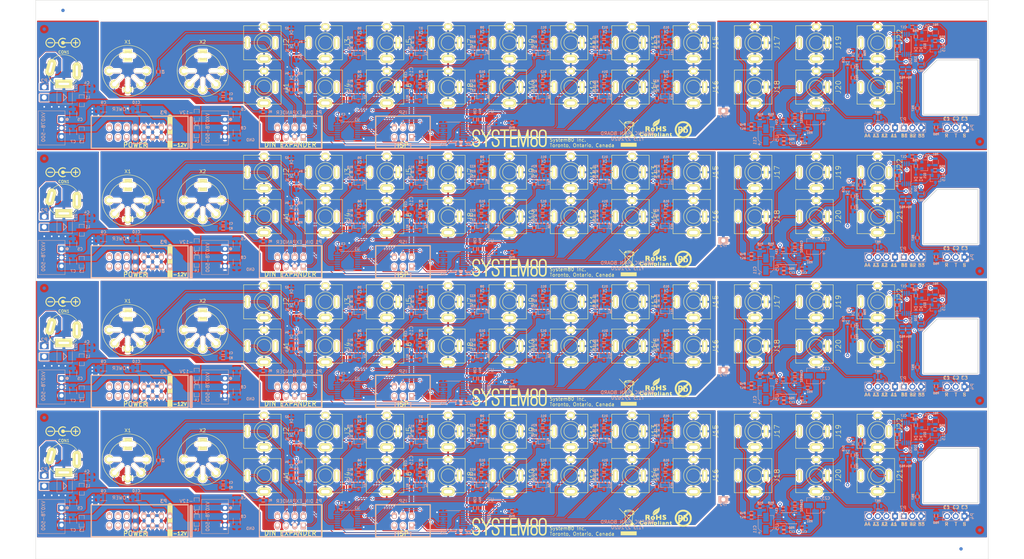
<source format=kicad_pcb>
(kicad_pcb (version 4) (host pcbnew 4.0.2-stable)
  (layers (0 F.Cu signal) (1 In1.Cu signal) (2 In2.Cu signal) (31 B.Cu signal) (34 B.Paste user) (35 F.Paste user) (36 B.SilkS user) (37 F.SilkS user) (38 B.Mask user) (39 F.Mask user) (44 Edge.Cuts user))
  (net 0 "")
  (net 1 "Net-(C1-Pad1)")
  (net 2 GND)
  (net 3 +5V)
  (net 4 "Net-(C4-Pad1)")
  (net 5 "Net-(C5-Pad1)")
  (net 6 "Net-(C6-Pad2)")
  (net 7 "Net-(C7-Pad1)")
  (net 8 "Net-(C8-Pad2)")
  (net 9 +V)
  (net 10 -V)
  (net 11 "Net-(C11-Pad1)")
  (net 12 "Net-(C11-Pad2)")
  (net 13 "Net-(C12-Pad1)")
  (net 14 "Net-(C16-Pad1)")
  (net 15 "Net-(C23-Pad2)")
  (net 16 "Net-(CON1-Pad1)")
  (net 17 "Net-(D1-Pad2)")
  (net 18 "Net-(D3-Pad2)")
  (net 19 "Net-(D5-Pad1)")
  (net 20 "Net-(D6-Pad1)")
  (net 21 "Net-(D7-Pad1)")
  (net 22 "Net-(D8-Pad1)")
  (net 23 "Net-(D9-Pad1)")
  (net 24 "Net-(D10-Pad1)")
  (net 25 "Net-(D11-Pad1)")
  (net 26 "Net-(D12-Pad1)")
  (net 27 "Net-(D13-Pad1)")
  (net 28 "Net-(D14-Pad1)")
  (net 29 "Net-(D15-Pad1)")
  (net 30 "Net-(D16-Pad1)")
  (net 31 "Net-(D17-Pad2)")
  (net 32 "Net-(D20-Pad2)")
  (net 33 "Net-(D20-Pad1)")
  (net 34 "Net-(D21-Pad1)")
  (net 35 ISP_MISO)
  (net 36 ISP_SCK)
  (net 37 ISP_MOSI)
  (net 38 DIN_RUN_STOP)
  (net 39 "Net-(J1-Pad2)")
  (net 40 DIN_TEMPO_CLK)
  (net 41 "Net-(J2-Pad2)")
  (net 42 "Net-(J3-Pad2)")
  (net 43 "Net-(J4-Pad2)")
  (net 44 "Net-(J5-Pad3)")
  (net 45 "Net-(J6-Pad3)")
  (net 46 "Net-(J7-Pad3)")
  (net 47 "Net-(J8-Pad3)")
  (net 48 "Net-(J9-Pad3)")
  (net 49 "Net-(J10-Pad3)")
  (net 50 "Net-(J11-Pad3)")
  (net 51 "Net-(J12-Pad3)")
  (net 52 "Net-(J13-Pad3)")
  (net 53 "Net-(J14-Pad3)")
  (net 54 "Net-(J15-Pad3)")
  (net 55 "Net-(J16-Pad3)")
  (net 56 "Net-(J17-Pad3)")
  (net 57 "Net-(J18-Pad3)")
  (net 58 "Net-(J19-Pad3)")
  (net 59 "Net-(J20-Pad3)")
  (net 60 "Net-(J21-Pad3)")
  (net 61 "Net-(J22-Pad3)")
  (net 62 "Net-(J22-Pad2)")
  (net 63 DIN_RESET)
  (net 64 DIN_FILL)
  (net 65 UART_TX)
  (net 66 "Net-(P4-Pad2)")
  (net 67 "Net-(P4-Pad3)")
  (net 68 /BD)
  (net 69 /SD)
  (net 70 /LT)
  (net 71 /MT)
  (net 72 /HT)
  (net 73 /RS)
  (net 74 /CP)
  (net 75 /MA)
  (net 76 /CB)
  (net 77 /CY)
  (net 78 /OH)
  (net 79 /CH)
  (net 80 "Net-(Q14-Pad3)")
  (net 81 "Net-(Q15-Pad3)")
  (net 82 "Net-(R1-Pad1)")
  (net 83 "Net-(R3-Pad1)")
  (net 84 "Net-(R54-Pad1)")
  (net 85 "Net-(R57-Pad2)")
  (net 86 "Net-(U1-Pad7)")
  (net 87 "Net-(U1-Pad9)")
  (net 88 "Net-(U1-Pad10)")
  (net 89 "Net-(U2-Pad7)")
  (net 90 "Net-(X1-Pad3)")
  (net 91 "Net-(X1-Pad1)")
  (net 92 "Net-(X1-Pad6)")
  (net 93 "Net-(X2-Pad6)")
  (net 94 "Net-(X2-Pad5)")
  (net 95 "Net-(X2-Pad4)")
  (net 96 "Net-(J21-Pad2)")
  (net 97 "Net-(P5-Pad2)")
  (net 98 "Net-(P7-Pad1)")
  (net 99 "Net-(P7-Pad2)")
  (net 100 "Net-(P3-Pad16)")
  (net 101 "Net-(P3-Pad15)")
  (net 102 "Net-(P3-Pad13)")
  (net 103 "Net-(P3-Pad14)")
  (net 104 "Net-(P3-Pad12)")
  (net 105 "Net-(P3-Pad11)")
  (net 106 GNDD)
  (net 107 "Net-(C16-Pad2)")
  (net 108 "Net-(ISP1-Pad5)")
  (net 109 "Net-(U2-Pad9)")
  (module w_logo:Logo_silk_polarity_center_10x2.8mm (layer F.Cu) (at 20 178)
    (fp_text reference G*** hide)
    (fp_text value LOGO hide)
  )
  (module w_logo:Logo_silk_polarity_center_10x2.8mm (layer F.Cu) (at 20 140)
    (fp_text reference G*** hide)
    (fp_text value LOGO hide)
  )
  (module w_logo:Logo_silk_polarity_center_10x2.8mm (layer F.Cu) (at 20 102)
    (fp_text reference G*** hide)
    (fp_text value LOGO hide)
  )
  (module w_logo:Logo_silk_ROHS_10x5.6mm (layer F.Cu) (at 194 203)
    (fp_text reference G*** hide)
    (fp_text value LOGO hide)
  )
  (module Symbols:WEEE-Logo_5.6x8mm_SilkScreen (layer F.Cu) (at 186 204.5)
    (fp_text reference REF*** hide)
    (fp_text value WEEE-Logo_5.6x8mm_SilkScreen hide)
  )
  (module w_logo:Logo_silk_Lead-Free_5x5mm (layer F.Cu) (at 202 203.5)
    (fp_text reference G*** hide)
    (fp_text value LOGO hide)
  )
  (module w_logo:Logo_silk_ROHS_10x5.6mm (layer F.Cu) (at 194 165)
    (fp_text reference G*** hide)
    (fp_text value LOGO hide)
  )
  (module Symbols:WEEE-Logo_5.6x8mm_SilkScreen (layer F.Cu) (at 186 166.5)
    (fp_text reference REF*** hide)
    (fp_text value WEEE-Logo_5.6x8mm_SilkScreen hide)
  )
  (module w_logo:Logo_silk_Lead-Free_5x5mm (layer F.Cu) (at 202 165.5)
    (fp_text reference G*** hide)
    (fp_text value LOGO hide)
  )
  (module w_logo:Logo_silk_ROHS_10x5.6mm (layer F.Cu) (at 194 127)
    (fp_text reference G*** hide)
    (fp_text value LOGO hide)
  )
  (module Symbols:WEEE-Logo_5.6x8mm_SilkScreen (layer F.Cu) (at 186 128.5)
    (fp_text reference REF*** hide)
    (fp_text value WEEE-Logo_5.6x8mm_SilkScreen hide)
  )
  (module w_logo:Logo_silk_Lead-Free_5x5mm (layer F.Cu) (at 202 127.5)
    (fp_text reference G*** hide)
    (fp_text value LOGO hide)
  )
  (module MyModules:fiducial-1mm (layer B.Cu) (at 283.5 212.5)
    (fp_text reference REF** hide)
    (fp_text value fiducial-1mm hide)
    (pad 1 smd oval (at 0 0) (size 1 1) (layers B.Cu B.Paste B.Mask) (clearance 0.75))
  )
  (module MyModules:fiducial-1mm (layer B.Cu) (at 20 54.5)
    (fp_text reference REF** hide)
    (fp_text value fiducial-1mm hide)
    (pad 1 smd oval (at 0 0) (size 1 1) (layers B.Cu B.Paste B.Mask) (clearance 0.75))
  )
  (module MyModules:HOLE-M3 (layer F.Cu) (at 15 212.5)
    (fp_text reference HOLE-M3 hide)
    (fp_text value VAL** hide)
    (pad "" np_thru_hole circle (at 0 0) (size 2 2) (drill 2) (layers *.Cu *.Mask))
  )
  (module MyModules:HOLE-M3 (layer F.Cu) (at 288.5 212.5)
    (fp_text reference HOLE-M3 hide)
    (fp_text value VAL** hide)
    (pad "" np_thru_hole circle (at 0 0) (size 2 2) (drill 2) (layers *.Cu *.Mask))
  )
  (module MyModules:HOLE-M3 (layer F.Cu) (at 288.5 54.5)
    (fp_text reference HOLE-M3 hide)
    (fp_text value VAL** hide)
    (pad "" np_thru_hole circle (at 0 0) (size 2 2) (drill 2) (layers *.Cu *.Mask))
  )
  (module MyModules:SM0603-R-YAGEO (layer B.Cu) (at 238.5 165.25 180)
    (fp_text reference R51 (at -0.6 -1.15 180) (layer B.SilkS) (effects (font (size 0.6096 0.6096) (thickness 0.1524)) (justify mirror)))
    (fp_text value 22K hide)
    (pad 1 smd rect (at -0.85 0 180) (size 0.9 0.8) (layers B.Cu B.Paste B.Mask) (net 15 "Net-(C23-Pad2)"))
    (pad 2 smd rect (at 0.85 0 180) (size 0.9 0.8) (layers B.Cu B.Paste B.Mask) (net 107 "Net-(C16-Pad2)"))
  )
  (module MyModules:SM0603-C-MURATA (layer B.Cu) (at 234.75 161.25)
    (fp_text reference C16 (at 1.95 -0.35 90) (layer B.SilkS) (effects (font (size 0.6096 0.6096) (thickness 0.1524)) (justify mirror)))
    (fp_text value 220p hide)
    (pad 1 smd rect (at -0.85 0) (size 0.9 0.8) (layers B.Cu B.Paste B.Mask) (net 14 "Net-(C16-Pad1)"))
    (pad 2 smd rect (at 0.85 0) (size 0.9 0.8) (layers B.Cu B.Paste B.Mask) (net 107 "Net-(C16-Pad2)"))
  )
  (module Capacitors_SMD:CP_Elec_4x5.3 (layer B.Cu) (at 240.5 161.75 180)
    (fp_text reference C23 (at -3.4 2.15 180) (layer B.SilkS) (effects (font (size 0.8 0.8)) (justify mirror)))
    (fp_text value 1μ)
    (fp_text user + (at -2.77 -2.01 180) (layer B.SilkS) (effects (justify mirror)))
    (pad 1 smd rect (at -1.8 0) (size 2.6 1.6) (layers B.Cu B.Paste B.Mask) (net 13 "Net-(C12-Pad1)"))
    (pad 2 smd rect (at 1.8 0) (size 2.6 1.6) (layers B.Cu B.Paste B.Mask) (net 15 "Net-(C23-Pad2)"))
  )
  (module MyModules:SM0603-R-YAGEO (layer B.Cu) (at 234.75 162.75 180)
    (fp_text reference R52 (at -1.95 0.05 270) (layer B.SilkS) (effects (font (size 0.6096 0.6096) (thickness 0.1524)) (justify mirror)))
    (fp_text value 33K hide)
    (pad 1 smd rect (at -0.85 0 180) (size 0.9 0.8) (layers B.Cu B.Paste B.Mask) (net 107 "Net-(C16-Pad2)"))
    (pad 2 smd rect (at 0.85 0 180) (size 0.9 0.8) (layers B.Cu B.Paste B.Mask) (net 14 "Net-(C16-Pad1)"))
  )
  (module Pin_Headers:Pin_Header_Straight_1x04_Pitch2.54mm (layer B.Cu) (at 264.16 202.9 90)
    (fp_text reference P5 (at 0 2.33 90) (layer B.SilkS) (effects (justify mirror)))
    (fp_text value CONN_01X04)
    (pad 1 thru_hole rect (at 0 0 90) (size 1.7 1.7) (drill 1) (layers *.Cu *.Mask) (net 2 GND))
    (pad 2 thru_hole oval (at 0 -2.54 90) (size 1.7 1.7) (drill 1) (layers *.Cu *.Mask) (net 97 "Net-(P5-Pad2)"))
    (pad 3 thru_hole oval (at 0 -5.08 90) (size 1.7 1.7) (drill 1) (layers *.Cu *.Mask) (net 96 "Net-(J21-Pad2)"))
    (pad 4 thru_hole oval (at 0 -7.62 90) (size 1.7 1.7) (drill 1) (layers *.Cu *.Mask) (net 14 "Net-(C16-Pad1)"))
  )
  (module MyModules:SM0603-R-YAGEO (layer B.Cu) (at 276.2 202.8 90)
    (fp_text reference R60 (at -2 0 180) (layer B.SilkS) (effects (font (size 0.6096 0.6096) (thickness 0.1524)) (justify mirror)))
    (fp_text value 68R hide)
    (pad 1 smd rect (at -0.85 0 90) (size 0.9 0.8) (layers B.Cu B.Paste B.Mask) (net 67 "Net-(P4-Pad3)"))
    (pad 2 smd rect (at 0.85 0 90) (size 0.9 0.8) (layers B.Cu B.Paste B.Mask) (net 2 GND))
  )
  (module MyModules:SM0603-R-YAGEO (layer B.Cu) (at 251.75 188.25 90)
    (fp_text reference R55 (at 0 1.25 90) (layer B.SilkS) (effects (font (size 0.6096 0.6096) (thickness 0.1524)) (justify mirror)))
    (fp_text value 3.3K hide)
    (pad 1 smd rect (at -0.85 0 90) (size 0.9 0.8) (layers B.Cu B.Paste B.Mask) (net 2 GND))
    (pad 2 smd rect (at 0.85 0 90) (size 0.9 0.8) (layers B.Cu B.Paste B.Mask) (net 84 "Net-(R54-Pad1)"))
  )
  (module Pin_Headers:Pin_Header_Straight_1x03_Pitch2.54mm (layer B.Cu) (at 266.7 202.9 270)
    (fp_text reference P7 (at -2.4 0.2 540) (layer B.SilkS) (effects (justify mirror)))
    (fp_text value CONN_01X03)
    (pad 1 thru_hole rect (at 0 0 270) (size 1.7 1.7) (drill 1) (layers *.Cu *.Mask) (net 98 "Net-(P7-Pad1)"))
    (pad 2 thru_hole oval (at 0 -2.54 270) (size 1.7 1.7) (drill 1) (layers *.Cu *.Mask) (net 99 "Net-(P7-Pad2)"))
    (pad 3 thru_hole oval (at 0 -5.08 270) (size 1.7 1.7) (drill 1) (layers *.Cu *.Mask) (net 2 GND))
  )
  (module MyModules:SM0603-R-YAGEO (layer B.Cu) (at 270.7 197.2 90)
    (fp_text reference R57 (at 0 -1.25 90) (layer B.SilkS) (effects (font (size 0.6096 0.6096) (thickness 0.1524)) (justify mirror)))
    (fp_text value 68R hide)
    (pad 1 smd rect (at -0.85 0 90) (size 0.9 0.8) (layers B.Cu B.Paste B.Mask) (net 66 "Net-(P4-Pad2)"))
    (pad 2 smd rect (at 0.85 0 90) (size 0.9 0.8) (layers B.Cu B.Paste B.Mask) (net 85 "Net-(R57-Pad2)"))
  )
  (module MyModules:fiducial-1mm (layer B.Cu) (at 289 207)
    (fp_text reference REF** hide)
    (fp_text value fiducial-1mm hide)
    (pad 1 smd oval (at 0 0) (size 1 1) (layers B.Cu B.Paste B.Mask) (clearance 0.75))
  )
  (module Pin_Headers:Pin_Header_Straight_1x03_Pitch2.54mm (layer B.Cu) (at 284.48 202.9 90)
    (fp_text reference P4 (at 0 2.33 90) (layer B.SilkS) (effects (justify mirror)))
    (fp_text value CONN_01X03)
    (pad 1 thru_hole rect (at 0 0 90) (size 1.7 1.7) (drill 1) (layers *.Cu *.Mask) (net 2 GND))
    (pad 2 thru_hole oval (at 0 -2.54 90) (size 1.7 1.7) (drill 1) (layers *.Cu *.Mask) (net 66 "Net-(P4-Pad2)"))
    (pad 3 thru_hole oval (at 0 -5.08 90) (size 1.7 1.7) (drill 1) (layers *.Cu *.Mask) (net 67 "Net-(P4-Pad3)"))
  )
  (module Resistors_SMD:R_0805 (layer B.Cu) (at 259.1 199.9)
    (fp_text reference R67 (at 0 -1.5) (layer B.SilkS) (effects (font (size 0.6 0.6)) (justify mirror)))
    (fp_text value 120)
    (pad 1 smd rect (at -0.95 0) (size 0.7 1.3) (layers B.Cu B.Paste B.Mask) (net 14 "Net-(C16-Pad1)"))
    (pad 2 smd rect (at 0.95 0) (size 0.7 1.3) (layers B.Cu B.Paste B.Mask) (net 97 "Net-(P5-Pad2)"))
  )
  (module MyModules:SM0603-C-MURATA (layer B.Cu) (at 231.5 207.5 180)
    (fp_text reference C12 (at -2.4 0 360) (layer B.SilkS) (effects (font (size 0.6096 0.6096) (thickness 0.1524)) (justify mirror)))
    (fp_text value 220p hide)
    (pad 1 smd rect (at -0.85 0 180) (size 0.9 0.8) (layers B.Cu B.Paste B.Mask) (net 13 "Net-(C12-Pad1)"))
    (pad 2 smd rect (at 0.85 0 180) (size 0.9 0.8) (layers B.Cu B.Paste B.Mask) (net 11 "Net-(C11-Pad1)"))
  )
  (module MyModules:SM0603-R-YAGEO (layer B.Cu) (at 224.5 200)
    (fp_text reference R48 (at 0.1 -1) (layer B.SilkS) (effects (font (size 0.6096 0.6096) (thickness 0.1524)) (justify mirror)))
    (fp_text value 33K hide)
    (pad 1 smd rect (at -0.85 0) (size 0.9 0.8) (layers B.Cu B.Paste B.Mask) (net 58 "Net-(J19-Pad3)"))
    (pad 2 smd rect (at 0.85 0) (size 0.9 0.8) (layers B.Cu B.Paste B.Mask) (net 12 "Net-(C11-Pad2)"))
  )
  (module MyModules:SM0603-R-YAGEO (layer B.Cu) (at 227.75 200 180)
    (fp_text reference R49 (at 0 1 180) (layer B.SilkS) (effects (font (size 0.6096 0.6096) (thickness 0.1524)) (justify mirror)))
    (fp_text value 33K hide)
    (pad 1 smd rect (at -0.85 0 180) (size 0.9 0.8) (layers B.Cu B.Paste B.Mask) (net 59 "Net-(J20-Pad3)"))
    (pad 2 smd rect (at 0.85 0 180) (size 0.9 0.8) (layers B.Cu B.Paste B.Mask) (net 12 "Net-(C11-Pad2)"))
  )
  (module MyModules:SM0603-C-MURATA (layer B.Cu) (at 231.25 200.75)
    (fp_text reference C14 (at -1.85 0.55 270) (layer B.SilkS) (effects (font (size 0.6096 0.6096) (thickness 0.1524)) (justify mirror)))
    (fp_text value 0.1µ hide)
    (pad 1 smd rect (at -0.85 0) (size 0.9 0.8) (layers B.Cu B.Paste B.Mask) (net 10 -V))
    (pad 2 smd rect (at 0.85 0) (size 0.9 0.8) (layers B.Cu B.Paste B.Mask) (net 2 GND))
  )
  (module MyModules:SM0603-R-YAGEO (layer B.Cu) (at 231.5 206.25)
    (fp_text reference R50 (at 2.3 0.05) (layer B.SilkS) (effects (font (size 0.6096 0.6096) (thickness 0.1524)) (justify mirror)))
    (fp_text value 33K hide)
    (pad 1 smd rect (at -0.85 0) (size 0.9 0.8) (layers B.Cu B.Paste B.Mask) (net 11 "Net-(C11-Pad1)"))
    (pad 2 smd rect (at 0.85 0) (size 0.9 0.8) (layers B.Cu B.Paste B.Mask) (net 13 "Net-(C12-Pad1)"))
  )
  (module MyModules:SM0603-R-YAGEO (layer B.Cu) (at 222 203.25)
    (fp_text reference R47 (at -2.5 0) (layer B.SilkS) (effects (font (size 0.6096 0.6096) (thickness 0.1524)) (justify mirror)))
    (fp_text value 33K hide)
    (pad 1 smd rect (at -0.85 0) (size 0.9 0.8) (layers B.Cu B.Paste B.Mask) (net 57 "Net-(J18-Pad3)"))
    (pad 2 smd rect (at 0.85 0) (size 0.9 0.8) (layers B.Cu B.Paste B.Mask) (net 12 "Net-(C11-Pad2)"))
  )
  (module Capacitors_SMD:CP_Elec_4x5.3 (layer B.Cu) (at 226.25 205 90)
    (fp_text reference C11 (at -1.75 -3.25 90) (layer B.SilkS) (effects (font (size 0.8 0.8)) (justify mirror)))
    (fp_text value 1μ)
    (fp_text user + (at -2.77 -2.01 90) (layer B.SilkS) (effects (justify mirror)))
    (pad 1 smd rect (at -1.8 0 270) (size 2.6 1.6) (layers B.Cu B.Paste B.Mask) (net 11 "Net-(C11-Pad1)"))
    (pad 2 smd rect (at 1.8 0 270) (size 2.6 1.6) (layers B.Cu B.Paste B.Mask) (net 12 "Net-(C11-Pad2)"))
  )
  (module MyModules:SM0603-R-YAGEO (layer B.Cu) (at 222 202)
    (fp_text reference R46 (at -2.5 0) (layer B.SilkS) (effects (font (size 0.6096 0.6096) (thickness 0.1524)) (justify mirror)))
    (fp_text value 33K hide)
    (pad 1 smd rect (at -0.85 0) (size 0.9 0.8) (layers B.Cu B.Paste B.Mask) (net 56 "Net-(J17-Pad3)"))
    (pad 2 smd rect (at 0.85 0) (size 0.9 0.8) (layers B.Cu B.Paste B.Mask) (net 12 "Net-(C11-Pad2)"))
  )
  (module Capacitors_SMD:CP_Elec_4x5.3 (layer B.Cu) (at 240.5 199.75 180)
    (fp_text reference C23 (at -3.4 2.15 180) (layer B.SilkS) (effects (font (size 0.8 0.8)) (justify mirror)))
    (fp_text value 1μ)
    (fp_text user + (at -2.77 -2.01 180) (layer B.SilkS) (effects (justify mirror)))
    (pad 1 smd rect (at -1.8 0) (size 2.6 1.6) (layers B.Cu B.Paste B.Mask) (net 13 "Net-(C12-Pad1)"))
    (pad 2 smd rect (at 1.8 0) (size 2.6 1.6) (layers B.Cu B.Paste B.Mask) (net 15 "Net-(C23-Pad2)"))
  )
  (module MyModules:SM0603-C-MURATA (layer B.Cu) (at 234.75 199.25)
    (fp_text reference C16 (at 1.95 -0.35 90) (layer B.SilkS) (effects (font (size 0.6096 0.6096) (thickness 0.1524)) (justify mirror)))
    (fp_text value 220p hide)
    (pad 1 smd rect (at -0.85 0) (size 0.9 0.8) (layers B.Cu B.Paste B.Mask) (net 14 "Net-(C16-Pad1)"))
    (pad 2 smd rect (at 0.85 0) (size 0.9 0.8) (layers B.Cu B.Paste B.Mask) (net 107 "Net-(C16-Pad2)"))
  )
  (module MyModules:SM0603-C-MURATA (layer B.Cu) (at 236.8 206.3)
    (fp_text reference C13 (at 0.6 1.2) (layer B.SilkS) (effects (font (size 0.6096 0.6096) (thickness 0.1524)) (justify mirror)))
    (fp_text value 0.1µ hide)
    (pad 1 smd rect (at -0.85 0) (size 0.9 0.8) (layers B.Cu B.Paste B.Mask) (net 9 +V))
    (pad 2 smd rect (at 0.85 0) (size 0.9 0.8) (layers B.Cu B.Paste B.Mask) (net 2 GND))
  )
  (module MyModules:SM0603-R-YAGEO (layer B.Cu) (at 234.75 200.75 180)
    (fp_text reference R52 (at -1.95 0.05 270) (layer B.SilkS) (effects (font (size 0.6096 0.6096) (thickness 0.1524)) (justify mirror)))
    (fp_text value 33K hide)
    (pad 1 smd rect (at -0.85 0 180) (size 0.9 0.8) (layers B.Cu B.Paste B.Mask) (net 107 "Net-(C16-Pad2)"))
    (pad 2 smd rect (at 0.85 0 180) (size 0.9 0.8) (layers B.Cu B.Paste B.Mask) (net 14 "Net-(C16-Pad1)"))
  )
  (module MyModules:SM0603-R-YAGEO (layer B.Cu) (at 238.5 203.25 180)
    (fp_text reference R51 (at -0.6 -1.15 180) (layer B.SilkS) (effects (font (size 0.6096 0.6096) (thickness 0.1524)) (justify mirror)))
    (fp_text value 22K hide)
    (pad 1 smd rect (at -0.85 0 180) (size 0.9 0.8) (layers B.Cu B.Paste B.Mask) (net 15 "Net-(C23-Pad2)"))
    (pad 2 smd rect (at 0.85 0 180) (size 0.9 0.8) (layers B.Cu B.Paste B.Mask) (net 107 "Net-(C16-Pad2)"))
  )
  (module Housings_SSOP:TSSOP-8_4.4x3mm_Pitch0.65mm (layer B.Cu) (at 233 203.5)
    (fp_text reference U5 (at -3.5 2.6 90) (layer B.SilkS) (effects (justify mirror)))
    (fp_text value 4558)
    (pad 1 smd rect (at -2.95 0.975) (size 1.45 0.45) (layers B.Cu B.Paste B.Mask) (net 13 "Net-(C12-Pad1)"))
    (pad 2 smd rect (at -2.95 0.325) (size 1.45 0.45) (layers B.Cu B.Paste B.Mask) (net 11 "Net-(C11-Pad1)"))
    (pad 3 smd rect (at -2.95 -0.325) (size 1.45 0.45) (layers B.Cu B.Paste B.Mask) (net 2 GND))
    (pad 4 smd rect (at -2.95 -0.975) (size 1.45 0.45) (layers B.Cu B.Paste B.Mask) (net 10 -V))
    (pad 5 smd rect (at 2.95 -0.975) (size 1.45 0.45) (layers B.Cu B.Paste B.Mask) (net 2 GND))
    (pad 6 smd rect (at 2.95 -0.325) (size 1.45 0.45) (layers B.Cu B.Paste B.Mask) (net 107 "Net-(C16-Pad2)"))
    (pad 7 smd rect (at 2.95 0.325) (size 1.45 0.45) (layers B.Cu B.Paste B.Mask) (net 14 "Net-(C16-Pad1)"))
    (pad 8 smd rect (at 2.95 0.975) (size 1.45 0.45) (layers B.Cu B.Paste B.Mask) (net 9 +V))
  )
  (module MyModules:SM0603-C-MURATA (layer B.Cu) (at 231.5 169.5 180)
    (fp_text reference C12 (at -2.4 0 360) (layer B.SilkS) (effects (font (size 0.6096 0.6096) (thickness 0.1524)) (justify mirror)))
    (fp_text value 220p hide)
    (pad 1 smd rect (at -0.85 0 180) (size 0.9 0.8) (layers B.Cu B.Paste B.Mask) (net 13 "Net-(C12-Pad1)"))
    (pad 2 smd rect (at 0.85 0 180) (size 0.9 0.8) (layers B.Cu B.Paste B.Mask) (net 11 "Net-(C11-Pad1)"))
  )
  (module MyModules:SM0603-R-YAGEO (layer B.Cu) (at 231.5 168.25)
    (fp_text reference R50 (at 2.3 0.05) (layer B.SilkS) (effects (font (size 0.6096 0.6096) (thickness 0.1524)) (justify mirror)))
    (fp_text value 33K hide)
    (pad 1 smd rect (at -0.85 0) (size 0.9 0.8) (layers B.Cu B.Paste B.Mask) (net 11 "Net-(C11-Pad1)"))
    (pad 2 smd rect (at 0.85 0) (size 0.9 0.8) (layers B.Cu B.Paste B.Mask) (net 13 "Net-(C12-Pad1)"))
  )
  (module MyModules:SM0603-C-MURATA (layer B.Cu) (at 231.25 162.75)
    (fp_text reference C14 (at -1.85 0.55 270) (layer B.SilkS) (effects (font (size 0.6096 0.6096) (thickness 0.1524)) (justify mirror)))
    (fp_text value 0.1µ hide)
    (pad 1 smd rect (at -0.85 0) (size 0.9 0.8) (layers B.Cu B.Paste B.Mask) (net 10 -V))
    (pad 2 smd rect (at 0.85 0) (size 0.9 0.8) (layers B.Cu B.Paste B.Mask) (net 2 GND))
  )
  (module MyModules:SM0603-C-MURATA (layer B.Cu) (at 236.8 168.3)
    (fp_text reference C13 (at 0.6 1.2) (layer B.SilkS) (effects (font (size 0.6096 0.6096) (thickness 0.1524)) (justify mirror)))
    (fp_text value 0.1µ hide)
    (pad 1 smd rect (at -0.85 0) (size 0.9 0.8) (layers B.Cu B.Paste B.Mask) (net 9 +V))
    (pad 2 smd rect (at 0.85 0) (size 0.9 0.8) (layers B.Cu B.Paste B.Mask) (net 2 GND))
  )
  (module Housings_SSOP:TSSOP-8_4.4x3mm_Pitch0.65mm (layer B.Cu) (at 233 165.5)
    (fp_text reference U5 (at -3.5 2.6 90) (layer B.SilkS) (effects (justify mirror)))
    (fp_text value 4558)
    (pad 1 smd rect (at -2.95 0.975) (size 1.45 0.45) (layers B.Cu B.Paste B.Mask) (net 13 "Net-(C12-Pad1)"))
    (pad 2 smd rect (at -2.95 0.325) (size 1.45 0.45) (layers B.Cu B.Paste B.Mask) (net 11 "Net-(C11-Pad1)"))
    (pad 3 smd rect (at -2.95 -0.325) (size 1.45 0.45) (layers B.Cu B.Paste B.Mask) (net 2 GND))
    (pad 4 smd rect (at -2.95 -0.975) (size 1.45 0.45) (layers B.Cu B.Paste B.Mask) (net 10 -V))
    (pad 5 smd rect (at 2.95 -0.975) (size 1.45 0.45) (layers B.Cu B.Paste B.Mask) (net 2 GND))
    (pad 6 smd rect (at 2.95 -0.325) (size 1.45 0.45) (layers B.Cu B.Paste B.Mask) (net 107 "Net-(C16-Pad2)"))
    (pad 7 smd rect (at 2.95 0.325) (size 1.45 0.45) (layers B.Cu B.Paste B.Mask) (net 14 "Net-(C16-Pad1)"))
    (pad 8 smd rect (at 2.95 0.975) (size 1.45 0.45) (layers B.Cu B.Paste B.Mask) (net 9 +V))
  )
  (module MyModules:SOT23-132-JRL (layer B.Cu) (at 178.75 180.75)
    (fp_text reference Q9 (at 1.99898 0.09906 270) (layer B.SilkS) (effects (font (size 0.6096 0.6096) (thickness 0.1524)) (justify mirror)))
    (fp_text value MMBT3904 hide)
    (pad 3 smd rect (at 0 1.27) (size 0.70104 1.00076) (layers B.Cu B.Paste B.Mask) (net 76 /CB))
    (pad 2 smd rect (at 0.9525 -1.27) (size 0.70104 1.00076) (layers B.Cu B.Paste B.Mask) (net 106 GNDD))
    (pad 1 smd rect (at -0.9525 -1.27) (size 0.70104 1.00076) (layers B.Cu B.Paste B.Mask) (net 27 "Net-(D13-Pad1)"))
  )
  (module MyModules:SM0603-R-YAGEO (layer B.Cu) (at 178.75 176.25)
    (fp_text reference R34 (at -2.5 0) (layer B.SilkS) (effects (font (size 0.6096 0.6096) (thickness 0.1524)) (justify mirror)))
    (fp_text value 100K hide)
    (pad 1 smd rect (at -0.85 0) (size 0.9 0.8) (layers B.Cu B.Paste B.Mask) (net 27 "Net-(D13-Pad1)"))
    (pad 2 smd rect (at 0.85 0) (size 0.9 0.8) (layers B.Cu B.Paste B.Mask) (net 106 GNDD))
  )
  (module MyModules:SM0603-R-YAGEO (layer B.Cu) (at 178.75 177.75 180)
    (fp_text reference R30 (at 2.5 0 180) (layer B.SilkS) (effects (font (size 0.6096 0.6096) (thickness 0.1524)) (justify mirror)))
    (fp_text value 100K hide)
    (pad 1 smd rect (at -0.85 0 180) (size 0.9 0.8) (layers B.Cu B.Paste B.Mask) (net 52 "Net-(J13-Pad3)"))
    (pad 2 smd rect (at 0.85 0 180) (size 0.9 0.8) (layers B.Cu B.Paste B.Mask) (net 27 "Net-(D13-Pad1)"))
  )
  (module MyModules:SOD323-C1A2 (layer B.Cu) (at 179 174.75 180)
    (fp_text reference D13 (at 0 1.25 180) (layer B.SilkS) (effects (font (size 0.6096 0.6096) (thickness 0.1524)) (justify mirror)))
    (fp_text value 1N4148 hide)
    (pad 2 smd rect (at -1.2446 0 180) (size 0.6096 0.762) (layers B.Cu B.Paste B.Mask) (net 106 GNDD))
    (pad 1 smd rect (at 1.2446 0 180) (size 0.6096 0.762) (layers B.Cu B.Paste B.Mask) (net 27 "Net-(D13-Pad1)"))
  )
  (module MyModules:SM0603-R-YAGEO (layer B.Cu) (at 176.25 181.5 270)
    (fp_text reference R38 (at -2.25 0 360) (layer B.SilkS) (effects (font (size 0.6096 0.6096) (thickness 0.1524)) (justify mirror)))
    (fp_text value 10K hide)
    (pad 1 smd rect (at -0.85 0 270) (size 0.9 0.8) (layers B.Cu B.Paste B.Mask) (net 3 +5V))
    (pad 2 smd rect (at 0.85 0 270) (size 0.9 0.8) (layers B.Cu B.Paste B.Mask) (net 76 /CB))
  )
  (module MyModules:SM0603-R-YAGEO (layer B.Cu) (at 227.75 162 180)
    (fp_text reference R49 (at 0 1 180) (layer B.SilkS) (effects (font (size 0.6096 0.6096) (thickness 0.1524)) (justify mirror)))
    (fp_text value 33K hide)
    (pad 1 smd rect (at -0.85 0 180) (size 0.9 0.8) (layers B.Cu B.Paste B.Mask) (net 59 "Net-(J20-Pad3)"))
    (pad 2 smd rect (at 0.85 0 180) (size 0.9 0.8) (layers B.Cu B.Paste B.Mask) (net 12 "Net-(C11-Pad2)"))
  )
  (module Capacitors_SMD:CP_Elec_4x5.3 (layer B.Cu) (at 226.25 167 90)
    (fp_text reference C11 (at -1.75 -3.25 90) (layer B.SilkS) (effects (font (size 0.8 0.8)) (justify mirror)))
    (fp_text value 1μ)
    (fp_text user + (at -2.77 -2.01 90) (layer B.SilkS) (effects (justify mirror)))
    (pad 1 smd rect (at -1.8 0 270) (size 2.6 1.6) (layers B.Cu B.Paste B.Mask) (net 11 "Net-(C11-Pad1)"))
    (pad 2 smd rect (at 1.8 0 270) (size 2.6 1.6) (layers B.Cu B.Paste B.Mask) (net 12 "Net-(C11-Pad2)"))
  )
  (module MyModules:SM0603-R-YAGEO (layer B.Cu) (at 222 164)
    (fp_text reference R46 (at -2.5 0) (layer B.SilkS) (effects (font (size 0.6096 0.6096) (thickness 0.1524)) (justify mirror)))
    (fp_text value 33K hide)
    (pad 1 smd rect (at -0.85 0) (size 0.9 0.8) (layers B.Cu B.Paste B.Mask) (net 56 "Net-(J17-Pad3)"))
    (pad 2 smd rect (at 0.85 0) (size 0.9 0.8) (layers B.Cu B.Paste B.Mask) (net 12 "Net-(C11-Pad2)"))
  )
  (module MyModules:SM0603-R-YAGEO (layer B.Cu) (at 222 165.25)
    (fp_text reference R47 (at -2.5 0) (layer B.SilkS) (effects (font (size 0.6096 0.6096) (thickness 0.1524)) (justify mirror)))
    (fp_text value 33K hide)
    (pad 1 smd rect (at -0.85 0) (size 0.9 0.8) (layers B.Cu B.Paste B.Mask) (net 57 "Net-(J18-Pad3)"))
    (pad 2 smd rect (at 0.85 0) (size 0.9 0.8) (layers B.Cu B.Paste B.Mask) (net 12 "Net-(C11-Pad2)"))
  )
  (module MyModules:SM0603-R-YAGEO (layer B.Cu) (at 224.5 162)
    (fp_text reference R48 (at 0.1 -1) (layer B.SilkS) (effects (font (size 0.6096 0.6096) (thickness 0.1524)) (justify mirror)))
    (fp_text value 33K hide)
    (pad 1 smd rect (at -0.85 0) (size 0.9 0.8) (layers B.Cu B.Paste B.Mask) (net 58 "Net-(J19-Pad3)"))
    (pad 2 smd rect (at 0.85 0) (size 0.9 0.8) (layers B.Cu B.Paste B.Mask) (net 12 "Net-(C11-Pad2)"))
  )
  (module MyModules:TEST_POINT_LOOP_4592 (layer B.Cu) (at 213.75 160)
    (fp_text reference TP2 (at 0 1.5) (layer B.SilkS) (effects (font (size 0.8128 0.8128) (thickness 0.1524)) (justify mirror)))
    (fp_text value CONN_1 hide)
    (pad 1 thru_hole rect (at 0 0) (size 2.8 1.6) (drill 1.19) (layers *.Cu *.Mask B.SilkS) (net 2 GND))
  )
  (module MyModules:SM0603-R-YAGEO (layer B.Cu) (at 194.25 181.5 270)
    (fp_text reference R40 (at -2.25 0 360) (layer B.SilkS) (effects (font (size 0.6096 0.6096) (thickness 0.1524)) (justify mirror)))
    (fp_text value 10K hide)
    (pad 1 smd rect (at -0.85 0 270) (size 0.9 0.8) (layers B.Cu B.Paste B.Mask) (net 3 +5V))
    (pad 2 smd rect (at 0.85 0 270) (size 0.9 0.8) (layers B.Cu B.Paste B.Mask) (net 78 /OH))
  )
  (module MyModules:SOT23-132-JRL (layer B.Cu) (at 196.75 180.75)
    (fp_text reference Q11 (at 1.99898 0.09906 270) (layer B.SilkS) (effects (font (size 0.6096 0.6096) (thickness 0.1524)) (justify mirror)))
    (fp_text value MMBT3904 hide)
    (pad 3 smd rect (at 0 1.27) (size 0.70104 1.00076) (layers B.Cu B.Paste B.Mask) (net 78 /OH))
    (pad 2 smd rect (at 0.9525 -1.27) (size 0.70104 1.00076) (layers B.Cu B.Paste B.Mask) (net 106 GNDD))
    (pad 1 smd rect (at -0.9525 -1.27) (size 0.70104 1.00076) (layers B.Cu B.Paste B.Mask) (net 29 "Net-(D15-Pad1)"))
  )
  (module MyModules:SM0603-R-YAGEO (layer B.Cu) (at 196.75 177.75 180)
    (fp_text reference R32 (at 2.5 0 180) (layer B.SilkS) (effects (font (size 0.6096 0.6096) (thickness 0.1524)) (justify mirror)))
    (fp_text value 100K hide)
    (pad 1 smd rect (at -0.85 0 180) (size 0.9 0.8) (layers B.Cu B.Paste B.Mask) (net 54 "Net-(J15-Pad3)"))
    (pad 2 smd rect (at 0.85 0 180) (size 0.9 0.8) (layers B.Cu B.Paste B.Mask) (net 29 "Net-(D15-Pad1)"))
  )
  (module MyModules:SM0603-R-YAGEO (layer B.Cu) (at 196.75 176.25)
    (fp_text reference R36 (at -2.5 0) (layer B.SilkS) (effects (font (size 0.6096 0.6096) (thickness 0.1524)) (justify mirror)))
    (fp_text value 100K hide)
    (pad 1 smd rect (at -0.85 0) (size 0.9 0.8) (layers B.Cu B.Paste B.Mask) (net 29 "Net-(D15-Pad1)"))
    (pad 2 smd rect (at 0.85 0) (size 0.9 0.8) (layers B.Cu B.Paste B.Mask) (net 106 GNDD))
  )
  (module MyModules:SOD323-C1A2 (layer B.Cu) (at 197 174.75 180)
    (fp_text reference D15 (at 0 1.25 180) (layer B.SilkS) (effects (font (size 0.6096 0.6096) (thickness 0.1524)) (justify mirror)))
    (fp_text value 1N4148 hide)
    (pad 2 smd rect (at -1.2446 0 180) (size 0.6096 0.762) (layers B.Cu B.Paste B.Mask) (net 106 GNDD))
    (pad 1 smd rect (at 1.2446 0 180) (size 0.6096 0.762) (layers B.Cu B.Paste B.Mask) (net 29 "Net-(D15-Pad1)"))
  )
  (module MyModules:SM0603-R-YAGEO (layer B.Cu) (at 176.25 194.25 270)
    (fp_text reference R39 (at -2.25 0 360) (layer B.SilkS) (effects (font (size 0.6096 0.6096) (thickness 0.1524)) (justify mirror)))
    (fp_text value 10K hide)
    (pad 1 smd rect (at -0.85 0 270) (size 0.9 0.8) (layers B.Cu B.Paste B.Mask) (net 3 +5V))
    (pad 2 smd rect (at 0.85 0 270) (size 0.9 0.8) (layers B.Cu B.Paste B.Mask) (net 77 /CY))
  )
  (module MyModules:SM0603-R-YAGEO (layer B.Cu) (at 178.75 190.75 180)
    (fp_text reference R31 (at 2.5 0 180) (layer B.SilkS) (effects (font (size 0.6096 0.6096) (thickness 0.1524)) (justify mirror)))
    (fp_text value 100K hide)
    (pad 1 smd rect (at -0.85 0 180) (size 0.9 0.8) (layers B.Cu B.Paste B.Mask) (net 53 "Net-(J14-Pad3)"))
    (pad 2 smd rect (at 0.85 0 180) (size 0.9 0.8) (layers B.Cu B.Paste B.Mask) (net 28 "Net-(D14-Pad1)"))
  )
  (module MyModules:SOT23-132-JRL (layer B.Cu) (at 178.75 193.75)
    (fp_text reference Q10 (at 1.99898 0.09906 270) (layer B.SilkS) (effects (font (size 0.6096 0.6096) (thickness 0.1524)) (justify mirror)))
    (fp_text value MMBT3904 hide)
    (pad 3 smd rect (at 0 1.27) (size 0.70104 1.00076) (layers B.Cu B.Paste B.Mask) (net 77 /CY))
    (pad 2 smd rect (at 0.9525 -1.27) (size 0.70104 1.00076) (layers B.Cu B.Paste B.Mask) (net 106 GNDD))
    (pad 1 smd rect (at -0.9525 -1.27) (size 0.70104 1.00076) (layers B.Cu B.Paste B.Mask) (net 28 "Net-(D14-Pad1)"))
  )
  (module MyModules:SOD323-C1A2 (layer B.Cu) (at 179 187.75 180)
    (fp_text reference D14 (at 0 1.25 180) (layer B.SilkS) (effects (font (size 0.6096 0.6096) (thickness 0.1524)) (justify mirror)))
    (fp_text value 1N4148 hide)
    (pad 2 smd rect (at -1.2446 0 180) (size 0.6096 0.762) (layers B.Cu B.Paste B.Mask) (net 106 GNDD))
    (pad 1 smd rect (at 1.2446 0 180) (size 0.6096 0.762) (layers B.Cu B.Paste B.Mask) (net 28 "Net-(D14-Pad1)"))
  )
  (module MyModules:SM0603-R-YAGEO (layer B.Cu) (at 178.75 189.25)
    (fp_text reference R35 (at -2.5 0.25) (layer B.SilkS) (effects (font (size 0.6096 0.6096) (thickness 0.1524)) (justify mirror)))
    (fp_text value 100K hide)
    (pad 1 smd rect (at -0.85 0) (size 0.9 0.8) (layers B.Cu B.Paste B.Mask) (net 28 "Net-(D14-Pad1)"))
    (pad 2 smd rect (at 0.85 0) (size 0.9 0.8) (layers B.Cu B.Paste B.Mask) (net 106 GNDD))
  )
  (module MyModules:SM0603-R-YAGEO (layer B.Cu) (at 194.25 194.25 270)
    (fp_text reference R41 (at -2.25 0.25 360) (layer B.SilkS) (effects (font (size 0.6096 0.6096) (thickness 0.1524)) (justify mirror)))
    (fp_text value 10K hide)
    (pad 1 smd rect (at -0.85 0 270) (size 0.9 0.8) (layers B.Cu B.Paste B.Mask) (net 3 +5V))
    (pad 2 smd rect (at 0.85 0 270) (size 0.9 0.8) (layers B.Cu B.Paste B.Mask) (net 79 /CH))
  )
  (module MyModules:SM0603-R-YAGEO (layer B.Cu) (at 196.75 189.25)
    (fp_text reference R37 (at -2.75 0) (layer B.SilkS) (effects (font (size 0.6096 0.6096) (thickness 0.1524)) (justify mirror)))
    (fp_text value 100K hide)
    (pad 1 smd rect (at -0.85 0) (size 0.9 0.8) (layers B.Cu B.Paste B.Mask) (net 30 "Net-(D16-Pad1)"))
    (pad 2 smd rect (at 0.85 0) (size 0.9 0.8) (layers B.Cu B.Paste B.Mask) (net 106 GNDD))
  )
  (module MyModules:TEST_POINT_LOOP_4592 (layer B.Cu) (at 213.75 198)
    (fp_text reference TP2 (at 0 1.5) (layer B.SilkS) (effects (font (size 0.8128 0.8128) (thickness 0.1524)) (justify mirror)))
    (fp_text value CONN_1 hide)
    (pad 1 thru_hole rect (at 0 0) (size 2.8 1.6) (drill 1.19) (layers *.Cu *.Mask B.SilkS) (net 2 GND))
  )
  (module MyModules:SOT23-132-JRL (layer B.Cu) (at 196.75 193.75)
    (fp_text reference Q12 (at 1.99898 0.09906 270) (layer B.SilkS) (effects (font (size 0.6096 0.6096) (thickness 0.1524)) (justify mirror)))
    (fp_text value MMBT3904 hide)
    (pad 3 smd rect (at 0 1.27) (size 0.70104 1.00076) (layers B.Cu B.Paste B.Mask) (net 79 /CH))
    (pad 2 smd rect (at 0.9525 -1.27) (size 0.70104 1.00076) (layers B.Cu B.Paste B.Mask) (net 106 GNDD))
    (pad 1 smd rect (at -0.9525 -1.27) (size 0.70104 1.00076) (layers B.Cu B.Paste B.Mask) (net 30 "Net-(D16-Pad1)"))
  )
  (module MyModules:SOD323-C1A2 (layer B.Cu) (at 197 187.75 180)
    (fp_text reference D16 (at 0 1.25 180) (layer B.SilkS) (effects (font (size 0.6096 0.6096) (thickness 0.1524)) (justify mirror)))
    (fp_text value 1N4148 hide)
    (pad 2 smd rect (at -1.2446 0 180) (size 0.6096 0.762) (layers B.Cu B.Paste B.Mask) (net 106 GNDD))
    (pad 1 smd rect (at 1.2446 0 180) (size 0.6096 0.762) (layers B.Cu B.Paste B.Mask) (net 30 "Net-(D16-Pad1)"))
  )
  (module MyModules:SM0603-R-YAGEO (layer B.Cu) (at 196.75 190.75 180)
    (fp_text reference R33 (at 2.75 0 180) (layer B.SilkS) (effects (font (size 0.6096 0.6096) (thickness 0.1524)) (justify mirror)))
    (fp_text value 100K hide)
    (pad 1 smd rect (at -0.85 0 180) (size 0.9 0.8) (layers B.Cu B.Paste B.Mask) (net 55 "Net-(J16-Pad3)"))
    (pad 2 smd rect (at 0.85 0 180) (size 0.9 0.8) (layers B.Cu B.Paste B.Mask) (net 30 "Net-(D16-Pad1)"))
  )
  (module MyModules:SOD323-C1A2 (layer B.Cu) (at 179 136.75 180)
    (fp_text reference D13 (at 0 1.25 180) (layer B.SilkS) (effects (font (size 0.6096 0.6096) (thickness 0.1524)) (justify mirror)))
    (fp_text value 1N4148 hide)
    (pad 2 smd rect (at -1.2446 0 180) (size 0.6096 0.762) (layers B.Cu B.Paste B.Mask) (net 106 GNDD))
    (pad 1 smd rect (at 1.2446 0 180) (size 0.6096 0.762) (layers B.Cu B.Paste B.Mask) (net 27 "Net-(D13-Pad1)"))
  )
  (module MyModules:SM0603-R-YAGEO (layer B.Cu) (at 178.75 139.75 180)
    (fp_text reference R30 (at 2.5 0 180) (layer B.SilkS) (effects (font (size 0.6096 0.6096) (thickness 0.1524)) (justify mirror)))
    (fp_text value 100K hide)
    (pad 1 smd rect (at -0.85 0 180) (size 0.9 0.8) (layers B.Cu B.Paste B.Mask) (net 52 "Net-(J13-Pad3)"))
    (pad 2 smd rect (at 0.85 0 180) (size 0.9 0.8) (layers B.Cu B.Paste B.Mask) (net 27 "Net-(D13-Pad1)"))
  )
  (module MyModules:SM0603-R-YAGEO (layer B.Cu) (at 178.75 138.25)
    (fp_text reference R34 (at -2.5 0) (layer B.SilkS) (effects (font (size 0.6096 0.6096) (thickness 0.1524)) (justify mirror)))
    (fp_text value 100K hide)
    (pad 1 smd rect (at -0.85 0) (size 0.9 0.8) (layers B.Cu B.Paste B.Mask) (net 27 "Net-(D13-Pad1)"))
    (pad 2 smd rect (at 0.85 0) (size 0.9 0.8) (layers B.Cu B.Paste B.Mask) (net 106 GNDD))
  )
  (module MyModules:SOT23-132-JRL (layer B.Cu) (at 178.75 142.75)
    (fp_text reference Q9 (at 1.99898 0.09906 270) (layer B.SilkS) (effects (font (size 0.6096 0.6096) (thickness 0.1524)) (justify mirror)))
    (fp_text value MMBT3904 hide)
    (pad 3 smd rect (at 0 1.27) (size 0.70104 1.00076) (layers B.Cu B.Paste B.Mask) (net 76 /CB))
    (pad 2 smd rect (at 0.9525 -1.27) (size 0.70104 1.00076) (layers B.Cu B.Paste B.Mask) (net 106 GNDD))
    (pad 1 smd rect (at -0.9525 -1.27) (size 0.70104 1.00076) (layers B.Cu B.Paste B.Mask) (net 27 "Net-(D13-Pad1)"))
  )
  (module MyModules:SM0603-R-YAGEO (layer B.Cu) (at 176.25 143.5 270)
    (fp_text reference R38 (at -2.25 0 360) (layer B.SilkS) (effects (font (size 0.6096 0.6096) (thickness 0.1524)) (justify mirror)))
    (fp_text value 10K hide)
    (pad 1 smd rect (at -0.85 0 270) (size 0.9 0.8) (layers B.Cu B.Paste B.Mask) (net 3 +5V))
    (pad 2 smd rect (at 0.85 0 270) (size 0.9 0.8) (layers B.Cu B.Paste B.Mask) (net 76 /CB))
  )
  (module MyModules:SM0603-R-YAGEO (layer B.Cu) (at 196.75 151.25)
    (fp_text reference R37 (at -2.75 0) (layer B.SilkS) (effects (font (size 0.6096 0.6096) (thickness 0.1524)) (justify mirror)))
    (fp_text value 100K hide)
    (pad 1 smd rect (at -0.85 0) (size 0.9 0.8) (layers B.Cu B.Paste B.Mask) (net 30 "Net-(D16-Pad1)"))
    (pad 2 smd rect (at 0.85 0) (size 0.9 0.8) (layers B.Cu B.Paste B.Mask) (net 106 GNDD))
  )
  (module MyModules:SM0603-R-YAGEO (layer B.Cu) (at 196.75 152.75 180)
    (fp_text reference R33 (at 2.75 0 180) (layer B.SilkS) (effects (font (size 0.6096 0.6096) (thickness 0.1524)) (justify mirror)))
    (fp_text value 100K hide)
    (pad 1 smd rect (at -0.85 0 180) (size 0.9 0.8) (layers B.Cu B.Paste B.Mask) (net 55 "Net-(J16-Pad3)"))
    (pad 2 smd rect (at 0.85 0 180) (size 0.9 0.8) (layers B.Cu B.Paste B.Mask) (net 30 "Net-(D16-Pad1)"))
  )
  (module MyModules:SOT23-132-JRL (layer B.Cu) (at 196.75 155.75)
    (fp_text reference Q12 (at 1.99898 0.09906 270) (layer B.SilkS) (effects (font (size 0.6096 0.6096) (thickness 0.1524)) (justify mirror)))
    (fp_text value MMBT3904 hide)
    (pad 3 smd rect (at 0 1.27) (size 0.70104 1.00076) (layers B.Cu B.Paste B.Mask) (net 79 /CH))
    (pad 2 smd rect (at 0.9525 -1.27) (size 0.70104 1.00076) (layers B.Cu B.Paste B.Mask) (net 106 GNDD))
    (pad 1 smd rect (at -0.9525 -1.27) (size 0.70104 1.00076) (layers B.Cu B.Paste B.Mask) (net 30 "Net-(D16-Pad1)"))
  )
  (module MyModules:SOD323-C1A2 (layer B.Cu) (at 197 149.75 180)
    (fp_text reference D16 (at 0 1.25 180) (layer B.SilkS) (effects (font (size 0.6096 0.6096) (thickness 0.1524)) (justify mirror)))
    (fp_text value 1N4148 hide)
    (pad 2 smd rect (at -1.2446 0 180) (size 0.6096 0.762) (layers B.Cu B.Paste B.Mask) (net 106 GNDD))
    (pad 1 smd rect (at 1.2446 0 180) (size 0.6096 0.762) (layers B.Cu B.Paste B.Mask) (net 30 "Net-(D16-Pad1)"))
  )
  (module MyModules:SM0603-R-YAGEO (layer B.Cu) (at 194.25 156.25 270)
    (fp_text reference R41 (at -2.25 0.25 360) (layer B.SilkS) (effects (font (size 0.6096 0.6096) (thickness 0.1524)) (justify mirror)))
    (fp_text value 10K hide)
    (pad 1 smd rect (at -0.85 0 270) (size 0.9 0.8) (layers B.Cu B.Paste B.Mask) (net 3 +5V))
    (pad 2 smd rect (at 0.85 0 270) (size 0.9 0.8) (layers B.Cu B.Paste B.Mask) (net 79 /CH))
  )
  (module MyModules:SOD323-C1A2 (layer B.Cu) (at 179 149.75 180)
    (fp_text reference D14 (at 0 1.25 180) (layer B.SilkS) (effects (font (size 0.6096 0.6096) (thickness 0.1524)) (justify mirror)))
    (fp_text value 1N4148 hide)
    (pad 2 smd rect (at -1.2446 0 180) (size 0.6096 0.762) (layers B.Cu B.Paste B.Mask) (net 106 GNDD))
    (pad 1 smd rect (at 1.2446 0 180) (size 0.6096 0.762) (layers B.Cu B.Paste B.Mask) (net 28 "Net-(D14-Pad1)"))
  )
  (module MyModules:SM0603-R-YAGEO (layer B.Cu) (at 176.25 156.25 270)
    (fp_text reference R39 (at -2.25 0 360) (layer B.SilkS) (effects (font (size 0.6096 0.6096) (thickness 0.1524)) (justify mirror)))
    (fp_text value 10K hide)
    (pad 1 smd rect (at -0.85 0 270) (size 0.9 0.8) (layers B.Cu B.Paste B.Mask) (net 3 +5V))
    (pad 2 smd rect (at 0.85 0 270) (size 0.9 0.8) (layers B.Cu B.Paste B.Mask) (net 77 /CY))
  )
  (module MyModules:SM0603-R-YAGEO (layer B.Cu) (at 178.75 152.75 180)
    (fp_text reference R31 (at 2.5 0 180) (layer B.SilkS) (effects (font (size 0.6096 0.6096) (thickness 0.1524)) (justify mirror)))
    (fp_text value 100K hide)
    (pad 1 smd rect (at -0.85 0 180) (size 0.9 0.8) (layers B.Cu B.Paste B.Mask) (net 53 "Net-(J14-Pad3)"))
    (pad 2 smd rect (at 0.85 0 180) (size 0.9 0.8) (layers B.Cu B.Paste B.Mask) (net 28 "Net-(D14-Pad1)"))
  )
  (module MyModules:SOT23-132-JRL (layer B.Cu) (at 178.75 155.75)
    (fp_text reference Q10 (at 1.99898 0.09906 270) (layer B.SilkS) (effects (font (size 0.6096 0.6096) (thickness 0.1524)) (justify mirror)))
    (fp_text value MMBT3904 hide)
    (pad 3 smd rect (at 0 1.27) (size 0.70104 1.00076) (layers B.Cu B.Paste B.Mask) (net 77 /CY))
    (pad 2 smd rect (at 0.9525 -1.27) (size 0.70104 1.00076) (layers B.Cu B.Paste B.Mask) (net 106 GNDD))
    (pad 1 smd rect (at -0.9525 -1.27) (size 0.70104 1.00076) (layers B.Cu B.Paste B.Mask) (net 28 "Net-(D14-Pad1)"))
  )
  (module MyModules:SM0603-R-YAGEO (layer B.Cu) (at 178.75 151.25)
    (fp_text reference R35 (at -2.5 0.25) (layer B.SilkS) (effects (font (size 0.6096 0.6096) (thickness 0.1524)) (justify mirror)))
    (fp_text value 100K hide)
    (pad 1 smd rect (at -0.85 0) (size 0.9 0.8) (layers B.Cu B.Paste B.Mask) (net 28 "Net-(D14-Pad1)"))
    (pad 2 smd rect (at 0.85 0) (size 0.9 0.8) (layers B.Cu B.Paste B.Mask) (net 106 GNDD))
  )
  (module MyModules:SOD323-C1A2 (layer B.Cu) (at 197 136.75 180)
    (fp_text reference D15 (at 0 1.25 180) (layer B.SilkS) (effects (font (size 0.6096 0.6096) (thickness 0.1524)) (justify mirror)))
    (fp_text value 1N4148 hide)
    (pad 2 smd rect (at -1.2446 0 180) (size 0.6096 0.762) (layers B.Cu B.Paste B.Mask) (net 106 GNDD))
    (pad 1 smd rect (at 1.2446 0 180) (size 0.6096 0.762) (layers B.Cu B.Paste B.Mask) (net 29 "Net-(D15-Pad1)"))
  )
  (module MyModules:SOT23-132-JRL (layer B.Cu) (at 196.75 142.75)
    (fp_text reference Q11 (at 1.99898 0.09906 270) (layer B.SilkS) (effects (font (size 0.6096 0.6096) (thickness 0.1524)) (justify mirror)))
    (fp_text value MMBT3904 hide)
    (pad 3 smd rect (at 0 1.27) (size 0.70104 1.00076) (layers B.Cu B.Paste B.Mask) (net 78 /OH))
    (pad 2 smd rect (at 0.9525 -1.27) (size 0.70104 1.00076) (layers B.Cu B.Paste B.Mask) (net 106 GNDD))
    (pad 1 smd rect (at -0.9525 -1.27) (size 0.70104 1.00076) (layers B.Cu B.Paste B.Mask) (net 29 "Net-(D15-Pad1)"))
  )
  (module MyModules:SM0603-R-YAGEO (layer B.Cu) (at 196.75 139.75 180)
    (fp_text reference R32 (at 2.5 0 180) (layer B.SilkS) (effects (font (size 0.6096 0.6096) (thickness 0.1524)) (justify mirror)))
    (fp_text value 100K hide)
    (pad 1 smd rect (at -0.85 0 180) (size 0.9 0.8) (layers B.Cu B.Paste B.Mask) (net 54 "Net-(J15-Pad3)"))
    (pad 2 smd rect (at 0.85 0 180) (size 0.9 0.8) (layers B.Cu B.Paste B.Mask) (net 29 "Net-(D15-Pad1)"))
  )
  (module MyModules:SM0603-R-YAGEO (layer B.Cu) (at 194.25 143.5 270)
    (fp_text reference R40 (at -2.25 0 360) (layer B.SilkS) (effects (font (size 0.6096 0.6096) (thickness 0.1524)) (justify mirror)))
    (fp_text value 10K hide)
    (pad 1 smd rect (at -0.85 0 270) (size 0.9 0.8) (layers B.Cu B.Paste B.Mask) (net 3 +5V))
    (pad 2 smd rect (at 0.85 0 270) (size 0.9 0.8) (layers B.Cu B.Paste B.Mask) (net 78 /OH))
  )
  (module MyModules:SM0603-R-YAGEO (layer B.Cu) (at 196.75 138.25)
    (fp_text reference R36 (at -2.5 0) (layer B.SilkS) (effects (font (size 0.6096 0.6096) (thickness 0.1524)) (justify mirror)))
    (fp_text value 100K hide)
    (pad 1 smd rect (at -0.85 0) (size 0.9 0.8) (layers B.Cu B.Paste B.Mask) (net 29 "Net-(D15-Pad1)"))
    (pad 2 smd rect (at 0.85 0) (size 0.9 0.8) (layers B.Cu B.Paste B.Mask) (net 106 GNDD))
  )
  (module MyModules:SM0603-R-YAGEO (layer B.Cu) (at 254 181.75 270)
    (fp_text reference R56 (at -0.75 -1.25 270) (layer B.SilkS) (effects (font (size 0.6096 0.6096) (thickness 0.1524)) (justify mirror)))
    (fp_text value 1K hide)
    (pad 1 smd rect (at -0.85 0 270) (size 0.9 0.8) (layers B.Cu B.Paste B.Mask) (net 61 "Net-(J22-Pad3)"))
    (pad 2 smd rect (at 0.85 0 270) (size 0.9 0.8) (layers B.Cu B.Paste B.Mask) (net 96 "Net-(J21-Pad2)"))
  )
  (module MyModules:SM0603-R-YAGEO (layer B.Cu) (at 251.75 185 90)
    (fp_text reference R54 (at 0 1.25 90) (layer B.SilkS) (effects (font (size 0.6096 0.6096) (thickness 0.1524)) (justify mirror)))
    (fp_text value 27K hide)
    (pad 1 smd rect (at -0.85 0 90) (size 0.9 0.8) (layers B.Cu B.Paste B.Mask) (net 84 "Net-(R54-Pad1)"))
    (pad 2 smd rect (at 0.85 0 90) (size 0.9 0.8) (layers B.Cu B.Paste B.Mask) (net 96 "Net-(J21-Pad2)"))
  )
  (module MyModules:SOD323-C1A2 (layer B.Cu) (at 250.2 184 270)
    (fp_text reference D18 (at -1 1.2 270) (layer B.SilkS) (effects (font (size 0.6096 0.6096) (thickness 0.1524)) (justify mirror)))
    (fp_text value 1N4148 hide)
    (pad 2 smd rect (at -1.2446 0 270) (size 0.6096 0.762) (layers B.Cu B.Paste B.Mask) (net 14 "Net-(C16-Pad1)"))
    (pad 1 smd rect (at 1.2446 0 270) (size 0.6096 0.762) (layers B.Cu B.Paste B.Mask) (net 9 +V))
  )
  (module MyModules:SOD323-C1A2 (layer B.Cu) (at 251.75 181.5 270)
    (fp_text reference D19 (at -1 1.25 270) (layer B.SilkS) (effects (font (size 0.6096 0.6096) (thickness 0.1524)) (justify mirror)))
    (fp_text value 1N4148 hide)
    (pad 2 smd rect (at -1.2446 0 270) (size 0.6096 0.762) (layers B.Cu B.Paste B.Mask) (net 10 -V))
    (pad 1 smd rect (at 1.2446 0 270) (size 0.6096 0.762) (layers B.Cu B.Paste B.Mask) (net 14 "Net-(C16-Pad1)"))
  )
  (module MyModules:SM0603-C-MURATA (layer B.Cu) (at 264.75 178.95 90)
    (fp_text reference C18 (at -2.45 0 90) (layer B.SilkS) (effects (font (size 0.6096 0.6096) (thickness 0.1524)) (justify mirror)))
    (fp_text value 0.1µ hide)
    (pad 1 smd rect (at -0.85 0 90) (size 0.9 0.8) (layers B.Cu B.Paste B.Mask) (net 10 -V))
    (pad 2 smd rect (at 0.85 0 90) (size 0.9 0.8) (layers B.Cu B.Paste B.Mask) (net 2 GND))
  )
  (module MyModules:SM0603-R-YAGEO (layer B.Cu) (at 254 143.75 270)
    (fp_text reference R56 (at -0.75 -1.25 270) (layer B.SilkS) (effects (font (size 0.6096 0.6096) (thickness 0.1524)) (justify mirror)))
    (fp_text value 1K hide)
    (pad 1 smd rect (at -0.85 0 270) (size 0.9 0.8) (layers B.Cu B.Paste B.Mask) (net 61 "Net-(J22-Pad3)"))
    (pad 2 smd rect (at 0.85 0 270) (size 0.9 0.8) (layers B.Cu B.Paste B.Mask) (net 96 "Net-(J21-Pad2)"))
  )
  (module MyModules:SOD323-C1A2 (layer B.Cu) (at 250.2 146 270)
    (fp_text reference D18 (at -1 1.2 270) (layer B.SilkS) (effects (font (size 0.6096 0.6096) (thickness 0.1524)) (justify mirror)))
    (fp_text value 1N4148 hide)
    (pad 2 smd rect (at -1.2446 0 270) (size 0.6096 0.762) (layers B.Cu B.Paste B.Mask) (net 14 "Net-(C16-Pad1)"))
    (pad 1 smd rect (at 1.2446 0 270) (size 0.6096 0.762) (layers B.Cu B.Paste B.Mask) (net 9 +V))
  )
  (module MyModules:SOD323-C1A2 (layer B.Cu) (at 251.75 143.5 270)
    (fp_text reference D19 (at -1 1.25 270) (layer B.SilkS) (effects (font (size 0.6096 0.6096) (thickness 0.1524)) (justify mirror)))
    (fp_text value 1N4148 hide)
    (pad 2 smd rect (at -1.2446 0 270) (size 0.6096 0.762) (layers B.Cu B.Paste B.Mask) (net 10 -V))
    (pad 1 smd rect (at 1.2446 0 270) (size 0.6096 0.762) (layers B.Cu B.Paste B.Mask) (net 14 "Net-(C16-Pad1)"))
  )
  (module MyModules:SM0603-R-YAGEO (layer B.Cu) (at 251.75 147 90)
    (fp_text reference R54 (at 0 1.25 90) (layer B.SilkS) (effects (font (size 0.6096 0.6096) (thickness 0.1524)) (justify mirror)))
    (fp_text value 27K hide)
    (pad 1 smd rect (at -0.85 0 90) (size 0.9 0.8) (layers B.Cu B.Paste B.Mask) (net 84 "Net-(R54-Pad1)"))
    (pad 2 smd rect (at 0.85 0 90) (size 0.9 0.8) (layers B.Cu B.Paste B.Mask) (net 96 "Net-(J21-Pad2)"))
  )
  (module MyModules:SM0603-R-YAGEO (layer B.Cu) (at 251.75 150.25 90)
    (fp_text reference R55 (at 0 1.25 90) (layer B.SilkS) (effects (font (size 0.6096 0.6096) (thickness 0.1524)) (justify mirror)))
    (fp_text value 3.3K hide)
    (pad 1 smd rect (at -0.85 0 90) (size 0.9 0.8) (layers B.Cu B.Paste B.Mask) (net 2 GND))
    (pad 2 smd rect (at 0.85 0 90) (size 0.9 0.8) (layers B.Cu B.Paste B.Mask) (net 84 "Net-(R54-Pad1)"))
  )
  (module MyModules:SM0603-R-YAGEO (layer B.Cu) (at 275.9 177.4 180)
    (fp_text reference R59 (at -2.1 1.1 360) (layer B.SilkS) (effects (font (size 0.6096 0.6096) (thickness 0.1524)) (justify mirror)))
    (fp_text value 22K hide)
    (pad 1 smd rect (at -0.85 0 180) (size 0.9 0.8) (layers B.Cu B.Paste B.Mask) (net 10 -V))
    (pad 2 smd rect (at 0.85 0 180) (size 0.9 0.8) (layers B.Cu B.Paste B.Mask) (net 34 "Net-(D21-Pad1)"))
  )
  (module MyModules:SM0603-C-MURATA (layer B.Cu) (at 269.2 173.4 180)
    (fp_text reference C17 (at 2.5 0 180) (layer B.SilkS) (effects (font (size 0.6096 0.6096) (thickness 0.1524)) (justify mirror)))
    (fp_text value 0.1µ hide)
    (pad 1 smd rect (at -0.85 0 180) (size 0.9 0.8) (layers B.Cu B.Paste B.Mask) (net 9 +V))
    (pad 2 smd rect (at 0.85 0 180) (size 0.9 0.8) (layers B.Cu B.Paste B.Mask) (net 2 GND))
  )
  (module Resistors_SMD:R_0805 (layer B.Cu) (at 276 174.95 270)
    (fp_text reference R61 (at -2.25 0 360) (layer B.SilkS) (effects (font (size 0.6 0.6)) (justify mirror)))
    (fp_text value 180)
    (pad 1 smd rect (at -0.95 0 270) (size 0.7 1.3) (layers B.Cu B.Paste B.Mask) (net 9 +V))
    (pad 2 smd rect (at 0.95 0 270) (size 0.7 1.3) (layers B.Cu B.Paste B.Mask) (net 80 "Net-(Q14-Pad3)"))
  )
  (module TO_SOT_Packages_SMD:SOT-23 (layer B.Cu) (at 273 175.95)
    (fp_text reference Q14 (at 0.2 -2.85) (layer B.SilkS) (effects (font (size 0.8 0.8)) (justify mirror)))
    (fp_text value C945)
    (pad 1 smd rect (at -1 0.95) (size 0.9 0.8) (layers B.Cu B.Paste B.Mask) (net 32 "Net-(D20-Pad2)"))
    (pad 2 smd rect (at -1 -0.95) (size 0.9 0.8) (layers B.Cu B.Paste B.Mask) (net 33 "Net-(D20-Pad1)"))
    (pad 3 smd rect (at 1 0) (size 0.9 0.8) (layers B.Cu B.Paste B.Mask) (net 80 "Net-(Q14-Pad3)"))
  )
  (module MyModules:SM0603-R-YAGEO (layer B.Cu) (at 270.25 176.2 270)
    (fp_text reference R58 (at -1.7 0.05 540) (layer B.SilkS) (effects (font (size 0.6096 0.6096) (thickness 0.1524)) (justify mirror)))
    (fp_text value 22K hide)
    (pad 1 smd rect (at -0.85 0 270) (size 0.9 0.8) (layers B.Cu B.Paste B.Mask) (net 9 +V))
    (pad 2 smd rect (at 0.85 0 270) (size 0.9 0.8) (layers B.Cu B.Paste B.Mask) (net 32 "Net-(D20-Pad2)"))
  )
  (module TO_SOT_Packages_SMD:SOT-23 (layer B.Cu) (at 276 179.95 270)
    (fp_text reference Q15 (at -0.45 -2.4 270) (layer B.SilkS) (effects (font (size 0.8 0.8)) (justify mirror)))
    (fp_text value A733)
    (pad 1 smd rect (at -1 0.95 270) (size 0.9 0.8) (layers B.Cu B.Paste B.Mask) (net 34 "Net-(D21-Pad1)"))
    (pad 2 smd rect (at -1 -0.95 270) (size 0.9 0.8) (layers B.Cu B.Paste B.Mask) (net 33 "Net-(D20-Pad1)"))
    (pad 3 smd rect (at 1 0 270) (size 0.9 0.8) (layers B.Cu B.Paste B.Mask) (net 81 "Net-(Q15-Pad3)"))
  )
  (module Housings_SSOP:TSSOP-8_4.4x3mm_Pitch0.65mm (layer B.Cu) (at 267.25 178.45 90)
    (fp_text reference U6 (at -4.95 1.35 270) (layer B.SilkS) (effects (justify mirror)))
    (fp_text value 4558)
    (pad 1 smd rect (at -2.95 0.975 90) (size 1.45 0.45) (layers B.Cu B.Paste B.Mask) (net 33 "Net-(D20-Pad1)"))
    (pad 2 smd rect (at -2.95 0.325 90) (size 1.45 0.45) (layers B.Cu B.Paste B.Mask) (net 33 "Net-(D20-Pad1)"))
    (pad 3 smd rect (at -2.95 -0.325 90) (size 1.45 0.45) (layers B.Cu B.Paste B.Mask) (net 60 "Net-(J21-Pad3)"))
    (pad 4 smd rect (at -2.95 -0.975 90) (size 1.45 0.45) (layers B.Cu B.Paste B.Mask) (net 10 -V))
    (pad 5 smd rect (at 2.95 -0.975 90) (size 1.45 0.45) (layers B.Cu B.Paste B.Mask) (net 60 "Net-(J21-Pad3)"))
    (pad 6 smd rect (at 2.95 -0.325 90) (size 1.45 0.45) (layers B.Cu B.Paste B.Mask) (net 85 "Net-(R57-Pad2)"))
    (pad 7 smd rect (at 2.95 0.325 90) (size 1.45 0.45) (layers B.Cu B.Paste B.Mask) (net 85 "Net-(R57-Pad2)"))
    (pad 8 smd rect (at 2.95 0.975 90) (size 1.45 0.45) (layers B.Cu B.Paste B.Mask) (net 9 +V))
  )
  (module MyModules:SOD323-C1A2 (layer B.Cu) (at 271.75 141.95 90)
    (fp_text reference D21 (at 0.95 1.15 90) (layer B.SilkS) (effects (font (size 0.6096 0.6096) (thickness 0.1524)) (justify mirror)))
    (fp_text value 1N4148 hide)
    (pad 2 smd rect (at -1.2446 0 90) (size 0.6096 0.762) (layers B.Cu B.Paste B.Mask) (net 33 "Net-(D20-Pad1)"))
    (pad 1 smd rect (at 1.2446 0 90) (size 0.6096 0.762) (layers B.Cu B.Paste B.Mask) (net 34 "Net-(D21-Pad1)"))
  )
  (module MyModules:SOD323-C1A2 (layer B.Cu) (at 270.25 141.95 270)
    (fp_text reference D20 (at 2.85 0.05 450) (layer B.SilkS) (effects (font (size 0.6096 0.6096) (thickness 0.1524)) (justify mirror)))
    (fp_text value 1N4148 hide)
    (pad 2 smd rect (at -1.2446 0 270) (size 0.6096 0.762) (layers B.Cu B.Paste B.Mask) (net 32 "Net-(D20-Pad2)"))
    (pad 1 smd rect (at 1.2446 0 270) (size 0.6096 0.762) (layers B.Cu B.Paste B.Mask) (net 33 "Net-(D20-Pad1)"))
  )
  (module Resistors_SMD:R_0805 (layer B.Cu) (at 271.75 146.2 90)
    (fp_text reference R62 (at -2 0 180) (layer B.SilkS) (effects (font (size 0.6 0.6)) (justify mirror)))
    (fp_text value 180)
    (pad 1 smd rect (at -0.95 0 90) (size 0.7 1.3) (layers B.Cu B.Paste B.Mask) (net 81 "Net-(Q15-Pad3)"))
    (pad 2 smd rect (at 0.95 0 90) (size 0.7 1.3) (layers B.Cu B.Paste B.Mask) (net 10 -V))
  )
  (module Resistors_SMD:R_0805 (layer B.Cu) (at 268.2 148.1 270)
    (fp_text reference R64 (at 2.1 0 360) (layer B.SilkS) (effects (font (size 0.6 0.6)) (justify mirror)))
    (fp_text value 22R)
    (pad 1 smd rect (at -0.95 0 270) (size 0.7 1.3) (layers B.Cu B.Paste B.Mask) (net 33 "Net-(D20-Pad1)"))
    (pad 2 smd rect (at 0.95 0 270) (size 0.7 1.3) (layers B.Cu B.Paste B.Mask) (net 99 "Net-(P7-Pad2)"))
  )
  (module Resistors_SMD:R_0805 (layer B.Cu) (at 266.3 148.1 270)
    (fp_text reference R63 (at 2.1 0 540) (layer B.SilkS) (effects (font (size 0.6 0.6)) (justify mirror)))
    (fp_text value 22R)
    (pad 1 smd rect (at -0.95 0 270) (size 0.7 1.3) (layers B.Cu B.Paste B.Mask) (net 33 "Net-(D20-Pad1)"))
    (pad 2 smd rect (at 0.95 0 270) (size 0.7 1.3) (layers B.Cu B.Paste B.Mask) (net 98 "Net-(P7-Pad1)"))
  )
  (module MyModules:SM0603-C-MURATA (layer B.Cu) (at 269.2 135.4 180)
    (fp_text reference C17 (at 2.5 0 180) (layer B.SilkS) (effects (font (size 0.6096 0.6096) (thickness 0.1524)) (justify mirror)))
    (fp_text value 0.1µ hide)
    (pad 1 smd rect (at -0.85 0 180) (size 0.9 0.8) (layers B.Cu B.Paste B.Mask) (net 9 +V))
    (pad 2 smd rect (at 0.85 0 180) (size 0.9 0.8) (layers B.Cu B.Paste B.Mask) (net 2 GND))
  )
  (module Housings_SSOP:TSSOP-8_4.4x3mm_Pitch0.65mm (layer B.Cu) (at 267.25 140.45 90)
    (fp_text reference U6 (at -4.95 1.35 270) (layer B.SilkS) (effects (justify mirror)))
    (fp_text value 4558)
    (pad 1 smd rect (at -2.95 0.975 90) (size 1.45 0.45) (layers B.Cu B.Paste B.Mask) (net 33 "Net-(D20-Pad1)"))
    (pad 2 smd rect (at -2.95 0.325 90) (size 1.45 0.45) (layers B.Cu B.Paste B.Mask) (net 33 "Net-(D20-Pad1)"))
    (pad 3 smd rect (at -2.95 -0.325 90) (size 1.45 0.45) (layers B.Cu B.Paste B.Mask) (net 60 "Net-(J21-Pad3)"))
    (pad 4 smd rect (at -2.95 -0.975 90) (size 1.45 0.45) (layers B.Cu B.Paste B.Mask) (net 10 -V))
    (pad 5 smd rect (at 2.95 -0.975 90) (size 1.45 0.45) (layers B.Cu B.Paste B.Mask) (net 60 "Net-(J21-Pad3)"))
    (pad 6 smd rect (at 2.95 -0.325 90) (size 1.45 0.45) (layers B.Cu B.Paste B.Mask) (net 85 "Net-(R57-Pad2)"))
    (pad 7 smd rect (at 2.95 0.325 90) (size 1.45 0.45) (layers B.Cu B.Paste B.Mask) (net 85 "Net-(R57-Pad2)"))
    (pad 8 smd rect (at 2.95 0.975 90) (size 1.45 0.45) (layers B.Cu B.Paste B.Mask) (net 9 +V))
  )
  (module MyModules:SM0603-R-YAGEO (layer B.Cu) (at 270.25 138.2 270)
    (fp_text reference R58 (at -1.7 0.05 540) (layer B.SilkS) (effects (font (size 0.6096 0.6096) (thickness 0.1524)) (justify mirror)))
    (fp_text value 22K hide)
    (pad 1 smd rect (at -0.85 0 270) (size 0.9 0.8) (layers B.Cu B.Paste B.Mask) (net 9 +V))
    (pad 2 smd rect (at 0.85 0 270) (size 0.9 0.8) (layers B.Cu B.Paste B.Mask) (net 32 "Net-(D20-Pad2)"))
  )
  (module MyModules:SM0603-C-MURATA (layer B.Cu) (at 264.75 140.95 90)
    (fp_text reference C18 (at -2.45 0 90) (layer B.SilkS) (effects (font (size 0.6096 0.6096) (thickness 0.1524)) (justify mirror)))
    (fp_text value 0.1µ hide)
    (pad 1 smd rect (at -0.85 0 90) (size 0.9 0.8) (layers B.Cu B.Paste B.Mask) (net 10 -V))
    (pad 2 smd rect (at 0.85 0 90) (size 0.9 0.8) (layers B.Cu B.Paste B.Mask) (net 2 GND))
  )
  (module TO_SOT_Packages_SMD:SOT-23 (layer B.Cu) (at 276 141.95 270)
    (fp_text reference Q15 (at -0.45 -2.4 270) (layer B.SilkS) (effects (font (size 0.8 0.8)) (justify mirror)))
    (fp_text value A733)
    (pad 1 smd rect (at -1 0.95 270) (size 0.9 0.8) (layers B.Cu B.Paste B.Mask) (net 34 "Net-(D21-Pad1)"))
    (pad 2 smd rect (at -1 -0.95 270) (size 0.9 0.8) (layers B.Cu B.Paste B.Mask) (net 33 "Net-(D20-Pad1)"))
    (pad 3 smd rect (at 1 0 270) (size 0.9 0.8) (layers B.Cu B.Paste B.Mask) (net 81 "Net-(Q15-Pad3)"))
  )
  (module TO_SOT_Packages_SMD:SOT-23 (layer B.Cu) (at 273 137.95)
    (fp_text reference Q14 (at 0.2 -2.85) (layer B.SilkS) (effects (font (size 0.8 0.8)) (justify mirror)))
    (fp_text value C945)
    (pad 1 smd rect (at -1 0.95) (size 0.9 0.8) (layers B.Cu B.Paste B.Mask) (net 32 "Net-(D20-Pad2)"))
    (pad 2 smd rect (at -1 -0.95) (size 0.9 0.8) (layers B.Cu B.Paste B.Mask) (net 33 "Net-(D20-Pad1)"))
    (pad 3 smd rect (at 1 0) (size 0.9 0.8) (layers B.Cu B.Paste B.Mask) (net 80 "Net-(Q14-Pad3)"))
  )
  (module MyModules:SM0603-R-YAGEO (layer B.Cu) (at 275.9 139.4 180)
    (fp_text reference R59 (at -2.1 1.1 360) (layer B.SilkS) (effects (font (size 0.6096 0.6096) (thickness 0.1524)) (justify mirror)))
    (fp_text value 22K hide)
    (pad 1 smd rect (at -0.85 0 180) (size 0.9 0.8) (layers B.Cu B.Paste B.Mask) (net 10 -V))
    (pad 2 smd rect (at 0.85 0 180) (size 0.9 0.8) (layers B.Cu B.Paste B.Mask) (net 34 "Net-(D21-Pad1)"))
  )
  (module Resistors_SMD:R_0805 (layer B.Cu) (at 276 136.95 270)
    (fp_text reference R61 (at -2.25 0 360) (layer B.SilkS) (effects (font (size 0.6 0.6)) (justify mirror)))
    (fp_text value 180)
    (pad 1 smd rect (at -0.95 0 270) (size 0.7 1.3) (layers B.Cu B.Paste B.Mask) (net 9 +V))
    (pad 2 smd rect (at 0.95 0 270) (size 0.7 1.3) (layers B.Cu B.Paste B.Mask) (net 80 "Net-(Q14-Pad3)"))
  )
  (module Resistors_SMD:R_0805 (layer B.Cu) (at 259.1 161.9)
    (fp_text reference R67 (at 0 -1.5) (layer B.SilkS) (effects (font (size 0.6 0.6)) (justify mirror)))
    (fp_text value 120)
    (pad 1 smd rect (at -0.95 0) (size 0.7 1.3) (layers B.Cu B.Paste B.Mask) (net 14 "Net-(C16-Pad1)"))
    (pad 2 smd rect (at 0.95 0) (size 0.7 1.3) (layers B.Cu B.Paste B.Mask) (net 97 "Net-(P5-Pad2)"))
  )
  (module Pin_Headers:Pin_Header_Straight_1x04_Pitch2.54mm (layer B.Cu) (at 264.16 164.9 90)
    (fp_text reference P5 (at 0 2.33 90) (layer B.SilkS) (effects (justify mirror)))
    (fp_text value CONN_01X04)
    (pad 1 thru_hole rect (at 0 0 90) (size 1.7 1.7) (drill 1) (layers *.Cu *.Mask) (net 2 GND))
    (pad 2 thru_hole oval (at 0 -2.54 90) (size 1.7 1.7) (drill 1) (layers *.Cu *.Mask) (net 97 "Net-(P5-Pad2)"))
    (pad 3 thru_hole oval (at 0 -5.08 90) (size 1.7 1.7) (drill 1) (layers *.Cu *.Mask) (net 96 "Net-(J21-Pad2)"))
    (pad 4 thru_hole oval (at 0 -7.62 90) (size 1.7 1.7) (drill 1) (layers *.Cu *.Mask) (net 14 "Net-(C16-Pad1)"))
  )
  (module Pin_Headers:Pin_Header_Straight_1x03_Pitch2.54mm (layer B.Cu) (at 266.7 164.9 270)
    (fp_text reference P7 (at -2.4 0.2 540) (layer B.SilkS) (effects (justify mirror)))
    (fp_text value CONN_01X03)
    (pad 1 thru_hole rect (at 0 0 270) (size 1.7 1.7) (drill 1) (layers *.Cu *.Mask) (net 98 "Net-(P7-Pad1)"))
    (pad 2 thru_hole oval (at 0 -2.54 270) (size 1.7 1.7) (drill 1) (layers *.Cu *.Mask) (net 99 "Net-(P7-Pad2)"))
    (pad 3 thru_hole oval (at 0 -5.08 270) (size 1.7 1.7) (drill 1) (layers *.Cu *.Mask) (net 2 GND))
  )
  (module MyModules:SM0603-R-YAGEO (layer B.Cu) (at 270.7 159.2 90)
    (fp_text reference R57 (at 0 -1.25 90) (layer B.SilkS) (effects (font (size 0.6096 0.6096) (thickness 0.1524)) (justify mirror)))
    (fp_text value 68R hide)
    (pad 1 smd rect (at -0.85 0 90) (size 0.9 0.8) (layers B.Cu B.Paste B.Mask) (net 66 "Net-(P4-Pad2)"))
    (pad 2 smd rect (at 0.85 0 90) (size 0.9 0.8) (layers B.Cu B.Paste B.Mask) (net 85 "Net-(R57-Pad2)"))
  )
  (module Pin_Headers:Pin_Header_Straight_1x03_Pitch2.54mm (layer B.Cu) (at 284.48 164.9 90)
    (fp_text reference P4 (at 0 2.33 90) (layer B.SilkS) (effects (justify mirror)))
    (fp_text value CONN_01X03)
    (pad 1 thru_hole rect (at 0 0 90) (size 1.7 1.7) (drill 1) (layers *.Cu *.Mask) (net 2 GND))
    (pad 2 thru_hole oval (at 0 -2.54 90) (size 1.7 1.7) (drill 1) (layers *.Cu *.Mask) (net 66 "Net-(P4-Pad2)"))
    (pad 3 thru_hole oval (at 0 -5.08 90) (size 1.7 1.7) (drill 1) (layers *.Cu *.Mask) (net 67 "Net-(P4-Pad3)"))
  )
  (module MyModules:fiducial-1mm (layer B.Cu) (at 289 169)
    (fp_text reference REF** hide)
    (fp_text value fiducial-1mm hide)
    (pad 1 smd oval (at 0 0) (size 1 1) (layers B.Cu B.Paste B.Mask) (clearance 0.75))
  )
  (module MyModules:SM0603-R-YAGEO (layer B.Cu) (at 276.2 164.8 90)
    (fp_text reference R60 (at -2 0 180) (layer B.SilkS) (effects (font (size 0.6096 0.6096) (thickness 0.1524)) (justify mirror)))
    (fp_text value 68R hide)
    (pad 1 smd rect (at -0.85 0 90) (size 0.9 0.8) (layers B.Cu B.Paste B.Mask) (net 67 "Net-(P4-Pad3)"))
    (pad 2 smd rect (at 0.85 0 90) (size 0.9 0.8) (layers B.Cu B.Paste B.Mask) (net 2 GND))
  )
  (module Resistors_SMD:R_0805 (layer B.Cu) (at 268.2 186.1 270)
    (fp_text reference R64 (at 2.1 0 360) (layer B.SilkS) (effects (font (size 0.6 0.6)) (justify mirror)))
    (fp_text value 22R)
    (pad 1 smd rect (at -0.95 0 270) (size 0.7 1.3) (layers B.Cu B.Paste B.Mask) (net 33 "Net-(D20-Pad1)"))
    (pad 2 smd rect (at 0.95 0 270) (size 0.7 1.3) (layers B.Cu B.Paste B.Mask) (net 99 "Net-(P7-Pad2)"))
  )
  (module MyModules:SOD323-C1A2 (layer B.Cu) (at 270.25 179.95 270)
    (fp_text reference D20 (at 2.85 0.05 450) (layer B.SilkS) (effects (font (size 0.6096 0.6096) (thickness 0.1524)) (justify mirror)))
    (fp_text value 1N4148 hide)
    (pad 2 smd rect (at -1.2446 0 270) (size 0.6096 0.762) (layers B.Cu B.Paste B.Mask) (net 32 "Net-(D20-Pad2)"))
    (pad 1 smd rect (at 1.2446 0 270) (size 0.6096 0.762) (layers B.Cu B.Paste B.Mask) (net 33 "Net-(D20-Pad1)"))
  )
  (module Resistors_SMD:R_0805 (layer B.Cu) (at 266.3 186.1 270)
    (fp_text reference R63 (at 2.1 0 540) (layer B.SilkS) (effects (font (size 0.6 0.6)) (justify mirror)))
    (fp_text value 22R)
    (pad 1 smd rect (at -0.95 0 270) (size 0.7 1.3) (layers B.Cu B.Paste B.Mask) (net 33 "Net-(D20-Pad1)"))
    (pad 2 smd rect (at 0.95 0 270) (size 0.7 1.3) (layers B.Cu B.Paste B.Mask) (net 98 "Net-(P7-Pad1)"))
  )
  (module Resistors_SMD:R_0805 (layer B.Cu) (at 271.75 184.2 90)
    (fp_text reference R62 (at -2 0 180) (layer B.SilkS) (effects (font (size 0.6 0.6)) (justify mirror)))
    (fp_text value 180)
    (pad 1 smd rect (at -0.95 0 90) (size 0.7 1.3) (layers B.Cu B.Paste B.Mask) (net 81 "Net-(Q15-Pad3)"))
    (pad 2 smd rect (at 0.95 0 90) (size 0.7 1.3) (layers B.Cu B.Paste B.Mask) (net 10 -V))
  )
  (module MyModules:SOD323-C1A2 (layer B.Cu) (at 271.75 179.95 90)
    (fp_text reference D21 (at 0.95 1.15 90) (layer B.SilkS) (effects (font (size 0.6096 0.6096) (thickness 0.1524)) (justify mirror)))
    (fp_text value 1N4148 hide)
    (pad 2 smd rect (at -1.2446 0 90) (size 0.6096 0.762) (layers B.Cu B.Paste B.Mask) (net 33 "Net-(D20-Pad1)"))
    (pad 1 smd rect (at 1.2446 0 90) (size 0.6096 0.762) (layers B.Cu B.Paste B.Mask) (net 34 "Net-(D21-Pad1)"))
  )
  (module MyModules:SM0603-R-YAGEO (layer B.Cu) (at 67 194.5 180)
    (fp_text reference R2 (at -2.25 0 180) (layer B.SilkS) (effects (font (size 0.6096 0.6096) (thickness 0.1524)) (justify mirror)))
    (fp_text value 22 hide)
    (pad 1 smd rect (at -0.85 0 180) (size 0.9 0.8) (layers B.Cu B.Paste B.Mask) (net 106 GNDD))
    (pad 2 smd rect (at 0.85 0 180) (size 0.9 0.8) (layers B.Cu B.Paste B.Mask) (net 1 "Net-(C1-Pad1)"))
  )
  (module MyModules:SM0805-HAND (layer B.Cu) (at 59.25 199.25 270)
    (fp_text reference L2 (at 2.5 0.1 360) (layer B.SilkS) (effects (font (size 0.8128 0.8128) (thickness 0.1524)) (justify mirror)))
    (fp_text value 10µH hide)
    (pad 1 smd rect (at -1.0795 0 270) (size 1.143 1.397) (layers B.Cu B.Paste B.Mask) (net 5 "Net-(C5-Pad1)"))
    (pad 2 smd rect (at 1.0795 0 270) (size 1.143 1.397) (layers B.Cu B.Paste B.Mask) (net 6 "Net-(C6-Pad2)"))
  )
  (module MyModules:SM0603-C-MURATA (layer B.Cu) (at 67 193)
    (fp_text reference C1 (at 2.25 0) (layer B.SilkS) (effects (font (size 0.6096 0.6096) (thickness 0.1524)) (justify mirror)))
    (fp_text value 0.01µ hide)
    (pad 1 smd rect (at -0.85 0) (size 0.9 0.8) (layers B.Cu B.Paste B.Mask) (net 1 "Net-(C1-Pad1)"))
    (pad 2 smd rect (at 0.85 0) (size 0.9 0.8) (layers B.Cu B.Paste B.Mask) (net 106 GNDD))
  )
  (module MyModules:SM0805-HAND (layer B.Cu) (at 59.25 204.1 270)
    (fp_text reference L4 (at 2.75 0 360) (layer B.SilkS) (effects (font (size 0.8128 0.8128) (thickness 0.1524)) (justify mirror)))
    (fp_text value 10µH hide)
    (pad 1 smd rect (at -1.0795 0 270) (size 1.143 1.397) (layers B.Cu B.Paste B.Mask) (net 8 "Net-(C8-Pad2)"))
    (pad 2 smd rect (at 1.0795 0 270) (size 1.143 1.397) (layers B.Cu B.Paste B.Mask) (net 10 -V))
  )
  (module Capacitors_SMD:C_1206 (layer B.Cu) (at 70.95 199 270)
    (fp_text reference C6 (at -1.5 -2 360) (layer B.SilkS) (effects (font (size 0.8 0.8)) (justify mirror)))
    (fp_text value " 10µ")
    (pad 1 smd rect (at -1.5 0 270) (size 1 1.6) (layers B.Cu B.Paste B.Mask) (net 2 GND))
    (pad 2 smd rect (at 1.5 0 270) (size 1 1.6) (layers B.Cu B.Paste B.Mask) (net 6 "Net-(C6-Pad2)"))
  )
  (module MyModules:CUI_VXO780XX-500 (layer B.Cu) (at 62.45 203 90)
    (fp_text reference U4 hide)
    (fp_text value VX078-500 (at 0 0 90) (layer B.SilkS) (effects (justify mirror)))
    (pad 1 thru_hole rect (at 2.54 5.08 90) (size 1.8 1.8) (drill 1.2) (layers *.Cu *.Mask) (net 6 "Net-(C6-Pad2)"))
    (pad 2 thru_hole circle (at 0 5.08 90) (size 1.8 1.8) (drill 1.2) (layers *.Cu *.Mask) (net 8 "Net-(C8-Pad2)"))
    (pad 3 thru_hole circle (at -2.54 5.08 90) (size 1.8 1.8) (drill 1.2) (layers *.Cu *.Mask) (net 2 GND))
  )
  (module Capacitors_SMD:C_1206 (layer B.Cu) (at 70.95 204.5 90)
    (fp_text reference C8 (at 1.5 2 180) (layer B.SilkS) (effects (font (size 0.8 0.8)) (justify mirror)))
    (fp_text value 22µF)
    (pad 1 smd rect (at -1.5 0 90) (size 1 1.6) (layers B.Cu B.Paste B.Mask) (net 2 GND))
    (pad 2 smd rect (at 1.5 0 90) (size 1 1.6) (layers B.Cu B.Paste B.Mask) (net 8 "Net-(C8-Pad2)"))
  )
  (module MyModules:SOT23-132-JRL (layer B.Cu) (at 106.75 193.75)
    (fp_text reference Q2 (at 1.99898 0.09906 270) (layer B.SilkS) (effects (font (size 0.6096 0.6096) (thickness 0.1524)) (justify mirror)))
    (fp_text value MMBT3904 hide)
    (pad 3 smd rect (at 0 1.27) (size 0.70104 1.00076) (layers B.Cu B.Paste B.Mask) (net 69 /SD))
    (pad 2 smd rect (at 0.9525 -1.27) (size 0.70104 1.00076) (layers B.Cu B.Paste B.Mask) (net 106 GNDD))
    (pad 1 smd rect (at -0.9525 -1.27) (size 0.70104 1.00076) (layers B.Cu B.Paste B.Mask) (net 20 "Net-(D6-Pad1)"))
  )
  (module Housings_SSOP:TSSOP-16_4.4x5mm_Pitch0.65mm (layer B.Cu) (at 103.5 204 180)
    (fp_text reference U1 (at -2.75 3.55 180) (layer B.SilkS) (effects (font (size 0.8 0.8)) (justify mirror)))
    (fp_text value 74HC165)
    (pad 1 smd rect (at -2.95 2.275 180) (size 1.5 0.45) (layers B.Cu B.Paste B.Mask) (net 37 ISP_MOSI))
    (pad 2 smd rect (at -2.95 1.625 180) (size 1.5 0.45) (layers B.Cu B.Paste B.Mask) (net 36 ISP_SCK))
    (pad 3 smd rect (at -2.95 0.975 180) (size 1.5 0.45) (layers B.Cu B.Paste B.Mask) (net 72 /HT))
    (pad 4 smd rect (at -2.95 0.325 180) (size 1.5 0.45) (layers B.Cu B.Paste B.Mask) (net 73 /RS))
    (pad 5 smd rect (at -2.95 -0.325 180) (size 1.5 0.45) (layers B.Cu B.Paste B.Mask) (net 74 /CP))
    (pad 6 smd rect (at -2.95 -0.975 180) (size 1.5 0.45) (layers B.Cu B.Paste B.Mask) (net 75 /MA))
    (pad 7 smd rect (at -2.95 -1.625 180) (size 1.5 0.45) (layers B.Cu B.Paste B.Mask) (net 86 "Net-(U1-Pad7)"))
    (pad 8 smd rect (at -2.95 -2.275 180) (size 1.5 0.45) (layers B.Cu B.Paste B.Mask) (net 106 GNDD))
    (pad 9 smd rect (at 2.95 -2.275 180) (size 1.5 0.45) (layers B.Cu B.Paste B.Mask) (net 87 "Net-(U1-Pad9)"))
    (pad 10 smd rect (at 2.95 -1.625 180) (size 1.5 0.45) (layers B.Cu B.Paste B.Mask) (net 88 "Net-(U1-Pad10)"))
    (pad 11 smd rect (at 2.95 -0.975 180) (size 1.5 0.45) (layers B.Cu B.Paste B.Mask) (net 68 /BD))
    (pad 12 smd rect (at 2.95 -0.325 180) (size 1.5 0.45) (layers B.Cu B.Paste B.Mask) (net 69 /SD))
    (pad 13 smd rect (at 2.95 0.325 180) (size 1.5 0.45) (layers B.Cu B.Paste B.Mask) (net 70 /LT))
    (pad 14 smd rect (at 2.95 0.975 180) (size 1.5 0.45) (layers B.Cu B.Paste B.Mask) (net 71 /MT))
    (pad 15 smd rect (at 2.95 1.625 180) (size 1.5 0.45) (layers B.Cu B.Paste B.Mask) (net 106 GNDD))
    (pad 16 smd rect (at 2.95 2.275 180) (size 1.5 0.45) (layers B.Cu B.Paste B.Mask) (net 3 +5V))
  )
  (module MyModules:SM0603-R-YAGEO (layer B.Cu) (at 106.75 189.25)
    (fp_text reference R11 (at -2.5 0) (layer B.SilkS) (effects (font (size 0.6096 0.6096) (thickness 0.1524)) (justify mirror)))
    (fp_text value 100K hide)
    (pad 1 smd rect (at -0.85 0) (size 0.9 0.8) (layers B.Cu B.Paste B.Mask) (net 20 "Net-(D6-Pad1)"))
    (pad 2 smd rect (at 0.85 0) (size 0.9 0.8) (layers B.Cu B.Paste B.Mask) (net 106 GNDD))
  )
  (module MyModules:SM0603-C-MURATA (layer B.Cu) (at 101.5 200.25)
    (fp_text reference C3 (at 0.75 -1.25) (layer B.SilkS) (effects (font (size 0.6096 0.6096) (thickness 0.1524)) (justify mirror)))
    (fp_text value 0.1µ hide)
    (pad 1 smd rect (at -0.85 0) (size 0.9 0.8) (layers B.Cu B.Paste B.Mask) (net 3 +5V))
    (pad 2 smd rect (at 0.85 0) (size 0.9 0.8) (layers B.Cu B.Paste B.Mask) (net 106 GNDD))
  )
  (module MyModules:SM0603-R-YAGEO (layer B.Cu) (at 106.75 190.75 180)
    (fp_text reference R7 (at 2.25 0 180) (layer B.SilkS) (effects (font (size 0.6096 0.6096) (thickness 0.1524)) (justify mirror)))
    (fp_text value 100K hide)
    (pad 1 smd rect (at -0.85 0 180) (size 0.9 0.8) (layers B.Cu B.Paste B.Mask) (net 45 "Net-(J6-Pad3)"))
    (pad 2 smd rect (at 0.85 0 180) (size 0.9 0.8) (layers B.Cu B.Paste B.Mask) (net 20 "Net-(D6-Pad1)"))
  )
  (module MyModules:SM0603-R-YAGEO (layer B.Cu) (at 104.25 194.25 270)
    (fp_text reference R15 (at -2 0.25 360) (layer B.SilkS) (effects (font (size 0.6096 0.6096) (thickness 0.1524)) (justify mirror)))
    (fp_text value 10K hide)
    (pad 1 smd rect (at -0.85 0 270) (size 0.9 0.8) (layers B.Cu B.Paste B.Mask) (net 3 +5V))
    (pad 2 smd rect (at 0.85 0 270) (size 0.9 0.8) (layers B.Cu B.Paste B.Mask) (net 69 /SD))
  )
  (module MyModules:SOD323-C1A2 (layer B.Cu) (at 107 187.75 180)
    (fp_text reference D6 (at 0 1.25 180) (layer B.SilkS) (effects (font (size 0.6096 0.6096) (thickness 0.1524)) (justify mirror)))
    (fp_text value 1N4148 hide)
    (pad 2 smd rect (at -1.2446 0 180) (size 0.6096 0.762) (layers B.Cu B.Paste B.Mask) (net 106 GNDD))
    (pad 1 smd rect (at 1.2446 0 180) (size 0.6096 0.762) (layers B.Cu B.Paste B.Mask) (net 20 "Net-(D6-Pad1)"))
  )
  (module MyModules:SM0603-C-MURATA (layer B.Cu) (at 67 155)
    (fp_text reference C1 (at 2.25 0) (layer B.SilkS) (effects (font (size 0.6096 0.6096) (thickness 0.1524)) (justify mirror)))
    (fp_text value 0.01µ hide)
    (pad 1 smd rect (at -0.85 0) (size 0.9 0.8) (layers B.Cu B.Paste B.Mask) (net 1 "Net-(C1-Pad1)"))
    (pad 2 smd rect (at 0.85 0) (size 0.9 0.8) (layers B.Cu B.Paste B.Mask) (net 106 GNDD))
  )
  (module MyModules:SM0603-R-YAGEO (layer B.Cu) (at 67 156.5 180)
    (fp_text reference R2 (at -2.25 0 180) (layer B.SilkS) (effects (font (size 0.6096 0.6096) (thickness 0.1524)) (justify mirror)))
    (fp_text value 22 hide)
    (pad 1 smd rect (at -0.85 0 180) (size 0.9 0.8) (layers B.Cu B.Paste B.Mask) (net 106 GNDD))
    (pad 2 smd rect (at 0.85 0 180) (size 0.9 0.8) (layers B.Cu B.Paste B.Mask) (net 1 "Net-(C1-Pad1)"))
  )
  (module Capacitors_SMD:C_1206 (layer B.Cu) (at 70.95 161 270)
    (fp_text reference C6 (at -1.5 -2 360) (layer B.SilkS) (effects (font (size 0.8 0.8)) (justify mirror)))
    (fp_text value " 10µ")
    (pad 1 smd rect (at -1.5 0 270) (size 1 1.6) (layers B.Cu B.Paste B.Mask) (net 2 GND))
    (pad 2 smd rect (at 1.5 0 270) (size 1 1.6) (layers B.Cu B.Paste B.Mask) (net 6 "Net-(C6-Pad2)"))
  )
  (module Capacitors_SMD:C_1206 (layer B.Cu) (at 70.95 166.5 90)
    (fp_text reference C8 (at 1.5 2 180) (layer B.SilkS) (effects (font (size 0.8 0.8)) (justify mirror)))
    (fp_text value 22µF)
    (pad 1 smd rect (at -1.5 0 90) (size 1 1.6) (layers B.Cu B.Paste B.Mask) (net 2 GND))
    (pad 2 smd rect (at 1.5 0 90) (size 1 1.6) (layers B.Cu B.Paste B.Mask) (net 8 "Net-(C8-Pad2)"))
  )
  (module MyModules:SM0805-HAND (layer B.Cu) (at 59.25 166.1 270)
    (fp_text reference L4 (at 2.75 0 360) (layer B.SilkS) (effects (font (size 0.8128 0.8128) (thickness 0.1524)) (justify mirror)))
    (fp_text value 10µH hide)
    (pad 1 smd rect (at -1.0795 0 270) (size 1.143 1.397) (layers B.Cu B.Paste B.Mask) (net 8 "Net-(C8-Pad2)"))
    (pad 2 smd rect (at 1.0795 0 270) (size 1.143 1.397) (layers B.Cu B.Paste B.Mask) (net 10 -V))
  )
  (module MyModules:SM0805-HAND (layer B.Cu) (at 59.25 161.25 270)
    (fp_text reference L2 (at 2.5 0.1 360) (layer B.SilkS) (effects (font (size 0.8128 0.8128) (thickness 0.1524)) (justify mirror)))
    (fp_text value 10µH hide)
    (pad 1 smd rect (at -1.0795 0 270) (size 1.143 1.397) (layers B.Cu B.Paste B.Mask) (net 5 "Net-(C5-Pad1)"))
    (pad 2 smd rect (at 1.0795 0 270) (size 1.143 1.397) (layers B.Cu B.Paste B.Mask) (net 6 "Net-(C6-Pad2)"))
  )
  (module MyModules:CUI_VXO780XX-500 (layer B.Cu) (at 62.45 165 90)
    (fp_text reference U4 hide)
    (fp_text value VX078-500 (at 0 0 90) (layer B.SilkS) (effects (justify mirror)))
    (pad 1 thru_hole rect (at 2.54 5.08 90) (size 1.8 1.8) (drill 1.2) (layers *.Cu *.Mask) (net 6 "Net-(C6-Pad2)"))
    (pad 2 thru_hole circle (at 0 5.08 90) (size 1.8 1.8) (drill 1.2) (layers *.Cu *.Mask) (net 8 "Net-(C8-Pad2)"))
    (pad 3 thru_hole circle (at -2.54 5.08 90) (size 1.8 1.8) (drill 1.2) (layers *.Cu *.Mask) (net 2 GND))
  )
  (module MyModules:SM0603-R-YAGEO (layer B.Cu) (at 87 191.75 90)
    (fp_text reference R43 (at 0 -1.25 90) (layer B.SilkS) (effects (font (size 0.6096 0.6096) (thickness 0.1524)) (justify mirror)))
    (fp_text value 100K hide)
    (pad 1 smd rect (at -0.85 0 90) (size 0.9 0.8) (layers B.Cu B.Paste B.Mask) (net 64 DIN_FILL))
    (pad 2 smd rect (at 0.85 0 90) (size 0.9 0.8) (layers B.Cu B.Paste B.Mask) (net 106 GNDD))
  )
  (module MyModules:SM0603-R-YAGEO (layer B.Cu) (at 78.75 198.25)
    (fp_text reference R1 (at 2 0) (layer B.SilkS) (effects (font (size 0.6096 0.6096) (thickness 0.1524)) (justify mirror)))
    (fp_text value 220 hide)
    (pad 1 smd rect (at -0.85 0) (size 0.9 0.8) (layers B.Cu B.Paste B.Mask) (net 82 "Net-(R1-Pad1)"))
    (pad 2 smd rect (at 0.85 0) (size 0.9 0.8) (layers B.Cu B.Paste B.Mask) (net 65 UART_TX))
  )
  (module MyModules:SM0603-R-YAGEO (layer B.Cu) (at 88.5 191.75 270)
    (fp_text reference R5 (at 1 -1.25 360) (layer B.SilkS) (effects (font (size 0.6096 0.6096) (thickness 0.1524)) (justify mirror)))
    (fp_text value 1K hide)
    (pad 1 smd rect (at -0.85 0 270) (size 0.9 0.8) (layers B.Cu B.Paste B.Mask) (net 18 "Net-(D3-Pad2)"))
    (pad 2 smd rect (at 0.85 0 270) (size 0.9 0.8) (layers B.Cu B.Paste B.Mask) (net 64 DIN_FILL))
  )
  (module MyModules:SOD323-C1A2 (layer B.Cu) (at 88.5 188.25 90)
    (fp_text reference D3 (at 1.25 1.25 180) (layer B.SilkS) (effects (font (size 0.6096 0.6096) (thickness 0.1524)) (justify mirror)))
    (fp_text value NSR0530HT1G hide)
    (pad 2 smd rect (at -1.2446 0 90) (size 0.6096 0.762) (layers B.Cu B.Paste B.Mask) (net 18 "Net-(D3-Pad2)"))
    (pad 1 smd rect (at 1.2446 0 90) (size 0.6096 0.762) (layers B.Cu B.Paste B.Mask) (net 3 +5V))
  )
  (module w_conn_strip:vasch_strip_4x2 (layer B.Cu) (at 86.73 204.25 180)
    (fp_text reference P1 (at -8.266 5.795 180) (layer B.SilkS) (effects (font (thickness 0.2032)) (justify mirror)))
    (fp_text value CONN_02X03 hide)
    (pad 8 thru_hole oval (at 3.81 1.27 180) (size 1.5 2) (drill 1 (offset 0 0.25)) (layers *.Cu *.Mask B.SilkS))
    (pad 7 thru_hole oval (at 3.81 -1.27 180) (size 1.5 2) (drill 1 (offset 0 -0.25)) (layers *.Cu *.Mask B.SilkS))
    (pad 1 thru_hole rect (at -3.81 -1.27 180) (size 1.5 2) (drill 1 (offset 0 -0.25)) (layers *.Cu *.Mask B.SilkS) (net 63 DIN_RESET))
    (pad 2 thru_hole oval (at -3.81 1.27 180) (size 1.5 2) (drill 1 (offset 0 0.25)) (layers *.Cu *.Mask B.SilkS) (net 64 DIN_FILL))
    (pad 3 thru_hole oval (at -1.27 -1.27 180) (size 1.5 2) (drill 1 (offset 0 -0.25)) (layers *.Cu *.Mask B.SilkS) (net 106 GNDD))
    (pad 4 thru_hole oval (at -1.27 1.27 180) (size 1.5 2) (drill 1 (offset 0 0.25)) (layers *.Cu *.Mask B.SilkS) (net 40 DIN_TEMPO_CLK))
    (pad 5 thru_hole oval (at 1.27 -1.27 180) (size 1.5 2) (drill 1 (offset 0 -0.25)) (layers *.Cu *.Mask B.SilkS) (net 65 UART_TX))
    (pad 6 thru_hole oval (at 1.27 1.27 180) (size 1.5 2) (drill 1 (offset 0 0.25)) (layers *.Cu *.Mask B.SilkS) (net 38 DIN_RUN_STOP))
  )
  (module MyModules:SOD323-C1A2 (layer B.Cu) (at 87 188.25 270)
    (fp_text reference D4 (at -1.25 1.25 360) (layer B.SilkS) (effects (font (size 0.6096 0.6096) (thickness 0.1524)) (justify mirror)))
    (fp_text value NSR0530HT1G hide)
    (pad 2 smd rect (at -1.2446 0 270) (size 0.6096 0.762) (layers B.Cu B.Paste B.Mask) (net 106 GNDD))
    (pad 1 smd rect (at 1.2446 0 270) (size 0.6096 0.762) (layers B.Cu B.Paste B.Mask) (net 18 "Net-(D3-Pad2)"))
  )
  (module MyModules:SM0603-R-YAGEO (layer B.Cu) (at 87 153.75 90)
    (fp_text reference R43 (at 0 -1.25 90) (layer B.SilkS) (effects (font (size 0.6096 0.6096) (thickness 0.1524)) (justify mirror)))
    (fp_text value 100K hide)
    (pad 1 smd rect (at -0.85 0 90) (size 0.9 0.8) (layers B.Cu B.Paste B.Mask) (net 64 DIN_FILL))
    (pad 2 smd rect (at 0.85 0 90) (size 0.9 0.8) (layers B.Cu B.Paste B.Mask) (net 106 GNDD))
  )
  (module MyModules:SM0603-R-YAGEO (layer B.Cu) (at 78.75 160.25)
    (fp_text reference R1 (at 2 0) (layer B.SilkS) (effects (font (size 0.6096 0.6096) (thickness 0.1524)) (justify mirror)))
    (fp_text value 220 hide)
    (pad 1 smd rect (at -0.85 0) (size 0.9 0.8) (layers B.Cu B.Paste B.Mask) (net 82 "Net-(R1-Pad1)"))
    (pad 2 smd rect (at 0.85 0) (size 0.9 0.8) (layers B.Cu B.Paste B.Mask) (net 65 UART_TX))
  )
  (module MyModules:SOD323-C1A2 (layer B.Cu) (at 87 137 270)
    (fp_text reference D2 (at -1.25 1.25 360) (layer B.SilkS) (effects (font (size 0.6096 0.6096) (thickness 0.1524)) (justify mirror)))
    (fp_text value NSR0530HT1G hide)
    (pad 2 smd rect (at -1.2446 0 270) (size 0.6096 0.762) (layers B.Cu B.Paste B.Mask) (net 106 GNDD))
    (pad 1 smd rect (at 1.2446 0 270) (size 0.6096 0.762) (layers B.Cu B.Paste B.Mask) (net 17 "Net-(D1-Pad2)"))
  )
  (module w_conn_strip:vasch_strip_4x2 (layer B.Cu) (at 86.73 166.25 180)
    (fp_text reference P1 (at -8.266 5.795 180) (layer B.SilkS) (effects (font (thickness 0.2032)) (justify mirror)))
    (fp_text value CONN_02X03 hide)
    (pad 8 thru_hole oval (at 3.81 1.27 180) (size 1.5 2) (drill 1 (offset 0 0.25)) (layers *.Cu *.Mask B.SilkS))
    (pad 7 thru_hole oval (at 3.81 -1.27 180) (size 1.5 2) (drill 1 (offset 0 -0.25)) (layers *.Cu *.Mask B.SilkS))
    (pad 1 thru_hole rect (at -3.81 -1.27 180) (size 1.5 2) (drill 1 (offset 0 -0.25)) (layers *.Cu *.Mask B.SilkS) (net 63 DIN_RESET))
    (pad 2 thru_hole oval (at -3.81 1.27 180) (size 1.5 2) (drill 1 (offset 0 0.25)) (layers *.Cu *.Mask B.SilkS) (net 64 DIN_FILL))
    (pad 3 thru_hole oval (at -1.27 -1.27 180) (size 1.5 2) (drill 1 (offset 0 -0.25)) (layers *.Cu *.Mask B.SilkS) (net 106 GNDD))
    (pad 4 thru_hole oval (at -1.27 1.27 180) (size 1.5 2) (drill 1 (offset 0 0.25)) (layers *.Cu *.Mask B.SilkS) (net 40 DIN_TEMPO_CLK))
    (pad 5 thru_hole oval (at 1.27 -1.27 180) (size 1.5 2) (drill 1 (offset 0 -0.25)) (layers *.Cu *.Mask B.SilkS) (net 65 UART_TX))
    (pad 6 thru_hole oval (at 1.27 1.27 180) (size 1.5 2) (drill 1 (offset 0 0.25)) (layers *.Cu *.Mask B.SilkS) (net 38 DIN_RUN_STOP))
  )
  (module MyModules:SOT23-132-JRL (layer B.Cu) (at 124.75 193.75)
    (fp_text reference Q4 (at 1.99898 0.09906 270) (layer B.SilkS) (effects (font (size 0.6096 0.6096) (thickness 0.1524)) (justify mirror)))
    (fp_text value MMBT3904 hide)
    (pad 3 smd rect (at 0 1.27) (size 0.70104 1.00076) (layers B.Cu B.Paste B.Mask) (net 71 /MT))
    (pad 2 smd rect (at 0.9525 -1.27) (size 0.70104 1.00076) (layers B.Cu B.Paste B.Mask) (net 106 GNDD))
    (pad 1 smd rect (at -0.9525 -1.27) (size 0.70104 1.00076) (layers B.Cu B.Paste B.Mask) (net 22 "Net-(D8-Pad1)"))
  )
  (module MyModules:SM0603-R-YAGEO (layer B.Cu) (at 124.75 190.75 180)
    (fp_text reference R9 (at -2.05 -0.15 270) (layer B.SilkS) (effects (font (size 0.6096 0.6096) (thickness 0.1524)) (justify mirror)))
    (fp_text value 100K hide)
    (pad 1 smd rect (at -0.85 0 180) (size 0.9 0.8) (layers B.Cu B.Paste B.Mask) (net 47 "Net-(J8-Pad3)"))
    (pad 2 smd rect (at 0.85 0 180) (size 0.9 0.8) (layers B.Cu B.Paste B.Mask) (net 22 "Net-(D8-Pad1)"))
  )
  (module MyModules:SM0603-R-YAGEO (layer B.Cu) (at 122.25 194.25 270)
    (fp_text reference R17 (at -0.05 1.15 450) (layer B.SilkS) (effects (font (size 0.6096 0.6096) (thickness 0.1524)) (justify mirror)))
    (fp_text value 10K hide)
    (pad 1 smd rect (at -0.85 0 270) (size 0.9 0.8) (layers B.Cu B.Paste B.Mask) (net 3 +5V))
    (pad 2 smd rect (at 0.85 0 270) (size 0.9 0.8) (layers B.Cu B.Paste B.Mask) (net 71 /MT))
  )
  (module w_conn_strip:vasch_strip_3x2 (layer B.Cu) (at 119.75 204.25 180)
    (fp_text reference ISP1 hide)
    (fp_text value CONN_02X03 hide)
    (pad 1 thru_hole rect (at -2.54 -1.27 180) (size 1.5 2) (drill 1 (offset 0 -0.25)) (layers *.Cu *.Mask B.SilkS) (net 35 ISP_MISO))
    (pad 2 thru_hole oval (at -2.54 1.27 180) (size 1.5 2) (drill 1 (offset 0 0.25)) (layers *.Cu *.Mask B.SilkS) (net 3 +5V))
    (pad 3 thru_hole oval (at 0 -1.27 180) (size 1.5 2) (drill 1 (offset 0 -0.25)) (layers *.Cu *.Mask B.SilkS) (net 36 ISP_SCK))
    (pad 4 thru_hole oval (at 0 1.27 180) (size 1.5 2) (drill 1 (offset 0 0.25)) (layers *.Cu *.Mask B.SilkS) (net 37 ISP_MOSI))
    (pad 5 thru_hole oval (at 2.54 -1.27 180) (size 1.5 2) (drill 1 (offset 0 -0.25)) (layers *.Cu *.Mask B.SilkS) (net 108 "Net-(ISP1-Pad5)"))
    (pad 6 thru_hole oval (at 2.54 1.27 180) (size 1.5 2) (drill 1 (offset 0 0.25)) (layers *.Cu *.Mask B.SilkS) (net 106 GNDD))
  )
  (module Capacitors_SMD:C_0805 (layer B.Cu) (at 122.25 189.75 90)
    (fp_text reference C15 (at 3.25 -0.05 90) (layer B.SilkS) (effects (justify mirror)))
    (fp_text value 1µ)
    (pad 1 smd rect (at -1 0 90) (size 1 1.25) (layers B.Cu B.Paste B.Mask) (net 3 +5V))
    (pad 2 smd rect (at 1 0 90) (size 1 1.25) (layers B.Cu B.Paste B.Mask) (net 106 GNDD))
  )
  (module MyModules:SM0603-C-MURATA (layer B.Cu) (at 120.5 189.85 90)
    (fp_text reference C19 (at 2.45 0.1 90) (layer B.SilkS) (effects (font (size 0.6096 0.6096) (thickness 0.1524)) (justify mirror)))
    (fp_text value 0.1µ hide)
    (pad 1 smd rect (at -0.85 0 90) (size 0.9 0.8) (layers B.Cu B.Paste B.Mask) (net 3 +5V))
    (pad 2 smd rect (at 0.85 0 90) (size 0.9 0.8) (layers B.Cu B.Paste B.Mask) (net 106 GNDD))
  )
  (module MyModules:SM0603-R-YAGEO (layer B.Cu) (at 140.25 181.5 270)
    (fp_text reference R26 (at -2.25 0 360) (layer B.SilkS) (effects (font (size 0.6096 0.6096) (thickness 0.1524)) (justify mirror)))
    (fp_text value 10K hide)
    (pad 1 smd rect (at -0.85 0 270) (size 0.9 0.8) (layers B.Cu B.Paste B.Mask) (net 3 +5V))
    (pad 2 smd rect (at 0.85 0 270) (size 0.9 0.8) (layers B.Cu B.Paste B.Mask) (net 72 /HT))
  )
  (module MyModules:SOD323-C1A2 (layer B.Cu) (at 143 187.75 180)
    (fp_text reference D10 (at 0 1.25 180) (layer B.SilkS) (effects (font (size 0.6096 0.6096) (thickness 0.1524)) (justify mirror)))
    (fp_text value 1N4148 hide)
    (pad 2 smd rect (at -1.2446 0 180) (size 0.6096 0.762) (layers B.Cu B.Paste B.Mask) (net 106 GNDD))
    (pad 1 smd rect (at 1.2446 0 180) (size 0.6096 0.762) (layers B.Cu B.Paste B.Mask) (net 24 "Net-(D10-Pad1)"))
  )
  (module MyModules:SM0603-R-YAGEO (layer B.Cu) (at 140.25 194.25 270)
    (fp_text reference R27 (at -2.25 0 360) (layer B.SilkS) (effects (font (size 0.6096 0.6096) (thickness 0.1524)) (justify mirror)))
    (fp_text value 10K hide)
    (pad 1 smd rect (at -0.85 0 270) (size 0.9 0.8) (layers B.Cu B.Paste B.Mask) (net 3 +5V))
    (pad 2 smd rect (at 0.85 0 270) (size 0.9 0.8) (layers B.Cu B.Paste B.Mask) (net 73 /RS))
  )
  (module MyModules:SM0603-R-YAGEO (layer B.Cu) (at 142.75 190.75 180)
    (fp_text reference R19 (at 2.5 0 180) (layer B.SilkS) (effects (font (size 0.6096 0.6096) (thickness 0.1524)) (justify mirror)))
    (fp_text value 100K hide)
    (pad 1 smd rect (at -0.85 0 180) (size 0.9 0.8) (layers B.Cu B.Paste B.Mask) (net 49 "Net-(J10-Pad3)"))
    (pad 2 smd rect (at 0.85 0 180) (size 0.9 0.8) (layers B.Cu B.Paste B.Mask) (net 24 "Net-(D10-Pad1)"))
  )
  (module MyModules:SOT23-132-JRL (layer B.Cu) (at 142.75 193.75)
    (fp_text reference Q6 (at 1.99898 0.09906 270) (layer B.SilkS) (effects (font (size 0.6096 0.6096) (thickness 0.1524)) (justify mirror)))
    (fp_text value MMBT3904 hide)
    (pad 3 smd rect (at 0 1.27) (size 0.70104 1.00076) (layers B.Cu B.Paste B.Mask) (net 73 /RS))
    (pad 2 smd rect (at 0.9525 -1.27) (size 0.70104 1.00076) (layers B.Cu B.Paste B.Mask) (net 106 GNDD))
    (pad 1 smd rect (at -0.9525 -1.27) (size 0.70104 1.00076) (layers B.Cu B.Paste B.Mask) (net 24 "Net-(D10-Pad1)"))
  )
  (module MyModules:SM0603-R-YAGEO (layer B.Cu) (at 142.75 189.25)
    (fp_text reference R23 (at -2.5 0) (layer B.SilkS) (effects (font (size 0.6096 0.6096) (thickness 0.1524)) (justify mirror)))
    (fp_text value 100K hide)
    (pad 1 smd rect (at -0.85 0) (size 0.9 0.8) (layers B.Cu B.Paste B.Mask) (net 24 "Net-(D10-Pad1)"))
    (pad 2 smd rect (at 0.85 0) (size 0.9 0.8) (layers B.Cu B.Paste B.Mask) (net 106 GNDD))
  )
  (module Housings_SSOP:TSOP-5_1.65x3.05mm_Pitch0.95mm (layer B.Cu) (at 145.5 200.5 180)
    (fp_text reference U7 (at 0 2.45 180) (layer B.SilkS) (effects (justify mirror)))
    (fp_text value 74HC1G125)
    (pad 1 smd rect (at -1.16 0.95 180) (size 0.7 0.51) (layers B.Cu B.Paste B.Mask) (net 38 DIN_RUN_STOP))
    (pad 2 smd rect (at -1.16 0 180) (size 0.7 0.51) (layers B.Cu B.Paste B.Mask) (net 109 "Net-(U2-Pad9)"))
    (pad 3 smd rect (at -1.16 -0.95 180) (size 0.7 0.51) (layers B.Cu B.Paste B.Mask) (net 106 GNDD))
    (pad 4 smd rect (at 1.16 -0.95 180) (size 0.7 0.51) (layers B.Cu B.Paste B.Mask) (net 35 ISP_MISO))
    (pad 6 smd rect (at 1.16 0.95 180) (size 0.7 0.51) (layers B.Cu B.Paste B.Mask) (net 3 +5V))
  )
  (module MyModules:SM0603-R-YAGEO (layer B.Cu) (at 151.75 201.5)
    (fp_text reference R45 (at 0 1.4) (layer B.SilkS) (effects (font (size 0.6096 0.6096) (thickness 0.1524)) (justify mirror)))
    (fp_text value 47K hide)
    (pad 1 smd rect (at -0.85 0) (size 0.9 0.8) (layers B.Cu B.Paste B.Mask) (net 35 ISP_MISO))
    (pad 2 smd rect (at 0.85 0) (size 0.9 0.8) (layers B.Cu B.Paste B.Mask) (net 106 GNDD))
  )
  (module MyModules:SM0603-R-YAGEO (layer B.Cu) (at 158.25 194.25 270)
    (fp_text reference R29 (at -2.25 0 360) (layer B.SilkS) (effects (font (size 0.6096 0.6096) (thickness 0.1524)) (justify mirror)))
    (fp_text value 10K hide)
    (pad 1 smd rect (at -0.85 0 270) (size 0.9 0.8) (layers B.Cu B.Paste B.Mask) (net 3 +5V))
    (pad 2 smd rect (at 0.85 0 270) (size 0.9 0.8) (layers B.Cu B.Paste B.Mask) (net 75 /MA))
  )
  (module MyModules:SOT23-132-JRL (layer B.Cu) (at 160.75 193.75)
    (fp_text reference Q8 (at 1.99898 0.09906 270) (layer B.SilkS) (effects (font (size 0.6096 0.6096) (thickness 0.1524)) (justify mirror)))
    (fp_text value MMBT3904 hide)
    (pad 3 smd rect (at 0 1.27) (size 0.70104 1.00076) (layers B.Cu B.Paste B.Mask) (net 75 /MA))
    (pad 2 smd rect (at 0.9525 -1.27) (size 0.70104 1.00076) (layers B.Cu B.Paste B.Mask) (net 106 GNDD))
    (pad 1 smd rect (at -0.9525 -1.27) (size 0.70104 1.00076) (layers B.Cu B.Paste B.Mask) (net 26 "Net-(D12-Pad1)"))
  )
  (module MyModules:SOD323-C1A2 (layer B.Cu) (at 161 187.75 180)
    (fp_text reference D12 (at 0 1.25 180) (layer B.SilkS) (effects (font (size 0.6096 0.6096) (thickness 0.1524)) (justify mirror)))
    (fp_text value 1N4148 hide)
    (pad 2 smd rect (at -1.2446 0 180) (size 0.6096 0.762) (layers B.Cu B.Paste B.Mask) (net 106 GNDD))
    (pad 1 smd rect (at 1.2446 0 180) (size 0.6096 0.762) (layers B.Cu B.Paste B.Mask) (net 26 "Net-(D12-Pad1)"))
  )
  (module MyModules:SM0603-R-YAGEO (layer B.Cu) (at 160.75 189.25)
    (fp_text reference R25 (at -2.5 0) (layer B.SilkS) (effects (font (size 0.6096 0.6096) (thickness 0.1524)) (justify mirror)))
    (fp_text value 100K hide)
    (pad 1 smd rect (at -0.85 0) (size 0.9 0.8) (layers B.Cu B.Paste B.Mask) (net 26 "Net-(D12-Pad1)"))
    (pad 2 smd rect (at 0.85 0) (size 0.9 0.8) (layers B.Cu B.Paste B.Mask) (net 106 GNDD))
  )
  (module MyModules:SM0603-R-YAGEO (layer B.Cu) (at 160.75 190.75 180)
    (fp_text reference R21 (at 2.5 0 180) (layer B.SilkS) (effects (font (size 0.6096 0.6096) (thickness 0.1524)) (justify mirror)))
    (fp_text value 100K hide)
    (pad 1 smd rect (at -0.85 0 180) (size 0.9 0.8) (layers B.Cu B.Paste B.Mask) (net 51 "Net-(J12-Pad3)"))
    (pad 2 smd rect (at 0.85 0 180) (size 0.9 0.8) (layers B.Cu B.Paste B.Mask) (net 26 "Net-(D12-Pad1)"))
  )
  (module MyModules:SM0603-R-YAGEO (layer B.Cu) (at 122.25 181.5 270)
    (fp_text reference R16 (at -2 0.25 360) (layer B.SilkS) (effects (font (size 0.6096 0.6096) (thickness 0.1524)) (justify mirror)))
    (fp_text value 10K hide)
    (pad 1 smd rect (at -0.85 0 270) (size 0.9 0.8) (layers B.Cu B.Paste B.Mask) (net 3 +5V))
    (pad 2 smd rect (at 0.85 0 270) (size 0.9 0.8) (layers B.Cu B.Paste B.Mask) (net 70 /LT))
  )
  (module MyModules:SM0603-R-YAGEO (layer B.Cu) (at 124.75 189.25)
    (fp_text reference R13 (at 2.05 0.05 90) (layer B.SilkS) (effects (font (size 0.6096 0.6096) (thickness 0.1524)) (justify mirror)))
    (fp_text value 100K hide)
    (pad 1 smd rect (at -0.85 0) (size 0.9 0.8) (layers B.Cu B.Paste B.Mask) (net 22 "Net-(D8-Pad1)"))
    (pad 2 smd rect (at 0.85 0) (size 0.9 0.8) (layers B.Cu B.Paste B.Mask) (net 106 GNDD))
  )
  (module MyModules:SOT23-132-JRL (layer B.Cu) (at 124.75 181)
    (fp_text reference Q3 (at 1.99898 0.09906 270) (layer B.SilkS) (effects (font (size 0.6096 0.6096) (thickness 0.1524)) (justify mirror)))
    (fp_text value MMBT3904 hide)
    (pad 3 smd rect (at 0 1.27) (size 0.70104 1.00076) (layers B.Cu B.Paste B.Mask) (net 70 /LT))
    (pad 2 smd rect (at 0.9525 -1.27) (size 0.70104 1.00076) (layers B.Cu B.Paste B.Mask) (net 106 GNDD))
    (pad 1 smd rect (at -0.9525 -1.27) (size 0.70104 1.00076) (layers B.Cu B.Paste B.Mask) (net 21 "Net-(D7-Pad1)"))
  )
  (module MyModules:SOD323-C1A2 (layer B.Cu) (at 125 187.75 180)
    (fp_text reference D8 (at 0 1.25 180) (layer B.SilkS) (effects (font (size 0.6096 0.6096) (thickness 0.1524)) (justify mirror)))
    (fp_text value 1N4148 hide)
    (pad 2 smd rect (at -1.2446 0 180) (size 0.6096 0.762) (layers B.Cu B.Paste B.Mask) (net 106 GNDD))
    (pad 1 smd rect (at 1.2446 0 180) (size 0.6096 0.762) (layers B.Cu B.Paste B.Mask) (net 22 "Net-(D8-Pad1)"))
  )
  (module MyModules:SM0603-R-YAGEO (layer B.Cu) (at 142.4 200.5 270)
    (fp_text reference R44 (at -2.4 0 270) (layer B.SilkS) (effects (font (size 0.6096 0.6096) (thickness 0.1524)) (justify mirror)))
    (fp_text value 47K hide)
    (pad 1 smd rect (at -0.85 0 270) (size 0.9 0.8) (layers B.Cu B.Paste B.Mask) (net 3 +5V))
    (pad 2 smd rect (at 0.85 0 270) (size 0.9 0.8) (layers B.Cu B.Paste B.Mask) (net 35 ISP_MISO))
  )
  (module MyModules:SM0603-C-MURATA (layer B.Cu) (at 136.75 207.75 180)
    (fp_text reference C2 (at -2.25 0 180) (layer B.SilkS) (effects (font (size 0.6096 0.6096) (thickness 0.1524)) (justify mirror)))
    (fp_text value 0.1µ hide)
    (pad 1 smd rect (at -0.85 0 180) (size 0.9 0.8) (layers B.Cu B.Paste B.Mask) (net 3 +5V))
    (pad 2 smd rect (at 0.85 0 180) (size 0.9 0.8) (layers B.Cu B.Paste B.Mask) (net 106 GNDD))
  )
  (module MyModules:SM0603-C-MURATA (layer B.Cu) (at 140.9 200.5 270)
    (fp_text reference C20 (at -2.4 0 270) (layer B.SilkS) (effects (font (size 0.6096 0.6096) (thickness 0.1524)) (justify mirror)))
    (fp_text value 0.1µ hide)
    (pad 1 smd rect (at -0.85 0 270) (size 0.9 0.8) (layers B.Cu B.Paste B.Mask) (net 3 +5V))
    (pad 2 smd rect (at 0.85 0 270) (size 0.9 0.8) (layers B.Cu B.Paste B.Mask) (net 106 GNDD))
  )
  (module Housings_SSOP:TSSOP-16_4.4x5mm_Pitch0.65mm (layer B.Cu) (at 134.5 204)
    (fp_text reference U2 (at -3 3.75) (layer B.SilkS) (effects (font (size 0.8 0.8)) (justify mirror)))
    (fp_text value 74HC165)
    (pad 1 smd rect (at -2.95 2.275) (size 1.5 0.45) (layers B.Cu B.Paste B.Mask) (net 37 ISP_MOSI))
    (pad 2 smd rect (at -2.95 1.625) (size 1.5 0.45) (layers B.Cu B.Paste B.Mask) (net 36 ISP_SCK))
    (pad 3 smd rect (at -2.95 0.975) (size 1.5 0.45) (layers B.Cu B.Paste B.Mask) (net 106 GNDD))
    (pad 4 smd rect (at -2.95 0.325) (size 1.5 0.45) (layers B.Cu B.Paste B.Mask) (net 106 GNDD))
    (pad 5 smd rect (at -2.95 -0.325) (size 1.5 0.45) (layers B.Cu B.Paste B.Mask) (net 106 GNDD))
    (pad 6 smd rect (at -2.95 -0.975) (size 1.5 0.45) (layers B.Cu B.Paste B.Mask) (net 106 GNDD))
    (pad 7 smd rect (at -2.95 -1.625) (size 1.5 0.45) (layers B.Cu B.Paste B.Mask) (net 89 "Net-(U2-Pad7)"))
    (pad 8 smd rect (at -2.95 -2.275) (size 1.5 0.45) (layers B.Cu B.Paste B.Mask) (net 106 GNDD))
    (pad 9 smd rect (at 2.95 -2.275) (size 1.5 0.45) (layers B.Cu B.Paste B.Mask) (net 109 "Net-(U2-Pad9)"))
    (pad 10 smd rect (at 2.95 -1.625) (size 1.5 0.45) (layers B.Cu B.Paste B.Mask) (net 87 "Net-(U1-Pad9)"))
    (pad 11 smd rect (at 2.95 -0.975) (size 1.5 0.45) (layers B.Cu B.Paste B.Mask) (net 76 /CB))
    (pad 12 smd rect (at 2.95 -0.325) (size 1.5 0.45) (layers B.Cu B.Paste B.Mask) (net 77 /CY))
    (pad 13 smd rect (at 2.95 0.325) (size 1.5 0.45) (layers B.Cu B.Paste B.Mask) (net 78 /OH))
    (pad 14 smd rect (at 2.95 0.975) (size 1.5 0.45) (layers B.Cu B.Paste B.Mask) (net 79 /CH))
    (pad 15 smd rect (at 2.95 1.625) (size 1.5 0.45) (layers B.Cu B.Paste B.Mask) (net 106 GNDD))
    (pad 16 smd rect (at 2.95 2.275) (size 1.5 0.45) (layers B.Cu B.Paste B.Mask) (net 3 +5V))
  )
  (module MyModules:SM0603-R-YAGEO (layer B.Cu) (at 160.75 177.75 180)
    (fp_text reference R20 (at 2.5 0 180) (layer B.SilkS) (effects (font (size 0.6096 0.6096) (thickness 0.1524)) (justify mirror)))
    (fp_text value 100K hide)
    (pad 1 smd rect (at -0.85 0 180) (size 0.9 0.8) (layers B.Cu B.Paste B.Mask) (net 50 "Net-(J11-Pad3)"))
    (pad 2 smd rect (at 0.85 0 180) (size 0.9 0.8) (layers B.Cu B.Paste B.Mask) (net 25 "Net-(D11-Pad1)"))
  )
  (module MyModules:SOT23-132-JRL (layer B.Cu) (at 160.75 181)
    (fp_text reference Q7 (at 1.99898 0.09906 270) (layer B.SilkS) (effects (font (size 0.6096 0.6096) (thickness 0.1524)) (justify mirror)))
    (fp_text value MMBT3904 hide)
    (pad 3 smd rect (at 0 1.27) (size 0.70104 1.00076) (layers B.Cu B.Paste B.Mask) (net 74 /CP))
    (pad 2 smd rect (at 0.9525 -1.27) (size 0.70104 1.00076) (layers B.Cu B.Paste B.Mask) (net 106 GNDD))
    (pad 1 smd rect (at -0.9525 -1.27) (size 0.70104 1.00076) (layers B.Cu B.Paste B.Mask) (net 25 "Net-(D11-Pad1)"))
  )
  (module MyModules:SM0603-R-YAGEO (layer B.Cu) (at 158.25 181.5 270)
    (fp_text reference R28 (at -2.25 0 360) (layer B.SilkS) (effects (font (size 0.6096 0.6096) (thickness 0.1524)) (justify mirror)))
    (fp_text value 10K hide)
    (pad 1 smd rect (at -0.85 0 270) (size 0.9 0.8) (layers B.Cu B.Paste B.Mask) (net 3 +5V))
    (pad 2 smd rect (at 0.85 0 270) (size 0.9 0.8) (layers B.Cu B.Paste B.Mask) (net 74 /CP))
  )
  (module MyModules:SOD323-C1A2 (layer B.Cu) (at 161 174.75 180)
    (fp_text reference D11 (at 0 1.25 180) (layer B.SilkS) (effects (font (size 0.6096 0.6096) (thickness 0.1524)) (justify mirror)))
    (fp_text value 1N4148 hide)
    (pad 2 smd rect (at -1.2446 0 180) (size 0.6096 0.762) (layers B.Cu B.Paste B.Mask) (net 106 GNDD))
    (pad 1 smd rect (at 1.2446 0 180) (size 0.6096 0.762) (layers B.Cu B.Paste B.Mask) (net 25 "Net-(D11-Pad1)"))
  )
  (module MyModules:SM0603-R-YAGEO (layer B.Cu) (at 160.75 176.25)
    (fp_text reference R24 (at -2.5 0) (layer B.SilkS) (effects (font (size 0.6096 0.6096) (thickness 0.1524)) (justify mirror)))
    (fp_text value 100K hide)
    (pad 1 smd rect (at -0.85 0) (size 0.9 0.8) (layers B.Cu B.Paste B.Mask) (net 25 "Net-(D11-Pad1)"))
    (pad 2 smd rect (at 0.85 0) (size 0.9 0.8) (layers B.Cu B.Paste B.Mask) (net 106 GNDD))
  )
  (module MyModules:SM0603-R-YAGEO (layer B.Cu) (at 142.75 176.25)
    (fp_text reference R22 (at -2.5 0) (layer B.SilkS) (effects (font (size 0.6096 0.6096) (thickness 0.1524)) (justify mirror)))
    (fp_text value 100K hide)
    (pad 1 smd rect (at -0.85 0) (size 0.9 0.8) (layers B.Cu B.Paste B.Mask) (net 23 "Net-(D9-Pad1)"))
    (pad 2 smd rect (at 0.85 0) (size 0.9 0.8) (layers B.Cu B.Paste B.Mask) (net 106 GNDD))
  )
  (module MyModules:SOT23-132-JRL (layer B.Cu) (at 142.75 180.75)
    (fp_text reference Q5 (at 1.99898 0.09906 270) (layer B.SilkS) (effects (font (size 0.6096 0.6096) (thickness 0.1524)) (justify mirror)))
    (fp_text value MMBT3904 hide)
    (pad 3 smd rect (at 0 1.27) (size 0.70104 1.00076) (layers B.Cu B.Paste B.Mask) (net 72 /HT))
    (pad 2 smd rect (at 0.9525 -1.27) (size 0.70104 1.00076) (layers B.Cu B.Paste B.Mask) (net 106 GNDD))
    (pad 1 smd rect (at -0.9525 -1.27) (size 0.70104 1.00076) (layers B.Cu B.Paste B.Mask) (net 23 "Net-(D9-Pad1)"))
  )
  (module MyModules:SM0603-R-YAGEO (layer B.Cu) (at 142.75 177.75 180)
    (fp_text reference R18 (at 2.5 0 180) (layer B.SilkS) (effects (font (size 0.6096 0.6096) (thickness 0.1524)) (justify mirror)))
    (fp_text value 100K hide)
    (pad 1 smd rect (at -0.85 0 180) (size 0.9 0.8) (layers B.Cu B.Paste B.Mask) (net 48 "Net-(J9-Pad3)"))
    (pad 2 smd rect (at 0.85 0 180) (size 0.9 0.8) (layers B.Cu B.Paste B.Mask) (net 23 "Net-(D9-Pad1)"))
  )
  (module MyModules:SOD323-C1A2 (layer B.Cu) (at 143 174.75 180)
    (fp_text reference D9 (at 0 1.25 180) (layer B.SilkS) (effects (font (size 0.6096 0.6096) (thickness 0.1524)) (justify mirror)))
    (fp_text value 1N4148 hide)
    (pad 2 smd rect (at -1.2446 0 180) (size 0.6096 0.762) (layers B.Cu B.Paste B.Mask) (net 106 GNDD))
    (pad 1 smd rect (at 1.2446 0 180) (size 0.6096 0.762) (layers B.Cu B.Paste B.Mask) (net 23 "Net-(D9-Pad1)"))
  )
  (module MyModules:SM0603-R-YAGEO (layer B.Cu) (at 158.25 156.25 270)
    (fp_text reference R29 (at -2.25 0 360) (layer B.SilkS) (effects (font (size 0.6096 0.6096) (thickness 0.1524)) (justify mirror)))
    (fp_text value 10K hide)
    (pad 1 smd rect (at -0.85 0 270) (size 0.9 0.8) (layers B.Cu B.Paste B.Mask) (net 3 +5V))
    (pad 2 smd rect (at 0.85 0 270) (size 0.9 0.8) (layers B.Cu B.Paste B.Mask) (net 75 /MA))
  )
  (module MyModules:SM0603-R-YAGEO (layer B.Cu) (at 151.75 163.5)
    (fp_text reference R45 (at 0 1.4) (layer B.SilkS) (effects (font (size 0.6096 0.6096) (thickness 0.1524)) (justify mirror)))
    (fp_text value 47K hide)
    (pad 1 smd rect (at -0.85 0) (size 0.9 0.8) (layers B.Cu B.Paste B.Mask) (net 35 ISP_MISO))
    (pad 2 smd rect (at 0.85 0) (size 0.9 0.8) (layers B.Cu B.Paste B.Mask) (net 106 GNDD))
  )
  (module MyModules:SM0603-C-MURATA (layer B.Cu) (at 140.9 162.5 270)
    (fp_text reference C20 (at -2.4 0 270) (layer B.SilkS) (effects (font (size 0.6096 0.6096) (thickness 0.1524)) (justify mirror)))
    (fp_text value 0.1µ hide)
    (pad 1 smd rect (at -0.85 0 270) (size 0.9 0.8) (layers B.Cu B.Paste B.Mask) (net 3 +5V))
    (pad 2 smd rect (at 0.85 0 270) (size 0.9 0.8) (layers B.Cu B.Paste B.Mask) (net 106 GNDD))
  )
  (module MyModules:SM0603-R-YAGEO (layer B.Cu) (at 142.4 162.5 270)
    (fp_text reference R44 (at -2.4 0 270) (layer B.SilkS) (effects (font (size 0.6096 0.6096) (thickness 0.1524)) (justify mirror)))
    (fp_text value 47K hide)
    (pad 1 smd rect (at -0.85 0 270) (size 0.9 0.8) (layers B.Cu B.Paste B.Mask) (net 3 +5V))
    (pad 2 smd rect (at 0.85 0 270) (size 0.9 0.8) (layers B.Cu B.Paste B.Mask) (net 35 ISP_MISO))
  )
  (module Housings_SSOP:TSOP-5_1.65x3.05mm_Pitch0.95mm (layer B.Cu) (at 145.5 162.5 180)
    (fp_text reference U7 (at 0 2.45 180) (layer B.SilkS) (effects (justify mirror)))
    (fp_text value 74HC1G125)
    (pad 1 smd rect (at -1.16 0.95 180) (size 0.7 0.51) (layers B.Cu B.Paste B.Mask) (net 38 DIN_RUN_STOP))
    (pad 2 smd rect (at -1.16 0 180) (size 0.7 0.51) (layers B.Cu B.Paste B.Mask) (net 109 "Net-(U2-Pad9)"))
    (pad 3 smd rect (at -1.16 -0.95 180) (size 0.7 0.51) (layers B.Cu B.Paste B.Mask) (net 106 GNDD))
    (pad 4 smd rect (at 1.16 -0.95 180) (size 0.7 0.51) (layers B.Cu B.Paste B.Mask) (net 35 ISP_MISO))
    (pad 6 smd rect (at 1.16 0.95 180) (size 0.7 0.51) (layers B.Cu B.Paste B.Mask) (net 3 +5V))
  )
  (module MyModules:SM0603-R-YAGEO (layer B.Cu) (at 140.25 156.25 270)
    (fp_text reference R27 (at -2.25 0 360) (layer B.SilkS) (effects (font (size 0.6096 0.6096) (thickness 0.1524)) (justify mirror)))
    (fp_text value 10K hide)
    (pad 1 smd rect (at -0.85 0 270) (size 0.9 0.8) (layers B.Cu B.Paste B.Mask) (net 3 +5V))
    (pad 2 smd rect (at 0.85 0 270) (size 0.9 0.8) (layers B.Cu B.Paste B.Mask) (net 73 /RS))
  )
  (module MyModules:SM0603-R-YAGEO (layer B.Cu) (at 124.75 152.75 180)
    (fp_text reference R9 (at -2.05 -0.15 270) (layer B.SilkS) (effects (font (size 0.6096 0.6096) (thickness 0.1524)) (justify mirror)))
    (fp_text value 100K hide)
    (pad 1 smd rect (at -0.85 0 180) (size 0.9 0.8) (layers B.Cu B.Paste B.Mask) (net 47 "Net-(J8-Pad3)"))
    (pad 2 smd rect (at 0.85 0 180) (size 0.9 0.8) (layers B.Cu B.Paste B.Mask) (net 22 "Net-(D8-Pad1)"))
  )
  (module MyModules:SM0603-C-MURATA (layer B.Cu) (at 136.75 169.75 180)
    (fp_text reference C2 (at -2.25 0 180) (layer B.SilkS) (effects (font (size 0.6096 0.6096) (thickness 0.1524)) (justify mirror)))
    (fp_text value 0.1µ hide)
    (pad 1 smd rect (at -0.85 0 180) (size 0.9 0.8) (layers B.Cu B.Paste B.Mask) (net 3 +5V))
    (pad 2 smd rect (at 0.85 0 180) (size 0.9 0.8) (layers B.Cu B.Paste B.Mask) (net 106 GNDD))
  )
  (module Housings_SSOP:TSSOP-16_4.4x5mm_Pitch0.65mm (layer B.Cu) (at 134.5 166)
    (fp_text reference U2 (at -3 3.75) (layer B.SilkS) (effects (font (size 0.8 0.8)) (justify mirror)))
    (fp_text value 74HC165)
    (pad 1 smd rect (at -2.95 2.275) (size 1.5 0.45) (layers B.Cu B.Paste B.Mask) (net 37 ISP_MOSI))
    (pad 2 smd rect (at -2.95 1.625) (size 1.5 0.45) (layers B.Cu B.Paste B.Mask) (net 36 ISP_SCK))
    (pad 3 smd rect (at -2.95 0.975) (size 1.5 0.45) (layers B.Cu B.Paste B.Mask) (net 106 GNDD))
    (pad 4 smd rect (at -2.95 0.325) (size 1.5 0.45) (layers B.Cu B.Paste B.Mask) (net 106 GNDD))
    (pad 5 smd rect (at -2.95 -0.325) (size 1.5 0.45) (layers B.Cu B.Paste B.Mask) (net 106 GNDD))
    (pad 6 smd rect (at -2.95 -0.975) (size 1.5 0.45) (layers B.Cu B.Paste B.Mask) (net 106 GNDD))
    (pad 7 smd rect (at -2.95 -1.625) (size 1.5 0.45) (layers B.Cu B.Paste B.Mask) (net 89 "Net-(U2-Pad7)"))
    (pad 8 smd rect (at -2.95 -2.275) (size 1.5 0.45) (layers B.Cu B.Paste B.Mask) (net 106 GNDD))
    (pad 9 smd rect (at 2.95 -2.275) (size 1.5 0.45) (layers B.Cu B.Paste B.Mask) (net 109 "Net-(U2-Pad9)"))
    (pad 10 smd rect (at 2.95 -1.625) (size 1.5 0.45) (layers B.Cu B.Paste B.Mask) (net 87 "Net-(U1-Pad9)"))
    (pad 11 smd rect (at 2.95 -0.975) (size 1.5 0.45) (layers B.Cu B.Paste B.Mask) (net 76 /CB))
    (pad 12 smd rect (at 2.95 -0.325) (size 1.5 0.45) (layers B.Cu B.Paste B.Mask) (net 77 /CY))
    (pad 13 smd rect (at 2.95 0.325) (size 1.5 0.45) (layers B.Cu B.Paste B.Mask) (net 78 /OH))
    (pad 14 smd rect (at 2.95 0.975) (size 1.5 0.45) (layers B.Cu B.Paste B.Mask) (net 79 /CH))
    (pad 15 smd rect (at 2.95 1.625) (size 1.5 0.45) (layers B.Cu B.Paste B.Mask) (net 106 GNDD))
    (pad 16 smd rect (at 2.95 2.275) (size 1.5 0.45) (layers B.Cu B.Paste B.Mask) (net 3 +5V))
  )
  (module MyModules:SOT23-132-JRL (layer B.Cu) (at 142.75 155.75)
    (fp_text reference Q6 (at 1.99898 0.09906 270) (layer B.SilkS) (effects (font (size 0.6096 0.6096) (thickness 0.1524)) (justify mirror)))
    (fp_text value MMBT3904 hide)
    (pad 3 smd rect (at 0 1.27) (size 0.70104 1.00076) (layers B.Cu B.Paste B.Mask) (net 73 /RS))
    (pad 2 smd rect (at 0.9525 -1.27) (size 0.70104 1.00076) (layers B.Cu B.Paste B.Mask) (net 106 GNDD))
    (pad 1 smd rect (at -0.9525 -1.27) (size 0.70104 1.00076) (layers B.Cu B.Paste B.Mask) (net 24 "Net-(D10-Pad1)"))
  )
  (module MyModules:SM0603-R-YAGEO (layer B.Cu) (at 124.75 178 180)
    (fp_text reference R8 (at 2.25 0 180) (layer B.SilkS) (effects (font (size 0.6096 0.6096) (thickness 0.1524)) (justify mirror)))
    (fp_text value 100K hide)
    (pad 1 smd rect (at -0.85 0 180) (size 0.9 0.8) (layers B.Cu B.Paste B.Mask) (net 46 "Net-(J7-Pad3)"))
    (pad 2 smd rect (at 0.85 0 180) (size 0.9 0.8) (layers B.Cu B.Paste B.Mask) (net 21 "Net-(D7-Pad1)"))
  )
  (module MyModules:SOD323-C1A2 (layer B.Cu) (at 125 175 180)
    (fp_text reference D7 (at 0 1.25 180) (layer B.SilkS) (effects (font (size 0.6096 0.6096) (thickness 0.1524)) (justify mirror)))
    (fp_text value 1N4148 hide)
    (pad 2 smd rect (at -1.2446 0 180) (size 0.6096 0.762) (layers B.Cu B.Paste B.Mask) (net 106 GNDD))
    (pad 1 smd rect (at 1.2446 0 180) (size 0.6096 0.762) (layers B.Cu B.Paste B.Mask) (net 21 "Net-(D7-Pad1)"))
  )
  (module w_conn_strip:vasch_strip_3x2 (layer B.Cu) (at 119.75 166.25 180)
    (fp_text reference ISP1 hide)
    (fp_text value CONN_02X03 hide)
    (pad 1 thru_hole rect (at -2.54 -1.27 180) (size 1.5 2) (drill 1 (offset 0 -0.25)) (layers *.Cu *.Mask B.SilkS) (net 35 ISP_MISO))
    (pad 2 thru_hole oval (at -2.54 1.27 180) (size 1.5 2) (drill 1 (offset 0 0.25)) (layers *.Cu *.Mask B.SilkS) (net 3 +5V))
    (pad 3 thru_hole oval (at 0 -1.27 180) (size 1.5 2) (drill 1 (offset 0 -0.25)) (layers *.Cu *.Mask B.SilkS) (net 36 ISP_SCK))
    (pad 4 thru_hole oval (at 0 1.27 180) (size 1.5 2) (drill 1 (offset 0 0.25)) (layers *.Cu *.Mask B.SilkS) (net 37 ISP_MOSI))
    (pad 5 thru_hole oval (at 2.54 -1.27 180) (size 1.5 2) (drill 1 (offset 0 -0.25)) (layers *.Cu *.Mask B.SilkS) (net 108 "Net-(ISP1-Pad5)"))
    (pad 6 thru_hole oval (at 2.54 1.27 180) (size 1.5 2) (drill 1 (offset 0 0.25)) (layers *.Cu *.Mask B.SilkS) (net 106 GNDD))
  )
  (module MyModules:SM0603-R-YAGEO (layer B.Cu) (at 122.25 156.25 270)
    (fp_text reference R17 (at -0.05 1.15 450) (layer B.SilkS) (effects (font (size 0.6096 0.6096) (thickness 0.1524)) (justify mirror)))
    (fp_text value 10K hide)
    (pad 1 smd rect (at -0.85 0 270) (size 0.9 0.8) (layers B.Cu B.Paste B.Mask) (net 3 +5V))
    (pad 2 smd rect (at 0.85 0 270) (size 0.9 0.8) (layers B.Cu B.Paste B.Mask) (net 71 /MT))
  )
  (module MyModules:SM0603-R-YAGEO (layer B.Cu) (at 124.75 176.5)
    (fp_text reference R12 (at -2.5 0) (layer B.SilkS) (effects (font (size 0.6096 0.6096) (thickness 0.1524)) (justify mirror)))
    (fp_text value 100K hide)
    (pad 1 smd rect (at -0.85 0) (size 0.9 0.8) (layers B.Cu B.Paste B.Mask) (net 21 "Net-(D7-Pad1)"))
    (pad 2 smd rect (at 0.85 0) (size 0.9 0.8) (layers B.Cu B.Paste B.Mask) (net 106 GNDD))
  )
  (module MyModules:SOT23-132-JRL (layer B.Cu) (at 124.75 155.75)
    (fp_text reference Q4 (at 1.99898 0.09906 270) (layer B.SilkS) (effects (font (size 0.6096 0.6096) (thickness 0.1524)) (justify mirror)))
    (fp_text value MMBT3904 hide)
    (pad 3 smd rect (at 0 1.27) (size 0.70104 1.00076) (layers B.Cu B.Paste B.Mask) (net 71 /MT))
    (pad 2 smd rect (at 0.9525 -1.27) (size 0.70104 1.00076) (layers B.Cu B.Paste B.Mask) (net 106 GNDD))
    (pad 1 smd rect (at -0.9525 -1.27) (size 0.70104 1.00076) (layers B.Cu B.Paste B.Mask) (net 22 "Net-(D8-Pad1)"))
  )
  (module MyModules:SOD323-C1A2 (layer B.Cu) (at 161 136.75 180)
    (fp_text reference D11 (at 0 1.25 180) (layer B.SilkS) (effects (font (size 0.6096 0.6096) (thickness 0.1524)) (justify mirror)))
    (fp_text value 1N4148 hide)
    (pad 2 smd rect (at -1.2446 0 180) (size 0.6096 0.762) (layers B.Cu B.Paste B.Mask) (net 106 GNDD))
    (pad 1 smd rect (at 1.2446 0 180) (size 0.6096 0.762) (layers B.Cu B.Paste B.Mask) (net 25 "Net-(D11-Pad1)"))
  )
  (module MyModules:SM0603-R-YAGEO (layer B.Cu) (at 160.75 139.75 180)
    (fp_text reference R20 (at 2.5 0 180) (layer B.SilkS) (effects (font (size 0.6096 0.6096) (thickness 0.1524)) (justify mirror)))
    (fp_text value 100K hide)
    (pad 1 smd rect (at -0.85 0 180) (size 0.9 0.8) (layers B.Cu B.Paste B.Mask) (net 50 "Net-(J11-Pad3)"))
    (pad 2 smd rect (at 0.85 0 180) (size 0.9 0.8) (layers B.Cu B.Paste B.Mask) (net 25 "Net-(D11-Pad1)"))
  )
  (module MyModules:SOT23-132-JRL (layer B.Cu) (at 160.75 143)
    (fp_text reference Q7 (at 1.99898 0.09906 270) (layer B.SilkS) (effects (font (size 0.6096 0.6096) (thickness 0.1524)) (justify mirror)))
    (fp_text value MMBT3904 hide)
    (pad 3 smd rect (at 0 1.27) (size 0.70104 1.00076) (layers B.Cu B.Paste B.Mask) (net 74 /CP))
    (pad 2 smd rect (at 0.9525 -1.27) (size 0.70104 1.00076) (layers B.Cu B.Paste B.Mask) (net 106 GNDD))
    (pad 1 smd rect (at -0.9525 -1.27) (size 0.70104 1.00076) (layers B.Cu B.Paste B.Mask) (net 25 "Net-(D11-Pad1)"))
  )
  (module MyModules:SM0603-R-YAGEO (layer B.Cu) (at 160.75 138.25)
    (fp_text reference R24 (at -2.5 0) (layer B.SilkS) (effects (font (size 0.6096 0.6096) (thickness 0.1524)) (justify mirror)))
    (fp_text value 100K hide)
    (pad 1 smd rect (at -0.85 0) (size 0.9 0.8) (layers B.Cu B.Paste B.Mask) (net 25 "Net-(D11-Pad1)"))
    (pad 2 smd rect (at 0.85 0) (size 0.9 0.8) (layers B.Cu B.Paste B.Mask) (net 106 GNDD))
  )
  (module MyModules:SM0603-R-YAGEO (layer B.Cu) (at 142.75 151.25)
    (fp_text reference R23 (at -2.5 0) (layer B.SilkS) (effects (font (size 0.6096 0.6096) (thickness 0.1524)) (justify mirror)))
    (fp_text value 100K hide)
    (pad 1 smd rect (at -0.85 0) (size 0.9 0.8) (layers B.Cu B.Paste B.Mask) (net 24 "Net-(D10-Pad1)"))
    (pad 2 smd rect (at 0.85 0) (size 0.9 0.8) (layers B.Cu B.Paste B.Mask) (net 106 GNDD))
  )
  (module MyModules:SOD323-C1A2 (layer B.Cu) (at 143 149.75 180)
    (fp_text reference D10 (at 0 1.25 180) (layer B.SilkS) (effects (font (size 0.6096 0.6096) (thickness 0.1524)) (justify mirror)))
    (fp_text value 1N4148 hide)
    (pad 2 smd rect (at -1.2446 0 180) (size 0.6096 0.762) (layers B.Cu B.Paste B.Mask) (net 106 GNDD))
    (pad 1 smd rect (at 1.2446 0 180) (size 0.6096 0.762) (layers B.Cu B.Paste B.Mask) (net 24 "Net-(D10-Pad1)"))
  )
  (module MyModules:SM0603-R-YAGEO (layer B.Cu) (at 142.75 152.75 180)
    (fp_text reference R19 (at 2.5 0 180) (layer B.SilkS) (effects (font (size 0.6096 0.6096) (thickness 0.1524)) (justify mirror)))
    (fp_text value 100K hide)
    (pad 1 smd rect (at -0.85 0 180) (size 0.9 0.8) (layers B.Cu B.Paste B.Mask) (net 49 "Net-(J10-Pad3)"))
    (pad 2 smd rect (at 0.85 0 180) (size 0.9 0.8) (layers B.Cu B.Paste B.Mask) (net 24 "Net-(D10-Pad1)"))
  )
  (module MyModules:SM0603-R-YAGEO (layer B.Cu) (at 140.25 143.5 270)
    (fp_text reference R26 (at -2.25 0 360) (layer B.SilkS) (effects (font (size 0.6096 0.6096) (thickness 0.1524)) (justify mirror)))
    (fp_text value 10K hide)
    (pad 1 smd rect (at -0.85 0 270) (size 0.9 0.8) (layers B.Cu B.Paste B.Mask) (net 3 +5V))
    (pad 2 smd rect (at 0.85 0 270) (size 0.9 0.8) (layers B.Cu B.Paste B.Mask) (net 72 /HT))
  )
  (module MyModules:SOT23-132-JRL (layer B.Cu) (at 142.75 142.75)
    (fp_text reference Q5 (at 1.99898 0.09906 270) (layer B.SilkS) (effects (font (size 0.6096 0.6096) (thickness 0.1524)) (justify mirror)))
    (fp_text value MMBT3904 hide)
    (pad 3 smd rect (at 0 1.27) (size 0.70104 1.00076) (layers B.Cu B.Paste B.Mask) (net 72 /HT))
    (pad 2 smd rect (at 0.9525 -1.27) (size 0.70104 1.00076) (layers B.Cu B.Paste B.Mask) (net 106 GNDD))
    (pad 1 smd rect (at -0.9525 -1.27) (size 0.70104 1.00076) (layers B.Cu B.Paste B.Mask) (net 23 "Net-(D9-Pad1)"))
  )
  (module MyModules:SM0603-R-YAGEO (layer B.Cu) (at 142.75 138.25)
    (fp_text reference R22 (at -2.5 0) (layer B.SilkS) (effects (font (size 0.6096 0.6096) (thickness 0.1524)) (justify mirror)))
    (fp_text value 100K hide)
    (pad 1 smd rect (at -0.85 0) (size 0.9 0.8) (layers B.Cu B.Paste B.Mask) (net 23 "Net-(D9-Pad1)"))
    (pad 2 smd rect (at 0.85 0) (size 0.9 0.8) (layers B.Cu B.Paste B.Mask) (net 106 GNDD))
  )
  (module MyModules:SOD323-C1A2 (layer B.Cu) (at 143 136.75 180)
    (fp_text reference D9 (at 0 1.25 180) (layer B.SilkS) (effects (font (size 0.6096 0.6096) (thickness 0.1524)) (justify mirror)))
    (fp_text value 1N4148 hide)
    (pad 2 smd rect (at -1.2446 0 180) (size 0.6096 0.762) (layers B.Cu B.Paste B.Mask) (net 106 GNDD))
    (pad 1 smd rect (at 1.2446 0 180) (size 0.6096 0.762) (layers B.Cu B.Paste B.Mask) (net 23 "Net-(D9-Pad1)"))
  )
  (module MyModules:SM0603-R-YAGEO (layer B.Cu) (at 142.75 139.75 180)
    (fp_text reference R18 (at 2.5 0 180) (layer B.SilkS) (effects (font (size 0.6096 0.6096) (thickness 0.1524)) (justify mirror)))
    (fp_text value 100K hide)
    (pad 1 smd rect (at -0.85 0 180) (size 0.9 0.8) (layers B.Cu B.Paste B.Mask) (net 48 "Net-(J9-Pad3)"))
    (pad 2 smd rect (at 0.85 0 180) (size 0.9 0.8) (layers B.Cu B.Paste B.Mask) (net 23 "Net-(D9-Pad1)"))
  )
  (module MyModules:SOT23-132-JRL (layer B.Cu) (at 160.75 155.75)
    (fp_text reference Q8 (at 1.99898 0.09906 270) (layer B.SilkS) (effects (font (size 0.6096 0.6096) (thickness 0.1524)) (justify mirror)))
    (fp_text value MMBT3904 hide)
    (pad 3 smd rect (at 0 1.27) (size 0.70104 1.00076) (layers B.Cu B.Paste B.Mask) (net 75 /MA))
    (pad 2 smd rect (at 0.9525 -1.27) (size 0.70104 1.00076) (layers B.Cu B.Paste B.Mask) (net 106 GNDD))
    (pad 1 smd rect (at -0.9525 -1.27) (size 0.70104 1.00076) (layers B.Cu B.Paste B.Mask) (net 26 "Net-(D12-Pad1)"))
  )
  (module MyModules:SM0603-R-YAGEO (layer B.Cu) (at 160.75 151.25)
    (fp_text reference R25 (at -2.5 0) (layer B.SilkS) (effects (font (size 0.6096 0.6096) (thickness 0.1524)) (justify mirror)))
    (fp_text value 100K hide)
    (pad 1 smd rect (at -0.85 0) (size 0.9 0.8) (layers B.Cu B.Paste B.Mask) (net 26 "Net-(D12-Pad1)"))
    (pad 2 smd rect (at 0.85 0) (size 0.9 0.8) (layers B.Cu B.Paste B.Mask) (net 106 GNDD))
  )
  (module MyModules:SM0603-R-YAGEO (layer B.Cu) (at 160.75 152.75 180)
    (fp_text reference R21 (at 2.5 0 180) (layer B.SilkS) (effects (font (size 0.6096 0.6096) (thickness 0.1524)) (justify mirror)))
    (fp_text value 100K hide)
    (pad 1 smd rect (at -0.85 0 180) (size 0.9 0.8) (layers B.Cu B.Paste B.Mask) (net 51 "Net-(J12-Pad3)"))
    (pad 2 smd rect (at 0.85 0 180) (size 0.9 0.8) (layers B.Cu B.Paste B.Mask) (net 26 "Net-(D12-Pad1)"))
  )
  (module MyModules:SOD323-C1A2 (layer B.Cu) (at 161 149.75 180)
    (fp_text reference D12 (at 0 1.25 180) (layer B.SilkS) (effects (font (size 0.6096 0.6096) (thickness 0.1524)) (justify mirror)))
    (fp_text value 1N4148 hide)
    (pad 2 smd rect (at -1.2446 0 180) (size 0.6096 0.762) (layers B.Cu B.Paste B.Mask) (net 106 GNDD))
    (pad 1 smd rect (at 1.2446 0 180) (size 0.6096 0.762) (layers B.Cu B.Paste B.Mask) (net 26 "Net-(D12-Pad1)"))
  )
  (module MyModules:SM0603-R-YAGEO (layer B.Cu) (at 158.25 143.5 270)
    (fp_text reference R28 (at -2.25 0 360) (layer B.SilkS) (effects (font (size 0.6096 0.6096) (thickness 0.1524)) (justify mirror)))
    (fp_text value 10K hide)
    (pad 1 smd rect (at -0.85 0 270) (size 0.9 0.8) (layers B.Cu B.Paste B.Mask) (net 3 +5V))
    (pad 2 smd rect (at 0.85 0 270) (size 0.9 0.8) (layers B.Cu B.Paste B.Mask) (net 74 /CP))
  )
  (module MyModules:SOD323-C1A2 (layer B.Cu) (at 125 149.75 180)
    (fp_text reference D8 (at 0 1.25 180) (layer B.SilkS) (effects (font (size 0.6096 0.6096) (thickness 0.1524)) (justify mirror)))
    (fp_text value 1N4148 hide)
    (pad 2 smd rect (at -1.2446 0 180) (size 0.6096 0.762) (layers B.Cu B.Paste B.Mask) (net 106 GNDD))
    (pad 1 smd rect (at 1.2446 0 180) (size 0.6096 0.762) (layers B.Cu B.Paste B.Mask) (net 22 "Net-(D8-Pad1)"))
  )
  (module Capacitors_SMD:C_0805 (layer B.Cu) (at 122.25 151.75 90)
    (fp_text reference C15 (at 3.25 -0.05 90) (layer B.SilkS) (effects (justify mirror)))
    (fp_text value 1µ)
    (pad 1 smd rect (at -1 0 90) (size 1 1.25) (layers B.Cu B.Paste B.Mask) (net 3 +5V))
    (pad 2 smd rect (at 1 0 90) (size 1 1.25) (layers B.Cu B.Paste B.Mask) (net 106 GNDD))
  )
  (module MyModules:SM0603-C-MURATA (layer B.Cu) (at 120.5 151.85 90)
    (fp_text reference C19 (at 2.45 0.1 90) (layer B.SilkS) (effects (font (size 0.6096 0.6096) (thickness 0.1524)) (justify mirror)))
    (fp_text value 0.1µ hide)
    (pad 1 smd rect (at -0.85 0 90) (size 0.9 0.8) (layers B.Cu B.Paste B.Mask) (net 3 +5V))
    (pad 2 smd rect (at 0.85 0 90) (size 0.9 0.8) (layers B.Cu B.Paste B.Mask) (net 106 GNDD))
  )
  (module MyModules:SM0603-R-YAGEO (layer B.Cu) (at 124.75 151.25)
    (fp_text reference R13 (at 2.05 0.05 90) (layer B.SilkS) (effects (font (size 0.6096 0.6096) (thickness 0.1524)) (justify mirror)))
    (fp_text value 100K hide)
    (pad 1 smd rect (at -0.85 0) (size 0.9 0.8) (layers B.Cu B.Paste B.Mask) (net 22 "Net-(D8-Pad1)"))
    (pad 2 smd rect (at 0.85 0) (size 0.9 0.8) (layers B.Cu B.Paste B.Mask) (net 106 GNDD))
  )
  (module MyModules:SOD323-C1A2 (layer B.Cu) (at 125 137 180)
    (fp_text reference D7 (at 0 1.25 180) (layer B.SilkS) (effects (font (size 0.6096 0.6096) (thickness 0.1524)) (justify mirror)))
    (fp_text value 1N4148 hide)
    (pad 2 smd rect (at -1.2446 0 180) (size 0.6096 0.762) (layers B.Cu B.Paste B.Mask) (net 106 GNDD))
    (pad 1 smd rect (at 1.2446 0 180) (size 0.6096 0.762) (layers B.Cu B.Paste B.Mask) (net 21 "Net-(D7-Pad1)"))
  )
  (module MyModules:SM0603-R-YAGEO (layer B.Cu) (at 124.75 140 180)
    (fp_text reference R8 (at 2.25 0 180) (layer B.SilkS) (effects (font (size 0.6096 0.6096) (thickness 0.1524)) (justify mirror)))
    (fp_text value 100K hide)
    (pad 1 smd rect (at -0.85 0 180) (size 0.9 0.8) (layers B.Cu B.Paste B.Mask) (net 46 "Net-(J7-Pad3)"))
    (pad 2 smd rect (at 0.85 0 180) (size 0.9 0.8) (layers B.Cu B.Paste B.Mask) (net 21 "Net-(D7-Pad1)"))
  )
  (module MyModules:SOT23-132-JRL (layer B.Cu) (at 124.75 143)
    (fp_text reference Q3 (at 1.99898 0.09906 270) (layer B.SilkS) (effects (font (size 0.6096 0.6096) (thickness 0.1524)) (justify mirror)))
    (fp_text value MMBT3904 hide)
    (pad 3 smd rect (at 0 1.27) (size 0.70104 1.00076) (layers B.Cu B.Paste B.Mask) (net 70 /LT))
    (pad 2 smd rect (at 0.9525 -1.27) (size 0.70104 1.00076) (layers B.Cu B.Paste B.Mask) (net 106 GNDD))
    (pad 1 smd rect (at -0.9525 -1.27) (size 0.70104 1.00076) (layers B.Cu B.Paste B.Mask) (net 21 "Net-(D7-Pad1)"))
  )
  (module MyModules:SM0603-R-YAGEO (layer B.Cu) (at 124.75 138.5)
    (fp_text reference R12 (at -2.5 0) (layer B.SilkS) (effects (font (size 0.6096 0.6096) (thickness 0.1524)) (justify mirror)))
    (fp_text value 100K hide)
    (pad 1 smd rect (at -0.85 0) (size 0.9 0.8) (layers B.Cu B.Paste B.Mask) (net 21 "Net-(D7-Pad1)"))
    (pad 2 smd rect (at 0.85 0) (size 0.9 0.8) (layers B.Cu B.Paste B.Mask) (net 106 GNDD))
  )
  (module MyModules:SM0603-R-YAGEO (layer B.Cu) (at 122.25 143.5 270)
    (fp_text reference R16 (at -2 0.25 360) (layer B.SilkS) (effects (font (size 0.6096 0.6096) (thickness 0.1524)) (justify mirror)))
    (fp_text value 10K hide)
    (pad 1 smd rect (at -0.85 0 270) (size 0.9 0.8) (layers B.Cu B.Paste B.Mask) (net 3 +5V))
    (pad 2 smd rect (at 0.85 0 270) (size 0.9 0.8) (layers B.Cu B.Paste B.Mask) (net 70 /LT))
  )
  (module Capacitors_SMD:C_1206 (layer B.Cu) (at 27 191.5)
    (fp_text reference C4 (at 0 -1.75) (layer B.SilkS) (effects (font (size 0.8 0.8)) (justify mirror)))
    (fp_text value 4.7µ)
    (pad 1 smd rect (at -1.5 0) (size 1 1.6) (layers B.Cu B.Paste B.Mask) (net 4 "Net-(C4-Pad1)"))
    (pad 2 smd rect (at 1.5 0) (size 1 1.6) (layers B.Cu B.Paste B.Mask) (net 2 GND))
  )
  (module MyModules:SMB-1C2A (layer B.Cu) (at 20.49964 194.04 180)
    (fp_text reference D17 (at -3.20036 2.74 270) (layer B.SilkS) (effects (font (size 0.8 0.8)) (justify mirror)))
    (fp_text value MBRS240LT3G hide)
    (pad 2 smd rect (at 2.19964 0 180) (size 2.39776 2.39776) (layers B.Cu B.Paste B.Mask) (net 31 "Net-(D17-Pad2)"))
    (pad 1 smd rect (at -2.19964 0 180) (size 2.39776 2.39776) (layers B.Cu B.Paste B.Mask) (net 4 "Net-(C4-Pad1)"))
  )
  (module MyModules:CUI_VXO780XX-500 (layer B.Cu) (at 14.5 203 90)
    (fp_text reference U3 hide)
    (fp_text value VX078-500 (at 0.25 -0.25 90) (layer B.SilkS) (effects (justify mirror)))
    (pad 1 thru_hole rect (at 2.54 5.08 90) (size 1.8 1.8) (drill 1.2) (layers *.Cu *.Mask) (net 5 "Net-(C5-Pad1)"))
    (pad 2 thru_hole circle (at 0 5.08 90) (size 1.8 1.8) (drill 1.2) (layers *.Cu *.Mask) (net 2 GND))
    (pad 3 thru_hole circle (at -2.54 5.08 90) (size 1.8 1.8) (drill 1.2) (layers *.Cu *.Mask) (net 7 "Net-(C7-Pad1)"))
  )
  (module Capacitors_SMD:C_1206 (layer B.Cu) (at 23 199 90)
    (fp_text reference C5 (at -1.5 2 180) (layer B.SilkS) (effects (font (size 0.8 0.8)) (justify mirror)))
    (fp_text value " 10µ")
    (pad 1 smd rect (at -1.5 0 90) (size 1 1.6) (layers B.Cu B.Paste B.Mask) (net 5 "Net-(C5-Pad1)"))
    (pad 2 smd rect (at 1.5 0 90) (size 1 1.6) (layers B.Cu B.Paste B.Mask) (net 2 GND))
  )
  (module MyModules:SM0805-HAND (layer B.Cu) (at 25.5 195 270)
    (fp_text reference L1 (at -1 -1.75 360) (layer B.SilkS) (effects (font (size 0.8128 0.8128) (thickness 0.1524)) (justify mirror)))
    (fp_text value 12µH hide)
    (pad 1 smd rect (at -1.0795 0 270) (size 1.143 1.397) (layers B.Cu B.Paste B.Mask) (net 4 "Net-(C4-Pad1)"))
    (pad 2 smd rect (at 1.0795 0 270) (size 1.143 1.397) (layers B.Cu B.Paste B.Mask) (net 5 "Net-(C5-Pad1)"))
  )
  (module Pin_Headers:Pin_Header_Straight_1x02_Pitch2.54mm (layer B.Cu) (at 14.5 191.5 180)
    (fp_text reference P2 (at 0 2.33 180) (layer B.SilkS) (effects (justify mirror)))
    (fp_text value CONN_01X02)
    (pad 1 thru_hole rect (at 0 0.5 180) (size 2.6 2) (drill 1.45 (offset 0 0.1)) (layers *.Cu *.Mask) (net 16 "Net-(CON1-Pad1)"))
    (pad 2 thru_hole rect (at 0 -2.54 180) (size 2.6 2) (drill 1.45 (offset 0 -0.1)) (layers *.Cu *.Mask) (net 31 "Net-(D17-Pad2)"))
  )
  (module Capacitors_SMD:C_1206 (layer B.Cu) (at 23 204 90)
    (fp_text reference C7 (at -3 0 180) (layer B.SilkS) (effects (font (size 0.8 0.8)) (justify mirror)))
    (fp_text value 22µF)
    (pad 1 smd rect (at -1.5 0 90) (size 1 1.6) (layers B.Cu B.Paste B.Mask) (net 7 "Net-(C7-Pad1)"))
    (pad 2 smd rect (at 1.5 0 90) (size 1 1.6) (layers B.Cu B.Paste B.Mask) (net 2 GND))
  )
  (module MyModules:SM0805-HAND (layer B.Cu) (at 25.5 204.4 90)
    (fp_text reference L3 (at -2.6 0 180) (layer B.SilkS) (effects (font (size 0.8128 0.8128) (thickness 0.1524)) (justify mirror)))
    (fp_text value 10µH hide)
    (pad 1 smd rect (at -1.0795 0 90) (size 1.143 1.397) (layers B.Cu B.Paste B.Mask) (net 7 "Net-(C7-Pad1)"))
    (pad 2 smd rect (at 1.0795 0 90) (size 1.143 1.397) (layers B.Cu B.Paste B.Mask) (net 9 +V))
  )
  (module MyModules:SM0603-R-YAGEO (layer B.Cu) (at 48 148.5 90)
    (fp_text reference R3 (at 0 1.4 90) (layer B.SilkS) (effects (font (size 0.6096 0.6096) (thickness 0.1524)) (justify mirror)))
    (fp_text value 220 hide)
    (pad 1 smd rect (at -0.85 0 90) (size 0.9 0.8) (layers B.Cu B.Paste B.Mask) (net 83 "Net-(R3-Pad1)"))
    (pad 2 smd rect (at 0.85 0 90) (size 0.9 0.8) (layers B.Cu B.Paste B.Mask) (net 3 +5V))
  )
  (module MyModules:SM0805-HAND (layer B.Cu) (at 25.5 157 270)
    (fp_text reference L1 (at -1 -1.75 360) (layer B.SilkS) (effects (font (size 0.8128 0.8128) (thickness 0.1524)) (justify mirror)))
    (fp_text value 12µH hide)
    (pad 1 smd rect (at -1.0795 0 270) (size 1.143 1.397) (layers B.Cu B.Paste B.Mask) (net 4 "Net-(C4-Pad1)"))
    (pad 2 smd rect (at 1.0795 0 270) (size 1.143 1.397) (layers B.Cu B.Paste B.Mask) (net 5 "Net-(C5-Pad1)"))
  )
  (module Capacitors_SMD:C_1206 (layer B.Cu) (at 27 153.5)
    (fp_text reference C4 (at 0 -1.75) (layer B.SilkS) (effects (font (size 0.8 0.8)) (justify mirror)))
    (fp_text value 4.7µ)
    (pad 1 smd rect (at -1.5 0) (size 1 1.6) (layers B.Cu B.Paste B.Mask) (net 4 "Net-(C4-Pad1)"))
    (pad 2 smd rect (at 1.5 0) (size 1 1.6) (layers B.Cu B.Paste B.Mask) (net 2 GND))
  )
  (module Capacitors_SMD:C_1206 (layer B.Cu) (at 42 159.3)
    (fp_text reference C10 (at -0.5 -1.8) (layer B.SilkS) (effects (font (size 0.8 0.8)) (justify mirror)))
    (fp_text value 22µF)
    (pad 1 smd rect (at -1.5 0) (size 1 1.6) (layers B.Cu B.Paste B.Mask) (net 2 GND))
    (pad 2 smd rect (at 1.5 0) (size 1 1.6) (layers B.Cu B.Paste B.Mask) (net 10 -V))
  )
  (module Capacitors_SMD:C_1206 (layer B.Cu) (at 31.9 159.3 180)
    (fp_text reference C9 (at 0 1.75 180) (layer B.SilkS) (effects (font (size 0.8 0.8)) (justify mirror)))
    (fp_text value 22µF)
    (pad 1 smd rect (at -1.5 0 180) (size 1 1.6) (layers B.Cu B.Paste B.Mask) (net 9 +V))
    (pad 2 smd rect (at 1.5 0 180) (size 1 1.6) (layers B.Cu B.Paste B.Mask) (net 2 GND))
  )
  (module MyModules:fiducial-1mm (layer B.Cu) (at 14.5 174)
    (fp_text reference REF** hide)
    (fp_text value fiducial-1mm hide)
    (pad 1 smd oval (at 0 0) (size 1 1) (layers B.Cu B.Paste B.Mask) (clearance 0.75))
  )
  (module Pin_Headers:Pin_Header_Straight_1x02_Pitch2.54mm (layer B.Cu) (at 14.5 153.5 180)
    (fp_text reference P2 (at 0 2.33 180) (layer B.SilkS) (effects (justify mirror)))
    (fp_text value CONN_01X02)
    (pad 1 thru_hole rect (at 0 0.5 180) (size 2.6 2) (drill 1.45 (offset 0 0.1)) (layers *.Cu *.Mask) (net 16 "Net-(CON1-Pad1)"))
    (pad 2 thru_hole rect (at 0 -2.54 180) (size 2.6 2) (drill 1.45 (offset 0 -0.1)) (layers *.Cu *.Mask) (net 31 "Net-(D17-Pad2)"))
  )
  (module MyModules:fiducial-1mm (layer B.Cu) (at 14.5 136)
    (fp_text reference REF** hide)
    (fp_text value fiducial-1mm hide)
    (pad 1 smd oval (at 0 0) (size 1 1) (layers B.Cu B.Paste B.Mask) (clearance 0.75))
  )
  (module MyModules:SMB-1C2A (layer B.Cu) (at 20.49964 156.04 180)
    (fp_text reference D17 (at -3.20036 2.74 270) (layer B.SilkS) (effects (font (size 0.8 0.8)) (justify mirror)))
    (fp_text value MBRS240LT3G hide)
    (pad 2 smd rect (at 2.19964 0 180) (size 2.39776 2.39776) (layers B.Cu B.Paste B.Mask) (net 31 "Net-(D17-Pad2)"))
    (pad 1 smd rect (at -2.19964 0 180) (size 2.39776 2.39776) (layers B.Cu B.Paste B.Mask) (net 4 "Net-(C4-Pad1)"))
  )
  (module MyModules:SM0805-HAND (layer B.Cu) (at 25.5 166.4 90)
    (fp_text reference L3 (at -2.6 0 180) (layer B.SilkS) (effects (font (size 0.8128 0.8128) (thickness 0.1524)) (justify mirror)))
    (fp_text value 10µH hide)
    (pad 1 smd rect (at -1.0795 0 90) (size 1.143 1.397) (layers B.Cu B.Paste B.Mask) (net 7 "Net-(C7-Pad1)"))
    (pad 2 smd rect (at 1.0795 0 90) (size 1.143 1.397) (layers B.Cu B.Paste B.Mask) (net 9 +V))
  )
  (module Capacitors_SMD:C_1206 (layer B.Cu) (at 23 161 90)
    (fp_text reference C5 (at -1.5 2 180) (layer B.SilkS) (effects (font (size 0.8 0.8)) (justify mirror)))
    (fp_text value " 10µ")
    (pad 1 smd rect (at -1.5 0 90) (size 1 1.6) (layers B.Cu B.Paste B.Mask) (net 5 "Net-(C5-Pad1)"))
    (pad 2 smd rect (at 1.5 0 90) (size 1 1.6) (layers B.Cu B.Paste B.Mask) (net 2 GND))
  )
  (module Capacitors_SMD:C_1206 (layer B.Cu) (at 23 166 90)
    (fp_text reference C7 (at -3 0 180) (layer B.SilkS) (effects (font (size 0.8 0.8)) (justify mirror)))
    (fp_text value 22µF)
    (pad 1 smd rect (at -1.5 0 90) (size 1 1.6) (layers B.Cu B.Paste B.Mask) (net 7 "Net-(C7-Pad1)"))
    (pad 2 smd rect (at 1.5 0 90) (size 1 1.6) (layers B.Cu B.Paste B.Mask) (net 2 GND))
  )
  (module MyModules:CUI_VXO780XX-500 (layer B.Cu) (at 14.5 165 90)
    (fp_text reference U3 hide)
    (fp_text value VX078-500 (at 0.25 -0.25 90) (layer B.SilkS) (effects (justify mirror)))
    (pad 1 thru_hole rect (at 2.54 5.08 90) (size 1.8 1.8) (drill 1.2) (layers *.Cu *.Mask) (net 5 "Net-(C5-Pad1)"))
    (pad 2 thru_hole circle (at 0 5.08 90) (size 1.8 1.8) (drill 1.2) (layers *.Cu *.Mask) (net 2 GND))
    (pad 3 thru_hole circle (at -2.54 5.08 90) (size 1.8 1.8) (drill 1.2) (layers *.Cu *.Mask) (net 7 "Net-(C7-Pad1)"))
  )
  (module w_conn_strip:vasch_strip_8x2 (layer B.Cu) (at 42.5 204.25 180)
    (fp_text reference P3 (at -7 5.75 180) (layer B.SilkS) (effects (font (thickness 0.2032)) (justify mirror)))
    (fp_text value CONN_02X08 hide)
    (pad 16 thru_hole oval (at 8.89 1.27 180) (size 1.5 2) (drill 1 (offset 0 0.25)) (layers *.Cu *.Mask B.SilkS) (net 100 "Net-(P3-Pad16)"))
    (pad 15 thru_hole oval (at 8.89 -1.27 180) (size 1.5 2) (drill 1 (offset 0 -0.25)) (layers *.Cu *.Mask B.SilkS) (net 101 "Net-(P3-Pad15)"))
    (pad 13 thru_hole oval (at 6.35 -1.27 180) (size 1.5 2) (drill 1 (offset 0 -0.25)) (layers *.Cu *.Mask B.SilkS) (net 102 "Net-(P3-Pad13)"))
    (pad 14 thru_hole oval (at 6.35 1.27 180) (size 1.5 2) (drill 1 (offset 0 0.25)) (layers *.Cu *.Mask B.SilkS) (net 103 "Net-(P3-Pad14)"))
    (pad 12 thru_hole oval (at 3.81 1.27 180) (size 1.5 2) (drill 1 (offset 0 0.25)) (layers *.Cu *.Mask B.SilkS) (net 104 "Net-(P3-Pad12)"))
    (pad 11 thru_hole oval (at 3.81 -1.27 180) (size 1.5 2) (drill 1 (offset 0 -0.25)) (layers *.Cu *.Mask B.SilkS) (net 105 "Net-(P3-Pad11)"))
    (pad 9 thru_hole oval (at 1.27 -1.27 180) (size 1.5 2) (drill 1 (offset 0 -0.25)) (layers *.Cu *.Mask B.SilkS) (net 9 +V))
    (pad 10 thru_hole oval (at 1.27 1.27 180) (size 1.5 2) (drill 1 (offset 0 0.25)) (layers *.Cu *.Mask B.SilkS) (net 9 +V))
    (pad 8 thru_hole oval (at -1.27 1.27 180) (size 1.5 2) (drill 1 (offset 0 0.25)) (layers *.Cu *.Mask B.SilkS) (net 2 GND))
    (pad 7 thru_hole oval (at -1.27 -1.27 180) (size 1.5 2) (drill 1 (offset 0 -0.25)) (layers *.Cu *.Mask B.SilkS) (net 2 GND))
    (pad 1 thru_hole rect (at -8.89 -1.27 180) (size 1.5 2) (drill 1 (offset 0 -0.25)) (layers *.Cu *.Mask B.SilkS) (net 10 -V))
    (pad 2 thru_hole oval (at -8.89 1.27 180) (size 1.5 2) (drill 1 (offset 0 0.25)) (layers *.Cu *.Mask B.SilkS) (net 10 -V))
    (pad 3 thru_hole oval (at -6.35 -1.27 180) (size 1.5 2) (drill 1 (offset 0 -0.25)) (layers *.Cu *.Mask B.SilkS) (net 2 GND))
    (pad 4 thru_hole oval (at -6.35 1.27 180) (size 1.5 2) (drill 1 (offset 0 0.25)) (layers *.Cu *.Mask B.SilkS) (net 2 GND))
    (pad 5 thru_hole oval (at -3.81 -1.27 180) (size 1.5 2) (drill 1 (offset 0 -0.25)) (layers *.Cu *.Mask B.SilkS) (net 2 GND))
    (pad 6 thru_hole oval (at -3.81 1.27 180) (size 1.5 2) (drill 1 (offset 0 0.25)) (layers *.Cu *.Mask B.SilkS) (net 2 GND))
  )
  (module Capacitors_SMD:C_1206 (layer B.Cu) (at 42 197.3)
    (fp_text reference C10 (at -0.5 -1.8) (layer B.SilkS) (effects (font (size 0.8 0.8)) (justify mirror)))
    (fp_text value 22µF)
    (pad 1 smd rect (at -1.5 0) (size 1 1.6) (layers B.Cu B.Paste B.Mask) (net 2 GND))
    (pad 2 smd rect (at 1.5 0) (size 1 1.6) (layers B.Cu B.Paste B.Mask) (net 10 -V))
  )
  (module MyModules:SM0603-R-YAGEO (layer B.Cu) (at 48 186.5 90)
    (fp_text reference R3 (at 0 1.4 90) (layer B.SilkS) (effects (font (size 0.6096 0.6096) (thickness 0.1524)) (justify mirror)))
    (fp_text value 220 hide)
    (pad 1 smd rect (at -0.85 0 90) (size 0.9 0.8) (layers B.Cu B.Paste B.Mask) (net 83 "Net-(R3-Pad1)"))
    (pad 2 smd rect (at 0.85 0 90) (size 0.9 0.8) (layers B.Cu B.Paste B.Mask) (net 3 +5V))
  )
  (module Capacitors_SMD:C_1206 (layer B.Cu) (at 31.9 197.3 180)
    (fp_text reference C9 (at 0 1.75 180) (layer B.SilkS) (effects (font (size 0.8 0.8)) (justify mirror)))
    (fp_text value 22µF)
    (pad 1 smd rect (at -1.5 0 180) (size 1 1.6) (layers B.Cu B.Paste B.Mask) (net 9 +V))
    (pad 2 smd rect (at 1.5 0 180) (size 1 1.6) (layers B.Cu B.Paste B.Mask) (net 2 GND))
  )
  (module w_conn_strip:vasch_strip_8x2 (layer B.Cu) (at 42.5 166.25 180)
    (fp_text reference P3 (at -7 5.75 180) (layer B.SilkS) (effects (font (thickness 0.2032)) (justify mirror)))
    (fp_text value CONN_02X08 hide)
    (pad 16 thru_hole oval (at 8.89 1.27 180) (size 1.5 2) (drill 1 (offset 0 0.25)) (layers *.Cu *.Mask B.SilkS) (net 100 "Net-(P3-Pad16)"))
    (pad 15 thru_hole oval (at 8.89 -1.27 180) (size 1.5 2) (drill 1 (offset 0 -0.25)) (layers *.Cu *.Mask B.SilkS) (net 101 "Net-(P3-Pad15)"))
    (pad 13 thru_hole oval (at 6.35 -1.27 180) (size 1.5 2) (drill 1 (offset 0 -0.25)) (layers *.Cu *.Mask B.SilkS) (net 102 "Net-(P3-Pad13)"))
    (pad 14 thru_hole oval (at 6.35 1.27 180) (size 1.5 2) (drill 1 (offset 0 0.25)) (layers *.Cu *.Mask B.SilkS) (net 103 "Net-(P3-Pad14)"))
    (pad 12 thru_hole oval (at 3.81 1.27 180) (size 1.5 2) (drill 1 (offset 0 0.25)) (layers *.Cu *.Mask B.SilkS) (net 104 "Net-(P3-Pad12)"))
    (pad 11 thru_hole oval (at 3.81 -1.27 180) (size 1.5 2) (drill 1 (offset 0 -0.25)) (layers *.Cu *.Mask B.SilkS) (net 105 "Net-(P3-Pad11)"))
    (pad 9 thru_hole oval (at 1.27 -1.27 180) (size 1.5 2) (drill 1 (offset 0 -0.25)) (layers *.Cu *.Mask B.SilkS) (net 9 +V))
    (pad 10 thru_hole oval (at 1.27 1.27 180) (size 1.5 2) (drill 1 (offset 0 0.25)) (layers *.Cu *.Mask B.SilkS) (net 9 +V))
    (pad 8 thru_hole oval (at -1.27 1.27 180) (size 1.5 2) (drill 1 (offset 0 0.25)) (layers *.Cu *.Mask B.SilkS) (net 2 GND))
    (pad 7 thru_hole oval (at -1.27 -1.27 180) (size 1.5 2) (drill 1 (offset 0 -0.25)) (layers *.Cu *.Mask B.SilkS) (net 2 GND))
    (pad 1 thru_hole rect (at -8.89 -1.27 180) (size 1.5 2) (drill 1 (offset 0 -0.25)) (layers *.Cu *.Mask B.SilkS) (net 10 -V))
    (pad 2 thru_hole oval (at -8.89 1.27 180) (size 1.5 2) (drill 1 (offset 0 0.25)) (layers *.Cu *.Mask B.SilkS) (net 10 -V))
    (pad 3 thru_hole oval (at -6.35 -1.27 180) (size 1.5 2) (drill 1 (offset 0 -0.25)) (layers *.Cu *.Mask B.SilkS) (net 2 GND))
    (pad 4 thru_hole oval (at -6.35 1.27 180) (size 1.5 2) (drill 1 (offset 0 0.25)) (layers *.Cu *.Mask B.SilkS) (net 2 GND))
    (pad 5 thru_hole oval (at -3.81 -1.27 180) (size 1.5 2) (drill 1 (offset 0 -0.25)) (layers *.Cu *.Mask B.SilkS) (net 2 GND))
    (pad 6 thru_hole oval (at -3.81 1.27 180) (size 1.5 2) (drill 1 (offset 0 0.25)) (layers *.Cu *.Mask B.SilkS) (net 2 GND))
  )
  (module MyModules:SM0603-R-YAGEO (layer B.Cu) (at 104.25 181.5 270)
    (fp_text reference R14 (at -2 0 360) (layer B.SilkS) (effects (font (size 0.6096 0.6096) (thickness 0.1524)) (justify mirror)))
    (fp_text value 10K hide)
    (pad 1 smd rect (at -0.85 0 270) (size 0.9 0.8) (layers B.Cu B.Paste B.Mask) (net 3 +5V))
    (pad 2 smd rect (at 0.85 0 270) (size 0.9 0.8) (layers B.Cu B.Paste B.Mask) (net 68 /BD))
  )
  (module MyModules:SM0603-R-YAGEO (layer B.Cu) (at 106.75 176.5)
    (fp_text reference R10 (at -2.5 0 180) (layer B.SilkS) (effects (font (size 0.6096 0.6096) (thickness 0.1524)) (justify mirror)))
    (fp_text value 100K hide)
    (pad 1 smd rect (at -0.85 0) (size 0.9 0.8) (layers B.Cu B.Paste B.Mask) (net 19 "Net-(D5-Pad1)"))
    (pad 2 smd rect (at 0.85 0) (size 0.9 0.8) (layers B.Cu B.Paste B.Mask) (net 106 GNDD))
  )
  (module MyModules:SOT23-132-JRL (layer B.Cu) (at 106.75 181)
    (fp_text reference Q1 (at 2 0 90) (layer B.SilkS) (effects (font (size 0.6096 0.6096) (thickness 0.1524)) (justify mirror)))
    (fp_text value MMBT3904 hide)
    (pad 3 smd rect (at 0 1.27) (size 0.70104 1.00076) (layers B.Cu B.Paste B.Mask) (net 68 /BD))
    (pad 2 smd rect (at 0.9525 -1.27) (size 0.70104 1.00076) (layers B.Cu B.Paste B.Mask) (net 106 GNDD))
    (pad 1 smd rect (at -0.9525 -1.27) (size 0.70104 1.00076) (layers B.Cu B.Paste B.Mask) (net 19 "Net-(D5-Pad1)"))
  )
  (module MyModules:SOD323-C1A2 (layer B.Cu) (at 107 175 180)
    (fp_text reference D5 (at 0 1.25 360) (layer B.SilkS) (effects (font (size 0.6096 0.6096) (thickness 0.1524)) (justify mirror)))
    (fp_text value 1N4148 hide)
    (pad 2 smd rect (at -1.2446 0 180) (size 0.6096 0.762) (layers B.Cu B.Paste B.Mask) (net 106 GNDD))
    (pad 1 smd rect (at 1.2446 0 180) (size 0.6096 0.762) (layers B.Cu B.Paste B.Mask) (net 19 "Net-(D5-Pad1)"))
  )
  (module MyModules:SM0603-R-YAGEO (layer B.Cu) (at 106.75 178 180)
    (fp_text reference R6 (at 2.25 0 360) (layer B.SilkS) (effects (font (size 0.6096 0.6096) (thickness 0.1524)) (justify mirror)))
    (fp_text value 100K hide)
    (pad 1 smd rect (at -0.85 0 180) (size 0.9 0.8) (layers B.Cu B.Paste B.Mask) (net 44 "Net-(J5-Pad3)"))
    (pad 2 smd rect (at 0.85 0 180) (size 0.9 0.8) (layers B.Cu B.Paste B.Mask) (net 19 "Net-(D5-Pad1)"))
  )
  (module MyModules:SOD323-C1A2 (layer B.Cu) (at 107 137 180)
    (fp_text reference D5 (at 0 1.25 360) (layer B.SilkS) (effects (font (size 0.6096 0.6096) (thickness 0.1524)) (justify mirror)))
    (fp_text value 1N4148 hide)
    (pad 2 smd rect (at -1.2446 0 180) (size 0.6096 0.762) (layers B.Cu B.Paste B.Mask) (net 106 GNDD))
    (pad 1 smd rect (at 1.2446 0 180) (size 0.6096 0.762) (layers B.Cu B.Paste B.Mask) (net 19 "Net-(D5-Pad1)"))
  )
  (module MyModules:SOT23-132-JRL (layer B.Cu) (at 106.75 143)
    (fp_text reference Q1 (at 2 0 90) (layer B.SilkS) (effects (font (size 0.6096 0.6096) (thickness 0.1524)) (justify mirror)))
    (fp_text value MMBT3904 hide)
    (pad 3 smd rect (at 0 1.27) (size 0.70104 1.00076) (layers B.Cu B.Paste B.Mask) (net 68 /BD))
    (pad 2 smd rect (at 0.9525 -1.27) (size 0.70104 1.00076) (layers B.Cu B.Paste B.Mask) (net 106 GNDD))
    (pad 1 smd rect (at -0.9525 -1.27) (size 0.70104 1.00076) (layers B.Cu B.Paste B.Mask) (net 19 "Net-(D5-Pad1)"))
  )
  (module MyModules:SM0603-R-YAGEO (layer B.Cu) (at 106.75 138.5)
    (fp_text reference R10 (at -2.5 0 180) (layer B.SilkS) (effects (font (size 0.6096 0.6096) (thickness 0.1524)) (justify mirror)))
    (fp_text value 100K hide)
    (pad 1 smd rect (at -0.85 0) (size 0.9 0.8) (layers B.Cu B.Paste B.Mask) (net 19 "Net-(D5-Pad1)"))
    (pad 2 smd rect (at 0.85 0) (size 0.9 0.8) (layers B.Cu B.Paste B.Mask) (net 106 GNDD))
  )
  (module MyModules:SM0603-R-YAGEO (layer B.Cu) (at 104.25 143.5 270)
    (fp_text reference R14 (at -2 0 360) (layer B.SilkS) (effects (font (size 0.6096 0.6096) (thickness 0.1524)) (justify mirror)))
    (fp_text value 10K hide)
    (pad 1 smd rect (at -0.85 0 270) (size 0.9 0.8) (layers B.Cu B.Paste B.Mask) (net 3 +5V))
    (pad 2 smd rect (at 0.85 0 270) (size 0.9 0.8) (layers B.Cu B.Paste B.Mask) (net 68 /BD))
  )
  (module MyModules:SM0603-R-YAGEO (layer B.Cu) (at 106.75 140 180)
    (fp_text reference R6 (at 2.25 0 360) (layer B.SilkS) (effects (font (size 0.6096 0.6096) (thickness 0.1524)) (justify mirror)))
    (fp_text value 100K hide)
    (pad 1 smd rect (at -0.85 0 180) (size 0.9 0.8) (layers B.Cu B.Paste B.Mask) (net 44 "Net-(J5-Pad3)"))
    (pad 2 smd rect (at 0.85 0 180) (size 0.9 0.8) (layers B.Cu B.Paste B.Mask) (net 19 "Net-(D5-Pad1)"))
  )
  (module MyModules:SOD323-C1A2 (layer B.Cu) (at 87 175 270)
    (fp_text reference D2 (at -1.25 1.25 360) (layer B.SilkS) (effects (font (size 0.6096 0.6096) (thickness 0.1524)) (justify mirror)))
    (fp_text value NSR0530HT1G hide)
    (pad 2 smd rect (at -1.2446 0 270) (size 0.6096 0.762) (layers B.Cu B.Paste B.Mask) (net 106 GNDD))
    (pad 1 smd rect (at 1.2446 0 270) (size 0.6096 0.762) (layers B.Cu B.Paste B.Mask) (net 17 "Net-(D1-Pad2)"))
  )
  (module MyModules:SOD323-C1A2 (layer B.Cu) (at 87 179 270)
    (fp_text reference D1 (at 1.25 1.25 360) (layer B.SilkS) (effects (font (size 0.6096 0.6096) (thickness 0.1524)) (justify mirror)))
    (fp_text value NSR0530HT1G hide)
    (pad 2 smd rect (at -1.2446 0 270) (size 0.6096 0.762) (layers B.Cu B.Paste B.Mask) (net 17 "Net-(D1-Pad2)"))
    (pad 1 smd rect (at 1.2446 0 270) (size 0.6096 0.762) (layers B.Cu B.Paste B.Mask) (net 3 +5V))
  )
  (module MyModules:SM0603-R-YAGEO (layer B.Cu) (at 88.5 178.5 270)
    (fp_text reference R4 (at -0.75 -1.25 360) (layer B.SilkS) (effects (font (size 0.6096 0.6096) (thickness 0.1524)) (justify mirror)))
    (fp_text value 1K hide)
    (pad 1 smd rect (at -0.85 0 270) (size 0.9 0.8) (layers B.Cu B.Paste B.Mask) (net 17 "Net-(D1-Pad2)"))
    (pad 2 smd rect (at 0.85 0 270) (size 0.9 0.8) (layers B.Cu B.Paste B.Mask) (net 63 DIN_RESET))
  )
  (module MyModules:SM0603-R-YAGEO (layer B.Cu) (at 88.5 182 270)
    (fp_text reference R42 (at 0 -1.25 270) (layer B.SilkS) (effects (font (size 0.6096 0.6096) (thickness 0.1524)) (justify mirror)))
    (fp_text value 47K hide)
    (pad 1 smd rect (at -0.85 0 270) (size 0.9 0.8) (layers B.Cu B.Paste B.Mask) (net 63 DIN_RESET))
    (pad 2 smd rect (at 0.85 0 270) (size 0.9 0.8) (layers B.Cu B.Paste B.Mask) (net 106 GNDD))
  )
  (module MyModules:SOD323-C1A2 (layer B.Cu) (at 87 141 270)
    (fp_text reference D1 (at 1.25 1.25 360) (layer B.SilkS) (effects (font (size 0.6096 0.6096) (thickness 0.1524)) (justify mirror)))
    (fp_text value NSR0530HT1G hide)
    (pad 2 smd rect (at -1.2446 0 270) (size 0.6096 0.762) (layers B.Cu B.Paste B.Mask) (net 17 "Net-(D1-Pad2)"))
    (pad 1 smd rect (at 1.2446 0 270) (size 0.6096 0.762) (layers B.Cu B.Paste B.Mask) (net 3 +5V))
  )
  (module MyModules:SOD323-C1A2 (layer B.Cu) (at 88.5 150.25 90)
    (fp_text reference D3 (at 1.25 1.25 180) (layer B.SilkS) (effects (font (size 0.6096 0.6096) (thickness 0.1524)) (justify mirror)))
    (fp_text value NSR0530HT1G hide)
    (pad 2 smd rect (at -1.2446 0 90) (size 0.6096 0.762) (layers B.Cu B.Paste B.Mask) (net 18 "Net-(D3-Pad2)"))
    (pad 1 smd rect (at 1.2446 0 90) (size 0.6096 0.762) (layers B.Cu B.Paste B.Mask) (net 3 +5V))
  )
  (module MyModules:SM0603-R-YAGEO (layer B.Cu) (at 88.5 144 270)
    (fp_text reference R42 (at 0 -1.25 270) (layer B.SilkS) (effects (font (size 0.6096 0.6096) (thickness 0.1524)) (justify mirror)))
    (fp_text value 47K hide)
    (pad 1 smd rect (at -0.85 0 270) (size 0.9 0.8) (layers B.Cu B.Paste B.Mask) (net 63 DIN_RESET))
    (pad 2 smd rect (at 0.85 0 270) (size 0.9 0.8) (layers B.Cu B.Paste B.Mask) (net 106 GNDD))
  )
  (module MyModules:SOD323-C1A2 (layer B.Cu) (at 87 150.25 270)
    (fp_text reference D4 (at -1.25 1.25 360) (layer B.SilkS) (effects (font (size 0.6096 0.6096) (thickness 0.1524)) (justify mirror)))
    (fp_text value NSR0530HT1G hide)
    (pad 2 smd rect (at -1.2446 0 270) (size 0.6096 0.762) (layers B.Cu B.Paste B.Mask) (net 106 GNDD))
    (pad 1 smd rect (at 1.2446 0 270) (size 0.6096 0.762) (layers B.Cu B.Paste B.Mask) (net 18 "Net-(D3-Pad2)"))
  )
  (module MyModules:SM0603-R-YAGEO (layer B.Cu) (at 88.5 140.5 270)
    (fp_text reference R4 (at -0.75 -1.25 360) (layer B.SilkS) (effects (font (size 0.6096 0.6096) (thickness 0.1524)) (justify mirror)))
    (fp_text value 1K hide)
    (pad 1 smd rect (at -0.85 0 270) (size 0.9 0.8) (layers B.Cu B.Paste B.Mask) (net 17 "Net-(D1-Pad2)"))
    (pad 2 smd rect (at 0.85 0 270) (size 0.9 0.8) (layers B.Cu B.Paste B.Mask) (net 63 DIN_RESET))
  )
  (module MyModules:SM0603-R-YAGEO (layer B.Cu) (at 88.5 153.75 270)
    (fp_text reference R5 (at 1 -1.25 360) (layer B.SilkS) (effects (font (size 0.6096 0.6096) (thickness 0.1524)) (justify mirror)))
    (fp_text value 1K hide)
    (pad 1 smd rect (at -0.85 0 270) (size 0.9 0.8) (layers B.Cu B.Paste B.Mask) (net 18 "Net-(D3-Pad2)"))
    (pad 2 smd rect (at 0.85 0 270) (size 0.9 0.8) (layers B.Cu B.Paste B.Mask) (net 64 DIN_FILL))
  )
  (module Housings_SSOP:TSSOP-16_4.4x5mm_Pitch0.65mm (layer B.Cu) (at 103.5 166 180)
    (fp_text reference U1 (at -2.75 3.55 180) (layer B.SilkS) (effects (font (size 0.8 0.8)) (justify mirror)))
    (fp_text value 74HC165)
    (pad 1 smd rect (at -2.95 2.275 180) (size 1.5 0.45) (layers B.Cu B.Paste B.Mask) (net 37 ISP_MOSI))
    (pad 2 smd rect (at -2.95 1.625 180) (size 1.5 0.45) (layers B.Cu B.Paste B.Mask) (net 36 ISP_SCK))
    (pad 3 smd rect (at -2.95 0.975 180) (size 1.5 0.45) (layers B.Cu B.Paste B.Mask) (net 72 /HT))
    (pad 4 smd rect (at -2.95 0.325 180) (size 1.5 0.45) (layers B.Cu B.Paste B.Mask) (net 73 /RS))
    (pad 5 smd rect (at -2.95 -0.325 180) (size 1.5 0.45) (layers B.Cu B.Paste B.Mask) (net 74 /CP))
    (pad 6 smd rect (at -2.95 -0.975 180) (size 1.5 0.45) (layers B.Cu B.Paste B.Mask) (net 75 /MA))
    (pad 7 smd rect (at -2.95 -1.625 180) (size 1.5 0.45) (layers B.Cu B.Paste B.Mask) (net 86 "Net-(U1-Pad7)"))
    (pad 8 smd rect (at -2.95 -2.275 180) (size 1.5 0.45) (layers B.Cu B.Paste B.Mask) (net 106 GNDD))
    (pad 9 smd rect (at 2.95 -2.275 180) (size 1.5 0.45) (layers B.Cu B.Paste B.Mask) (net 87 "Net-(U1-Pad9)"))
    (pad 10 smd rect (at 2.95 -1.625 180) (size 1.5 0.45) (layers B.Cu B.Paste B.Mask) (net 88 "Net-(U1-Pad10)"))
    (pad 11 smd rect (at 2.95 -0.975 180) (size 1.5 0.45) (layers B.Cu B.Paste B.Mask) (net 68 /BD))
    (pad 12 smd rect (at 2.95 -0.325 180) (size 1.5 0.45) (layers B.Cu B.Paste B.Mask) (net 69 /SD))
    (pad 13 smd rect (at 2.95 0.325 180) (size 1.5 0.45) (layers B.Cu B.Paste B.Mask) (net 70 /LT))
    (pad 14 smd rect (at 2.95 0.975 180) (size 1.5 0.45) (layers B.Cu B.Paste B.Mask) (net 71 /MT))
    (pad 15 smd rect (at 2.95 1.625 180) (size 1.5 0.45) (layers B.Cu B.Paste B.Mask) (net 106 GNDD))
    (pad 16 smd rect (at 2.95 2.275 180) (size 1.5 0.45) (layers B.Cu B.Paste B.Mask) (net 3 +5V))
  )
  (module MyModules:SOD323-C1A2 (layer B.Cu) (at 107 149.75 180)
    (fp_text reference D6 (at 0 1.25 180) (layer B.SilkS) (effects (font (size 0.6096 0.6096) (thickness 0.1524)) (justify mirror)))
    (fp_text value 1N4148 hide)
    (pad 2 smd rect (at -1.2446 0 180) (size 0.6096 0.762) (layers B.Cu B.Paste B.Mask) (net 106 GNDD))
    (pad 1 smd rect (at 1.2446 0 180) (size 0.6096 0.762) (layers B.Cu B.Paste B.Mask) (net 20 "Net-(D6-Pad1)"))
  )
  (module MyModules:SM0603-R-YAGEO (layer B.Cu) (at 104.25 156.25 270)
    (fp_text reference R15 (at -2 0.25 360) (layer B.SilkS) (effects (font (size 0.6096 0.6096) (thickness 0.1524)) (justify mirror)))
    (fp_text value 10K hide)
    (pad 1 smd rect (at -0.85 0 270) (size 0.9 0.8) (layers B.Cu B.Paste B.Mask) (net 3 +5V))
    (pad 2 smd rect (at 0.85 0 270) (size 0.9 0.8) (layers B.Cu B.Paste B.Mask) (net 69 /SD))
  )
  (module MyModules:SM0603-C-MURATA (layer B.Cu) (at 101.5 162.25)
    (fp_text reference C3 (at 0.75 -1.25) (layer B.SilkS) (effects (font (size 0.6096 0.6096) (thickness 0.1524)) (justify mirror)))
    (fp_text value 0.1µ hide)
    (pad 1 smd rect (at -0.85 0) (size 0.9 0.8) (layers B.Cu B.Paste B.Mask) (net 3 +5V))
    (pad 2 smd rect (at 0.85 0) (size 0.9 0.8) (layers B.Cu B.Paste B.Mask) (net 106 GNDD))
  )
  (module MyModules:SOT23-132-JRL (layer B.Cu) (at 106.75 155.75)
    (fp_text reference Q2 (at 1.99898 0.09906 270) (layer B.SilkS) (effects (font (size 0.6096 0.6096) (thickness 0.1524)) (justify mirror)))
    (fp_text value MMBT3904 hide)
    (pad 3 smd rect (at 0 1.27) (size 0.70104 1.00076) (layers B.Cu B.Paste B.Mask) (net 69 /SD))
    (pad 2 smd rect (at 0.9525 -1.27) (size 0.70104 1.00076) (layers B.Cu B.Paste B.Mask) (net 106 GNDD))
    (pad 1 smd rect (at -0.9525 -1.27) (size 0.70104 1.00076) (layers B.Cu B.Paste B.Mask) (net 20 "Net-(D6-Pad1)"))
  )
  (module MyModules:SM0603-R-YAGEO (layer B.Cu) (at 106.75 152.75 180)
    (fp_text reference R7 (at 2.25 0 180) (layer B.SilkS) (effects (font (size 0.6096 0.6096) (thickness 0.1524)) (justify mirror)))
    (fp_text value 100K hide)
    (pad 1 smd rect (at -0.85 0 180) (size 0.9 0.8) (layers B.Cu B.Paste B.Mask) (net 45 "Net-(J6-Pad3)"))
    (pad 2 smd rect (at 0.85 0 180) (size 0.9 0.8) (layers B.Cu B.Paste B.Mask) (net 20 "Net-(D6-Pad1)"))
  )
  (module MyModules:SM0603-R-YAGEO (layer B.Cu) (at 106.75 151.25)
    (fp_text reference R11 (at -2.5 0) (layer B.SilkS) (effects (font (size 0.6096 0.6096) (thickness 0.1524)) (justify mirror)))
    (fp_text value 100K hide)
    (pad 1 smd rect (at -0.85 0) (size 0.9 0.8) (layers B.Cu B.Paste B.Mask) (net 20 "Net-(D6-Pad1)"))
    (pad 2 smd rect (at 0.85 0) (size 0.9 0.8) (layers B.Cu B.Paste B.Mask) (net 106 GNDD))
  )
  (module MyModules:PJ-301B-JACK-SLOTS (layer F.Cu) (at 79 191 90)
    (fp_text reference J1 (at 0 6.5 90) (layer F.SilkS) (effects (font (size 1.5 1.5))))
    (fp_text value RUN/STOP hide)
    (pad 1 thru_hole oval (at -4.7 0 90) (size 2.5 4) (drill oval 1 2.5) (layers *.Cu *.Mask F.SilkS) (net 106 GNDD))
    (pad 1 thru_hole oval (at 4.7 0 90) (size 2 2.5) (drill oval 1 1.5) (layers *.Cu *.Mask F.SilkS) (net 106 GNDD))
    (pad 3 thru_hole oval (at 0 -4.9 90) (size 3.5 1.5) (drill oval 2.5 0.5) (layers *.Cu *.Mask F.SilkS) (net 38 DIN_RUN_STOP))
    (pad 2 thru_hole oval (at 0 3.3 90) (size 3.5 1.5) (drill oval 2.5 0.5) (layers *.Cu *.Mask F.SilkS) (net 39 "Net-(J1-Pad2)"))
  )
  (module MyModules:712A-DC-JACK (layer F.Cu) (at 20.25 186.25 180)
    (fp_text reference CON1 (at 0 5.5 180) (layer F.SilkS) (effects (font (size 0.8 0.8))))
    (fp_text value BARREL_JACK)
    (pad 2 thru_hole rect (at 0 -3.81 180) (size 5.08 2.54) (drill oval 3.175 0.635) (layers *.Cu *.Mask F.SilkS) (net 2 GND))
    (pad 3 thru_hole oval (at -3.81 0 270) (size 5.08 2.54) (drill oval 3.175 0.635) (layers *.Cu *.Mask F.SilkS) (net 2 GND))
    (pad 1 thru_hole oval (at 3.81 1 255) (size 5.08 2.54) (drill oval 3.175 0.635) (layers *.Cu *.Mask F.SilkS) (net 16 "Net-(CON1-Pad1)"))
  )
  (module MyModules:SD-50BV-5DIN-SLOTS (layer F.Cu) (at 39 186.25 90)
    (fp_text reference X1 (at 8.5 0 180) (layer F.SilkS))
    (fp_text value "MIDI OUT" hide)
    (pad 3 thru_hole circle (at 0 -5.5 90) (size 2.5 2.5) (drill 1.4) (layers *.Cu *.Mask F.SilkS) (net 90 "Net-(X1-Pad3)"))
    (pad 1 thru_hole circle (at 0 5.5 90) (size 2.5 2.5) (drill 1.4) (layers *.Cu *.Mask F.SilkS) (net 91 "Net-(X1-Pad1)"))
    (pad 2 thru_hole circle (at -5.5 0 90) (size 2.5 2.5) (drill 1.4) (layers *.Cu *.Mask F.SilkS) (net 106 GNDD))
    (pad 6 thru_hole rect (at 4.5 0 90) (size 3.5 2.5) (drill 1.5) (layers *.Cu *.Mask F.SilkS) (net 92 "Net-(X1-Pad6)"))
    (pad 5 thru_hole circle (at -3.89 -3.89 90) (size 2.5 2.5) (drill 1.4) (layers *.Cu *.Mask F.SilkS) (net 82 "Net-(R1-Pad1)"))
    (pad 4 thru_hole circle (at -3.89 3.89 90) (size 2.5 2.5) (drill 1.4) (layers *.Cu *.Mask F.SilkS) (net 83 "Net-(R3-Pad1)"))
    (pad "" thru_hole oval (at 4.5 0 90) (size 1.45 4.6) (drill oval 1.35 4.5) (layers *.Cu *.Mask F.SilkS))
    (pad "" thru_hole oval (at 0 -4.1 90) (size 1.1 4.3) (drill oval 1 4.2) (layers *.Cu *.Mask F.SilkS))
    (pad "" thru_hole oval (at 0 4.1 90) (size 1.1 4.3) (drill oval 1 4.2) (layers *.Cu *.Mask F.SilkS))
    (pad "" thru_hole oval (at -4.1 0 180) (size 1.1 4.3) (drill oval 1 4.2) (layers *.Cu *.Mask F.SilkS))
    (pad "" thru_hole oval (at -2.9 -2.9 135) (size 1.1 4.3) (drill oval 1 4.2) (layers *.Cu *.Mask F.SilkS))
    (pad "" thru_hole oval (at -2.9 2.9 45) (size 1.1 4.3) (drill oval 1 4.2) (layers *.Cu *.Mask F.SilkS))
  )
  (module MyModules:SD-50BV-5DIN-SLOTS (layer F.Cu) (at 61 186.25 90)
    (fp_text reference X2 (at 8.5 0 180) (layer F.SilkS))
    (fp_text value SYNC24 hide)
    (pad 3 thru_hole circle (at 0 -5.5 90) (size 2.5 2.5) (drill 1.4) (layers *.Cu *.Mask F.SilkS) (net 40 DIN_TEMPO_CLK))
    (pad 1 thru_hole circle (at 0 5.5 90) (size 2.5 2.5) (drill 1.4) (layers *.Cu *.Mask F.SilkS) (net 38 DIN_RUN_STOP))
    (pad 2 thru_hole circle (at -5.5 0 90) (size 2.5 2.5) (drill 1.4) (layers *.Cu *.Mask F.SilkS) (net 1 "Net-(C1-Pad1)"))
    (pad 6 thru_hole rect (at 4.5 0 90) (size 3.5 2.5) (drill 1.5) (layers *.Cu *.Mask F.SilkS) (net 93 "Net-(X2-Pad6)"))
    (pad 5 thru_hole circle (at -3.89 -3.89 90) (size 2.5 2.5) (drill 1.4) (layers *.Cu *.Mask F.SilkS) (net 94 "Net-(X2-Pad5)"))
    (pad 4 thru_hole circle (at -3.89 3.89 90) (size 2.5 2.5) (drill 1.4) (layers *.Cu *.Mask F.SilkS) (net 95 "Net-(X2-Pad4)"))
    (pad "" thru_hole oval (at 4.5 0 90) (size 1.45 4.6) (drill oval 1.35 4.5) (layers *.Cu *.Mask F.SilkS))
    (pad "" thru_hole oval (at 0 -4.1 90) (size 1.1 4.3) (drill oval 1 4.2) (layers *.Cu *.Mask F.SilkS))
    (pad "" thru_hole oval (at 0 4.1 90) (size 1.1 4.3) (drill oval 1 4.2) (layers *.Cu *.Mask F.SilkS))
    (pad "" thru_hole oval (at -4.1 0 180) (size 1.1 4.3) (drill oval 1 4.2) (layers *.Cu *.Mask F.SilkS))
    (pad "" thru_hole oval (at -2.9 -2.9 135) (size 1.1 4.3) (drill oval 1 4.2) (layers *.Cu *.Mask F.SilkS))
    (pad "" thru_hole oval (at -2.9 2.9 45) (size 1.1 4.3) (drill oval 1 4.2) (layers *.Cu *.Mask F.SilkS))
  )
  (module MyModules:PJ-301B-JACK-SLOTS (layer F.Cu) (at 79 178 90)
    (fp_text reference J2 (at 0 6.5 90) (layer F.SilkS) (effects (font (size 1.5 1.5))))
    (fp_text value "SYNC24 CLK" hide)
    (pad 1 thru_hole oval (at -4.7 0 90) (size 2.5 4) (drill oval 1 2.5) (layers *.Cu *.Mask F.SilkS) (net 106 GNDD))
    (pad 1 thru_hole oval (at 4.7 0 90) (size 2 2.5) (drill oval 1 1.5) (layers *.Cu *.Mask F.SilkS) (net 106 GNDD))
    (pad 3 thru_hole oval (at 0 -4.9 90) (size 3.5 1.5) (drill oval 2.5 0.5) (layers *.Cu *.Mask F.SilkS) (net 40 DIN_TEMPO_CLK))
    (pad 2 thru_hole oval (at 0 3.3 90) (size 3.5 1.5) (drill oval 2.5 0.5) (layers *.Cu *.Mask F.SilkS) (net 41 "Net-(J2-Pad2)"))
  )
  (module MyModules:PJ-301B-JACK-SLOTS (layer F.Cu) (at 97 153 90)
    (fp_text reference J4 (at 0 6.5 90) (layer F.SilkS) (effects (font (size 1.5 1.5))))
    (fp_text value "ASSIGN 2" hide)
    (pad 1 thru_hole oval (at -4.7 0 90) (size 2.5 4) (drill oval 1 2.5) (layers *.Cu *.Mask F.SilkS) (net 106 GNDD))
    (pad 1 thru_hole oval (at 4.7 0 90) (size 2 2.5) (drill oval 1 1.5) (layers *.Cu *.Mask F.SilkS) (net 106 GNDD))
    (pad 3 thru_hole oval (at 0 -4.9 90) (size 3.5 1.5) (drill oval 2.5 0.5) (layers *.Cu *.Mask F.SilkS) (net 18 "Net-(D3-Pad2)"))
    (pad 2 thru_hole oval (at 0 3.3 90) (size 3.5 1.5) (drill oval 2.5 0.5) (layers *.Cu *.Mask F.SilkS) (net 43 "Net-(J4-Pad2)"))
  )
  (module MyModules:PJ-301B-JACK-SLOTS (layer F.Cu) (at 97 140 90)
    (fp_text reference J3 (at 0 6.5 90) (layer F.SilkS) (effects (font (size 1.5 1.5))))
    (fp_text value "ASSIGN 1" hide)
    (pad 1 thru_hole oval (at -4.7 0 90) (size 2.5 4) (drill oval 1 2.5) (layers *.Cu *.Mask F.SilkS) (net 106 GNDD))
    (pad 1 thru_hole oval (at 4.7 0 90) (size 2 2.5) (drill oval 1 1.5) (layers *.Cu *.Mask F.SilkS) (net 106 GNDD))
    (pad 3 thru_hole oval (at 0 -4.9 90) (size 3.5 1.5) (drill oval 2.5 0.5) (layers *.Cu *.Mask F.SilkS) (net 17 "Net-(D1-Pad2)"))
    (pad 2 thru_hole oval (at 0 3.3 90) (size 3.5 1.5) (drill oval 2.5 0.5) (layers *.Cu *.Mask F.SilkS) (net 42 "Net-(J3-Pad2)"))
  )
  (module MyModules:PJ-301B-JACK-SLOTS (layer F.Cu) (at 133 140 90)
    (fp_text reference J7 (at 0 6.5 90) (layer F.SilkS) (effects (font (size 1.5 1.5))))
    (fp_text value "LT IN" hide)
    (pad 1 thru_hole oval (at -4.7 0 90) (size 2.5 4) (drill oval 1 2.5) (layers *.Cu *.Mask F.SilkS) (net 106 GNDD))
    (pad 1 thru_hole oval (at 4.7 0 90) (size 2 2.5) (drill oval 1 1.5) (layers *.Cu *.Mask F.SilkS) (net 106 GNDD))
    (pad 3 thru_hole oval (at 0 -4.9 90) (size 3.5 1.5) (drill oval 2.5 0.5) (layers *.Cu *.Mask F.SilkS) (net 46 "Net-(J7-Pad3)"))
    (pad 2 thru_hole oval (at 0 3.3 90) (size 3.5 1.5) (drill oval 2.5 0.5) (layers *.Cu *.Mask F.SilkS) (net 106 GNDD))
  )
  (module MyModules:PJ-301B-JACK-SLOTS (layer F.Cu) (at 133 153 90)
    (fp_text reference J8 (at 0 6.5 90) (layer F.SilkS) (effects (font (size 1.5 1.5))))
    (fp_text value "MT IN" hide)
    (pad 1 thru_hole oval (at -4.7 0 90) (size 2.5 4) (drill oval 1 2.5) (layers *.Cu *.Mask F.SilkS) (net 106 GNDD))
    (pad 1 thru_hole oval (at 4.7 0 90) (size 2 2.5) (drill oval 1 1.5) (layers *.Cu *.Mask F.SilkS) (net 106 GNDD))
    (pad 3 thru_hole oval (at 0 -4.9 90) (size 3.5 1.5) (drill oval 2.5 0.5) (layers *.Cu *.Mask F.SilkS) (net 47 "Net-(J8-Pad3)"))
    (pad 2 thru_hole oval (at 0 3.3 90) (size 3.5 1.5) (drill oval 2.5 0.5) (layers *.Cu *.Mask F.SilkS) (net 106 GNDD))
  )
  (module MyModules:PJ-301B-JACK-SLOTS (layer F.Cu) (at 115 153 90)
    (fp_text reference J6 (at 0 6.5 90) (layer F.SilkS) (effects (font (size 1.5 1.5))))
    (fp_text value "SD IN" hide)
    (pad 1 thru_hole oval (at -4.7 0 90) (size 2.5 4) (drill oval 1 2.5) (layers *.Cu *.Mask F.SilkS) (net 106 GNDD))
    (pad 1 thru_hole oval (at 4.7 0 90) (size 2 2.5) (drill oval 1 1.5) (layers *.Cu *.Mask F.SilkS) (net 106 GNDD))
    (pad 3 thru_hole oval (at 0 -4.9 90) (size 3.5 1.5) (drill oval 2.5 0.5) (layers *.Cu *.Mask F.SilkS) (net 45 "Net-(J6-Pad3)"))
    (pad 2 thru_hole oval (at 0 3.3 90) (size 3.5 1.5) (drill oval 2.5 0.5) (layers *.Cu *.Mask F.SilkS) (net 106 GNDD))
  )
  (module MyModules:PJ-301B-JACK-SLOTS (layer F.Cu) (at 115 140 90)
    (fp_text reference J5 (at 0 6.5 90) (layer F.SilkS) (effects (font (size 1.5 1.5))))
    (fp_text value "BD IN" hide)
    (pad 1 thru_hole oval (at -4.7 0 90) (size 2.5 4) (drill oval 1 2.5) (layers *.Cu *.Mask F.SilkS) (net 106 GNDD))
    (pad 1 thru_hole oval (at 4.7 0 90) (size 2 2.5) (drill oval 1 1.5) (layers *.Cu *.Mask F.SilkS) (net 106 GNDD))
    (pad 3 thru_hole oval (at 0 -4.9 90) (size 3.5 1.5) (drill oval 2.5 0.5) (layers *.Cu *.Mask F.SilkS) (net 44 "Net-(J5-Pad3)"))
    (pad 2 thru_hole oval (at 0 3.3 90) (size 3.5 1.5) (drill oval 2.5 0.5) (layers *.Cu *.Mask F.SilkS) (net 106 GNDD))
  )
  (module MyModules:PJ-301B-JACK-SLOTS (layer F.Cu) (at 133 178 90)
    (fp_text reference J7 (at 0 6.5 90) (layer F.SilkS) (effects (font (size 1.5 1.5))))
    (fp_text value "LT IN" hide)
    (pad 1 thru_hole oval (at -4.7 0 90) (size 2.5 4) (drill oval 1 2.5) (layers *.Cu *.Mask F.SilkS) (net 106 GNDD))
    (pad 1 thru_hole oval (at 4.7 0 90) (size 2 2.5) (drill oval 1 1.5) (layers *.Cu *.Mask F.SilkS) (net 106 GNDD))
    (pad 3 thru_hole oval (at 0 -4.9 90) (size 3.5 1.5) (drill oval 2.5 0.5) (layers *.Cu *.Mask F.SilkS) (net 46 "Net-(J7-Pad3)"))
    (pad 2 thru_hole oval (at 0 3.3 90) (size 3.5 1.5) (drill oval 2.5 0.5) (layers *.Cu *.Mask F.SilkS) (net 106 GNDD))
  )
  (module MyModules:PJ-301B-JACK-SLOTS (layer F.Cu) (at 133 191 90)
    (fp_text reference J8 (at 0 6.5 90) (layer F.SilkS) (effects (font (size 1.5 1.5))))
    (fp_text value "MT IN" hide)
    (pad 1 thru_hole oval (at -4.7 0 90) (size 2.5 4) (drill oval 1 2.5) (layers *.Cu *.Mask F.SilkS) (net 106 GNDD))
    (pad 1 thru_hole oval (at 4.7 0 90) (size 2 2.5) (drill oval 1 1.5) (layers *.Cu *.Mask F.SilkS) (net 106 GNDD))
    (pad 3 thru_hole oval (at 0 -4.9 90) (size 3.5 1.5) (drill oval 2.5 0.5) (layers *.Cu *.Mask F.SilkS) (net 47 "Net-(J8-Pad3)"))
    (pad 2 thru_hole oval (at 0 3.3 90) (size 3.5 1.5) (drill oval 2.5 0.5) (layers *.Cu *.Mask F.SilkS) (net 106 GNDD))
  )
  (module MyModules:PJ-301B-JACK-SLOTS (layer F.Cu) (at 97 178 90)
    (fp_text reference J3 (at 0 6.5 90) (layer F.SilkS) (effects (font (size 1.5 1.5))))
    (fp_text value "ASSIGN 1" hide)
    (pad 1 thru_hole oval (at -4.7 0 90) (size 2.5 4) (drill oval 1 2.5) (layers *.Cu *.Mask F.SilkS) (net 106 GNDD))
    (pad 1 thru_hole oval (at 4.7 0 90) (size 2 2.5) (drill oval 1 1.5) (layers *.Cu *.Mask F.SilkS) (net 106 GNDD))
    (pad 3 thru_hole oval (at 0 -4.9 90) (size 3.5 1.5) (drill oval 2.5 0.5) (layers *.Cu *.Mask F.SilkS) (net 17 "Net-(D1-Pad2)"))
    (pad 2 thru_hole oval (at 0 3.3 90) (size 3.5 1.5) (drill oval 2.5 0.5) (layers *.Cu *.Mask F.SilkS) (net 42 "Net-(J3-Pad2)"))
  )
  (module MyModules:PJ-301B-JACK-SLOTS (layer F.Cu) (at 115 191 90)
    (fp_text reference J6 (at 0 6.5 90) (layer F.SilkS) (effects (font (size 1.5 1.5))))
    (fp_text value "SD IN" hide)
    (pad 1 thru_hole oval (at -4.7 0 90) (size 2.5 4) (drill oval 1 2.5) (layers *.Cu *.Mask F.SilkS) (net 106 GNDD))
    (pad 1 thru_hole oval (at 4.7 0 90) (size 2 2.5) (drill oval 1 1.5) (layers *.Cu *.Mask F.SilkS) (net 106 GNDD))
    (pad 3 thru_hole oval (at 0 -4.9 90) (size 3.5 1.5) (drill oval 2.5 0.5) (layers *.Cu *.Mask F.SilkS) (net 45 "Net-(J6-Pad3)"))
    (pad 2 thru_hole oval (at 0 3.3 90) (size 3.5 1.5) (drill oval 2.5 0.5) (layers *.Cu *.Mask F.SilkS) (net 106 GNDD))
  )
  (module MyModules:PJ-301B-JACK-SLOTS (layer F.Cu) (at 115 178 90)
    (fp_text reference J5 (at 0 6.5 90) (layer F.SilkS) (effects (font (size 1.5 1.5))))
    (fp_text value "BD IN" hide)
    (pad 1 thru_hole oval (at -4.7 0 90) (size 2.5 4) (drill oval 1 2.5) (layers *.Cu *.Mask F.SilkS) (net 106 GNDD))
    (pad 1 thru_hole oval (at 4.7 0 90) (size 2 2.5) (drill oval 1 1.5) (layers *.Cu *.Mask F.SilkS) (net 106 GNDD))
    (pad 3 thru_hole oval (at 0 -4.9 90) (size 3.5 1.5) (drill oval 2.5 0.5) (layers *.Cu *.Mask F.SilkS) (net 44 "Net-(J5-Pad3)"))
    (pad 2 thru_hole oval (at 0 3.3 90) (size 3.5 1.5) (drill oval 2.5 0.5) (layers *.Cu *.Mask F.SilkS) (net 106 GNDD))
  )
  (module MyModules:PJ-301B-JACK-SLOTS (layer F.Cu) (at 97 191 90)
    (fp_text reference J4 (at 0 6.5 90) (layer F.SilkS) (effects (font (size 1.5 1.5))))
    (fp_text value "ASSIGN 2" hide)
    (pad 1 thru_hole oval (at -4.7 0 90) (size 2.5 4) (drill oval 1 2.5) (layers *.Cu *.Mask F.SilkS) (net 106 GNDD))
    (pad 1 thru_hole oval (at 4.7 0 90) (size 2 2.5) (drill oval 1 1.5) (layers *.Cu *.Mask F.SilkS) (net 106 GNDD))
    (pad 3 thru_hole oval (at 0 -4.9 90) (size 3.5 1.5) (drill oval 2.5 0.5) (layers *.Cu *.Mask F.SilkS) (net 18 "Net-(D3-Pad2)"))
    (pad 2 thru_hole oval (at 0 3.3 90) (size 3.5 1.5) (drill oval 2.5 0.5) (layers *.Cu *.Mask F.SilkS) (net 43 "Net-(J4-Pad2)"))
  )
  (module MyModules:712A-DC-JACK (layer F.Cu) (at 20.25 148.25 180)
    (fp_text reference CON1 (at 0 5.5 180) (layer F.SilkS) (effects (font (size 0.8 0.8))))
    (fp_text value BARREL_JACK)
    (pad 2 thru_hole rect (at 0 -3.81 180) (size 5.08 2.54) (drill oval 3.175 0.635) (layers *.Cu *.Mask F.SilkS) (net 2 GND))
    (pad 3 thru_hole oval (at -3.81 0 270) (size 5.08 2.54) (drill oval 3.175 0.635) (layers *.Cu *.Mask F.SilkS) (net 2 GND))
    (pad 1 thru_hole oval (at 3.81 1 255) (size 5.08 2.54) (drill oval 3.175 0.635) (layers *.Cu *.Mask F.SilkS) (net 16 "Net-(CON1-Pad1)"))
  )
  (module MyModules:SD-50BV-5DIN-SLOTS (layer F.Cu) (at 39 148.25 90)
    (fp_text reference X1 (at 8.5 0 180) (layer F.SilkS))
    (fp_text value "MIDI OUT" hide)
    (pad 3 thru_hole circle (at 0 -5.5 90) (size 2.5 2.5) (drill 1.4) (layers *.Cu *.Mask F.SilkS) (net 90 "Net-(X1-Pad3)"))
    (pad 1 thru_hole circle (at 0 5.5 90) (size 2.5 2.5) (drill 1.4) (layers *.Cu *.Mask F.SilkS) (net 91 "Net-(X1-Pad1)"))
    (pad 2 thru_hole circle (at -5.5 0 90) (size 2.5 2.5) (drill 1.4) (layers *.Cu *.Mask F.SilkS) (net 106 GNDD))
    (pad 6 thru_hole rect (at 4.5 0 90) (size 3.5 2.5) (drill 1.5) (layers *.Cu *.Mask F.SilkS) (net 92 "Net-(X1-Pad6)"))
    (pad 5 thru_hole circle (at -3.89 -3.89 90) (size 2.5 2.5) (drill 1.4) (layers *.Cu *.Mask F.SilkS) (net 82 "Net-(R1-Pad1)"))
    (pad 4 thru_hole circle (at -3.89 3.89 90) (size 2.5 2.5) (drill 1.4) (layers *.Cu *.Mask F.SilkS) (net 83 "Net-(R3-Pad1)"))
    (pad "" thru_hole oval (at 4.5 0 90) (size 1.45 4.6) (drill oval 1.35 4.5) (layers *.Cu *.Mask F.SilkS))
    (pad "" thru_hole oval (at 0 -4.1 90) (size 1.1 4.3) (drill oval 1 4.2) (layers *.Cu *.Mask F.SilkS))
    (pad "" thru_hole oval (at 0 4.1 90) (size 1.1 4.3) (drill oval 1 4.2) (layers *.Cu *.Mask F.SilkS))
    (pad "" thru_hole oval (at -4.1 0 180) (size 1.1 4.3) (drill oval 1 4.2) (layers *.Cu *.Mask F.SilkS))
    (pad "" thru_hole oval (at -2.9 -2.9 135) (size 1.1 4.3) (drill oval 1 4.2) (layers *.Cu *.Mask F.SilkS))
    (pad "" thru_hole oval (at -2.9 2.9 45) (size 1.1 4.3) (drill oval 1 4.2) (layers *.Cu *.Mask F.SilkS))
  )
  (module MyModules:SD-50BV-5DIN-SLOTS (layer F.Cu) (at 61 148.25 90)
    (fp_text reference X2 (at 8.5 0 180) (layer F.SilkS))
    (fp_text value SYNC24 hide)
    (pad 3 thru_hole circle (at 0 -5.5 90) (size 2.5 2.5) (drill 1.4) (layers *.Cu *.Mask F.SilkS) (net 40 DIN_TEMPO_CLK))
    (pad 1 thru_hole circle (at 0 5.5 90) (size 2.5 2.5) (drill 1.4) (layers *.Cu *.Mask F.SilkS) (net 38 DIN_RUN_STOP))
    (pad 2 thru_hole circle (at -5.5 0 90) (size 2.5 2.5) (drill 1.4) (layers *.Cu *.Mask F.SilkS) (net 1 "Net-(C1-Pad1)"))
    (pad 6 thru_hole rect (at 4.5 0 90) (size 3.5 2.5) (drill 1.5) (layers *.Cu *.Mask F.SilkS) (net 93 "Net-(X2-Pad6)"))
    (pad 5 thru_hole circle (at -3.89 -3.89 90) (size 2.5 2.5) (drill 1.4) (layers *.Cu *.Mask F.SilkS) (net 94 "Net-(X2-Pad5)"))
    (pad 4 thru_hole circle (at -3.89 3.89 90) (size 2.5 2.5) (drill 1.4) (layers *.Cu *.Mask F.SilkS) (net 95 "Net-(X2-Pad4)"))
    (pad "" thru_hole oval (at 4.5 0 90) (size 1.45 4.6) (drill oval 1.35 4.5) (layers *.Cu *.Mask F.SilkS))
    (pad "" thru_hole oval (at 0 -4.1 90) (size 1.1 4.3) (drill oval 1 4.2) (layers *.Cu *.Mask F.SilkS))
    (pad "" thru_hole oval (at 0 4.1 90) (size 1.1 4.3) (drill oval 1 4.2) (layers *.Cu *.Mask F.SilkS))
    (pad "" thru_hole oval (at -4.1 0 180) (size 1.1 4.3) (drill oval 1 4.2) (layers *.Cu *.Mask F.SilkS))
    (pad "" thru_hole oval (at -2.9 -2.9 135) (size 1.1 4.3) (drill oval 1 4.2) (layers *.Cu *.Mask F.SilkS))
    (pad "" thru_hole oval (at -2.9 2.9 45) (size 1.1 4.3) (drill oval 1 4.2) (layers *.Cu *.Mask F.SilkS))
  )
  (module MyModules:PJ-301B-JACK-SLOTS (layer F.Cu) (at 79 140 90)
    (fp_text reference J2 (at 0 6.5 90) (layer F.SilkS) (effects (font (size 1.5 1.5))))
    (fp_text value "SYNC24 CLK" hide)
    (pad 1 thru_hole oval (at -4.7 0 90) (size 2.5 4) (drill oval 1 2.5) (layers *.Cu *.Mask F.SilkS) (net 106 GNDD))
    (pad 1 thru_hole oval (at 4.7 0 90) (size 2 2.5) (drill oval 1 1.5) (layers *.Cu *.Mask F.SilkS) (net 106 GNDD))
    (pad 3 thru_hole oval (at 0 -4.9 90) (size 3.5 1.5) (drill oval 2.5 0.5) (layers *.Cu *.Mask F.SilkS) (net 40 DIN_TEMPO_CLK))
    (pad 2 thru_hole oval (at 0 3.3 90) (size 3.5 1.5) (drill oval 2.5 0.5) (layers *.Cu *.Mask F.SilkS) (net 41 "Net-(J2-Pad2)"))
  )
  (module MyModules:PJ-301B-JACK-SLOTS (layer F.Cu) (at 79 153 90)
    (fp_text reference J1 (at 0 6.5 90) (layer F.SilkS) (effects (font (size 1.5 1.5))))
    (fp_text value RUN/STOP hide)
    (pad 1 thru_hole oval (at -4.7 0 90) (size 2.5 4) (drill oval 1 2.5) (layers *.Cu *.Mask F.SilkS) (net 106 GNDD))
    (pad 1 thru_hole oval (at 4.7 0 90) (size 2 2.5) (drill oval 1 1.5) (layers *.Cu *.Mask F.SilkS) (net 106 GNDD))
    (pad 3 thru_hole oval (at 0 -4.9 90) (size 3.5 1.5) (drill oval 2.5 0.5) (layers *.Cu *.Mask F.SilkS) (net 38 DIN_RUN_STOP))
    (pad 2 thru_hole oval (at 0 3.3 90) (size 3.5 1.5) (drill oval 2.5 0.5) (layers *.Cu *.Mask F.SilkS) (net 39 "Net-(J1-Pad2)"))
  )
  (module MyModules:PJ-301B-JACK-SLOTS (layer F.Cu) (at 241 140 90)
    (fp_text reference J19 (at 0 6.5 90) (layer F.SilkS) (effects (font (size 1.5 1.5))))
    (fp_text value "IN 3" hide)
    (pad 1 thru_hole oval (at -4.7 0 90) (size 2.5 4) (drill oval 1 2.5) (layers *.Cu *.Mask F.SilkS) (net 2 GND))
    (pad 1 thru_hole oval (at 4.7 0 90) (size 2 2.5) (drill oval 1 1.5) (layers *.Cu *.Mask F.SilkS) (net 2 GND))
    (pad 3 thru_hole oval (at 0 -4.9 90) (size 3.5 1.5) (drill oval 2.5 0.5) (layers *.Cu *.Mask F.SilkS) (net 58 "Net-(J19-Pad3)"))
    (pad 2 thru_hole oval (at 0 3.3 90) (size 3.5 1.5) (drill oval 2.5 0.5) (layers *.Cu *.Mask F.SilkS) (net 2 GND))
  )
  (module MyModules:PJ-301B-JACK-SLOTS (layer F.Cu) (at 259 140 90)
    (fp_text reference J22 (at 2 6.5 90) (layer F.SilkS) (effects (font (size 1.5 1.5))))
    (fp_text value SUM hide)
    (pad 1 thru_hole oval (at -4.7 0 90) (size 2.5 4) (drill oval 1 2.5) (layers *.Cu *.Mask F.SilkS) (net 2 GND))
    (pad 1 thru_hole oval (at 4.7 0 90) (size 2 2.5) (drill oval 1 1.5) (layers *.Cu *.Mask F.SilkS) (net 2 GND))
    (pad 3 thru_hole oval (at 0 -4.9 90) (size 3.5 1.5) (drill oval 2.5 0.5) (layers *.Cu *.Mask F.SilkS) (net 61 "Net-(J22-Pad3)"))
    (pad 2 thru_hole oval (at 0 3.3 90) (size 3.5 1.5) (drill oval 2.5 0.5) (layers *.Cu *.Mask F.SilkS) (net 62 "Net-(J22-Pad2)"))
  )
  (module MyModules:PJ-301B-JACK-SLOTS (layer F.Cu) (at 223 140 90)
    (fp_text reference J17 (at 0 6.5 90) (layer F.SilkS) (effects (font (size 1.5 1.5))))
    (fp_text value "IN 1" hide)
    (pad 1 thru_hole oval (at -4.7 0 90) (size 2.5 4) (drill oval 1 2.5) (layers *.Cu *.Mask F.SilkS) (net 2 GND))
    (pad 1 thru_hole oval (at 4.7 0 90) (size 2 2.5) (drill oval 1 1.5) (layers *.Cu *.Mask F.SilkS) (net 2 GND))
    (pad 3 thru_hole oval (at 0 -4.9 90) (size 3.5 1.5) (drill oval 2.5 0.5) (layers *.Cu *.Mask F.SilkS) (net 56 "Net-(J17-Pad3)"))
    (pad 2 thru_hole oval (at 0 3.3 90) (size 3.5 1.5) (drill oval 2.5 0.5) (layers *.Cu *.Mask F.SilkS) (net 2 GND))
  )
  (module MyModules:PJ-301B-JACK-SLOTS (layer F.Cu) (at 259 153 90)
    (fp_text reference J21 (at 0 6.5 90) (layer F.SilkS) (effects (font (size 1.5 1.5))))
    (fp_text value "MULT IN" hide)
    (pad 1 thru_hole oval (at -4.7 0 90) (size 2.5 4) (drill oval 1 2.5) (layers *.Cu *.Mask F.SilkS) (net 2 GND))
    (pad 1 thru_hole oval (at 4.7 0 90) (size 2 2.5) (drill oval 1 1.5) (layers *.Cu *.Mask F.SilkS) (net 2 GND))
    (pad 3 thru_hole oval (at 0 -4.9 90) (size 3.5 1.5) (drill oval 2.5 0.5) (layers *.Cu *.Mask F.SilkS) (net 60 "Net-(J21-Pad3)"))
    (pad 2 thru_hole oval (at 0 3.3 90) (size 3.5 1.5) (drill oval 2.5 0.5) (layers *.Cu *.Mask F.SilkS) (net 96 "Net-(J21-Pad2)"))
  )
  (module MyModules:PJ-301B-JACK-SLOTS (layer F.Cu) (at 223 153 90)
    (fp_text reference J18 (at 0 6.5 90) (layer F.SilkS) (effects (font (size 1.5 1.5))))
    (fp_text value "IN 2" hide)
    (pad 1 thru_hole oval (at -4.7 0 90) (size 2.5 4) (drill oval 1 2.5) (layers *.Cu *.Mask F.SilkS) (net 2 GND))
    (pad 1 thru_hole oval (at 4.7 0 90) (size 2 2.5) (drill oval 1 1.5) (layers *.Cu *.Mask F.SilkS) (net 2 GND))
    (pad 3 thru_hole oval (at 0 -4.9 90) (size 3.5 1.5) (drill oval 2.5 0.5) (layers *.Cu *.Mask F.SilkS) (net 57 "Net-(J18-Pad3)"))
    (pad 2 thru_hole oval (at 0 3.3 90) (size 3.5 1.5) (drill oval 2.5 0.5) (layers *.Cu *.Mask F.SilkS) (net 2 GND))
  )
  (module MyModules:PJ-301B-JACK-SLOTS (layer F.Cu) (at 169 140 90)
    (fp_text reference J11 (at 0 6.5 90) (layer F.SilkS) (effects (font (size 1.5 1.5))))
    (fp_text value "CP IN" hide)
    (pad 1 thru_hole oval (at -4.7 0 90) (size 2.5 4) (drill oval 1 2.5) (layers *.Cu *.Mask F.SilkS) (net 106 GNDD))
    (pad 1 thru_hole oval (at 4.7 0 90) (size 2 2.5) (drill oval 1 1.5) (layers *.Cu *.Mask F.SilkS) (net 106 GNDD))
    (pad 3 thru_hole oval (at 0 -4.9 90) (size 3.5 1.5) (drill oval 2.5 0.5) (layers *.Cu *.Mask F.SilkS) (net 50 "Net-(J11-Pad3)"))
    (pad 2 thru_hole oval (at 0 3.3 90) (size 3.5 1.5) (drill oval 2.5 0.5) (layers *.Cu *.Mask F.SilkS) (net 106 GNDD))
  )
  (module MyModules:PJ-301B-JACK-SLOTS (layer F.Cu) (at 205 140 90)
    (fp_text reference J15 (at 0 6.5 90) (layer F.SilkS) (effects (font (size 1.5 1.5))))
    (fp_text value "OH IN" hide)
    (pad 1 thru_hole oval (at -4.7 0 90) (size 2.5 4) (drill oval 1 2.5) (layers *.Cu *.Mask F.SilkS) (net 106 GNDD))
    (pad 1 thru_hole oval (at 4.7 0 90) (size 2 2.5) (drill oval 1 1.5) (layers *.Cu *.Mask F.SilkS) (net 106 GNDD))
    (pad 3 thru_hole oval (at 0 -4.9 90) (size 3.5 1.5) (drill oval 2.5 0.5) (layers *.Cu *.Mask F.SilkS) (net 54 "Net-(J15-Pad3)"))
    (pad 2 thru_hole oval (at 0 3.3 90) (size 3.5 1.5) (drill oval 2.5 0.5) (layers *.Cu *.Mask F.SilkS) (net 106 GNDD))
  )
  (module MyModules:PJ-301B-JACK-SLOTS (layer F.Cu) (at 187 153 90)
    (fp_text reference J14 (at 0 6.5 90) (layer F.SilkS) (effects (font (size 1.5 1.5))))
    (fp_text value "CY IN" hide)
    (pad 1 thru_hole oval (at -4.7 0 90) (size 2.5 4) (drill oval 1 2.5) (layers *.Cu *.Mask F.SilkS) (net 106 GNDD))
    (pad 1 thru_hole oval (at 4.7 0 90) (size 2 2.5) (drill oval 1 1.5) (layers *.Cu *.Mask F.SilkS) (net 106 GNDD))
    (pad 3 thru_hole oval (at 0 -4.9 90) (size 3.5 1.5) (drill oval 2.5 0.5) (layers *.Cu *.Mask F.SilkS) (net 53 "Net-(J14-Pad3)"))
    (pad 2 thru_hole oval (at 0 3.3 90) (size 3.5 1.5) (drill oval 2.5 0.5) (layers *.Cu *.Mask F.SilkS) (net 106 GNDD))
  )
  (module MyModules:PJ-301B-JACK-SLOTS (layer F.Cu) (at 187 140 90)
    (fp_text reference J13 (at 0 6.5 90) (layer F.SilkS) (effects (font (size 1.5 1.5))))
    (fp_text value "CB IN" hide)
    (pad 1 thru_hole oval (at -4.7 0 90) (size 2.5 4) (drill oval 1 2.5) (layers *.Cu *.Mask F.SilkS) (net 106 GNDD))
    (pad 1 thru_hole oval (at 4.7 0 90) (size 2 2.5) (drill oval 1 1.5) (layers *.Cu *.Mask F.SilkS) (net 106 GNDD))
    (pad 3 thru_hole oval (at 0 -4.9 90) (size 3.5 1.5) (drill oval 2.5 0.5) (layers *.Cu *.Mask F.SilkS) (net 52 "Net-(J13-Pad3)"))
    (pad 2 thru_hole oval (at 0 3.3 90) (size 3.5 1.5) (drill oval 2.5 0.5) (layers *.Cu *.Mask F.SilkS) (net 106 GNDD))
  )
  (module MyModules:PJ-301B-JACK-SLOTS (layer F.Cu) (at 169 153 90)
    (fp_text reference J12 (at 0 6.5 90) (layer F.SilkS) (effects (font (size 1.5 1.5))))
    (fp_text value "MA IN" hide)
    (pad 1 thru_hole oval (at -4.7 0 90) (size 2.5 4) (drill oval 1 2.5) (layers *.Cu *.Mask F.SilkS) (net 106 GNDD))
    (pad 1 thru_hole oval (at 4.7 0 90) (size 2 2.5) (drill oval 1 1.5) (layers *.Cu *.Mask F.SilkS) (net 106 GNDD))
    (pad 3 thru_hole oval (at 0 -4.9 90) (size 3.5 1.5) (drill oval 2.5 0.5) (layers *.Cu *.Mask F.SilkS) (net 51 "Net-(J12-Pad3)"))
    (pad 2 thru_hole oval (at 0 3.3 90) (size 3.5 1.5) (drill oval 2.5 0.5) (layers *.Cu *.Mask F.SilkS) (net 106 GNDD))
  )
  (module MyModules:PJ-301B-JACK-SLOTS (layer F.Cu) (at 223 178 90)
    (fp_text reference J17 (at 0 6.5 90) (layer F.SilkS) (effects (font (size 1.5 1.5))))
    (fp_text value "IN 1" hide)
    (pad 1 thru_hole oval (at -4.7 0 90) (size 2.5 4) (drill oval 1 2.5) (layers *.Cu *.Mask F.SilkS) (net 2 GND))
    (pad 1 thru_hole oval (at 4.7 0 90) (size 2 2.5) (drill oval 1 1.5) (layers *.Cu *.Mask F.SilkS) (net 2 GND))
    (pad 3 thru_hole oval (at 0 -4.9 90) (size 3.5 1.5) (drill oval 2.5 0.5) (layers *.Cu *.Mask F.SilkS) (net 56 "Net-(J17-Pad3)"))
    (pad 2 thru_hole oval (at 0 3.3 90) (size 3.5 1.5) (drill oval 2.5 0.5) (layers *.Cu *.Mask F.SilkS) (net 2 GND))
  )
  (module MyModules:PJ-301B-JACK-SLOTS (layer F.Cu) (at 187 191 90)
    (fp_text reference J14 (at 0 6.5 90) (layer F.SilkS) (effects (font (size 1.5 1.5))))
    (fp_text value "CY IN" hide)
    (pad 1 thru_hole oval (at -4.7 0 90) (size 2.5 4) (drill oval 1 2.5) (layers *.Cu *.Mask F.SilkS) (net 106 GNDD))
    (pad 1 thru_hole oval (at 4.7 0 90) (size 2 2.5) (drill oval 1 1.5) (layers *.Cu *.Mask F.SilkS) (net 106 GNDD))
    (pad 3 thru_hole oval (at 0 -4.9 90) (size 3.5 1.5) (drill oval 2.5 0.5) (layers *.Cu *.Mask F.SilkS) (net 53 "Net-(J14-Pad3)"))
    (pad 2 thru_hole oval (at 0 3.3 90) (size 3.5 1.5) (drill oval 2.5 0.5) (layers *.Cu *.Mask F.SilkS) (net 106 GNDD))
  )
  (module MyModules:PJ-301B-JACK-SLOTS (layer F.Cu) (at 205 178 90)
    (fp_text reference J15 (at 0 6.5 90) (layer F.SilkS) (effects (font (size 1.5 1.5))))
    (fp_text value "OH IN" hide)
    (pad 1 thru_hole oval (at -4.7 0 90) (size 2.5 4) (drill oval 1 2.5) (layers *.Cu *.Mask F.SilkS) (net 106 GNDD))
    (pad 1 thru_hole oval (at 4.7 0 90) (size 2 2.5) (drill oval 1 1.5) (layers *.Cu *.Mask F.SilkS) (net 106 GNDD))
    (pad 3 thru_hole oval (at 0 -4.9 90) (size 3.5 1.5) (drill oval 2.5 0.5) (layers *.Cu *.Mask F.SilkS) (net 54 "Net-(J15-Pad3)"))
    (pad 2 thru_hole oval (at 0 3.3 90) (size 3.5 1.5) (drill oval 2.5 0.5) (layers *.Cu *.Mask F.SilkS) (net 106 GNDD))
  )
  (module MyModules:PJ-301B-JACK-SLOTS (layer F.Cu) (at 187 178 90)
    (fp_text reference J13 (at 0 6.5 90) (layer F.SilkS) (effects (font (size 1.5 1.5))))
    (fp_text value "CB IN" hide)
    (pad 1 thru_hole oval (at -4.7 0 90) (size 2.5 4) (drill oval 1 2.5) (layers *.Cu *.Mask F.SilkS) (net 106 GNDD))
    (pad 1 thru_hole oval (at 4.7 0 90) (size 2 2.5) (drill oval 1 1.5) (layers *.Cu *.Mask F.SilkS) (net 106 GNDD))
    (pad 3 thru_hole oval (at 0 -4.9 90) (size 3.5 1.5) (drill oval 2.5 0.5) (layers *.Cu *.Mask F.SilkS) (net 52 "Net-(J13-Pad3)"))
    (pad 2 thru_hole oval (at 0 3.3 90) (size 3.5 1.5) (drill oval 2.5 0.5) (layers *.Cu *.Mask F.SilkS) (net 106 GNDD))
  )
  (module MyModules:PJ-301B-JACK-SLOTS (layer F.Cu) (at 205 191 90)
    (fp_text reference J16 (at 0 6.5 90) (layer F.SilkS) (effects (font (size 1.5 1.5))))
    (fp_text value "CH IN" hide)
    (pad 1 thru_hole oval (at -4.7 0 90) (size 2.5 4) (drill oval 1 2.5) (layers *.Cu *.Mask F.SilkS) (net 106 GNDD))
    (pad 1 thru_hole oval (at 4.7 0 90) (size 2 2.5) (drill oval 1 1.5) (layers *.Cu *.Mask F.SilkS) (net 106 GNDD))
    (pad 3 thru_hole oval (at 0 -4.9 90) (size 3.5 1.5) (drill oval 2.5 0.5) (layers *.Cu *.Mask F.SilkS) (net 55 "Net-(J16-Pad3)"))
    (pad 2 thru_hole oval (at 0 3.3 90) (size 3.5 1.5) (drill oval 2.5 0.5) (layers *.Cu *.Mask F.SilkS) (net 106 GNDD))
  )
  (module MyModules:PJ-301B-JACK-SLOTS (layer F.Cu) (at 223 191 90)
    (fp_text reference J18 (at 0 6.5 90) (layer F.SilkS) (effects (font (size 1.5 1.5))))
    (fp_text value "IN 2" hide)
    (pad 1 thru_hole oval (at -4.7 0 90) (size 2.5 4) (drill oval 1 2.5) (layers *.Cu *.Mask F.SilkS) (net 2 GND))
    (pad 1 thru_hole oval (at 4.7 0 90) (size 2 2.5) (drill oval 1 1.5) (layers *.Cu *.Mask F.SilkS) (net 2 GND))
    (pad 3 thru_hole oval (at 0 -4.9 90) (size 3.5 1.5) (drill oval 2.5 0.5) (layers *.Cu *.Mask F.SilkS) (net 57 "Net-(J18-Pad3)"))
    (pad 2 thru_hole oval (at 0 3.3 90) (size 3.5 1.5) (drill oval 2.5 0.5) (layers *.Cu *.Mask F.SilkS) (net 2 GND))
  )
  (module MyModules:PJ-301B-JACK-SLOTS (layer F.Cu) (at 205 153 90)
    (fp_text reference J16 (at 0 6.5 90) (layer F.SilkS) (effects (font (size 1.5 1.5))))
    (fp_text value "CH IN" hide)
    (pad 1 thru_hole oval (at -4.7 0 90) (size 2.5 4) (drill oval 1 2.5) (layers *.Cu *.Mask F.SilkS) (net 106 GNDD))
    (pad 1 thru_hole oval (at 4.7 0 90) (size 2 2.5) (drill oval 1 1.5) (layers *.Cu *.Mask F.SilkS) (net 106 GNDD))
    (pad 3 thru_hole oval (at 0 -4.9 90) (size 3.5 1.5) (drill oval 2.5 0.5) (layers *.Cu *.Mask F.SilkS) (net 55 "Net-(J16-Pad3)"))
    (pad 2 thru_hole oval (at 0 3.3 90) (size 3.5 1.5) (drill oval 2.5 0.5) (layers *.Cu *.Mask F.SilkS) (net 106 GNDD))
  )
  (module MyModules:PJ-301B-JACK-SLOTS (layer F.Cu) (at 169 178 90)
    (fp_text reference J11 (at 0 6.5 90) (layer F.SilkS) (effects (font (size 1.5 1.5))))
    (fp_text value "CP IN" hide)
    (pad 1 thru_hole oval (at -4.7 0 90) (size 2.5 4) (drill oval 1 2.5) (layers *.Cu *.Mask F.SilkS) (net 106 GNDD))
    (pad 1 thru_hole oval (at 4.7 0 90) (size 2 2.5) (drill oval 1 1.5) (layers *.Cu *.Mask F.SilkS) (net 106 GNDD))
    (pad 3 thru_hole oval (at 0 -4.9 90) (size 3.5 1.5) (drill oval 2.5 0.5) (layers *.Cu *.Mask F.SilkS) (net 50 "Net-(J11-Pad3)"))
    (pad 2 thru_hole oval (at 0 3.3 90) (size 3.5 1.5) (drill oval 2.5 0.5) (layers *.Cu *.Mask F.SilkS) (net 106 GNDD))
  )
  (module MyModules:PJ-301B-JACK-SLOTS (layer F.Cu) (at 151 140 90)
    (fp_text reference J9 (at 0 6.5 90) (layer F.SilkS) (effects (font (size 1.5 1.5))))
    (fp_text value "HT IN" hide)
    (pad 1 thru_hole oval (at -4.7 0 90) (size 2.5 4) (drill oval 1 2.5) (layers *.Cu *.Mask F.SilkS) (net 106 GNDD))
    (pad 1 thru_hole oval (at 4.7 0 90) (size 2 2.5) (drill oval 1 1.5) (layers *.Cu *.Mask F.SilkS) (net 106 GNDD))
    (pad 3 thru_hole oval (at 0 -4.9 90) (size 3.5 1.5) (drill oval 2.5 0.5) (layers *.Cu *.Mask F.SilkS) (net 48 "Net-(J9-Pad3)"))
    (pad 2 thru_hole oval (at 0 3.3 90) (size 3.5 1.5) (drill oval 2.5 0.5) (layers *.Cu *.Mask F.SilkS) (net 106 GNDD))
  )
  (module MyModules:PJ-301B-JACK-SLOTS (layer F.Cu) (at 151 178 90)
    (fp_text reference J9 (at 0 6.5 90) (layer F.SilkS) (effects (font (size 1.5 1.5))))
    (fp_text value "HT IN" hide)
    (pad 1 thru_hole oval (at -4.7 0 90) (size 2.5 4) (drill oval 1 2.5) (layers *.Cu *.Mask F.SilkS) (net 106 GNDD))
    (pad 1 thru_hole oval (at 4.7 0 90) (size 2 2.5) (drill oval 1 1.5) (layers *.Cu *.Mask F.SilkS) (net 106 GNDD))
    (pad 3 thru_hole oval (at 0 -4.9 90) (size 3.5 1.5) (drill oval 2.5 0.5) (layers *.Cu *.Mask F.SilkS) (net 48 "Net-(J9-Pad3)"))
    (pad 2 thru_hole oval (at 0 3.3 90) (size 3.5 1.5) (drill oval 2.5 0.5) (layers *.Cu *.Mask F.SilkS) (net 106 GNDD))
  )
  (module MyModules:PJ-301B-JACK-SLOTS (layer F.Cu) (at 169 191 90)
    (fp_text reference J12 (at 0 6.5 90) (layer F.SilkS) (effects (font (size 1.5 1.5))))
    (fp_text value "MA IN" hide)
    (pad 1 thru_hole oval (at -4.7 0 90) (size 2.5 4) (drill oval 1 2.5) (layers *.Cu *.Mask F.SilkS) (net 106 GNDD))
    (pad 1 thru_hole oval (at 4.7 0 90) (size 2 2.5) (drill oval 1 1.5) (layers *.Cu *.Mask F.SilkS) (net 106 GNDD))
    (pad 3 thru_hole oval (at 0 -4.9 90) (size 3.5 1.5) (drill oval 2.5 0.5) (layers *.Cu *.Mask F.SilkS) (net 51 "Net-(J12-Pad3)"))
    (pad 2 thru_hole oval (at 0 3.3 90) (size 3.5 1.5) (drill oval 2.5 0.5) (layers *.Cu *.Mask F.SilkS) (net 106 GNDD))
  )
  (module MyModules:PJ-301B-JACK-SLOTS (layer F.Cu) (at 151 191 90)
    (fp_text reference J10 (at 0 6.5 90) (layer F.SilkS) (effects (font (size 1.5 1.5))))
    (fp_text value "RS IN" hide)
    (pad 1 thru_hole oval (at -4.7 0 90) (size 2.5 4) (drill oval 1 2.5) (layers *.Cu *.Mask F.SilkS) (net 106 GNDD))
    (pad 1 thru_hole oval (at 4.7 0 90) (size 2 2.5) (drill oval 1 1.5) (layers *.Cu *.Mask F.SilkS) (net 106 GNDD))
    (pad 3 thru_hole oval (at 0 -4.9 90) (size 3.5 1.5) (drill oval 2.5 0.5) (layers *.Cu *.Mask F.SilkS) (net 49 "Net-(J10-Pad3)"))
    (pad 2 thru_hole oval (at 0 3.3 90) (size 3.5 1.5) (drill oval 2.5 0.5) (layers *.Cu *.Mask F.SilkS) (net 106 GNDD))
  )
  (module MyModules:PJ-301B-JACK-SLOTS (layer F.Cu) (at 151 153 90)
    (fp_text reference J10 (at 0 6.5 90) (layer F.SilkS) (effects (font (size 1.5 1.5))))
    (fp_text value "RS IN" hide)
    (pad 1 thru_hole oval (at -4.7 0 90) (size 2.5 4) (drill oval 1 2.5) (layers *.Cu *.Mask F.SilkS) (net 106 GNDD))
    (pad 1 thru_hole oval (at 4.7 0 90) (size 2 2.5) (drill oval 1 1.5) (layers *.Cu *.Mask F.SilkS) (net 106 GNDD))
    (pad 3 thru_hole oval (at 0 -4.9 90) (size 3.5 1.5) (drill oval 2.5 0.5) (layers *.Cu *.Mask F.SilkS) (net 49 "Net-(J10-Pad3)"))
    (pad 2 thru_hole oval (at 0 3.3 90) (size 3.5 1.5) (drill oval 2.5 0.5) (layers *.Cu *.Mask F.SilkS) (net 106 GNDD))
  )
  (module LOGO (layer F.Cu) (at 151 206)
    (fp_text reference G*** hide)
    (fp_text value LOGO hide)
  )
  (module LOGO (layer F.Cu) (at 151 168)
    (fp_text reference G*** hide)
    (fp_text value LOGO hide)
  )
  (module MyModules:PJ-301B-JACK-SLOTS (layer F.Cu) (at 259 191 90)
    (fp_text reference J21 (at 0 6.5 90) (layer F.SilkS) (effects (font (size 1.5 1.5))))
    (fp_text value "MULT IN" hide)
    (pad 1 thru_hole oval (at -4.7 0 90) (size 2.5 4) (drill oval 1 2.5) (layers *.Cu *.Mask F.SilkS) (net 2 GND))
    (pad 1 thru_hole oval (at 4.7 0 90) (size 2 2.5) (drill oval 1 1.5) (layers *.Cu *.Mask F.SilkS) (net 2 GND))
    (pad 3 thru_hole oval (at 0 -4.9 90) (size 3.5 1.5) (drill oval 2.5 0.5) (layers *.Cu *.Mask F.SilkS) (net 60 "Net-(J21-Pad3)"))
    (pad 2 thru_hole oval (at 0 3.3 90) (size 3.5 1.5) (drill oval 2.5 0.5) (layers *.Cu *.Mask F.SilkS) (net 96 "Net-(J21-Pad2)"))
  )
  (module MyModules:PJ-301B-JACK-SLOTS (layer F.Cu) (at 241 191 90)
    (fp_text reference J20 (at 0 6.5 90) (layer F.SilkS) (effects (font (size 1.5 1.5))))
    (fp_text value "IN 4" hide)
    (pad 1 thru_hole oval (at -4.7 0 90) (size 2.5 4) (drill oval 1 2.5) (layers *.Cu *.Mask F.SilkS) (net 2 GND))
    (pad 1 thru_hole oval (at 4.7 0 90) (size 2 2.5) (drill oval 1 1.5) (layers *.Cu *.Mask F.SilkS) (net 2 GND))
    (pad 3 thru_hole oval (at 0 -4.9 90) (size 3.5 1.5) (drill oval 2.5 0.5) (layers *.Cu *.Mask F.SilkS) (net 59 "Net-(J20-Pad3)"))
    (pad 2 thru_hole oval (at 0 3.3 90) (size 3.5 1.5) (drill oval 2.5 0.5) (layers *.Cu *.Mask F.SilkS) (net 2 GND))
  )
  (module MyModules:PJ-301B-JACK-SLOTS (layer F.Cu) (at 241 178 90)
    (fp_text reference J19 (at 0 6.5 90) (layer F.SilkS) (effects (font (size 1.5 1.5))))
    (fp_text value "IN 3" hide)
    (pad 1 thru_hole oval (at -4.7 0 90) (size 2.5 4) (drill oval 1 2.5) (layers *.Cu *.Mask F.SilkS) (net 2 GND))
    (pad 1 thru_hole oval (at 4.7 0 90) (size 2 2.5) (drill oval 1 1.5) (layers *.Cu *.Mask F.SilkS) (net 2 GND))
    (pad 3 thru_hole oval (at 0 -4.9 90) (size 3.5 1.5) (drill oval 2.5 0.5) (layers *.Cu *.Mask F.SilkS) (net 58 "Net-(J19-Pad3)"))
    (pad 2 thru_hole oval (at 0 3.3 90) (size 3.5 1.5) (drill oval 2.5 0.5) (layers *.Cu *.Mask F.SilkS) (net 2 GND))
  )
  (module MyModules:PJ-301B-JACK-SLOTS (layer F.Cu) (at 259 178 90)
    (fp_text reference J22 (at 2 6.5 90) (layer F.SilkS) (effects (font (size 1.5 1.5))))
    (fp_text value SUM hide)
    (pad 1 thru_hole oval (at -4.7 0 90) (size 2.5 4) (drill oval 1 2.5) (layers *.Cu *.Mask F.SilkS) (net 2 GND))
    (pad 1 thru_hole oval (at 4.7 0 90) (size 2 2.5) (drill oval 1 1.5) (layers *.Cu *.Mask F.SilkS) (net 2 GND))
    (pad 3 thru_hole oval (at 0 -4.9 90) (size 3.5 1.5) (drill oval 2.5 0.5) (layers *.Cu *.Mask F.SilkS) (net 61 "Net-(J22-Pad3)"))
    (pad 2 thru_hole oval (at 0 3.3 90) (size 3.5 1.5) (drill oval 2.5 0.5) (layers *.Cu *.Mask F.SilkS) (net 62 "Net-(J22-Pad2)"))
  )
  (module MyModules:PJ-301B-JACK-SLOTS (layer F.Cu) (at 241 153 90)
    (fp_text reference J20 (at 0 6.5 90) (layer F.SilkS) (effects (font (size 1.5 1.5))))
    (fp_text value "IN 4" hide)
    (pad 1 thru_hole oval (at -4.7 0 90) (size 2.5 4) (drill oval 1 2.5) (layers *.Cu *.Mask F.SilkS) (net 2 GND))
    (pad 1 thru_hole oval (at 4.7 0 90) (size 2 2.5) (drill oval 1 1.5) (layers *.Cu *.Mask F.SilkS) (net 2 GND))
    (pad 3 thru_hole oval (at 0 -4.9 90) (size 3.5 1.5) (drill oval 2.5 0.5) (layers *.Cu *.Mask F.SilkS) (net 59 "Net-(J20-Pad3)"))
    (pad 2 thru_hole oval (at 0 3.3 90) (size 3.5 1.5) (drill oval 2.5 0.5) (layers *.Cu *.Mask F.SilkS) (net 2 GND))
  )
  (module MyModules:fiducial-1mm (layer B.Cu) (at 14.5 98)
    (fp_text reference REF** hide)
    (fp_text value fiducial-1mm hide)
    (pad 1 smd oval (at 0 0) (size 1 1) (layers B.Cu B.Paste B.Mask) (clearance 0.75))
  )
  (module MyModules:SMB-1C2A (layer B.Cu) (at 20.49964 118.04 180)
    (fp_text reference D17 (at -3.20036 2.74 270) (layer B.SilkS) (effects (font (size 0.8 0.8)) (justify mirror)))
    (fp_text value MBRS240LT3G hide)
    (pad 2 smd rect (at 2.19964 0 180) (size 2.39776 2.39776) (layers B.Cu B.Paste B.Mask) (net 31 "Net-(D17-Pad2)"))
    (pad 1 smd rect (at -2.19964 0 180) (size 2.39776 2.39776) (layers B.Cu B.Paste B.Mask) (net 4 "Net-(C4-Pad1)"))
  )
  (module Capacitors_SMD:C_1206 (layer B.Cu) (at 27 115.5)
    (fp_text reference C4 (at 0 -1.75) (layer B.SilkS) (effects (font (size 0.8 0.8)) (justify mirror)))
    (fp_text value 4.7µ)
    (pad 1 smd rect (at -1.5 0) (size 1 1.6) (layers B.Cu B.Paste B.Mask) (net 4 "Net-(C4-Pad1)"))
    (pad 2 smd rect (at 1.5 0) (size 1 1.6) (layers B.Cu B.Paste B.Mask) (net 2 GND))
  )
  (module Pin_Headers:Pin_Header_Straight_1x02_Pitch2.54mm (layer B.Cu) (at 14.5 115.5 180)
    (fp_text reference P2 (at 0 2.33 180) (layer B.SilkS) (effects (justify mirror)))
    (fp_text value CONN_01X02)
    (pad 1 thru_hole rect (at 0 0.5 180) (size 2.6 2) (drill 1.45 (offset 0 0.1)) (layers *.Cu *.Mask) (net 16 "Net-(CON1-Pad1)"))
    (pad 2 thru_hole rect (at 0 -2.54 180) (size 2.6 2) (drill 1.45 (offset 0 -0.1)) (layers *.Cu *.Mask) (net 31 "Net-(D17-Pad2)"))
  )
  (module MyModules:CUI_VXO780XX-500 (layer B.Cu) (at 14.5 127 90)
    (fp_text reference U3 hide)
    (fp_text value VX078-500 (at 0.25 -0.25 90) (layer B.SilkS) (effects (justify mirror)))
    (pad 1 thru_hole rect (at 2.54 5.08 90) (size 1.8 1.8) (drill 1.2) (layers *.Cu *.Mask) (net 5 "Net-(C5-Pad1)"))
    (pad 2 thru_hole circle (at 0 5.08 90) (size 1.8 1.8) (drill 1.2) (layers *.Cu *.Mask) (net 2 GND))
    (pad 3 thru_hole circle (at -2.54 5.08 90) (size 1.8 1.8) (drill 1.2) (layers *.Cu *.Mask) (net 7 "Net-(C7-Pad1)"))
  )
  (module Capacitors_SMD:C_1206 (layer B.Cu) (at 23 128 90)
    (fp_text reference C7 (at -3 0 180) (layer B.SilkS) (effects (font (size 0.8 0.8)) (justify mirror)))
    (fp_text value 22µF)
    (pad 1 smd rect (at -1.5 0 90) (size 1 1.6) (layers B.Cu B.Paste B.Mask) (net 7 "Net-(C7-Pad1)"))
    (pad 2 smd rect (at 1.5 0 90) (size 1 1.6) (layers B.Cu B.Paste B.Mask) (net 2 GND))
  )
  (module Capacitors_SMD:C_1206 (layer B.Cu) (at 23 123 90)
    (fp_text reference C5 (at -1.5 2 180) (layer B.SilkS) (effects (font (size 0.8 0.8)) (justify mirror)))
    (fp_text value " 10µ")
    (pad 1 smd rect (at -1.5 0 90) (size 1 1.6) (layers B.Cu B.Paste B.Mask) (net 5 "Net-(C5-Pad1)"))
    (pad 2 smd rect (at 1.5 0 90) (size 1 1.6) (layers B.Cu B.Paste B.Mask) (net 2 GND))
  )
  (module MyModules:SM0805-HAND (layer B.Cu) (at 25.5 128.4 90)
    (fp_text reference L3 (at -2.6 0 180) (layer B.SilkS) (effects (font (size 0.8128 0.8128) (thickness 0.1524)) (justify mirror)))
    (fp_text value 10µH hide)
    (pad 1 smd rect (at -1.0795 0 90) (size 1.143 1.397) (layers B.Cu B.Paste B.Mask) (net 7 "Net-(C7-Pad1)"))
    (pad 2 smd rect (at 1.0795 0 90) (size 1.143 1.397) (layers B.Cu B.Paste B.Mask) (net 9 +V))
  )
  (module MyModules:SM0805-HAND (layer B.Cu) (at 25.5 119 270)
    (fp_text reference L1 (at -1 -1.75 360) (layer B.SilkS) (effects (font (size 0.8128 0.8128) (thickness 0.1524)) (justify mirror)))
    (fp_text value 12µH hide)
    (pad 1 smd rect (at -1.0795 0 270) (size 1.143 1.397) (layers B.Cu B.Paste B.Mask) (net 4 "Net-(C4-Pad1)"))
    (pad 2 smd rect (at 1.0795 0 270) (size 1.143 1.397) (layers B.Cu B.Paste B.Mask) (net 5 "Net-(C5-Pad1)"))
  )
  (module w_conn_strip:vasch_strip_8x2 (layer B.Cu) (at 42.5 128.25 180)
    (fp_text reference P3 (at -7 5.75 180) (layer B.SilkS) (effects (font (thickness 0.2032)) (justify mirror)))
    (fp_text value CONN_02X08 hide)
    (pad 16 thru_hole oval (at 8.89 1.27 180) (size 1.5 2) (drill 1 (offset 0 0.25)) (layers *.Cu *.Mask B.SilkS) (net 100 "Net-(P3-Pad16)"))
    (pad 15 thru_hole oval (at 8.89 -1.27 180) (size 1.5 2) (drill 1 (offset 0 -0.25)) (layers *.Cu *.Mask B.SilkS) (net 101 "Net-(P3-Pad15)"))
    (pad 13 thru_hole oval (at 6.35 -1.27 180) (size 1.5 2) (drill 1 (offset 0 -0.25)) (layers *.Cu *.Mask B.SilkS) (net 102 "Net-(P3-Pad13)"))
    (pad 14 thru_hole oval (at 6.35 1.27 180) (size 1.5 2) (drill 1 (offset 0 0.25)) (layers *.Cu *.Mask B.SilkS) (net 103 "Net-(P3-Pad14)"))
    (pad 12 thru_hole oval (at 3.81 1.27 180) (size 1.5 2) (drill 1 (offset 0 0.25)) (layers *.Cu *.Mask B.SilkS) (net 104 "Net-(P3-Pad12)"))
    (pad 11 thru_hole oval (at 3.81 -1.27 180) (size 1.5 2) (drill 1 (offset 0 -0.25)) (layers *.Cu *.Mask B.SilkS) (net 105 "Net-(P3-Pad11)"))
    (pad 9 thru_hole oval (at 1.27 -1.27 180) (size 1.5 2) (drill 1 (offset 0 -0.25)) (layers *.Cu *.Mask B.SilkS) (net 9 +V))
    (pad 10 thru_hole oval (at 1.27 1.27 180) (size 1.5 2) (drill 1 (offset 0 0.25)) (layers *.Cu *.Mask B.SilkS) (net 9 +V))
    (pad 8 thru_hole oval (at -1.27 1.27 180) (size 1.5 2) (drill 1 (offset 0 0.25)) (layers *.Cu *.Mask B.SilkS) (net 2 GND))
    (pad 7 thru_hole oval (at -1.27 -1.27 180) (size 1.5 2) (drill 1 (offset 0 -0.25)) (layers *.Cu *.Mask B.SilkS) (net 2 GND))
    (pad 1 thru_hole rect (at -8.89 -1.27 180) (size 1.5 2) (drill 1 (offset 0 -0.25)) (layers *.Cu *.Mask B.SilkS) (net 10 -V))
    (pad 2 thru_hole oval (at -8.89 1.27 180) (size 1.5 2) (drill 1 (offset 0 0.25)) (layers *.Cu *.Mask B.SilkS) (net 10 -V))
    (pad 3 thru_hole oval (at -6.35 -1.27 180) (size 1.5 2) (drill 1 (offset 0 -0.25)) (layers *.Cu *.Mask B.SilkS) (net 2 GND))
    (pad 4 thru_hole oval (at -6.35 1.27 180) (size 1.5 2) (drill 1 (offset 0 0.25)) (layers *.Cu *.Mask B.SilkS) (net 2 GND))
    (pad 5 thru_hole oval (at -3.81 -1.27 180) (size 1.5 2) (drill 1 (offset 0 -0.25)) (layers *.Cu *.Mask B.SilkS) (net 2 GND))
    (pad 6 thru_hole oval (at -3.81 1.27 180) (size 1.5 2) (drill 1 (offset 0 0.25)) (layers *.Cu *.Mask B.SilkS) (net 2 GND))
  )
  (module Capacitors_SMD:C_1206 (layer B.Cu) (at 42 121.3)
    (fp_text reference C10 (at -0.5 -1.8) (layer B.SilkS) (effects (font (size 0.8 0.8)) (justify mirror)))
    (fp_text value 22µF)
    (pad 1 smd rect (at -1.5 0) (size 1 1.6) (layers B.Cu B.Paste B.Mask) (net 2 GND))
    (pad 2 smd rect (at 1.5 0) (size 1 1.6) (layers B.Cu B.Paste B.Mask) (net 10 -V))
  )
  (module Capacitors_SMD:C_1206 (layer B.Cu) (at 31.9 121.3 180)
    (fp_text reference C9 (at 0 1.75 180) (layer B.SilkS) (effects (font (size 0.8 0.8)) (justify mirror)))
    (fp_text value 22µF)
    (pad 1 smd rect (at -1.5 0 180) (size 1 1.6) (layers B.Cu B.Paste B.Mask) (net 9 +V))
    (pad 2 smd rect (at 1.5 0 180) (size 1 1.6) (layers B.Cu B.Paste B.Mask) (net 2 GND))
  )
  (module MyModules:SM0603-R-YAGEO (layer B.Cu) (at 48 110.5 90)
    (fp_text reference R3 (at 0 1.4 90) (layer B.SilkS) (effects (font (size 0.6096 0.6096) (thickness 0.1524)) (justify mirror)))
    (fp_text value 220 hide)
    (pad 1 smd rect (at -0.85 0 90) (size 0.9 0.8) (layers B.Cu B.Paste B.Mask) (net 83 "Net-(R3-Pad1)"))
    (pad 2 smd rect (at 0.85 0 90) (size 0.9 0.8) (layers B.Cu B.Paste B.Mask) (net 3 +5V))
  )
  (module MyModules:SM0805-HAND (layer B.Cu) (at 59.25 123.25 270)
    (fp_text reference L2 (at 2.5 0.1 360) (layer B.SilkS) (effects (font (size 0.8128 0.8128) (thickness 0.1524)) (justify mirror)))
    (fp_text value 10µH hide)
    (pad 1 smd rect (at -1.0795 0 270) (size 1.143 1.397) (layers B.Cu B.Paste B.Mask) (net 5 "Net-(C5-Pad1)"))
    (pad 2 smd rect (at 1.0795 0 270) (size 1.143 1.397) (layers B.Cu B.Paste B.Mask) (net 6 "Net-(C6-Pad2)"))
  )
  (module Capacitors_SMD:C_1206 (layer B.Cu) (at 70.95 123 270)
    (fp_text reference C6 (at -1.5 -2 360) (layer B.SilkS) (effects (font (size 0.8 0.8)) (justify mirror)))
    (fp_text value " 10µ")
    (pad 1 smd rect (at -1.5 0 270) (size 1 1.6) (layers B.Cu B.Paste B.Mask) (net 2 GND))
    (pad 2 smd rect (at 1.5 0 270) (size 1 1.6) (layers B.Cu B.Paste B.Mask) (net 6 "Net-(C6-Pad2)"))
  )
  (module MyModules:CUI_VXO780XX-500 (layer B.Cu) (at 62.45 127 90)
    (fp_text reference U4 hide)
    (fp_text value VX078-500 (at 0 0 90) (layer B.SilkS) (effects (justify mirror)))
    (pad 1 thru_hole rect (at 2.54 5.08 90) (size 1.8 1.8) (drill 1.2) (layers *.Cu *.Mask) (net 6 "Net-(C6-Pad2)"))
    (pad 2 thru_hole circle (at 0 5.08 90) (size 1.8 1.8) (drill 1.2) (layers *.Cu *.Mask) (net 8 "Net-(C8-Pad2)"))
    (pad 3 thru_hole circle (at -2.54 5.08 90) (size 1.8 1.8) (drill 1.2) (layers *.Cu *.Mask) (net 2 GND))
  )
  (module MyModules:SM0603-C-MURATA (layer B.Cu) (at 67 117)
    (fp_text reference C1 (at 2.25 0) (layer B.SilkS) (effects (font (size 0.6096 0.6096) (thickness 0.1524)) (justify mirror)))
    (fp_text value 0.01µ hide)
    (pad 1 smd rect (at -0.85 0) (size 0.9 0.8) (layers B.Cu B.Paste B.Mask) (net 1 "Net-(C1-Pad1)"))
    (pad 2 smd rect (at 0.85 0) (size 0.9 0.8) (layers B.Cu B.Paste B.Mask) (net 106 GNDD))
  )
  (module Capacitors_SMD:C_1206 (layer B.Cu) (at 70.95 128.5 90)
    (fp_text reference C8 (at 1.5 2 180) (layer B.SilkS) (effects (font (size 0.8 0.8)) (justify mirror)))
    (fp_text value 22µF)
    (pad 1 smd rect (at -1.5 0 90) (size 1 1.6) (layers B.Cu B.Paste B.Mask) (net 2 GND))
    (pad 2 smd rect (at 1.5 0 90) (size 1 1.6) (layers B.Cu B.Paste B.Mask) (net 8 "Net-(C8-Pad2)"))
  )
  (module MyModules:SM0603-R-YAGEO (layer B.Cu) (at 67 118.5 180)
    (fp_text reference R2 (at -2.25 0 180) (layer B.SilkS) (effects (font (size 0.6096 0.6096) (thickness 0.1524)) (justify mirror)))
    (fp_text value 22 hide)
    (pad 1 smd rect (at -0.85 0 180) (size 0.9 0.8) (layers B.Cu B.Paste B.Mask) (net 106 GNDD))
    (pad 2 smd rect (at 0.85 0 180) (size 0.9 0.8) (layers B.Cu B.Paste B.Mask) (net 1 "Net-(C1-Pad1)"))
  )
  (module MyModules:SM0805-HAND (layer B.Cu) (at 59.25 128.1 270)
    (fp_text reference L4 (at 2.75 0 360) (layer B.SilkS) (effects (font (size 0.8128 0.8128) (thickness 0.1524)) (justify mirror)))
    (fp_text value 10µH hide)
    (pad 1 smd rect (at -1.0795 0 270) (size 1.143 1.397) (layers B.Cu B.Paste B.Mask) (net 8 "Net-(C8-Pad2)"))
    (pad 2 smd rect (at 1.0795 0 270) (size 1.143 1.397) (layers B.Cu B.Paste B.Mask) (net 10 -V))
  )
  (module w_conn_strip:vasch_strip_4x2 (layer B.Cu) (at 86.73 128.25 180)
    (fp_text reference P1 (at -8.266 5.795 180) (layer B.SilkS) (effects (font (thickness 0.2032)) (justify mirror)))
    (fp_text value CONN_02X03 hide)
    (pad 8 thru_hole oval (at 3.81 1.27 180) (size 1.5 2) (drill 1 (offset 0 0.25)) (layers *.Cu *.Mask B.SilkS))
    (pad 7 thru_hole oval (at 3.81 -1.27 180) (size 1.5 2) (drill 1 (offset 0 -0.25)) (layers *.Cu *.Mask B.SilkS))
    (pad 1 thru_hole rect (at -3.81 -1.27 180) (size 1.5 2) (drill 1 (offset 0 -0.25)) (layers *.Cu *.Mask B.SilkS) (net 63 DIN_RESET))
    (pad 2 thru_hole oval (at -3.81 1.27 180) (size 1.5 2) (drill 1 (offset 0 0.25)) (layers *.Cu *.Mask B.SilkS) (net 64 DIN_FILL))
    (pad 3 thru_hole oval (at -1.27 -1.27 180) (size 1.5 2) (drill 1 (offset 0 -0.25)) (layers *.Cu *.Mask B.SilkS) (net 106 GNDD))
    (pad 4 thru_hole oval (at -1.27 1.27 180) (size 1.5 2) (drill 1 (offset 0 0.25)) (layers *.Cu *.Mask B.SilkS) (net 40 DIN_TEMPO_CLK))
    (pad 5 thru_hole oval (at 1.27 -1.27 180) (size 1.5 2) (drill 1 (offset 0 -0.25)) (layers *.Cu *.Mask B.SilkS) (net 65 UART_TX))
    (pad 6 thru_hole oval (at 1.27 1.27 180) (size 1.5 2) (drill 1 (offset 0 0.25)) (layers *.Cu *.Mask B.SilkS) (net 38 DIN_RUN_STOP))
  )
  (module MyModules:SM0603-R-YAGEO (layer B.Cu) (at 78.75 122.25)
    (fp_text reference R1 (at 2 0) (layer B.SilkS) (effects (font (size 0.6096 0.6096) (thickness 0.1524)) (justify mirror)))
    (fp_text value 220 hide)
    (pad 1 smd rect (at -0.85 0) (size 0.9 0.8) (layers B.Cu B.Paste B.Mask) (net 82 "Net-(R1-Pad1)"))
    (pad 2 smd rect (at 0.85 0) (size 0.9 0.8) (layers B.Cu B.Paste B.Mask) (net 65 UART_TX))
  )
  (module MyModules:SM0603-R-YAGEO (layer B.Cu) (at 88.5 115.75 270)
    (fp_text reference R5 (at 1 -1.25 360) (layer B.SilkS) (effects (font (size 0.6096 0.6096) (thickness 0.1524)) (justify mirror)))
    (fp_text value 1K hide)
    (pad 1 smd rect (at -0.85 0 270) (size 0.9 0.8) (layers B.Cu B.Paste B.Mask) (net 18 "Net-(D3-Pad2)"))
    (pad 2 smd rect (at 0.85 0 270) (size 0.9 0.8) (layers B.Cu B.Paste B.Mask) (net 64 DIN_FILL))
  )
  (module MyModules:SOD323-C1A2 (layer B.Cu) (at 88.5 112.25 90)
    (fp_text reference D3 (at 1.25 1.25 180) (layer B.SilkS) (effects (font (size 0.6096 0.6096) (thickness 0.1524)) (justify mirror)))
    (fp_text value NSR0530HT1G hide)
    (pad 2 smd rect (at -1.2446 0 90) (size 0.6096 0.762) (layers B.Cu B.Paste B.Mask) (net 18 "Net-(D3-Pad2)"))
    (pad 1 smd rect (at 1.2446 0 90) (size 0.6096 0.762) (layers B.Cu B.Paste B.Mask) (net 3 +5V))
  )
  (module MyModules:SM0603-R-YAGEO (layer B.Cu) (at 87 115.75 90)
    (fp_text reference R43 (at 0 -1.25 90) (layer B.SilkS) (effects (font (size 0.6096 0.6096) (thickness 0.1524)) (justify mirror)))
    (fp_text value 100K hide)
    (pad 1 smd rect (at -0.85 0 90) (size 0.9 0.8) (layers B.Cu B.Paste B.Mask) (net 64 DIN_FILL))
    (pad 2 smd rect (at 0.85 0 90) (size 0.9 0.8) (layers B.Cu B.Paste B.Mask) (net 106 GNDD))
  )
  (module MyModules:SM0603-R-YAGEO (layer B.Cu) (at 194.25 118.25 270)
    (fp_text reference R41 (at -2.25 0.25 360) (layer B.SilkS) (effects (font (size 0.6096 0.6096) (thickness 0.1524)) (justify mirror)))
    (fp_text value 10K hide)
    (pad 1 smd rect (at -0.85 0 270) (size 0.9 0.8) (layers B.Cu B.Paste B.Mask) (net 3 +5V))
    (pad 2 smd rect (at 0.85 0 270) (size 0.9 0.8) (layers B.Cu B.Paste B.Mask) (net 79 /CH))
  )
  (module MyModules:SM0603-R-YAGEO (layer B.Cu) (at 196.75 114.75 180)
    (fp_text reference R33 (at 2.75 0 180) (layer B.SilkS) (effects (font (size 0.6096 0.6096) (thickness 0.1524)) (justify mirror)))
    (fp_text value 100K hide)
    (pad 1 smd rect (at -0.85 0 180) (size 0.9 0.8) (layers B.Cu B.Paste B.Mask) (net 55 "Net-(J16-Pad3)"))
    (pad 2 smd rect (at 0.85 0 180) (size 0.9 0.8) (layers B.Cu B.Paste B.Mask) (net 30 "Net-(D16-Pad1)"))
  )
  (module MyModules:SOT23-132-JRL (layer B.Cu) (at 196.75 117.75)
    (fp_text reference Q12 (at 1.99898 0.09906 270) (layer B.SilkS) (effects (font (size 0.6096 0.6096) (thickness 0.1524)) (justify mirror)))
    (fp_text value MMBT3904 hide)
    (pad 3 smd rect (at 0 1.27) (size 0.70104 1.00076) (layers B.Cu B.Paste B.Mask) (net 79 /CH))
    (pad 2 smd rect (at 0.9525 -1.27) (size 0.70104 1.00076) (layers B.Cu B.Paste B.Mask) (net 106 GNDD))
    (pad 1 smd rect (at -0.9525 -1.27) (size 0.70104 1.00076) (layers B.Cu B.Paste B.Mask) (net 30 "Net-(D16-Pad1)"))
  )
  (module MyModules:SOD323-C1A2 (layer B.Cu) (at 197 111.75 180)
    (fp_text reference D16 (at 0 1.25 180) (layer B.SilkS) (effects (font (size 0.6096 0.6096) (thickness 0.1524)) (justify mirror)))
    (fp_text value 1N4148 hide)
    (pad 2 smd rect (at -1.2446 0 180) (size 0.6096 0.762) (layers B.Cu B.Paste B.Mask) (net 106 GNDD))
    (pad 1 smd rect (at 1.2446 0 180) (size 0.6096 0.762) (layers B.Cu B.Paste B.Mask) (net 30 "Net-(D16-Pad1)"))
  )
  (module MyModules:SM0603-R-YAGEO (layer B.Cu) (at 196.75 113.25)
    (fp_text reference R37 (at -2.75 0) (layer B.SilkS) (effects (font (size 0.6096 0.6096) (thickness 0.1524)) (justify mirror)))
    (fp_text value 100K hide)
    (pad 1 smd rect (at -0.85 0) (size 0.9 0.8) (layers B.Cu B.Paste B.Mask) (net 30 "Net-(D16-Pad1)"))
    (pad 2 smd rect (at 0.85 0) (size 0.9 0.8) (layers B.Cu B.Paste B.Mask) (net 106 GNDD))
  )
  (module MyModules:SM0603-R-YAGEO (layer B.Cu) (at 158.25 105.5 270)
    (fp_text reference R28 (at -2.25 0 360) (layer B.SilkS) (effects (font (size 0.6096 0.6096) (thickness 0.1524)) (justify mirror)))
    (fp_text value 10K hide)
    (pad 1 smd rect (at -0.85 0 270) (size 0.9 0.8) (layers B.Cu B.Paste B.Mask) (net 3 +5V))
    (pad 2 smd rect (at 0.85 0 270) (size 0.9 0.8) (layers B.Cu B.Paste B.Mask) (net 74 /CP))
  )
  (module MyModules:SM0603-R-YAGEO (layer B.Cu) (at 160.75 101.75 180)
    (fp_text reference R20 (at 2.5 0 180) (layer B.SilkS) (effects (font (size 0.6096 0.6096) (thickness 0.1524)) (justify mirror)))
    (fp_text value 100K hide)
    (pad 1 smd rect (at -0.85 0 180) (size 0.9 0.8) (layers B.Cu B.Paste B.Mask) (net 50 "Net-(J11-Pad3)"))
    (pad 2 smd rect (at 0.85 0 180) (size 0.9 0.8) (layers B.Cu B.Paste B.Mask) (net 25 "Net-(D11-Pad1)"))
  )
  (module MyModules:SM0603-R-YAGEO (layer B.Cu) (at 160.75 100.25)
    (fp_text reference R24 (at -2.5 0) (layer B.SilkS) (effects (font (size 0.6096 0.6096) (thickness 0.1524)) (justify mirror)))
    (fp_text value 100K hide)
    (pad 1 smd rect (at -0.85 0) (size 0.9 0.8) (layers B.Cu B.Paste B.Mask) (net 25 "Net-(D11-Pad1)"))
    (pad 2 smd rect (at 0.85 0) (size 0.9 0.8) (layers B.Cu B.Paste B.Mask) (net 106 GNDD))
  )
  (module MyModules:SOT23-132-JRL (layer B.Cu) (at 160.75 105)
    (fp_text reference Q7 (at 1.99898 0.09906 270) (layer B.SilkS) (effects (font (size 0.6096 0.6096) (thickness 0.1524)) (justify mirror)))
    (fp_text value MMBT3904 hide)
    (pad 3 smd rect (at 0 1.27) (size 0.70104 1.00076) (layers B.Cu B.Paste B.Mask) (net 74 /CP))
    (pad 2 smd rect (at 0.9525 -1.27) (size 0.70104 1.00076) (layers B.Cu B.Paste B.Mask) (net 106 GNDD))
    (pad 1 smd rect (at -0.9525 -1.27) (size 0.70104 1.00076) (layers B.Cu B.Paste B.Mask) (net 25 "Net-(D11-Pad1)"))
  )
  (module MyModules:SOD323-C1A2 (layer B.Cu) (at 161 98.75 180)
    (fp_text reference D11 (at 0 1.25 180) (layer B.SilkS) (effects (font (size 0.6096 0.6096) (thickness 0.1524)) (justify mirror)))
    (fp_text value 1N4148 hide)
    (pad 2 smd rect (at -1.2446 0 180) (size 0.6096 0.762) (layers B.Cu B.Paste B.Mask) (net 106 GNDD))
    (pad 1 smd rect (at 1.2446 0 180) (size 0.6096 0.762) (layers B.Cu B.Paste B.Mask) (net 25 "Net-(D11-Pad1)"))
  )
  (module MyModules:SM0603-R-YAGEO (layer B.Cu) (at 176.25 118.25 270)
    (fp_text reference R39 (at -2.25 0 360) (layer B.SilkS) (effects (font (size 0.6096 0.6096) (thickness 0.1524)) (justify mirror)))
    (fp_text value 10K hide)
    (pad 1 smd rect (at -0.85 0 270) (size 0.9 0.8) (layers B.Cu B.Paste B.Mask) (net 3 +5V))
    (pad 2 smd rect (at 0.85 0 270) (size 0.9 0.8) (layers B.Cu B.Paste B.Mask) (net 77 /CY))
  )
  (module MyModules:SM0603-R-YAGEO (layer B.Cu) (at 178.75 113.25)
    (fp_text reference R35 (at -2.5 0.25) (layer B.SilkS) (effects (font (size 0.6096 0.6096) (thickness 0.1524)) (justify mirror)))
    (fp_text value 100K hide)
    (pad 1 smd rect (at -0.85 0) (size 0.9 0.8) (layers B.Cu B.Paste B.Mask) (net 28 "Net-(D14-Pad1)"))
    (pad 2 smd rect (at 0.85 0) (size 0.9 0.8) (layers B.Cu B.Paste B.Mask) (net 106 GNDD))
  )
  (module MyModules:SM0603-R-YAGEO (layer B.Cu) (at 178.75 114.75 180)
    (fp_text reference R31 (at 2.5 0 180) (layer B.SilkS) (effects (font (size 0.6096 0.6096) (thickness 0.1524)) (justify mirror)))
    (fp_text value 100K hide)
    (pad 1 smd rect (at -0.85 0 180) (size 0.9 0.8) (layers B.Cu B.Paste B.Mask) (net 53 "Net-(J14-Pad3)"))
    (pad 2 smd rect (at 0.85 0 180) (size 0.9 0.8) (layers B.Cu B.Paste B.Mask) (net 28 "Net-(D14-Pad1)"))
  )
  (module MyModules:SM0603-R-YAGEO (layer B.Cu) (at 176.25 105.5 270)
    (fp_text reference R38 (at -2.25 0 360) (layer B.SilkS) (effects (font (size 0.6096 0.6096) (thickness 0.1524)) (justify mirror)))
    (fp_text value 10K hide)
    (pad 1 smd rect (at -0.85 0 270) (size 0.9 0.8) (layers B.Cu B.Paste B.Mask) (net 3 +5V))
    (pad 2 smd rect (at 0.85 0 270) (size 0.9 0.8) (layers B.Cu B.Paste B.Mask) (net 76 /CB))
  )
  (module MyModules:SOT23-132-JRL (layer B.Cu) (at 178.75 117.75)
    (fp_text reference Q10 (at 1.99898 0.09906 270) (layer B.SilkS) (effects (font (size 0.6096 0.6096) (thickness 0.1524)) (justify mirror)))
    (fp_text value MMBT3904 hide)
    (pad 3 smd rect (at 0 1.27) (size 0.70104 1.00076) (layers B.Cu B.Paste B.Mask) (net 77 /CY))
    (pad 2 smd rect (at 0.9525 -1.27) (size 0.70104 1.00076) (layers B.Cu B.Paste B.Mask) (net 106 GNDD))
    (pad 1 smd rect (at -0.9525 -1.27) (size 0.70104 1.00076) (layers B.Cu B.Paste B.Mask) (net 28 "Net-(D14-Pad1)"))
  )
  (module MyModules:SOT23-132-JRL (layer B.Cu) (at 178.75 104.75)
    (fp_text reference Q9 (at 1.99898 0.09906 270) (layer B.SilkS) (effects (font (size 0.6096 0.6096) (thickness 0.1524)) (justify mirror)))
    (fp_text value MMBT3904 hide)
    (pad 3 smd rect (at 0 1.27) (size 0.70104 1.00076) (layers B.Cu B.Paste B.Mask) (net 76 /CB))
    (pad 2 smd rect (at 0.9525 -1.27) (size 0.70104 1.00076) (layers B.Cu B.Paste B.Mask) (net 106 GNDD))
    (pad 1 smd rect (at -0.9525 -1.27) (size 0.70104 1.00076) (layers B.Cu B.Paste B.Mask) (net 27 "Net-(D13-Pad1)"))
  )
  (module MyModules:SOD323-C1A2 (layer B.Cu) (at 179 111.75 180)
    (fp_text reference D14 (at 0 1.25 180) (layer B.SilkS) (effects (font (size 0.6096 0.6096) (thickness 0.1524)) (justify mirror)))
    (fp_text value 1N4148 hide)
    (pad 2 smd rect (at -1.2446 0 180) (size 0.6096 0.762) (layers B.Cu B.Paste B.Mask) (net 106 GNDD))
    (pad 1 smd rect (at 1.2446 0 180) (size 0.6096 0.762) (layers B.Cu B.Paste B.Mask) (net 28 "Net-(D14-Pad1)"))
  )
  (module MyModules:SM0603-R-YAGEO (layer B.Cu) (at 158.25 118.25 270)
    (fp_text reference R29 (at -2.25 0 360) (layer B.SilkS) (effects (font (size 0.6096 0.6096) (thickness 0.1524)) (justify mirror)))
    (fp_text value 10K hide)
    (pad 1 smd rect (at -0.85 0 270) (size 0.9 0.8) (layers B.Cu B.Paste B.Mask) (net 3 +5V))
    (pad 2 smd rect (at 0.85 0 270) (size 0.9 0.8) (layers B.Cu B.Paste B.Mask) (net 75 /MA))
  )
  (module MyModules:SM0603-R-YAGEO (layer B.Cu) (at 160.75 114.75 180)
    (fp_text reference R21 (at 2.5 0 180) (layer B.SilkS) (effects (font (size 0.6096 0.6096) (thickness 0.1524)) (justify mirror)))
    (fp_text value 100K hide)
    (pad 1 smd rect (at -0.85 0 180) (size 0.9 0.8) (layers B.Cu B.Paste B.Mask) (net 51 "Net-(J12-Pad3)"))
    (pad 2 smd rect (at 0.85 0 180) (size 0.9 0.8) (layers B.Cu B.Paste B.Mask) (net 26 "Net-(D12-Pad1)"))
  )
  (module MyModules:SOT23-132-JRL (layer B.Cu) (at 160.75 117.75)
    (fp_text reference Q8 (at 1.99898 0.09906 270) (layer B.SilkS) (effects (font (size 0.6096 0.6096) (thickness 0.1524)) (justify mirror)))
    (fp_text value MMBT3904 hide)
    (pad 3 smd rect (at 0 1.27) (size 0.70104 1.00076) (layers B.Cu B.Paste B.Mask) (net 75 /MA))
    (pad 2 smd rect (at 0.9525 -1.27) (size 0.70104 1.00076) (layers B.Cu B.Paste B.Mask) (net 106 GNDD))
    (pad 1 smd rect (at -0.9525 -1.27) (size 0.70104 1.00076) (layers B.Cu B.Paste B.Mask) (net 26 "Net-(D12-Pad1)"))
  )
  (module MyModules:SOD323-C1A2 (layer B.Cu) (at 161 111.75 180)
    (fp_text reference D12 (at 0 1.25 180) (layer B.SilkS) (effects (font (size 0.6096 0.6096) (thickness 0.1524)) (justify mirror)))
    (fp_text value 1N4148 hide)
    (pad 2 smd rect (at -1.2446 0 180) (size 0.6096 0.762) (layers B.Cu B.Paste B.Mask) (net 106 GNDD))
    (pad 1 smd rect (at 1.2446 0 180) (size 0.6096 0.762) (layers B.Cu B.Paste B.Mask) (net 26 "Net-(D12-Pad1)"))
  )
  (module MyModules:SM0603-R-YAGEO (layer B.Cu) (at 160.75 113.25)
    (fp_text reference R25 (at -2.5 0) (layer B.SilkS) (effects (font (size 0.6096 0.6096) (thickness 0.1524)) (justify mirror)))
    (fp_text value 100K hide)
    (pad 1 smd rect (at -0.85 0) (size 0.9 0.8) (layers B.Cu B.Paste B.Mask) (net 26 "Net-(D12-Pad1)"))
    (pad 2 smd rect (at 0.85 0) (size 0.9 0.8) (layers B.Cu B.Paste B.Mask) (net 106 GNDD))
  )
  (module MyModules:SM0603-R-YAGEO (layer B.Cu) (at 140.25 105.5 270)
    (fp_text reference R26 (at -2.25 0 360) (layer B.SilkS) (effects (font (size 0.6096 0.6096) (thickness 0.1524)) (justify mirror)))
    (fp_text value 10K hide)
    (pad 1 smd rect (at -0.85 0 270) (size 0.9 0.8) (layers B.Cu B.Paste B.Mask) (net 3 +5V))
    (pad 2 smd rect (at 0.85 0 270) (size 0.9 0.8) (layers B.Cu B.Paste B.Mask) (net 72 /HT))
  )
  (module MyModules:SOT23-132-JRL (layer B.Cu) (at 142.75 104.75)
    (fp_text reference Q5 (at 1.99898 0.09906 270) (layer B.SilkS) (effects (font (size 0.6096 0.6096) (thickness 0.1524)) (justify mirror)))
    (fp_text value MMBT3904 hide)
    (pad 3 smd rect (at 0 1.27) (size 0.70104 1.00076) (layers B.Cu B.Paste B.Mask) (net 72 /HT))
    (pad 2 smd rect (at 0.9525 -1.27) (size 0.70104 1.00076) (layers B.Cu B.Paste B.Mask) (net 106 GNDD))
    (pad 1 smd rect (at -0.9525 -1.27) (size 0.70104 1.00076) (layers B.Cu B.Paste B.Mask) (net 23 "Net-(D9-Pad1)"))
  )
  (module MyModules:SOD323-C1A2 (layer B.Cu) (at 143 111.75 180)
    (fp_text reference D10 (at 0 1.25 180) (layer B.SilkS) (effects (font (size 0.6096 0.6096) (thickness 0.1524)) (justify mirror)))
    (fp_text value 1N4148 hide)
    (pad 2 smd rect (at -1.2446 0 180) (size 0.6096 0.762) (layers B.Cu B.Paste B.Mask) (net 106 GNDD))
    (pad 1 smd rect (at 1.2446 0 180) (size 0.6096 0.762) (layers B.Cu B.Paste B.Mask) (net 24 "Net-(D10-Pad1)"))
  )
  (module MyModules:SOD323-C1A2 (layer B.Cu) (at 143 98.75 180)
    (fp_text reference D9 (at 0 1.25 180) (layer B.SilkS) (effects (font (size 0.6096 0.6096) (thickness 0.1524)) (justify mirror)))
    (fp_text value 1N4148 hide)
    (pad 2 smd rect (at -1.2446 0 180) (size 0.6096 0.762) (layers B.Cu B.Paste B.Mask) (net 106 GNDD))
    (pad 1 smd rect (at 1.2446 0 180) (size 0.6096 0.762) (layers B.Cu B.Paste B.Mask) (net 23 "Net-(D9-Pad1)"))
  )
  (module MyModules:SM0603-R-YAGEO (layer B.Cu) (at 142.75 100.25)
    (fp_text reference R22 (at -2.5 0) (layer B.SilkS) (effects (font (size 0.6096 0.6096) (thickness 0.1524)) (justify mirror)))
    (fp_text value 100K hide)
    (pad 1 smd rect (at -0.85 0) (size 0.9 0.8) (layers B.Cu B.Paste B.Mask) (net 23 "Net-(D9-Pad1)"))
    (pad 2 smd rect (at 0.85 0) (size 0.9 0.8) (layers B.Cu B.Paste B.Mask) (net 106 GNDD))
  )
  (module MyModules:SM0603-R-YAGEO (layer B.Cu) (at 142.75 101.75 180)
    (fp_text reference R18 (at 2.5 0 180) (layer B.SilkS) (effects (font (size 0.6096 0.6096) (thickness 0.1524)) (justify mirror)))
    (fp_text value 100K hide)
    (pad 1 smd rect (at -0.85 0 180) (size 0.9 0.8) (layers B.Cu B.Paste B.Mask) (net 48 "Net-(J9-Pad3)"))
    (pad 2 smd rect (at 0.85 0 180) (size 0.9 0.8) (layers B.Cu B.Paste B.Mask) (net 23 "Net-(D9-Pad1)"))
  )
  (module MyModules:SM0603-R-YAGEO (layer B.Cu) (at 194.25 105.5 270)
    (fp_text reference R40 (at -2.25 0 360) (layer B.SilkS) (effects (font (size 0.6096 0.6096) (thickness 0.1524)) (justify mirror)))
    (fp_text value 10K hide)
    (pad 1 smd rect (at -0.85 0 270) (size 0.9 0.8) (layers B.Cu B.Paste B.Mask) (net 3 +5V))
    (pad 2 smd rect (at 0.85 0 270) (size 0.9 0.8) (layers B.Cu B.Paste B.Mask) (net 78 /OH))
  )
  (module MyModules:SOT23-132-JRL (layer B.Cu) (at 196.75 104.75)
    (fp_text reference Q11 (at 1.99898 0.09906 270) (layer B.SilkS) (effects (font (size 0.6096 0.6096) (thickness 0.1524)) (justify mirror)))
    (fp_text value MMBT3904 hide)
    (pad 3 smd rect (at 0 1.27) (size 0.70104 1.00076) (layers B.Cu B.Paste B.Mask) (net 78 /OH))
    (pad 2 smd rect (at 0.9525 -1.27) (size 0.70104 1.00076) (layers B.Cu B.Paste B.Mask) (net 106 GNDD))
    (pad 1 smd rect (at -0.9525 -1.27) (size 0.70104 1.00076) (layers B.Cu B.Paste B.Mask) (net 29 "Net-(D15-Pad1)"))
  )
  (module MyModules:SM0603-R-YAGEO (layer B.Cu) (at 196.75 100.25)
    (fp_text reference R36 (at -2.5 0) (layer B.SilkS) (effects (font (size 0.6096 0.6096) (thickness 0.1524)) (justify mirror)))
    (fp_text value 100K hide)
    (pad 1 smd rect (at -0.85 0) (size 0.9 0.8) (layers B.Cu B.Paste B.Mask) (net 29 "Net-(D15-Pad1)"))
    (pad 2 smd rect (at 0.85 0) (size 0.9 0.8) (layers B.Cu B.Paste B.Mask) (net 106 GNDD))
  )
  (module MyModules:SM0603-R-YAGEO (layer B.Cu) (at 178.75 100.25)
    (fp_text reference R34 (at -2.5 0) (layer B.SilkS) (effects (font (size 0.6096 0.6096) (thickness 0.1524)) (justify mirror)))
    (fp_text value 100K hide)
    (pad 1 smd rect (at -0.85 0) (size 0.9 0.8) (layers B.Cu B.Paste B.Mask) (net 27 "Net-(D13-Pad1)"))
    (pad 2 smd rect (at 0.85 0) (size 0.9 0.8) (layers B.Cu B.Paste B.Mask) (net 106 GNDD))
  )
  (module MyModules:SM0603-R-YAGEO (layer B.Cu) (at 178.75 101.75 180)
    (fp_text reference R30 (at 2.5 0 180) (layer B.SilkS) (effects (font (size 0.6096 0.6096) (thickness 0.1524)) (justify mirror)))
    (fp_text value 100K hide)
    (pad 1 smd rect (at -0.85 0 180) (size 0.9 0.8) (layers B.Cu B.Paste B.Mask) (net 52 "Net-(J13-Pad3)"))
    (pad 2 smd rect (at 0.85 0 180) (size 0.9 0.8) (layers B.Cu B.Paste B.Mask) (net 27 "Net-(D13-Pad1)"))
  )
  (module MyModules:SOD323-C1A2 (layer B.Cu) (at 197 98.75 180)
    (fp_text reference D15 (at 0 1.25 180) (layer B.SilkS) (effects (font (size 0.6096 0.6096) (thickness 0.1524)) (justify mirror)))
    (fp_text value 1N4148 hide)
    (pad 2 smd rect (at -1.2446 0 180) (size 0.6096 0.762) (layers B.Cu B.Paste B.Mask) (net 106 GNDD))
    (pad 1 smd rect (at 1.2446 0 180) (size 0.6096 0.762) (layers B.Cu B.Paste B.Mask) (net 29 "Net-(D15-Pad1)"))
  )
  (module MyModules:SM0603-R-YAGEO (layer B.Cu) (at 196.75 101.75 180)
    (fp_text reference R32 (at 2.5 0 180) (layer B.SilkS) (effects (font (size 0.6096 0.6096) (thickness 0.1524)) (justify mirror)))
    (fp_text value 100K hide)
    (pad 1 smd rect (at -0.85 0 180) (size 0.9 0.8) (layers B.Cu B.Paste B.Mask) (net 54 "Net-(J15-Pad3)"))
    (pad 2 smd rect (at 0.85 0 180) (size 0.9 0.8) (layers B.Cu B.Paste B.Mask) (net 29 "Net-(D15-Pad1)"))
  )
  (module MyModules:SOD323-C1A2 (layer B.Cu) (at 179 98.75 180)
    (fp_text reference D13 (at 0 1.25 180) (layer B.SilkS) (effects (font (size 0.6096 0.6096) (thickness 0.1524)) (justify mirror)))
    (fp_text value 1N4148 hide)
    (pad 2 smd rect (at -1.2446 0 180) (size 0.6096 0.762) (layers B.Cu B.Paste B.Mask) (net 106 GNDD))
    (pad 1 smd rect (at 1.2446 0 180) (size 0.6096 0.762) (layers B.Cu B.Paste B.Mask) (net 27 "Net-(D13-Pad1)"))
  )
  (module MyModules:SM0603-R-YAGEO (layer B.Cu) (at 151.75 125.5)
    (fp_text reference R45 (at 0 1.4) (layer B.SilkS) (effects (font (size 0.6096 0.6096) (thickness 0.1524)) (justify mirror)))
    (fp_text value 47K hide)
    (pad 1 smd rect (at -0.85 0) (size 0.9 0.8) (layers B.Cu B.Paste B.Mask) (net 35 ISP_MISO))
    (pad 2 smd rect (at 0.85 0) (size 0.9 0.8) (layers B.Cu B.Paste B.Mask) (net 106 GNDD))
  )
  (module Housings_SSOP:TSOP-5_1.65x3.05mm_Pitch0.95mm (layer B.Cu) (at 145.5 124.5 180)
    (fp_text reference U7 (at 0 2.45 180) (layer B.SilkS) (effects (justify mirror)))
    (fp_text value 74HC1G125)
    (pad 1 smd rect (at -1.16 0.95 180) (size 0.7 0.51) (layers B.Cu B.Paste B.Mask) (net 38 DIN_RUN_STOP))
    (pad 2 smd rect (at -1.16 0 180) (size 0.7 0.51) (layers B.Cu B.Paste B.Mask) (net 109 "Net-(U2-Pad9)"))
    (pad 3 smd rect (at -1.16 -0.95 180) (size 0.7 0.51) (layers B.Cu B.Paste B.Mask) (net 106 GNDD))
    (pad 4 smd rect (at 1.16 -0.95 180) (size 0.7 0.51) (layers B.Cu B.Paste B.Mask) (net 35 ISP_MISO))
    (pad 6 smd rect (at 1.16 0.95 180) (size 0.7 0.51) (layers B.Cu B.Paste B.Mask) (net 3 +5V))
  )
  (module MyModules:SM0603-C-MURATA (layer B.Cu) (at 140.9 124.5 270)
    (fp_text reference C20 (at -2.4 0 270) (layer B.SilkS) (effects (font (size 0.6096 0.6096) (thickness 0.1524)) (justify mirror)))
    (fp_text value 0.1µ hide)
    (pad 1 smd rect (at -0.85 0 270) (size 0.9 0.8) (layers B.Cu B.Paste B.Mask) (net 3 +5V))
    (pad 2 smd rect (at 0.85 0 270) (size 0.9 0.8) (layers B.Cu B.Paste B.Mask) (net 106 GNDD))
  )
  (module MyModules:SM0603-R-YAGEO (layer B.Cu) (at 140.25 118.25 270)
    (fp_text reference R27 (at -2.25 0 360) (layer B.SilkS) (effects (font (size 0.6096 0.6096) (thickness 0.1524)) (justify mirror)))
    (fp_text value 10K hide)
    (pad 1 smd rect (at -0.85 0 270) (size 0.9 0.8) (layers B.Cu B.Paste B.Mask) (net 3 +5V))
    (pad 2 smd rect (at 0.85 0 270) (size 0.9 0.8) (layers B.Cu B.Paste B.Mask) (net 73 /RS))
  )
  (module MyModules:SM0603-R-YAGEO (layer B.Cu) (at 142.75 114.75 180)
    (fp_text reference R19 (at 2.5 0 180) (layer B.SilkS) (effects (font (size 0.6096 0.6096) (thickness 0.1524)) (justify mirror)))
    (fp_text value 100K hide)
    (pad 1 smd rect (at -0.85 0 180) (size 0.9 0.8) (layers B.Cu B.Paste B.Mask) (net 49 "Net-(J10-Pad3)"))
    (pad 2 smd rect (at 0.85 0 180) (size 0.9 0.8) (layers B.Cu B.Paste B.Mask) (net 24 "Net-(D10-Pad1)"))
  )
  (module MyModules:SM0603-R-YAGEO (layer B.Cu) (at 142.75 113.25)
    (fp_text reference R23 (at -2.5 0) (layer B.SilkS) (effects (font (size 0.6096 0.6096) (thickness 0.1524)) (justify mirror)))
    (fp_text value 100K hide)
    (pad 1 smd rect (at -0.85 0) (size 0.9 0.8) (layers B.Cu B.Paste B.Mask) (net 24 "Net-(D10-Pad1)"))
    (pad 2 smd rect (at 0.85 0) (size 0.9 0.8) (layers B.Cu B.Paste B.Mask) (net 106 GNDD))
  )
  (module MyModules:SOT23-132-JRL (layer B.Cu) (at 142.75 117.75)
    (fp_text reference Q6 (at 1.99898 0.09906 270) (layer B.SilkS) (effects (font (size 0.6096 0.6096) (thickness 0.1524)) (justify mirror)))
    (fp_text value MMBT3904 hide)
    (pad 3 smd rect (at 0 1.27) (size 0.70104 1.00076) (layers B.Cu B.Paste B.Mask) (net 73 /RS))
    (pad 2 smd rect (at 0.9525 -1.27) (size 0.70104 1.00076) (layers B.Cu B.Paste B.Mask) (net 106 GNDD))
    (pad 1 smd rect (at -0.9525 -1.27) (size 0.70104 1.00076) (layers B.Cu B.Paste B.Mask) (net 24 "Net-(D10-Pad1)"))
  )
  (module MyModules:SM0603-R-YAGEO (layer B.Cu) (at 142.4 124.5 270)
    (fp_text reference R44 (at -2.4 0 270) (layer B.SilkS) (effects (font (size 0.6096 0.6096) (thickness 0.1524)) (justify mirror)))
    (fp_text value 47K hide)
    (pad 1 smd rect (at -0.85 0 270) (size 0.9 0.8) (layers B.Cu B.Paste B.Mask) (net 3 +5V))
    (pad 2 smd rect (at 0.85 0 270) (size 0.9 0.8) (layers B.Cu B.Paste B.Mask) (net 35 ISP_MISO))
  )
  (module MyModules:SOD323-C1A2 (layer B.Cu) (at 87 99 270)
    (fp_text reference D2 (at -1.25 1.25 360) (layer B.SilkS) (effects (font (size 0.6096 0.6096) (thickness 0.1524)) (justify mirror)))
    (fp_text value NSR0530HT1G hide)
    (pad 2 smd rect (at -1.2446 0 270) (size 0.6096 0.762) (layers B.Cu B.Paste B.Mask) (net 106 GNDD))
    (pad 1 smd rect (at 1.2446 0 270) (size 0.6096 0.762) (layers B.Cu B.Paste B.Mask) (net 17 "Net-(D1-Pad2)"))
  )
  (module MyModules:SM0603-R-YAGEO (layer B.Cu) (at 88.5 106 270)
    (fp_text reference R42 (at 0 -1.25 270) (layer B.SilkS) (effects (font (size 0.6096 0.6096) (thickness 0.1524)) (justify mirror)))
    (fp_text value 47K hide)
    (pad 1 smd rect (at -0.85 0 270) (size 0.9 0.8) (layers B.Cu B.Paste B.Mask) (net 63 DIN_RESET))
    (pad 2 smd rect (at 0.85 0 270) (size 0.9 0.8) (layers B.Cu B.Paste B.Mask) (net 106 GNDD))
  )
  (module MyModules:SM0603-R-YAGEO (layer B.Cu) (at 88.5 102.5 270)
    (fp_text reference R4 (at -0.75 -1.25 360) (layer B.SilkS) (effects (font (size 0.6096 0.6096) (thickness 0.1524)) (justify mirror)))
    (fp_text value 1K hide)
    (pad 1 smd rect (at -0.85 0 270) (size 0.9 0.8) (layers B.Cu B.Paste B.Mask) (net 17 "Net-(D1-Pad2)"))
    (pad 2 smd rect (at 0.85 0 270) (size 0.9 0.8) (layers B.Cu B.Paste B.Mask) (net 63 DIN_RESET))
  )
  (module MyModules:SOD323-C1A2 (layer B.Cu) (at 87 112.25 270)
    (fp_text reference D4 (at -1.25 1.25 360) (layer B.SilkS) (effects (font (size 0.6096 0.6096) (thickness 0.1524)) (justify mirror)))
    (fp_text value NSR0530HT1G hide)
    (pad 2 smd rect (at -1.2446 0 270) (size 0.6096 0.762) (layers B.Cu B.Paste B.Mask) (net 106 GNDD))
    (pad 1 smd rect (at 1.2446 0 270) (size 0.6096 0.762) (layers B.Cu B.Paste B.Mask) (net 18 "Net-(D3-Pad2)"))
  )
  (module MyModules:SOD323-C1A2 (layer B.Cu) (at 87 103 270)
    (fp_text reference D1 (at 1.25 1.25 360) (layer B.SilkS) (effects (font (size 0.6096 0.6096) (thickness 0.1524)) (justify mirror)))
    (fp_text value NSR0530HT1G hide)
    (pad 2 smd rect (at -1.2446 0 270) (size 0.6096 0.762) (layers B.Cu B.Paste B.Mask) (net 17 "Net-(D1-Pad2)"))
    (pad 1 smd rect (at 1.2446 0 270) (size 0.6096 0.762) (layers B.Cu B.Paste B.Mask) (net 3 +5V))
  )
  (module MyModules:SM0603-C-MURATA (layer B.Cu) (at 136.75 131.75 180)
    (fp_text reference C2 (at -2.25 0 180) (layer B.SilkS) (effects (font (size 0.6096 0.6096) (thickness 0.1524)) (justify mirror)))
    (fp_text value 0.1µ hide)
    (pad 1 smd rect (at -0.85 0 180) (size 0.9 0.8) (layers B.Cu B.Paste B.Mask) (net 3 +5V))
    (pad 2 smd rect (at 0.85 0 180) (size 0.9 0.8) (layers B.Cu B.Paste B.Mask) (net 106 GNDD))
  )
  (module Housings_SSOP:TSSOP-16_4.4x5mm_Pitch0.65mm (layer B.Cu) (at 134.5 128)
    (fp_text reference U2 (at -3 3.75) (layer B.SilkS) (effects (font (size 0.8 0.8)) (justify mirror)))
    (fp_text value 74HC165)
    (pad 1 smd rect (at -2.95 2.275) (size 1.5 0.45) (layers B.Cu B.Paste B.Mask) (net 37 ISP_MOSI))
    (pad 2 smd rect (at -2.95 1.625) (size 1.5 0.45) (layers B.Cu B.Paste B.Mask) (net 36 ISP_SCK))
    (pad 3 smd rect (at -2.95 0.975) (size 1.5 0.45) (layers B.Cu B.Paste B.Mask) (net 106 GNDD))
    (pad 4 smd rect (at -2.95 0.325) (size 1.5 0.45) (layers B.Cu B.Paste B.Mask) (net 106 GNDD))
    (pad 5 smd rect (at -2.95 -0.325) (size 1.5 0.45) (layers B.Cu B.Paste B.Mask) (net 106 GNDD))
    (pad 6 smd rect (at -2.95 -0.975) (size 1.5 0.45) (layers B.Cu B.Paste B.Mask) (net 106 GNDD))
    (pad 7 smd rect (at -2.95 -1.625) (size 1.5 0.45) (layers B.Cu B.Paste B.Mask) (net 89 "Net-(U2-Pad7)"))
    (pad 8 smd rect (at -2.95 -2.275) (size 1.5 0.45) (layers B.Cu B.Paste B.Mask) (net 106 GNDD))
    (pad 9 smd rect (at 2.95 -2.275) (size 1.5 0.45) (layers B.Cu B.Paste B.Mask) (net 109 "Net-(U2-Pad9)"))
    (pad 10 smd rect (at 2.95 -1.625) (size 1.5 0.45) (layers B.Cu B.Paste B.Mask) (net 87 "Net-(U1-Pad9)"))
    (pad 11 smd rect (at 2.95 -0.975) (size 1.5 0.45) (layers B.Cu B.Paste B.Mask) (net 76 /CB))
    (pad 12 smd rect (at 2.95 -0.325) (size 1.5 0.45) (layers B.Cu B.Paste B.Mask) (net 77 /CY))
    (pad 13 smd rect (at 2.95 0.325) (size 1.5 0.45) (layers B.Cu B.Paste B.Mask) (net 78 /OH))
    (pad 14 smd rect (at 2.95 0.975) (size 1.5 0.45) (layers B.Cu B.Paste B.Mask) (net 79 /CH))
    (pad 15 smd rect (at 2.95 1.625) (size 1.5 0.45) (layers B.Cu B.Paste B.Mask) (net 106 GNDD))
    (pad 16 smd rect (at 2.95 2.275) (size 1.5 0.45) (layers B.Cu B.Paste B.Mask) (net 3 +5V))
  )
  (module MyModules:SM0603-R-YAGEO (layer B.Cu) (at 124.75 113.25)
    (fp_text reference R13 (at 2.05 0.05 90) (layer B.SilkS) (effects (font (size 0.6096 0.6096) (thickness 0.1524)) (justify mirror)))
    (fp_text value 100K hide)
    (pad 1 smd rect (at -0.85 0) (size 0.9 0.8) (layers B.Cu B.Paste B.Mask) (net 22 "Net-(D8-Pad1)"))
    (pad 2 smd rect (at 0.85 0) (size 0.9 0.8) (layers B.Cu B.Paste B.Mask) (net 106 GNDD))
  )
  (module MyModules:SM0603-C-MURATA (layer B.Cu) (at 120.5 113.85 90)
    (fp_text reference C19 (at 2.45 0.1 90) (layer B.SilkS) (effects (font (size 0.6096 0.6096) (thickness 0.1524)) (justify mirror)))
    (fp_text value 0.1µ hide)
    (pad 1 smd rect (at -0.85 0 90) (size 0.9 0.8) (layers B.Cu B.Paste B.Mask) (net 3 +5V))
    (pad 2 smd rect (at 0.85 0 90) (size 0.9 0.8) (layers B.Cu B.Paste B.Mask) (net 106 GNDD))
  )
  (module MyModules:SOD323-C1A2 (layer B.Cu) (at 125 111.75 180)
    (fp_text reference D8 (at 0 1.25 180) (layer B.SilkS) (effects (font (size 0.6096 0.6096) (thickness 0.1524)) (justify mirror)))
    (fp_text value 1N4148 hide)
    (pad 2 smd rect (at -1.2446 0 180) (size 0.6096 0.762) (layers B.Cu B.Paste B.Mask) (net 106 GNDD))
    (pad 1 smd rect (at 1.2446 0 180) (size 0.6096 0.762) (layers B.Cu B.Paste B.Mask) (net 22 "Net-(D8-Pad1)"))
  )
  (module Capacitors_SMD:C_0805 (layer B.Cu) (at 122.25 113.75 90)
    (fp_text reference C15 (at 3.25 -0.05 90) (layer B.SilkS) (effects (justify mirror)))
    (fp_text value 1µ)
    (pad 1 smd rect (at -1 0 90) (size 1 1.25) (layers B.Cu B.Paste B.Mask) (net 3 +5V))
    (pad 2 smd rect (at 1 0 90) (size 1 1.25) (layers B.Cu B.Paste B.Mask) (net 106 GNDD))
  )
  (module MyModules:SM0603-R-YAGEO (layer B.Cu) (at 124.75 114.75 180)
    (fp_text reference R9 (at -2.05 -0.15 270) (layer B.SilkS) (effects (font (size 0.6096 0.6096) (thickness 0.1524)) (justify mirror)))
    (fp_text value 100K hide)
    (pad 1 smd rect (at -0.85 0 180) (size 0.9 0.8) (layers B.Cu B.Paste B.Mask) (net 47 "Net-(J8-Pad3)"))
    (pad 2 smd rect (at 0.85 0 180) (size 0.9 0.8) (layers B.Cu B.Paste B.Mask) (net 22 "Net-(D8-Pad1)"))
  )
  (module MyModules:SM0603-R-YAGEO (layer B.Cu) (at 104.25 105.5 270)
    (fp_text reference R14 (at -2 0 360) (layer B.SilkS) (effects (font (size 0.6096 0.6096) (thickness 0.1524)) (justify mirror)))
    (fp_text value 10K hide)
    (pad 1 smd rect (at -0.85 0 270) (size 0.9 0.8) (layers B.Cu B.Paste B.Mask) (net 3 +5V))
    (pad 2 smd rect (at 0.85 0 270) (size 0.9 0.8) (layers B.Cu B.Paste B.Mask) (net 68 /BD))
  )
  (module MyModules:SM0603-R-YAGEO (layer B.Cu) (at 106.75 102 180)
    (fp_text reference R6 (at 2.25 0 360) (layer B.SilkS) (effects (font (size 0.6096 0.6096) (thickness 0.1524)) (justify mirror)))
    (fp_text value 100K hide)
    (pad 1 smd rect (at -0.85 0 180) (size 0.9 0.8) (layers B.Cu B.Paste B.Mask) (net 44 "Net-(J5-Pad3)"))
    (pad 2 smd rect (at 0.85 0 180) (size 0.9 0.8) (layers B.Cu B.Paste B.Mask) (net 19 "Net-(D5-Pad1)"))
  )
  (module MyModules:SM0603-R-YAGEO (layer B.Cu) (at 106.75 113.25)
    (fp_text reference R11 (at -2.5 0) (layer B.SilkS) (effects (font (size 0.6096 0.6096) (thickness 0.1524)) (justify mirror)))
    (fp_text value 100K hide)
    (pad 1 smd rect (at -0.85 0) (size 0.9 0.8) (layers B.Cu B.Paste B.Mask) (net 20 "Net-(D6-Pad1)"))
    (pad 2 smd rect (at 0.85 0) (size 0.9 0.8) (layers B.Cu B.Paste B.Mask) (net 106 GNDD))
  )
  (module MyModules:SM0603-R-YAGEO (layer B.Cu) (at 106.75 100.5)
    (fp_text reference R10 (at -2.5 0 180) (layer B.SilkS) (effects (font (size 0.6096 0.6096) (thickness 0.1524)) (justify mirror)))
    (fp_text value 100K hide)
    (pad 1 smd rect (at -0.85 0) (size 0.9 0.8) (layers B.Cu B.Paste B.Mask) (net 19 "Net-(D5-Pad1)"))
    (pad 2 smd rect (at 0.85 0) (size 0.9 0.8) (layers B.Cu B.Paste B.Mask) (net 106 GNDD))
  )
  (module MyModules:SM0603-R-YAGEO (layer B.Cu) (at 106.75 114.75 180)
    (fp_text reference R7 (at 2.25 0 180) (layer B.SilkS) (effects (font (size 0.6096 0.6096) (thickness 0.1524)) (justify mirror)))
    (fp_text value 100K hide)
    (pad 1 smd rect (at -0.85 0 180) (size 0.9 0.8) (layers B.Cu B.Paste B.Mask) (net 45 "Net-(J6-Pad3)"))
    (pad 2 smd rect (at 0.85 0 180) (size 0.9 0.8) (layers B.Cu B.Paste B.Mask) (net 20 "Net-(D6-Pad1)"))
  )
  (module MyModules:SOT23-132-JRL (layer B.Cu) (at 106.75 105)
    (fp_text reference Q1 (at 2 0 90) (layer B.SilkS) (effects (font (size 0.6096 0.6096) (thickness 0.1524)) (justify mirror)))
    (fp_text value MMBT3904 hide)
    (pad 3 smd rect (at 0 1.27) (size 0.70104 1.00076) (layers B.Cu B.Paste B.Mask) (net 68 /BD))
    (pad 2 smd rect (at 0.9525 -1.27) (size 0.70104 1.00076) (layers B.Cu B.Paste B.Mask) (net 106 GNDD))
    (pad 1 smd rect (at -0.9525 -1.27) (size 0.70104 1.00076) (layers B.Cu B.Paste B.Mask) (net 19 "Net-(D5-Pad1)"))
  )
  (module MyModules:SOD323-C1A2 (layer B.Cu) (at 107 111.75 180)
    (fp_text reference D6 (at 0 1.25 180) (layer B.SilkS) (effects (font (size 0.6096 0.6096) (thickness 0.1524)) (justify mirror)))
    (fp_text value 1N4148 hide)
    (pad 2 smd rect (at -1.2446 0 180) (size 0.6096 0.762) (layers B.Cu B.Paste B.Mask) (net 106 GNDD))
    (pad 1 smd rect (at 1.2446 0 180) (size 0.6096 0.762) (layers B.Cu B.Paste B.Mask) (net 20 "Net-(D6-Pad1)"))
  )
  (module MyModules:SOD323-C1A2 (layer B.Cu) (at 107 99 180)
    (fp_text reference D5 (at 0 1.25 360) (layer B.SilkS) (effects (font (size 0.6096 0.6096) (thickness 0.1524)) (justify mirror)))
    (fp_text value 1N4148 hide)
    (pad 2 smd rect (at -1.2446 0 180) (size 0.6096 0.762) (layers B.Cu B.Paste B.Mask) (net 106 GNDD))
    (pad 1 smd rect (at 1.2446 0 180) (size 0.6096 0.762) (layers B.Cu B.Paste B.Mask) (net 19 "Net-(D5-Pad1)"))
  )
  (module MyModules:SM0603-R-YAGEO (layer B.Cu) (at 122.25 105.5 270)
    (fp_text reference R16 (at -2 0.25 360) (layer B.SilkS) (effects (font (size 0.6096 0.6096) (thickness 0.1524)) (justify mirror)))
    (fp_text value 10K hide)
    (pad 1 smd rect (at -0.85 0 270) (size 0.9 0.8) (layers B.Cu B.Paste B.Mask) (net 3 +5V))
    (pad 2 smd rect (at 0.85 0 270) (size 0.9 0.8) (layers B.Cu B.Paste B.Mask) (net 70 /LT))
  )
  (module MyModules:SM0603-R-YAGEO (layer B.Cu) (at 124.75 102 180)
    (fp_text reference R8 (at 2.25 0 180) (layer B.SilkS) (effects (font (size 0.6096 0.6096) (thickness 0.1524)) (justify mirror)))
    (fp_text value 100K hide)
    (pad 1 smd rect (at -0.85 0 180) (size 0.9 0.8) (layers B.Cu B.Paste B.Mask) (net 46 "Net-(J7-Pad3)"))
    (pad 2 smd rect (at 0.85 0 180) (size 0.9 0.8) (layers B.Cu B.Paste B.Mask) (net 21 "Net-(D7-Pad1)"))
  )
  (module MyModules:SOT23-132-JRL (layer B.Cu) (at 124.75 105)
    (fp_text reference Q3 (at 1.99898 0.09906 270) (layer B.SilkS) (effects (font (size 0.6096 0.6096) (thickness 0.1524)) (justify mirror)))
    (fp_text value MMBT3904 hide)
    (pad 3 smd rect (at 0 1.27) (size 0.70104 1.00076) (layers B.Cu B.Paste B.Mask) (net 70 /LT))
    (pad 2 smd rect (at 0.9525 -1.27) (size 0.70104 1.00076) (layers B.Cu B.Paste B.Mask) (net 106 GNDD))
    (pad 1 smd rect (at -0.9525 -1.27) (size 0.70104 1.00076) (layers B.Cu B.Paste B.Mask) (net 21 "Net-(D7-Pad1)"))
  )
  (module MyModules:SOD323-C1A2 (layer B.Cu) (at 125 99 180)
    (fp_text reference D7 (at 0 1.25 180) (layer B.SilkS) (effects (font (size 0.6096 0.6096) (thickness 0.1524)) (justify mirror)))
    (fp_text value 1N4148 hide)
    (pad 2 smd rect (at -1.2446 0 180) (size 0.6096 0.762) (layers B.Cu B.Paste B.Mask) (net 106 GNDD))
    (pad 1 smd rect (at 1.2446 0 180) (size 0.6096 0.762) (layers B.Cu B.Paste B.Mask) (net 21 "Net-(D7-Pad1)"))
  )
  (module MyModules:SM0603-R-YAGEO (layer B.Cu) (at 124.75 100.5)
    (fp_text reference R12 (at -2.5 0) (layer B.SilkS) (effects (font (size 0.6096 0.6096) (thickness 0.1524)) (justify mirror)))
    (fp_text value 100K hide)
    (pad 1 smd rect (at -0.85 0) (size 0.9 0.8) (layers B.Cu B.Paste B.Mask) (net 21 "Net-(D7-Pad1)"))
    (pad 2 smd rect (at 0.85 0) (size 0.9 0.8) (layers B.Cu B.Paste B.Mask) (net 106 GNDD))
  )
  (module Housings_SSOP:TSSOP-16_4.4x5mm_Pitch0.65mm (layer B.Cu) (at 103.5 128 180)
    (fp_text reference U1 (at -2.75 3.55 180) (layer B.SilkS) (effects (font (size 0.8 0.8)) (justify mirror)))
    (fp_text value 74HC165)
    (pad 1 smd rect (at -2.95 2.275 180) (size 1.5 0.45) (layers B.Cu B.Paste B.Mask) (net 37 ISP_MOSI))
    (pad 2 smd rect (at -2.95 1.625 180) (size 1.5 0.45) (layers B.Cu B.Paste B.Mask) (net 36 ISP_SCK))
    (pad 3 smd rect (at -2.95 0.975 180) (size 1.5 0.45) (layers B.Cu B.Paste B.Mask) (net 72 /HT))
    (pad 4 smd rect (at -2.95 0.325 180) (size 1.5 0.45) (layers B.Cu B.Paste B.Mask) (net 73 /RS))
    (pad 5 smd rect (at -2.95 -0.325 180) (size 1.5 0.45) (layers B.Cu B.Paste B.Mask) (net 74 /CP))
    (pad 6 smd rect (at -2.95 -0.975 180) (size 1.5 0.45) (layers B.Cu B.Paste B.Mask) (net 75 /MA))
    (pad 7 smd rect (at -2.95 -1.625 180) (size 1.5 0.45) (layers B.Cu B.Paste B.Mask) (net 86 "Net-(U1-Pad7)"))
    (pad 8 smd rect (at -2.95 -2.275 180) (size 1.5 0.45) (layers B.Cu B.Paste B.Mask) (net 106 GNDD))
    (pad 9 smd rect (at 2.95 -2.275 180) (size 1.5 0.45) (layers B.Cu B.Paste B.Mask) (net 87 "Net-(U1-Pad9)"))
    (pad 10 smd rect (at 2.95 -1.625 180) (size 1.5 0.45) (layers B.Cu B.Paste B.Mask) (net 88 "Net-(U1-Pad10)"))
    (pad 11 smd rect (at 2.95 -0.975 180) (size 1.5 0.45) (layers B.Cu B.Paste B.Mask) (net 68 /BD))
    (pad 12 smd rect (at 2.95 -0.325 180) (size 1.5 0.45) (layers B.Cu B.Paste B.Mask) (net 69 /SD))
    (pad 13 smd rect (at 2.95 0.325 180) (size 1.5 0.45) (layers B.Cu B.Paste B.Mask) (net 70 /LT))
    (pad 14 smd rect (at 2.95 0.975 180) (size 1.5 0.45) (layers B.Cu B.Paste B.Mask) (net 71 /MT))
    (pad 15 smd rect (at 2.95 1.625 180) (size 1.5 0.45) (layers B.Cu B.Paste B.Mask) (net 106 GNDD))
    (pad 16 smd rect (at 2.95 2.275 180) (size 1.5 0.45) (layers B.Cu B.Paste B.Mask) (net 3 +5V))
  )
  (module MyModules:SM0603-R-YAGEO (layer B.Cu) (at 104.25 118.25 270)
    (fp_text reference R15 (at -2 0.25 360) (layer B.SilkS) (effects (font (size 0.6096 0.6096) (thickness 0.1524)) (justify mirror)))
    (fp_text value 10K hide)
    (pad 1 smd rect (at -0.85 0 270) (size 0.9 0.8) (layers B.Cu B.Paste B.Mask) (net 3 +5V))
    (pad 2 smd rect (at 0.85 0 270) (size 0.9 0.8) (layers B.Cu B.Paste B.Mask) (net 69 /SD))
  )
  (module MyModules:SOT23-132-JRL (layer B.Cu) (at 106.75 117.75)
    (fp_text reference Q2 (at 1.99898 0.09906 270) (layer B.SilkS) (effects (font (size 0.6096 0.6096) (thickness 0.1524)) (justify mirror)))
    (fp_text value MMBT3904 hide)
    (pad 3 smd rect (at 0 1.27) (size 0.70104 1.00076) (layers B.Cu B.Paste B.Mask) (net 69 /SD))
    (pad 2 smd rect (at 0.9525 -1.27) (size 0.70104 1.00076) (layers B.Cu B.Paste B.Mask) (net 106 GNDD))
    (pad 1 smd rect (at -0.9525 -1.27) (size 0.70104 1.00076) (layers B.Cu B.Paste B.Mask) (net 20 "Net-(D6-Pad1)"))
  )
  (module MyModules:SOT23-132-JRL (layer B.Cu) (at 124.75 117.75)
    (fp_text reference Q4 (at 1.99898 0.09906 270) (layer B.SilkS) (effects (font (size 0.6096 0.6096) (thickness 0.1524)) (justify mirror)))
    (fp_text value MMBT3904 hide)
    (pad 3 smd rect (at 0 1.27) (size 0.70104 1.00076) (layers B.Cu B.Paste B.Mask) (net 71 /MT))
    (pad 2 smd rect (at 0.9525 -1.27) (size 0.70104 1.00076) (layers B.Cu B.Paste B.Mask) (net 106 GNDD))
    (pad 1 smd rect (at -0.9525 -1.27) (size 0.70104 1.00076) (layers B.Cu B.Paste B.Mask) (net 22 "Net-(D8-Pad1)"))
  )
  (module w_conn_strip:vasch_strip_3x2 (layer B.Cu) (at 119.75 128.25 180)
    (fp_text reference ISP1 hide)
    (fp_text value CONN_02X03 hide)
    (pad 1 thru_hole rect (at -2.54 -1.27 180) (size 1.5 2) (drill 1 (offset 0 -0.25)) (layers *.Cu *.Mask B.SilkS) (net 35 ISP_MISO))
    (pad 2 thru_hole oval (at -2.54 1.27 180) (size 1.5 2) (drill 1 (offset 0 0.25)) (layers *.Cu *.Mask B.SilkS) (net 3 +5V))
    (pad 3 thru_hole oval (at 0 -1.27 180) (size 1.5 2) (drill 1 (offset 0 -0.25)) (layers *.Cu *.Mask B.SilkS) (net 36 ISP_SCK))
    (pad 4 thru_hole oval (at 0 1.27 180) (size 1.5 2) (drill 1 (offset 0 0.25)) (layers *.Cu *.Mask B.SilkS) (net 37 ISP_MOSI))
    (pad 5 thru_hole oval (at 2.54 -1.27 180) (size 1.5 2) (drill 1 (offset 0 -0.25)) (layers *.Cu *.Mask B.SilkS) (net 108 "Net-(ISP1-Pad5)"))
    (pad 6 thru_hole oval (at 2.54 1.27 180) (size 1.5 2) (drill 1 (offset 0 0.25)) (layers *.Cu *.Mask B.SilkS) (net 106 GNDD))
  )
  (module MyModules:SM0603-C-MURATA (layer B.Cu) (at 101.5 124.25)
    (fp_text reference C3 (at 0.75 -1.25) (layer B.SilkS) (effects (font (size 0.6096 0.6096) (thickness 0.1524)) (justify mirror)))
    (fp_text value 0.1µ hide)
    (pad 1 smd rect (at -0.85 0) (size 0.9 0.8) (layers B.Cu B.Paste B.Mask) (net 3 +5V))
    (pad 2 smd rect (at 0.85 0) (size 0.9 0.8) (layers B.Cu B.Paste B.Mask) (net 106 GNDD))
  )
  (module MyModules:SM0603-R-YAGEO (layer B.Cu) (at 122.25 118.25 270)
    (fp_text reference R17 (at -0.05 1.15 450) (layer B.SilkS) (effects (font (size 0.6096 0.6096) (thickness 0.1524)) (justify mirror)))
    (fp_text value 10K hide)
    (pad 1 smd rect (at -0.85 0 270) (size 0.9 0.8) (layers B.Cu B.Paste B.Mask) (net 3 +5V))
    (pad 2 smd rect (at 0.85 0 270) (size 0.9 0.8) (layers B.Cu B.Paste B.Mask) (net 71 /MT))
  )
  (module TO_SOT_Packages_SMD:SOT-23 (layer B.Cu) (at 276 103.95 270)
    (fp_text reference Q15 (at -0.45 -2.4 270) (layer B.SilkS) (effects (font (size 0.8 0.8)) (justify mirror)))
    (fp_text value A733)
    (pad 1 smd rect (at -1 0.95 270) (size 0.9 0.8) (layers B.Cu B.Paste B.Mask) (net 34 "Net-(D21-Pad1)"))
    (pad 2 smd rect (at -1 -0.95 270) (size 0.9 0.8) (layers B.Cu B.Paste B.Mask) (net 33 "Net-(D20-Pad1)"))
    (pad 3 smd rect (at 1 0 270) (size 0.9 0.8) (layers B.Cu B.Paste B.Mask) (net 81 "Net-(Q15-Pad3)"))
  )
  (module Resistors_SMD:R_0805 (layer B.Cu) (at 276 98.95 270)
    (fp_text reference R61 (at -2.25 0 360) (layer B.SilkS) (effects (font (size 0.6 0.6)) (justify mirror)))
    (fp_text value 180)
    (pad 1 smd rect (at -0.95 0 270) (size 0.7 1.3) (layers B.Cu B.Paste B.Mask) (net 9 +V))
    (pad 2 smd rect (at 0.95 0 270) (size 0.7 1.3) (layers B.Cu B.Paste B.Mask) (net 80 "Net-(Q14-Pad3)"))
  )
  (module TO_SOT_Packages_SMD:SOT-23 (layer B.Cu) (at 273 99.95)
    (fp_text reference Q14 (at 0.2 -2.85) (layer B.SilkS) (effects (font (size 0.8 0.8)) (justify mirror)))
    (fp_text value C945)
    (pad 1 smd rect (at -1 0.95) (size 0.9 0.8) (layers B.Cu B.Paste B.Mask) (net 32 "Net-(D20-Pad2)"))
    (pad 2 smd rect (at -1 -0.95) (size 0.9 0.8) (layers B.Cu B.Paste B.Mask) (net 33 "Net-(D20-Pad1)"))
    (pad 3 smd rect (at 1 0) (size 0.9 0.8) (layers B.Cu B.Paste B.Mask) (net 80 "Net-(Q14-Pad3)"))
  )
  (module MyModules:SM0603-R-YAGEO (layer B.Cu) (at 270.25 100.2 270)
    (fp_text reference R58 (at -1.7 0.05 540) (layer B.SilkS) (effects (font (size 0.6096 0.6096) (thickness 0.1524)) (justify mirror)))
    (fp_text value 22K hide)
    (pad 1 smd rect (at -0.85 0 270) (size 0.9 0.8) (layers B.Cu B.Paste B.Mask) (net 9 +V))
    (pad 2 smd rect (at 0.85 0 270) (size 0.9 0.8) (layers B.Cu B.Paste B.Mask) (net 32 "Net-(D20-Pad2)"))
  )
  (module MyModules:SM0603-R-YAGEO (layer B.Cu) (at 275.9 101.4 180)
    (fp_text reference R59 (at -2.1 1.1 360) (layer B.SilkS) (effects (font (size 0.6096 0.6096) (thickness 0.1524)) (justify mirror)))
    (fp_text value 22K hide)
    (pad 1 smd rect (at -0.85 0 180) (size 0.9 0.8) (layers B.Cu B.Paste B.Mask) (net 10 -V))
    (pad 2 smd rect (at 0.85 0 180) (size 0.9 0.8) (layers B.Cu B.Paste B.Mask) (net 34 "Net-(D21-Pad1)"))
  )
  (module MyModules:TEST_POINT_LOOP_4592 (layer B.Cu) (at 213.75 122)
    (fp_text reference TP2 (at 0 1.5) (layer B.SilkS) (effects (font (size 0.8128 0.8128) (thickness 0.1524)) (justify mirror)))
    (fp_text value CONN_1 hide)
    (pad 1 thru_hole rect (at 0 0) (size 2.8 1.6) (drill 1.19) (layers *.Cu *.Mask B.SilkS) (net 2 GND))
  )
  (module MyModules:SM0603-R-YAGEO (layer B.Cu) (at 224.5 124)
    (fp_text reference R48 (at 0.1 -1) (layer B.SilkS) (effects (font (size 0.6096 0.6096) (thickness 0.1524)) (justify mirror)))
    (fp_text value 33K hide)
    (pad 1 smd rect (at -0.85 0) (size 0.9 0.8) (layers B.Cu B.Paste B.Mask) (net 58 "Net-(J19-Pad3)"))
    (pad 2 smd rect (at 0.85 0) (size 0.9 0.8) (layers B.Cu B.Paste B.Mask) (net 12 "Net-(C11-Pad2)"))
  )
  (module MyModules:SM0603-R-YAGEO (layer B.Cu) (at 222 127.25)
    (fp_text reference R47 (at -2.5 0) (layer B.SilkS) (effects (font (size 0.6096 0.6096) (thickness 0.1524)) (justify mirror)))
    (fp_text value 33K hide)
    (pad 1 smd rect (at -0.85 0) (size 0.9 0.8) (layers B.Cu B.Paste B.Mask) (net 57 "Net-(J18-Pad3)"))
    (pad 2 smd rect (at 0.85 0) (size 0.9 0.8) (layers B.Cu B.Paste B.Mask) (net 12 "Net-(C11-Pad2)"))
  )
  (module MyModules:SM0603-R-YAGEO (layer B.Cu) (at 222 126)
    (fp_text reference R46 (at -2.5 0) (layer B.SilkS) (effects (font (size 0.6096 0.6096) (thickness 0.1524)) (justify mirror)))
    (fp_text value 33K hide)
    (pad 1 smd rect (at -0.85 0) (size 0.9 0.8) (layers B.Cu B.Paste B.Mask) (net 56 "Net-(J17-Pad3)"))
    (pad 2 smd rect (at 0.85 0) (size 0.9 0.8) (layers B.Cu B.Paste B.Mask) (net 12 "Net-(C11-Pad2)"))
  )
  (module Capacitors_SMD:CP_Elec_4x5.3 (layer B.Cu) (at 226.25 129 90)
    (fp_text reference C11 (at -1.75 -3.25 90) (layer B.SilkS) (effects (font (size 0.8 0.8)) (justify mirror)))
    (fp_text value 1μ)
    (fp_text user + (at -2.77 -2.01 90) (layer B.SilkS) (effects (justify mirror)))
    (pad 1 smd rect (at -1.8 0 270) (size 2.6 1.6) (layers B.Cu B.Paste B.Mask) (net 11 "Net-(C11-Pad1)"))
    (pad 2 smd rect (at 1.8 0 270) (size 2.6 1.6) (layers B.Cu B.Paste B.Mask) (net 12 "Net-(C11-Pad2)"))
  )
  (module MyModules:SM0603-R-YAGEO (layer B.Cu) (at 227.75 124 180)
    (fp_text reference R49 (at 0 1 180) (layer B.SilkS) (effects (font (size 0.6096 0.6096) (thickness 0.1524)) (justify mirror)))
    (fp_text value 33K hide)
    (pad 1 smd rect (at -0.85 0 180) (size 0.9 0.8) (layers B.Cu B.Paste B.Mask) (net 59 "Net-(J20-Pad3)"))
    (pad 2 smd rect (at 0.85 0 180) (size 0.9 0.8) (layers B.Cu B.Paste B.Mask) (net 12 "Net-(C11-Pad2)"))
  )
  (module Resistors_SMD:R_0805 (layer B.Cu) (at 259.1 123.9)
    (fp_text reference R67 (at 0 -1.5) (layer B.SilkS) (effects (font (size 0.6 0.6)) (justify mirror)))
    (fp_text value 120)
    (pad 1 smd rect (at -0.95 0) (size 0.7 1.3) (layers B.Cu B.Paste B.Mask) (net 14 "Net-(C16-Pad1)"))
    (pad 2 smd rect (at 0.95 0) (size 0.7 1.3) (layers B.Cu B.Paste B.Mask) (net 97 "Net-(P5-Pad2)"))
  )
  (module Pin_Headers:Pin_Header_Straight_1x04_Pitch2.54mm (layer B.Cu) (at 264.16 126.9 90)
    (fp_text reference P5 (at 0 2.33 90) (layer B.SilkS) (effects (justify mirror)))
    (fp_text value CONN_01X04)
    (pad 1 thru_hole rect (at 0 0 90) (size 1.7 1.7) (drill 1) (layers *.Cu *.Mask) (net 2 GND))
    (pad 2 thru_hole oval (at 0 -2.54 90) (size 1.7 1.7) (drill 1) (layers *.Cu *.Mask) (net 97 "Net-(P5-Pad2)"))
    (pad 3 thru_hole oval (at 0 -5.08 90) (size 1.7 1.7) (drill 1) (layers *.Cu *.Mask) (net 96 "Net-(J21-Pad2)"))
    (pad 4 thru_hole oval (at 0 -7.62 90) (size 1.7 1.7) (drill 1) (layers *.Cu *.Mask) (net 14 "Net-(C16-Pad1)"))
  )
  (module Resistors_SMD:R_0805 (layer B.Cu) (at 266.3 110.1 270)
    (fp_text reference R63 (at 2.1 0 540) (layer B.SilkS) (effects (font (size 0.6 0.6)) (justify mirror)))
    (fp_text value 22R)
    (pad 1 smd rect (at -0.95 0 270) (size 0.7 1.3) (layers B.Cu B.Paste B.Mask) (net 33 "Net-(D20-Pad1)"))
    (pad 2 smd rect (at 0.95 0 270) (size 0.7 1.3) (layers B.Cu B.Paste B.Mask) (net 98 "Net-(P7-Pad1)"))
  )
  (module Resistors_SMD:R_0805 (layer B.Cu) (at 271.75 108.2 90)
    (fp_text reference R62 (at -2 0 180) (layer B.SilkS) (effects (font (size 0.6 0.6)) (justify mirror)))
    (fp_text value 180)
    (pad 1 smd rect (at -0.95 0 90) (size 0.7 1.3) (layers B.Cu B.Paste B.Mask) (net 81 "Net-(Q15-Pad3)"))
    (pad 2 smd rect (at 0.95 0 90) (size 0.7 1.3) (layers B.Cu B.Paste B.Mask) (net 10 -V))
  )
  (module Pin_Headers:Pin_Header_Straight_1x03_Pitch2.54mm (layer B.Cu) (at 266.7 126.9 270)
    (fp_text reference P7 (at -2.4 0.2 540) (layer B.SilkS) (effects (justify mirror)))
    (fp_text value CONN_01X03)
    (pad 1 thru_hole rect (at 0 0 270) (size 1.7 1.7) (drill 1) (layers *.Cu *.Mask) (net 98 "Net-(P7-Pad1)"))
    (pad 2 thru_hole oval (at 0 -2.54 270) (size 1.7 1.7) (drill 1) (layers *.Cu *.Mask) (net 99 "Net-(P7-Pad2)"))
    (pad 3 thru_hole oval (at 0 -5.08 270) (size 1.7 1.7) (drill 1) (layers *.Cu *.Mask) (net 2 GND))
  )
  (module Resistors_SMD:R_0805 (layer B.Cu) (at 268.2 110.1 270)
    (fp_text reference R64 (at 2.1 0 360) (layer B.SilkS) (effects (font (size 0.6 0.6)) (justify mirror)))
    (fp_text value 22R)
    (pad 1 smd rect (at -0.95 0 270) (size 0.7 1.3) (layers B.Cu B.Paste B.Mask) (net 33 "Net-(D20-Pad1)"))
    (pad 2 smd rect (at 0.95 0 270) (size 0.7 1.3) (layers B.Cu B.Paste B.Mask) (net 99 "Net-(P7-Pad2)"))
  )
  (module Housings_SSOP:TSSOP-8_4.4x3mm_Pitch0.65mm (layer B.Cu) (at 233 127.5)
    (fp_text reference U5 (at -3.5 2.6 90) (layer B.SilkS) (effects (justify mirror)))
    (fp_text value 4558)
    (pad 1 smd rect (at -2.95 0.975) (size 1.45 0.45) (layers B.Cu B.Paste B.Mask) (net 13 "Net-(C12-Pad1)"))
    (pad 2 smd rect (at -2.95 0.325) (size 1.45 0.45) (layers B.Cu B.Paste B.Mask) (net 11 "Net-(C11-Pad1)"))
    (pad 3 smd rect (at -2.95 -0.325) (size 1.45 0.45) (layers B.Cu B.Paste B.Mask) (net 2 GND))
    (pad 4 smd rect (at -2.95 -0.975) (size 1.45 0.45) (layers B.Cu B.Paste B.Mask) (net 10 -V))
    (pad 5 smd rect (at 2.95 -0.975) (size 1.45 0.45) (layers B.Cu B.Paste B.Mask) (net 2 GND))
    (pad 6 smd rect (at 2.95 -0.325) (size 1.45 0.45) (layers B.Cu B.Paste B.Mask) (net 107 "Net-(C16-Pad2)"))
    (pad 7 smd rect (at 2.95 0.325) (size 1.45 0.45) (layers B.Cu B.Paste B.Mask) (net 14 "Net-(C16-Pad1)"))
    (pad 8 smd rect (at 2.95 0.975) (size 1.45 0.45) (layers B.Cu B.Paste B.Mask) (net 9 +V))
  )
  (module MyModules:SM0603-C-MURATA (layer B.Cu) (at 231.25 124.75)
    (fp_text reference C14 (at -1.85 0.55 270) (layer B.SilkS) (effects (font (size 0.6096 0.6096) (thickness 0.1524)) (justify mirror)))
    (fp_text value 0.1µ hide)
    (pad 1 smd rect (at -0.85 0) (size 0.9 0.8) (layers B.Cu B.Paste B.Mask) (net 10 -V))
    (pad 2 smd rect (at 0.85 0) (size 0.9 0.8) (layers B.Cu B.Paste B.Mask) (net 2 GND))
  )
  (module MyModules:SM0603-C-MURATA (layer B.Cu) (at 231.5 131.5 180)
    (fp_text reference C12 (at -2.4 0 360) (layer B.SilkS) (effects (font (size 0.6096 0.6096) (thickness 0.1524)) (justify mirror)))
    (fp_text value 220p hide)
    (pad 1 smd rect (at -0.85 0 180) (size 0.9 0.8) (layers B.Cu B.Paste B.Mask) (net 13 "Net-(C12-Pad1)"))
    (pad 2 smd rect (at 0.85 0 180) (size 0.9 0.8) (layers B.Cu B.Paste B.Mask) (net 11 "Net-(C11-Pad1)"))
  )
  (module MyModules:SM0603-R-YAGEO (layer B.Cu) (at 231.5 130.25)
    (fp_text reference R50 (at 2.3 0.05) (layer B.SilkS) (effects (font (size 0.6096 0.6096) (thickness 0.1524)) (justify mirror)))
    (fp_text value 33K hide)
    (pad 1 smd rect (at -0.85 0) (size 0.9 0.8) (layers B.Cu B.Paste B.Mask) (net 11 "Net-(C11-Pad1)"))
    (pad 2 smd rect (at 0.85 0) (size 0.9 0.8) (layers B.Cu B.Paste B.Mask) (net 13 "Net-(C12-Pad1)"))
  )
  (module MyModules:SM0603-C-MURATA (layer B.Cu) (at 236.8 130.3)
    (fp_text reference C13 (at 0.6 1.2) (layer B.SilkS) (effects (font (size 0.6096 0.6096) (thickness 0.1524)) (justify mirror)))
    (fp_text value 0.1µ hide)
    (pad 1 smd rect (at -0.85 0) (size 0.9 0.8) (layers B.Cu B.Paste B.Mask) (net 9 +V))
    (pad 2 smd rect (at 0.85 0) (size 0.9 0.8) (layers B.Cu B.Paste B.Mask) (net 2 GND))
  )
  (module MyModules:SM0603-R-YAGEO (layer B.Cu) (at 234.75 124.75 180)
    (fp_text reference R52 (at -1.95 0.05 270) (layer B.SilkS) (effects (font (size 0.6096 0.6096) (thickness 0.1524)) (justify mirror)))
    (fp_text value 33K hide)
    (pad 1 smd rect (at -0.85 0 180) (size 0.9 0.8) (layers B.Cu B.Paste B.Mask) (net 107 "Net-(C16-Pad2)"))
    (pad 2 smd rect (at 0.85 0 180) (size 0.9 0.8) (layers B.Cu B.Paste B.Mask) (net 14 "Net-(C16-Pad1)"))
  )
  (module Capacitors_SMD:CP_Elec_4x5.3 (layer B.Cu) (at 240.5 123.75 180)
    (fp_text reference C23 (at -3.4 2.15 180) (layer B.SilkS) (effects (font (size 0.8 0.8)) (justify mirror)))
    (fp_text value 1μ)
    (fp_text user + (at -2.77 -2.01 180) (layer B.SilkS) (effects (justify mirror)))
    (pad 1 smd rect (at -1.8 0) (size 2.6 1.6) (layers B.Cu B.Paste B.Mask) (net 13 "Net-(C12-Pad1)"))
    (pad 2 smd rect (at 1.8 0) (size 2.6 1.6) (layers B.Cu B.Paste B.Mask) (net 15 "Net-(C23-Pad2)"))
  )
  (module MyModules:SM0603-C-MURATA (layer B.Cu) (at 234.75 123.25)
    (fp_text reference C16 (at 1.95 -0.35 90) (layer B.SilkS) (effects (font (size 0.6096 0.6096) (thickness 0.1524)) (justify mirror)))
    (fp_text value 220p hide)
    (pad 1 smd rect (at -0.85 0) (size 0.9 0.8) (layers B.Cu B.Paste B.Mask) (net 14 "Net-(C16-Pad1)"))
    (pad 2 smd rect (at 0.85 0) (size 0.9 0.8) (layers B.Cu B.Paste B.Mask) (net 107 "Net-(C16-Pad2)"))
  )
  (module MyModules:SM0603-R-YAGEO (layer B.Cu) (at 238.5 127.25 180)
    (fp_text reference R51 (at -0.6 -1.15 180) (layer B.SilkS) (effects (font (size 0.6096 0.6096) (thickness 0.1524)) (justify mirror)))
    (fp_text value 22K hide)
    (pad 1 smd rect (at -0.85 0 180) (size 0.9 0.8) (layers B.Cu B.Paste B.Mask) (net 15 "Net-(C23-Pad2)"))
    (pad 2 smd rect (at 0.85 0 180) (size 0.9 0.8) (layers B.Cu B.Paste B.Mask) (net 107 "Net-(C16-Pad2)"))
  )
  (module MyModules:SM0603-R-YAGEO (layer B.Cu) (at 254 105.75 270)
    (fp_text reference R56 (at -0.75 -1.25 270) (layer B.SilkS) (effects (font (size 0.6096 0.6096) (thickness 0.1524)) (justify mirror)))
    (fp_text value 1K hide)
    (pad 1 smd rect (at -0.85 0 270) (size 0.9 0.8) (layers B.Cu B.Paste B.Mask) (net 61 "Net-(J22-Pad3)"))
    (pad 2 smd rect (at 0.85 0 270) (size 0.9 0.8) (layers B.Cu B.Paste B.Mask) (net 96 "Net-(J21-Pad2)"))
  )
  (module MyModules:SM0603-R-YAGEO (layer B.Cu) (at 251.75 109 90)
    (fp_text reference R54 (at 0 1.25 90) (layer B.SilkS) (effects (font (size 0.6096 0.6096) (thickness 0.1524)) (justify mirror)))
    (fp_text value 27K hide)
    (pad 1 smd rect (at -0.85 0 90) (size 0.9 0.8) (layers B.Cu B.Paste B.Mask) (net 84 "Net-(R54-Pad1)"))
    (pad 2 smd rect (at 0.85 0 90) (size 0.9 0.8) (layers B.Cu B.Paste B.Mask) (net 96 "Net-(J21-Pad2)"))
  )
  (module MyModules:SOD323-C1A2 (layer B.Cu) (at 251.75 105.5 270)
    (fp_text reference D19 (at -1 1.25 270) (layer B.SilkS) (effects (font (size 0.6096 0.6096) (thickness 0.1524)) (justify mirror)))
    (fp_text value 1N4148 hide)
    (pad 2 smd rect (at -1.2446 0 270) (size 0.6096 0.762) (layers B.Cu B.Paste B.Mask) (net 10 -V))
    (pad 1 smd rect (at 1.2446 0 270) (size 0.6096 0.762) (layers B.Cu B.Paste B.Mask) (net 14 "Net-(C16-Pad1)"))
  )
  (module MyModules:SOD323-C1A2 (layer B.Cu) (at 250.2 108 270)
    (fp_text reference D18 (at -1 1.2 270) (layer B.SilkS) (effects (font (size 0.6096 0.6096) (thickness 0.1524)) (justify mirror)))
    (fp_text value 1N4148 hide)
    (pad 2 smd rect (at -1.2446 0 270) (size 0.6096 0.762) (layers B.Cu B.Paste B.Mask) (net 14 "Net-(C16-Pad1)"))
    (pad 1 smd rect (at 1.2446 0 270) (size 0.6096 0.762) (layers B.Cu B.Paste B.Mask) (net 9 +V))
  )
  (module MyModules:SM0603-R-YAGEO (layer B.Cu) (at 251.75 112.25 90)
    (fp_text reference R55 (at 0 1.25 90) (layer B.SilkS) (effects (font (size 0.6096 0.6096) (thickness 0.1524)) (justify mirror)))
    (fp_text value 3.3K hide)
    (pad 1 smd rect (at -0.85 0 90) (size 0.9 0.8) (layers B.Cu B.Paste B.Mask) (net 2 GND))
    (pad 2 smd rect (at 0.85 0 90) (size 0.9 0.8) (layers B.Cu B.Paste B.Mask) (net 84 "Net-(R54-Pad1)"))
  )
  (module Housings_SSOP:TSSOP-8_4.4x3mm_Pitch0.65mm (layer B.Cu) (at 267.25 102.45 90)
    (fp_text reference U6 (at -4.95 1.35 270) (layer B.SilkS) (effects (justify mirror)))
    (fp_text value 4558)
    (pad 1 smd rect (at -2.95 0.975 90) (size 1.45 0.45) (layers B.Cu B.Paste B.Mask) (net 33 "Net-(D20-Pad1)"))
    (pad 2 smd rect (at -2.95 0.325 90) (size 1.45 0.45) (layers B.Cu B.Paste B.Mask) (net 33 "Net-(D20-Pad1)"))
    (pad 3 smd rect (at -2.95 -0.325 90) (size 1.45 0.45) (layers B.Cu B.Paste B.Mask) (net 60 "Net-(J21-Pad3)"))
    (pad 4 smd rect (at -2.95 -0.975 90) (size 1.45 0.45) (layers B.Cu B.Paste B.Mask) (net 10 -V))
    (pad 5 smd rect (at 2.95 -0.975 90) (size 1.45 0.45) (layers B.Cu B.Paste B.Mask) (net 60 "Net-(J21-Pad3)"))
    (pad 6 smd rect (at 2.95 -0.325 90) (size 1.45 0.45) (layers B.Cu B.Paste B.Mask) (net 85 "Net-(R57-Pad2)"))
    (pad 7 smd rect (at 2.95 0.325 90) (size 1.45 0.45) (layers B.Cu B.Paste B.Mask) (net 85 "Net-(R57-Pad2)"))
    (pad 8 smd rect (at 2.95 0.975 90) (size 1.45 0.45) (layers B.Cu B.Paste B.Mask) (net 9 +V))
  )
  (module MyModules:SOD323-C1A2 (layer B.Cu) (at 271.75 103.95 90)
    (fp_text reference D21 (at 0.95 1.15 90) (layer B.SilkS) (effects (font (size 0.6096 0.6096) (thickness 0.1524)) (justify mirror)))
    (fp_text value 1N4148 hide)
    (pad 2 smd rect (at -1.2446 0 90) (size 0.6096 0.762) (layers B.Cu B.Paste B.Mask) (net 33 "Net-(D20-Pad1)"))
    (pad 1 smd rect (at 1.2446 0 90) (size 0.6096 0.762) (layers B.Cu B.Paste B.Mask) (net 34 "Net-(D21-Pad1)"))
  )
  (module MyModules:SM0603-C-MURATA (layer B.Cu) (at 264.75 102.95 90)
    (fp_text reference C18 (at -2.45 0 90) (layer B.SilkS) (effects (font (size 0.6096 0.6096) (thickness 0.1524)) (justify mirror)))
    (fp_text value 0.1µ hide)
    (pad 1 smd rect (at -0.85 0 90) (size 0.9 0.8) (layers B.Cu B.Paste B.Mask) (net 10 -V))
    (pad 2 smd rect (at 0.85 0 90) (size 0.9 0.8) (layers B.Cu B.Paste B.Mask) (net 2 GND))
  )
  (module MyModules:SOD323-C1A2 (layer B.Cu) (at 270.25 103.95 270)
    (fp_text reference D20 (at 2.85 0.05 450) (layer B.SilkS) (effects (font (size 0.6096 0.6096) (thickness 0.1524)) (justify mirror)))
    (fp_text value 1N4148 hide)
    (pad 2 smd rect (at -1.2446 0 270) (size 0.6096 0.762) (layers B.Cu B.Paste B.Mask) (net 32 "Net-(D20-Pad2)"))
    (pad 1 smd rect (at 1.2446 0 270) (size 0.6096 0.762) (layers B.Cu B.Paste B.Mask) (net 33 "Net-(D20-Pad1)"))
  )
  (module MyModules:SM0603-C-MURATA (layer B.Cu) (at 269.2 97.4 180)
    (fp_text reference C17 (at 2.5 0 180) (layer B.SilkS) (effects (font (size 0.6096 0.6096) (thickness 0.1524)) (justify mirror)))
    (fp_text value 0.1µ hide)
    (pad 1 smd rect (at -0.85 0 180) (size 0.9 0.8) (layers B.Cu B.Paste B.Mask) (net 9 +V))
    (pad 2 smd rect (at 0.85 0 180) (size 0.9 0.8) (layers B.Cu B.Paste B.Mask) (net 2 GND))
  )
  (module MyModules:SM0603-R-YAGEO (layer B.Cu) (at 276.2 126.8 90)
    (fp_text reference R60 (at -2 0 180) (layer B.SilkS) (effects (font (size 0.6096 0.6096) (thickness 0.1524)) (justify mirror)))
    (fp_text value 68R hide)
    (pad 1 smd rect (at -0.85 0 90) (size 0.9 0.8) (layers B.Cu B.Paste B.Mask) (net 67 "Net-(P4-Pad3)"))
    (pad 2 smd rect (at 0.85 0 90) (size 0.9 0.8) (layers B.Cu B.Paste B.Mask) (net 2 GND))
  )
  (module Pin_Headers:Pin_Header_Straight_1x03_Pitch2.54mm (layer B.Cu) (at 284.48 126.9 90)
    (fp_text reference P4 (at 0 2.33 90) (layer B.SilkS) (effects (justify mirror)))
    (fp_text value CONN_01X03)
    (pad 1 thru_hole rect (at 0 0 90) (size 1.7 1.7) (drill 1) (layers *.Cu *.Mask) (net 2 GND))
    (pad 2 thru_hole oval (at 0 -2.54 90) (size 1.7 1.7) (drill 1) (layers *.Cu *.Mask) (net 66 "Net-(P4-Pad2)"))
    (pad 3 thru_hole oval (at 0 -5.08 90) (size 1.7 1.7) (drill 1) (layers *.Cu *.Mask) (net 67 "Net-(P4-Pad3)"))
  )
  (module MyModules:fiducial-1mm (layer B.Cu) (at 289 131)
    (fp_text reference REF** hide)
    (fp_text value fiducial-1mm hide)
    (pad 1 smd oval (at 0 0) (size 1 1) (layers B.Cu B.Paste B.Mask) (clearance 0.75))
  )
  (module MyModules:SM0603-R-YAGEO (layer B.Cu) (at 270.7 121.2 90)
    (fp_text reference R57 (at 0 -1.25 90) (layer B.SilkS) (effects (font (size 0.6096 0.6096) (thickness 0.1524)) (justify mirror)))
    (fp_text value 68R hide)
    (pad 1 smd rect (at -0.85 0 90) (size 0.9 0.8) (layers B.Cu B.Paste B.Mask) (net 66 "Net-(P4-Pad2)"))
    (pad 2 smd rect (at 0.85 0 90) (size 0.9 0.8) (layers B.Cu B.Paste B.Mask) (net 85 "Net-(R57-Pad2)"))
  )
  (module MyModules:PJ-301B-JACK-SLOTS (layer F.Cu) (at 205 115 90)
    (fp_text reference J16 (at 0 6.5 90) (layer F.SilkS) (effects (font (size 1.5 1.5))))
    (fp_text value "CH IN" hide)
    (pad 1 thru_hole oval (at -4.7 0 90) (size 2.5 4) (drill oval 1 2.5) (layers *.Cu *.Mask F.SilkS) (net 106 GNDD))
    (pad 1 thru_hole oval (at 4.7 0 90) (size 2 2.5) (drill oval 1 1.5) (layers *.Cu *.Mask F.SilkS) (net 106 GNDD))
    (pad 3 thru_hole oval (at 0 -4.9 90) (size 3.5 1.5) (drill oval 2.5 0.5) (layers *.Cu *.Mask F.SilkS) (net 55 "Net-(J16-Pad3)"))
    (pad 2 thru_hole oval (at 0 3.3 90) (size 3.5 1.5) (drill oval 2.5 0.5) (layers *.Cu *.Mask F.SilkS) (net 106 GNDD))
  )
  (module MyModules:PJ-301B-JACK-SLOTS (layer F.Cu) (at 205 102 90)
    (fp_text reference J15 (at 0 6.5 90) (layer F.SilkS) (effects (font (size 1.5 1.5))))
    (fp_text value "OH IN" hide)
    (pad 1 thru_hole oval (at -4.7 0 90) (size 2.5 4) (drill oval 1 2.5) (layers *.Cu *.Mask F.SilkS) (net 106 GNDD))
    (pad 1 thru_hole oval (at 4.7 0 90) (size 2 2.5) (drill oval 1 1.5) (layers *.Cu *.Mask F.SilkS) (net 106 GNDD))
    (pad 3 thru_hole oval (at 0 -4.9 90) (size 3.5 1.5) (drill oval 2.5 0.5) (layers *.Cu *.Mask F.SilkS) (net 54 "Net-(J15-Pad3)"))
    (pad 2 thru_hole oval (at 0 3.3 90) (size 3.5 1.5) (drill oval 2.5 0.5) (layers *.Cu *.Mask F.SilkS) (net 106 GNDD))
  )
  (module MyModules:PJ-301B-JACK-SLOTS (layer F.Cu) (at 187 115 90)
    (fp_text reference J14 (at 0 6.5 90) (layer F.SilkS) (effects (font (size 1.5 1.5))))
    (fp_text value "CY IN" hide)
    (pad 1 thru_hole oval (at -4.7 0 90) (size 2.5 4) (drill oval 1 2.5) (layers *.Cu *.Mask F.SilkS) (net 106 GNDD))
    (pad 1 thru_hole oval (at 4.7 0 90) (size 2 2.5) (drill oval 1 1.5) (layers *.Cu *.Mask F.SilkS) (net 106 GNDD))
    (pad 3 thru_hole oval (at 0 -4.9 90) (size 3.5 1.5) (drill oval 2.5 0.5) (layers *.Cu *.Mask F.SilkS) (net 53 "Net-(J14-Pad3)"))
    (pad 2 thru_hole oval (at 0 3.3 90) (size 3.5 1.5) (drill oval 2.5 0.5) (layers *.Cu *.Mask F.SilkS) (net 106 GNDD))
  )
  (module MyModules:PJ-301B-JACK-SLOTS (layer F.Cu) (at 187 102 90)
    (fp_text reference J13 (at 0 6.5 90) (layer F.SilkS) (effects (font (size 1.5 1.5))))
    (fp_text value "CB IN" hide)
    (pad 1 thru_hole oval (at -4.7 0 90) (size 2.5 4) (drill oval 1 2.5) (layers *.Cu *.Mask F.SilkS) (net 106 GNDD))
    (pad 1 thru_hole oval (at 4.7 0 90) (size 2 2.5) (drill oval 1 1.5) (layers *.Cu *.Mask F.SilkS) (net 106 GNDD))
    (pad 3 thru_hole oval (at 0 -4.9 90) (size 3.5 1.5) (drill oval 2.5 0.5) (layers *.Cu *.Mask F.SilkS) (net 52 "Net-(J13-Pad3)"))
    (pad 2 thru_hole oval (at 0 3.3 90) (size 3.5 1.5) (drill oval 2.5 0.5) (layers *.Cu *.Mask F.SilkS) (net 106 GNDD))
  )
  (module MyModules:PJ-301B-JACK-SLOTS (layer F.Cu) (at 169 115 90)
    (fp_text reference J12 (at 0 6.5 90) (layer F.SilkS) (effects (font (size 1.5 1.5))))
    (fp_text value "MA IN" hide)
    (pad 1 thru_hole oval (at -4.7 0 90) (size 2.5 4) (drill oval 1 2.5) (layers *.Cu *.Mask F.SilkS) (net 106 GNDD))
    (pad 1 thru_hole oval (at 4.7 0 90) (size 2 2.5) (drill oval 1 1.5) (layers *.Cu *.Mask F.SilkS) (net 106 GNDD))
    (pad 3 thru_hole oval (at 0 -4.9 90) (size 3.5 1.5) (drill oval 2.5 0.5) (layers *.Cu *.Mask F.SilkS) (net 51 "Net-(J12-Pad3)"))
    (pad 2 thru_hole oval (at 0 3.3 90) (size 3.5 1.5) (drill oval 2.5 0.5) (layers *.Cu *.Mask F.SilkS) (net 106 GNDD))
  )
  (module MyModules:PJ-301B-JACK-SLOTS (layer F.Cu) (at 169 102 90)
    (fp_text reference J11 (at 0 6.5 90) (layer F.SilkS) (effects (font (size 1.5 1.5))))
    (fp_text value "CP IN" hide)
    (pad 1 thru_hole oval (at -4.7 0 90) (size 2.5 4) (drill oval 1 2.5) (layers *.Cu *.Mask F.SilkS) (net 106 GNDD))
    (pad 1 thru_hole oval (at 4.7 0 90) (size 2 2.5) (drill oval 1 1.5) (layers *.Cu *.Mask F.SilkS) (net 106 GNDD))
    (pad 3 thru_hole oval (at 0 -4.9 90) (size 3.5 1.5) (drill oval 2.5 0.5) (layers *.Cu *.Mask F.SilkS) (net 50 "Net-(J11-Pad3)"))
    (pad 2 thru_hole oval (at 0 3.3 90) (size 3.5 1.5) (drill oval 2.5 0.5) (layers *.Cu *.Mask F.SilkS) (net 106 GNDD))
  )
  (module MyModules:PJ-301B-JACK-SLOTS (layer F.Cu) (at 115 102 90)
    (fp_text reference J5 (at 0 6.5 90) (layer F.SilkS) (effects (font (size 1.5 1.5))))
    (fp_text value "BD IN" hide)
    (pad 1 thru_hole oval (at -4.7 0 90) (size 2.5 4) (drill oval 1 2.5) (layers *.Cu *.Mask F.SilkS) (net 106 GNDD))
    (pad 1 thru_hole oval (at 4.7 0 90) (size 2 2.5) (drill oval 1 1.5) (layers *.Cu *.Mask F.SilkS) (net 106 GNDD))
    (pad 3 thru_hole oval (at 0 -4.9 90) (size 3.5 1.5) (drill oval 2.5 0.5) (layers *.Cu *.Mask F.SilkS) (net 44 "Net-(J5-Pad3)"))
    (pad 2 thru_hole oval (at 0 3.3 90) (size 3.5 1.5) (drill oval 2.5 0.5) (layers *.Cu *.Mask F.SilkS) (net 106 GNDD))
  )
  (module MyModules:PJ-301B-JACK-SLOTS (layer F.Cu) (at 133 102 90)
    (fp_text reference J7 (at 0 6.5 90) (layer F.SilkS) (effects (font (size 1.5 1.5))))
    (fp_text value "LT IN" hide)
    (pad 1 thru_hole oval (at -4.7 0 90) (size 2.5 4) (drill oval 1 2.5) (layers *.Cu *.Mask F.SilkS) (net 106 GNDD))
    (pad 1 thru_hole oval (at 4.7 0 90) (size 2 2.5) (drill oval 1 1.5) (layers *.Cu *.Mask F.SilkS) (net 106 GNDD))
    (pad 3 thru_hole oval (at 0 -4.9 90) (size 3.5 1.5) (drill oval 2.5 0.5) (layers *.Cu *.Mask F.SilkS) (net 46 "Net-(J7-Pad3)"))
    (pad 2 thru_hole oval (at 0 3.3 90) (size 3.5 1.5) (drill oval 2.5 0.5) (layers *.Cu *.Mask F.SilkS) (net 106 GNDD))
  )
  (module LOGO (layer F.Cu) (at 151 130)
    (fp_text reference G*** hide)
    (fp_text value LOGO hide)
  )
  (module MyModules:PJ-301B-JACK-SLOTS (layer F.Cu) (at 151 102 90)
    (fp_text reference J9 (at 0 6.5 90) (layer F.SilkS) (effects (font (size 1.5 1.5))))
    (fp_text value "HT IN" hide)
    (pad 1 thru_hole oval (at -4.7 0 90) (size 2.5 4) (drill oval 1 2.5) (layers *.Cu *.Mask F.SilkS) (net 106 GNDD))
    (pad 1 thru_hole oval (at 4.7 0 90) (size 2 2.5) (drill oval 1 1.5) (layers *.Cu *.Mask F.SilkS) (net 106 GNDD))
    (pad 3 thru_hole oval (at 0 -4.9 90) (size 3.5 1.5) (drill oval 2.5 0.5) (layers *.Cu *.Mask F.SilkS) (net 48 "Net-(J9-Pad3)"))
    (pad 2 thru_hole oval (at 0 3.3 90) (size 3.5 1.5) (drill oval 2.5 0.5) (layers *.Cu *.Mask F.SilkS) (net 106 GNDD))
  )
  (module MyModules:PJ-301B-JACK-SLOTS (layer F.Cu) (at 133 115 90)
    (fp_text reference J8 (at 0 6.5 90) (layer F.SilkS) (effects (font (size 1.5 1.5))))
    (fp_text value "MT IN" hide)
    (pad 1 thru_hole oval (at -4.7 0 90) (size 2.5 4) (drill oval 1 2.5) (layers *.Cu *.Mask F.SilkS) (net 106 GNDD))
    (pad 1 thru_hole oval (at 4.7 0 90) (size 2 2.5) (drill oval 1 1.5) (layers *.Cu *.Mask F.SilkS) (net 106 GNDD))
    (pad 3 thru_hole oval (at 0 -4.9 90) (size 3.5 1.5) (drill oval 2.5 0.5) (layers *.Cu *.Mask F.SilkS) (net 47 "Net-(J8-Pad3)"))
    (pad 2 thru_hole oval (at 0 3.3 90) (size 3.5 1.5) (drill oval 2.5 0.5) (layers *.Cu *.Mask F.SilkS) (net 106 GNDD))
  )
  (module MyModules:PJ-301B-JACK-SLOTS (layer F.Cu) (at 115 115 90)
    (fp_text reference J6 (at 0 6.5 90) (layer F.SilkS) (effects (font (size 1.5 1.5))))
    (fp_text value "SD IN" hide)
    (pad 1 thru_hole oval (at -4.7 0 90) (size 2.5 4) (drill oval 1 2.5) (layers *.Cu *.Mask F.SilkS) (net 106 GNDD))
    (pad 1 thru_hole oval (at 4.7 0 90) (size 2 2.5) (drill oval 1 1.5) (layers *.Cu *.Mask F.SilkS) (net 106 GNDD))
    (pad 3 thru_hole oval (at 0 -4.9 90) (size 3.5 1.5) (drill oval 2.5 0.5) (layers *.Cu *.Mask F.SilkS) (net 45 "Net-(J6-Pad3)"))
    (pad 2 thru_hole oval (at 0 3.3 90) (size 3.5 1.5) (drill oval 2.5 0.5) (layers *.Cu *.Mask F.SilkS) (net 106 GNDD))
  )
  (module MyModules:PJ-301B-JACK-SLOTS (layer F.Cu) (at 151 115 90)
    (fp_text reference J10 (at 0 6.5 90) (layer F.SilkS) (effects (font (size 1.5 1.5))))
    (fp_text value "RS IN" hide)
    (pad 1 thru_hole oval (at -4.7 0 90) (size 2.5 4) (drill oval 1 2.5) (layers *.Cu *.Mask F.SilkS) (net 106 GNDD))
    (pad 1 thru_hole oval (at 4.7 0 90) (size 2 2.5) (drill oval 1 1.5) (layers *.Cu *.Mask F.SilkS) (net 106 GNDD))
    (pad 3 thru_hole oval (at 0 -4.9 90) (size 3.5 1.5) (drill oval 2.5 0.5) (layers *.Cu *.Mask F.SilkS) (net 49 "Net-(J10-Pad3)"))
    (pad 2 thru_hole oval (at 0 3.3 90) (size 3.5 1.5) (drill oval 2.5 0.5) (layers *.Cu *.Mask F.SilkS) (net 106 GNDD))
  )
  (module MyModules:SD-50BV-5DIN-SLOTS (layer F.Cu) (at 61 110.25 90)
    (fp_text reference X2 (at 8.5 0 180) (layer F.SilkS))
    (fp_text value SYNC24 hide)
    (pad 3 thru_hole circle (at 0 -5.5 90) (size 2.5 2.5) (drill 1.4) (layers *.Cu *.Mask F.SilkS) (net 40 DIN_TEMPO_CLK))
    (pad 1 thru_hole circle (at 0 5.5 90) (size 2.5 2.5) (drill 1.4) (layers *.Cu *.Mask F.SilkS) (net 38 DIN_RUN_STOP))
    (pad 2 thru_hole circle (at -5.5 0 90) (size 2.5 2.5) (drill 1.4) (layers *.Cu *.Mask F.SilkS) (net 1 "Net-(C1-Pad1)"))
    (pad 6 thru_hole rect (at 4.5 0 90) (size 3.5 2.5) (drill 1.5) (layers *.Cu *.Mask F.SilkS) (net 93 "Net-(X2-Pad6)"))
    (pad 5 thru_hole circle (at -3.89 -3.89 90) (size 2.5 2.5) (drill 1.4) (layers *.Cu *.Mask F.SilkS) (net 94 "Net-(X2-Pad5)"))
    (pad 4 thru_hole circle (at -3.89 3.89 90) (size 2.5 2.5) (drill 1.4) (layers *.Cu *.Mask F.SilkS) (net 95 "Net-(X2-Pad4)"))
    (pad "" thru_hole oval (at 4.5 0 90) (size 1.45 4.6) (drill oval 1.35 4.5) (layers *.Cu *.Mask F.SilkS))
    (pad "" thru_hole oval (at 0 -4.1 90) (size 1.1 4.3) (drill oval 1 4.2) (layers *.Cu *.Mask F.SilkS))
    (pad "" thru_hole oval (at 0 4.1 90) (size 1.1 4.3) (drill oval 1 4.2) (layers *.Cu *.Mask F.SilkS))
    (pad "" thru_hole oval (at -4.1 0 180) (size 1.1 4.3) (drill oval 1 4.2) (layers *.Cu *.Mask F.SilkS))
    (pad "" thru_hole oval (at -2.9 -2.9 135) (size 1.1 4.3) (drill oval 1 4.2) (layers *.Cu *.Mask F.SilkS))
    (pad "" thru_hole oval (at -2.9 2.9 45) (size 1.1 4.3) (drill oval 1 4.2) (layers *.Cu *.Mask F.SilkS))
  )
  (module MyModules:PJ-301B-JACK-SLOTS (layer F.Cu) (at 79 102 90)
    (fp_text reference J2 (at 0 6.5 90) (layer F.SilkS) (effects (font (size 1.5 1.5))))
    (fp_text value "SYNC24 CLK" hide)
    (pad 1 thru_hole oval (at -4.7 0 90) (size 2.5 4) (drill oval 1 2.5) (layers *.Cu *.Mask F.SilkS) (net 106 GNDD))
    (pad 1 thru_hole oval (at 4.7 0 90) (size 2 2.5) (drill oval 1 1.5) (layers *.Cu *.Mask F.SilkS) (net 106 GNDD))
    (pad 3 thru_hole oval (at 0 -4.9 90) (size 3.5 1.5) (drill oval 2.5 0.5) (layers *.Cu *.Mask F.SilkS) (net 40 DIN_TEMPO_CLK))
    (pad 2 thru_hole oval (at 0 3.3 90) (size 3.5 1.5) (drill oval 2.5 0.5) (layers *.Cu *.Mask F.SilkS) (net 41 "Net-(J2-Pad2)"))
  )
  (module MyModules:PJ-301B-JACK-SLOTS (layer F.Cu) (at 97 115 90)
    (fp_text reference J4 (at 0 6.5 90) (layer F.SilkS) (effects (font (size 1.5 1.5))))
    (fp_text value "ASSIGN 2" hide)
    (pad 1 thru_hole oval (at -4.7 0 90) (size 2.5 4) (drill oval 1 2.5) (layers *.Cu *.Mask F.SilkS) (net 106 GNDD))
    (pad 1 thru_hole oval (at 4.7 0 90) (size 2 2.5) (drill oval 1 1.5) (layers *.Cu *.Mask F.SilkS) (net 106 GNDD))
    (pad 3 thru_hole oval (at 0 -4.9 90) (size 3.5 1.5) (drill oval 2.5 0.5) (layers *.Cu *.Mask F.SilkS) (net 18 "Net-(D3-Pad2)"))
    (pad 2 thru_hole oval (at 0 3.3 90) (size 3.5 1.5) (drill oval 2.5 0.5) (layers *.Cu *.Mask F.SilkS) (net 43 "Net-(J4-Pad2)"))
  )
  (module MyModules:PJ-301B-JACK-SLOTS (layer F.Cu) (at 97 102 90)
    (fp_text reference J3 (at 0 6.5 90) (layer F.SilkS) (effects (font (size 1.5 1.5))))
    (fp_text value "ASSIGN 1" hide)
    (pad 1 thru_hole oval (at -4.7 0 90) (size 2.5 4) (drill oval 1 2.5) (layers *.Cu *.Mask F.SilkS) (net 106 GNDD))
    (pad 1 thru_hole oval (at 4.7 0 90) (size 2 2.5) (drill oval 1 1.5) (layers *.Cu *.Mask F.SilkS) (net 106 GNDD))
    (pad 3 thru_hole oval (at 0 -4.9 90) (size 3.5 1.5) (drill oval 2.5 0.5) (layers *.Cu *.Mask F.SilkS) (net 17 "Net-(D1-Pad2)"))
    (pad 2 thru_hole oval (at 0 3.3 90) (size 3.5 1.5) (drill oval 2.5 0.5) (layers *.Cu *.Mask F.SilkS) (net 42 "Net-(J3-Pad2)"))
  )
  (module MyModules:PJ-301B-JACK-SLOTS (layer F.Cu) (at 79 115 90)
    (fp_text reference J1 (at 0 6.5 90) (layer F.SilkS) (effects (font (size 1.5 1.5))))
    (fp_text value RUN/STOP hide)
    (pad 1 thru_hole oval (at -4.7 0 90) (size 2.5 4) (drill oval 1 2.5) (layers *.Cu *.Mask F.SilkS) (net 106 GNDD))
    (pad 1 thru_hole oval (at 4.7 0 90) (size 2 2.5) (drill oval 1 1.5) (layers *.Cu *.Mask F.SilkS) (net 106 GNDD))
    (pad 3 thru_hole oval (at 0 -4.9 90) (size 3.5 1.5) (drill oval 2.5 0.5) (layers *.Cu *.Mask F.SilkS) (net 38 DIN_RUN_STOP))
    (pad 2 thru_hole oval (at 0 3.3 90) (size 3.5 1.5) (drill oval 2.5 0.5) (layers *.Cu *.Mask F.SilkS) (net 39 "Net-(J1-Pad2)"))
  )
  (module MyModules:712A-DC-JACK (layer F.Cu) (at 20.25 110.25 180)
    (fp_text reference CON1 (at 0 5.5 180) (layer F.SilkS) (effects (font (size 0.8 0.8))))
    (fp_text value BARREL_JACK)
    (pad 2 thru_hole rect (at 0 -3.81 180) (size 5.08 2.54) (drill oval 3.175 0.635) (layers *.Cu *.Mask F.SilkS) (net 2 GND))
    (pad 3 thru_hole oval (at -3.81 0 270) (size 5.08 2.54) (drill oval 3.175 0.635) (layers *.Cu *.Mask F.SilkS) (net 2 GND))
    (pad 1 thru_hole oval (at 3.81 1 255) (size 5.08 2.54) (drill oval 3.175 0.635) (layers *.Cu *.Mask F.SilkS) (net 16 "Net-(CON1-Pad1)"))
  )
  (module MyModules:SD-50BV-5DIN-SLOTS (layer F.Cu) (at 39 110.25 90)
    (fp_text reference X1 (at 8.5 0 180) (layer F.SilkS))
    (fp_text value "MIDI OUT" hide)
    (pad 3 thru_hole circle (at 0 -5.5 90) (size 2.5 2.5) (drill 1.4) (layers *.Cu *.Mask F.SilkS) (net 90 "Net-(X1-Pad3)"))
    (pad 1 thru_hole circle (at 0 5.5 90) (size 2.5 2.5) (drill 1.4) (layers *.Cu *.Mask F.SilkS) (net 91 "Net-(X1-Pad1)"))
    (pad 2 thru_hole circle (at -5.5 0 90) (size 2.5 2.5) (drill 1.4) (layers *.Cu *.Mask F.SilkS) (net 106 GNDD))
    (pad 6 thru_hole rect (at 4.5 0 90) (size 3.5 2.5) (drill 1.5) (layers *.Cu *.Mask F.SilkS) (net 92 "Net-(X1-Pad6)"))
    (pad 5 thru_hole circle (at -3.89 -3.89 90) (size 2.5 2.5) (drill 1.4) (layers *.Cu *.Mask F.SilkS) (net 82 "Net-(R1-Pad1)"))
    (pad 4 thru_hole circle (at -3.89 3.89 90) (size 2.5 2.5) (drill 1.4) (layers *.Cu *.Mask F.SilkS) (net 83 "Net-(R3-Pad1)"))
    (pad "" thru_hole oval (at 4.5 0 90) (size 1.45 4.6) (drill oval 1.35 4.5) (layers *.Cu *.Mask F.SilkS))
    (pad "" thru_hole oval (at 0 -4.1 90) (size 1.1 4.3) (drill oval 1 4.2) (layers *.Cu *.Mask F.SilkS))
    (pad "" thru_hole oval (at 0 4.1 90) (size 1.1 4.3) (drill oval 1 4.2) (layers *.Cu *.Mask F.SilkS))
    (pad "" thru_hole oval (at -4.1 0 180) (size 1.1 4.3) (drill oval 1 4.2) (layers *.Cu *.Mask F.SilkS))
    (pad "" thru_hole oval (at -2.9 -2.9 135) (size 1.1 4.3) (drill oval 1 4.2) (layers *.Cu *.Mask F.SilkS))
    (pad "" thru_hole oval (at -2.9 2.9 45) (size 1.1 4.3) (drill oval 1 4.2) (layers *.Cu *.Mask F.SilkS))
  )
  (module MyModules:PJ-301B-JACK-SLOTS (layer F.Cu) (at 259 102 90)
    (fp_text reference J22 (at 2 6.5 90) (layer F.SilkS) (effects (font (size 1.5 1.5))))
    (fp_text value SUM hide)
    (pad 1 thru_hole oval (at -4.7 0 90) (size 2.5 4) (drill oval 1 2.5) (layers *.Cu *.Mask F.SilkS) (net 2 GND))
    (pad 1 thru_hole oval (at 4.7 0 90) (size 2 2.5) (drill oval 1 1.5) (layers *.Cu *.Mask F.SilkS) (net 2 GND))
    (pad 3 thru_hole oval (at 0 -4.9 90) (size 3.5 1.5) (drill oval 2.5 0.5) (layers *.Cu *.Mask F.SilkS) (net 61 "Net-(J22-Pad3)"))
    (pad 2 thru_hole oval (at 0 3.3 90) (size 3.5 1.5) (drill oval 2.5 0.5) (layers *.Cu *.Mask F.SilkS) (net 62 "Net-(J22-Pad2)"))
  )
  (module MyModules:PJ-301B-JACK-SLOTS (layer F.Cu) (at 241 115 90)
    (fp_text reference J20 (at 0 6.5 90) (layer F.SilkS) (effects (font (size 1.5 1.5))))
    (fp_text value "IN 4" hide)
    (pad 1 thru_hole oval (at -4.7 0 90) (size 2.5 4) (drill oval 1 2.5) (layers *.Cu *.Mask F.SilkS) (net 2 GND))
    (pad 1 thru_hole oval (at 4.7 0 90) (size 2 2.5) (drill oval 1 1.5) (layers *.Cu *.Mask F.SilkS) (net 2 GND))
    (pad 3 thru_hole oval (at 0 -4.9 90) (size 3.5 1.5) (drill oval 2.5 0.5) (layers *.Cu *.Mask F.SilkS) (net 59 "Net-(J20-Pad3)"))
    (pad 2 thru_hole oval (at 0 3.3 90) (size 3.5 1.5) (drill oval 2.5 0.5) (layers *.Cu *.Mask F.SilkS) (net 2 GND))
  )
  (module MyModules:PJ-301B-JACK-SLOTS (layer F.Cu) (at 241 102 90)
    (fp_text reference J19 (at 0 6.5 90) (layer F.SilkS) (effects (font (size 1.5 1.5))))
    (fp_text value "IN 3" hide)
    (pad 1 thru_hole oval (at -4.7 0 90) (size 2.5 4) (drill oval 1 2.5) (layers *.Cu *.Mask F.SilkS) (net 2 GND))
    (pad 1 thru_hole oval (at 4.7 0 90) (size 2 2.5) (drill oval 1 1.5) (layers *.Cu *.Mask F.SilkS) (net 2 GND))
    (pad 3 thru_hole oval (at 0 -4.9 90) (size 3.5 1.5) (drill oval 2.5 0.5) (layers *.Cu *.Mask F.SilkS) (net 58 "Net-(J19-Pad3)"))
    (pad 2 thru_hole oval (at 0 3.3 90) (size 3.5 1.5) (drill oval 2.5 0.5) (layers *.Cu *.Mask F.SilkS) (net 2 GND))
  )
  (module MyModules:PJ-301B-JACK-SLOTS (layer F.Cu) (at 223 115 90)
    (fp_text reference J18 (at 0 6.5 90) (layer F.SilkS) (effects (font (size 1.5 1.5))))
    (fp_text value "IN 2" hide)
    (pad 1 thru_hole oval (at -4.7 0 90) (size 2.5 4) (drill oval 1 2.5) (layers *.Cu *.Mask F.SilkS) (net 2 GND))
    (pad 1 thru_hole oval (at 4.7 0 90) (size 2 2.5) (drill oval 1 1.5) (layers *.Cu *.Mask F.SilkS) (net 2 GND))
    (pad 3 thru_hole oval (at 0 -4.9 90) (size 3.5 1.5) (drill oval 2.5 0.5) (layers *.Cu *.Mask F.SilkS) (net 57 "Net-(J18-Pad3)"))
    (pad 2 thru_hole oval (at 0 3.3 90) (size 3.5 1.5) (drill oval 2.5 0.5) (layers *.Cu *.Mask F.SilkS) (net 2 GND))
  )
  (module MyModules:PJ-301B-JACK-SLOTS (layer F.Cu) (at 223 102 90)
    (fp_text reference J17 (at 0 6.5 90) (layer F.SilkS) (effects (font (size 1.5 1.5))))
    (fp_text value "IN 1" hide)
    (pad 1 thru_hole oval (at -4.7 0 90) (size 2.5 4) (drill oval 1 2.5) (layers *.Cu *.Mask F.SilkS) (net 2 GND))
    (pad 1 thru_hole oval (at 4.7 0 90) (size 2 2.5) (drill oval 1 1.5) (layers *.Cu *.Mask F.SilkS) (net 2 GND))
    (pad 3 thru_hole oval (at 0 -4.9 90) (size 3.5 1.5) (drill oval 2.5 0.5) (layers *.Cu *.Mask F.SilkS) (net 56 "Net-(J17-Pad3)"))
    (pad 2 thru_hole oval (at 0 3.3 90) (size 3.5 1.5) (drill oval 2.5 0.5) (layers *.Cu *.Mask F.SilkS) (net 2 GND))
  )
  (module MyModules:PJ-301B-JACK-SLOTS (layer F.Cu) (at 259 115 90)
    (fp_text reference J21 (at 0 6.5 90) (layer F.SilkS) (effects (font (size 1.5 1.5))))
    (fp_text value "MULT IN" hide)
    (pad 1 thru_hole oval (at -4.7 0 90) (size 2.5 4) (drill oval 1 2.5) (layers *.Cu *.Mask F.SilkS) (net 2 GND))
    (pad 1 thru_hole oval (at 4.7 0 90) (size 2 2.5) (drill oval 1 1.5) (layers *.Cu *.Mask F.SilkS) (net 2 GND))
    (pad 3 thru_hole oval (at 0 -4.9 90) (size 3.5 1.5) (drill oval 2.5 0.5) (layers *.Cu *.Mask F.SilkS) (net 60 "Net-(J21-Pad3)"))
    (pad 2 thru_hole oval (at 0 3.3 90) (size 3.5 1.5) (drill oval 2.5 0.5) (layers *.Cu *.Mask F.SilkS) (net 96 "Net-(J21-Pad2)"))
  )
  (module Housings_SSOP:TSOP-5_1.65x3.05mm_Pitch0.95mm (layer B.Cu) (at 145.5 86.5 180)
    (fp_text reference U7 (at 0 2.45 180) (layer B.SilkS) (effects (justify mirror)))
    (fp_text value 74HC1G125)
    (pad 1 smd rect (at -1.16 0.95 180) (size 0.7 0.51) (layers B.Cu B.Paste B.Mask) (net 38 DIN_RUN_STOP))
    (pad 2 smd rect (at -1.16 0 180) (size 0.7 0.51) (layers B.Cu B.Paste B.Mask) (net 109 "Net-(U2-Pad9)"))
    (pad 3 smd rect (at -1.16 -0.95 180) (size 0.7 0.51) (layers B.Cu B.Paste B.Mask) (net 106 GNDD))
    (pad 4 smd rect (at 1.16 -0.95 180) (size 0.7 0.51) (layers B.Cu B.Paste B.Mask) (net 35 ISP_MISO))
    (pad 6 smd rect (at 1.16 0.95 180) (size 0.7 0.51) (layers B.Cu B.Paste B.Mask) (net 3 +5V))
  )
  (module LOGO (layer F.Cu) (at 151 92)
    (fp_text reference G*** hide)
    (fp_text value LOGO hide)
  )
  (module MyModules:fiducial-1mm (layer B.Cu) (at 289 93)
    (fp_text reference REF** hide)
    (fp_text value fiducial-1mm hide)
    (pad 1 smd oval (at 0 0) (size 1 1) (layers B.Cu B.Paste B.Mask) (clearance 0.75))
  )
  (module MyModules:SM0603-C-MURATA (layer B.Cu) (at 120.5 75.85 90)
    (fp_text reference C19 (at 2.45 0.1 90) (layer B.SilkS) (effects (font (size 0.6096 0.6096) (thickness 0.1524)) (justify mirror)))
    (fp_text value 0.1µ hide)
    (pad 1 smd rect (at -0.85 0 90) (size 0.9 0.8) (layers B.Cu B.Paste B.Mask) (net 3 +5V))
    (pad 2 smd rect (at 0.85 0 90) (size 0.9 0.8) (layers B.Cu B.Paste B.Mask) (net 106 GNDD))
  )
  (module Capacitors_SMD:C_0805 (layer B.Cu) (at 122.25 75.75 90)
    (fp_text reference C15 (at 3.25 -0.05 90) (layer B.SilkS) (effects (justify mirror)))
    (fp_text value 1µ)
    (pad 1 smd rect (at -1 0 90) (size 1 1.25) (layers B.Cu B.Paste B.Mask) (net 3 +5V))
    (pad 2 smd rect (at 1 0 90) (size 1 1.25) (layers B.Cu B.Paste B.Mask) (net 106 GNDD))
  )
  (module MyModules:SM0603-C-MURATA (layer B.Cu) (at 67 79)
    (fp_text reference C1 (at 2.25 0) (layer B.SilkS) (effects (font (size 0.6096 0.6096) (thickness 0.1524)) (justify mirror)))
    (fp_text value 0.01µ hide)
    (pad 1 smd rect (at -0.85 0) (size 0.9 0.8) (layers B.Cu B.Paste B.Mask) (net 1 "Net-(C1-Pad1)"))
    (pad 2 smd rect (at 0.85 0) (size 0.9 0.8) (layers B.Cu B.Paste B.Mask) (net 106 GNDD))
  )
  (module MyModules:SM0603-C-MURATA (layer B.Cu) (at 136.75 93.75 180)
    (fp_text reference C2 (at -2.25 0 180) (layer B.SilkS) (effects (font (size 0.6096 0.6096) (thickness 0.1524)) (justify mirror)))
    (fp_text value 0.1µ hide)
    (pad 1 smd rect (at -0.85 0 180) (size 0.9 0.8) (layers B.Cu B.Paste B.Mask) (net 3 +5V))
    (pad 2 smd rect (at 0.85 0 180) (size 0.9 0.8) (layers B.Cu B.Paste B.Mask) (net 106 GNDD))
  )
  (module MyModules:SM0603-C-MURATA (layer B.Cu) (at 101.5 86.25)
    (fp_text reference C3 (at 0.75 -1.25) (layer B.SilkS) (effects (font (size 0.6096 0.6096) (thickness 0.1524)) (justify mirror)))
    (fp_text value 0.1µ hide)
    (pad 1 smd rect (at -0.85 0) (size 0.9 0.8) (layers B.Cu B.Paste B.Mask) (net 3 +5V))
    (pad 2 smd rect (at 0.85 0) (size 0.9 0.8) (layers B.Cu B.Paste B.Mask) (net 106 GNDD))
  )
  (module Capacitors_SMD:C_1206 (layer B.Cu) (at 27 77.5)
    (fp_text reference C4 (at 0 -1.75) (layer B.SilkS) (effects (font (size 0.8 0.8)) (justify mirror)))
    (fp_text value 4.7µ)
    (pad 1 smd rect (at -1.5 0) (size 1 1.6) (layers B.Cu B.Paste B.Mask) (net 4 "Net-(C4-Pad1)"))
    (pad 2 smd rect (at 1.5 0) (size 1 1.6) (layers B.Cu B.Paste B.Mask) (net 2 GND))
  )
  (module Capacitors_SMD:C_1206 (layer B.Cu) (at 23 85 90)
    (fp_text reference C5 (at -1.5 2 180) (layer B.SilkS) (effects (font (size 0.8 0.8)) (justify mirror)))
    (fp_text value " 10µ")
    (pad 1 smd rect (at -1.5 0 90) (size 1 1.6) (layers B.Cu B.Paste B.Mask) (net 5 "Net-(C5-Pad1)"))
    (pad 2 smd rect (at 1.5 0 90) (size 1 1.6) (layers B.Cu B.Paste B.Mask) (net 2 GND))
  )
  (module Capacitors_SMD:C_1206 (layer B.Cu) (at 70.95 85 270)
    (fp_text reference C6 (at -1.5 -2 360) (layer B.SilkS) (effects (font (size 0.8 0.8)) (justify mirror)))
    (fp_text value " 10µ")
    (pad 1 smd rect (at -1.5 0 270) (size 1 1.6) (layers B.Cu B.Paste B.Mask) (net 2 GND))
    (pad 2 smd rect (at 1.5 0 270) (size 1 1.6) (layers B.Cu B.Paste B.Mask) (net 6 "Net-(C6-Pad2)"))
  )
  (module Capacitors_SMD:C_1206 (layer B.Cu) (at 23 90 90)
    (fp_text reference C7 (at -3 0 180) (layer B.SilkS) (effects (font (size 0.8 0.8)) (justify mirror)))
    (fp_text value 22µF)
    (pad 1 smd rect (at -1.5 0 90) (size 1 1.6) (layers B.Cu B.Paste B.Mask) (net 7 "Net-(C7-Pad1)"))
    (pad 2 smd rect (at 1.5 0 90) (size 1 1.6) (layers B.Cu B.Paste B.Mask) (net 2 GND))
  )
  (module Capacitors_SMD:C_1206 (layer B.Cu) (at 70.95 90.5 90)
    (fp_text reference C8 (at 1.5 2 180) (layer B.SilkS) (effects (font (size 0.8 0.8)) (justify mirror)))
    (fp_text value 22µF)
    (pad 1 smd rect (at -1.5 0 90) (size 1 1.6) (layers B.Cu B.Paste B.Mask) (net 2 GND))
    (pad 2 smd rect (at 1.5 0 90) (size 1 1.6) (layers B.Cu B.Paste B.Mask) (net 8 "Net-(C8-Pad2)"))
  )
  (module Capacitors_SMD:C_1206 (layer B.Cu) (at 31.9 83.3 180)
    (fp_text reference C9 (at 0 1.75 180) (layer B.SilkS) (effects (font (size 0.8 0.8)) (justify mirror)))
    (fp_text value 22µF)
    (pad 1 smd rect (at -1.5 0 180) (size 1 1.6) (layers B.Cu B.Paste B.Mask) (net 9 +V))
    (pad 2 smd rect (at 1.5 0 180) (size 1 1.6) (layers B.Cu B.Paste B.Mask) (net 2 GND))
  )
  (module Capacitors_SMD:C_1206 (layer B.Cu) (at 42 83.3)
    (fp_text reference C10 (at -0.5 -1.8) (layer B.SilkS) (effects (font (size 0.8 0.8)) (justify mirror)))
    (fp_text value 22µF)
    (pad 1 smd rect (at -1.5 0) (size 1 1.6) (layers B.Cu B.Paste B.Mask) (net 2 GND))
    (pad 2 smd rect (at 1.5 0) (size 1 1.6) (layers B.Cu B.Paste B.Mask) (net 10 -V))
  )
  (module Capacitors_SMD:CP_Elec_4x5.3 (layer B.Cu) (at 226.25 91 90)
    (fp_text reference C11 (at -1.75 -3.25 90) (layer B.SilkS) (effects (font (size 0.8 0.8)) (justify mirror)))
    (fp_text value 1μ)
    (fp_text user + (at -2.77 -2.01 90) (layer B.SilkS) (effects (justify mirror)))
    (pad 1 smd rect (at -1.8 0 270) (size 2.6 1.6) (layers B.Cu B.Paste B.Mask) (net 11 "Net-(C11-Pad1)"))
    (pad 2 smd rect (at 1.8 0 270) (size 2.6 1.6) (layers B.Cu B.Paste B.Mask) (net 12 "Net-(C11-Pad2)"))
  )
  (module MyModules:SM0603-C-MURATA (layer B.Cu) (at 231.5 93.5 180)
    (fp_text reference C12 (at -2.4 0 360) (layer B.SilkS) (effects (font (size 0.6096 0.6096) (thickness 0.1524)) (justify mirror)))
    (fp_text value 220p hide)
    (pad 1 smd rect (at -0.85 0 180) (size 0.9 0.8) (layers B.Cu B.Paste B.Mask) (net 13 "Net-(C12-Pad1)"))
    (pad 2 smd rect (at 0.85 0 180) (size 0.9 0.8) (layers B.Cu B.Paste B.Mask) (net 11 "Net-(C11-Pad1)"))
  )
  (module MyModules:SM0603-C-MURATA (layer B.Cu) (at 236.8 92.3)
    (fp_text reference C13 (at 0.6 1.2) (layer B.SilkS) (effects (font (size 0.6096 0.6096) (thickness 0.1524)) (justify mirror)))
    (fp_text value 0.1µ hide)
    (pad 1 smd rect (at -0.85 0) (size 0.9 0.8) (layers B.Cu B.Paste B.Mask) (net 9 +V))
    (pad 2 smd rect (at 0.85 0) (size 0.9 0.8) (layers B.Cu B.Paste B.Mask) (net 2 GND))
  )
  (module MyModules:SM0603-C-MURATA (layer B.Cu) (at 231.25 86.75)
    (fp_text reference C14 (at -1.85 0.55 270) (layer B.SilkS) (effects (font (size 0.6096 0.6096) (thickness 0.1524)) (justify mirror)))
    (fp_text value 0.1µ hide)
    (pad 1 smd rect (at -0.85 0) (size 0.9 0.8) (layers B.Cu B.Paste B.Mask) (net 10 -V))
    (pad 2 smd rect (at 0.85 0) (size 0.9 0.8) (layers B.Cu B.Paste B.Mask) (net 2 GND))
  )
  (module MyModules:SM0603-C-MURATA (layer B.Cu) (at 234.75 85.25)
    (fp_text reference C16 (at 1.95 -0.35 90) (layer B.SilkS) (effects (font (size 0.6096 0.6096) (thickness 0.1524)) (justify mirror)))
    (fp_text value 220p hide)
    (pad 1 smd rect (at -0.85 0) (size 0.9 0.8) (layers B.Cu B.Paste B.Mask) (net 14 "Net-(C16-Pad1)"))
    (pad 2 smd rect (at 0.85 0) (size 0.9 0.8) (layers B.Cu B.Paste B.Mask) (net 107 "Net-(C16-Pad2)"))
  )
  (module MyModules:SM0603-C-MURATA (layer B.Cu) (at 269.2 59.4 180)
    (fp_text reference C17 (at 2.5 0 180) (layer B.SilkS) (effects (font (size 0.6096 0.6096) (thickness 0.1524)) (justify mirror)))
    (fp_text value 0.1µ hide)
    (pad 1 smd rect (at -0.85 0 180) (size 0.9 0.8) (layers B.Cu B.Paste B.Mask) (net 9 +V))
    (pad 2 smd rect (at 0.85 0 180) (size 0.9 0.8) (layers B.Cu B.Paste B.Mask) (net 2 GND))
  )
  (module MyModules:SM0603-C-MURATA (layer B.Cu) (at 264.75 64.95 90)
    (fp_text reference C18 (at -2.45 0 90) (layer B.SilkS) (effects (font (size 0.6096 0.6096) (thickness 0.1524)) (justify mirror)))
    (fp_text value 0.1µ hide)
    (pad 1 smd rect (at -0.85 0 90) (size 0.9 0.8) (layers B.Cu B.Paste B.Mask) (net 10 -V))
    (pad 2 smd rect (at 0.85 0 90) (size 0.9 0.8) (layers B.Cu B.Paste B.Mask) (net 2 GND))
  )
  (module Capacitors_SMD:CP_Elec_4x5.3 (layer B.Cu) (at 240.5 85.75 180)
    (fp_text reference C23 (at -3.4 2.15 180) (layer B.SilkS) (effects (font (size 0.8 0.8)) (justify mirror)))
    (fp_text value 1μ)
    (fp_text user + (at -2.77 -2.01 180) (layer B.SilkS) (effects (justify mirror)))
    (pad 1 smd rect (at -1.8 0) (size 2.6 1.6) (layers B.Cu B.Paste B.Mask) (net 13 "Net-(C12-Pad1)"))
    (pad 2 smd rect (at 1.8 0) (size 2.6 1.6) (layers B.Cu B.Paste B.Mask) (net 15 "Net-(C23-Pad2)"))
  )
  (module MyModules:712A-DC-JACK (layer F.Cu) (at 20.25 72.25 180)
    (fp_text reference CON1 (at 0 5.5 180) (layer F.SilkS) (effects (font (size 0.8 0.8))))
    (fp_text value BARREL_JACK)
    (pad 2 thru_hole rect (at 0 -3.81 180) (size 5.08 2.54) (drill oval 3.175 0.635) (layers *.Cu *.Mask F.SilkS) (net 2 GND))
    (pad 3 thru_hole oval (at -3.81 0 270) (size 5.08 2.54) (drill oval 3.175 0.635) (layers *.Cu *.Mask F.SilkS) (net 2 GND))
    (pad 1 thru_hole oval (at 3.81 1 255) (size 5.08 2.54) (drill oval 3.175 0.635) (layers *.Cu *.Mask F.SilkS) (net 16 "Net-(CON1-Pad1)"))
  )
  (module MyModules:SOD323-C1A2 (layer B.Cu) (at 87 65 270)
    (fp_text reference D1 (at 1.25 1.25 360) (layer B.SilkS) (effects (font (size 0.6096 0.6096) (thickness 0.1524)) (justify mirror)))
    (fp_text value NSR0530HT1G hide)
    (pad 2 smd rect (at -1.2446 0 270) (size 0.6096 0.762) (layers B.Cu B.Paste B.Mask) (net 17 "Net-(D1-Pad2)"))
    (pad 1 smd rect (at 1.2446 0 270) (size 0.6096 0.762) (layers B.Cu B.Paste B.Mask) (net 3 +5V))
  )
  (module MyModules:SOD323-C1A2 (layer B.Cu) (at 87 61 270)
    (fp_text reference D2 (at -1.25 1.25 360) (layer B.SilkS) (effects (font (size 0.6096 0.6096) (thickness 0.1524)) (justify mirror)))
    (fp_text value NSR0530HT1G hide)
    (pad 2 smd rect (at -1.2446 0 270) (size 0.6096 0.762) (layers B.Cu B.Paste B.Mask) (net 106 GNDD))
    (pad 1 smd rect (at 1.2446 0 270) (size 0.6096 0.762) (layers B.Cu B.Paste B.Mask) (net 17 "Net-(D1-Pad2)"))
  )
  (module MyModules:SOD323-C1A2 (layer B.Cu) (at 88.5 74.25 90)
    (fp_text reference D3 (at 1.25 1.25 180) (layer B.SilkS) (effects (font (size 0.6096 0.6096) (thickness 0.1524)) (justify mirror)))
    (fp_text value NSR0530HT1G hide)
    (pad 2 smd rect (at -1.2446 0 90) (size 0.6096 0.762) (layers B.Cu B.Paste B.Mask) (net 18 "Net-(D3-Pad2)"))
    (pad 1 smd rect (at 1.2446 0 90) (size 0.6096 0.762) (layers B.Cu B.Paste B.Mask) (net 3 +5V))
  )
  (module MyModules:SOD323-C1A2 (layer B.Cu) (at 87 74.25 270)
    (fp_text reference D4 (at -1.25 1.25 360) (layer B.SilkS) (effects (font (size 0.6096 0.6096) (thickness 0.1524)) (justify mirror)))
    (fp_text value NSR0530HT1G hide)
    (pad 2 smd rect (at -1.2446 0 270) (size 0.6096 0.762) (layers B.Cu B.Paste B.Mask) (net 106 GNDD))
    (pad 1 smd rect (at 1.2446 0 270) (size 0.6096 0.762) (layers B.Cu B.Paste B.Mask) (net 18 "Net-(D3-Pad2)"))
  )
  (module MyModules:SOD323-C1A2 (layer B.Cu) (at 107 61 180)
    (fp_text reference D5 (at 0 1.25 360) (layer B.SilkS) (effects (font (size 0.6096 0.6096) (thickness 0.1524)) (justify mirror)))
    (fp_text value 1N4148 hide)
    (pad 2 smd rect (at -1.2446 0 180) (size 0.6096 0.762) (layers B.Cu B.Paste B.Mask) (net 106 GNDD))
    (pad 1 smd rect (at 1.2446 0 180) (size 0.6096 0.762) (layers B.Cu B.Paste B.Mask) (net 19 "Net-(D5-Pad1)"))
  )
  (module MyModules:SOD323-C1A2 (layer B.Cu) (at 107 73.75 180)
    (fp_text reference D6 (at 0 1.25 180) (layer B.SilkS) (effects (font (size 0.6096 0.6096) (thickness 0.1524)) (justify mirror)))
    (fp_text value 1N4148 hide)
    (pad 2 smd rect (at -1.2446 0 180) (size 0.6096 0.762) (layers B.Cu B.Paste B.Mask) (net 106 GNDD))
    (pad 1 smd rect (at 1.2446 0 180) (size 0.6096 0.762) (layers B.Cu B.Paste B.Mask) (net 20 "Net-(D6-Pad1)"))
  )
  (module MyModules:SOD323-C1A2 (layer B.Cu) (at 125 61 180)
    (fp_text reference D7 (at 0 1.25 180) (layer B.SilkS) (effects (font (size 0.6096 0.6096) (thickness 0.1524)) (justify mirror)))
    (fp_text value 1N4148 hide)
    (pad 2 smd rect (at -1.2446 0 180) (size 0.6096 0.762) (layers B.Cu B.Paste B.Mask) (net 106 GNDD))
    (pad 1 smd rect (at 1.2446 0 180) (size 0.6096 0.762) (layers B.Cu B.Paste B.Mask) (net 21 "Net-(D7-Pad1)"))
  )
  (module MyModules:SOD323-C1A2 (layer B.Cu) (at 125 73.75 180)
    (fp_text reference D8 (at 0 1.25 180) (layer B.SilkS) (effects (font (size 0.6096 0.6096) (thickness 0.1524)) (justify mirror)))
    (fp_text value 1N4148 hide)
    (pad 2 smd rect (at -1.2446 0 180) (size 0.6096 0.762) (layers B.Cu B.Paste B.Mask) (net 106 GNDD))
    (pad 1 smd rect (at 1.2446 0 180) (size 0.6096 0.762) (layers B.Cu B.Paste B.Mask) (net 22 "Net-(D8-Pad1)"))
  )
  (module MyModules:SOD323-C1A2 (layer B.Cu) (at 143 60.75 180)
    (fp_text reference D9 (at 0 1.25 180) (layer B.SilkS) (effects (font (size 0.6096 0.6096) (thickness 0.1524)) (justify mirror)))
    (fp_text value 1N4148 hide)
    (pad 2 smd rect (at -1.2446 0 180) (size 0.6096 0.762) (layers B.Cu B.Paste B.Mask) (net 106 GNDD))
    (pad 1 smd rect (at 1.2446 0 180) (size 0.6096 0.762) (layers B.Cu B.Paste B.Mask) (net 23 "Net-(D9-Pad1)"))
  )
  (module MyModules:SOD323-C1A2 (layer B.Cu) (at 143 73.75 180)
    (fp_text reference D10 (at 0 1.25 180) (layer B.SilkS) (effects (font (size 0.6096 0.6096) (thickness 0.1524)) (justify mirror)))
    (fp_text value 1N4148 hide)
    (pad 2 smd rect (at -1.2446 0 180) (size 0.6096 0.762) (layers B.Cu B.Paste B.Mask) (net 106 GNDD))
    (pad 1 smd rect (at 1.2446 0 180) (size 0.6096 0.762) (layers B.Cu B.Paste B.Mask) (net 24 "Net-(D10-Pad1)"))
  )
  (module MyModules:SOD323-C1A2 (layer B.Cu) (at 161 60.75 180)
    (fp_text reference D11 (at 0 1.25 180) (layer B.SilkS) (effects (font (size 0.6096 0.6096) (thickness 0.1524)) (justify mirror)))
    (fp_text value 1N4148 hide)
    (pad 2 smd rect (at -1.2446 0 180) (size 0.6096 0.762) (layers B.Cu B.Paste B.Mask) (net 106 GNDD))
    (pad 1 smd rect (at 1.2446 0 180) (size 0.6096 0.762) (layers B.Cu B.Paste B.Mask) (net 25 "Net-(D11-Pad1)"))
  )
  (module MyModules:SOD323-C1A2 (layer B.Cu) (at 161 73.75 180)
    (fp_text reference D12 (at 0 1.25 180) (layer B.SilkS) (effects (font (size 0.6096 0.6096) (thickness 0.1524)) (justify mirror)))
    (fp_text value 1N4148 hide)
    (pad 2 smd rect (at -1.2446 0 180) (size 0.6096 0.762) (layers B.Cu B.Paste B.Mask) (net 106 GNDD))
    (pad 1 smd rect (at 1.2446 0 180) (size 0.6096 0.762) (layers B.Cu B.Paste B.Mask) (net 26 "Net-(D12-Pad1)"))
  )
  (module MyModules:SOD323-C1A2 (layer B.Cu) (at 179 60.75 180)
    (fp_text reference D13 (at 0 1.25 180) (layer B.SilkS) (effects (font (size 0.6096 0.6096) (thickness 0.1524)) (justify mirror)))
    (fp_text value 1N4148 hide)
    (pad 2 smd rect (at -1.2446 0 180) (size 0.6096 0.762) (layers B.Cu B.Paste B.Mask) (net 106 GNDD))
    (pad 1 smd rect (at 1.2446 0 180) (size 0.6096 0.762) (layers B.Cu B.Paste B.Mask) (net 27 "Net-(D13-Pad1)"))
  )
  (module MyModules:SOD323-C1A2 (layer B.Cu) (at 179 73.75 180)
    (fp_text reference D14 (at 0 1.25 180) (layer B.SilkS) (effects (font (size 0.6096 0.6096) (thickness 0.1524)) (justify mirror)))
    (fp_text value 1N4148 hide)
    (pad 2 smd rect (at -1.2446 0 180) (size 0.6096 0.762) (layers B.Cu B.Paste B.Mask) (net 106 GNDD))
    (pad 1 smd rect (at 1.2446 0 180) (size 0.6096 0.762) (layers B.Cu B.Paste B.Mask) (net 28 "Net-(D14-Pad1)"))
  )
  (module MyModules:SOD323-C1A2 (layer B.Cu) (at 197 60.75 180)
    (fp_text reference D15 (at 0 1.25 180) (layer B.SilkS) (effects (font (size 0.6096 0.6096) (thickness 0.1524)) (justify mirror)))
    (fp_text value 1N4148 hide)
    (pad 2 smd rect (at -1.2446 0 180) (size 0.6096 0.762) (layers B.Cu B.Paste B.Mask) (net 106 GNDD))
    (pad 1 smd rect (at 1.2446 0 180) (size 0.6096 0.762) (layers B.Cu B.Paste B.Mask) (net 29 "Net-(D15-Pad1)"))
  )
  (module MyModules:SOD323-C1A2 (layer B.Cu) (at 197 73.75 180)
    (fp_text reference D16 (at 0 1.25 180) (layer B.SilkS) (effects (font (size 0.6096 0.6096) (thickness 0.1524)) (justify mirror)))
    (fp_text value 1N4148 hide)
    (pad 2 smd rect (at -1.2446 0 180) (size 0.6096 0.762) (layers B.Cu B.Paste B.Mask) (net 106 GNDD))
    (pad 1 smd rect (at 1.2446 0 180) (size 0.6096 0.762) (layers B.Cu B.Paste B.Mask) (net 30 "Net-(D16-Pad1)"))
  )
  (module MyModules:SMB-1C2A (layer B.Cu) (at 20.49964 80.04 180)
    (fp_text reference D17 (at -3.20036 2.74 270) (layer B.SilkS) (effects (font (size 0.8 0.8)) (justify mirror)))
    (fp_text value MBRS240LT3G hide)
    (pad 2 smd rect (at 2.19964 0 180) (size 2.39776 2.39776) (layers B.Cu B.Paste B.Mask) (net 31 "Net-(D17-Pad2)"))
    (pad 1 smd rect (at -2.19964 0 180) (size 2.39776 2.39776) (layers B.Cu B.Paste B.Mask) (net 4 "Net-(C4-Pad1)"))
  )
  (module MyModules:SOD323-C1A2 (layer B.Cu) (at 250.2 70 270)
    (fp_text reference D18 (at -1 1.2 270) (layer B.SilkS) (effects (font (size 0.6096 0.6096) (thickness 0.1524)) (justify mirror)))
    (fp_text value 1N4148 hide)
    (pad 2 smd rect (at -1.2446 0 270) (size 0.6096 0.762) (layers B.Cu B.Paste B.Mask) (net 14 "Net-(C16-Pad1)"))
    (pad 1 smd rect (at 1.2446 0 270) (size 0.6096 0.762) (layers B.Cu B.Paste B.Mask) (net 9 +V))
  )
  (module MyModules:SOD323-C1A2 (layer B.Cu) (at 251.75 67.5 270)
    (fp_text reference D19 (at -1 1.25 270) (layer B.SilkS) (effects (font (size 0.6096 0.6096) (thickness 0.1524)) (justify mirror)))
    (fp_text value 1N4148 hide)
    (pad 2 smd rect (at -1.2446 0 270) (size 0.6096 0.762) (layers B.Cu B.Paste B.Mask) (net 10 -V))
    (pad 1 smd rect (at 1.2446 0 270) (size 0.6096 0.762) (layers B.Cu B.Paste B.Mask) (net 14 "Net-(C16-Pad1)"))
  )
  (module MyModules:SOD323-C1A2 (layer B.Cu) (at 270.25 65.95 270)
    (fp_text reference D20 (at 2.85 0.05 450) (layer B.SilkS) (effects (font (size 0.6096 0.6096) (thickness 0.1524)) (justify mirror)))
    (fp_text value 1N4148 hide)
    (pad 2 smd rect (at -1.2446 0 270) (size 0.6096 0.762) (layers B.Cu B.Paste B.Mask) (net 32 "Net-(D20-Pad2)"))
    (pad 1 smd rect (at 1.2446 0 270) (size 0.6096 0.762) (layers B.Cu B.Paste B.Mask) (net 33 "Net-(D20-Pad1)"))
  )
  (module MyModules:SOD323-C1A2 (layer B.Cu) (at 271.75 65.95 90)
    (fp_text reference D21 (at 0.95 1.15 90) (layer B.SilkS) (effects (font (size 0.6096 0.6096) (thickness 0.1524)) (justify mirror)))
    (fp_text value 1N4148 hide)
    (pad 2 smd rect (at -1.2446 0 90) (size 0.6096 0.762) (layers B.Cu B.Paste B.Mask) (net 33 "Net-(D20-Pad1)"))
    (pad 1 smd rect (at 1.2446 0 90) (size 0.6096 0.762) (layers B.Cu B.Paste B.Mask) (net 34 "Net-(D21-Pad1)"))
  )
  (module w_conn_strip:vasch_strip_3x2 (layer B.Cu) (at 119.75 90.25 180)
    (fp_text reference ISP1 hide)
    (fp_text value CONN_02X03 hide)
    (pad 1 thru_hole rect (at -2.54 -1.27 180) (size 1.5 2) (drill 1 (offset 0 -0.25)) (layers *.Cu *.Mask B.SilkS) (net 35 ISP_MISO))
    (pad 2 thru_hole oval (at -2.54 1.27 180) (size 1.5 2) (drill 1 (offset 0 0.25)) (layers *.Cu *.Mask B.SilkS) (net 3 +5V))
    (pad 3 thru_hole oval (at 0 -1.27 180) (size 1.5 2) (drill 1 (offset 0 -0.25)) (layers *.Cu *.Mask B.SilkS) (net 36 ISP_SCK))
    (pad 4 thru_hole oval (at 0 1.27 180) (size 1.5 2) (drill 1 (offset 0 0.25)) (layers *.Cu *.Mask B.SilkS) (net 37 ISP_MOSI))
    (pad 5 thru_hole oval (at 2.54 -1.27 180) (size 1.5 2) (drill 1 (offset 0 -0.25)) (layers *.Cu *.Mask B.SilkS) (net 108 "Net-(ISP1-Pad5)"))
    (pad 6 thru_hole oval (at 2.54 1.27 180) (size 1.5 2) (drill 1 (offset 0 0.25)) (layers *.Cu *.Mask B.SilkS) (net 106 GNDD))
  )
  (module MyModules:PJ-301B-JACK-SLOTS (layer F.Cu) (at 79 77 90)
    (fp_text reference J1 (at 0 6.5 90) (layer F.SilkS) (effects (font (size 1.5 1.5))))
    (fp_text value RUN/STOP hide)
    (pad 1 thru_hole oval (at -4.7 0 90) (size 2.5 4) (drill oval 1 2.5) (layers *.Cu *.Mask F.SilkS) (net 106 GNDD))
    (pad 1 thru_hole oval (at 4.7 0 90) (size 2 2.5) (drill oval 1 1.5) (layers *.Cu *.Mask F.SilkS) (net 106 GNDD))
    (pad 3 thru_hole oval (at 0 -4.9 90) (size 3.5 1.5) (drill oval 2.5 0.5) (layers *.Cu *.Mask F.SilkS) (net 38 DIN_RUN_STOP))
    (pad 2 thru_hole oval (at 0 3.3 90) (size 3.5 1.5) (drill oval 2.5 0.5) (layers *.Cu *.Mask F.SilkS) (net 39 "Net-(J1-Pad2)"))
  )
  (module MyModules:PJ-301B-JACK-SLOTS (layer F.Cu) (at 79 64 90)
    (fp_text reference J2 (at 0 6.5 90) (layer F.SilkS) (effects (font (size 1.5 1.5))))
    (fp_text value "SYNC24 CLK" hide)
    (pad 1 thru_hole oval (at -4.7 0 90) (size 2.5 4) (drill oval 1 2.5) (layers *.Cu *.Mask F.SilkS) (net 106 GNDD))
    (pad 1 thru_hole oval (at 4.7 0 90) (size 2 2.5) (drill oval 1 1.5) (layers *.Cu *.Mask F.SilkS) (net 106 GNDD))
    (pad 3 thru_hole oval (at 0 -4.9 90) (size 3.5 1.5) (drill oval 2.5 0.5) (layers *.Cu *.Mask F.SilkS) (net 40 DIN_TEMPO_CLK))
    (pad 2 thru_hole oval (at 0 3.3 90) (size 3.5 1.5) (drill oval 2.5 0.5) (layers *.Cu *.Mask F.SilkS) (net 41 "Net-(J2-Pad2)"))
  )
  (module MyModules:PJ-301B-JACK-SLOTS (layer F.Cu) (at 97 64 90)
    (fp_text reference J3 (at 0 6.5 90) (layer F.SilkS) (effects (font (size 1.5 1.5))))
    (fp_text value "ASSIGN 1" hide)
    (pad 1 thru_hole oval (at -4.7 0 90) (size 2.5 4) (drill oval 1 2.5) (layers *.Cu *.Mask F.SilkS) (net 106 GNDD))
    (pad 1 thru_hole oval (at 4.7 0 90) (size 2 2.5) (drill oval 1 1.5) (layers *.Cu *.Mask F.SilkS) (net 106 GNDD))
    (pad 3 thru_hole oval (at 0 -4.9 90) (size 3.5 1.5) (drill oval 2.5 0.5) (layers *.Cu *.Mask F.SilkS) (net 17 "Net-(D1-Pad2)"))
    (pad 2 thru_hole oval (at 0 3.3 90) (size 3.5 1.5) (drill oval 2.5 0.5) (layers *.Cu *.Mask F.SilkS) (net 42 "Net-(J3-Pad2)"))
  )
  (module MyModules:PJ-301B-JACK-SLOTS (layer F.Cu) (at 97 77 90)
    (fp_text reference J4 (at 0 6.5 90) (layer F.SilkS) (effects (font (size 1.5 1.5))))
    (fp_text value "ASSIGN 2" hide)
    (pad 1 thru_hole oval (at -4.7 0 90) (size 2.5 4) (drill oval 1 2.5) (layers *.Cu *.Mask F.SilkS) (net 106 GNDD))
    (pad 1 thru_hole oval (at 4.7 0 90) (size 2 2.5) (drill oval 1 1.5) (layers *.Cu *.Mask F.SilkS) (net 106 GNDD))
    (pad 3 thru_hole oval (at 0 -4.9 90) (size 3.5 1.5) (drill oval 2.5 0.5) (layers *.Cu *.Mask F.SilkS) (net 18 "Net-(D3-Pad2)"))
    (pad 2 thru_hole oval (at 0 3.3 90) (size 3.5 1.5) (drill oval 2.5 0.5) (layers *.Cu *.Mask F.SilkS) (net 43 "Net-(J4-Pad2)"))
  )
  (module MyModules:PJ-301B-JACK-SLOTS (layer F.Cu) (at 115 64 90)
    (fp_text reference J5 (at 0 6.5 90) (layer F.SilkS) (effects (font (size 1.5 1.5))))
    (fp_text value "BD IN" hide)
    (pad 1 thru_hole oval (at -4.7 0 90) (size 2.5 4) (drill oval 1 2.5) (layers *.Cu *.Mask F.SilkS) (net 106 GNDD))
    (pad 1 thru_hole oval (at 4.7 0 90) (size 2 2.5) (drill oval 1 1.5) (layers *.Cu *.Mask F.SilkS) (net 106 GNDD))
    (pad 3 thru_hole oval (at 0 -4.9 90) (size 3.5 1.5) (drill oval 2.5 0.5) (layers *.Cu *.Mask F.SilkS) (net 44 "Net-(J5-Pad3)"))
    (pad 2 thru_hole oval (at 0 3.3 90) (size 3.5 1.5) (drill oval 2.5 0.5) (layers *.Cu *.Mask F.SilkS) (net 106 GNDD))
  )
  (module MyModules:PJ-301B-JACK-SLOTS (layer F.Cu) (at 115 77 90)
    (fp_text reference J6 (at 0 6.5 90) (layer F.SilkS) (effects (font (size 1.5 1.5))))
    (fp_text value "SD IN" hide)
    (pad 1 thru_hole oval (at -4.7 0 90) (size 2.5 4) (drill oval 1 2.5) (layers *.Cu *.Mask F.SilkS) (net 106 GNDD))
    (pad 1 thru_hole oval (at 4.7 0 90) (size 2 2.5) (drill oval 1 1.5) (layers *.Cu *.Mask F.SilkS) (net 106 GNDD))
    (pad 3 thru_hole oval (at 0 -4.9 90) (size 3.5 1.5) (drill oval 2.5 0.5) (layers *.Cu *.Mask F.SilkS) (net 45 "Net-(J6-Pad3)"))
    (pad 2 thru_hole oval (at 0 3.3 90) (size 3.5 1.5) (drill oval 2.5 0.5) (layers *.Cu *.Mask F.SilkS) (net 106 GNDD))
  )
  (module MyModules:PJ-301B-JACK-SLOTS (layer F.Cu) (at 133 64 90)
    (fp_text reference J7 (at 0 6.5 90) (layer F.SilkS) (effects (font (size 1.5 1.5))))
    (fp_text value "LT IN" hide)
    (pad 1 thru_hole oval (at -4.7 0 90) (size 2.5 4) (drill oval 1 2.5) (layers *.Cu *.Mask F.SilkS) (net 106 GNDD))
    (pad 1 thru_hole oval (at 4.7 0 90) (size 2 2.5) (drill oval 1 1.5) (layers *.Cu *.Mask F.SilkS) (net 106 GNDD))
    (pad 3 thru_hole oval (at 0 -4.9 90) (size 3.5 1.5) (drill oval 2.5 0.5) (layers *.Cu *.Mask F.SilkS) (net 46 "Net-(J7-Pad3)"))
    (pad 2 thru_hole oval (at 0 3.3 90) (size 3.5 1.5) (drill oval 2.5 0.5) (layers *.Cu *.Mask F.SilkS) (net 106 GNDD))
  )
  (module MyModules:PJ-301B-JACK-SLOTS (layer F.Cu) (at 133 77 90)
    (fp_text reference J8 (at 0 6.5 90) (layer F.SilkS) (effects (font (size 1.5 1.5))))
    (fp_text value "MT IN" hide)
    (pad 1 thru_hole oval (at -4.7 0 90) (size 2.5 4) (drill oval 1 2.5) (layers *.Cu *.Mask F.SilkS) (net 106 GNDD))
    (pad 1 thru_hole oval (at 4.7 0 90) (size 2 2.5) (drill oval 1 1.5) (layers *.Cu *.Mask F.SilkS) (net 106 GNDD))
    (pad 3 thru_hole oval (at 0 -4.9 90) (size 3.5 1.5) (drill oval 2.5 0.5) (layers *.Cu *.Mask F.SilkS) (net 47 "Net-(J8-Pad3)"))
    (pad 2 thru_hole oval (at 0 3.3 90) (size 3.5 1.5) (drill oval 2.5 0.5) (layers *.Cu *.Mask F.SilkS) (net 106 GNDD))
  )
  (module MyModules:PJ-301B-JACK-SLOTS (layer F.Cu) (at 151 64 90)
    (fp_text reference J9 (at 0 6.5 90) (layer F.SilkS) (effects (font (size 1.5 1.5))))
    (fp_text value "HT IN" hide)
    (pad 1 thru_hole oval (at -4.7 0 90) (size 2.5 4) (drill oval 1 2.5) (layers *.Cu *.Mask F.SilkS) (net 106 GNDD))
    (pad 1 thru_hole oval (at 4.7 0 90) (size 2 2.5) (drill oval 1 1.5) (layers *.Cu *.Mask F.SilkS) (net 106 GNDD))
    (pad 3 thru_hole oval (at 0 -4.9 90) (size 3.5 1.5) (drill oval 2.5 0.5) (layers *.Cu *.Mask F.SilkS) (net 48 "Net-(J9-Pad3)"))
    (pad 2 thru_hole oval (at 0 3.3 90) (size 3.5 1.5) (drill oval 2.5 0.5) (layers *.Cu *.Mask F.SilkS) (net 106 GNDD))
  )
  (module MyModules:PJ-301B-JACK-SLOTS (layer F.Cu) (at 151 77 90)
    (fp_text reference J10 (at 0 6.5 90) (layer F.SilkS) (effects (font (size 1.5 1.5))))
    (fp_text value "RS IN" hide)
    (pad 1 thru_hole oval (at -4.7 0 90) (size 2.5 4) (drill oval 1 2.5) (layers *.Cu *.Mask F.SilkS) (net 106 GNDD))
    (pad 1 thru_hole oval (at 4.7 0 90) (size 2 2.5) (drill oval 1 1.5) (layers *.Cu *.Mask F.SilkS) (net 106 GNDD))
    (pad 3 thru_hole oval (at 0 -4.9 90) (size 3.5 1.5) (drill oval 2.5 0.5) (layers *.Cu *.Mask F.SilkS) (net 49 "Net-(J10-Pad3)"))
    (pad 2 thru_hole oval (at 0 3.3 90) (size 3.5 1.5) (drill oval 2.5 0.5) (layers *.Cu *.Mask F.SilkS) (net 106 GNDD))
  )
  (module MyModules:PJ-301B-JACK-SLOTS (layer F.Cu) (at 169 64 90)
    (fp_text reference J11 (at 0 6.5 90) (layer F.SilkS) (effects (font (size 1.5 1.5))))
    (fp_text value "CP IN" hide)
    (pad 1 thru_hole oval (at -4.7 0 90) (size 2.5 4) (drill oval 1 2.5) (layers *.Cu *.Mask F.SilkS) (net 106 GNDD))
    (pad 1 thru_hole oval (at 4.7 0 90) (size 2 2.5) (drill oval 1 1.5) (layers *.Cu *.Mask F.SilkS) (net 106 GNDD))
    (pad 3 thru_hole oval (at 0 -4.9 90) (size 3.5 1.5) (drill oval 2.5 0.5) (layers *.Cu *.Mask F.SilkS) (net 50 "Net-(J11-Pad3)"))
    (pad 2 thru_hole oval (at 0 3.3 90) (size 3.5 1.5) (drill oval 2.5 0.5) (layers *.Cu *.Mask F.SilkS) (net 106 GNDD))
  )
  (module MyModules:PJ-301B-JACK-SLOTS (layer F.Cu) (at 169 77 90)
    (fp_text reference J12 (at 0 6.5 90) (layer F.SilkS) (effects (font (size 1.5 1.5))))
    (fp_text value "MA IN" hide)
    (pad 1 thru_hole oval (at -4.7 0 90) (size 2.5 4) (drill oval 1 2.5) (layers *.Cu *.Mask F.SilkS) (net 106 GNDD))
    (pad 1 thru_hole oval (at 4.7 0 90) (size 2 2.5) (drill oval 1 1.5) (layers *.Cu *.Mask F.SilkS) (net 106 GNDD))
    (pad 3 thru_hole oval (at 0 -4.9 90) (size 3.5 1.5) (drill oval 2.5 0.5) (layers *.Cu *.Mask F.SilkS) (net 51 "Net-(J12-Pad3)"))
    (pad 2 thru_hole oval (at 0 3.3 90) (size 3.5 1.5) (drill oval 2.5 0.5) (layers *.Cu *.Mask F.SilkS) (net 106 GNDD))
  )
  (module MyModules:PJ-301B-JACK-SLOTS (layer F.Cu) (at 187 64 90)
    (fp_text reference J13 (at 0 6.5 90) (layer F.SilkS) (effects (font (size 1.5 1.5))))
    (fp_text value "CB IN" hide)
    (pad 1 thru_hole oval (at -4.7 0 90) (size 2.5 4) (drill oval 1 2.5) (layers *.Cu *.Mask F.SilkS) (net 106 GNDD))
    (pad 1 thru_hole oval (at 4.7 0 90) (size 2 2.5) (drill oval 1 1.5) (layers *.Cu *.Mask F.SilkS) (net 106 GNDD))
    (pad 3 thru_hole oval (at 0 -4.9 90) (size 3.5 1.5) (drill oval 2.5 0.5) (layers *.Cu *.Mask F.SilkS) (net 52 "Net-(J13-Pad3)"))
    (pad 2 thru_hole oval (at 0 3.3 90) (size 3.5 1.5) (drill oval 2.5 0.5) (layers *.Cu *.Mask F.SilkS) (net 106 GNDD))
  )
  (module MyModules:PJ-301B-JACK-SLOTS (layer F.Cu) (at 187 77 90)
    (fp_text reference J14 (at 0 6.5 90) (layer F.SilkS) (effects (font (size 1.5 1.5))))
    (fp_text value "CY IN" hide)
    (pad 1 thru_hole oval (at -4.7 0 90) (size 2.5 4) (drill oval 1 2.5) (layers *.Cu *.Mask F.SilkS) (net 106 GNDD))
    (pad 1 thru_hole oval (at 4.7 0 90) (size 2 2.5) (drill oval 1 1.5) (layers *.Cu *.Mask F.SilkS) (net 106 GNDD))
    (pad 3 thru_hole oval (at 0 -4.9 90) (size 3.5 1.5) (drill oval 2.5 0.5) (layers *.Cu *.Mask F.SilkS) (net 53 "Net-(J14-Pad3)"))
    (pad 2 thru_hole oval (at 0 3.3 90) (size 3.5 1.5) (drill oval 2.5 0.5) (layers *.Cu *.Mask F.SilkS) (net 106 GNDD))
  )
  (module MyModules:PJ-301B-JACK-SLOTS (layer F.Cu) (at 205 64 90)
    (fp_text reference J15 (at 0 6.5 90) (layer F.SilkS) (effects (font (size 1.5 1.5))))
    (fp_text value "OH IN" hide)
    (pad 1 thru_hole oval (at -4.7 0 90) (size 2.5 4) (drill oval 1 2.5) (layers *.Cu *.Mask F.SilkS) (net 106 GNDD))
    (pad 1 thru_hole oval (at 4.7 0 90) (size 2 2.5) (drill oval 1 1.5) (layers *.Cu *.Mask F.SilkS) (net 106 GNDD))
    (pad 3 thru_hole oval (at 0 -4.9 90) (size 3.5 1.5) (drill oval 2.5 0.5) (layers *.Cu *.Mask F.SilkS) (net 54 "Net-(J15-Pad3)"))
    (pad 2 thru_hole oval (at 0 3.3 90) (size 3.5 1.5) (drill oval 2.5 0.5) (layers *.Cu *.Mask F.SilkS) (net 106 GNDD))
  )
  (module MyModules:PJ-301B-JACK-SLOTS (layer F.Cu) (at 205 77 90)
    (fp_text reference J16 (at 0 6.5 90) (layer F.SilkS) (effects (font (size 1.5 1.5))))
    (fp_text value "CH IN" hide)
    (pad 1 thru_hole oval (at -4.7 0 90) (size 2.5 4) (drill oval 1 2.5) (layers *.Cu *.Mask F.SilkS) (net 106 GNDD))
    (pad 1 thru_hole oval (at 4.7 0 90) (size 2 2.5) (drill oval 1 1.5) (layers *.Cu *.Mask F.SilkS) (net 106 GNDD))
    (pad 3 thru_hole oval (at 0 -4.9 90) (size 3.5 1.5) (drill oval 2.5 0.5) (layers *.Cu *.Mask F.SilkS) (net 55 "Net-(J16-Pad3)"))
    (pad 2 thru_hole oval (at 0 3.3 90) (size 3.5 1.5) (drill oval 2.5 0.5) (layers *.Cu *.Mask F.SilkS) (net 106 GNDD))
  )
  (module MyModules:PJ-301B-JACK-SLOTS (layer F.Cu) (at 223 64 90)
    (fp_text reference J17 (at 0 6.5 90) (layer F.SilkS) (effects (font (size 1.5 1.5))))
    (fp_text value "IN 1" hide)
    (pad 1 thru_hole oval (at -4.7 0 90) (size 2.5 4) (drill oval 1 2.5) (layers *.Cu *.Mask F.SilkS) (net 2 GND))
    (pad 1 thru_hole oval (at 4.7 0 90) (size 2 2.5) (drill oval 1 1.5) (layers *.Cu *.Mask F.SilkS) (net 2 GND))
    (pad 3 thru_hole oval (at 0 -4.9 90) (size 3.5 1.5) (drill oval 2.5 0.5) (layers *.Cu *.Mask F.SilkS) (net 56 "Net-(J17-Pad3)"))
    (pad 2 thru_hole oval (at 0 3.3 90) (size 3.5 1.5) (drill oval 2.5 0.5) (layers *.Cu *.Mask F.SilkS) (net 2 GND))
  )
  (module MyModules:PJ-301B-JACK-SLOTS (layer F.Cu) (at 223 77 90)
    (fp_text reference J18 (at 0 6.5 90) (layer F.SilkS) (effects (font (size 1.5 1.5))))
    (fp_text value "IN 2" hide)
    (pad 1 thru_hole oval (at -4.7 0 90) (size 2.5 4) (drill oval 1 2.5) (layers *.Cu *.Mask F.SilkS) (net 2 GND))
    (pad 1 thru_hole oval (at 4.7 0 90) (size 2 2.5) (drill oval 1 1.5) (layers *.Cu *.Mask F.SilkS) (net 2 GND))
    (pad 3 thru_hole oval (at 0 -4.9 90) (size 3.5 1.5) (drill oval 2.5 0.5) (layers *.Cu *.Mask F.SilkS) (net 57 "Net-(J18-Pad3)"))
    (pad 2 thru_hole oval (at 0 3.3 90) (size 3.5 1.5) (drill oval 2.5 0.5) (layers *.Cu *.Mask F.SilkS) (net 2 GND))
  )
  (module MyModules:PJ-301B-JACK-SLOTS (layer F.Cu) (at 241 64 90)
    (fp_text reference J19 (at 0 6.5 90) (layer F.SilkS) (effects (font (size 1.5 1.5))))
    (fp_text value "IN 3" hide)
    (pad 1 thru_hole oval (at -4.7 0 90) (size 2.5 4) (drill oval 1 2.5) (layers *.Cu *.Mask F.SilkS) (net 2 GND))
    (pad 1 thru_hole oval (at 4.7 0 90) (size 2 2.5) (drill oval 1 1.5) (layers *.Cu *.Mask F.SilkS) (net 2 GND))
    (pad 3 thru_hole oval (at 0 -4.9 90) (size 3.5 1.5) (drill oval 2.5 0.5) (layers *.Cu *.Mask F.SilkS) (net 58 "Net-(J19-Pad3)"))
    (pad 2 thru_hole oval (at 0 3.3 90) (size 3.5 1.5) (drill oval 2.5 0.5) (layers *.Cu *.Mask F.SilkS) (net 2 GND))
  )
  (module MyModules:PJ-301B-JACK-SLOTS (layer F.Cu) (at 241 77 90)
    (fp_text reference J20 (at 0 6.5 90) (layer F.SilkS) (effects (font (size 1.5 1.5))))
    (fp_text value "IN 4" hide)
    (pad 1 thru_hole oval (at -4.7 0 90) (size 2.5 4) (drill oval 1 2.5) (layers *.Cu *.Mask F.SilkS) (net 2 GND))
    (pad 1 thru_hole oval (at 4.7 0 90) (size 2 2.5) (drill oval 1 1.5) (layers *.Cu *.Mask F.SilkS) (net 2 GND))
    (pad 3 thru_hole oval (at 0 -4.9 90) (size 3.5 1.5) (drill oval 2.5 0.5) (layers *.Cu *.Mask F.SilkS) (net 59 "Net-(J20-Pad3)"))
    (pad 2 thru_hole oval (at 0 3.3 90) (size 3.5 1.5) (drill oval 2.5 0.5) (layers *.Cu *.Mask F.SilkS) (net 2 GND))
  )
  (module MyModules:PJ-301B-JACK-SLOTS (layer F.Cu) (at 259 77 90)
    (fp_text reference J21 (at 0 6.5 90) (layer F.SilkS) (effects (font (size 1.5 1.5))))
    (fp_text value "MULT IN" hide)
    (pad 1 thru_hole oval (at -4.7 0 90) (size 2.5 4) (drill oval 1 2.5) (layers *.Cu *.Mask F.SilkS) (net 2 GND))
    (pad 1 thru_hole oval (at 4.7 0 90) (size 2 2.5) (drill oval 1 1.5) (layers *.Cu *.Mask F.SilkS) (net 2 GND))
    (pad 3 thru_hole oval (at 0 -4.9 90) (size 3.5 1.5) (drill oval 2.5 0.5) (layers *.Cu *.Mask F.SilkS) (net 60 "Net-(J21-Pad3)"))
    (pad 2 thru_hole oval (at 0 3.3 90) (size 3.5 1.5) (drill oval 2.5 0.5) (layers *.Cu *.Mask F.SilkS) (net 96 "Net-(J21-Pad2)"))
  )
  (module MyModules:PJ-301B-JACK-SLOTS (layer F.Cu) (at 259 64 90)
    (fp_text reference J22 (at 2 6.5 90) (layer F.SilkS) (effects (font (size 1.5 1.5))))
    (fp_text value SUM hide)
    (pad 1 thru_hole oval (at -4.7 0 90) (size 2.5 4) (drill oval 1 2.5) (layers *.Cu *.Mask F.SilkS) (net 2 GND))
    (pad 1 thru_hole oval (at 4.7 0 90) (size 2 2.5) (drill oval 1 1.5) (layers *.Cu *.Mask F.SilkS) (net 2 GND))
    (pad 3 thru_hole oval (at 0 -4.9 90) (size 3.5 1.5) (drill oval 2.5 0.5) (layers *.Cu *.Mask F.SilkS) (net 61 "Net-(J22-Pad3)"))
    (pad 2 thru_hole oval (at 0 3.3 90) (size 3.5 1.5) (drill oval 2.5 0.5) (layers *.Cu *.Mask F.SilkS) (net 62 "Net-(J22-Pad2)"))
  )
  (module MyModules:SM0805-HAND (layer B.Cu) (at 25.5 81 270)
    (fp_text reference L1 (at -1 -1.75 360) (layer B.SilkS) (effects (font (size 0.8128 0.8128) (thickness 0.1524)) (justify mirror)))
    (fp_text value 12µH hide)
    (pad 1 smd rect (at -1.0795 0 270) (size 1.143 1.397) (layers B.Cu B.Paste B.Mask) (net 4 "Net-(C4-Pad1)"))
    (pad 2 smd rect (at 1.0795 0 270) (size 1.143 1.397) (layers B.Cu B.Paste B.Mask) (net 5 "Net-(C5-Pad1)"))
  )
  (module MyModules:SM0805-HAND (layer B.Cu) (at 59.25 85.25 270)
    (fp_text reference L2 (at 2.5 0.1 360) (layer B.SilkS) (effects (font (size 0.8128 0.8128) (thickness 0.1524)) (justify mirror)))
    (fp_text value 10µH hide)
    (pad 1 smd rect (at -1.0795 0 270) (size 1.143 1.397) (layers B.Cu B.Paste B.Mask) (net 5 "Net-(C5-Pad1)"))
    (pad 2 smd rect (at 1.0795 0 270) (size 1.143 1.397) (layers B.Cu B.Paste B.Mask) (net 6 "Net-(C6-Pad2)"))
  )
  (module MyModules:SM0805-HAND (layer B.Cu) (at 25.5 90.4 90)
    (fp_text reference L3 (at -2.6 0 180) (layer B.SilkS) (effects (font (size 0.8128 0.8128) (thickness 0.1524)) (justify mirror)))
    (fp_text value 10µH hide)
    (pad 1 smd rect (at -1.0795 0 90) (size 1.143 1.397) (layers B.Cu B.Paste B.Mask) (net 7 "Net-(C7-Pad1)"))
    (pad 2 smd rect (at 1.0795 0 90) (size 1.143 1.397) (layers B.Cu B.Paste B.Mask) (net 9 +V))
  )
  (module MyModules:SM0805-HAND (layer B.Cu) (at 59.25 90.1 270)
    (fp_text reference L4 (at 2.75 0 360) (layer B.SilkS) (effects (font (size 0.8128 0.8128) (thickness 0.1524)) (justify mirror)))
    (fp_text value 10µH hide)
    (pad 1 smd rect (at -1.0795 0 270) (size 1.143 1.397) (layers B.Cu B.Paste B.Mask) (net 8 "Net-(C8-Pad2)"))
    (pad 2 smd rect (at 1.0795 0 270) (size 1.143 1.397) (layers B.Cu B.Paste B.Mask) (net 10 -V))
  )
  (module Pin_Headers:Pin_Header_Straight_1x02_Pitch2.54mm (layer B.Cu) (at 14.5 77.5 180)
    (fp_text reference P2 (at 0 2.33 180) (layer B.SilkS) (effects (justify mirror)))
    (fp_text value CONN_01X02)
    (pad 1 thru_hole rect (at 0 0.5 180) (size 2.6 2) (drill 1.45 (offset 0 0.1)) (layers *.Cu *.Mask) (net 16 "Net-(CON1-Pad1)"))
    (pad 2 thru_hole rect (at 0 -2.54 180) (size 2.6 2) (drill 1.45 (offset 0 -0.1)) (layers *.Cu *.Mask) (net 31 "Net-(D17-Pad2)"))
  )
  (module Pin_Headers:Pin_Header_Straight_1x03_Pitch2.54mm (layer B.Cu) (at 284.48 88.9 90)
    (fp_text reference P4 (at 0 2.33 90) (layer B.SilkS) (effects (justify mirror)))
    (fp_text value CONN_01X03)
    (pad 1 thru_hole rect (at 0 0 90) (size 1.7 1.7) (drill 1) (layers *.Cu *.Mask) (net 2 GND))
    (pad 2 thru_hole oval (at 0 -2.54 90) (size 1.7 1.7) (drill 1) (layers *.Cu *.Mask) (net 66 "Net-(P4-Pad2)"))
    (pad 3 thru_hole oval (at 0 -5.08 90) (size 1.7 1.7) (drill 1) (layers *.Cu *.Mask) (net 67 "Net-(P4-Pad3)"))
  )
  (module MyModules:SOT23-132-JRL (layer B.Cu) (at 106.75 67)
    (fp_text reference Q1 (at 2 0 90) (layer B.SilkS) (effects (font (size 0.6096 0.6096) (thickness 0.1524)) (justify mirror)))
    (fp_text value MMBT3904 hide)
    (pad 3 smd rect (at 0 1.27) (size 0.70104 1.00076) (layers B.Cu B.Paste B.Mask) (net 68 /BD))
    (pad 2 smd rect (at 0.9525 -1.27) (size 0.70104 1.00076) (layers B.Cu B.Paste B.Mask) (net 106 GNDD))
    (pad 1 smd rect (at -0.9525 -1.27) (size 0.70104 1.00076) (layers B.Cu B.Paste B.Mask) (net 19 "Net-(D5-Pad1)"))
  )
  (module MyModules:SOT23-132-JRL (layer B.Cu) (at 106.75 79.75)
    (fp_text reference Q2 (at 1.99898 0.09906 270) (layer B.SilkS) (effects (font (size 0.6096 0.6096) (thickness 0.1524)) (justify mirror)))
    (fp_text value MMBT3904 hide)
    (pad 3 smd rect (at 0 1.27) (size 0.70104 1.00076) (layers B.Cu B.Paste B.Mask) (net 69 /SD))
    (pad 2 smd rect (at 0.9525 -1.27) (size 0.70104 1.00076) (layers B.Cu B.Paste B.Mask) (net 106 GNDD))
    (pad 1 smd rect (at -0.9525 -1.27) (size 0.70104 1.00076) (layers B.Cu B.Paste B.Mask) (net 20 "Net-(D6-Pad1)"))
  )
  (module MyModules:SOT23-132-JRL (layer B.Cu) (at 124.75 67)
    (fp_text reference Q3 (at 1.99898 0.09906 270) (layer B.SilkS) (effects (font (size 0.6096 0.6096) (thickness 0.1524)) (justify mirror)))
    (fp_text value MMBT3904 hide)
    (pad 3 smd rect (at 0 1.27) (size 0.70104 1.00076) (layers B.Cu B.Paste B.Mask) (net 70 /LT))
    (pad 2 smd rect (at 0.9525 -1.27) (size 0.70104 1.00076) (layers B.Cu B.Paste B.Mask) (net 106 GNDD))
    (pad 1 smd rect (at -0.9525 -1.27) (size 0.70104 1.00076) (layers B.Cu B.Paste B.Mask) (net 21 "Net-(D7-Pad1)"))
  )
  (module MyModules:SOT23-132-JRL (layer B.Cu) (at 124.75 79.75)
    (fp_text reference Q4 (at 1.99898 0.09906 270) (layer B.SilkS) (effects (font (size 0.6096 0.6096) (thickness 0.1524)) (justify mirror)))
    (fp_text value MMBT3904 hide)
    (pad 3 smd rect (at 0 1.27) (size 0.70104 1.00076) (layers B.Cu B.Paste B.Mask) (net 71 /MT))
    (pad 2 smd rect (at 0.9525 -1.27) (size 0.70104 1.00076) (layers B.Cu B.Paste B.Mask) (net 106 GNDD))
    (pad 1 smd rect (at -0.9525 -1.27) (size 0.70104 1.00076) (layers B.Cu B.Paste B.Mask) (net 22 "Net-(D8-Pad1)"))
  )
  (module MyModules:SOT23-132-JRL (layer B.Cu) (at 142.75 66.75)
    (fp_text reference Q5 (at 1.99898 0.09906 270) (layer B.SilkS) (effects (font (size 0.6096 0.6096) (thickness 0.1524)) (justify mirror)))
    (fp_text value MMBT3904 hide)
    (pad 3 smd rect (at 0 1.27) (size 0.70104 1.00076) (layers B.Cu B.Paste B.Mask) (net 72 /HT))
    (pad 2 smd rect (at 0.9525 -1.27) (size 0.70104 1.00076) (layers B.Cu B.Paste B.Mask) (net 106 GNDD))
    (pad 1 smd rect (at -0.9525 -1.27) (size 0.70104 1.00076) (layers B.Cu B.Paste B.Mask) (net 23 "Net-(D9-Pad1)"))
  )
  (module MyModules:SOT23-132-JRL (layer B.Cu) (at 142.75 79.75)
    (fp_text reference Q6 (at 1.99898 0.09906 270) (layer B.SilkS) (effects (font (size 0.6096 0.6096) (thickness 0.1524)) (justify mirror)))
    (fp_text value MMBT3904 hide)
    (pad 3 smd rect (at 0 1.27) (size 0.70104 1.00076) (layers B.Cu B.Paste B.Mask) (net 73 /RS))
    (pad 2 smd rect (at 0.9525 -1.27) (size 0.70104 1.00076) (layers B.Cu B.Paste B.Mask) (net 106 GNDD))
    (pad 1 smd rect (at -0.9525 -1.27) (size 0.70104 1.00076) (layers B.Cu B.Paste B.Mask) (net 24 "Net-(D10-Pad1)"))
  )
  (module MyModules:SOT23-132-JRL (layer B.Cu) (at 160.75 67)
    (fp_text reference Q7 (at 1.99898 0.09906 270) (layer B.SilkS) (effects (font (size 0.6096 0.6096) (thickness 0.1524)) (justify mirror)))
    (fp_text value MMBT3904 hide)
    (pad 3 smd rect (at 0 1.27) (size 0.70104 1.00076) (layers B.Cu B.Paste B.Mask) (net 74 /CP))
    (pad 2 smd rect (at 0.9525 -1.27) (size 0.70104 1.00076) (layers B.Cu B.Paste B.Mask) (net 106 GNDD))
    (pad 1 smd rect (at -0.9525 -1.27) (size 0.70104 1.00076) (layers B.Cu B.Paste B.Mask) (net 25 "Net-(D11-Pad1)"))
  )
  (module MyModules:SOT23-132-JRL (layer B.Cu) (at 160.75 79.75)
    (fp_text reference Q8 (at 1.99898 0.09906 270) (layer B.SilkS) (effects (font (size 0.6096 0.6096) (thickness 0.1524)) (justify mirror)))
    (fp_text value MMBT3904 hide)
    (pad 3 smd rect (at 0 1.27) (size 0.70104 1.00076) (layers B.Cu B.Paste B.Mask) (net 75 /MA))
    (pad 2 smd rect (at 0.9525 -1.27) (size 0.70104 1.00076) (layers B.Cu B.Paste B.Mask) (net 106 GNDD))
    (pad 1 smd rect (at -0.9525 -1.27) (size 0.70104 1.00076) (layers B.Cu B.Paste B.Mask) (net 26 "Net-(D12-Pad1)"))
  )
  (module MyModules:SOT23-132-JRL (layer B.Cu) (at 178.75 66.75)
    (fp_text reference Q9 (at 1.99898 0.09906 270) (layer B.SilkS) (effects (font (size 0.6096 0.6096) (thickness 0.1524)) (justify mirror)))
    (fp_text value MMBT3904 hide)
    (pad 3 smd rect (at 0 1.27) (size 0.70104 1.00076) (layers B.Cu B.Paste B.Mask) (net 76 /CB))
    (pad 2 smd rect (at 0.9525 -1.27) (size 0.70104 1.00076) (layers B.Cu B.Paste B.Mask) (net 106 GNDD))
    (pad 1 smd rect (at -0.9525 -1.27) (size 0.70104 1.00076) (layers B.Cu B.Paste B.Mask) (net 27 "Net-(D13-Pad1)"))
  )
  (module MyModules:SOT23-132-JRL (layer B.Cu) (at 178.75 79.75)
    (fp_text reference Q10 (at 1.99898 0.09906 270) (layer B.SilkS) (effects (font (size 0.6096 0.6096) (thickness 0.1524)) (justify mirror)))
    (fp_text value MMBT3904 hide)
    (pad 3 smd rect (at 0 1.27) (size 0.70104 1.00076) (layers B.Cu B.Paste B.Mask) (net 77 /CY))
    (pad 2 smd rect (at 0.9525 -1.27) (size 0.70104 1.00076) (layers B.Cu B.Paste B.Mask) (net 106 GNDD))
    (pad 1 smd rect (at -0.9525 -1.27) (size 0.70104 1.00076) (layers B.Cu B.Paste B.Mask) (net 28 "Net-(D14-Pad1)"))
  )
  (module MyModules:SOT23-132-JRL (layer B.Cu) (at 196.75 66.75)
    (fp_text reference Q11 (at 1.99898 0.09906 270) (layer B.SilkS) (effects (font (size 0.6096 0.6096) (thickness 0.1524)) (justify mirror)))
    (fp_text value MMBT3904 hide)
    (pad 3 smd rect (at 0 1.27) (size 0.70104 1.00076) (layers B.Cu B.Paste B.Mask) (net 78 /OH))
    (pad 2 smd rect (at 0.9525 -1.27) (size 0.70104 1.00076) (layers B.Cu B.Paste B.Mask) (net 106 GNDD))
    (pad 1 smd rect (at -0.9525 -1.27) (size 0.70104 1.00076) (layers B.Cu B.Paste B.Mask) (net 29 "Net-(D15-Pad1)"))
  )
  (module MyModules:SOT23-132-JRL (layer B.Cu) (at 196.75 79.75)
    (fp_text reference Q12 (at 1.99898 0.09906 270) (layer B.SilkS) (effects (font (size 0.6096 0.6096) (thickness 0.1524)) (justify mirror)))
    (fp_text value MMBT3904 hide)
    (pad 3 smd rect (at 0 1.27) (size 0.70104 1.00076) (layers B.Cu B.Paste B.Mask) (net 79 /CH))
    (pad 2 smd rect (at 0.9525 -1.27) (size 0.70104 1.00076) (layers B.Cu B.Paste B.Mask) (net 106 GNDD))
    (pad 1 smd rect (at -0.9525 -1.27) (size 0.70104 1.00076) (layers B.Cu B.Paste B.Mask) (net 30 "Net-(D16-Pad1)"))
  )
  (module TO_SOT_Packages_SMD:SOT-23 (layer B.Cu) (at 273 61.95)
    (fp_text reference Q14 (at 0.2 -2.85) (layer B.SilkS) (effects (font (size 0.8 0.8)) (justify mirror)))
    (fp_text value C945)
    (pad 1 smd rect (at -1 0.95) (size 0.9 0.8) (layers B.Cu B.Paste B.Mask) (net 32 "Net-(D20-Pad2)"))
    (pad 2 smd rect (at -1 -0.95) (size 0.9 0.8) (layers B.Cu B.Paste B.Mask) (net 33 "Net-(D20-Pad1)"))
    (pad 3 smd rect (at 1 0) (size 0.9 0.8) (layers B.Cu B.Paste B.Mask) (net 80 "Net-(Q14-Pad3)"))
  )
  (module TO_SOT_Packages_SMD:SOT-23 (layer B.Cu) (at 276 65.95 270)
    (fp_text reference Q15 (at -0.45 -2.4 270) (layer B.SilkS) (effects (font (size 0.8 0.8)) (justify mirror)))
    (fp_text value A733)
    (pad 1 smd rect (at -1 0.95 270) (size 0.9 0.8) (layers B.Cu B.Paste B.Mask) (net 34 "Net-(D21-Pad1)"))
    (pad 2 smd rect (at -1 -0.95 270) (size 0.9 0.8) (layers B.Cu B.Paste B.Mask) (net 33 "Net-(D20-Pad1)"))
    (pad 3 smd rect (at 1 0 270) (size 0.9 0.8) (layers B.Cu B.Paste B.Mask) (net 81 "Net-(Q15-Pad3)"))
  )
  (module MyModules:SM0603-R-YAGEO (layer B.Cu) (at 78.75 84.25)
    (fp_text reference R1 (at 2 0) (layer B.SilkS) (effects (font (size 0.6096 0.6096) (thickness 0.1524)) (justify mirror)))
    (fp_text value 220 hide)
    (pad 1 smd rect (at -0.85 0) (size 0.9 0.8) (layers B.Cu B.Paste B.Mask) (net 82 "Net-(R1-Pad1)"))
    (pad 2 smd rect (at 0.85 0) (size 0.9 0.8) (layers B.Cu B.Paste B.Mask) (net 65 UART_TX))
  )
  (module MyModules:SM0603-R-YAGEO (layer B.Cu) (at 67 80.5 180)
    (fp_text reference R2 (at -2.25 0 180) (layer B.SilkS) (effects (font (size 0.6096 0.6096) (thickness 0.1524)) (justify mirror)))
    (fp_text value 22 hide)
    (pad 1 smd rect (at -0.85 0 180) (size 0.9 0.8) (layers B.Cu B.Paste B.Mask) (net 106 GNDD))
    (pad 2 smd rect (at 0.85 0 180) (size 0.9 0.8) (layers B.Cu B.Paste B.Mask) (net 1 "Net-(C1-Pad1)"))
  )
  (module MyModules:SM0603-R-YAGEO (layer B.Cu) (at 48 72.5 90)
    (fp_text reference R3 (at 0 1.4 90) (layer B.SilkS) (effects (font (size 0.6096 0.6096) (thickness 0.1524)) (justify mirror)))
    (fp_text value 220 hide)
    (pad 1 smd rect (at -0.85 0 90) (size 0.9 0.8) (layers B.Cu B.Paste B.Mask) (net 83 "Net-(R3-Pad1)"))
    (pad 2 smd rect (at 0.85 0 90) (size 0.9 0.8) (layers B.Cu B.Paste B.Mask) (net 3 +5V))
  )
  (module MyModules:SM0603-R-YAGEO (layer B.Cu) (at 88.5 64.5 270)
    (fp_text reference R4 (at -0.75 -1.25 360) (layer B.SilkS) (effects (font (size 0.6096 0.6096) (thickness 0.1524)) (justify mirror)))
    (fp_text value 1K hide)
    (pad 1 smd rect (at -0.85 0 270) (size 0.9 0.8) (layers B.Cu B.Paste B.Mask) (net 17 "Net-(D1-Pad2)"))
    (pad 2 smd rect (at 0.85 0 270) (size 0.9 0.8) (layers B.Cu B.Paste B.Mask) (net 63 DIN_RESET))
  )
  (module MyModules:SM0603-R-YAGEO (layer B.Cu) (at 88.5 77.75 270)
    (fp_text reference R5 (at 1 -1.25 360) (layer B.SilkS) (effects (font (size 0.6096 0.6096) (thickness 0.1524)) (justify mirror)))
    (fp_text value 1K hide)
    (pad 1 smd rect (at -0.85 0 270) (size 0.9 0.8) (layers B.Cu B.Paste B.Mask) (net 18 "Net-(D3-Pad2)"))
    (pad 2 smd rect (at 0.85 0 270) (size 0.9 0.8) (layers B.Cu B.Paste B.Mask) (net 64 DIN_FILL))
  )
  (module MyModules:SM0603-R-YAGEO (layer B.Cu) (at 106.75 64 180)
    (fp_text reference R6 (at 2.25 0 360) (layer B.SilkS) (effects (font (size 0.6096 0.6096) (thickness 0.1524)) (justify mirror)))
    (fp_text value 100K hide)
    (pad 1 smd rect (at -0.85 0 180) (size 0.9 0.8) (layers B.Cu B.Paste B.Mask) (net 44 "Net-(J5-Pad3)"))
    (pad 2 smd rect (at 0.85 0 180) (size 0.9 0.8) (layers B.Cu B.Paste B.Mask) (net 19 "Net-(D5-Pad1)"))
  )
  (module MyModules:SM0603-R-YAGEO (layer B.Cu) (at 106.75 76.75 180)
    (fp_text reference R7 (at 2.25 0 180) (layer B.SilkS) (effects (font (size 0.6096 0.6096) (thickness 0.1524)) (justify mirror)))
    (fp_text value 100K hide)
    (pad 1 smd rect (at -0.85 0 180) (size 0.9 0.8) (layers B.Cu B.Paste B.Mask) (net 45 "Net-(J6-Pad3)"))
    (pad 2 smd rect (at 0.85 0 180) (size 0.9 0.8) (layers B.Cu B.Paste B.Mask) (net 20 "Net-(D6-Pad1)"))
  )
  (module MyModules:SM0603-R-YAGEO (layer B.Cu) (at 124.75 64 180)
    (fp_text reference R8 (at 2.25 0 180) (layer B.SilkS) (effects (font (size 0.6096 0.6096) (thickness 0.1524)) (justify mirror)))
    (fp_text value 100K hide)
    (pad 1 smd rect (at -0.85 0 180) (size 0.9 0.8) (layers B.Cu B.Paste B.Mask) (net 46 "Net-(J7-Pad3)"))
    (pad 2 smd rect (at 0.85 0 180) (size 0.9 0.8) (layers B.Cu B.Paste B.Mask) (net 21 "Net-(D7-Pad1)"))
  )
  (module MyModules:SM0603-R-YAGEO (layer B.Cu) (at 124.75 76.75 180)
    (fp_text reference R9 (at -2.05 -0.15 270) (layer B.SilkS) (effects (font (size 0.6096 0.6096) (thickness 0.1524)) (justify mirror)))
    (fp_text value 100K hide)
    (pad 1 smd rect (at -0.85 0 180) (size 0.9 0.8) (layers B.Cu B.Paste B.Mask) (net 47 "Net-(J8-Pad3)"))
    (pad 2 smd rect (at 0.85 0 180) (size 0.9 0.8) (layers B.Cu B.Paste B.Mask) (net 22 "Net-(D8-Pad1)"))
  )
  (module MyModules:SM0603-R-YAGEO (layer B.Cu) (at 106.75 62.5)
    (fp_text reference R10 (at -2.5 0 180) (layer B.SilkS) (effects (font (size 0.6096 0.6096) (thickness 0.1524)) (justify mirror)))
    (fp_text value 100K hide)
    (pad 1 smd rect (at -0.85 0) (size 0.9 0.8) (layers B.Cu B.Paste B.Mask) (net 19 "Net-(D5-Pad1)"))
    (pad 2 smd rect (at 0.85 0) (size 0.9 0.8) (layers B.Cu B.Paste B.Mask) (net 106 GNDD))
  )
  (module MyModules:SM0603-R-YAGEO (layer B.Cu) (at 106.75 75.25)
    (fp_text reference R11 (at -2.5 0) (layer B.SilkS) (effects (font (size 0.6096 0.6096) (thickness 0.1524)) (justify mirror)))
    (fp_text value 100K hide)
    (pad 1 smd rect (at -0.85 0) (size 0.9 0.8) (layers B.Cu B.Paste B.Mask) (net 20 "Net-(D6-Pad1)"))
    (pad 2 smd rect (at 0.85 0) (size 0.9 0.8) (layers B.Cu B.Paste B.Mask) (net 106 GNDD))
  )
  (module MyModules:SM0603-R-YAGEO (layer B.Cu) (at 124.75 62.5)
    (fp_text reference R12 (at -2.5 0) (layer B.SilkS) (effects (font (size 0.6096 0.6096) (thickness 0.1524)) (justify mirror)))
    (fp_text value 100K hide)
    (pad 1 smd rect (at -0.85 0) (size 0.9 0.8) (layers B.Cu B.Paste B.Mask) (net 21 "Net-(D7-Pad1)"))
    (pad 2 smd rect (at 0.85 0) (size 0.9 0.8) (layers B.Cu B.Paste B.Mask) (net 106 GNDD))
  )
  (module MyModules:SM0603-R-YAGEO (layer B.Cu) (at 124.75 75.25)
    (fp_text reference R13 (at 2.05 0.05 90) (layer B.SilkS) (effects (font (size 0.6096 0.6096) (thickness 0.1524)) (justify mirror)))
    (fp_text value 100K hide)
    (pad 1 smd rect (at -0.85 0) (size 0.9 0.8) (layers B.Cu B.Paste B.Mask) (net 22 "Net-(D8-Pad1)"))
    (pad 2 smd rect (at 0.85 0) (size 0.9 0.8) (layers B.Cu B.Paste B.Mask) (net 106 GNDD))
  )
  (module MyModules:SM0603-R-YAGEO (layer B.Cu) (at 104.25 67.5 270)
    (fp_text reference R14 (at -2 0 360) (layer B.SilkS) (effects (font (size 0.6096 0.6096) (thickness 0.1524)) (justify mirror)))
    (fp_text value 10K hide)
    (pad 1 smd rect (at -0.85 0 270) (size 0.9 0.8) (layers B.Cu B.Paste B.Mask) (net 3 +5V))
    (pad 2 smd rect (at 0.85 0 270) (size 0.9 0.8) (layers B.Cu B.Paste B.Mask) (net 68 /BD))
  )
  (module MyModules:SM0603-R-YAGEO (layer B.Cu) (at 104.25 80.25 270)
    (fp_text reference R15 (at -2 0.25 360) (layer B.SilkS) (effects (font (size 0.6096 0.6096) (thickness 0.1524)) (justify mirror)))
    (fp_text value 10K hide)
    (pad 1 smd rect (at -0.85 0 270) (size 0.9 0.8) (layers B.Cu B.Paste B.Mask) (net 3 +5V))
    (pad 2 smd rect (at 0.85 0 270) (size 0.9 0.8) (layers B.Cu B.Paste B.Mask) (net 69 /SD))
  )
  (module MyModules:SM0603-R-YAGEO (layer B.Cu) (at 122.25 67.5 270)
    (fp_text reference R16 (at -2 0.25 360) (layer B.SilkS) (effects (font (size 0.6096 0.6096) (thickness 0.1524)) (justify mirror)))
    (fp_text value 10K hide)
    (pad 1 smd rect (at -0.85 0 270) (size 0.9 0.8) (layers B.Cu B.Paste B.Mask) (net 3 +5V))
    (pad 2 smd rect (at 0.85 0 270) (size 0.9 0.8) (layers B.Cu B.Paste B.Mask) (net 70 /LT))
  )
  (module MyModules:SM0603-R-YAGEO (layer B.Cu) (at 122.25 80.25 270)
    (fp_text reference R17 (at -0.05 1.15 450) (layer B.SilkS) (effects (font (size 0.6096 0.6096) (thickness 0.1524)) (justify mirror)))
    (fp_text value 10K hide)
    (pad 1 smd rect (at -0.85 0 270) (size 0.9 0.8) (layers B.Cu B.Paste B.Mask) (net 3 +5V))
    (pad 2 smd rect (at 0.85 0 270) (size 0.9 0.8) (layers B.Cu B.Paste B.Mask) (net 71 /MT))
  )
  (module MyModules:SM0603-R-YAGEO (layer B.Cu) (at 142.75 63.75 180)
    (fp_text reference R18 (at 2.5 0 180) (layer B.SilkS) (effects (font (size 0.6096 0.6096) (thickness 0.1524)) (justify mirror)))
    (fp_text value 100K hide)
    (pad 1 smd rect (at -0.85 0 180) (size 0.9 0.8) (layers B.Cu B.Paste B.Mask) (net 48 "Net-(J9-Pad3)"))
    (pad 2 smd rect (at 0.85 0 180) (size 0.9 0.8) (layers B.Cu B.Paste B.Mask) (net 23 "Net-(D9-Pad1)"))
  )
  (module MyModules:SM0603-R-YAGEO (layer B.Cu) (at 142.75 76.75 180)
    (fp_text reference R19 (at 2.5 0 180) (layer B.SilkS) (effects (font (size 0.6096 0.6096) (thickness 0.1524)) (justify mirror)))
    (fp_text value 100K hide)
    (pad 1 smd rect (at -0.85 0 180) (size 0.9 0.8) (layers B.Cu B.Paste B.Mask) (net 49 "Net-(J10-Pad3)"))
    (pad 2 smd rect (at 0.85 0 180) (size 0.9 0.8) (layers B.Cu B.Paste B.Mask) (net 24 "Net-(D10-Pad1)"))
  )
  (module MyModules:SM0603-R-YAGEO (layer B.Cu) (at 160.75 63.75 180)
    (fp_text reference R20 (at 2.5 0 180) (layer B.SilkS) (effects (font (size 0.6096 0.6096) (thickness 0.1524)) (justify mirror)))
    (fp_text value 100K hide)
    (pad 1 smd rect (at -0.85 0 180) (size 0.9 0.8) (layers B.Cu B.Paste B.Mask) (net 50 "Net-(J11-Pad3)"))
    (pad 2 smd rect (at 0.85 0 180) (size 0.9 0.8) (layers B.Cu B.Paste B.Mask) (net 25 "Net-(D11-Pad1)"))
  )
  (module MyModules:SM0603-R-YAGEO (layer B.Cu) (at 160.75 76.75 180)
    (fp_text reference R21 (at 2.5 0 180) (layer B.SilkS) (effects (font (size 0.6096 0.6096) (thickness 0.1524)) (justify mirror)))
    (fp_text value 100K hide)
    (pad 1 smd rect (at -0.85 0 180) (size 0.9 0.8) (layers B.Cu B.Paste B.Mask) (net 51 "Net-(J12-Pad3)"))
    (pad 2 smd rect (at 0.85 0 180) (size 0.9 0.8) (layers B.Cu B.Paste B.Mask) (net 26 "Net-(D12-Pad1)"))
  )
  (module MyModules:SM0603-R-YAGEO (layer B.Cu) (at 142.75 62.25)
    (fp_text reference R22 (at -2.5 0) (layer B.SilkS) (effects (font (size 0.6096 0.6096) (thickness 0.1524)) (justify mirror)))
    (fp_text value 100K hide)
    (pad 1 smd rect (at -0.85 0) (size 0.9 0.8) (layers B.Cu B.Paste B.Mask) (net 23 "Net-(D9-Pad1)"))
    (pad 2 smd rect (at 0.85 0) (size 0.9 0.8) (layers B.Cu B.Paste B.Mask) (net 106 GNDD))
  )
  (module MyModules:SM0603-R-YAGEO (layer B.Cu) (at 142.75 75.25)
    (fp_text reference R23 (at -2.5 0) (layer B.SilkS) (effects (font (size 0.6096 0.6096) (thickness 0.1524)) (justify mirror)))
    (fp_text value 100K hide)
    (pad 1 smd rect (at -0.85 0) (size 0.9 0.8) (layers B.Cu B.Paste B.Mask) (net 24 "Net-(D10-Pad1)"))
    (pad 2 smd rect (at 0.85 0) (size 0.9 0.8) (layers B.Cu B.Paste B.Mask) (net 106 GNDD))
  )
  (module MyModules:SM0603-R-YAGEO (layer B.Cu) (at 160.75 62.25)
    (fp_text reference R24 (at -2.5 0) (layer B.SilkS) (effects (font (size 0.6096 0.6096) (thickness 0.1524)) (justify mirror)))
    (fp_text value 100K hide)
    (pad 1 smd rect (at -0.85 0) (size 0.9 0.8) (layers B.Cu B.Paste B.Mask) (net 25 "Net-(D11-Pad1)"))
    (pad 2 smd rect (at 0.85 0) (size 0.9 0.8) (layers B.Cu B.Paste B.Mask) (net 106 GNDD))
  )
  (module MyModules:SM0603-R-YAGEO (layer B.Cu) (at 160.75 75.25)
    (fp_text reference R25 (at -2.5 0) (layer B.SilkS) (effects (font (size 0.6096 0.6096) (thickness 0.1524)) (justify mirror)))
    (fp_text value 100K hide)
    (pad 1 smd rect (at -0.85 0) (size 0.9 0.8) (layers B.Cu B.Paste B.Mask) (net 26 "Net-(D12-Pad1)"))
    (pad 2 smd rect (at 0.85 0) (size 0.9 0.8) (layers B.Cu B.Paste B.Mask) (net 106 GNDD))
  )
  (module MyModules:SM0603-R-YAGEO (layer B.Cu) (at 140.25 67.5 270)
    (fp_text reference R26 (at -2.25 0 360) (layer B.SilkS) (effects (font (size 0.6096 0.6096) (thickness 0.1524)) (justify mirror)))
    (fp_text value 10K hide)
    (pad 1 smd rect (at -0.85 0 270) (size 0.9 0.8) (layers B.Cu B.Paste B.Mask) (net 3 +5V))
    (pad 2 smd rect (at 0.85 0 270) (size 0.9 0.8) (layers B.Cu B.Paste B.Mask) (net 72 /HT))
  )
  (module MyModules:SM0603-R-YAGEO (layer B.Cu) (at 140.25 80.25 270)
    (fp_text reference R27 (at -2.25 0 360) (layer B.SilkS) (effects (font (size 0.6096 0.6096) (thickness 0.1524)) (justify mirror)))
    (fp_text value 10K hide)
    (pad 1 smd rect (at -0.85 0 270) (size 0.9 0.8) (layers B.Cu B.Paste B.Mask) (net 3 +5V))
    (pad 2 smd rect (at 0.85 0 270) (size 0.9 0.8) (layers B.Cu B.Paste B.Mask) (net 73 /RS))
  )
  (module MyModules:SM0603-R-YAGEO (layer B.Cu) (at 158.25 67.5 270)
    (fp_text reference R28 (at -2.25 0 360) (layer B.SilkS) (effects (font (size 0.6096 0.6096) (thickness 0.1524)) (justify mirror)))
    (fp_text value 10K hide)
    (pad 1 smd rect (at -0.85 0 270) (size 0.9 0.8) (layers B.Cu B.Paste B.Mask) (net 3 +5V))
    (pad 2 smd rect (at 0.85 0 270) (size 0.9 0.8) (layers B.Cu B.Paste B.Mask) (net 74 /CP))
  )
  (module MyModules:SM0603-R-YAGEO (layer B.Cu) (at 158.25 80.25 270)
    (fp_text reference R29 (at -2.25 0 360) (layer B.SilkS) (effects (font (size 0.6096 0.6096) (thickness 0.1524)) (justify mirror)))
    (fp_text value 10K hide)
    (pad 1 smd rect (at -0.85 0 270) (size 0.9 0.8) (layers B.Cu B.Paste B.Mask) (net 3 +5V))
    (pad 2 smd rect (at 0.85 0 270) (size 0.9 0.8) (layers B.Cu B.Paste B.Mask) (net 75 /MA))
  )
  (module MyModules:SM0603-R-YAGEO (layer B.Cu) (at 178.75 63.75 180)
    (fp_text reference R30 (at 2.5 0 180) (layer B.SilkS) (effects (font (size 0.6096 0.6096) (thickness 0.1524)) (justify mirror)))
    (fp_text value 100K hide)
    (pad 1 smd rect (at -0.85 0 180) (size 0.9 0.8) (layers B.Cu B.Paste B.Mask) (net 52 "Net-(J13-Pad3)"))
    (pad 2 smd rect (at 0.85 0 180) (size 0.9 0.8) (layers B.Cu B.Paste B.Mask) (net 27 "Net-(D13-Pad1)"))
  )
  (module MyModules:SM0603-R-YAGEO (layer B.Cu) (at 178.75 76.75 180)
    (fp_text reference R31 (at 2.5 0 180) (layer B.SilkS) (effects (font (size 0.6096 0.6096) (thickness 0.1524)) (justify mirror)))
    (fp_text value 100K hide)
    (pad 1 smd rect (at -0.85 0 180) (size 0.9 0.8) (layers B.Cu B.Paste B.Mask) (net 53 "Net-(J14-Pad3)"))
    (pad 2 smd rect (at 0.85 0 180) (size 0.9 0.8) (layers B.Cu B.Paste B.Mask) (net 28 "Net-(D14-Pad1)"))
  )
  (module MyModules:SM0603-R-YAGEO (layer B.Cu) (at 196.75 63.75 180)
    (fp_text reference R32 (at 2.5 0 180) (layer B.SilkS) (effects (font (size 0.6096 0.6096) (thickness 0.1524)) (justify mirror)))
    (fp_text value 100K hide)
    (pad 1 smd rect (at -0.85 0 180) (size 0.9 0.8) (layers B.Cu B.Paste B.Mask) (net 54 "Net-(J15-Pad3)"))
    (pad 2 smd rect (at 0.85 0 180) (size 0.9 0.8) (layers B.Cu B.Paste B.Mask) (net 29 "Net-(D15-Pad1)"))
  )
  (module MyModules:SM0603-R-YAGEO (layer B.Cu) (at 196.75 76.75 180)
    (fp_text reference R33 (at 2.75 0 180) (layer B.SilkS) (effects (font (size 0.6096 0.6096) (thickness 0.1524)) (justify mirror)))
    (fp_text value 100K hide)
    (pad 1 smd rect (at -0.85 0 180) (size 0.9 0.8) (layers B.Cu B.Paste B.Mask) (net 55 "Net-(J16-Pad3)"))
    (pad 2 smd rect (at 0.85 0 180) (size 0.9 0.8) (layers B.Cu B.Paste B.Mask) (net 30 "Net-(D16-Pad1)"))
  )
  (module MyModules:SM0603-R-YAGEO (layer B.Cu) (at 178.75 62.25)
    (fp_text reference R34 (at -2.5 0) (layer B.SilkS) (effects (font (size 0.6096 0.6096) (thickness 0.1524)) (justify mirror)))
    (fp_text value 100K hide)
    (pad 1 smd rect (at -0.85 0) (size 0.9 0.8) (layers B.Cu B.Paste B.Mask) (net 27 "Net-(D13-Pad1)"))
    (pad 2 smd rect (at 0.85 0) (size 0.9 0.8) (layers B.Cu B.Paste B.Mask) (net 106 GNDD))
  )
  (module MyModules:SM0603-R-YAGEO (layer B.Cu) (at 178.75 75.25)
    (fp_text reference R35 (at -2.5 0.25) (layer B.SilkS) (effects (font (size 0.6096 0.6096) (thickness 0.1524)) (justify mirror)))
    (fp_text value 100K hide)
    (pad 1 smd rect (at -0.85 0) (size 0.9 0.8) (layers B.Cu B.Paste B.Mask) (net 28 "Net-(D14-Pad1)"))
    (pad 2 smd rect (at 0.85 0) (size 0.9 0.8) (layers B.Cu B.Paste B.Mask) (net 106 GNDD))
  )
  (module MyModules:SM0603-R-YAGEO (layer B.Cu) (at 196.75 62.25)
    (fp_text reference R36 (at -2.5 0) (layer B.SilkS) (effects (font (size 0.6096 0.6096) (thickness 0.1524)) (justify mirror)))
    (fp_text value 100K hide)
    (pad 1 smd rect (at -0.85 0) (size 0.9 0.8) (layers B.Cu B.Paste B.Mask) (net 29 "Net-(D15-Pad1)"))
    (pad 2 smd rect (at 0.85 0) (size 0.9 0.8) (layers B.Cu B.Paste B.Mask) (net 106 GNDD))
  )
  (module MyModules:SM0603-R-YAGEO (layer B.Cu) (at 196.75 75.25)
    (fp_text reference R37 (at -2.75 0) (layer B.SilkS) (effects (font (size 0.6096 0.6096) (thickness 0.1524)) (justify mirror)))
    (fp_text value 100K hide)
    (pad 1 smd rect (at -0.85 0) (size 0.9 0.8) (layers B.Cu B.Paste B.Mask) (net 30 "Net-(D16-Pad1)"))
    (pad 2 smd rect (at 0.85 0) (size 0.9 0.8) (layers B.Cu B.Paste B.Mask) (net 106 GNDD))
  )
  (module MyModules:SM0603-R-YAGEO (layer B.Cu) (at 176.25 67.5 270)
    (fp_text reference R38 (at -2.25 0 360) (layer B.SilkS) (effects (font (size 0.6096 0.6096) (thickness 0.1524)) (justify mirror)))
    (fp_text value 10K hide)
    (pad 1 smd rect (at -0.85 0 270) (size 0.9 0.8) (layers B.Cu B.Paste B.Mask) (net 3 +5V))
    (pad 2 smd rect (at 0.85 0 270) (size 0.9 0.8) (layers B.Cu B.Paste B.Mask) (net 76 /CB))
  )
  (module MyModules:SM0603-R-YAGEO (layer B.Cu) (at 176.25 80.25 270)
    (fp_text reference R39 (at -2.25 0 360) (layer B.SilkS) (effects (font (size 0.6096 0.6096) (thickness 0.1524)) (justify mirror)))
    (fp_text value 10K hide)
    (pad 1 smd rect (at -0.85 0 270) (size 0.9 0.8) (layers B.Cu B.Paste B.Mask) (net 3 +5V))
    (pad 2 smd rect (at 0.85 0 270) (size 0.9 0.8) (layers B.Cu B.Paste B.Mask) (net 77 /CY))
  )
  (module MyModules:SM0603-R-YAGEO (layer B.Cu) (at 194.25 67.5 270)
    (fp_text reference R40 (at -2.25 0 360) (layer B.SilkS) (effects (font (size 0.6096 0.6096) (thickness 0.1524)) (justify mirror)))
    (fp_text value 10K hide)
    (pad 1 smd rect (at -0.85 0 270) (size 0.9 0.8) (layers B.Cu B.Paste B.Mask) (net 3 +5V))
    (pad 2 smd rect (at 0.85 0 270) (size 0.9 0.8) (layers B.Cu B.Paste B.Mask) (net 78 /OH))
  )
  (module MyModules:SM0603-R-YAGEO (layer B.Cu) (at 194.25 80.25 270)
    (fp_text reference R41 (at -2.25 0.25 360) (layer B.SilkS) (effects (font (size 0.6096 0.6096) (thickness 0.1524)) (justify mirror)))
    (fp_text value 10K hide)
    (pad 1 smd rect (at -0.85 0 270) (size 0.9 0.8) (layers B.Cu B.Paste B.Mask) (net 3 +5V))
    (pad 2 smd rect (at 0.85 0 270) (size 0.9 0.8) (layers B.Cu B.Paste B.Mask) (net 79 /CH))
  )
  (module MyModules:SM0603-R-YAGEO (layer B.Cu) (at 222 88)
    (fp_text reference R46 (at -2.5 0) (layer B.SilkS) (effects (font (size 0.6096 0.6096) (thickness 0.1524)) (justify mirror)))
    (fp_text value 33K hide)
    (pad 1 smd rect (at -0.85 0) (size 0.9 0.8) (layers B.Cu B.Paste B.Mask) (net 56 "Net-(J17-Pad3)"))
    (pad 2 smd rect (at 0.85 0) (size 0.9 0.8) (layers B.Cu B.Paste B.Mask) (net 12 "Net-(C11-Pad2)"))
  )
  (module MyModules:SM0603-R-YAGEO (layer B.Cu) (at 222 89.25)
    (fp_text reference R47 (at -2.5 0) (layer B.SilkS) (effects (font (size 0.6096 0.6096) (thickness 0.1524)) (justify mirror)))
    (fp_text value 33K hide)
    (pad 1 smd rect (at -0.85 0) (size 0.9 0.8) (layers B.Cu B.Paste B.Mask) (net 57 "Net-(J18-Pad3)"))
    (pad 2 smd rect (at 0.85 0) (size 0.9 0.8) (layers B.Cu B.Paste B.Mask) (net 12 "Net-(C11-Pad2)"))
  )
  (module MyModules:SM0603-R-YAGEO (layer B.Cu) (at 224.5 86)
    (fp_text reference R48 (at 0.1 -1) (layer B.SilkS) (effects (font (size 0.6096 0.6096) (thickness 0.1524)) (justify mirror)))
    (fp_text value 33K hide)
    (pad 1 smd rect (at -0.85 0) (size 0.9 0.8) (layers B.Cu B.Paste B.Mask) (net 58 "Net-(J19-Pad3)"))
    (pad 2 smd rect (at 0.85 0) (size 0.9 0.8) (layers B.Cu B.Paste B.Mask) (net 12 "Net-(C11-Pad2)"))
  )
  (module MyModules:SM0603-R-YAGEO (layer B.Cu) (at 227.75 86 180)
    (fp_text reference R49 (at 0 1 180) (layer B.SilkS) (effects (font (size 0.6096 0.6096) (thickness 0.1524)) (justify mirror)))
    (fp_text value 33K hide)
    (pad 1 smd rect (at -0.85 0 180) (size 0.9 0.8) (layers B.Cu B.Paste B.Mask) (net 59 "Net-(J20-Pad3)"))
    (pad 2 smd rect (at 0.85 0 180) (size 0.9 0.8) (layers B.Cu B.Paste B.Mask) (net 12 "Net-(C11-Pad2)"))
  )
  (module MyModules:SM0603-R-YAGEO (layer B.Cu) (at 231.5 92.25)
    (fp_text reference R50 (at 2.3 0.05) (layer B.SilkS) (effects (font (size 0.6096 0.6096) (thickness 0.1524)) (justify mirror)))
    (fp_text value 33K hide)
    (pad 1 smd rect (at -0.85 0) (size 0.9 0.8) (layers B.Cu B.Paste B.Mask) (net 11 "Net-(C11-Pad1)"))
    (pad 2 smd rect (at 0.85 0) (size 0.9 0.8) (layers B.Cu B.Paste B.Mask) (net 13 "Net-(C12-Pad1)"))
  )
  (module MyModules:SM0603-R-YAGEO (layer B.Cu) (at 238.5 89.25 180)
    (fp_text reference R51 (at -0.6 -1.15 180) (layer B.SilkS) (effects (font (size 0.6096 0.6096) (thickness 0.1524)) (justify mirror)))
    (fp_text value 22K hide)
    (pad 1 smd rect (at -0.85 0 180) (size 0.9 0.8) (layers B.Cu B.Paste B.Mask) (net 15 "Net-(C23-Pad2)"))
    (pad 2 smd rect (at 0.85 0 180) (size 0.9 0.8) (layers B.Cu B.Paste B.Mask) (net 107 "Net-(C16-Pad2)"))
  )
  (module MyModules:SM0603-R-YAGEO (layer B.Cu) (at 234.75 86.75 180)
    (fp_text reference R52 (at -1.95 0.05 270) (layer B.SilkS) (effects (font (size 0.6096 0.6096) (thickness 0.1524)) (justify mirror)))
    (fp_text value 33K hide)
    (pad 1 smd rect (at -0.85 0 180) (size 0.9 0.8) (layers B.Cu B.Paste B.Mask) (net 107 "Net-(C16-Pad2)"))
    (pad 2 smd rect (at 0.85 0 180) (size 0.9 0.8) (layers B.Cu B.Paste B.Mask) (net 14 "Net-(C16-Pad1)"))
  )
  (module MyModules:SM0603-R-YAGEO (layer B.Cu) (at 251.75 71 90)
    (fp_text reference R54 (at 0 1.25 90) (layer B.SilkS) (effects (font (size 0.6096 0.6096) (thickness 0.1524)) (justify mirror)))
    (fp_text value 27K hide)
    (pad 1 smd rect (at -0.85 0 90) (size 0.9 0.8) (layers B.Cu B.Paste B.Mask) (net 84 "Net-(R54-Pad1)"))
    (pad 2 smd rect (at 0.85 0 90) (size 0.9 0.8) (layers B.Cu B.Paste B.Mask) (net 96 "Net-(J21-Pad2)"))
  )
  (module MyModules:SM0603-R-YAGEO (layer B.Cu) (at 251.75 74.25 90)
    (fp_text reference R55 (at 0 1.25 90) (layer B.SilkS) (effects (font (size 0.6096 0.6096) (thickness 0.1524)) (justify mirror)))
    (fp_text value 3.3K hide)
    (pad 1 smd rect (at -0.85 0 90) (size 0.9 0.8) (layers B.Cu B.Paste B.Mask) (net 2 GND))
    (pad 2 smd rect (at 0.85 0 90) (size 0.9 0.8) (layers B.Cu B.Paste B.Mask) (net 84 "Net-(R54-Pad1)"))
  )
  (module MyModules:SM0603-R-YAGEO (layer B.Cu) (at 254 67.75 270)
    (fp_text reference R56 (at -0.75 -1.25 270) (layer B.SilkS) (effects (font (size 0.6096 0.6096) (thickness 0.1524)) (justify mirror)))
    (fp_text value 1K hide)
    (pad 1 smd rect (at -0.85 0 270) (size 0.9 0.8) (layers B.Cu B.Paste B.Mask) (net 61 "Net-(J22-Pad3)"))
    (pad 2 smd rect (at 0.85 0 270) (size 0.9 0.8) (layers B.Cu B.Paste B.Mask) (net 96 "Net-(J21-Pad2)"))
  )
  (module MyModules:SM0603-R-YAGEO (layer B.Cu) (at 270.7 83.2 90)
    (fp_text reference R57 (at 0 -1.25 90) (layer B.SilkS) (effects (font (size 0.6096 0.6096) (thickness 0.1524)) (justify mirror)))
    (fp_text value 68R hide)
    (pad 1 smd rect (at -0.85 0 90) (size 0.9 0.8) (layers B.Cu B.Paste B.Mask) (net 66 "Net-(P4-Pad2)"))
    (pad 2 smd rect (at 0.85 0 90) (size 0.9 0.8) (layers B.Cu B.Paste B.Mask) (net 85 "Net-(R57-Pad2)"))
  )
  (module MyModules:SM0603-R-YAGEO (layer B.Cu) (at 270.25 62.2 270)
    (fp_text reference R58 (at -1.7 0.05 540) (layer B.SilkS) (effects (font (size 0.6096 0.6096) (thickness 0.1524)) (justify mirror)))
    (fp_text value 22K hide)
    (pad 1 smd rect (at -0.85 0 270) (size 0.9 0.8) (layers B.Cu B.Paste B.Mask) (net 9 +V))
    (pad 2 smd rect (at 0.85 0 270) (size 0.9 0.8) (layers B.Cu B.Paste B.Mask) (net 32 "Net-(D20-Pad2)"))
  )
  (module MyModules:SM0603-R-YAGEO (layer B.Cu) (at 275.9 63.4 180)
    (fp_text reference R59 (at -2.1 1.1 360) (layer B.SilkS) (effects (font (size 0.6096 0.6096) (thickness 0.1524)) (justify mirror)))
    (fp_text value 22K hide)
    (pad 1 smd rect (at -0.85 0 180) (size 0.9 0.8) (layers B.Cu B.Paste B.Mask) (net 10 -V))
    (pad 2 smd rect (at 0.85 0 180) (size 0.9 0.8) (layers B.Cu B.Paste B.Mask) (net 34 "Net-(D21-Pad1)"))
  )
  (module MyModules:SM0603-R-YAGEO (layer B.Cu) (at 276.2 88.8 90)
    (fp_text reference R60 (at -2 0 180) (layer B.SilkS) (effects (font (size 0.6096 0.6096) (thickness 0.1524)) (justify mirror)))
    (fp_text value 68R hide)
    (pad 1 smd rect (at -0.85 0 90) (size 0.9 0.8) (layers B.Cu B.Paste B.Mask) (net 67 "Net-(P4-Pad3)"))
    (pad 2 smd rect (at 0.85 0 90) (size 0.9 0.8) (layers B.Cu B.Paste B.Mask) (net 2 GND))
  )
  (module Resistors_SMD:R_0805 (layer B.Cu) (at 276 60.95 270)
    (fp_text reference R61 (at -2.25 0 360) (layer B.SilkS) (effects (font (size 0.6 0.6)) (justify mirror)))
    (fp_text value 180)
    (pad 1 smd rect (at -0.95 0 270) (size 0.7 1.3) (layers B.Cu B.Paste B.Mask) (net 9 +V))
    (pad 2 smd rect (at 0.95 0 270) (size 0.7 1.3) (layers B.Cu B.Paste B.Mask) (net 80 "Net-(Q14-Pad3)"))
  )
  (module Resistors_SMD:R_0805 (layer B.Cu) (at 271.75 70.2 90)
    (fp_text reference R62 (at -2 0 180) (layer B.SilkS) (effects (font (size 0.6 0.6)) (justify mirror)))
    (fp_text value 180)
    (pad 1 smd rect (at -0.95 0 90) (size 0.7 1.3) (layers B.Cu B.Paste B.Mask) (net 81 "Net-(Q15-Pad3)"))
    (pad 2 smd rect (at 0.95 0 90) (size 0.7 1.3) (layers B.Cu B.Paste B.Mask) (net 10 -V))
  )
  (module Resistors_SMD:R_0805 (layer B.Cu) (at 266.3 72.1 270)
    (fp_text reference R63 (at 2.1 0 540) (layer B.SilkS) (effects (font (size 0.6 0.6)) (justify mirror)))
    (fp_text value 22R)
    (pad 1 smd rect (at -0.95 0 270) (size 0.7 1.3) (layers B.Cu B.Paste B.Mask) (net 33 "Net-(D20-Pad1)"))
    (pad 2 smd rect (at 0.95 0 270) (size 0.7 1.3) (layers B.Cu B.Paste B.Mask) (net 98 "Net-(P7-Pad1)"))
  )
  (module Resistors_SMD:R_0805 (layer B.Cu) (at 268.2 72.1 270)
    (fp_text reference R64 (at 2.1 0 360) (layer B.SilkS) (effects (font (size 0.6 0.6)) (justify mirror)))
    (fp_text value 22R)
    (pad 1 smd rect (at -0.95 0 270) (size 0.7 1.3) (layers B.Cu B.Paste B.Mask) (net 33 "Net-(D20-Pad1)"))
    (pad 2 smd rect (at 0.95 0 270) (size 0.7 1.3) (layers B.Cu B.Paste B.Mask) (net 99 "Net-(P7-Pad2)"))
  )
  (module MyModules:TEST_POINT_LOOP_4592 (layer B.Cu) (at 213.75 84)
    (fp_text reference TP2 (at 0 1.5) (layer B.SilkS) (effects (font (size 0.8128 0.8128) (thickness 0.1524)) (justify mirror)))
    (fp_text value CONN_1 hide)
    (pad 1 thru_hole rect (at 0 0) (size 2.8 1.6) (drill 1.19) (layers *.Cu *.Mask B.SilkS) (net 2 GND))
  )
  (module Housings_SSOP:TSSOP-16_4.4x5mm_Pitch0.65mm (layer B.Cu) (at 103.5 90 180)
    (fp_text reference U1 (at -2.75 3.55 180) (layer B.SilkS) (effects (font (size 0.8 0.8)) (justify mirror)))
    (fp_text value 74HC165)
    (pad 1 smd rect (at -2.95 2.275 180) (size 1.5 0.45) (layers B.Cu B.Paste B.Mask) (net 37 ISP_MOSI))
    (pad 2 smd rect (at -2.95 1.625 180) (size 1.5 0.45) (layers B.Cu B.Paste B.Mask) (net 36 ISP_SCK))
    (pad 3 smd rect (at -2.95 0.975 180) (size 1.5 0.45) (layers B.Cu B.Paste B.Mask) (net 72 /HT))
    (pad 4 smd rect (at -2.95 0.325 180) (size 1.5 0.45) (layers B.Cu B.Paste B.Mask) (net 73 /RS))
    (pad 5 smd rect (at -2.95 -0.325 180) (size 1.5 0.45) (layers B.Cu B.Paste B.Mask) (net 74 /CP))
    (pad 6 smd rect (at -2.95 -0.975 180) (size 1.5 0.45) (layers B.Cu B.Paste B.Mask) (net 75 /MA))
    (pad 7 smd rect (at -2.95 -1.625 180) (size 1.5 0.45) (layers B.Cu B.Paste B.Mask) (net 86 "Net-(U1-Pad7)"))
    (pad 8 smd rect (at -2.95 -2.275 180) (size 1.5 0.45) (layers B.Cu B.Paste B.Mask) (net 106 GNDD))
    (pad 9 smd rect (at 2.95 -2.275 180) (size 1.5 0.45) (layers B.Cu B.Paste B.Mask) (net 87 "Net-(U1-Pad9)"))
    (pad 10 smd rect (at 2.95 -1.625 180) (size 1.5 0.45) (layers B.Cu B.Paste B.Mask) (net 88 "Net-(U1-Pad10)"))
    (pad 11 smd rect (at 2.95 -0.975 180) (size 1.5 0.45) (layers B.Cu B.Paste B.Mask) (net 68 /BD))
    (pad 12 smd rect (at 2.95 -0.325 180) (size 1.5 0.45) (layers B.Cu B.Paste B.Mask) (net 69 /SD))
    (pad 13 smd rect (at 2.95 0.325 180) (size 1.5 0.45) (layers B.Cu B.Paste B.Mask) (net 70 /LT))
    (pad 14 smd rect (at 2.95 0.975 180) (size 1.5 0.45) (layers B.Cu B.Paste B.Mask) (net 71 /MT))
    (pad 15 smd rect (at 2.95 1.625 180) (size 1.5 0.45) (layers B.Cu B.Paste B.Mask) (net 106 GNDD))
    (pad 16 smd rect (at 2.95 2.275 180) (size 1.5 0.45) (layers B.Cu B.Paste B.Mask) (net 3 +5V))
  )
  (module Housings_SSOP:TSSOP-16_4.4x5mm_Pitch0.65mm (layer B.Cu) (at 134.5 90)
    (fp_text reference U2 (at -3 3.75) (layer B.SilkS) (effects (font (size 0.8 0.8)) (justify mirror)))
    (fp_text value 74HC165)
    (pad 1 smd rect (at -2.95 2.275) (size 1.5 0.45) (layers B.Cu B.Paste B.Mask) (net 37 ISP_MOSI))
    (pad 2 smd rect (at -2.95 1.625) (size 1.5 0.45) (layers B.Cu B.Paste B.Mask) (net 36 ISP_SCK))
    (pad 3 smd rect (at -2.95 0.975) (size 1.5 0.45) (layers B.Cu B.Paste B.Mask) (net 106 GNDD))
    (pad 4 smd rect (at -2.95 0.325) (size 1.5 0.45) (layers B.Cu B.Paste B.Mask) (net 106 GNDD))
    (pad 5 smd rect (at -2.95 -0.325) (size 1.5 0.45) (layers B.Cu B.Paste B.Mask) (net 106 GNDD))
    (pad 6 smd rect (at -2.95 -0.975) (size 1.5 0.45) (layers B.Cu B.Paste B.Mask) (net 106 GNDD))
    (pad 7 smd rect (at -2.95 -1.625) (size 1.5 0.45) (layers B.Cu B.Paste B.Mask) (net 89 "Net-(U2-Pad7)"))
    (pad 8 smd rect (at -2.95 -2.275) (size 1.5 0.45) (layers B.Cu B.Paste B.Mask) (net 106 GNDD))
    (pad 9 smd rect (at 2.95 -2.275) (size 1.5 0.45) (layers B.Cu B.Paste B.Mask) (net 109 "Net-(U2-Pad9)"))
    (pad 10 smd rect (at 2.95 -1.625) (size 1.5 0.45) (layers B.Cu B.Paste B.Mask) (net 87 "Net-(U1-Pad9)"))
    (pad 11 smd rect (at 2.95 -0.975) (size 1.5 0.45) (layers B.Cu B.Paste B.Mask) (net 76 /CB))
    (pad 12 smd rect (at 2.95 -0.325) (size 1.5 0.45) (layers B.Cu B.Paste B.Mask) (net 77 /CY))
    (pad 13 smd rect (at 2.95 0.325) (size 1.5 0.45) (layers B.Cu B.Paste B.Mask) (net 78 /OH))
    (pad 14 smd rect (at 2.95 0.975) (size 1.5 0.45) (layers B.Cu B.Paste B.Mask) (net 79 /CH))
    (pad 15 smd rect (at 2.95 1.625) (size 1.5 0.45) (layers B.Cu B.Paste B.Mask) (net 106 GNDD))
    (pad 16 smd rect (at 2.95 2.275) (size 1.5 0.45) (layers B.Cu B.Paste B.Mask) (net 3 +5V))
  )
  (module MyModules:SD-50BV-5DIN-SLOTS (layer F.Cu) (at 39 72.25 90)
    (fp_text reference X1 (at 8.5 0 180) (layer F.SilkS))
    (fp_text value "MIDI OUT" hide)
    (pad 3 thru_hole circle (at 0 -5.5 90) (size 2.5 2.5) (drill 1.4) (layers *.Cu *.Mask F.SilkS) (net 90 "Net-(X1-Pad3)"))
    (pad 1 thru_hole circle (at 0 5.5 90) (size 2.5 2.5) (drill 1.4) (layers *.Cu *.Mask F.SilkS) (net 91 "Net-(X1-Pad1)"))
    (pad 2 thru_hole circle (at -5.5 0 90) (size 2.5 2.5) (drill 1.4) (layers *.Cu *.Mask F.SilkS) (net 106 GNDD))
    (pad 6 thru_hole rect (at 4.5 0 90) (size 3.5 2.5) (drill 1.5) (layers *.Cu *.Mask F.SilkS) (net 92 "Net-(X1-Pad6)"))
    (pad 5 thru_hole circle (at -3.89 -3.89 90) (size 2.5 2.5) (drill 1.4) (layers *.Cu *.Mask F.SilkS) (net 82 "Net-(R1-Pad1)"))
    (pad 4 thru_hole circle (at -3.89 3.89 90) (size 2.5 2.5) (drill 1.4) (layers *.Cu *.Mask F.SilkS) (net 83 "Net-(R3-Pad1)"))
    (pad "" thru_hole oval (at 4.5 0 90) (size 1.45 4.6) (drill oval 1.35 4.5) (layers *.Cu *.Mask F.SilkS))
    (pad "" thru_hole oval (at 0 -4.1 90) (size 1.1 4.3) (drill oval 1 4.2) (layers *.Cu *.Mask F.SilkS))
    (pad "" thru_hole oval (at 0 4.1 90) (size 1.1 4.3) (drill oval 1 4.2) (layers *.Cu *.Mask F.SilkS))
    (pad "" thru_hole oval (at -4.1 0 180) (size 1.1 4.3) (drill oval 1 4.2) (layers *.Cu *.Mask F.SilkS))
    (pad "" thru_hole oval (at -2.9 -2.9 135) (size 1.1 4.3) (drill oval 1 4.2) (layers *.Cu *.Mask F.SilkS))
    (pad "" thru_hole oval (at -2.9 2.9 45) (size 1.1 4.3) (drill oval 1 4.2) (layers *.Cu *.Mask F.SilkS))
  )
  (module MyModules:SD-50BV-5DIN-SLOTS (layer F.Cu) (at 61 72.25 90)
    (fp_text reference X2 (at 8.5 0 180) (layer F.SilkS))
    (fp_text value SYNC24 hide)
    (pad 3 thru_hole circle (at 0 -5.5 90) (size 2.5 2.5) (drill 1.4) (layers *.Cu *.Mask F.SilkS) (net 40 DIN_TEMPO_CLK))
    (pad 1 thru_hole circle (at 0 5.5 90) (size 2.5 2.5) (drill 1.4) (layers *.Cu *.Mask F.SilkS) (net 38 DIN_RUN_STOP))
    (pad 2 thru_hole circle (at -5.5 0 90) (size 2.5 2.5) (drill 1.4) (layers *.Cu *.Mask F.SilkS) (net 1 "Net-(C1-Pad1)"))
    (pad 6 thru_hole rect (at 4.5 0 90) (size 3.5 2.5) (drill 1.5) (layers *.Cu *.Mask F.SilkS) (net 93 "Net-(X2-Pad6)"))
    (pad 5 thru_hole circle (at -3.89 -3.89 90) (size 2.5 2.5) (drill 1.4) (layers *.Cu *.Mask F.SilkS) (net 94 "Net-(X2-Pad5)"))
    (pad 4 thru_hole circle (at -3.89 3.89 90) (size 2.5 2.5) (drill 1.4) (layers *.Cu *.Mask F.SilkS) (net 95 "Net-(X2-Pad4)"))
    (pad "" thru_hole oval (at 4.5 0 90) (size 1.45 4.6) (drill oval 1.35 4.5) (layers *.Cu *.Mask F.SilkS))
    (pad "" thru_hole oval (at 0 -4.1 90) (size 1.1 4.3) (drill oval 1 4.2) (layers *.Cu *.Mask F.SilkS))
    (pad "" thru_hole oval (at 0 4.1 90) (size 1.1 4.3) (drill oval 1 4.2) (layers *.Cu *.Mask F.SilkS))
    (pad "" thru_hole oval (at -4.1 0 180) (size 1.1 4.3) (drill oval 1 4.2) (layers *.Cu *.Mask F.SilkS))
    (pad "" thru_hole oval (at -2.9 -2.9 135) (size 1.1 4.3) (drill oval 1 4.2) (layers *.Cu *.Mask F.SilkS))
    (pad "" thru_hole oval (at -2.9 2.9 45) (size 1.1 4.3) (drill oval 1 4.2) (layers *.Cu *.Mask F.SilkS))
  )
  (module MyModules:CUI_VXO780XX-500 (layer B.Cu) (at 62.45 89 90)
    (fp_text reference U4 hide)
    (fp_text value VX078-500 (at 0 0 90) (layer B.SilkS) (effects (justify mirror)))
    (pad 1 thru_hole rect (at 2.54 5.08 90) (size 1.8 1.8) (drill 1.2) (layers *.Cu *.Mask) (net 6 "Net-(C6-Pad2)"))
    (pad 2 thru_hole circle (at 0 5.08 90) (size 1.8 1.8) (drill 1.2) (layers *.Cu *.Mask) (net 8 "Net-(C8-Pad2)"))
    (pad 3 thru_hole circle (at -2.54 5.08 90) (size 1.8 1.8) (drill 1.2) (layers *.Cu *.Mask) (net 2 GND))
  )
  (module MyModules:CUI_VXO780XX-500 (layer B.Cu) (at 14.5 89 90)
    (fp_text reference U3 hide)
    (fp_text value VX078-500 (at 0.25 -0.25 90) (layer B.SilkS) (effects (justify mirror)))
    (pad 1 thru_hole rect (at 2.54 5.08 90) (size 1.8 1.8) (drill 1.2) (layers *.Cu *.Mask) (net 5 "Net-(C5-Pad1)"))
    (pad 2 thru_hole circle (at 0 5.08 90) (size 1.8 1.8) (drill 1.2) (layers *.Cu *.Mask) (net 2 GND))
    (pad 3 thru_hole circle (at -2.54 5.08 90) (size 1.8 1.8) (drill 1.2) (layers *.Cu *.Mask) (net 7 "Net-(C7-Pad1)"))
  )
  (module Pin_Headers:Pin_Header_Straight_1x04_Pitch2.54mm (layer B.Cu) (at 264.16 88.9 90)
    (fp_text reference P5 (at 0 2.33 90) (layer B.SilkS) (effects (justify mirror)))
    (fp_text value CONN_01X04)
    (pad 1 thru_hole rect (at 0 0 90) (size 1.7 1.7) (drill 1) (layers *.Cu *.Mask) (net 2 GND))
    (pad 2 thru_hole oval (at 0 -2.54 90) (size 1.7 1.7) (drill 1) (layers *.Cu *.Mask) (net 97 "Net-(P5-Pad2)"))
    (pad 3 thru_hole oval (at 0 -5.08 90) (size 1.7 1.7) (drill 1) (layers *.Cu *.Mask) (net 96 "Net-(J21-Pad2)"))
    (pad 4 thru_hole oval (at 0 -7.62 90) (size 1.7 1.7) (drill 1) (layers *.Cu *.Mask) (net 14 "Net-(C16-Pad1)"))
  )
  (module Pin_Headers:Pin_Header_Straight_1x03_Pitch2.54mm (layer B.Cu) (at 266.7 88.9 270)
    (fp_text reference P7 (at -2.4 0.2 540) (layer B.SilkS) (effects (justify mirror)))
    (fp_text value CONN_01X03)
    (pad 1 thru_hole rect (at 0 0 270) (size 1.7 1.7) (drill 1) (layers *.Cu *.Mask) (net 98 "Net-(P7-Pad1)"))
    (pad 2 thru_hole oval (at 0 -2.54 270) (size 1.7 1.7) (drill 1) (layers *.Cu *.Mask) (net 99 "Net-(P7-Pad2)"))
    (pad 3 thru_hole oval (at 0 -5.08 270) (size 1.7 1.7) (drill 1) (layers *.Cu *.Mask) (net 2 GND))
  )
  (module Resistors_SMD:R_0805 (layer B.Cu) (at 259.1 85.9)
    (fp_text reference R67 (at 0 -1.5) (layer B.SilkS) (effects (font (size 0.6 0.6)) (justify mirror)))
    (fp_text value 120)
    (pad 1 smd rect (at -0.95 0) (size 0.7 1.3) (layers B.Cu B.Paste B.Mask) (net 14 "Net-(C16-Pad1)"))
    (pad 2 smd rect (at 0.95 0) (size 0.7 1.3) (layers B.Cu B.Paste B.Mask) (net 97 "Net-(P5-Pad2)"))
  )
  (module MyModules:SM0603-R-YAGEO (layer B.Cu) (at 88.5 68 270)
    (fp_text reference R42 (at 0 -1.25 270) (layer B.SilkS) (effects (font (size 0.6096 0.6096) (thickness 0.1524)) (justify mirror)))
    (fp_text value 47K hide)
    (pad 1 smd rect (at -0.85 0 270) (size 0.9 0.8) (layers B.Cu B.Paste B.Mask) (net 63 DIN_RESET))
    (pad 2 smd rect (at 0.85 0 270) (size 0.9 0.8) (layers B.Cu B.Paste B.Mask) (net 106 GNDD))
  )
  (module MyModules:SM0603-R-YAGEO (layer B.Cu) (at 87 77.75 90)
    (fp_text reference R43 (at 0 -1.25 90) (layer B.SilkS) (effects (font (size 0.6096 0.6096) (thickness 0.1524)) (justify mirror)))
    (fp_text value 100K hide)
    (pad 1 smd rect (at -0.85 0 90) (size 0.9 0.8) (layers B.Cu B.Paste B.Mask) (net 64 DIN_FILL))
    (pad 2 smd rect (at 0.85 0 90) (size 0.9 0.8) (layers B.Cu B.Paste B.Mask) (net 106 GNDD))
  )
  (module w_conn_strip:vasch_strip_8x2 (layer B.Cu) (at 42.5 90.25 180)
    (fp_text reference P3 (at -7 5.75 180) (layer B.SilkS) (effects (font (thickness 0.2032)) (justify mirror)))
    (fp_text value CONN_02X08 hide)
    (pad 16 thru_hole oval (at 8.89 1.27 180) (size 1.5 2) (drill 1 (offset 0 0.25)) (layers *.Cu *.Mask B.SilkS) (net 100 "Net-(P3-Pad16)"))
    (pad 15 thru_hole oval (at 8.89 -1.27 180) (size 1.5 2) (drill 1 (offset 0 -0.25)) (layers *.Cu *.Mask B.SilkS) (net 101 "Net-(P3-Pad15)"))
    (pad 13 thru_hole oval (at 6.35 -1.27 180) (size 1.5 2) (drill 1 (offset 0 -0.25)) (layers *.Cu *.Mask B.SilkS) (net 102 "Net-(P3-Pad13)"))
    (pad 14 thru_hole oval (at 6.35 1.27 180) (size 1.5 2) (drill 1 (offset 0 0.25)) (layers *.Cu *.Mask B.SilkS) (net 103 "Net-(P3-Pad14)"))
    (pad 12 thru_hole oval (at 3.81 1.27 180) (size 1.5 2) (drill 1 (offset 0 0.25)) (layers *.Cu *.Mask B.SilkS) (net 104 "Net-(P3-Pad12)"))
    (pad 11 thru_hole oval (at 3.81 -1.27 180) (size 1.5 2) (drill 1 (offset 0 -0.25)) (layers *.Cu *.Mask B.SilkS) (net 105 "Net-(P3-Pad11)"))
    (pad 9 thru_hole oval (at 1.27 -1.27 180) (size 1.5 2) (drill 1 (offset 0 -0.25)) (layers *.Cu *.Mask B.SilkS) (net 9 +V))
    (pad 10 thru_hole oval (at 1.27 1.27 180) (size 1.5 2) (drill 1 (offset 0 0.25)) (layers *.Cu *.Mask B.SilkS) (net 9 +V))
    (pad 8 thru_hole oval (at -1.27 1.27 180) (size 1.5 2) (drill 1 (offset 0 0.25)) (layers *.Cu *.Mask B.SilkS) (net 2 GND))
    (pad 7 thru_hole oval (at -1.27 -1.27 180) (size 1.5 2) (drill 1 (offset 0 -0.25)) (layers *.Cu *.Mask B.SilkS) (net 2 GND))
    (pad 1 thru_hole rect (at -8.89 -1.27 180) (size 1.5 2) (drill 1 (offset 0 -0.25)) (layers *.Cu *.Mask B.SilkS) (net 10 -V))
    (pad 2 thru_hole oval (at -8.89 1.27 180) (size 1.5 2) (drill 1 (offset 0 0.25)) (layers *.Cu *.Mask B.SilkS) (net 10 -V))
    (pad 3 thru_hole oval (at -6.35 -1.27 180) (size 1.5 2) (drill 1 (offset 0 -0.25)) (layers *.Cu *.Mask B.SilkS) (net 2 GND))
    (pad 4 thru_hole oval (at -6.35 1.27 180) (size 1.5 2) (drill 1 (offset 0 0.25)) (layers *.Cu *.Mask B.SilkS) (net 2 GND))
    (pad 5 thru_hole oval (at -3.81 -1.27 180) (size 1.5 2) (drill 1 (offset 0 -0.25)) (layers *.Cu *.Mask B.SilkS) (net 2 GND))
    (pad 6 thru_hole oval (at -3.81 1.27 180) (size 1.5 2) (drill 1 (offset 0 0.25)) (layers *.Cu *.Mask B.SilkS) (net 2 GND))
  )
  (module Housings_SSOP:TSSOP-8_4.4x3mm_Pitch0.65mm (layer B.Cu) (at 233 89.5)
    (fp_text reference U5 (at -3.5 2.6 90) (layer B.SilkS) (effects (justify mirror)))
    (fp_text value 4558)
    (pad 1 smd rect (at -2.95 0.975) (size 1.45 0.45) (layers B.Cu B.Paste B.Mask) (net 13 "Net-(C12-Pad1)"))
    (pad 2 smd rect (at -2.95 0.325) (size 1.45 0.45) (layers B.Cu B.Paste B.Mask) (net 11 "Net-(C11-Pad1)"))
    (pad 3 smd rect (at -2.95 -0.325) (size 1.45 0.45) (layers B.Cu B.Paste B.Mask) (net 2 GND))
    (pad 4 smd rect (at -2.95 -0.975) (size 1.45 0.45) (layers B.Cu B.Paste B.Mask) (net 10 -V))
    (pad 5 smd rect (at 2.95 -0.975) (size 1.45 0.45) (layers B.Cu B.Paste B.Mask) (net 2 GND))
    (pad 6 smd rect (at 2.95 -0.325) (size 1.45 0.45) (layers B.Cu B.Paste B.Mask) (net 107 "Net-(C16-Pad2)"))
    (pad 7 smd rect (at 2.95 0.325) (size 1.45 0.45) (layers B.Cu B.Paste B.Mask) (net 14 "Net-(C16-Pad1)"))
    (pad 8 smd rect (at 2.95 0.975) (size 1.45 0.45) (layers B.Cu B.Paste B.Mask) (net 9 +V))
  )
  (module Housings_SSOP:TSSOP-8_4.4x3mm_Pitch0.65mm (layer B.Cu) (at 267.25 64.45 90)
    (fp_text reference U6 (at -4.95 1.35 270) (layer B.SilkS) (effects (justify mirror)))
    (fp_text value 4558)
    (pad 1 smd rect (at -2.95 0.975 90) (size 1.45 0.45) (layers B.Cu B.Paste B.Mask) (net 33 "Net-(D20-Pad1)"))
    (pad 2 smd rect (at -2.95 0.325 90) (size 1.45 0.45) (layers B.Cu B.Paste B.Mask) (net 33 "Net-(D20-Pad1)"))
    (pad 3 smd rect (at -2.95 -0.325 90) (size 1.45 0.45) (layers B.Cu B.Paste B.Mask) (net 60 "Net-(J21-Pad3)"))
    (pad 4 smd rect (at -2.95 -0.975 90) (size 1.45 0.45) (layers B.Cu B.Paste B.Mask) (net 10 -V))
    (pad 5 smd rect (at 2.95 -0.975 90) (size 1.45 0.45) (layers B.Cu B.Paste B.Mask) (net 60 "Net-(J21-Pad3)"))
    (pad 6 smd rect (at 2.95 -0.325 90) (size 1.45 0.45) (layers B.Cu B.Paste B.Mask) (net 85 "Net-(R57-Pad2)"))
    (pad 7 smd rect (at 2.95 0.325 90) (size 1.45 0.45) (layers B.Cu B.Paste B.Mask) (net 85 "Net-(R57-Pad2)"))
    (pad 8 smd rect (at 2.95 0.975 90) (size 1.45 0.45) (layers B.Cu B.Paste B.Mask) (net 9 +V))
  )
  (module MyModules:SM0603-C-MURATA (layer B.Cu) (at 140.9 86.5 270)
    (fp_text reference C20 (at -2.4 0 270) (layer B.SilkS) (effects (font (size 0.6096 0.6096) (thickness 0.1524)) (justify mirror)))
    (fp_text value 0.1µ hide)
    (pad 1 smd rect (at -0.85 0 270) (size 0.9 0.8) (layers B.Cu B.Paste B.Mask) (net 3 +5V))
    (pad 2 smd rect (at 0.85 0 270) (size 0.9 0.8) (layers B.Cu B.Paste B.Mask) (net 106 GNDD))
  )
  (module MyModules:SM0603-R-YAGEO (layer B.Cu) (at 142.4 86.5 270)
    (fp_text reference R44 (at -2.4 0 270) (layer B.SilkS) (effects (font (size 0.6096 0.6096) (thickness 0.1524)) (justify mirror)))
    (fp_text value 47K hide)
    (pad 1 smd rect (at -0.85 0 270) (size 0.9 0.8) (layers B.Cu B.Paste B.Mask) (net 3 +5V))
    (pad 2 smd rect (at 0.85 0 270) (size 0.9 0.8) (layers B.Cu B.Paste B.Mask) (net 35 ISP_MISO))
  )
  (module MyModules:SM0603-R-YAGEO (layer B.Cu) (at 151.75 87.5)
    (fp_text reference R45 (at 0 1.4) (layer B.SilkS) (effects (font (size 0.6096 0.6096) (thickness 0.1524)) (justify mirror)))
    (fp_text value 47K hide)
    (pad 1 smd rect (at -0.85 0) (size 0.9 0.8) (layers B.Cu B.Paste B.Mask) (net 35 ISP_MISO))
    (pad 2 smd rect (at 0.85 0) (size 0.9 0.8) (layers B.Cu B.Paste B.Mask) (net 106 GNDD))
  )
  (module w_conn_strip:vasch_strip_4x2 (layer B.Cu) (at 86.73 90.25 180)
    (fp_text reference P1 (at -8.266 5.795 180) (layer B.SilkS) (effects (font (thickness 0.2032)) (justify mirror)))
    (fp_text value CONN_02X03 hide)
    (pad 8 thru_hole oval (at 3.81 1.27 180) (size 1.5 2) (drill 1 (offset 0 0.25)) (layers *.Cu *.Mask B.SilkS))
    (pad 7 thru_hole oval (at 3.81 -1.27 180) (size 1.5 2) (drill 1 (offset 0 -0.25)) (layers *.Cu *.Mask B.SilkS))
    (pad 1 thru_hole rect (at -3.81 -1.27 180) (size 1.5 2) (drill 1 (offset 0 -0.25)) (layers *.Cu *.Mask B.SilkS) (net 63 DIN_RESET))
    (pad 2 thru_hole oval (at -3.81 1.27 180) (size 1.5 2) (drill 1 (offset 0 0.25)) (layers *.Cu *.Mask B.SilkS) (net 64 DIN_FILL))
    (pad 3 thru_hole oval (at -1.27 -1.27 180) (size 1.5 2) (drill 1 (offset 0 -0.25)) (layers *.Cu *.Mask B.SilkS) (net 106 GNDD))
    (pad 4 thru_hole oval (at -1.27 1.27 180) (size 1.5 2) (drill 1 (offset 0 0.25)) (layers *.Cu *.Mask B.SilkS) (net 40 DIN_TEMPO_CLK))
    (pad 5 thru_hole oval (at 1.27 -1.27 180) (size 1.5 2) (drill 1 (offset 0 -0.25)) (layers *.Cu *.Mask B.SilkS) (net 65 UART_TX))
    (pad 6 thru_hole oval (at 1.27 1.27 180) (size 1.5 2) (drill 1 (offset 0 0.25)) (layers *.Cu *.Mask B.SilkS) (net 38 DIN_RUN_STOP))
  )
  (module MyModules:fiducial-1mm (layer B.Cu) (at 14.5 60)
    (fp_text reference REF** hide)
    (fp_text value fiducial-1mm hide)
    (pad 1 smd oval (at 0 0) (size 1 1) (layers B.Cu B.Paste B.Mask) (clearance 0.75))
  )
  (module MyModules:HOLE-M3 (layer F.Cu) (at 15 54.5)
    (fp_text reference HOLE-M3 hide)
    (fp_text value VAL** hide)
    (pad "" np_thru_hole circle (at 0 0) (size 2 2) (drill 2) (layers *.Cu *.Mask))
  )
  (module Symbols:WEEE-Logo_5.6x8mm_SilkScreen (layer F.Cu) (at 186 90.5)
    (fp_text reference REF*** hide)
    (fp_text value WEEE-Logo_5.6x8mm_SilkScreen hide)
  )
  (module w_logo:Logo_silk_Lead-Free_5x5mm (layer F.Cu) (at 202 89.5)
    (fp_text reference G*** hide)
    (fp_text value LOGO hide)
  )
  (module w_logo:Logo_silk_polarity_center_10x2.8mm (layer F.Cu) (at 20 64)
    (fp_text reference G*** hide)
    (fp_text value LOGO hide)
  )
  (module w_logo:Logo_silk_ROHS_10x5.6mm (layer F.Cu) (at 194 89)
    (fp_text reference G*** hide)
    (fp_text value LOGO hide)
  )
  (gr_line (start 291.5 215.5) (end 12 215.5) (layer Edge.Cuts) (width 0.1))
  (gr_line (start 291.5 215.5) (end 291.5 51.5) (layer Edge.Cuts) (width 0.1))
  (gr_line (start 291.5 51.5) (end 12 51.5) (layer Edge.Cuts) (width 0.1))
  (gr_text "DIN EXPANDER" (at 88 198.5) (layer B.SilkS) (effects (font (size 1 1)) (justify mirror)))
  (gr_text ISP (at 119.75 198.5) (layer B.SilkS) (effects (font (size 1 1)) (justify mirror)))
  (gr_text ISP (at 119.75 160.5) (layer B.SilkS) (effects (font (size 1 1)) (justify mirror)))
  (gr_text GND (at 75 168.5) (layer B.SilkS) (effects (font (size 0.8 0.8)) (justify mirror)))
  (gr_text "DIN EXPANDER" (at 88 160.5) (layer B.SilkS) (effects (font (size 1 1)) (justify mirror)))
  (gr_text −12V (at 56.2 160.5) (layer B.SilkS) (effects (font (size 1 1)) (justify mirror)))
  (gr_line (start 57.6 170.75) (end 57.6 162) (layer B.SilkS) (width 1))
  (gr_text POWER (at 37 159.5) (layer B.SilkS) (effects (font (size 1 1)) (justify mirror)))
  (gr_text POWER (at 37 197.5) (layer B.SilkS) (effects (font (size 1 1)) (justify mirror)))
  (gr_text −12V (at 56.2 198.5) (layer B.SilkS) (effects (font (size 1 1)) (justify mirror)))
  (gr_line (start 57.6 208.75) (end 57.6 200) (layer B.SilkS) (width 1))
  (gr_text GND (at 75 206.5) (layer B.SilkS) (effects (font (size 0.8 0.8)) (justify mirror)))
  (gr_text B1 (at 266.85 167.25) (layer B.SilkS) (effects (font (size 1 1)) (justify mirror)))
  (gr_text B2 (at 269.35 167.25) (layer B.SilkS) (effects (font (size 1 1)) (justify mirror)))
  (gr_text A1 (at 263.8 167.25) (layer B.SilkS) (effects (font (size 1 1)) (justify mirror)))
  (gr_text A3 (at 258.55 167.25) (layer B.SilkS) (effects (font (size 1 1)) (justify mirror)))
  (gr_text A2 (at 261.05 167.25) (layer B.SilkS) (effects (font (size 1 1)) (justify mirror)))
  (gr_text A4 (at 256.05 167.25) (layer B.SilkS) (effects (font (size 1 1)) (justify mirror)))
  (gr_text A2 (at 261.05 205.25) (layer B.SilkS) (effects (font (size 1 1)) (justify mirror)))
  (gr_text A4 (at 256.05 205.25) (layer B.SilkS) (effects (font (size 1 1)) (justify mirror)))
  (gr_text A3 (at 258.55 205.25) (layer B.SilkS) (effects (font (size 1 1)) (justify mirror)))
  (gr_text B3 (at 271.85 205.25) (layer B.SilkS) (effects (font (size 1 1)) (justify mirror)))
  (gr_text B2 (at 269.35 205.25) (layer B.SilkS) (effects (font (size 1 1)) (justify mirror)))
  (gr_text B1 (at 266.85 205.25) (layer B.SilkS) (effects (font (size 1 1)) (justify mirror)))
  (gr_text A1 (at 263.8 205.25) (layer B.SilkS) (effects (font (size 1 1)) (justify mirror)))
  (gr_text C1 (at 279.25 200.3) (layer B.SilkS) (effects (font (size 1 1)) (justify mirror)))
  (gr_text R (at 279.25 205.25) (layer B.SilkS) (effects (font (size 1 1)) (justify mirror)))
  (gr_text C3 (at 284.5 200.3) (layer B.SilkS) (effects (font (size 1 1)) (justify mirror)))
  (gr_text T (at 282 205.25) (layer B.SilkS) (effects (font (size 1 1)) (justify mirror)))
  (gr_text C2 (at 282 200.3) (layer B.SilkS) (effects (font (size 1 1)) (justify mirror)))
  (gr_text S (at 284.5 205.25) (layer B.SilkS) (effects (font (size 1 1)) (justify mirror)))
  (gr_text C3 (at 284.5 162.3) (layer B.SilkS) (effects (font (size 1 1)) (justify mirror)))
  (gr_text S (at 284.5 167.25) (layer B.SilkS) (effects (font (size 1 1)) (justify mirror)))
  (gr_text C2 (at 282 162.3) (layer B.SilkS) (effects (font (size 1 1)) (justify mirror)))
  (gr_text C1 (at 279.25 162.3) (layer B.SilkS) (effects (font (size 1 1)) (justify mirror)))
  (gr_text T (at 282 167.25) (layer B.SilkS) (effects (font (size 1 1)) (justify mirror)))
  (gr_text R (at 279.25 167.25) (layer B.SilkS) (effects (font (size 1 1)) (justify mirror)))
  (gr_text B3 (at 271.85 167.25) (layer B.SilkS) (effects (font (size 1 1)) (justify mirror)))
  (gr_text "880ENC MAIN BOARD\nr1.3 2/2020" (at 185.6 205.4) (layer B.SilkS) (effects (font (size 1 1)) (justify mirror)))
  (gr_text "880ENC MAIN BOARD\nr1.3 2/2020" (at 185.6 167.4) (layer B.SilkS) (effects (font (size 1 1)) (justify mirror)))
  (gr_line (start 28.3 161.55) (end 28.3 170.95) (angle 90) (layer F.SilkS) (width 0.3))
  (gr_line (start 28.3 170.95) (end 28.35 170.95) (angle 90) (layer F.SilkS) (width 0.2))
  (gr_text POWER (at 41.25 170) (layer F.SilkS) (effects (font (size 1.4 1.4) (thickness 0.25))))
  (gr_line (start 56.7 161.55) (end 28.3 161.55) (layer F.SilkS) (width 0.3))
  (gr_text −12V (at 54.3 170) (layer F.SilkS) (effects (font (size 1 1) (thickness 0.25))))
  (gr_line (start 56.7 170.95) (end 56.7 161.55) (layer F.SilkS) (width 0.3))
  (gr_line (start 28.3 170.95) (end 56.7 170.95) (layer F.SilkS) (width 0.3))
  (gr_line (start 51.4 161.8) (end 51.4 170.55) (layer F.SilkS) (width 1.5))
  (gr_text "DIN EXPANDER" (at 86.7 207.9) (layer F.SilkS) (effects (font (size 1.4 1.4) (thickness 0.25))))
  (gr_line (start 96 208.95) (end 77.65 208.95) (layer F.SilkS) (width 0.3))
  (gr_line (start 77.65 208.95) (end 77.65 199.55) (layer F.SilkS) (width 0.3))
  (gr_line (start 77.65 199.55) (end 96 199.55) (layer F.SilkS) (width 0.3))
  (gr_text "DIN EXPANDER" (at 86.7 169.9) (layer F.SilkS) (effects (font (size 1.4 1.4) (thickness 0.25))))
  (gr_line (start 77.65 161.55) (end 96 161.55) (layer F.SilkS) (width 0.3))
  (gr_line (start 96 170.95) (end 77.65 170.95) (layer F.SilkS) (width 0.3))
  (gr_line (start 96 161.55) (end 96 170.95) (layer F.SilkS) (width 0.3))
  (gr_line (start 77.65 170.95) (end 77.65 161.55) (layer F.SilkS) (width 0.3))
  (gr_text POWER (at 41.25 208) (layer F.SilkS) (effects (font (size 1.4 1.4) (thickness 0.25))))
  (gr_line (start 28.3 199.55) (end 28.3 208.95) (angle 90) (layer F.SilkS) (width 0.3))
  (gr_line (start 56.7 199.55) (end 28.3 199.55) (layer F.SilkS) (width 0.3))
  (gr_line (start 56.7 208.95) (end 56.7 199.55) (layer F.SilkS) (width 0.3))
  (gr_line (start 51.4 199.8) (end 51.4 208.55) (layer F.SilkS) (width 1.5))
  (gr_line (start 28.3 208.95) (end 28.35 208.95) (angle 90) (layer F.SilkS) (width 0.2))
  (gr_text −12V (at 54.3 208) (layer F.SilkS) (effects (font (size 1 1) (thickness 0.25))))
  (gr_line (start 28.3 208.95) (end 56.7 208.95) (layer F.SilkS) (width 0.3))
  (gr_text A2 (at 261.05 167.25) (layer F.SilkS) (effects (font (size 1 1))))
  (gr_text A4 (at 256.05 167.25) (layer F.SilkS) (effects (font (size 1 1))))
  (gr_text A3 (at 258.55 167.25) (layer F.SilkS) (effects (font (size 1 1))))
  (gr_text B1 (at 266.85 167.25) (layer F.SilkS) (effects (font (size 1 1))))
  (gr_text A1 (at 263.8 167.25) (layer F.SilkS) (effects (font (size 1 1))))
  (gr_text B2 (at 269.35 167.25) (layer F.SilkS) (effects (font (size 1 1))))
  (gr_text B3 (at 271.85 167.25) (layer F.SilkS) (effects (font (size 1 1))))
  (gr_text S (at 284.5 205.25) (layer F.SilkS) (effects (font (size 1 1))))
  (gr_text C1 (at 279.25 200.3) (layer F.SilkS) (effects (font (size 1 1))))
  (gr_text T (at 282 205.25) (layer F.SilkS) (effects (font (size 1 1))))
  (gr_text R (at 279.25 205.25) (layer F.SilkS) (effects (font (size 1 1))))
  (gr_text C2 (at 282 200.3) (layer F.SilkS) (effects (font (size 1 1))))
  (gr_text C3 (at 284.5 200.3) (layer F.SilkS) (effects (font (size 1 1))))
  (gr_text C3 (at 284.5 162.3) (layer F.SilkS) (effects (font (size 1 1))))
  (gr_text C1 (at 279.25 162.3) (layer F.SilkS) (effects (font (size 1 1))))
  (gr_text R (at 279.25 167.25) (layer F.SilkS) (effects (font (size 1 1))))
  (gr_text T (at 282 167.25) (layer F.SilkS) (effects (font (size 1 1))))
  (gr_text C2 (at 282 162.3) (layer F.SilkS) (effects (font (size 1 1))))
  (gr_text S (at 284.5 167.25) (layer F.SilkS) (effects (font (size 1 1))))
  (gr_text B3 (at 271.85 205.25) (layer F.SilkS) (effects (font (size 1 1))))
  (gr_text A3 (at 258.55 205.25) (layer F.SilkS) (effects (font (size 1 1))))
  (gr_text A1 (at 263.8 205.25) (layer F.SilkS) (effects (font (size 1 1))))
  (gr_text B1 (at 266.85 205.25) (layer F.SilkS) (effects (font (size 1 1))))
  (gr_text A2 (at 261.05 205.25) (layer F.SilkS) (effects (font (size 1 1))))
  (gr_text A4 (at 256.05 205.25) (layer F.SilkS) (effects (font (size 1 1))))
  (gr_text B2 (at 269.35 205.25) (layer F.SilkS) (effects (font (size 1 1))))
  (gr_line (start 111.75 170.95) (end 111.75 161.55) (layer F.SilkS) (width 0.3))
  (gr_line (start 111.75 161.55) (end 127.75 161.55) (layer F.SilkS) (width 0.3))
  (gr_text ISP (at 119.75 170) (layer F.SilkS) (effects (font (size 1.4 1.4) (thickness 0.25))))
  (gr_line (start 127.75 170.95) (end 111.75 170.95) (layer F.SilkS) (width 0.3))
  (gr_line (start 127.75 161.55) (end 127.75 170.95) (layer F.SilkS) (width 0.3))
  (gr_line (start 127.75 199.55) (end 127.75 208.95) (layer F.SilkS) (width 0.3))
  (gr_line (start 96 199.55) (end 96 208.95) (layer F.SilkS) (width 0.3))
  (gr_line (start 111.75 208.95) (end 111.75 199.55) (layer F.SilkS) (width 0.3))
  (gr_text ISP (at 119.75 208) (layer F.SilkS) (effects (font (size 1.4 1.4) (thickness 0.25))))
  (gr_line (start 111.75 199.55) (end 127.75 199.55) (layer F.SilkS) (width 0.3))
  (gr_line (start 127.75 208.95) (end 111.75 208.95) (layer F.SilkS) (width 0.3))
  (gr_text "System80 Inc.\nToronto, Ontario, Canada" (at 162.7 207.3) (layer F.SilkS) (effects (font (size 1 1)) (justify left)))
  (gr_text "System80 Inc.\nToronto, Ontario, Canada" (at 162.7 169.3) (layer F.SilkS) (effects (font (size 1 1)) (justify left)))
  (gr_line (start 276.5 145) (end 272.5 149) (layer Edge.Cuts) (width 0.2))
  (gr_line (start 276.5 145) (end 288.5 145) (angle 90) (layer Edge.Cuts) (width 0.2))
  (gr_line (start 288.5 145) (end 288.5 161) (angle 90) (layer Edge.Cuts) (width 0.2))
  (gr_line (start 272.5 161) (end 272.5 149) (angle 90) (layer Edge.Cuts) (width 0.2))
  (gr_line (start 288.5 161) (end 272.5 161) (angle 90) (layer Edge.Cuts) (width 0.2))
  (gr_line (start 276.5 183) (end 272.5 187) (layer Edge.Cuts) (width 0.2))
  (gr_line (start 272.5 199) (end 272.5 187) (angle 90) (layer Edge.Cuts) (width 0.2))
  (gr_line (start 288.5 199) (end 272.5 199) (angle 90) (layer Edge.Cuts) (width 0.2))
  (gr_line (start 288.5 183) (end 288.5 199) (angle 90) (layer Edge.Cuts) (width 0.2))
  (gr_line (start 276.5 183) (end 288.5 183) (angle 90) (layer Edge.Cuts) (width 0.2))
  (gr_text "DIN EXPANDER" (at 88 122.5) (layer B.SilkS) (effects (font (size 1 1)) (justify mirror)))
  (gr_text ISP (at 119.75 122.5) (layer B.SilkS) (effects (font (size 1 1)) (justify mirror)))
  (gr_text A4 (at 256.05 129.25) (layer B.SilkS) (effects (font (size 1 1)) (justify mirror)))
  (gr_text A1 (at 263.8 129.25) (layer B.SilkS) (effects (font (size 1 1)) (justify mirror)))
  (gr_text A2 (at 261.05 129.25) (layer B.SilkS) (effects (font (size 1 1)) (justify mirror)))
  (gr_text A3 (at 258.55 129.25) (layer B.SilkS) (effects (font (size 1 1)) (justify mirror)))
  (gr_text R (at 279.25 129.25) (layer B.SilkS) (effects (font (size 1 1)) (justify mirror)))
  (gr_text T (at 282 129.25) (layer B.SilkS) (effects (font (size 1 1)) (justify mirror)))
  (gr_text C2 (at 282 124.3) (layer B.SilkS) (effects (font (size 1 1)) (justify mirror)))
  (gr_text C1 (at 279.25 124.3) (layer B.SilkS) (effects (font (size 1 1)) (justify mirror)))
  (gr_text C3 (at 284.5 124.3) (layer B.SilkS) (effects (font (size 1 1)) (justify mirror)))
  (gr_text S (at 284.5 129.25) (layer B.SilkS) (effects (font (size 1 1)) (justify mirror)))
  (gr_text B1 (at 266.85 129.25) (layer B.SilkS) (effects (font (size 1 1)) (justify mirror)))
  (gr_text B2 (at 269.35 129.25) (layer B.SilkS) (effects (font (size 1 1)) (justify mirror)))
  (gr_text B3 (at 271.85 129.25) (layer B.SilkS) (effects (font (size 1 1)) (justify mirror)))
  (gr_text POWER (at 37 121.5) (layer B.SilkS) (effects (font (size 1 1)) (justify mirror)))
  (gr_text −12V (at 56.2 122.5) (layer B.SilkS) (effects (font (size 1 1)) (justify mirror)))
  (gr_line (start 57.6 132.75) (end 57.6 124) (layer B.SilkS) (width 1))
  (gr_text GND (at 75 130.5) (layer B.SilkS) (effects (font (size 0.8 0.8)) (justify mirror)))
  (gr_text "880ENC MAIN BOARD\nr1.3 2/2020" (at 185.6 129.4) (layer B.SilkS) (effects (font (size 1 1)) (justify mirror)))
  (gr_line (start 96 123.55) (end 96 132.95) (layer F.SilkS) (width 0.3))
  (gr_text "DIN EXPANDER" (at 86.7 131.9) (layer F.SilkS) (effects (font (size 1.4 1.4) (thickness 0.25))))
  (gr_line (start 77.65 132.95) (end 77.65 123.55) (layer F.SilkS) (width 0.3))
  (gr_line (start 77.65 123.55) (end 96 123.55) (layer F.SilkS) (width 0.3))
  (gr_line (start 96 132.95) (end 77.65 132.95) (layer F.SilkS) (width 0.3))
  (gr_line (start 111.75 132.95) (end 111.75 123.55) (layer F.SilkS) (width 0.3))
  (gr_text ISP (at 119.75 132) (layer F.SilkS) (effects (font (size 1.4 1.4) (thickness 0.25))))
  (gr_line (start 111.75 123.55) (end 127.75 123.55) (layer F.SilkS) (width 0.3))
  (gr_line (start 127.75 123.55) (end 127.75 132.95) (layer F.SilkS) (width 0.3))
  (gr_line (start 127.75 132.95) (end 111.75 132.95) (layer F.SilkS) (width 0.3))
  (gr_text POWER (at 41.25 132) (layer F.SilkS) (effects (font (size 1.4 1.4) (thickness 0.25))))
  (gr_text −12V (at 54.3 132) (layer F.SilkS) (effects (font (size 1 1) (thickness 0.25))))
  (gr_line (start 28.3 132.95) (end 28.35 132.95) (angle 90) (layer F.SilkS) (width 0.2))
  (gr_line (start 28.3 132.95) (end 56.7 132.95) (layer F.SilkS) (width 0.3))
  (gr_line (start 28.3 123.55) (end 28.3 132.95) (angle 90) (layer F.SilkS) (width 0.3))
  (gr_line (start 56.7 132.95) (end 56.7 123.55) (layer F.SilkS) (width 0.3))
  (gr_line (start 56.7 123.55) (end 28.3 123.55) (layer F.SilkS) (width 0.3))
  (gr_line (start 51.4 123.8) (end 51.4 132.55) (layer F.SilkS) (width 1.5))
  (gr_text C1 (at 279.25 124.3) (layer F.SilkS) (effects (font (size 1 1))))
  (gr_text S (at 284.5 129.25) (layer F.SilkS) (effects (font (size 1 1))))
  (gr_text C3 (at 284.5 124.3) (layer F.SilkS) (effects (font (size 1 1))))
  (gr_text T (at 282 129.25) (layer F.SilkS) (effects (font (size 1 1))))
  (gr_text R (at 279.25 129.25) (layer F.SilkS) (effects (font (size 1 1))))
  (gr_text C2 (at 282 124.3) (layer F.SilkS) (effects (font (size 1 1))))
  (gr_text A1 (at 263.8 129.25) (layer F.SilkS) (effects (font (size 1 1))))
  (gr_text A4 (at 256.05 129.25) (layer F.SilkS) (effects (font (size 1 1))))
  (gr_text B3 (at 271.85 129.25) (layer F.SilkS) (effects (font (size 1 1))))
  (gr_text B2 (at 269.35 129.25) (layer F.SilkS) (effects (font (size 1 1))))
  (gr_text A2 (at 261.05 129.25) (layer F.SilkS) (effects (font (size 1 1))))
  (gr_text B1 (at 266.85 129.25) (layer F.SilkS) (effects (font (size 1 1))))
  (gr_text A3 (at 258.55 129.25) (layer F.SilkS) (effects (font (size 1 1))))
  (gr_text "System80 Inc.\nToronto, Ontario, Canada" (at 162.7 131.3) (layer F.SilkS) (effects (font (size 1 1)) (justify left)))
  (gr_line (start 272.5 123) (end 272.5 111) (angle 90) (layer Edge.Cuts) (width 0.2))
  (gr_line (start 276.5 107) (end 288.5 107) (angle 90) (layer Edge.Cuts) (width 0.2))
  (gr_line (start 276.5 107) (end 272.5 111) (layer Edge.Cuts) (width 0.2))
  (gr_line (start 288.5 123) (end 272.5 123) (angle 90) (layer Edge.Cuts) (width 0.2))
  (gr_line (start 288.5 107) (end 288.5 123) (angle 90) (layer Edge.Cuts) (width 0.2))
  (gr_text "System80 Inc.\nToronto, Ontario, Canada" (at 162.7 93.3) (layer F.SilkS) (effects (font (size 1 1)) (justify left)))
  (gr_text GND (at 75 92.5) (layer B.SilkS) (effects (font (size 0.8 0.8)) (justify mirror)))
  (gr_line (start 111.75 94.95) (end 111.75 85.55) (layer F.SilkS) (width 0.3))
  (gr_line (start 127.75 94.95) (end 111.75 94.95) (layer F.SilkS) (width 0.3))
  (gr_line (start 127.75 85.55) (end 127.75 94.95) (layer F.SilkS) (width 0.3))
  (gr_line (start 111.75 85.55) (end 127.75 85.55) (layer F.SilkS) (width 0.3))
  (gr_line (start 77.65 94.95) (end 77.65 85.55) (layer F.SilkS) (width 0.3))
  (gr_line (start 96 94.95) (end 77.65 94.95) (layer F.SilkS) (width 0.3))
  (gr_line (start 96 85.55) (end 96 94.95) (layer F.SilkS) (width 0.3))
  (gr_line (start 77.65 85.55) (end 96 85.55) (layer F.SilkS) (width 0.3))
  (gr_line (start 56.7 85.55) (end 28.3 85.55) (layer F.SilkS) (width 0.3))
  (gr_line (start 56.7 94.95) (end 56.7 85.55) (layer F.SilkS) (width 0.3))
  (gr_line (start 28.3 94.95) (end 56.7 94.95) (layer F.SilkS) (width 0.3))
  (gr_line (start 28.3 94.95) (end 28.35 94.95) (angle 90) (layer F.SilkS) (width 0.2))
  (gr_line (start 28.3 85.55) (end 28.3 94.95) (angle 90) (layer F.SilkS) (width 0.3))
  (gr_text "880ENC MAIN BOARD\nr1.3 2/2020" (at 185.6 91.4) (layer B.SilkS) (effects (font (size 1 1)) (justify mirror)))
  (gr_text ISP (at 119.75 94) (layer F.SilkS) (effects (font (size 1.4 1.4) (thickness 0.25))))
  (gr_text "DIN EXPANDER" (at 86.7 93.9) (layer F.SilkS) (effects (font (size 1.4 1.4) (thickness 0.25))))
  (gr_line (start 51.4 85.8) (end 51.4 94.55) (layer F.SilkS) (width 1.5))
  (gr_text −12V (at 54.3 94) (layer F.SilkS) (effects (font (size 1 1) (thickness 0.25))))
  (gr_text POWER (at 41.25 94) (layer F.SilkS) (effects (font (size 1.4 1.4) (thickness 0.25))))
  (gr_line (start 57.6 94.75) (end 57.6 86) (layer B.SilkS) (width 1))
  (gr_text −12V (at 56.2 84.5) (layer B.SilkS) (effects (font (size 1 1)) (justify mirror)))
  (gr_text POWER (at 37 83.5) (layer B.SilkS) (effects (font (size 1 1)) (justify mirror)))
  (gr_text ISP (at 119.75 84.5) (layer B.SilkS) (effects (font (size 1 1)) (justify mirror)))
  (gr_text "DIN EXPANDER" (at 88 84.5) (layer B.SilkS) (effects (font (size 1 1)) (justify mirror)))
  (gr_text S (at 284.5 91.25) (layer B.SilkS) (effects (font (size 1 1)) (justify mirror)))
  (gr_text R (at 279.25 91.25) (layer B.SilkS) (effects (font (size 1 1)) (justify mirror)))
  (gr_text T (at 282 91.25) (layer B.SilkS) (effects (font (size 1 1)) (justify mirror)))
  (gr_text S (at 284.5 91.25) (layer F.SilkS) (effects (font (size 1 1))))
  (gr_text R (at 279.25 91.25) (layer F.SilkS) (effects (font (size 1 1))))
  (gr_text T (at 282 91.25) (layer F.SilkS) (effects (font (size 1 1))))
  (gr_text A4 (at 256.05 91.25) (layer B.SilkS) (effects (font (size 1 1)) (justify mirror)))
  (gr_text A3 (at 258.55 91.25) (layer B.SilkS) (effects (font (size 1 1)) (justify mirror)))
  (gr_text A2 (at 261.05 91.25) (layer B.SilkS) (effects (font (size 1 1)) (justify mirror)))
  (gr_text A1 (at 263.8 91.25) (layer B.SilkS) (effects (font (size 1 1)) (justify mirror)))
  (gr_text A4 (at 256.05 91.25) (layer F.SilkS) (effects (font (size 1 1))))
  (gr_text C1 (at 279.25 86.3) (layer B.SilkS) (effects (font (size 1 1)) (justify mirror)))
  (gr_text C2 (at 282 86.3) (layer B.SilkS) (effects (font (size 1 1)) (justify mirror)))
  (gr_text C3 (at 284.5 86.3) (layer B.SilkS) (effects (font (size 1 1)) (justify mirror)))
  (gr_text B3 (at 271.85 91.25) (layer B.SilkS) (effects (font (size 1 1)) (justify mirror)))
  (gr_text B2 (at 269.35 91.25) (layer B.SilkS) (effects (font (size 1 1)) (justify mirror)))
  (gr_text B1 (at 266.85 91.25) (layer B.SilkS) (effects (font (size 1 1)) (justify mirror)))
  (gr_text C3 (at 284.5 86.3) (layer F.SilkS) (effects (font (size 1 1))))
  (gr_text C2 (at 282 86.3) (layer F.SilkS) (effects (font (size 1 1))))
  (gr_text C1 (at 279.25 86.3) (layer F.SilkS) (effects (font (size 1 1))))
  (gr_text B1 (at 266.85 91.25) (layer F.SilkS) (effects (font (size 1 1))))
  (gr_text A2 (at 261.05 91.25) (layer F.SilkS) (effects (font (size 1 1))))
  (gr_text A3 (at 258.55 91.25) (layer F.SilkS) (effects (font (size 1 1))))
  (gr_text B3 (at 271.85 91.25) (layer F.SilkS) (effects (font (size 1 1))))
  (gr_text B2 (at 269.35 91.25) (layer F.SilkS) (effects (font (size 1 1))))
  (gr_text A1 (at 263.8 91.25) (layer F.SilkS) (effects (font (size 1 1))))
  (gr_line (start 276.5 69) (end 272.5 73) (layer Edge.Cuts) (width 0.2))
  (gr_line (start 272.5 85) (end 272.5 73) (angle 90) (layer Edge.Cuts) (width 0.2))
  (gr_line (start 288.5 85) (end 272.5 85) (angle 90) (layer Edge.Cuts) (width 0.2))
  (gr_line (start 288.5 69) (end 288.5 85) (angle 90) (layer Edge.Cuts) (width 0.2))
  (gr_line (start 276.5 69) (end 288.5 69) (angle 90) (layer Edge.Cuts) (width 0.2))
  (gr_line (start 12 215.5) (end 12 51.5) (layer Edge.Cuts) (width 0.1))
  (segment (start 66.15 193) (end 66.15 194.5) (width 0.25) (layer B.Cu) (net 1))
  (segment (start 66.15 193) (end 64.25 193) (width 0.25) (layer B.Cu) (net 1))
  (segment (start 64.25 193) (end 63 191.75) (width 0.25) (layer B.Cu) (net 1))
  (segment (start 63 191.75) (end 61.92501 191.75) (width 0.25) (layer B.Cu) (net 1))
  (segment (start 66.15 155) (end 66.15 156.5) (width 0.25) (layer B.Cu) (net 1))
  (segment (start 64.25 155) (end 63 153.75) (width 0.25) (layer B.Cu) (net 1))
  (segment (start 66.15 155) (end 64.25 155) (width 0.25) (layer B.Cu) (net 1))
  (segment (start 63 153.75) (end 61.92501 153.75) (width 0.25) (layer B.Cu) (net 1))
  (segment (start 66.15 117) (end 66.15 118.5) (width 0.25) (layer B.Cu) (net 1))
  (segment (start 66.15 117) (end 64.25 117) (width 0.25) (layer B.Cu) (net 1))
  (segment (start 64.25 117) (end 63 115.75) (width 0.25) (layer B.Cu) (net 1))
  (segment (start 63 115.75) (end 61.92501 115.75) (width 0.25) (layer B.Cu) (net 1))
  (segment (start 66.15 79) (end 66.15 80.5) (width 0.25) (layer B.Cu) (net 1))
  (segment (start 66.15 79) (end 64.25 79) (width 0.25) (layer B.Cu) (net 1))
  (segment (start 64.25 79) (end 63 77.75) (width 0.25) (layer B.Cu) (net 1))
  (segment (start 63 77.75) (end 61.92501 77.75) (width 0.25) (layer B.Cu) (net 1))
  (segment (start 235.95 164.525) (end 234.625 164.525) (width 0.35) (layer B.Cu) (net 2))
  (segment (start 234.625 164.525) (end 234.6 164.5) (width 0.35) (layer B.Cu) (net 2))
  (segment (start 237.65 166.95) (end 237.7 166.9) (width 0.35) (layer B.Cu) (net 2))
  (segment (start 230.05 165.175) (end 231.385996 165.175) (width 0.35) (layer B.Cu) (net 2))
  (segment (start 231.385996 165.175) (end 231.406705 165.195709) (width 0.35) (layer B.Cu) (net 2))
  (segment (start 264.75 178.1) (end 266.1 178.1) (width 0.35) (layer B.Cu) (net 2))
  (segment (start 235.95 202.525) (end 234.625 202.525) (width 0.35) (layer B.Cu) (net 2))
  (segment (start 234.625 202.525) (end 234.6 202.5) (width 0.35) (layer B.Cu) (net 2))
  (segment (start 237.65 206.3) (end 237.65 204.95) (width 0.35) (layer B.Cu) (net 2))
  (segment (start 237.65 204.95) (end 237.7 204.9) (width 0.35) (layer B.Cu) (net 2))
  (segment (start 231.385996 203.175) (end 231.406705 203.195709) (width 0.35) (layer B.Cu) (net 2))
  (segment (start 230.05 203.175) (end 231.385996 203.175) (width 0.35) (layer B.Cu) (net 2))
  (segment (start 237.65 168.3) (end 237.65 166.95) (width 0.35) (layer B.Cu) (net 2))
  (segment (start 264.75 140.1) (end 266.1 140.1) (width 0.35) (layer B.Cu) (net 2))
  (segment (start 20.7 196.8) (end 18.8 196.8) (width 0.35) (layer B.Cu) (net 2))
  (segment (start 24.5 202) (end 24 202.5) (width 0.35) (layer B.Cu) (net 2))
  (segment (start 28.6 199.3) (end 28.100001 199.799999) (width 0.35) (layer B.Cu) (net 2))
  (segment (start 28.100001 200.399999) (end 26.5 202) (width 0.35) (layer B.Cu) (net 2))
  (segment (start 28.100001 199.799999) (end 28.100001 200.399999) (width 0.35) (layer B.Cu) (net 2))
  (segment (start 26.5 202) (end 24.5 202) (width 0.35) (layer B.Cu) (net 2))
  (segment (start 22.850001 203.899999) (end 23 203.75) (width 0.35) (layer B.Cu) (net 2))
  (segment (start 20.479999 202.100001) (end 21.100001 202.100001) (width 0.35) (layer B.Cu) (net 2))
  (segment (start 19.58 203) (end 20.479999 202.100001) (width 0.35) (layer B.Cu) (net 2))
  (segment (start 20.479999 203.899999) (end 22.850001 203.899999) (width 0.35) (layer B.Cu) (net 2))
  (segment (start 24 202.5) (end 23 202.5) (width 0.35) (layer B.Cu) (net 2))
  (segment (start 19.58 203) (end 20.479999 203.899999) (width 0.35) (layer B.Cu) (net 2))
  (segment (start 19.58 203) (end 21.3 203) (width 0.35) (layer B.Cu) (net 2))
  (segment (start 23 203.75) (end 23 202.5) (width 0.35) (layer B.Cu) (net 2))
  (segment (start 18.680001 202.100001) (end 18.100001 202.100001) (width 0.35) (layer B.Cu) (net 2))
  (segment (start 18.680001 203.899999) (end 17.649999 203.899999) (width 0.35) (layer B.Cu) (net 2))
  (segment (start 18.100001 202.100001) (end 18 202) (width 0.35) (layer B.Cu) (net 2))
  (segment (start 19.58 203) (end 18.680001 202.100001) (width 0.35) (layer B.Cu) (net 2))
  (segment (start 19.58 203) (end 17.8 203) (width 0.35) (layer B.Cu) (net 2))
  (segment (start 19.58 203) (end 18.680001 203.899999) (width 0.35) (layer B.Cu) (net 2))
  (segment (start 18.8 196.8) (end 16.7 196.8) (width 0.35) (layer B.Cu) (net 2))
  (segment (start 23 197.5) (end 15.2 197.5) (width 0.35) (layer B.Cu) (net 2))
  (segment (start 15.2 197.5) (end 14.5 196.8) (width 0.35) (layer B.Cu) (net 2))
  (segment (start 22.850001 165.899999) (end 23 165.75) (width 0.35) (layer B.Cu) (net 2))
  (segment (start 26.5 164) (end 24.5 164) (width 0.35) (layer B.Cu) (net 2))
  (segment (start 24 164.5) (end 23 164.5) (width 0.35) (layer B.Cu) (net 2))
  (segment (start 23 165.75) (end 23 164.5) (width 0.35) (layer B.Cu) (net 2))
  (segment (start 24.5 164) (end 24 164.5) (width 0.35) (layer B.Cu) (net 2))
  (segment (start 20.479999 164.100001) (end 21.100001 164.100001) (width 0.35) (layer B.Cu) (net 2))
  (segment (start 20.479999 165.899999) (end 22.850001 165.899999) (width 0.35) (layer B.Cu) (net 2))
  (segment (start 19.58 165) (end 18.680001 165.899999) (width 0.35) (layer B.Cu) (net 2))
  (segment (start 19.58 165) (end 20.479999 165.899999) (width 0.35) (layer B.Cu) (net 2))
  (segment (start 19.58 165) (end 18.680001 164.100001) (width 0.35) (layer B.Cu) (net 2))
  (segment (start 19.58 165) (end 20.479999 164.100001) (width 0.35) (layer B.Cu) (net 2))
  (segment (start 19.58 165) (end 21.3 165) (width 0.35) (layer B.Cu) (net 2))
  (segment (start 28.6 161.3) (end 28.6 160.3) (width 0.35) (layer B.Cu) (net 2))
  (segment (start 30.4 159.3) (end 30.4 161.3) (width 0.35) (layer B.Cu) (net 2))
  (segment (start 30.4 159.3) (end 28.6 159.3) (width 0.35) (layer B.Cu) (net 2))
  (segment (start 18.100001 164.100001) (end 18 164) (width 0.35) (layer B.Cu) (net 2))
  (segment (start 18.680001 165.899999) (end 17.649999 165.899999) (width 0.35) (layer B.Cu) (net 2))
  (segment (start 19.58 165) (end 17.8 165) (width 0.35) (layer B.Cu) (net 2))
  (segment (start 18.680001 164.100001) (end 18.100001 164.100001) (width 0.35) (layer B.Cu) (net 2))
  (segment (start 40.5 159.3) (end 39 159.3) (width 0.35) (layer B.Cu) (net 2))
  (segment (start 28.6 161.3) (end 28.100001 161.799999) (width 0.35) (layer B.Cu) (net 2))
  (segment (start 28.100001 162.399999) (end 26.5 164) (width 0.35) (layer B.Cu) (net 2))
  (segment (start 28.100001 161.799999) (end 28.100001 162.399999) (width 0.35) (layer B.Cu) (net 2))
  (segment (start 18.8 158.8) (end 16.7 158.8) (width 0.35) (layer B.Cu) (net 2))
  (segment (start 15.2 159.5) (end 14.5 158.8) (width 0.35) (layer B.Cu) (net 2))
  (segment (start 23 159.5) (end 15.2 159.5) (width 0.35) (layer B.Cu) (net 2))
  (segment (start 20.7 158.8) (end 18.8 158.8) (width 0.35) (layer B.Cu) (net 2))
  (segment (start 30.4 197.3) (end 28.6 197.3) (width 0.35) (layer B.Cu) (net 2))
  (segment (start 28.6 199.3) (end 28.6 198.3) (width 0.35) (layer B.Cu) (net 2))
  (segment (start 30.4 197.3) (end 30.4 199.3) (width 0.35) (layer B.Cu) (net 2))
  (segment (start 40.5 197.3) (end 39 197.3) (width 0.35) (layer B.Cu) (net 2))
  (segment (start 14.5 196.8) (end 20.7 196.8) (width 0.35) (layer F.Cu) (net 2))
  (segment (start 30.4 199.3) (end 28.6 199.3) (width 0.35) (layer F.Cu) (net 2))
  (segment (start 14.5 158.8) (end 20.7 158.8) (width 0.35) (layer F.Cu) (net 2))
  (segment (start 30.4 161.3) (end 28.6 161.3) (width 0.35) (layer F.Cu) (net 2))
  (via (at 231.406705 165.195709) (size 1) (drill 0.5) (layers F.Cu B.Cu) (net 2))
  (via (at 237.7 166.9) (size 1) (drill 0.5) (layers F.Cu B.Cu) (net 2))
  (via (at 234.6 164.5) (size 1) (drill 0.5) (layers F.Cu B.Cu) (net 2))
  (via (at 231.406705 203.195709) (size 1) (drill 0.5) (layers F.Cu B.Cu) (net 2))
  (via (at 237.7 204.9) (size 1) (drill 0.5) (layers F.Cu B.Cu) (net 2))
  (via (at 234.6 202.5) (size 1) (drill 0.5) (layers F.Cu B.Cu) (net 2))
  (via (at 266.1 178.1) (size 1) (drill 0.5) (layers F.Cu B.Cu) (net 2))
  (via (at 266.1 140.1) (size 1) (drill 0.5) (layers F.Cu B.Cu) (net 2))
  (via (at 14.5 196.8) (size 1) (drill 0.5) (layers F.Cu B.Cu) (net 2))
  (via (at 16.7 196.8) (size 1) (drill 0.5) (layers F.Cu B.Cu) (net 2))
  (via (at 20.7 196.8) (size 1) (drill 0.5) (layers F.Cu B.Cu) (net 2))
  (via (at 18.8 196.8) (size 1) (drill 0.5) (layers F.Cu B.Cu) (net 2))
  (via (at 28.6 160.3) (size 1) (drill 0.5) (layers F.Cu B.Cu) (net 2))
  (via (at 39 159.3) (size 1) (drill 0.5) (layers F.Cu B.Cu) (net 2))
  (via (at 28.6 159.3) (size 1) (drill 0.5) (layers F.Cu B.Cu) (net 2))
  (via (at 30.4 161.3) (size 1) (drill 0.5) (layers F.Cu B.Cu) (net 2))
  (via (at 28.6 161.3) (size 1) (drill 0.5) (layers F.Cu B.Cu) (net 2))
  (via (at 28.6 198.3) (size 1) (drill 0.5) (layers F.Cu B.Cu) (net 2))
  (via (at 30.4 199.3) (size 1) (drill 0.5) (layers F.Cu B.Cu) (net 2))
  (via (at 28.6 197.3) (size 1) (drill 0.5) (layers F.Cu B.Cu) (net 2))
  (via (at 28.6 199.3) (size 1) (drill 0.5) (layers F.Cu B.Cu) (net 2))
  (via (at 39 197.3) (size 1) (drill 0.5) (layers F.Cu B.Cu) (net 2))
  (via (at 16.7 158.8) (size 1) (drill 0.5) (layers F.Cu B.Cu) (net 2))
  (via (at 18.8 158.8) (size 1) (drill 0.5) (layers F.Cu B.Cu) (net 2))
  (via (at 20.7 158.8) (size 1) (drill 0.5) (layers F.Cu B.Cu) (net 2))
  (via (at 14.5 158.8) (size 1) (drill 0.5) (layers F.Cu B.Cu) (net 2))
  (segment (start 264.75 102.1) (end 266.1 102.1) (width 0.35) (layer B.Cu) (net 2))
  (segment (start 235.95 126.525) (end 234.625 126.525) (width 0.35) (layer B.Cu) (net 2))
  (segment (start 234.625 126.525) (end 234.6 126.5) (width 0.35) (layer B.Cu) (net 2))
  (segment (start 231.385996 127.175) (end 231.406705 127.195709) (width 0.35) (layer B.Cu) (net 2))
  (segment (start 230.05 127.175) (end 231.385996 127.175) (width 0.35) (layer B.Cu) (net 2))
  (segment (start 237.65 128.95) (end 237.7 128.9) (width 0.35) (layer B.Cu) (net 2))
  (segment (start 237.65 130.3) (end 237.65 128.95) (width 0.35) (layer B.Cu) (net 2))
  (segment (start 19.58 127) (end 20.479999 127.899999) (width 0.35) (layer B.Cu) (net 2))
  (segment (start 20.479999 126.100001) (end 21.100001 126.100001) (width 0.35) (layer B.Cu) (net 2))
  (segment (start 19.58 127) (end 20.479999 126.100001) (width 0.35) (layer B.Cu) (net 2))
  (segment (start 19.58 127) (end 18.680001 126.100001) (width 0.35) (layer B.Cu) (net 2))
  (segment (start 24.5 126) (end 24 126.5) (width 0.35) (layer B.Cu) (net 2))
  (segment (start 24 126.5) (end 23 126.5) (width 0.35) (layer B.Cu) (net 2))
  (segment (start 15.2 121.5) (end 14.5 120.8) (width 0.35) (layer B.Cu) (net 2))
  (segment (start 23 121.5) (end 15.2 121.5) (width 0.35) (layer B.Cu) (net 2))
  (segment (start 20.7 120.8) (end 18.8 120.8) (width 0.35) (layer B.Cu) (net 2))
  (segment (start 18.8 120.8) (end 16.7 120.8) (width 0.35) (layer B.Cu) (net 2))
  (segment (start 20.479999 127.899999) (end 22.850001 127.899999) (width 0.35) (layer B.Cu) (net 2))
  (segment (start 19.58 127) (end 21.3 127) (width 0.35) (layer B.Cu) (net 2))
  (segment (start 22.850001 127.899999) (end 23 127.75) (width 0.35) (layer B.Cu) (net 2))
  (segment (start 23 127.75) (end 23 126.5) (width 0.35) (layer B.Cu) (net 2))
  (segment (start 18.680001 126.100001) (end 18.100001 126.100001) (width 0.35) (layer B.Cu) (net 2))
  (segment (start 19.58 127) (end 18.680001 127.899999) (width 0.35) (layer B.Cu) (net 2))
  (segment (start 18.100001 126.100001) (end 18 126) (width 0.35) (layer B.Cu) (net 2))
  (segment (start 18.680001 127.899999) (end 17.649999 127.899999) (width 0.35) (layer B.Cu) (net 2))
  (segment (start 19.58 127) (end 17.8 127) (width 0.35) (layer B.Cu) (net 2))
  (segment (start 30.4 121.3) (end 28.6 121.3) (width 0.35) (layer B.Cu) (net 2))
  (segment (start 30.4 121.3) (end 30.4 123.3) (width 0.35) (layer B.Cu) (net 2))
  (segment (start 28.6 123.3) (end 28.6 122.3) (width 0.35) (layer B.Cu) (net 2))
  (segment (start 28.6 123.3) (end 28.100001 123.799999) (width 0.35) (layer B.Cu) (net 2))
  (segment (start 28.100001 123.799999) (end 28.100001 124.399999) (width 0.35) (layer B.Cu) (net 2))
  (segment (start 26.5 126) (end 24.5 126) (width 0.35) (layer B.Cu) (net 2))
  (segment (start 28.100001 124.399999) (end 26.5 126) (width 0.35) (layer B.Cu) (net 2))
  (segment (start 40.5 121.3) (end 39 121.3) (width 0.35) (layer B.Cu) (net 2))
  (segment (start 30.4 123.3) (end 28.6 123.3) (width 0.35) (layer F.Cu) (net 2))
  (segment (start 14.5 120.8) (end 20.7 120.8) (width 0.35) (layer F.Cu) (net 2))
  (via (at 266.1 102.1) (size 1) (drill 0.5) (layers F.Cu B.Cu) (net 2))
  (via (at 234.6 126.5) (size 1) (drill 0.5) (layers F.Cu B.Cu) (net 2))
  (via (at 231.406705 127.195709) (size 1) (drill 0.5) (layers F.Cu B.Cu) (net 2))
  (via (at 237.7 128.9) (size 1) (drill 0.5) (layers F.Cu B.Cu) (net 2))
  (via (at 14.5 120.8) (size 1) (drill 0.5) (layers F.Cu B.Cu) (net 2))
  (via (at 18.8 120.8) (size 1) (drill 0.5) (layers F.Cu B.Cu) (net 2))
  (via (at 16.7 120.8) (size 1) (drill 0.5) (layers F.Cu B.Cu) (net 2))
  (via (at 20.7 120.8) (size 1) (drill 0.5) (layers F.Cu B.Cu) (net 2))
  (via (at 28.6 121.3) (size 1) (drill 0.5) (layers F.Cu B.Cu) (net 2))
  (via (at 28.6 123.3) (size 1) (drill 0.5) (layers F.Cu B.Cu) (net 2))
  (via (at 28.6 122.3) (size 1) (drill 0.5) (layers F.Cu B.Cu) (net 2))
  (via (at 39 121.3) (size 1) (drill 0.5) (layers F.Cu B.Cu) (net 2))
  (via (at 30.4 123.3) (size 1) (drill 0.5) (layers F.Cu B.Cu) (net 2))
  (segment (start 19.58 89) (end 17.8 89) (width 0.35) (layer B.Cu) (net 2))
  (segment (start 19.58 89) (end 21.3 89) (width 0.35) (layer B.Cu) (net 2))
  (segment (start 40.5 83.3) (end 39 83.3) (width 0.35) (layer B.Cu) (net 2))
  (via (at 39 83.3) (size 1) (drill 0.5) (layers F.Cu B.Cu) (net 2))
  (segment (start 28.6 85.3) (end 28.100001 85.799999) (width 0.35) (layer B.Cu) (net 2))
  (segment (start 28.100001 85.799999) (end 28.100001 86.399999) (width 0.35) (layer B.Cu) (net 2))
  (segment (start 28.100001 86.399999) (end 26.5 88) (width 0.35) (layer B.Cu) (net 2))
  (segment (start 26.5 88) (end 24.5 88) (width 0.35) (layer B.Cu) (net 2))
  (segment (start 24.5 88) (end 24 88.5) (width 0.35) (layer B.Cu) (net 2))
  (segment (start 24 88.5) (end 23 88.5) (width 0.35) (layer B.Cu) (net 2))
  (segment (start 19.58 89) (end 20.479999 88.100001) (width 0.35) (layer B.Cu) (net 2))
  (segment (start 20.479999 88.100001) (end 21.100001 88.100001) (width 0.35) (layer B.Cu) (net 2))
  (segment (start 19.58 89) (end 18.680001 89.899999) (width 0.35) (layer B.Cu) (net 2))
  (segment (start 18.680001 89.899999) (end 17.649999 89.899999) (width 0.35) (layer B.Cu) (net 2))
  (segment (start 18.100001 88.100001) (end 18 88) (width 0.35) (layer B.Cu) (net 2))
  (segment (start 19.58 89) (end 18.680001 88.100001) (width 0.35) (layer B.Cu) (net 2))
  (segment (start 18.680001 88.100001) (end 18.100001 88.100001) (width 0.35) (layer B.Cu) (net 2))
  (segment (start 22.850001 89.899999) (end 23 89.75) (width 0.35) (layer B.Cu) (net 2))
  (segment (start 23 89.75) (end 23 88.5) (width 0.35) (layer B.Cu) (net 2))
  (segment (start 19.58 89) (end 20.479999 89.899999) (width 0.35) (layer B.Cu) (net 2))
  (segment (start 20.479999 89.899999) (end 22.850001 89.899999) (width 0.35) (layer B.Cu) (net 2))
  (segment (start 237.65 92.3) (end 237.65 90.95) (width 0.35) (layer B.Cu) (net 2))
  (segment (start 237.65 90.95) (end 237.7 90.9) (width 0.35) (layer B.Cu) (net 2))
  (via (at 237.7 90.9) (size 1) (drill 0.5) (layers F.Cu B.Cu) (net 2))
  (segment (start 264.75 64.1) (end 266.1 64.1) (width 0.35) (layer B.Cu) (net 2))
  (via (at 266.1 64.1) (size 1) (drill 0.5) (layers F.Cu B.Cu) (net 2))
  (segment (start 230.05 89.175) (end 231.385996 89.175) (width 0.35) (layer B.Cu) (net 2))
  (via (at 231.406705 89.195709) (size 1) (drill 0.5) (layers F.Cu B.Cu) (net 2))
  (segment (start 231.385996 89.175) (end 231.406705 89.195709) (width 0.35) (layer B.Cu) (net 2))
  (segment (start 235.95 88.525) (end 234.625 88.525) (width 0.35) (layer B.Cu) (net 2))
  (segment (start 234.625 88.525) (end 234.6 88.5) (width 0.35) (layer B.Cu) (net 2))
  (via (at 234.6 88.5) (size 1) (drill 0.5) (layers F.Cu B.Cu) (net 2))
  (segment (start 18.8 82.8) (end 16.7 82.8) (width 0.35) (layer B.Cu) (net 2))
  (via (at 16.7 82.8) (size 1) (drill 0.5) (layers F.Cu B.Cu) (net 2))
  (segment (start 20.7 82.8) (end 18.8 82.8) (width 0.35) (layer B.Cu) (net 2))
  (via (at 18.8 82.8) (size 1) (drill 0.5) (layers F.Cu B.Cu) (net 2))
  (segment (start 14.5 82.8) (end 20.7 82.8) (width 0.35) (layer F.Cu) (net 2))
  (via (at 20.7 82.8) (size 1) (drill 0.5) (layers F.Cu B.Cu) (net 2))
  (segment (start 23 83.5) (end 15.2 83.5) (width 0.35) (layer B.Cu) (net 2))
  (segment (start 15.2 83.5) (end 14.5 82.8) (width 0.35) (layer B.Cu) (net 2))
  (via (at 14.5 82.8) (size 1) (drill 0.5) (layers F.Cu B.Cu) (net 2))
  (segment (start 28.6 85.3) (end 28.6 84.3) (width 0.35) (layer B.Cu) (net 2))
  (via (at 28.6 84.3) (size 1) (drill 0.5) (layers F.Cu B.Cu) (net 2))
  (segment (start 30.4 85.3) (end 28.6 85.3) (width 0.35) (layer F.Cu) (net 2))
  (via (at 28.6 85.3) (size 1) (drill 0.5) (layers F.Cu B.Cu) (net 2))
  (segment (start 30.4 83.3) (end 30.4 85.3) (width 0.35) (layer B.Cu) (net 2))
  (via (at 30.4 85.3) (size 1) (drill 0.5) (layers F.Cu B.Cu) (net 2))
  (segment (start 30.4 83.3) (end 28.6 83.3) (width 0.35) (layer B.Cu) (net 2))
  (via (at 28.6 83.3) (size 1) (drill 0.5) (layers F.Cu B.Cu) (net 2))
  (segment (start 158.25 193.4) (end 157.200004 193.4) (width 0.35) (layer B.Cu) (net 3))
  (segment (start 157.200004 193.4) (end 157.100004 193.3) (width 0.35) (layer B.Cu) (net 3))
  (segment (start 144.34 199.55) (end 142.5 199.55) (width 0.5) (layer B.Cu) (net 3))
  (segment (start 176.25 180.65) (end 175.249994 180.65) (width 0.35) (layer B.Cu) (net 3))
  (segment (start 193.200002 193.4) (end 193.1 193.299998) (width 0.35) (layer B.Cu) (net 3))
  (segment (start 175.249994 180.65) (end 175.199994 180.6) (width 0.35) (layer B.Cu) (net 3))
  (segment (start 194.25 193.4) (end 193.200002 193.4) (width 0.35) (layer B.Cu) (net 3))
  (segment (start 194.25 180.65) (end 193.249992 180.65) (width 0.35) (layer B.Cu) (net 3))
  (segment (start 193.249992 180.65) (end 193.199992 180.6) (width 0.35) (layer B.Cu) (net 3))
  (segment (start 137.6 206.425) (end 137.45 206.275) (width 0.35) (layer B.Cu) (net 3))
  (segment (start 137.6 206.425) (end 137.525001 206.350001) (width 0.5) (layer B.Cu) (net 3))
  (segment (start 137.6 207.75) (end 137.6 206.425) (width 0.5) (layer B.Cu) (net 3))
  (segment (start 137.6 207.75) (end 139.568893 207.75) (width 0.5) (layer B.Cu) (net 3))
  (segment (start 140.548913 206.76998) (end 141.048912 206.269981) (width 0.5) (layer B.Cu) (net 3))
  (segment (start 139.568893 207.75) (end 140.548913 206.76998) (width 0.5) (layer B.Cu) (net 3))
  (segment (start 139.2 193.4) (end 139.1 193.3) (width 0.35) (layer B.Cu) (net 3))
  (segment (start 140.25 193.4) (end 139.2 193.4) (width 0.35) (layer B.Cu) (net 3))
  (segment (start 140.9 199.65) (end 142.4 199.65) (width 0.5) (layer B.Cu) (net 3))
  (segment (start 141 199.55) (end 140.9 199.65) (width 0.35) (layer B.Cu) (net 3))
  (segment (start 142.5 199.55) (end 142.4 199.65) (width 0.5) (layer B.Cu) (net 3))
  (segment (start 140.9 199.65) (end 138.55 199.65) (width 0.5) (layer B.Cu) (net 3))
  (segment (start 138.55 199.65) (end 138.5 199.7) (width 0.35) (layer B.Cu) (net 3))
  (segment (start 140.049996 180.600004) (end 139.907106 180.600004) (width 0.35) (layer B.Cu) (net 3))
  (segment (start 140.25 180.4) (end 140.049996 180.600004) (width 0.35) (layer B.Cu) (net 3))
  (segment (start 176.25 193.4) (end 175.199996 193.4) (width 0.35) (layer B.Cu) (net 3))
  (segment (start 139.907106 180.600004) (end 139.2 180.600004) (width 0.35) (layer B.Cu) (net 3))
  (segment (start 157.15 180.65) (end 157.1 180.6) (width 0.35) (layer B.Cu) (net 3))
  (segment (start 158.25 180.65) (end 157.15 180.65) (width 0.35) (layer B.Cu) (net 3))
  (segment (start 194.25 142.65) (end 193.249992 142.65) (width 0.35) (layer B.Cu) (net 3))
  (segment (start 193.249992 142.65) (end 193.199992 142.6) (width 0.35) (layer B.Cu) (net 3))
  (segment (start 176.25 155.4) (end 175.199996 155.4) (width 0.35) (layer B.Cu) (net 3))
  (segment (start 194.25 155.4) (end 193.200002 155.4) (width 0.35) (layer B.Cu) (net 3))
  (segment (start 193.200002 155.4) (end 193.1 155.299998) (width 0.35) (layer B.Cu) (net 3))
  (segment (start 176.25 142.65) (end 175.249994 142.65) (width 0.35) (layer B.Cu) (net 3))
  (segment (start 175.249994 142.65) (end 175.199994 142.6) (width 0.35) (layer B.Cu) (net 3))
  (segment (start 158.25 155.4) (end 157.200004 155.4) (width 0.35) (layer B.Cu) (net 3))
  (segment (start 157.200004 155.4) (end 157.100004 155.3) (width 0.35) (layer B.Cu) (net 3))
  (segment (start 140.25 155.4) (end 139.2 155.4) (width 0.35) (layer B.Cu) (net 3))
  (segment (start 139.2 155.4) (end 139.1 155.3) (width 0.35) (layer B.Cu) (net 3))
  (segment (start 139.907106 142.600004) (end 139.2 142.600004) (width 0.35) (layer B.Cu) (net 3))
  (segment (start 140.049996 142.600004) (end 139.907106 142.600004) (width 0.35) (layer B.Cu) (net 3))
  (segment (start 140.25 142.4) (end 140.049996 142.600004) (width 0.35) (layer B.Cu) (net 3))
  (segment (start 137.6 169.75) (end 139.568893 169.75) (width 0.5) (layer B.Cu) (net 3))
  (segment (start 137.6 169.75) (end 137.6 168.425) (width 0.5) (layer B.Cu) (net 3))
  (segment (start 139.568893 169.75) (end 140.548913 168.76998) (width 0.5) (layer B.Cu) (net 3))
  (segment (start 140.548913 168.76998) (end 141.048912 168.269981) (width 0.5) (layer B.Cu) (net 3))
  (segment (start 138.55 161.65) (end 138.5 161.7) (width 0.35) (layer B.Cu) (net 3))
  (segment (start 140.9 161.65) (end 138.55 161.65) (width 0.5) (layer B.Cu) (net 3))
  (segment (start 141 161.55) (end 140.9 161.65) (width 0.35) (layer B.Cu) (net 3))
  (segment (start 144.34 161.55) (end 142.5 161.55) (width 0.5) (layer B.Cu) (net 3))
  (segment (start 140.9 161.65) (end 142.4 161.65) (width 0.5) (layer B.Cu) (net 3))
  (segment (start 142.5 161.55) (end 142.4 161.65) (width 0.5) (layer B.Cu) (net 3))
  (segment (start 157.15 142.65) (end 157.1 142.6) (width 0.35) (layer B.Cu) (net 3))
  (segment (start 158.25 142.65) (end 157.15 142.65) (width 0.35) (layer B.Cu) (net 3))
  (segment (start 87 184.5) (end 88.5 186) (width 0.5) (layer B.Cu) (net 3))
  (segment (start 88.5 186) (end 88.5 187.0054) (width 0.5) (layer B.Cu) (net 3))
  (segment (start 83.75 175) (end 85.5 176.75) (width 0.35) (layer B.Cu) (net 3))
  (segment (start 85.5 176.75) (end 85.5 179.75) (width 0.35) (layer B.Cu) (net 3))
  (segment (start 87 180.2446) (end 87 181.25) (width 0.35) (layer B.Cu) (net 3))
  (segment (start 87 181.25) (end 87 184.5) (width 0.5) (layer B.Cu) (net 3))
  (segment (start 85.9946 180.2446) (end 87 180.2446) (width 0.35) (layer B.Cu) (net 3))
  (segment (start 85.5 179.75) (end 85.9946 180.2446) (width 0.35) (layer B.Cu) (net 3))
  (segment (start 104.25 180.65) (end 103.149992 180.65) (width 0.35) (layer B.Cu) (net 3))
  (segment (start 103.149992 180.65) (end 103.1 180.600008) (width 0.35) (layer B.Cu) (net 3))
  (segment (start 103.299998 193.4) (end 103.199998 193.3) (width 0.35) (layer B.Cu) (net 3))
  (segment (start 100.55 200.35) (end 100.65 200.25) (width 0.35) (layer B.Cu) (net 3))
  (segment (start 100.55 201.725) (end 100.55 200.35) (width 0.35) (layer B.Cu) (net 3))
  (segment (start 100.65 200.25) (end 100.65 199.15) (width 0.35) (layer B.Cu) (net 3))
  (segment (start 100.65 199.15) (end 100.5 199) (width 0.35) (layer B.Cu) (net 3))
  (segment (start 56 175) (end 83.75 175) (width 0.35) (layer B.Cu) (net 3))
  (segment (start 104.25 193.4) (end 103.299998 193.4) (width 0.35) (layer B.Cu) (net 3))
  (segment (start 122.25 192.25) (end 122.25 190.75) (width 0.8) (layer B.Cu) (net 3))
  (segment (start 122.25 193.4) (end 122.25 192.25) (width 0.8) (layer B.Cu) (net 3))
  (segment (start 122.2 190.7) (end 122.25 190.75) (width 0.35) (layer B.Cu) (net 3))
  (segment (start 120.5 190.7) (end 122.2 190.7) (width 0.8) (layer B.Cu) (net 3))
  (segment (start 122.25 180.65) (end 121.15 180.65) (width 0.35) (layer B.Cu) (net 3))
  (segment (start 121.15 180.65) (end 121.1 180.6) (width 0.35) (layer B.Cu) (net 3))
  (segment (start 137.6 168.425) (end 137.525001 168.350001) (width 0.5) (layer B.Cu) (net 3))
  (segment (start 48 145) (end 56 137) (width 0.35) (layer B.Cu) (net 3))
  (segment (start 48 147.65) (end 48 145) (width 0.35) (layer B.Cu) (net 3))
  (segment (start 56 137) (end 83.75 137) (width 0.35) (layer B.Cu) (net 3))
  (segment (start 137.6 168.425) (end 137.45 168.275) (width 0.35) (layer B.Cu) (net 3))
  (segment (start 120.5 152.7) (end 122.2 152.7) (width 0.8) (layer B.Cu) (net 3))
  (segment (start 122.25 155.4) (end 122.25 154.25) (width 0.8) (layer B.Cu) (net 3))
  (segment (start 122.2 152.7) (end 122.25 152.75) (width 0.35) (layer B.Cu) (net 3))
  (segment (start 122.25 154.25) (end 122.25 152.75) (width 0.8) (layer B.Cu) (net 3))
  (segment (start 100.65 161.15) (end 100.5 161) (width 0.35) (layer B.Cu) (net 3))
  (segment (start 100.65 162.25) (end 100.65 161.15) (width 0.35) (layer B.Cu) (net 3))
  (segment (start 100.55 163.725) (end 100.55 162.35) (width 0.35) (layer B.Cu) (net 3))
  (segment (start 100.55 162.35) (end 100.65 162.25) (width 0.35) (layer B.Cu) (net 3))
  (segment (start 88.5 148) (end 88.5 149.0054) (width 0.5) (layer B.Cu) (net 3))
  (segment (start 85.5 141.75) (end 85.9946 142.2446) (width 0.35) (layer B.Cu) (net 3))
  (segment (start 85.9946 142.2446) (end 87 142.2446) (width 0.35) (layer B.Cu) (net 3))
  (segment (start 87 142.2446) (end 87 143.25) (width 0.35) (layer B.Cu) (net 3))
  (segment (start 87 146.5) (end 88.5 148) (width 0.5) (layer B.Cu) (net 3))
  (segment (start 87 143.25) (end 87 146.5) (width 0.5) (layer B.Cu) (net 3))
  (segment (start 83.75 137) (end 85.5 138.75) (width 0.35) (layer B.Cu) (net 3))
  (segment (start 85.5 138.75) (end 85.5 141.75) (width 0.35) (layer B.Cu) (net 3))
  (segment (start 103.299998 155.4) (end 103.199998 155.3) (width 0.35) (layer B.Cu) (net 3))
  (segment (start 104.25 155.4) (end 103.299998 155.4) (width 0.35) (layer B.Cu) (net 3))
  (segment (start 122.25 142.65) (end 121.15 142.65) (width 0.35) (layer B.Cu) (net 3))
  (segment (start 121.15 142.65) (end 121.1 142.6) (width 0.35) (layer B.Cu) (net 3))
  (segment (start 103.149992 142.65) (end 103.1 142.600008) (width 0.35) (layer B.Cu) (net 3))
  (segment (start 104.25 142.65) (end 103.149992 142.65) (width 0.35) (layer B.Cu) (net 3))
  (segment (start 48 185.65) (end 48 183) (width 0.35) (layer B.Cu) (net 3))
  (segment (start 48 183) (end 56 175) (width 0.35) (layer B.Cu) (net 3))
  (segment (start 139.2 142.600004) (end 157.099996 142.600004) (width 0.5) (layer F.Cu) (net 3))
  (segment (start 139.1 155.3) (end 157.100004 155.3) (width 0.5) (layer F.Cu) (net 3))
  (segment (start 175.099996 155.3) (end 175.199996 155.4) (width 0.5) (layer F.Cu) (net 3))
  (segment (start 175.299998 155.299998) (end 175.199996 155.4) (width 0.5) (layer F.Cu) (net 3))
  (segment (start 193.1 155.299998) (end 175.299998 155.299998) (width 0.5) (layer F.Cu) (net 3))
  (segment (start 175.199994 142.6) (end 193.199992 142.6) (width 0.5) (layer F.Cu) (net 3))
  (segment (start 103.199998 158.300002) (end 100.5 161) (width 0.35) (layer F.Cu) (net 3))
  (segment (start 157.100004 155.3) (end 175.099996 155.3) (width 0.5) (layer F.Cu) (net 3))
  (segment (start 157.1 142.6) (end 175.199994 142.6) (width 0.5) (layer F.Cu) (net 3))
  (segment (start 157.099996 142.600004) (end 157.1 142.6) (width 0.5) (layer F.Cu) (net 3))
  (segment (start 138.5 159.5) (end 138.5 161.7) (width 0.5) (layer F.Cu) (net 3))
  (segment (start 138.5 162.3) (end 138.5 165.721069) (width 0.5) (layer F.Cu) (net 3))
  (segment (start 138.5 161.7) (end 138.5 162.3) (width 0.5) (layer F.Cu) (net 3))
  (segment (start 103.907104 193.3) (end 103.199998 193.3) (width 0.5) (layer F.Cu) (net 3))
  (segment (start 102.492892 193.3) (end 103.199998 193.3) (width 0.5) (layer F.Cu) (net 3))
  (segment (start 103.199998 193.3) (end 103.199998 196.300002) (width 0.35) (layer F.Cu) (net 3))
  (segment (start 122.2 193.3) (end 103.907104 193.3) (width 0.5) (layer F.Cu) (net 3))
  (segment (start 103.199998 196.300002) (end 100.5 199) (width 0.35) (layer F.Cu) (net 3))
  (segment (start 102.392894 180.600008) (end 103.1 180.600008) (width 0.5) (layer F.Cu) (net 3))
  (segment (start 103.1 180.600008) (end 121.099992 180.600008) (width 0.5) (layer F.Cu) (net 3))
  (segment (start 122.29 164.98) (end 122.25 164.94) (width 1) (layer F.Cu) (net 3))
  (segment (start 139.1 193.3) (end 157.100004 193.3) (width 0.5) (layer F.Cu) (net 3))
  (segment (start 157.1 180.6) (end 175.199994 180.6) (width 0.5) (layer F.Cu) (net 3))
  (segment (start 157.099996 180.600004) (end 157.1 180.6) (width 0.5) (layer F.Cu) (net 3))
  (segment (start 175.099996 193.3) (end 175.199996 193.4) (width 0.5) (layer F.Cu) (net 3))
  (segment (start 139.2 180.600004) (end 157.099996 180.600004) (width 0.5) (layer F.Cu) (net 3))
  (segment (start 157.100004 193.3) (end 175.099996 193.3) (width 0.5) (layer F.Cu) (net 3))
  (segment (start 175.299998 193.299998) (end 175.199996 193.4) (width 0.5) (layer F.Cu) (net 3))
  (segment (start 139.1 155.3) (end 139.1 158.9) (width 0.5) (layer F.Cu) (net 3))
  (segment (start 122.25 155.25) (end 122.25 154.25) (width 1) (layer F.Cu) (net 3))
  (segment (start 122.25 164.94) (end 122.25 155.25) (width 1) (layer F.Cu) (net 3))
  (segment (start 139.1 158.9) (end 138.5 159.5) (width 0.5) (layer F.Cu) (net 3))
  (segment (start 103.199998 155.3) (end 103.199998 158.300002) (width 0.35) (layer F.Cu) (net 3))
  (segment (start 122.25 155.25) (end 122.2 155.3) (width 0.5) (layer F.Cu) (net 3))
  (segment (start 122.2 155.3) (end 103.907104 155.3) (width 0.5) (layer F.Cu) (net 3))
  (segment (start 122.25 155.25) (end 122.3 155.3) (width 0.5) (layer F.Cu) (net 3))
  (segment (start 121.099992 142.600008) (end 121.1 142.6) (width 0.5) (layer F.Cu) (net 3))
  (segment (start 138.392894 155.3) (end 139.1 155.3) (width 0.5) (layer F.Cu) (net 3))
  (segment (start 121.1 142.6) (end 139.199996 142.6) (width 0.5) (layer F.Cu) (net 3))
  (segment (start 122.3 155.3) (end 138.392894 155.3) (width 0.5) (layer F.Cu) (net 3))
  (segment (start 139.199996 142.6) (end 139.2 142.600004) (width 0.5) (layer F.Cu) (net 3))
  (segment (start 102.392894 142.600008) (end 103.1 142.600008) (width 0.5) (layer F.Cu) (net 3))
  (segment (start 102.492892 155.3) (end 103.199998 155.3) (width 0.5) (layer F.Cu) (net 3))
  (segment (start 103.907104 155.3) (end 103.199998 155.3) (width 0.5) (layer F.Cu) (net 3))
  (segment (start 103.1 142.600008) (end 121.099992 142.600008) (width 0.5) (layer F.Cu) (net 3))
  (segment (start 87 181.25) (end 93.65 181.25) (width 0.5) (layer F.Cu) (net 3))
  (segment (start 97.467781 180.6) (end 97.467789 180.600008) (width 0.5) (layer F.Cu) (net 3))
  (segment (start 94.3 180.6) (end 97.467781 180.6) (width 0.5) (layer F.Cu) (net 3))
  (segment (start 97.467789 180.600008) (end 102.392894 180.600008) (width 0.5) (layer F.Cu) (net 3))
  (segment (start 93.65 181.25) (end 94.3 180.6) (width 0.5) (layer F.Cu) (net 3))
  (segment (start 88.5 186) (end 88.5 192.9) (width 0.5) (layer F.Cu) (net 3))
  (segment (start 88.9 193.3) (end 102.492892 193.3) (width 0.5) (layer F.Cu) (net 3))
  (segment (start 88.5 192.9) (end 88.9 193.3) (width 0.5) (layer F.Cu) (net 3))
  (segment (start 88.5 148) (end 88.5 154.9) (width 0.5) (layer F.Cu) (net 3))
  (segment (start 88.9 155.3) (end 102.492892 155.3) (width 0.5) (layer F.Cu) (net 3))
  (segment (start 88.5 154.9) (end 88.9 155.3) (width 0.5) (layer F.Cu) (net 3))
  (segment (start 97.467789 142.600008) (end 102.392894 142.600008) (width 0.5) (layer F.Cu) (net 3))
  (segment (start 94.3 142.6) (end 97.467781 142.6) (width 0.5) (layer F.Cu) (net 3))
  (segment (start 97.467781 142.6) (end 97.467789 142.600008) (width 0.5) (layer F.Cu) (net 3))
  (segment (start 93.65 143.25) (end 94.3 142.6) (width 0.5) (layer F.Cu) (net 3))
  (segment (start 87 143.25) (end 93.65 143.25) (width 0.5) (layer F.Cu) (net 3))
  (segment (start 140.548913 167.769982) (end 141.048912 168.269981) (width 0.5) (layer F.Cu) (net 3))
  (segment (start 138.5 165.721069) (end 140.548913 167.769982) (width 0.5) (layer F.Cu) (net 3))
  (segment (start 139.1 193.3) (end 139.1 196.9) (width 0.5) (layer F.Cu) (net 3))
  (segment (start 138.5 197.5) (end 138.5 199.7) (width 0.5) (layer F.Cu) (net 3))
  (segment (start 138.5 200.3) (end 138.5 203.721069) (width 0.5) (layer F.Cu) (net 3))
  (segment (start 139.1 196.9) (end 138.5 197.5) (width 0.5) (layer F.Cu) (net 3))
  (segment (start 138.5 199.7) (end 138.5 200.3) (width 0.5) (layer F.Cu) (net 3))
  (segment (start 140.548913 205.769982) (end 141.048912 206.269981) (width 0.5) (layer F.Cu) (net 3))
  (segment (start 138.5 203.721069) (end 140.548913 205.769982) (width 0.5) (layer F.Cu) (net 3))
  (segment (start 122.29 202.98) (end 122.25 202.94) (width 1) (layer F.Cu) (net 3))
  (segment (start 122.25 193.25) (end 122.3 193.3) (width 0.5) (layer F.Cu) (net 3))
  (segment (start 122.25 202.94) (end 122.25 193.25) (width 1) (layer F.Cu) (net 3))
  (segment (start 122.25 193.25) (end 122.2 193.3) (width 0.5) (layer F.Cu) (net 3))
  (segment (start 139.199996 180.6) (end 139.2 180.600004) (width 0.5) (layer F.Cu) (net 3))
  (segment (start 138.392894 193.3) (end 139.1 193.3) (width 0.5) (layer F.Cu) (net 3))
  (segment (start 121.1 180.6) (end 139.199996 180.6) (width 0.5) (layer F.Cu) (net 3))
  (segment (start 122.3 193.3) (end 138.392894 193.3) (width 0.5) (layer F.Cu) (net 3))
  (segment (start 122.25 193.25) (end 122.25 192.25) (width 1) (layer F.Cu) (net 3))
  (segment (start 121.099992 180.600008) (end 121.1 180.6) (width 0.5) (layer F.Cu) (net 3))
  (segment (start 193.1 193.299998) (end 175.299998 193.299998) (width 0.5) (layer F.Cu) (net 3))
  (segment (start 175.199994 180.6) (end 193.199992 180.6) (width 0.5) (layer F.Cu) (net 3))
  (via (at 157.100004 193.3) (size 1) (drill 0.5) (layers F.Cu B.Cu) (net 3))
  (via (at 157.1 180.6) (size 1) (drill 0.5) (layers F.Cu B.Cu) (net 3))
  (via (at 175.199994 180.6) (size 1) (drill 0.5) (layers F.Cu B.Cu) (net 3))
  (via (at 175.199996 193.4) (size 1) (drill 0.5) (layers F.Cu B.Cu) (net 3))
  (via (at 193.1 193.299998) (size 1) (drill 0.5) (layers F.Cu B.Cu) (net 3))
  (via (at 193.199992 180.6) (size 1) (drill 0.5) (layers F.Cu B.Cu) (net 3))
  (via (at 139.2 142.600004) (size 1) (drill 0.5) (layers F.Cu B.Cu) (net 3))
  (via (at 121.1 142.6) (size 1) (drill 0.5) (layers F.Cu B.Cu) (net 3))
  (via (at 141.048912 168.269981) (size 1) (drill 0.5) (layers F.Cu B.Cu) (net 3))
  (via (at 193.1 155.299998) (size 1) (drill 0.5) (layers F.Cu B.Cu) (net 3))
  (via (at 193.199992 142.6) (size 1) (drill 0.5) (layers F.Cu B.Cu) (net 3))
  (via (at 157.100004 155.3) (size 1) (drill 0.5) (layers F.Cu B.Cu) (net 3))
  (via (at 175.199996 155.4) (size 1) (drill 0.5) (layers F.Cu B.Cu) (net 3))
  (via (at 157.1 142.6) (size 1) (drill 0.5) (layers F.Cu B.Cu) (net 3))
  (via (at 175.199994 142.6) (size 1) (drill 0.5) (layers F.Cu B.Cu) (net 3))
  (via (at 139.1 155.3) (size 1) (drill 0.5) (layers F.Cu B.Cu) (net 3))
  (via (at 122.25 192.25) (size 1) (drill 0.5) (layers F.Cu B.Cu) (net 3))
  (via (at 138.5 199.7) (size 1) (drill 0.5) (layers F.Cu B.Cu) (net 3))
  (via (at 139.1 193.3) (size 1) (drill 0.5) (layers F.Cu B.Cu) (net 3))
  (via (at 141.048912 206.269981) (size 1) (drill 0.5) (layers F.Cu B.Cu) (net 3))
  (via (at 139.2 180.600004) (size 1) (drill 0.5) (layers F.Cu B.Cu) (net 3))
  (via (at 122.25 154.25) (size 1) (drill 0.5) (layers F.Cu B.Cu) (net 3))
  (via (at 138.5 161.7) (size 1) (drill 0.5) (layers F.Cu B.Cu) (net 3))
  (via (at 121.1 180.6) (size 1) (drill 0.5) (layers F.Cu B.Cu) (net 3))
  (via (at 87 143.25) (size 1) (drill 0.5) (layers F.Cu B.Cu) (net 3))
  (via (at 88.5 148) (size 1) (drill 0.5) (layers F.Cu B.Cu) (net 3))
  (via (at 103.199998 155.3) (size 1) (drill 0.5) (layers F.Cu B.Cu) (net 3))
  (via (at 103.1 142.600008) (size 1) (drill 0.5) (layers F.Cu B.Cu) (net 3))
  (via (at 100.5 161) (size 1) (drill 0.5) (layers F.Cu B.Cu) (net 3))
  (via (at 103.1 180.600008) (size 1) (drill 0.5) (layers F.Cu B.Cu) (net 3))
  (via (at 100.5 199) (size 1) (drill 0.5) (layers F.Cu B.Cu) (net 3))
  (via (at 103.199998 193.3) (size 1) (drill 0.5) (layers F.Cu B.Cu) (net 3))
  (via (at 88.5 186) (size 1) (drill 0.5) (layers F.Cu B.Cu) (net 3))
  (via (at 87 181.25) (size 1) (drill 0.5) (layers F.Cu B.Cu) (net 3))
  (segment (start 103.299998 117.4) (end 103.199998 117.3) (width 0.35) (layer B.Cu) (net 3))
  (segment (start 104.25 117.4) (end 103.299998 117.4) (width 0.35) (layer B.Cu) (net 3))
  (segment (start 100.55 124.35) (end 100.65 124.25) (width 0.35) (layer B.Cu) (net 3))
  (segment (start 100.55 125.725) (end 100.55 124.35) (width 0.35) (layer B.Cu) (net 3))
  (segment (start 100.65 124.25) (end 100.65 123.15) (width 0.35) (layer B.Cu) (net 3))
  (segment (start 100.65 123.15) (end 100.5 123) (width 0.35) (layer B.Cu) (net 3))
  (segment (start 120.5 114.7) (end 122.2 114.7) (width 0.8) (layer B.Cu) (net 3))
  (segment (start 122.25 117.4) (end 122.25 116.25) (width 0.8) (layer B.Cu) (net 3))
  (segment (start 122.25 116.25) (end 122.25 114.75) (width 0.8) (layer B.Cu) (net 3))
  (segment (start 122.2 114.7) (end 122.25 114.75) (width 0.35) (layer B.Cu) (net 3))
  (segment (start 104.25 104.65) (end 103.149992 104.65) (width 0.35) (layer B.Cu) (net 3))
  (segment (start 88.5 110) (end 88.5 111.0054) (width 0.5) (layer B.Cu) (net 3))
  (segment (start 103.149992 104.65) (end 103.1 104.600008) (width 0.35) (layer B.Cu) (net 3))
  (segment (start 87 104.2446) (end 87 105.25) (width 0.35) (layer B.Cu) (net 3))
  (segment (start 87 108.5) (end 88.5 110) (width 0.5) (layer B.Cu) (net 3))
  (segment (start 85.9946 104.2446) (end 87 104.2446) (width 0.35) (layer B.Cu) (net 3))
  (segment (start 87 105.25) (end 87 108.5) (width 0.5) (layer B.Cu) (net 3))
  (segment (start 140.049996 104.600004) (end 139.907106 104.600004) (width 0.35) (layer B.Cu) (net 3))
  (segment (start 139.907106 104.600004) (end 139.2 104.600004) (width 0.35) (layer B.Cu) (net 3))
  (segment (start 140.25 104.4) (end 140.049996 104.600004) (width 0.35) (layer B.Cu) (net 3))
  (segment (start 157.15 104.65) (end 157.1 104.6) (width 0.35) (layer B.Cu) (net 3))
  (segment (start 142.5 123.55) (end 142.4 123.65) (width 0.5) (layer B.Cu) (net 3))
  (segment (start 144.34 123.55) (end 142.5 123.55) (width 0.5) (layer B.Cu) (net 3))
  (segment (start 141 123.55) (end 140.9 123.65) (width 0.35) (layer B.Cu) (net 3))
  (segment (start 139.2 117.4) (end 139.1 117.3) (width 0.35) (layer B.Cu) (net 3))
  (segment (start 140.25 117.4) (end 139.2 117.4) (width 0.35) (layer B.Cu) (net 3))
  (segment (start 194.25 104.65) (end 193.249992 104.65) (width 0.35) (layer B.Cu) (net 3))
  (segment (start 193.249992 104.65) (end 193.199992 104.6) (width 0.35) (layer B.Cu) (net 3))
  (segment (start 193.200002 117.4) (end 193.1 117.299998) (width 0.35) (layer B.Cu) (net 3))
  (segment (start 194.25 117.4) (end 193.200002 117.4) (width 0.35) (layer B.Cu) (net 3))
  (segment (start 158.25 104.65) (end 157.15 104.65) (width 0.35) (layer B.Cu) (net 3))
  (segment (start 158.25 117.4) (end 157.200004 117.4) (width 0.35) (layer B.Cu) (net 3))
  (segment (start 157.200004 117.4) (end 157.100004 117.3) (width 0.35) (layer B.Cu) (net 3))
  (segment (start 176.25 117.4) (end 175.199996 117.4) (width 0.35) (layer B.Cu) (net 3))
  (segment (start 175.249994 104.65) (end 175.199994 104.6) (width 0.35) (layer B.Cu) (net 3))
  (segment (start 176.25 104.65) (end 175.249994 104.65) (width 0.35) (layer B.Cu) (net 3))
  (segment (start 140.548913 130.76998) (end 141.048912 130.269981) (width 0.5) (layer B.Cu) (net 3))
  (segment (start 137.6 130.425) (end 137.525001 130.350001) (width 0.5) (layer B.Cu) (net 3))
  (segment (start 137.6 130.425) (end 137.45 130.275) (width 0.35) (layer B.Cu) (net 3))
  (segment (start 140.9 123.65) (end 138.55 123.65) (width 0.5) (layer B.Cu) (net 3))
  (segment (start 138.55 123.65) (end 138.5 123.7) (width 0.35) (layer B.Cu) (net 3))
  (segment (start 140.9 123.65) (end 142.4 123.65) (width 0.5) (layer B.Cu) (net 3))
  (segment (start 137.6 131.75) (end 137.6 130.425) (width 0.5) (layer B.Cu) (net 3))
  (segment (start 137.6 131.75) (end 139.568893 131.75) (width 0.5) (layer B.Cu) (net 3))
  (segment (start 139.568893 131.75) (end 140.548913 130.76998) (width 0.5) (layer B.Cu) (net 3))
  (segment (start 122.25 104.65) (end 121.15 104.65) (width 0.35) (layer B.Cu) (net 3))
  (segment (start 121.15 104.65) (end 121.1 104.6) (width 0.35) (layer B.Cu) (net 3))
  (segment (start 85.5 100.75) (end 85.5 103.75) (width 0.35) (layer B.Cu) (net 3))
  (segment (start 83.75 99) (end 85.5 100.75) (width 0.35) (layer B.Cu) (net 3))
  (segment (start 85.5 103.75) (end 85.9946 104.2446) (width 0.35) (layer B.Cu) (net 3))
  (segment (start 56 99) (end 83.75 99) (width 0.35) (layer B.Cu) (net 3))
  (segment (start 48 107) (end 56 99) (width 0.35) (layer B.Cu) (net 3))
  (segment (start 48 109.65) (end 48 107) (width 0.35) (layer B.Cu) (net 3))
  (segment (start 102.392894 104.600008) (end 103.1 104.600008) (width 0.5) (layer F.Cu) (net 3))
  (segment (start 93.65 105.25) (end 94.3 104.6) (width 0.5) (layer F.Cu) (net 3))
  (segment (start 94.3 104.6) (end 97.467781 104.6) (width 0.5) (layer F.Cu) (net 3))
  (segment (start 97.467789 104.600008) (end 102.392894 104.600008) (width 0.5) (layer F.Cu) (net 3))
  (segment (start 97.467781 104.6) (end 97.467789 104.600008) (width 0.5) (layer F.Cu) (net 3))
  (segment (start 88.5 110) (end 88.5 116.9) (width 0.5) (layer F.Cu) (net 3))
  (segment (start 87 105.25) (end 93.65 105.25) (width 0.5) (layer F.Cu) (net 3))
  (segment (start 88.5 116.9) (end 88.9 117.3) (width 0.5) (layer F.Cu) (net 3))
  (segment (start 175.099996 117.3) (end 175.199996 117.4) (width 0.5) (layer F.Cu) (net 3))
  (segment (start 193.1 117.299998) (end 175.299998 117.299998) (width 0.5) (layer F.Cu) (net 3))
  (segment (start 175.299998 117.299998) (end 175.199996 117.4) (width 0.5) (layer F.Cu) (net 3))
  (segment (start 157.100004 117.3) (end 175.099996 117.3) (width 0.5) (layer F.Cu) (net 3))
  (segment (start 157.099996 104.600004) (end 157.1 104.6) (width 0.5) (layer F.Cu) (net 3))
  (segment (start 157.1 104.6) (end 175.199994 104.6) (width 0.5) (layer F.Cu) (net 3))
  (segment (start 139.2 104.600004) (end 157.099996 104.600004) (width 0.5) (layer F.Cu) (net 3))
  (segment (start 139.199996 104.6) (end 139.2 104.600004) (width 0.5) (layer F.Cu) (net 3))
  (segment (start 139.1 117.3) (end 157.100004 117.3) (width 0.5) (layer F.Cu) (net 3))
  (segment (start 175.199994 104.6) (end 193.199992 104.6) (width 0.5) (layer F.Cu) (net 3))
  (segment (start 122.29 126.98) (end 122.25 126.94) (width 1) (layer F.Cu) (net 3))
  (segment (start 88.9 117.3) (end 102.492892 117.3) (width 0.5) (layer F.Cu) (net 3))
  (segment (start 103.199998 120.300002) (end 100.5 123) (width 0.35) (layer F.Cu) (net 3))
  (segment (start 122.2 117.3) (end 103.907104 117.3) (width 0.5) (layer F.Cu) (net 3))
  (segment (start 103.907104 117.3) (end 103.199998 117.3) (width 0.5) (layer F.Cu) (net 3))
  (segment (start 103.199998 117.3) (end 103.199998 120.300002) (width 0.35) (layer F.Cu) (net 3))
  (segment (start 102.492892 117.3) (end 103.199998 117.3) (width 0.5) (layer F.Cu) (net 3))
  (segment (start 138.5 127.721069) (end 140.548913 129.769982) (width 0.5) (layer F.Cu) (net 3))
  (segment (start 138.5 123.7) (end 138.5 124.3) (width 0.5) (layer F.Cu) (net 3))
  (segment (start 138.5 121.5) (end 138.5 123.7) (width 0.5) (layer F.Cu) (net 3))
  (segment (start 138.5 124.3) (end 138.5 127.721069) (width 0.5) (layer F.Cu) (net 3))
  (segment (start 138.392894 117.3) (end 139.1 117.3) (width 0.5) (layer F.Cu) (net 3))
  (segment (start 122.25 117.25) (end 122.2 117.3) (width 0.5) (layer F.Cu) (net 3))
  (segment (start 122.3 117.3) (end 138.392894 117.3) (width 0.5) (layer F.Cu) (net 3))
  (segment (start 122.25 117.25) (end 122.3 117.3) (width 0.5) (layer F.Cu) (net 3))
  (segment (start 139.1 120.9) (end 138.5 121.5) (width 0.5) (layer F.Cu) (net 3))
  (segment (start 139.1 117.3) (end 139.1 120.9) (width 0.5) (layer F.Cu) (net 3))
  (segment (start 140.548913 129.769982) (end 141.048912 130.269981) (width 0.5) (layer F.Cu) (net 3))
  (segment (start 122.25 117.25) (end 122.25 116.25) (width 1) (layer F.Cu) (net 3))
  (segment (start 122.25 126.94) (end 122.25 117.25) (width 1) (layer F.Cu) (net 3))
  (segment (start 103.1 104.600008) (end 121.099992 104.600008) (width 0.5) (layer F.Cu) (net 3))
  (segment (start 121.1 104.6) (end 139.199996 104.6) (width 0.5) (layer F.Cu) (net 3))
  (segment (start 121.099992 104.600008) (end 121.1 104.6) (width 0.5) (layer F.Cu) (net 3))
  (via (at 157.1 104.6) (size 1) (drill 0.5) (layers F.Cu B.Cu) (net 3))
  (via (at 193.199992 104.6) (size 1) (drill 0.5) (layers F.Cu B.Cu) (net 3))
  (via (at 157.100004 117.3) (size 1) (drill 0.5) (layers F.Cu B.Cu) (net 3))
  (via (at 193.1 117.299998) (size 1) (drill 0.5) (layers F.Cu B.Cu) (net 3))
  (via (at 175.199996 117.4) (size 1) (drill 0.5) (layers F.Cu B.Cu) (net 3))
  (via (at 175.199994 104.6) (size 1) (drill 0.5) (layers F.Cu B.Cu) (net 3))
  (via (at 103.1 104.600008) (size 1) (drill 0.5) (layers F.Cu B.Cu) (net 3))
  (via (at 100.5 123) (size 1) (drill 0.5) (layers F.Cu B.Cu) (net 3))
  (via (at 88.5 110) (size 1) (drill 0.5) (layers F.Cu B.Cu) (net 3))
  (via (at 103.199998 117.3) (size 1) (drill 0.5) (layers F.Cu B.Cu) (net 3))
  (via (at 87 105.25) (size 1) (drill 0.5) (layers F.Cu B.Cu) (net 3))
  (via (at 122.25 116.25) (size 1) (drill 0.5) (layers F.Cu B.Cu) (net 3))
  (via (at 139.2 104.600004) (size 1) (drill 0.5) (layers F.Cu B.Cu) (net 3))
  (via (at 139.1 117.3) (size 1) (drill 0.5) (layers F.Cu B.Cu) (net 3))
  (via (at 121.1 104.6) (size 1) (drill 0.5) (layers F.Cu B.Cu) (net 3))
  (via (at 138.5 123.7) (size 1) (drill 0.5) (layers F.Cu B.Cu) (net 3))
  (via (at 141.048912 130.269981) (size 1) (drill 0.5) (layers F.Cu B.Cu) (net 3))
  (segment (start 140.9 85.65) (end 142.4 85.65) (width 0.5) (layer B.Cu) (net 3))
  (segment (start 144.34 85.55) (end 142.5 85.55) (width 0.5) (layer B.Cu) (net 3))
  (segment (start 142.5 85.55) (end 142.4 85.65) (width 0.5) (layer B.Cu) (net 3))
  (segment (start 138.5 83.5) (end 138.5 85.7) (width 0.5) (layer F.Cu) (net 3))
  (segment (start 138.5 85.7) (end 138.5 86.3) (width 0.5) (layer F.Cu) (net 3))
  (via (at 138.5 85.7) (size 1) (drill 0.5) (layers F.Cu B.Cu) (net 3))
  (segment (start 140.9 85.65) (end 138.55 85.65) (width 0.5) (layer B.Cu) (net 3))
  (segment (start 138.55 85.65) (end 138.5 85.7) (width 0.35) (layer B.Cu) (net 3))
  (segment (start 141 85.55) (end 140.9 85.65) (width 0.35) (layer B.Cu) (net 3))
  (segment (start 138.5 89.721069) (end 140.548913 91.769982) (width 0.5) (layer F.Cu) (net 3))
  (segment (start 140.548913 92.76998) (end 141.048912 92.269981) (width 0.5) (layer B.Cu) (net 3))
  (via (at 141.048912 92.269981) (size 1) (drill 0.5) (layers F.Cu B.Cu) (net 3))
  (segment (start 138.5 86.3) (end 138.5 89.721069) (width 0.5) (layer F.Cu) (net 3))
  (segment (start 140.548913 91.769982) (end 141.048912 92.269981) (width 0.5) (layer F.Cu) (net 3))
  (segment (start 139.568893 93.75) (end 140.548913 92.76998) (width 0.5) (layer B.Cu) (net 3))
  (segment (start 137.6 93.75) (end 139.568893 93.75) (width 0.5) (layer B.Cu) (net 3))
  (segment (start 137.6 93.75) (end 137.6 92.425) (width 0.5) (layer B.Cu) (net 3))
  (segment (start 137.6 92.425) (end 137.525001 92.350001) (width 0.5) (layer B.Cu) (net 3))
  (segment (start 139.1 79.3) (end 139.1 82.9) (width 0.5) (layer F.Cu) (net 3))
  (segment (start 139.1 82.9) (end 138.5 83.5) (width 0.5) (layer F.Cu) (net 3))
  (segment (start 120.5 76.7) (end 122.2 76.7) (width 0.8) (layer B.Cu) (net 3))
  (segment (start 122.2 76.7) (end 122.25 76.75) (width 0.35) (layer B.Cu) (net 3))
  (segment (start 122.25 78.25) (end 122.25 76.75) (width 0.8) (layer B.Cu) (net 3))
  (segment (start 175.299998 79.299998) (end 175.199996 79.4) (width 0.5) (layer F.Cu) (net 3))
  (segment (start 193.1 79.299998) (end 175.299998 79.299998) (width 0.5) (layer F.Cu) (net 3))
  (segment (start 175.099996 79.3) (end 175.199996 79.4) (width 0.5) (layer F.Cu) (net 3))
  (segment (start 157.100004 79.3) (end 175.099996 79.3) (width 0.5) (layer F.Cu) (net 3))
  (segment (start 176.25 79.4) (end 175.199996 79.4) (width 0.35) (layer B.Cu) (net 3))
  (via (at 175.199996 79.4) (size 1) (drill 0.5) (layers F.Cu B.Cu) (net 3))
  (segment (start 87 67.25) (end 87 70.5) (width 0.5) (layer B.Cu) (net 3))
  (segment (start 87 70.5) (end 88.5 72) (width 0.5) (layer B.Cu) (net 3))
  (segment (start 87 67.25) (end 93.65 67.25) (width 0.5) (layer F.Cu) (net 3))
  (segment (start 93.65 67.25) (end 94.3 66.6) (width 0.5) (layer F.Cu) (net 3))
  (segment (start 94.3 66.6) (end 97.467781 66.6) (width 0.5) (layer F.Cu) (net 3))
  (segment (start 97.467781 66.6) (end 97.467789 66.600008) (width 0.5) (layer F.Cu) (net 3))
  (segment (start 97.467789 66.600008) (end 102.392894 66.600008) (width 0.5) (layer F.Cu) (net 3))
  (segment (start 102.392894 66.600008) (end 103.1 66.600008) (width 0.5) (layer F.Cu) (net 3))
  (segment (start 88.5 72) (end 88.5 78.9) (width 0.5) (layer F.Cu) (net 3))
  (segment (start 88.5 78.9) (end 88.9 79.3) (width 0.5) (layer F.Cu) (net 3))
  (segment (start 88.9 79.3) (end 102.492892 79.3) (width 0.5) (layer F.Cu) (net 3))
  (segment (start 102.492892 79.3) (end 103.199998 79.3) (width 0.5) (layer F.Cu) (net 3))
  (segment (start 103.199998 79.3) (end 103.199998 82.300002) (width 0.35) (layer F.Cu) (net 3))
  (segment (start 103.199998 82.300002) (end 100.5 85) (width 0.35) (layer F.Cu) (net 3))
  (segment (start 48 71.65) (end 48 69) (width 0.35) (layer B.Cu) (net 3))
  (segment (start 48 69) (end 56 61) (width 0.35) (layer B.Cu) (net 3))
  (segment (start 56 61) (end 83.75 61) (width 0.35) (layer B.Cu) (net 3))
  (segment (start 83.75 61) (end 85.5 62.75) (width 0.35) (layer B.Cu) (net 3))
  (segment (start 85.5 62.75) (end 85.5 65.75) (width 0.35) (layer B.Cu) (net 3))
  (segment (start 85.5 65.75) (end 85.9946 66.2446) (width 0.35) (layer B.Cu) (net 3))
  (segment (start 85.9946 66.2446) (end 87 66.2446) (width 0.35) (layer B.Cu) (net 3))
  (segment (start 193.200002 79.4) (end 193.1 79.299998) (width 0.35) (layer B.Cu) (net 3))
  (segment (start 194.25 79.4) (end 193.200002 79.4) (width 0.35) (layer B.Cu) (net 3))
  (via (at 193.1 79.299998) (size 1) (drill 0.5) (layers F.Cu B.Cu) (net 3))
  (segment (start 157.200004 79.4) (end 157.100004 79.3) (width 0.35) (layer B.Cu) (net 3))
  (segment (start 158.25 79.4) (end 157.200004 79.4) (width 0.35) (layer B.Cu) (net 3))
  (segment (start 139.1 79.3) (end 157.100004 79.3) (width 0.5) (layer F.Cu) (net 3))
  (via (at 157.100004 79.3) (size 1) (drill 0.5) (layers F.Cu B.Cu) (net 3))
  (segment (start 140.25 79.4) (end 139.2 79.4) (width 0.35) (layer B.Cu) (net 3))
  (segment (start 122.25 79.25) (end 122.3 79.3) (width 0.5) (layer F.Cu) (net 3))
  (segment (start 122.3 79.3) (end 138.392894 79.3) (width 0.5) (layer F.Cu) (net 3))
  (via (at 139.1 79.3) (size 1) (drill 0.5) (layers F.Cu B.Cu) (net 3))
  (segment (start 139.2 79.4) (end 139.1 79.3) (width 0.35) (layer B.Cu) (net 3))
  (segment (start 138.392894 79.3) (end 139.1 79.3) (width 0.5) (layer F.Cu) (net 3))
  (segment (start 103.907104 79.3) (end 103.199998 79.3) (width 0.5) (layer F.Cu) (net 3))
  (segment (start 122.2 79.3) (end 103.907104 79.3) (width 0.5) (layer F.Cu) (net 3))
  (segment (start 122.25 79.25) (end 122.2 79.3) (width 0.5) (layer F.Cu) (net 3))
  (segment (start 104.25 79.4) (end 103.299998 79.4) (width 0.35) (layer B.Cu) (net 3))
  (segment (start 103.299998 79.4) (end 103.199998 79.3) (width 0.35) (layer B.Cu) (net 3))
  (via (at 103.199998 79.3) (size 1) (drill 0.5) (layers F.Cu B.Cu) (net 3))
  (segment (start 193.249992 66.65) (end 193.199992 66.6) (width 0.35) (layer B.Cu) (net 3))
  (segment (start 194.25 66.65) (end 193.249992 66.65) (width 0.35) (layer B.Cu) (net 3))
  (segment (start 175.199994 66.6) (end 193.199992 66.6) (width 0.5) (layer F.Cu) (net 3))
  (via (at 193.199992 66.6) (size 1) (drill 0.5) (layers F.Cu B.Cu) (net 3))
  (segment (start 175.249994 66.65) (end 175.199994 66.6) (width 0.35) (layer B.Cu) (net 3))
  (segment (start 176.25 66.65) (end 175.249994 66.65) (width 0.35) (layer B.Cu) (net 3))
  (segment (start 157.1 66.6) (end 175.199994 66.6) (width 0.5) (layer F.Cu) (net 3))
  (via (at 175.199994 66.6) (size 1) (drill 0.5) (layers F.Cu B.Cu) (net 3))
  (segment (start 157.099996 66.600004) (end 157.1 66.6) (width 0.5) (layer F.Cu) (net 3))
  (segment (start 158.25 66.65) (end 157.15 66.65) (width 0.35) (layer B.Cu) (net 3))
  (segment (start 157.15 66.65) (end 157.1 66.6) (width 0.35) (layer B.Cu) (net 3))
  (segment (start 139.2 66.600004) (end 157.099996 66.600004) (width 0.5) (layer F.Cu) (net 3))
  (via (at 157.1 66.6) (size 1) (drill 0.5) (layers F.Cu B.Cu) (net 3))
  (segment (start 139.199996 66.6) (end 139.2 66.600004) (width 0.5) (layer F.Cu) (net 3))
  (segment (start 121.1 66.6) (end 139.199996 66.6) (width 0.5) (layer F.Cu) (net 3))
  (segment (start 139.907106 66.600004) (end 139.2 66.600004) (width 0.35) (layer B.Cu) (net 3))
  (segment (start 140.049996 66.600004) (end 139.907106 66.600004) (width 0.35) (layer B.Cu) (net 3))
  (segment (start 140.25 66.4) (end 140.049996 66.600004) (width 0.35) (layer B.Cu) (net 3))
  (via (at 139.2 66.600004) (size 1) (drill 0.5) (layers F.Cu B.Cu) (net 3))
  (segment (start 121.099992 66.600008) (end 121.1 66.6) (width 0.5) (layer F.Cu) (net 3))
  (segment (start 121.15 66.65) (end 121.1 66.6) (width 0.35) (layer B.Cu) (net 3))
  (segment (start 122.25 66.65) (end 121.15 66.65) (width 0.35) (layer B.Cu) (net 3))
  (via (at 121.1 66.6) (size 1) (drill 0.5) (layers F.Cu B.Cu) (net 3))
  (segment (start 103.1 66.600008) (end 121.099992 66.600008) (width 0.5) (layer F.Cu) (net 3))
  (segment (start 103.149992 66.65) (end 103.1 66.600008) (width 0.35) (layer B.Cu) (net 3))
  (segment (start 104.25 66.65) (end 103.149992 66.65) (width 0.35) (layer B.Cu) (net 3))
  (via (at 103.1 66.600008) (size 1) (drill 0.5) (layers F.Cu B.Cu) (net 3))
  (segment (start 87 66.2446) (end 87 67.25) (width 0.35) (layer B.Cu) (net 3))
  (via (at 87 67.25) (size 1) (drill 0.5) (layers F.Cu B.Cu) (net 3))
  (segment (start 122.25 88.94) (end 122.25 79.25) (width 1) (layer F.Cu) (net 3))
  (segment (start 122.25 79.25) (end 122.25 78.25) (width 1) (layer F.Cu) (net 3))
  (segment (start 100.65 86.25) (end 100.65 85.15) (width 0.35) (layer B.Cu) (net 3))
  (segment (start 100.65 85.15) (end 100.5 85) (width 0.35) (layer B.Cu) (net 3))
  (via (at 100.5 85) (size 1) (drill 0.5) (layers F.Cu B.Cu) (net 3))
  (segment (start 137.6 92.425) (end 137.45 92.275) (width 0.35) (layer B.Cu) (net 3))
  (segment (start 100.55 87.725) (end 100.55 86.35) (width 0.35) (layer B.Cu) (net 3))
  (segment (start 100.55 86.35) (end 100.65 86.25) (width 0.35) (layer B.Cu) (net 3))
  (segment (start 122.29 88.98) (end 122.25 88.94) (width 1) (layer F.Cu) (net 3))
  (segment (start 88.5 72) (end 88.5 73.0054) (width 0.5) (layer B.Cu) (net 3))
  (via (at 88.5 72) (size 1) (drill 0.5) (layers F.Cu B.Cu) (net 3))
  (segment (start 122.25 79.4) (end 122.25 78.25) (width 0.8) (layer B.Cu) (net 3))
  (via (at 122.25 78.25) (size 1) (drill 0.5) (layers F.Cu B.Cu) (net 3))
  (segment (start 22.77914 193.9205) (end 22.69964 194) (width 1) (layer B.Cu) (net 4))
  (segment (start 25.5 193.9205) (end 22.77914 193.9205) (width 1) (layer B.Cu) (net 4))
  (segment (start 25.5 193.9205) (end 25.5 191.5) (width 1) (layer B.Cu) (net 4))
  (segment (start 25.5 155.9205) (end 25.5 153.5) (width 1) (layer B.Cu) (net 4))
  (segment (start 25.5 155.9205) (end 22.77914 155.9205) (width 1) (layer B.Cu) (net 4))
  (segment (start 22.77914 155.9205) (end 22.69964 156) (width 1) (layer B.Cu) (net 4))
  (segment (start 22.77914 117.9205) (end 22.69964 118) (width 1) (layer B.Cu) (net 4))
  (segment (start 25.5 117.9205) (end 22.77914 117.9205) (width 1) (layer B.Cu) (net 4))
  (segment (start 25.5 117.9205) (end 25.5 115.5) (width 1) (layer B.Cu) (net 4))
  (segment (start 25.5 79.9205) (end 25.5 77.5) (width 1) (layer B.Cu) (net 4))
  (segment (start 25.5 79.9205) (end 22.77914 79.9205) (width 1) (layer B.Cu) (net 4))
  (segment (start 22.77914 79.9205) (end 22.69964 80) (width 1) (layer B.Cu) (net 4))
  (segment (start 25.5 200.1) (end 25.1 200.5) (width 1) (layer B.Cu) (net 5))
  (segment (start 19.62 200.5) (end 19.58 200.46) (width 1) (layer B.Cu) (net 5))
  (segment (start 23 200.5) (end 19.62 200.5) (width 1) (layer B.Cu) (net 5))
  (segment (start 25.1 200.5) (end 23 200.5) (width 1) (layer B.Cu) (net 5))
  (segment (start 28.35 195.4) (end 27.6705 196.0795) (width 1) (layer B.Cu) (net 5))
  (segment (start 27.6705 158.0795) (end 25.5 158.0795) (width 1) (layer B.Cu) (net 5))
  (segment (start 51.531 157.4) (end 28.35 157.4) (width 1) (layer B.Cu) (net 5))
  (segment (start 28.35 157.4) (end 27.6705 158.0795) (width 1) (layer B.Cu) (net 5))
  (segment (start 59.25 160.1705) (end 54.3015 160.1705) (width 1) (layer B.Cu) (net 5))
  (segment (start 54.3015 160.1705) (end 51.531 157.4) (width 1) (layer B.Cu) (net 5))
  (segment (start 25.5 158.0795) (end 25.5 162.1) (width 1) (layer B.Cu) (net 5))
  (segment (start 25.5 162.1) (end 25.1 162.5) (width 1) (layer B.Cu) (net 5))
  (segment (start 25.1 162.5) (end 23 162.5) (width 1) (layer B.Cu) (net 5))
  (segment (start 19.62 162.5) (end 19.58 162.46) (width 1) (layer B.Cu) (net 5))
  (segment (start 23 162.5) (end 19.62 162.5) (width 1) (layer B.Cu) (net 5))
  (segment (start 27.6705 196.0795) (end 25.5 196.0795) (width 1) (layer B.Cu) (net 5))
  (segment (start 59.25 198.1705) (end 54.3015 198.1705) (width 1) (layer B.Cu) (net 5))
  (segment (start 25.5 196.0795) (end 25.5 200.1) (width 1) (layer B.Cu) (net 5))
  (segment (start 51.531 195.4) (end 28.35 195.4) (width 1) (layer B.Cu) (net 5))
  (segment (start 54.3015 198.1705) (end 51.531 195.4) (width 1) (layer B.Cu) (net 5))
  (segment (start 19.62 124.5) (end 19.58 124.46) (width 1) (layer B.Cu) (net 5))
  (segment (start 25.1 124.5) (end 23 124.5) (width 1) (layer B.Cu) (net 5))
  (segment (start 25.5 124.1) (end 25.1 124.5) (width 1) (layer B.Cu) (net 5))
  (segment (start 25.5 120.0795) (end 25.5 124.1) (width 1) (layer B.Cu) (net 5))
  (segment (start 23 124.5) (end 19.62 124.5) (width 1) (layer B.Cu) (net 5))
  (segment (start 59.25 122.1705) (end 54.3015 122.1705) (width 1) (layer B.Cu) (net 5))
  (segment (start 54.3015 122.1705) (end 51.531 119.4) (width 1) (layer B.Cu) (net 5))
  (segment (start 27.6705 120.0795) (end 25.5 120.0795) (width 1) (layer B.Cu) (net 5))
  (segment (start 28.35 119.4) (end 27.6705 120.0795) (width 1) (layer B.Cu) (net 5))
  (segment (start 51.531 119.4) (end 28.35 119.4) (width 1) (layer B.Cu) (net 5))
  (segment (start 59.25 84.1705) (end 54.3015 84.1705) (width 1) (layer B.Cu) (net 5))
  (segment (start 54.3015 84.1705) (end 51.531 81.4) (width 1) (layer B.Cu) (net 5))
  (segment (start 51.531 81.4) (end 28.35 81.4) (width 1) (layer B.Cu) (net 5))
  (segment (start 28.35 81.4) (end 27.6705 82.0795) (width 1) (layer B.Cu) (net 5))
  (segment (start 27.6705 82.0795) (end 25.5 82.0795) (width 1) (layer B.Cu) (net 5))
  (segment (start 25.5 82.0795) (end 25.5 86.1) (width 1) (layer B.Cu) (net 5))
  (segment (start 25.5 86.1) (end 25.1 86.5) (width 1) (layer B.Cu) (net 5))
  (segment (start 25.1 86.5) (end 23 86.5) (width 1) (layer B.Cu) (net 5))
  (segment (start 23 86.5) (end 19.62 86.5) (width 1) (layer B.Cu) (net 5))
  (segment (start 19.62 86.5) (end 19.58 86.46) (width 1) (layer B.Cu) (net 5))
  (segment (start 67.5295 200.4595) (end 67.53 200.46) (width 1) (layer B.Cu) (net 6))
  (segment (start 67.57 200.5) (end 67.53 200.46) (width 1) (layer B.Cu) (net 6))
  (segment (start 70.95 200.5) (end 67.57 200.5) (width 1) (layer B.Cu) (net 6))
  (segment (start 67.53 200.35) (end 59.3805 200.35) (width 1) (layer B.Cu) (net 6))
  (segment (start 67.5295 162.4595) (end 67.53 162.46) (width 1) (layer B.Cu) (net 6))
  (segment (start 67.53 162.35) (end 59.3805 162.35) (width 1) (layer B.Cu) (net 6))
  (segment (start 70.95 162.5) (end 67.57 162.5) (width 1) (layer B.Cu) (net 6))
  (segment (start 67.57 162.5) (end 67.53 162.46) (width 1) (layer B.Cu) (net 6))
  (segment (start 67.57 124.5) (end 67.53 124.46) (width 1) (layer B.Cu) (net 6))
  (segment (start 70.95 124.5) (end 67.57 124.5) (width 1) (layer B.Cu) (net 6))
  (segment (start 67.5295 124.4595) (end 67.53 124.46) (width 1) (layer B.Cu) (net 6))
  (segment (start 67.53 124.35) (end 59.3805 124.35) (width 1) (layer B.Cu) (net 6))
  (segment (start 67.53 86.35) (end 59.3805 86.35) (width 1) (layer B.Cu) (net 6))
  (segment (start 70.95 86.5) (end 67.57 86.5) (width 1) (layer B.Cu) (net 6))
  (segment (start 67.5295 86.4595) (end 67.53 86.46) (width 1) (layer B.Cu) (net 6))
  (segment (start 67.57 86.5) (end 67.53 86.46) (width 1) (layer B.Cu) (net 6))
  (segment (start 25.4795 205.5) (end 25.5 205.4795) (width 1) (layer B.Cu) (net 7))
  (segment (start 23 205.5) (end 19.62 205.5) (width 1) (layer B.Cu) (net 7))
  (segment (start 19.62 205.5) (end 19.58 205.54) (width 1) (layer B.Cu) (net 7))
  (segment (start 23 205.5) (end 25.4795 205.5) (width 1) (layer B.Cu) (net 7))
  (segment (start 19.62 167.5) (end 19.58 167.54) (width 1) (layer B.Cu) (net 7))
  (segment (start 23 167.5) (end 19.62 167.5) (width 1) (layer B.Cu) (net 7))
  (segment (start 25.4795 167.5) (end 25.5 167.4795) (width 1) (layer B.Cu) (net 7))
  (segment (start 23 167.5) (end 25.4795 167.5) (width 1) (layer B.Cu) (net 7))
  (segment (start 19.62 129.5) (end 19.58 129.54) (width 1) (layer B.Cu) (net 7))
  (segment (start 23 129.5) (end 25.4795 129.5) (width 1) (layer B.Cu) (net 7))
  (segment (start 25.4795 129.5) (end 25.5 129.4795) (width 1) (layer B.Cu) (net 7))
  (segment (start 23 129.5) (end 19.62 129.5) (width 1) (layer B.Cu) (net 7))
  (segment (start 23 91.5) (end 25.4795 91.5) (width 1) (layer B.Cu) (net 7))
  (segment (start 25.4795 91.5) (end 25.5 91.4795) (width 1) (layer B.Cu) (net 7))
  (segment (start 23 91.5) (end 19.62 91.5) (width 1) (layer B.Cu) (net 7))
  (segment (start 19.62 91.5) (end 19.58 91.54) (width 1) (layer B.Cu) (net 7))
  (segment (start 67.53 203) (end 70.95 203) (width 1) (layer B.Cu) (net 8))
  (segment (start 67.4505 202.9205) (end 67.53 203) (width 1) (layer B.Cu) (net 8))
  (segment (start 67.53 203) (end 59.2795 203) (width 1) (layer B.Cu) (net 8))
  (segment (start 67.4505 164.9205) (end 67.53 165) (width 1) (layer B.Cu) (net 8))
  (segment (start 67.53 165) (end 59.2795 165) (width 1) (layer B.Cu) (net 8))
  (segment (start 67.53 165) (end 70.95 165) (width 1) (layer B.Cu) (net 8))
  (segment (start 59.2795 165) (end 59.2 164.9205) (width 1) (layer B.Cu) (net 8))
  (segment (start 59.2795 203) (end 59.2 202.9205) (width 1) (layer B.Cu) (net 8))
  (segment (start 67.53 127) (end 70.95 127) (width 1) (layer B.Cu) (net 8))
  (segment (start 67.4505 126.9205) (end 67.53 127) (width 1) (layer B.Cu) (net 8))
  (segment (start 67.53 127) (end 59.2795 127) (width 1) (layer B.Cu) (net 8))
  (segment (start 59.2795 127) (end 59.2 126.9205) (width 1) (layer B.Cu) (net 8))
  (segment (start 67.53 89) (end 59.2795 89) (width 1) (layer B.Cu) (net 8))
  (segment (start 59.2795 89) (end 59.2 88.9205) (width 1) (layer B.Cu) (net 8))
  (segment (start 67.4505 88.9205) (end 67.53 89) (width 1) (layer B.Cu) (net 8))
  (segment (start 67.53 89) (end 70.95 89) (width 1) (layer B.Cu) (net 8))
  (segment (start 270.05 175.55) (end 270.25 175.35) (width 0.35) (layer B.Cu) (net 9))
  (segment (start 268.225 175.5) (end 270.1 175.5) (width 0.35) (layer B.Cu) (net 9))
  (segment (start 270.1 175.5) (end 270.25 175.35) (width 0.35) (layer B.Cu) (net 9))
  (segment (start 235.95 206.3) (end 235.95 204.475) (width 0.35) (layer B.Cu) (net 9))
  (segment (start 235.95 206.3) (end 235.95 207.4) (width 0.35) (layer B.Cu) (net 9))
  (segment (start 236 206.35) (end 235.95 206.3) (width 0.35) (layer B.Cu) (net 9))
  (segment (start 274.65 174) (end 274.55 173.9) (width 0.35) (layer B.Cu) (net 9))
  (segment (start 276 174) (end 274.65 174) (width 0.35) (layer B.Cu) (net 9))
  (segment (start 270.25 175.35) (end 270.2 173.55) (width 0.35) (layer B.Cu) (net 9))
  (segment (start 270.2 173.55) (end 270.05 173.4) (width 0.35) (layer B.Cu) (net 9))
  (segment (start 270.05 173.4) (end 271.500002 173.4) (width 0.35) (layer B.Cu) (net 9))
  (segment (start 250.2 185.2446) (end 250.2 193.699994) (width 0.5) (layer B.Cu) (net 9))
  (segment (start 250.2 193.699994) (end 250.200006 193.7) (width 0.35) (layer B.Cu) (net 9))
  (segment (start 235.95 168.3) (end 235.95 166.475) (width 0.35) (layer B.Cu) (net 9))
  (segment (start 235.95 168.3) (end 235.95 169.4) (width 0.35) (layer B.Cu) (net 9))
  (segment (start 236 168.35) (end 235.95 168.3) (width 0.35) (layer B.Cu) (net 9))
  (segment (start 270.05 137.55) (end 270.25 137.35) (width 0.35) (layer B.Cu) (net 9))
  (segment (start 268.225 137.5) (end 270.1 137.5) (width 0.35) (layer B.Cu) (net 9))
  (segment (start 270.1 137.5) (end 270.25 137.35) (width 0.35) (layer B.Cu) (net 9))
  (segment (start 250.2 155.699994) (end 250.200006 155.7) (width 0.35) (layer B.Cu) (net 9))
  (segment (start 250.2 147.2446) (end 250.2 155.699994) (width 0.5) (layer B.Cu) (net 9))
  (segment (start 270.25 137.35) (end 270.2 135.55) (width 0.35) (layer B.Cu) (net 9))
  (segment (start 270.2 135.55) (end 270.05 135.4) (width 0.35) (layer B.Cu) (net 9))
  (segment (start 270.05 135.4) (end 271.500002 135.4) (width 0.35) (layer B.Cu) (net 9))
  (segment (start 276 136) (end 274.65 136) (width 0.35) (layer B.Cu) (net 9))
  (segment (start 274.65 136) (end 274.55 135.9) (width 0.35) (layer B.Cu) (net 9))
  (segment (start 25.5 203.3205) (end 29.1795 203.3205) (width 1) (layer B.Cu) (net 9))
  (segment (start 29.1795 165.3205) (end 33.4 161.1) (width 1) (layer B.Cu) (net 9))
  (segment (start 33.4 161.1) (end 33.4 159.3) (width 1) (layer B.Cu) (net 9))
  (segment (start 25.5 165.3205) (end 29.1795 165.3205) (width 1) (layer B.Cu) (net 9))
  (segment (start 33.4 159.3) (end 34.9 159.3) (width 1) (layer B.Cu) (net 9))
  (segment (start 34.9 159.3) (end 37.85 162.25) (width 1) (layer B.Cu) (net 9))
  (segment (start 37.85 162.25) (end 40.5 162.25) (width 1) (layer B.Cu) (net 9))
  (segment (start 40.5 162.25) (end 41.23 162.98) (width 1) (layer B.Cu) (net 9))
  (segment (start 41.23 162.98) (end 41.23 164.98) (width 1) (layer B.Cu) (net 9))
  (segment (start 29.1795 203.3205) (end 33.4 199.1) (width 1) (layer B.Cu) (net 9))
  (segment (start 33.4 199.1) (end 33.4 197.3) (width 1) (layer B.Cu) (net 9))
  (segment (start 37.85 200.25) (end 40.5 200.25) (width 1) (layer B.Cu) (net 9))
  (segment (start 40.5 200.25) (end 41.23 200.98) (width 1) (layer B.Cu) (net 9))
  (segment (start 41.23 200.98) (end 41.23 202.98) (width 1) (layer B.Cu) (net 9))
  (segment (start 34.9 197.3) (end 37.85 200.25) (width 1) (layer B.Cu) (net 9))
  (segment (start 33.4 197.3) (end 34.9 197.3) (width 1) (layer B.Cu) (net 9))
  (segment (start 274.65 173.8) (end 274.55 173.9) (width 0.8) (layer F.Cu) (net 9))
  (segment (start 274.65 135.8) (end 274.55 135.9) (width 0.8) (layer F.Cu) (net 9))
  (via (at 250.200006 155.7) (size 1) (drill 0.5) (layers F.Cu B.Cu) (net 9))
  (via (at 235.95 169.4) (size 1) (drill 0.5) (layers F.Cu B.Cu) (net 9))
  (via (at 274.55 173.9) (size 1) (drill 0.5) (layers F.Cu B.Cu) (net 9))
  (via (at 271.500002 173.4) (size 1) (drill 0.5) (layers F.Cu B.Cu) (net 9))
  (via (at 235.95 207.4) (size 1) (drill 0.5) (layers F.Cu B.Cu) (net 9))
  (via (at 250.200006 193.7) (size 1) (drill 0.5) (layers F.Cu B.Cu) (net 9))
  (via (at 271.500002 135.4) (size 1) (drill 0.5) (layers F.Cu B.Cu) (net 9))
  (via (at 274.55 135.9) (size 1) (drill 0.5) (layers F.Cu B.Cu) (net 9))
  (segment (start 250.2 109.2446) (end 250.2 117.699994) (width 0.5) (layer B.Cu) (net 9))
  (segment (start 250.2 117.699994) (end 250.200006 117.7) (width 0.35) (layer B.Cu) (net 9))
  (segment (start 270.1 99.5) (end 270.25 99.35) (width 0.35) (layer B.Cu) (net 9))
  (segment (start 270.05 99.55) (end 270.25 99.35) (width 0.35) (layer B.Cu) (net 9))
  (segment (start 268.225 99.5) (end 270.1 99.5) (width 0.35) (layer B.Cu) (net 9))
  (segment (start 276 98) (end 274.65 98) (width 0.35) (layer B.Cu) (net 9))
  (segment (start 274.65 98) (end 274.55 97.9) (width 0.35) (layer B.Cu) (net 9))
  (segment (start 270.2 97.55) (end 270.05 97.4) (width 0.35) (layer B.Cu) (net 9))
  (segment (start 270.25 99.35) (end 270.2 97.55) (width 0.35) (layer B.Cu) (net 9))
  (segment (start 270.05 97.4) (end 271.500002 97.4) (width 0.35) (layer B.Cu) (net 9))
  (segment (start 235.95 130.3) (end 235.95 128.475) (width 0.35) (layer B.Cu) (net 9))
  (segment (start 236 130.35) (end 235.95 130.3) (width 0.35) (layer B.Cu) (net 9))
  (segment (start 235.95 130.3) (end 235.95 131.4) (width 0.35) (layer B.Cu) (net 9))
  (segment (start 33.4 123.1) (end 33.4 121.3) (width 1) (layer B.Cu) (net 9))
  (segment (start 29.1795 127.3205) (end 33.4 123.1) (width 1) (layer B.Cu) (net 9))
  (segment (start 25.5 127.3205) (end 29.1795 127.3205) (width 1) (layer B.Cu) (net 9))
  (segment (start 34.9 121.3) (end 37.85 124.25) (width 1) (layer B.Cu) (net 9))
  (segment (start 33.4 121.3) (end 34.9 121.3) (width 1) (layer B.Cu) (net 9))
  (segment (start 37.85 124.25) (end 40.5 124.25) (width 1) (layer B.Cu) (net 9))
  (segment (start 40.5 124.25) (end 41.23 124.98) (width 1) (layer B.Cu) (net 9))
  (segment (start 41.23 124.98) (end 41.23 126.98) (width 1) (layer B.Cu) (net 9))
  (segment (start 274.65 97.8) (end 274.55 97.9) (width 0.8) (layer F.Cu) (net 9))
  (via (at 274.55 97.9) (size 1) (drill 0.5) (layers F.Cu B.Cu) (net 9))
  (via (at 271.500002 97.4) (size 1) (drill 0.5) (layers F.Cu B.Cu) (net 9))
  (via (at 250.200006 117.7) (size 1) (drill 0.5) (layers F.Cu B.Cu) (net 9))
  (via (at 235.95 131.4) (size 1) (drill 0.5) (layers F.Cu B.Cu) (net 9))
  (segment (start 25.5 89.3205) (end 29.1795 89.3205) (width 1) (layer B.Cu) (net 9))
  (segment (start 29.1795 89.3205) (end 33.4 85.1) (width 1) (layer B.Cu) (net 9))
  (segment (start 33.4 85.1) (end 33.4 83.3) (width 1) (layer B.Cu) (net 9))
  (segment (start 250.2 79.699994) (end 250.200006 79.7) (width 0.35) (layer B.Cu) (net 9))
  (segment (start 250.2 71.2446) (end 250.2 79.699994) (width 0.5) (layer B.Cu) (net 9))
  (via (at 250.200006 79.7) (size 1) (drill 0.5) (layers F.Cu B.Cu) (net 9))
  (segment (start 270.05 59.4) (end 271.500002 59.4) (width 0.35) (layer B.Cu) (net 9))
  (via (at 271.500002 59.4) (size 1) (drill 0.5) (layers F.Cu B.Cu) (net 9))
  (segment (start 235.95 92.3) (end 235.95 90.475) (width 0.35) (layer B.Cu) (net 9))
  (segment (start 235.95 92.3) (end 235.95 93.4) (width 0.35) (layer B.Cu) (net 9))
  (via (at 235.95 93.4) (size 1) (drill 0.5) (layers F.Cu B.Cu) (net 9))
  (segment (start 268.225 61.5) (end 270.1 61.5) (width 0.35) (layer B.Cu) (net 9))
  (segment (start 270.1 61.5) (end 270.25 61.35) (width 0.35) (layer B.Cu) (net 9))
  (segment (start 40.5 86.25) (end 41.23 86.98) (width 1) (layer B.Cu) (net 9))
  (segment (start 41.23 86.98) (end 41.23 88.98) (width 1) (layer B.Cu) (net 9))
  (segment (start 37.85 86.25) (end 40.5 86.25) (width 1) (layer B.Cu) (net 9))
  (segment (start 33.4 83.3) (end 34.9 83.3) (width 1) (layer B.Cu) (net 9))
  (segment (start 34.9 83.3) (end 37.85 86.25) (width 1) (layer B.Cu) (net 9))
  (segment (start 274.65 59.8) (end 274.55 59.9) (width 0.8) (layer F.Cu) (net 9))
  (segment (start 236 92.35) (end 235.95 92.3) (width 0.35) (layer B.Cu) (net 9))
  (segment (start 276 60) (end 274.65 60) (width 0.35) (layer B.Cu) (net 9))
  (segment (start 274.65 60) (end 274.55 59.9) (width 0.35) (layer B.Cu) (net 9))
  (via (at 274.55 59.9) (size 1) (drill 0.5) (layers F.Cu B.Cu) (net 9))
  (segment (start 270.05 61.55) (end 270.25 61.35) (width 0.35) (layer B.Cu) (net 9))
  (segment (start 270.25 61.35) (end 270.2 59.55) (width 0.35) (layer B.Cu) (net 9))
  (segment (start 270.2 59.55) (end 270.05 59.4) (width 0.35) (layer B.Cu) (net 9))
  (segment (start 230.05 163.95) (end 230.4 163.6) (width 0.35) (layer B.Cu) (net 10))
  (segment (start 230.4 162.75) (end 230.4 161.4) (width 0.35) (layer B.Cu) (net 10))
  (segment (start 230.05 164.525) (end 230.05 163.95) (width 0.35) (layer B.Cu) (net 10))
  (segment (start 230.4 162.75) (end 230.4 163.6) (width 0.35) (layer B.Cu) (net 10))
  (segment (start 264.75 181.35) (end 264.75 179.8) (width 0.35) (layer B.Cu) (net 10))
  (segment (start 264.8 182.8) (end 265.530678 183.530678) (width 0.5) (layer B.Cu) (net 10))
  (segment (start 264.8 181.4) (end 264.8 182.8) (width 0.5) (layer B.Cu) (net 10))
  (segment (start 264.8 181.4) (end 266.275 181.4) (width 0.35) (layer B.Cu) (net 10))
  (segment (start 264.8 181.4) (end 264.75 181.35) (width 0.35) (layer B.Cu) (net 10))
  (segment (start 265.530678 183.530678) (end 267.32498 183.530678) (width 0.5) (layer B.Cu) (net 10))
  (segment (start 271.75 183.25) (end 271.75 182.299402) (width 0.35) (layer B.Cu) (net 10))
  (segment (start 271.75 182.299402) (end 271.8 182.249402) (width 0.35) (layer B.Cu) (net 10))
  (segment (start 278 177.4) (end 276.75 177.4) (width 0.5) (layer B.Cu) (net 10))
  (segment (start 251.75 180.2554) (end 250.944598 180.2554) (width 0.35) (layer B.Cu) (net 10))
  (segment (start 250.944598 180.2554) (end 250.699998 180.5) (width 0.35) (layer B.Cu) (net 10))
  (segment (start 230.4 200.75) (end 230.4 199.4) (width 0.35) (layer B.Cu) (net 10))
  (segment (start 230.4 200.75) (end 230.4 201.6) (width 0.35) (layer B.Cu) (net 10))
  (segment (start 230.05 201.95) (end 230.4 201.6) (width 0.35) (layer B.Cu) (net 10))
  (segment (start 230.05 202.525) (end 230.05 201.95) (width 0.35) (layer B.Cu) (net 10))
  (segment (start 271.75 145.25) (end 271.75 144.299402) (width 0.35) (layer B.Cu) (net 10))
  (segment (start 271.75 144.299402) (end 271.8 144.249402) (width 0.35) (layer B.Cu) (net 10))
  (segment (start 264.8 144.8) (end 265.530678 145.530678) (width 0.5) (layer B.Cu) (net 10))
  (segment (start 265.530678 145.530678) (end 267.32498 145.530678) (width 0.5) (layer B.Cu) (net 10))
  (segment (start 264.8 143.4) (end 264.75 143.35) (width 0.35) (layer B.Cu) (net 10))
  (segment (start 264.8 143.4) (end 264.8 144.8) (width 0.5) (layer B.Cu) (net 10))
  (segment (start 264.8 143.4) (end 266.275 143.4) (width 0.35) (layer B.Cu) (net 10))
  (segment (start 264.75 143.35) (end 264.75 141.8) (width 0.35) (layer B.Cu) (net 10))
  (segment (start 251.75 142.2554) (end 250.944598 142.2554) (width 0.35) (layer B.Cu) (net 10))
  (segment (start 250.944598 142.2554) (end 250.699998 142.5) (width 0.35) (layer B.Cu) (net 10))
  (segment (start 278 139.4) (end 276.75 139.4) (width 0.5) (layer B.Cu) (net 10))
  (segment (start 44.8 159.3) (end 47.25 161.75) (width 0.8) (layer B.Cu) (net 10))
  (segment (start 47.25 161.75) (end 50.25 161.75) (width 0.8) (layer B.Cu) (net 10))
  (segment (start 43.5 159.3) (end 44.8 159.3) (width 0.8) (layer B.Cu) (net 10))
  (segment (start 59.25 167.1795) (end 57.7515 167.1795) (width 1) (layer B.Cu) (net 10))
  (segment (start 57.7515 167.1795) (end 57.411 167.52) (width 1) (layer B.Cu) (net 10))
  (segment (start 57.411 167.52) (end 51.39 167.52) (width 1) (layer B.Cu) (net 10))
  (segment (start 50.25 161.75) (end 51.39 162.89) (width 0.8) (layer B.Cu) (net 10))
  (segment (start 51.39 162.89) (end 51.39 164.98) (width 0.8) (layer B.Cu) (net 10))
  (segment (start 43.5 197.3) (end 44.8 197.3) (width 0.8) (layer B.Cu) (net 10))
  (segment (start 44.8 197.3) (end 47.25 199.75) (width 0.8) (layer B.Cu) (net 10))
  (segment (start 51.39 200.89) (end 51.39 202.98) (width 0.8) (layer B.Cu) (net 10))
  (segment (start 47.25 199.75) (end 50.25 199.75) (width 0.8) (layer B.Cu) (net 10))
  (segment (start 50.25 199.75) (end 51.39 200.89) (width 0.8) (layer B.Cu) (net 10))
  (segment (start 57.411 205.52) (end 51.39 205.52) (width 1) (layer B.Cu) (net 10))
  (segment (start 57.7515 205.1795) (end 57.411 205.52) (width 1) (layer B.Cu) (net 10))
  (segment (start 59.25 205.1795) (end 57.7515 205.1795) (width 1) (layer B.Cu) (net 10))
  (segment (start 51.39 164.98) (end 51.5 164.87) (width 0.8) (layer F.Cu) (net 10))
  (segment (start 51.39 202.98) (end 51.5 202.87) (width 0.8) (layer F.Cu) (net 10))
  (via (at 230.4 161.4) (size 1) (drill 0.5) (layers F.Cu B.Cu) (net 10))
  (via (at 278 177.4) (size 1) (drill 0.5) (layers F.Cu B.Cu) (net 10))
  (via (at 271.8 182.249402) (size 1) (drill 0.5) (layers F.Cu B.Cu) (net 10))
  (via (at 230.4 199.4) (size 1) (drill 0.5) (layers F.Cu B.Cu) (net 10))
  (via (at 267.32498 183.530678) (size 1) (drill 0.5) (layers F.Cu B.Cu) (net 10))
  (via (at 250.699998 180.5) (size 1) (drill 0.5) (layers F.Cu B.Cu) (net 10))
  (via (at 278 139.4) (size 1) (drill 0.5) (layers F.Cu B.Cu) (net 10))
  (via (at 271.8 144.249402) (size 1) (drill 0.5) (layers F.Cu B.Cu) (net 10))
  (via (at 250.699998 142.5) (size 1) (drill 0.5) (layers F.Cu B.Cu) (net 10))
  (via (at 267.32498 145.530678) (size 1) (drill 0.5) (layers F.Cu B.Cu) (net 10))
  (segment (start 264.75 105.35) (end 264.75 103.8) (width 0.35) (layer B.Cu) (net 10))
  (segment (start 264.8 105.4) (end 264.75 105.35) (width 0.35) (layer B.Cu) (net 10))
  (segment (start 264.8 105.4) (end 266.275 105.4) (width 0.35) (layer B.Cu) (net 10))
  (segment (start 264.8 105.4) (end 264.8 106.8) (width 0.5) (layer B.Cu) (net 10))
  (segment (start 264.8 106.8) (end 265.530678 107.530678) (width 0.5) (layer B.Cu) (net 10))
  (segment (start 265.530678 107.530678) (end 267.32498 107.530678) (width 0.5) (layer B.Cu) (net 10))
  (segment (start 271.75 106.299402) (end 271.8 106.249402) (width 0.35) (layer B.Cu) (net 10))
  (segment (start 271.75 107.25) (end 271.75 106.299402) (width 0.35) (layer B.Cu) (net 10))
  (segment (start 230.05 125.95) (end 230.4 125.6) (width 0.35) (layer B.Cu) (net 10))
  (segment (start 230.05 126.525) (end 230.05 125.95) (width 0.35) (layer B.Cu) (net 10))
  (segment (start 230.4 124.75) (end 230.4 123.4) (width 0.35) (layer B.Cu) (net 10))
  (segment (start 230.4 124.75) (end 230.4 125.6) (width 0.35) (layer B.Cu) (net 10))
  (segment (start 251.75 104.2554) (end 250.944598 104.2554) (width 0.35) (layer B.Cu) (net 10))
  (segment (start 250.944598 104.2554) (end 250.699998 104.5) (width 0.35) (layer B.Cu) (net 10))
  (segment (start 278 101.4) (end 276.75 101.4) (width 0.5) (layer B.Cu) (net 10))
  (segment (start 47.25 123.75) (end 50.25 123.75) (width 0.8) (layer B.Cu) (net 10))
  (segment (start 44.8 121.3) (end 47.25 123.75) (width 0.8) (layer B.Cu) (net 10))
  (segment (start 43.5 121.3) (end 44.8 121.3) (width 0.8) (layer B.Cu) (net 10))
  (segment (start 59.25 129.1795) (end 57.7515 129.1795) (width 1) (layer B.Cu) (net 10))
  (segment (start 57.7515 129.1795) (end 57.411 129.52) (width 1) (layer B.Cu) (net 10))
  (segment (start 50.25 123.75) (end 51.39 124.89) (width 0.8) (layer B.Cu) (net 10))
  (segment (start 51.39 124.89) (end 51.39 126.98) (width 0.8) (layer B.Cu) (net 10))
  (segment (start 57.411 129.52) (end 51.39 129.52) (width 1) (layer B.Cu) (net 10))
  (segment (start 51.39 126.98) (end 51.5 126.87) (width 0.8) (layer F.Cu) (net 10))
  (via (at 278 101.4) (size 1) (drill 0.5) (layers F.Cu B.Cu) (net 10))
  (via (at 271.8 106.249402) (size 1) (drill 0.5) (layers F.Cu B.Cu) (net 10))
  (via (at 267.32498 107.530678) (size 1) (drill 0.5) (layers F.Cu B.Cu) (net 10))
  (via (at 250.699998 104.5) (size 1) (drill 0.5) (layers F.Cu B.Cu) (net 10))
  (via (at 230.4 123.4) (size 1) (drill 0.5) (layers F.Cu B.Cu) (net 10))
  (segment (start 250.944598 66.2554) (end 250.699998 66.5) (width 0.35) (layer B.Cu) (net 10))
  (segment (start 251.75 66.2554) (end 250.944598 66.2554) (width 0.35) (layer B.Cu) (net 10))
  (via (at 250.699998 66.5) (size 1) (drill 0.5) (layers F.Cu B.Cu) (net 10))
  (segment (start 230.4 86.75) (end 230.4 85.4) (width 0.35) (layer B.Cu) (net 10))
  (via (at 230.4 85.4) (size 1) (drill 0.5) (layers F.Cu B.Cu) (net 10))
  (segment (start 278 63.4) (end 276.75 63.4) (width 0.5) (layer B.Cu) (net 10))
  (segment (start 264.8 68.8) (end 265.530678 69.530678) (width 0.5) (layer B.Cu) (net 10))
  (segment (start 265.530678 69.530678) (end 267.32498 69.530678) (width 0.5) (layer B.Cu) (net 10))
  (segment (start 264.8 67.4) (end 264.8 68.8) (width 0.5) (layer B.Cu) (net 10))
  (via (at 278 63.4) (size 1) (drill 0.5) (layers F.Cu B.Cu) (net 10))
  (segment (start 264.8 67.4) (end 266.275 67.4) (width 0.35) (layer B.Cu) (net 10))
  (segment (start 264.8 67.4) (end 264.75 67.35) (width 0.35) (layer B.Cu) (net 10))
  (segment (start 264.75 67.35) (end 264.75 65.8) (width 0.35) (layer B.Cu) (net 10))
  (via (at 267.32498 69.530678) (size 1) (drill 0.5) (layers F.Cu B.Cu) (net 10))
  (segment (start 271.75 69.25) (end 271.75 68.299402) (width 0.35) (layer B.Cu) (net 10))
  (segment (start 271.75 68.299402) (end 271.8 68.249402) (width 0.35) (layer B.Cu) (net 10))
  (via (at 271.8 68.249402) (size 1) (drill 0.5) (layers F.Cu B.Cu) (net 10))
  (segment (start 230.05 88.525) (end 230.05 87.95) (width 0.35) (layer B.Cu) (net 10))
  (segment (start 230.05 87.95) (end 230.4 87.6) (width 0.35) (layer B.Cu) (net 10))
  (segment (start 51.39 88.98) (end 51.5 88.87) (width 0.8) (layer F.Cu) (net 10))
  (segment (start 59.25 91.1795) (end 57.7515 91.1795) (width 1) (layer B.Cu) (net 10))
  (segment (start 57.7515 91.1795) (end 57.411 91.52) (width 1) (layer B.Cu) (net 10))
  (segment (start 57.411 91.52) (end 51.39 91.52) (width 1) (layer B.Cu) (net 10))
  (segment (start 50.25 85.75) (end 51.39 86.89) (width 0.8) (layer B.Cu) (net 10))
  (segment (start 51.39 86.89) (end 51.39 88.98) (width 0.8) (layer B.Cu) (net 10))
  (segment (start 47.25 85.75) (end 50.25 85.75) (width 0.8) (layer B.Cu) (net 10))
  (segment (start 43.5 83.3) (end 44.8 83.3) (width 0.8) (layer B.Cu) (net 10))
  (segment (start 44.8 83.3) (end 47.25 85.75) (width 0.8) (layer B.Cu) (net 10))
  (segment (start 230.4 86.75) (end 230.4 87.6) (width 0.35) (layer B.Cu) (net 10))
  (segment (start 226.8 168.25) (end 226.25 168.8) (width 0.25) (layer B.Cu) (net 11))
  (segment (start 230.65 169.5) (end 230.65 168.25) (width 0.25) (layer B.Cu) (net 11))
  (segment (start 228.6 166.3) (end 228.6 168.25) (width 0.25) (layer B.Cu) (net 11))
  (segment (start 228.6 168.25) (end 226.8 168.25) (width 0.25) (layer B.Cu) (net 11))
  (segment (start 230.05 165.825) (end 229.075 165.825) (width 0.25) (layer B.Cu) (net 11))
  (segment (start 229 168.25) (end 228.6 168.25) (width 0.25) (layer B.Cu) (net 11))
  (segment (start 229.075 165.825) (end 228.6 166.3) (width 0.25) (layer B.Cu) (net 11))
  (segment (start 230.65 168.25) (end 229 168.25) (width 0.25) (layer B.Cu) (net 11))
  (segment (start 230.65 206.25) (end 229 206.25) (width 0.25) (layer B.Cu) (net 11))
  (segment (start 230.05 203.825) (end 229.075 203.825) (width 0.25) (layer B.Cu) (net 11))
  (segment (start 230.65 207.5) (end 230.65 206.25) (width 0.25) (layer B.Cu) (net 11))
  (segment (start 229.075 203.825) (end 228.6 204.3) (width 0.25) (layer B.Cu) (net 11))
  (segment (start 226.8 206.25) (end 226.25 206.8) (width 0.25) (layer B.Cu) (net 11))
  (segment (start 228.6 206.25) (end 226.8 206.25) (width 0.25) (layer B.Cu) (net 11))
  (segment (start 228.6 204.3) (end 228.6 206.25) (width 0.25) (layer B.Cu) (net 11))
  (segment (start 229 206.25) (end 228.6 206.25) (width 0.25) (layer B.Cu) (net 11))
  (segment (start 230.65 130.25) (end 229 130.25) (width 0.25) (layer B.Cu) (net 11))
  (segment (start 228.6 130.25) (end 226.8 130.25) (width 0.25) (layer B.Cu) (net 11))
  (segment (start 229.075 127.825) (end 228.6 128.3) (width 0.25) (layer B.Cu) (net 11))
  (segment (start 230.05 127.825) (end 229.075 127.825) (width 0.25) (layer B.Cu) (net 11))
  (segment (start 229 130.25) (end 228.6 130.25) (width 0.25) (layer B.Cu) (net 11))
  (segment (start 228.6 128.3) (end 228.6 130.25) (width 0.25) (layer B.Cu) (net 11))
  (segment (start 226.8 130.25) (end 226.25 130.8) (width 0.25) (layer B.Cu) (net 11))
  (segment (start 230.65 131.5) (end 230.65 130.25) (width 0.25) (layer B.Cu) (net 11))
  (segment (start 229 92.25) (end 228.6 92.25) (width 0.25) (layer B.Cu) (net 11))
  (segment (start 228.6 92.25) (end 226.8 92.25) (width 0.25) (layer B.Cu) (net 11))
  (segment (start 230.05 89.825) (end 229.075 89.825) (width 0.25) (layer B.Cu) (net 11))
  (segment (start 229.075 89.825) (end 228.6 90.3) (width 0.25) (layer B.Cu) (net 11))
  (segment (start 228.6 90.3) (end 228.6 92.25) (width 0.25) (layer B.Cu) (net 11))
  (segment (start 230.65 92.25) (end 229 92.25) (width 0.25) (layer B.Cu) (net 11))
  (segment (start 226.8 92.25) (end 226.25 92.8) (width 0.25) (layer B.Cu) (net 11))
  (segment (start 230.65 93.5) (end 230.65 92.25) (width 0.25) (layer B.Cu) (net 11))
  (segment (start 222.85 203.25) (end 226.2 203.25) (width 0.25) (layer B.Cu) (net 12))
  (segment (start 226.2 203.25) (end 226.25 203.2) (width 0.25) (layer B.Cu) (net 12))
  (segment (start 222.85 202) (end 222.85 203.25) (width 0.25) (layer B.Cu) (net 12))
  (segment (start 225.35 200) (end 226.9 200) (width 0.25) (layer B.Cu) (net 12))
  (segment (start 222.85 164) (end 222.85 165.25) (width 0.25) (layer B.Cu) (net 12))
  (segment (start 226.75 164.7) (end 226.25 165.2) (width 0.25) (layer B.Cu) (net 12))
  (segment (start 226.75 162.15) (end 226.75 164.7) (width 0.25) (layer B.Cu) (net 12))
  (segment (start 226.2 165.25) (end 226.25 165.2) (width 0.25) (layer B.Cu) (net 12))
  (segment (start 222.85 165.25) (end 226.2 165.25) (width 0.25) (layer B.Cu) (net 12))
  (segment (start 225.35 162) (end 226.9 162) (width 0.25) (layer B.Cu) (net 12))
  (segment (start 226.9 162) (end 226.75 162.15) (width 0.25) (layer B.Cu) (net 12))
  (segment (start 226.75 202.7) (end 226.25 203.2) (width 0.25) (layer B.Cu) (net 12))
  (segment (start 226.75 200.15) (end 226.75 202.7) (width 0.25) (layer B.Cu) (net 12))
  (segment (start 226.9 200) (end 226.75 200.15) (width 0.25) (layer B.Cu) (net 12))
  (segment (start 226.9 124) (end 226.75 124.15) (width 0.25) (layer B.Cu) (net 12))
  (segment (start 225.35 124) (end 226.9 124) (width 0.25) (layer B.Cu) (net 12))
  (segment (start 222.85 127.25) (end 226.2 127.25) (width 0.25) (layer B.Cu) (net 12))
  (segment (start 226.2 127.25) (end 226.25 127.2) (width 0.25) (layer B.Cu) (net 12))
  (segment (start 226.75 124.15) (end 226.75 126.7) (width 0.25) (layer B.Cu) (net 12))
  (segment (start 226.75 126.7) (end 226.25 127.2) (width 0.25) (layer B.Cu) (net 12))
  (segment (start 222.85 126) (end 222.85 127.25) (width 0.25) (layer B.Cu) (net 12))
  (segment (start 226.9 86) (end 226.75 86.15) (width 0.25) (layer B.Cu) (net 12))
  (segment (start 226.75 88.7) (end 226.25 89.2) (width 0.25) (layer B.Cu) (net 12))
  (segment (start 226.75 86.15) (end 226.75 88.7) (width 0.25) (layer B.Cu) (net 12))
  (segment (start 225.35 86) (end 226.9 86) (width 0.25) (layer B.Cu) (net 12))
  (segment (start 222.85 89.25) (end 226.2 89.25) (width 0.25) (layer B.Cu) (net 12))
  (segment (start 226.2 89.25) (end 226.25 89.2) (width 0.25) (layer B.Cu) (net 12))
  (segment (start 222.85 88) (end 222.85 89.25) (width 0.25) (layer B.Cu) (net 12))
  (segment (start 232.35 168.25) (end 232.35 169.5) (width 0.25) (layer B.Cu) (net 13))
  (segment (start 242.3 161.75) (end 242.3 167.45) (width 0.25) (layer B.Cu) (net 13))
  (segment (start 232.35 205.6) (end 232.35 206.25) (width 0.25) (layer B.Cu) (net 13))
  (segment (start 232.35 205.175) (end 232.35 205.6) (width 0.25) (layer B.Cu) (net 13))
  (segment (start 233.05 207.5) (end 232.35 207.5) (width 0.25) (layer B.Cu) (net 13))
  (segment (start 232.35 206.25) (end 232.35 207.5) (width 0.25) (layer B.Cu) (net 13))
  (segment (start 233.9 208.35) (end 233.05 207.5) (width 0.25) (layer B.Cu) (net 13))
  (segment (start 242.3 205.45) (end 239.4 208.35) (width 0.25) (layer B.Cu) (net 13))
  (segment (start 242.3 199.75) (end 242.3 205.45) (width 0.25) (layer B.Cu) (net 13))
  (segment (start 239.4 208.35) (end 233.9 208.35) (width 0.25) (layer B.Cu) (net 13))
  (segment (start 230.05 204.475) (end 231.65 204.475) (width 0.25) (layer B.Cu) (net 13))
  (segment (start 231.65 204.475) (end 232.35 205.175) (width 0.25) (layer B.Cu) (net 13))
  (segment (start 230.05 166.475) (end 231.65 166.475) (width 0.25) (layer B.Cu) (net 13))
  (segment (start 231.65 166.475) (end 232.35 167.175) (width 0.25) (layer B.Cu) (net 13))
  (segment (start 232.35 167.175) (end 232.35 167.6) (width 0.25) (layer B.Cu) (net 13))
  (segment (start 232.35 167.6) (end 232.35 168.25) (width 0.25) (layer B.Cu) (net 13))
  (segment (start 233.05 169.5) (end 232.35 169.5) (width 0.25) (layer B.Cu) (net 13))
  (segment (start 233.9 170.35) (end 233.05 169.5) (width 0.25) (layer B.Cu) (net 13))
  (segment (start 239.4 170.35) (end 233.9 170.35) (width 0.25) (layer B.Cu) (net 13))
  (segment (start 242.3 167.45) (end 239.4 170.35) (width 0.25) (layer B.Cu) (net 13))
  (segment (start 232.35 129.6) (end 232.35 130.25) (width 0.25) (layer B.Cu) (net 13))
  (segment (start 230.05 128.475) (end 231.65 128.475) (width 0.25) (layer B.Cu) (net 13))
  (segment (start 231.65 128.475) (end 232.35 129.175) (width 0.25) (layer B.Cu) (net 13))
  (segment (start 232.35 129.175) (end 232.35 129.6) (width 0.25) (layer B.Cu) (net 13))
  (segment (start 242.3 123.75) (end 242.3 129.45) (width 0.25) (layer B.Cu) (net 13))
  (segment (start 239.4 132.35) (end 233.9 132.35) (width 0.25) (layer B.Cu) (net 13))
  (segment (start 242.3 129.45) (end 239.4 132.35) (width 0.25) (layer B.Cu) (net 13))
  (segment (start 232.35 130.25) (end 232.35 131.5) (width 0.25) (layer B.Cu) (net 13))
  (segment (start 233.05 131.5) (end 232.35 131.5) (width 0.25) (layer B.Cu) (net 13))
  (segment (start 233.9 132.35) (end 233.05 131.5) (width 0.25) (layer B.Cu) (net 13))
  (segment (start 242.3 85.75) (end 242.3 91.45) (width 0.25) (layer B.Cu) (net 13))
  (segment (start 242.3 91.45) (end 239.4 94.35) (width 0.25) (layer B.Cu) (net 13))
  (segment (start 233.9 94.35) (end 233.05 93.5) (width 0.25) (layer B.Cu) (net 13))
  (segment (start 239.4 94.35) (end 233.9 94.35) (width 0.25) (layer B.Cu) (net 13))
  (segment (start 233.05 93.5) (end 232.35 93.5) (width 0.25) (layer B.Cu) (net 13))
  (segment (start 230.05 90.475) (end 231.65 90.475) (width 0.25) (layer B.Cu) (net 13))
  (segment (start 231.65 90.475) (end 232.35 91.175) (width 0.25) (layer B.Cu) (net 13))
  (segment (start 232.35 91.175) (end 232.35 91.6) (width 0.25) (layer B.Cu) (net 13))
  (segment (start 232.35 91.6) (end 232.35 92.25) (width 0.25) (layer B.Cu) (net 13))
  (segment (start 232.35 92.25) (end 232.35 93.5) (width 0.25) (layer B.Cu) (net 13))
  (segment (start 233.9 161.25) (end 233.9 162.75) (width 0.25) (layer B.Cu) (net 14))
  (segment (start 233.9 161.25) (end 233.9 160.6) (width 0.25) (layer B.Cu) (net 14))
  (segment (start 233.9 162.75) (end 233.9 163.4) (width 0.25) (layer B.Cu) (net 14))
  (segment (start 233.2 164.1) (end 233.2 164.675) (width 0.25) (layer B.Cu) (net 14))
  (segment (start 233.2 164.675) (end 234.35 165.825) (width 0.25) (layer B.Cu) (net 14))
  (segment (start 233.9 163.4) (end 233.2 164.1) (width 0.25) (layer B.Cu) (net 14))
  (segment (start 234.975 165.825) (end 235.95 165.825) (width 0.25) (layer B.Cu) (net 14))
  (segment (start 234.35 165.825) (end 234.975 165.825) (width 0.25) (layer B.Cu) (net 14))
  (segment (start 236.75 156.25) (end 240.4 152.6) (width 0.25) (layer B.Cu) (net 14))
  (segment (start 232.75 157.75) (end 234.25 156.25) (width 0.25) (layer B.Cu) (net 14))
  (segment (start 234.25 156.25) (end 236.75 156.25) (width 0.25) (layer B.Cu) (net 14))
  (segment (start 232.75 159.45) (end 232.75 157.75) (width 0.25) (layer B.Cu) (net 14))
  (segment (start 233.9 160.6) (end 232.75 159.45) (width 0.25) (layer B.Cu) (net 14))
  (segment (start 234.975 203.825) (end 235.95 203.825) (width 0.25) (layer B.Cu) (net 14))
  (segment (start 233.9 199.25) (end 233.9 198.6) (width 0.25) (layer B.Cu) (net 14))
  (segment (start 233.9 198.6) (end 232.75 197.45) (width 0.25) (layer B.Cu) (net 14))
  (segment (start 232.75 197.45) (end 232.75 195.75) (width 0.25) (layer B.Cu) (net 14))
  (segment (start 234.25 194.25) (end 236.75 194.25) (width 0.25) (layer B.Cu) (net 14))
  (segment (start 232.75 195.75) (end 234.25 194.25) (width 0.25) (layer B.Cu) (net 14))
  (segment (start 233.9 199.25) (end 233.9 200.75) (width 0.25) (layer B.Cu) (net 14))
  (segment (start 233.9 200.75) (end 233.9 201.4) (width 0.25) (layer B.Cu) (net 14))
  (segment (start 233.9 201.4) (end 233.2 202.1) (width 0.25) (layer B.Cu) (net 14))
  (segment (start 234.35 203.825) (end 234.975 203.825) (width 0.25) (layer B.Cu) (net 14))
  (segment (start 233.2 202.1) (end 233.2 202.675) (width 0.25) (layer B.Cu) (net 14))
  (segment (start 233.2 202.675) (end 234.35 203.825) (width 0.25) (layer B.Cu) (net 14))
  (segment (start 258.15 199.9) (end 258.15 201.29) (width 0.25) (layer B.Cu) (net 14))
  (segment (start 258.15 199.9) (end 249.7 199.9) (width 0.25) (layer B.Cu) (net 14))
  (segment (start 258.15 201.29) (end 256.54 202.9) (width 0.25) (layer B.Cu) (net 14))
  (segment (start 248.25 185.5) (end 248.25 183.5) (width 0.25) (layer B.Cu) (net 14))
  (segment (start 249.0054 182.7446) (end 250.25 182.7446) (width 0.25) (layer B.Cu) (net 14))
  (segment (start 248.25 183.5) (end 249.0054 182.7446) (width 0.25) (layer B.Cu) (net 14))
  (segment (start 243.5 187.5) (end 246.25 187.5) (width 0.25) (layer B.Cu) (net 14))
  (segment (start 249.7 199.9) (end 240.4 190.6) (width 0.25) (layer B.Cu) (net 14))
  (segment (start 246.25 187.5) (end 248.25 185.5) (width 0.25) (layer B.Cu) (net 14))
  (segment (start 240.4 190.6) (end 243.5 187.5) (width 0.25) (layer B.Cu) (net 14))
  (segment (start 251.75 182.7446) (end 250.25 182.7446) (width 0.25) (layer B.Cu) (net 14))
  (segment (start 236.75 194.25) (end 240.4 190.6) (width 0.25) (layer B.Cu) (net 14))
  (segment (start 240.4 152.6) (end 243.5 149.5) (width 0.25) (layer B.Cu) (net 14))
  (segment (start 246.25 149.5) (end 248.25 147.5) (width 0.25) (layer B.Cu) (net 14))
  (segment (start 249.7 161.9) (end 240.4 152.6) (width 0.25) (layer B.Cu) (net 14))
  (segment (start 243.5 149.5) (end 246.25 149.5) (width 0.25) (layer B.Cu) (net 14))
  (segment (start 258.15 163.29) (end 256.54 164.9) (width 0.25) (layer B.Cu) (net 14))
  (segment (start 258.15 161.9) (end 258.15 163.29) (width 0.25) (layer B.Cu) (net 14))
  (segment (start 258.15 161.9) (end 249.7 161.9) (width 0.25) (layer B.Cu) (net 14))
  (segment (start 248.25 145.5) (end 249.0054 144.7446) (width 0.25) (layer B.Cu) (net 14))
  (segment (start 248.25 147.5) (end 248.25 145.5) (width 0.25) (layer B.Cu) (net 14))
  (segment (start 251.75 144.7446) (end 250.25 144.7446) (width 0.25) (layer B.Cu) (net 14))
  (segment (start 249.0054 144.7446) (end 250.25 144.7446) (width 0.25) (layer B.Cu) (net 14))
  (segment (start 233.9 123.25) (end 233.9 124.75) (width 0.25) (layer B.Cu) (net 14))
  (segment (start 233.9 124.75) (end 233.9 125.4) (width 0.25) (layer B.Cu) (net 14))
  (segment (start 233.9 123.25) (end 233.9 122.6) (width 0.25) (layer B.Cu) (net 14))
  (segment (start 233.2 126.1) (end 233.2 126.675) (width 0.25) (layer B.Cu) (net 14))
  (segment (start 233.9 125.4) (end 233.2 126.1) (width 0.25) (layer B.Cu) (net 14))
  (segment (start 234.35 127.825) (end 234.975 127.825) (width 0.25) (layer B.Cu) (net 14))
  (segment (start 233.2 126.675) (end 234.35 127.825) (width 0.25) (layer B.Cu) (net 14))
  (segment (start 234.975 127.825) (end 235.95 127.825) (width 0.25) (layer B.Cu) (net 14))
  (segment (start 232.75 119.75) (end 234.25 118.25) (width 0.25) (layer B.Cu) (net 14))
  (segment (start 233.9 122.6) (end 232.75 121.45) (width 0.25) (layer B.Cu) (net 14))
  (segment (start 232.75 121.45) (end 232.75 119.75) (width 0.25) (layer B.Cu) (net 14))
  (segment (start 234.25 118.25) (end 236.75 118.25) (width 0.25) (layer B.Cu) (net 14))
  (segment (start 243.5 111.5) (end 246.25 111.5) (width 0.25) (layer B.Cu) (net 14))
  (segment (start 249.7 123.9) (end 240.4 114.6) (width 0.25) (layer B.Cu) (net 14))
  (segment (start 240.4 114.6) (end 243.5 111.5) (width 0.25) (layer B.Cu) (net 14))
  (segment (start 236.75 118.25) (end 240.4 114.6) (width 0.25) (layer B.Cu) (net 14))
  (segment (start 246.25 111.5) (end 248.25 109.5) (width 0.25) (layer B.Cu) (net 14))
  (segment (start 258.15 123.9) (end 258.15 125.29) (width 0.25) (layer B.Cu) (net 14))
  (segment (start 258.15 123.9) (end 249.7 123.9) (width 0.25) (layer B.Cu) (net 14))
  (segment (start 258.15 125.29) (end 256.54 126.9) (width 0.25) (layer B.Cu) (net 14))
  (segment (start 248.25 109.5) (end 248.25 107.5) (width 0.25) (layer B.Cu) (net 14))
  (segment (start 249.0054 106.7446) (end 250.25 106.7446) (width 0.25) (layer B.Cu) (net 14))
  (segment (start 251.75 106.7446) (end 250.25 106.7446) (width 0.25) (layer B.Cu) (net 14))
  (segment (start 248.25 107.5) (end 249.0054 106.7446) (width 0.25) (layer B.Cu) (net 14))
  (segment (start 233.9 85.25) (end 233.9 84.6) (width 0.25) (layer B.Cu) (net 14))
  (segment (start 233.9 84.6) (end 232.75 83.45) (width 0.25) (layer B.Cu) (net 14))
  (segment (start 232.75 83.45) (end 232.75 81.75) (width 0.25) (layer B.Cu) (net 14))
  (segment (start 232.75 81.75) (end 234.25 80.25) (width 0.25) (layer B.Cu) (net 14))
  (segment (start 234.25 80.25) (end 236.75 80.25) (width 0.25) (layer B.Cu) (net 14))
  (segment (start 236.75 80.25) (end 240.4 76.6) (width 0.25) (layer B.Cu) (net 14))
  (segment (start 240.4 76.6) (end 243.5 73.5) (width 0.25) (layer B.Cu) (net 14))
  (segment (start 249.7 85.9) (end 240.4 76.6) (width 0.25) (layer B.Cu) (net 14))
  (segment (start 258.15 85.9) (end 249.7 85.9) (width 0.25) (layer B.Cu) (net 14))
  (segment (start 258.15 85.9) (end 258.15 87.29) (width 0.25) (layer B.Cu) (net 14))
  (segment (start 258.15 87.29) (end 256.54 88.9) (width 0.25) (layer B.Cu) (net 14))
  (segment (start 234.975 89.825) (end 235.95 89.825) (width 0.25) (layer B.Cu) (net 14))
  (segment (start 233.2 88.675) (end 234.35 89.825) (width 0.25) (layer B.Cu) (net 14))
  (segment (start 233.9 87.4) (end 233.2 88.1) (width 0.25) (layer B.Cu) (net 14))
  (segment (start 234.35 89.825) (end 234.975 89.825) (width 0.25) (layer B.Cu) (net 14))
  (segment (start 233.9 86.75) (end 233.9 87.4) (width 0.25) (layer B.Cu) (net 14))
  (segment (start 233.2 88.1) (end 233.2 88.675) (width 0.25) (layer B.Cu) (net 14))
  (segment (start 249.0054 68.7446) (end 250.25 68.7446) (width 0.25) (layer B.Cu) (net 14))
  (segment (start 251.75 68.7446) (end 250.25 68.7446) (width 0.25) (layer B.Cu) (net 14))
  (segment (start 248.25 69.5) (end 249.0054 68.7446) (width 0.25) (layer B.Cu) (net 14))
  (segment (start 248.25 71.5) (end 248.25 69.5) (width 0.25) (layer B.Cu) (net 14))
  (segment (start 246.25 73.5) (end 248.25 71.5) (width 0.25) (layer B.Cu) (net 14))
  (segment (start 243.5 73.5) (end 246.25 73.5) (width 0.25) (layer B.Cu) (net 14))
  (segment (start 233.9 85.25) (end 233.9 86.75) (width 0.25) (layer B.Cu) (net 14))
  (segment (start 239.35 162.4) (end 238.7 161.75) (width 0.25) (layer B.Cu) (net 15))
  (segment (start 239.35 165.25) (end 239.35 162.4) (width 0.25) (layer B.Cu) (net 15))
  (segment (start 239.35 203.25) (end 239.35 200.4) (width 0.25) (layer B.Cu) (net 15))
  (segment (start 239.35 200.4) (end 238.7 199.75) (width 0.25) (layer B.Cu) (net 15))
  (segment (start 239.35 124.4) (end 238.7 123.75) (width 0.25) (layer B.Cu) (net 15))
  (segment (start 239.35 127.25) (end 239.35 124.4) (width 0.25) (layer B.Cu) (net 15))
  (segment (start 239.35 89.25) (end 239.35 86.4) (width 0.25) (layer B.Cu) (net 15))
  (segment (start 239.35 86.4) (end 238.7 85.75) (width 0.25) (layer B.Cu) (net 15))
  (segment (start 15 190.5) (end 14.5 191) (width 1) (layer B.Cu) (net 16))
  (segment (start 15.2 189) (end 15.2 190.7) (width 1) (layer B.Cu) (net 16))
  (segment (start 15 152.5) (end 14.5 153) (width 1) (layer B.Cu) (net 16))
  (segment (start 15.2 151) (end 15.2 152.7) (width 1) (layer B.Cu) (net 16))
  (segment (start 15.2 191) (end 15.2 189.1) (width 1) (layer F.Cu) (net 16))
  (segment (start 15.2 153) (end 15.2 151.1) (width 1) (layer F.Cu) (net 16))
  (segment (start 15.2 113) (end 15.2 114.7) (width 1) (layer B.Cu) (net 16))
  (segment (start 15 114.5) (end 14.5 115) (width 1) (layer B.Cu) (net 16))
  (segment (start 15.2 115) (end 15.2 113.1) (width 1) (layer F.Cu) (net 16))
  (segment (start 15.2 77) (end 15.2 75.1) (width 1) (layer F.Cu) (net 16))
  (segment (start 15.2 75) (end 15.2 76.7) (width 1) (layer B.Cu) (net 16))
  (segment (start 15 76.5) (end 14.5 77) (width 1) (layer B.Cu) (net 16))
  (segment (start 87.1054 177.65) (end 87 177.7554) (width 0.25) (layer B.Cu) (net 17))
  (segment (start 88.5 177.65) (end 87.1054 177.65) (width 0.25) (layer B.Cu) (net 17))
  (segment (start 87 176.2446) (end 87 177.7554) (width 0.25) (layer B.Cu) (net 17))
  (segment (start 91.75 177.65) (end 92.1 178) (width 0.25) (layer B.Cu) (net 17))
  (segment (start 88.5 177.65) (end 91.75 177.65) (width 0.25) (layer B.Cu) (net 17))
  (segment (start 88.5 139.65) (end 91.75 139.65) (width 0.25) (layer B.Cu) (net 17))
  (segment (start 88.5 139.65) (end 87.1054 139.65) (width 0.25) (layer B.Cu) (net 17))
  (segment (start 87.1054 139.65) (end 87 139.7554) (width 0.25) (layer B.Cu) (net 17))
  (segment (start 91.75 139.65) (end 92.1 140) (width 0.25) (layer B.Cu) (net 17))
  (segment (start 87 138.2446) (end 87 139.7554) (width 0.25) (layer B.Cu) (net 17))
  (segment (start 91.75 101.65) (end 92.1 102) (width 0.25) (layer B.Cu) (net 17))
  (segment (start 88.5 101.65) (end 87.1054 101.65) (width 0.25) (layer B.Cu) (net 17))
  (segment (start 88.5 101.65) (end 91.75 101.65) (width 0.25) (layer B.Cu) (net 17))
  (segment (start 87.1054 101.65) (end 87 101.7554) (width 0.25) (layer B.Cu) (net 17))
  (segment (start 87 100.2446) (end 87 101.7554) (width 0.25) (layer B.Cu) (net 17))
  (segment (start 88.5 63.65) (end 87.1054 63.65) (width 0.25) (layer B.Cu) (net 17))
  (segment (start 87.1054 63.65) (end 87 63.7554) (width 0.25) (layer B.Cu) (net 17))
  (segment (start 87 62.2446) (end 87 63.7554) (width 0.25) (layer B.Cu) (net 17))
  (segment (start 88.5 63.65) (end 91.75 63.65) (width 0.25) (layer B.Cu) (net 17))
  (segment (start 91.75 63.65) (end 92.1 64) (width 0.25) (layer B.Cu) (net 17))
  (segment (start 88.5 189.4946) (end 88.5 190.9) (width 0.25) (layer B.Cu) (net 18))
  (segment (start 87 189.4946) (end 88.5 189.4946) (width 0.25) (layer B.Cu) (net 18))
  (segment (start 88.5 190.9) (end 92 190.9) (width 0.25) (layer B.Cu) (net 18))
  (segment (start 92 190.9) (end 92.1 191) (width 0.25) (layer B.Cu) (net 18))
  (segment (start 88.5 151.4946) (end 88.5 152.9) (width 0.25) (layer B.Cu) (net 18))
  (segment (start 92 152.9) (end 92.1 153) (width 0.25) (layer B.Cu) (net 18))
  (segment (start 87 151.4946) (end 88.5 151.4946) (width 0.25) (layer B.Cu) (net 18))
  (segment (start 88.5 152.9) (end 92 152.9) (width 0.25) (layer B.Cu) (net 18))
  (segment (start 87 113.4946) (end 88.5 113.4946) (width 0.25) (layer B.Cu) (net 18))
  (segment (start 92 114.9) (end 92.1 115) (width 0.25) (layer B.Cu) (net 18))
  (segment (start 88.5 114.9) (end 92 114.9) (width 0.25) (layer B.Cu) (net 18))
  (segment (start 88.5 113.4946) (end 88.5 114.9) (width 0.25) (layer B.Cu) (net 18))
  (segment (start 88.5 76.9) (end 92 76.9) (width 0.25) (layer B.Cu) (net 18))
  (segment (start 92 76.9) (end 92.1 77) (width 0.25) (layer B.Cu) (net 18))
  (segment (start 88.5 75.4946) (end 88.5 76.9) (width 0.25) (layer B.Cu) (net 18))
  (segment (start 87 75.4946) (end 88.5 75.4946) (width 0.25) (layer B.Cu) (net 18))
  (segment (start 105.75 179.6825) (end 105.7975 179.73) (width 0.25) (layer B.Cu) (net 19))
  (segment (start 105.9 179.6275) (end 105.7975 179.73) (width 0.25) (layer B.Cu) (net 19))
  (segment (start 105.9 178) (end 105.9 179.6275) (width 0.25) (layer B.Cu) (net 19))
  (segment (start 105.7554 176.3554) (end 105.9 176.5) (width 0.25) (layer B.Cu) (net 19))
  (segment (start 105.9 176.5) (end 105.9 178) (width 0.25) (layer B.Cu) (net 19))
  (segment (start 105.7554 175) (end 105.7554 176.3554) (width 0.25) (layer B.Cu) (net 19))
  (segment (start 105.75 141.6825) (end 105.7975 141.73) (width 0.25) (layer B.Cu) (net 19))
  (segment (start 105.7554 138.3554) (end 105.9 138.5) (width 0.25) (layer B.Cu) (net 19))
  (segment (start 105.9 140) (end 105.9 141.6275) (width 0.25) (layer B.Cu) (net 19))
  (segment (start 105.7554 137) (end 105.7554 138.3554) (width 0.25) (layer B.Cu) (net 19))
  (segment (start 105.9 141.6275) (end 105.7975 141.73) (width 0.25) (layer B.Cu) (net 19))
  (segment (start 105.9 138.5) (end 105.9 140) (width 0.25) (layer B.Cu) (net 19))
  (segment (start 105.9 103.6275) (end 105.7975 103.73) (width 0.25) (layer B.Cu) (net 19))
  (segment (start 105.75 103.6825) (end 105.7975 103.73) (width 0.25) (layer B.Cu) (net 19))
  (segment (start 105.9 102) (end 105.9 103.6275) (width 0.25) (layer B.Cu) (net 19))
  (segment (start 105.7554 100.3554) (end 105.9 100.5) (width 0.25) (layer B.Cu) (net 19))
  (segment (start 105.7554 99) (end 105.7554 100.3554) (width 0.25) (layer B.Cu) (net 19))
  (segment (start 105.9 100.5) (end 105.9 102) (width 0.25) (layer B.Cu) (net 19))
  (segment (start 105.9 64) (end 105.9 65.6275) (width 0.25) (layer B.Cu) (net 19))
  (segment (start 105.9 65.6275) (end 105.7975 65.73) (width 0.25) (layer B.Cu) (net 19))
  (segment (start 105.9 62.5) (end 105.9 64) (width 0.25) (layer B.Cu) (net 19))
  (segment (start 105.7554 61) (end 105.7554 62.3554) (width 0.25) (layer B.Cu) (net 19))
  (segment (start 105.7554 62.3554) (end 105.9 62.5) (width 0.25) (layer B.Cu) (net 19))
  (segment (start 105.75 65.6825) (end 105.7975 65.73) (width 0.25) (layer B.Cu) (net 19))
  (segment (start 105.7554 189.1054) (end 105.9 189.25) (width 0.25) (layer B.Cu) (net 20))
  (segment (start 105.9 190.75) (end 105.9 192.3775) (width 0.25) (layer B.Cu) (net 20))
  (segment (start 105.7554 187.75) (end 105.7554 189.1054) (width 0.25) (layer B.Cu) (net 20))
  (segment (start 105.9 189.25) (end 105.9 190.75) (width 0.25) (layer B.Cu) (net 20))
  (segment (start 105.9 192.3775) (end 105.7975 192.48) (width 0.25) (layer B.Cu) (net 20))
  (segment (start 105.7554 151.1054) (end 105.9 151.25) (width 0.25) (layer B.Cu) (net 20))
  (segment (start 105.9 154.3775) (end 105.7975 154.48) (width 0.25) (layer B.Cu) (net 20))
  (segment (start 105.9 152.75) (end 105.9 154.3775) (width 0.25) (layer B.Cu) (net 20))
  (segment (start 105.9 151.25) (end 105.9 152.75) (width 0.25) (layer B.Cu) (net 20))
  (segment (start 105.7554 149.75) (end 105.7554 151.1054) (width 0.25) (layer B.Cu) (net 20))
  (segment (start 105.7554 113.1054) (end 105.9 113.25) (width 0.25) (layer B.Cu) (net 20))
  (segment (start 105.7554 111.75) (end 105.7554 113.1054) (width 0.25) (layer B.Cu) (net 20))
  (segment (start 105.9 113.25) (end 105.9 114.75) (width 0.25) (layer B.Cu) (net 20))
  (segment (start 105.9 116.3775) (end 105.7975 116.48) (width 0.25) (layer B.Cu) (net 20))
  (segment (start 105.9 114.75) (end 105.9 116.3775) (width 0.25) (layer B.Cu) (net 20))
  (segment (start 105.9 76.75) (end 105.9 78.3775) (width 0.25) (layer B.Cu) (net 20))
  (segment (start 105.9 78.3775) (end 105.7975 78.48) (width 0.25) (layer B.Cu) (net 20))
  (segment (start 105.9 75.25) (end 105.9 76.75) (width 0.25) (layer B.Cu) (net 20))
  (segment (start 105.7554 73.75) (end 105.7554 75.1054) (width 0.25) (layer B.Cu) (net 20))
  (segment (start 105.7554 75.1054) (end 105.9 75.25) (width 0.25) (layer B.Cu) (net 20))
  (segment (start 123.7554 175) (end 123.7554 176.3554) (width 0.25) (layer B.Cu) (net 21))
  (segment (start 123.9 179.6275) (end 123.7975 179.73) (width 0.25) (layer B.Cu) (net 21))
  (segment (start 123.9 176.5) (end 123.9 178) (width 0.25) (layer B.Cu) (net 21))
  (segment (start 123.9 178) (end 123.9 179.6275) (width 0.25) (layer B.Cu) (net 21))
  (segment (start 123.7554 176.3554) (end 123.9 176.5) (width 0.25) (layer B.Cu) (net 21))
  (segment (start 123.9 140) (end 123.9 141.6275) (width 0.25) (layer B.Cu) (net 21))
  (segment (start 123.9 141.6275) (end 123.7975 141.73) (width 0.25) (layer B.Cu) (net 21))
  (segment (start 123.7554 137) (end 123.7554 138.3554) (width 0.25) (layer B.Cu) (net 21))
  (segment (start 123.9 138.5) (end 123.9 140) (width 0.25) (layer B.Cu) (net 21))
  (segment (start 123.7554 138.3554) (end 123.9 138.5) (width 0.25) (layer B.Cu) (net 21))
  (segment (start 123.9 102) (end 123.9 103.6275) (width 0.25) (layer B.Cu) (net 21))
  (segment (start 123.9 103.6275) (end 123.7975 103.73) (width 0.25) (layer B.Cu) (net 21))
  (segment (start 123.7554 100.3554) (end 123.9 100.5) (width 0.25) (layer B.Cu) (net 21))
  (segment (start 123.9 100.5) (end 123.9 102) (width 0.25) (layer B.Cu) (net 21))
  (segment (start 123.7554 99) (end 123.7554 100.3554) (width 0.25) (layer B.Cu) (net 21))
  (segment (start 123.9 64) (end 123.9 65.6275) (width 0.25) (layer B.Cu) (net 21))
  (segment (start 123.9 65.6275) (end 123.7975 65.73) (width 0.25) (layer B.Cu) (net 21))
  (segment (start 123.9 62.5) (end 123.9 64) (width 0.25) (layer B.Cu) (net 21))
  (segment (start 123.7554 61) (end 123.7554 62.3554) (width 0.25) (layer B.Cu) (net 21))
  (segment (start 123.7554 62.3554) (end 123.9 62.5) (width 0.25) (layer B.Cu) (net 21))
  (segment (start 123.9 192.3775) (end 123.7975 192.48) (width 0.25) (layer B.Cu) (net 22))
  (segment (start 123.7554 189.1054) (end 123.9 189.25) (width 0.25) (layer B.Cu) (net 22))
  (segment (start 123.7554 187.75) (end 123.7554 189.1054) (width 0.25) (layer B.Cu) (net 22))
  (segment (start 123.9 189.25) (end 123.9 190.75) (width 0.25) (layer B.Cu) (net 22))
  (segment (start 123.9 190.75) (end 123.9 192.3775) (width 0.25) (layer B.Cu) (net 22))
  (segment (start 123.7554 149.75) (end 123.7554 151.1054) (width 0.25) (layer B.Cu) (net 22))
  (segment (start 123.7554 151.1054) (end 123.9 151.25) (width 0.25) (layer B.Cu) (net 22))
  (segment (start 123.9 152.75) (end 123.9 154.3775) (width 0.25) (layer B.Cu) (net 22))
  (segment (start 123.9 154.3775) (end 123.7975 154.48) (width 0.25) (layer B.Cu) (net 22))
  (segment (start 123.9 151.25) (end 123.9 152.75) (width 0.25) (layer B.Cu) (net 22))
  (segment (start 123.9 114.75) (end 123.9 116.3775) (width 0.25) (layer B.Cu) (net 22))
  (segment (start 123.9 116.3775) (end 123.7975 116.48) (width 0.25) (layer B.Cu) (net 22))
  (segment (start 123.7554 113.1054) (end 123.9 113.25) (width 0.25) (layer B.Cu) (net 22))
  (segment (start 123.7554 111.75) (end 123.7554 113.1054) (width 0.25) (layer B.Cu) (net 22))
  (segment (start 123.9 113.25) (end 123.9 114.75) (width 0.25) (layer B.Cu) (net 22))
  (segment (start 123.9 76.75) (end 123.9 78.3775) (width 0.25) (layer B.Cu) (net 22))
  (segment (start 123.9 78.3775) (end 123.7975 78.48) (width 0.25) (layer B.Cu) (net 22))
  (segment (start 123.9 75.25) (end 123.9 76.75) (width 0.25) (layer B.Cu) (net 22))
  (segment (start 123.7554 73.75) (end 123.7554 75.1054) (width 0.25) (layer B.Cu) (net 22))
  (segment (start 123.7554 75.1054) (end 123.9 75.25) (width 0.25) (layer B.Cu) (net 22))
  (segment (start 141.9 179.3775) (end 141.7975 179.48) (width 0.25) (layer B.Cu) (net 23))
  (segment (start 141.9 177.75) (end 141.9 179.3775) (width 0.25) (layer B.Cu) (net 23))
  (segment (start 141.9 138.25) (end 141.9 139.75) (width 0.25) (layer B.Cu) (net 23))
  (segment (start 141.7554 138.1054) (end 141.9 138.25) (width 0.25) (layer B.Cu) (net 23))
  (segment (start 141.7554 136.75) (end 141.7554 138.1054) (width 0.25) (layer B.Cu) (net 23))
  (segment (start 141.7554 174.75) (end 141.7554 176.1054) (width 0.25) (layer B.Cu) (net 23))
  (segment (start 141.7554 176.1054) (end 141.9 176.25) (width 0.25) (layer B.Cu) (net 23))
  (segment (start 141.9 176.25) (end 141.9 177.75) (width 0.25) (layer B.Cu) (net 23))
  (segment (start 141.9 141.3775) (end 141.7975 141.48) (width 0.25) (layer B.Cu) (net 23))
  (segment (start 141.9 139.75) (end 141.9 141.3775) (width 0.25) (layer B.Cu) (net 23))
  (segment (start 141.9 101.75) (end 141.9 103.3775) (width 0.25) (layer B.Cu) (net 23))
  (segment (start 141.9 103.3775) (end 141.7975 103.48) (width 0.25) (layer B.Cu) (net 23))
  (segment (start 141.7554 100.1054) (end 141.9 100.25) (width 0.25) (layer B.Cu) (net 23))
  (segment (start 141.7554 98.75) (end 141.7554 100.1054) (width 0.25) (layer B.Cu) (net 23))
  (segment (start 141.9 100.25) (end 141.9 101.75) (width 0.25) (layer B.Cu) (net 23))
  (segment (start 141.9 63.75) (end 141.9 65.3775) (width 0.25) (layer B.Cu) (net 23))
  (segment (start 141.9 65.3775) (end 141.7975 65.48) (width 0.25) (layer B.Cu) (net 23))
  (segment (start 141.9 62.25) (end 141.9 63.75) (width 0.25) (layer B.Cu) (net 23))
  (segment (start 141.7554 60.75) (end 141.7554 62.1054) (width 0.25) (layer B.Cu) (net 23))
  (segment (start 141.7554 62.1054) (end 141.9 62.25) (width 0.25) (layer B.Cu) (net 23))
  (segment (start 141.7554 187.75) (end 141.7554 189.1054) (width 0.25) (layer B.Cu) (net 24))
  (segment (start 141.9 189.25) (end 141.9 190.75) (width 0.25) (layer B.Cu) (net 24))
  (segment (start 141.7554 189.1054) (end 141.9 189.25) (width 0.25) (layer B.Cu) (net 24))
  (segment (start 141.9 190.75) (end 141.9 192.3775) (width 0.25) (layer B.Cu) (net 24))
  (segment (start 141.9 192.3775) (end 141.7975 192.48) (width 0.25) (layer B.Cu) (net 24))
  (segment (start 141.9 152.75) (end 141.9 154.3775) (width 0.25) (layer B.Cu) (net 24))
  (segment (start 141.9 151.25) (end 141.9 152.75) (width 0.25) (layer B.Cu) (net 24))
  (segment (start 141.7554 151.1054) (end 141.9 151.25) (width 0.25) (layer B.Cu) (net 24))
  (segment (start 141.9 154.3775) (end 141.7975 154.48) (width 0.25) (layer B.Cu) (net 24))
  (segment (start 141.7554 149.75) (end 141.7554 151.1054) (width 0.25) (layer B.Cu) (net 24))
  (segment (start 141.7554 111.75) (end 141.7554 113.1054) (width 0.25) (layer B.Cu) (net 24))
  (segment (start 141.7554 113.1054) (end 141.9 113.25) (width 0.25) (layer B.Cu) (net 24))
  (segment (start 141.9 113.25) (end 141.9 114.75) (width 0.25) (layer B.Cu) (net 24))
  (segment (start 141.9 116.3775) (end 141.7975 116.48) (width 0.25) (layer B.Cu) (net 24))
  (segment (start 141.9 114.75) (end 141.9 116.3775) (width 0.25) (layer B.Cu) (net 24))
  (segment (start 141.9 76.75) (end 141.9 78.3775) (width 0.25) (layer B.Cu) (net 24))
  (segment (start 141.9 78.3775) (end 141.7975 78.48) (width 0.25) (layer B.Cu) (net 24))
  (segment (start 141.9 75.25) (end 141.9 76.75) (width 0.25) (layer B.Cu) (net 24))
  (segment (start 141.7554 73.75) (end 141.7554 75.1054) (width 0.25) (layer B.Cu) (net 24))
  (segment (start 141.7554 75.1054) (end 141.9 75.25) (width 0.25) (layer B.Cu) (net 24))
  (segment (start 159.9 177.75) (end 159.9 179.6275) (width 0.25) (layer B.Cu) (net 25))
  (segment (start 159.9 179.6275) (end 159.7975 179.73) (width 0.25) (layer B.Cu) (net 25))
  (segment (start 159.9 138.25) (end 159.9 139.75) (width 0.25) (layer B.Cu) (net 25))
  (segment (start 159.7554 138.1054) (end 159.9 138.25) (width 0.25) (layer B.Cu) (net 25))
  (segment (start 159.7554 136.75) (end 159.7554 138.1054) (width 0.25) (layer B.Cu) (net 25))
  (segment (start 159.9 176.25) (end 159.9 177.75) (width 0.25) (layer B.Cu) (net 25))
  (segment (start 159.7554 176.1054) (end 159.9 176.25) (width 0.25) (layer B.Cu) (net 25))
  (segment (start 159.7554 174.75) (end 159.7554 176.1054) (width 0.25) (layer B.Cu) (net 25))
  (segment (start 159.9 139.75) (end 159.9 141.6275) (width 0.25) (layer B.Cu) (net 25))
  (segment (start 159.9 141.6275) (end 159.7975 141.73) (width 0.25) (layer B.Cu) (net 25))
  (segment (start 159.7554 100.1054) (end 159.9 100.25) (width 0.25) (layer B.Cu) (net 25))
  (segment (start 159.7554 98.75) (end 159.7554 100.1054) (width 0.25) (layer B.Cu) (net 25))
  (segment (start 159.9 100.25) (end 159.9 101.75) (width 0.25) (layer B.Cu) (net 25))
  (segment (start 159.9 101.75) (end 159.9 103.6275) (width 0.25) (layer B.Cu) (net 25))
  (segment (start 159.9 103.6275) (end 159.7975 103.73) (width 0.25) (layer B.Cu) (net 25))
  (segment (start 159.9 63.75) (end 159.9 65.6275) (width 0.25) (layer B.Cu) (net 25))
  (segment (start 159.9 65.6275) (end 159.7975 65.73) (width 0.25) (layer B.Cu) (net 25))
  (segment (start 159.9 62.25) (end 159.9 63.75) (width 0.25) (layer B.Cu) (net 25))
  (segment (start 159.7554 60.75) (end 159.7554 62.1054) (width 0.25) (layer B.Cu) (net 25))
  (segment (start 159.7554 62.1054) (end 159.9 62.25) (width 0.25) (layer B.Cu) (net 25))
  (segment (start 159.9 192.3775) (end 159.7975 192.48) (width 0.25) (layer B.Cu) (net 26))
  (segment (start 159.9 189.25) (end 159.9 190.75) (width 0.25) (layer B.Cu) (net 26))
  (segment (start 159.7554 189.1054) (end 159.9 189.25) (width 0.25) (layer B.Cu) (net 26))
  (segment (start 159.9 190.75) (end 159.9 192.3775) (width 0.25) (layer B.Cu) (net 26))
  (segment (start 159.7554 187.75) (end 159.7554 189.1054) (width 0.25) (layer B.Cu) (net 26))
  (segment (start 159.9 154.3775) (end 159.7975 154.48) (width 0.25) (layer B.Cu) (net 26))
  (segment (start 159.9 152.75) (end 159.9 154.3775) (width 0.25) (layer B.Cu) (net 26))
  (segment (start 159.7554 151.1054) (end 159.9 151.25) (width 0.25) (layer B.Cu) (net 26))
  (segment (start 159.9 151.25) (end 159.9 152.75) (width 0.25) (layer B.Cu) (net 26))
  (segment (start 159.7554 149.75) (end 159.7554 151.1054) (width 0.25) (layer B.Cu) (net 26))
  (segment (start 159.7554 111.75) (end 159.7554 113.1054) (width 0.25) (layer B.Cu) (net 26))
  (segment (start 159.9 113.25) (end 159.9 114.75) (width 0.25) (layer B.Cu) (net 26))
  (segment (start 159.7554 113.1054) (end 159.9 113.25) (width 0.25) (layer B.Cu) (net 26))
  (segment (start 159.9 116.3775) (end 159.7975 116.48) (width 0.25) (layer B.Cu) (net 26))
  (segment (start 159.9 114.75) (end 159.9 116.3775) (width 0.25) (layer B.Cu) (net 26))
  (segment (start 159.9 76.75) (end 159.9 78.3775) (width 0.25) (layer B.Cu) (net 26))
  (segment (start 159.9 78.3775) (end 159.7975 78.48) (width 0.25) (layer B.Cu) (net 26))
  (segment (start 159.9 75.25) (end 159.9 76.75) (width 0.25) (layer B.Cu) (net 26))
  (segment (start 159.7554 73.75) (end 159.7554 75.1054) (width 0.25) (layer B.Cu) (net 26))
  (segment (start 159.7554 75.1054) (end 159.9 75.25) (width 0.25) (layer B.Cu) (net 26))
  (segment (start 177.9 179.3775) (end 177.7975 179.48) (width 0.25) (layer B.Cu) (net 27))
  (segment (start 177.9 177.75) (end 177.9 179.3775) (width 0.25) (layer B.Cu) (net 27))
  (segment (start 177.7554 174.75) (end 177.7554 176.1054) (width 0.25) (layer B.Cu) (net 27))
  (segment (start 177.7554 176.1054) (end 177.9 176.25) (width 0.25) (layer B.Cu) (net 27))
  (segment (start 177.9 176.25) (end 177.9 177.75) (width 0.25) (layer B.Cu) (net 27))
  (segment (start 177.9 138.25) (end 177.9 139.75) (width 0.25) (layer B.Cu) (net 27))
  (segment (start 177.7554 138.1054) (end 177.9 138.25) (width 0.25) (layer B.Cu) (net 27))
  (segment (start 177.7554 136.75) (end 177.7554 138.1054) (width 0.25) (layer B.Cu) (net 27))
  (segment (start 177.9 141.3775) (end 177.7975 141.48) (width 0.25) (layer B.Cu) (net 27))
  (segment (start 177.9 139.75) (end 177.9 141.3775) (width 0.25) (layer B.Cu) (net 27))
  (segment (start 177.7554 98.75) (end 177.7554 100.1054) (width 0.25) (layer B.Cu) (net 27))
  (segment (start 177.7554 100.1054) (end 177.9 100.25) (width 0.25) (layer B.Cu) (net 27))
  (segment (start 177.9 101.75) (end 177.9 103.3775) (width 0.25) (layer B.Cu) (net 27))
  (segment (start 177.9 100.25) (end 177.9 101.75) (width 0.25) (layer B.Cu) (net 27))
  (segment (start 177.9 103.3775) (end 177.7975 103.48) (width 0.25) (layer B.Cu) (net 27))
  (segment (start 177.9 63.75) (end 177.9 65.3775) (width 0.25) (layer B.Cu) (net 27))
  (segment (start 177.9 65.3775) (end 177.7975 65.48) (width 0.25) (layer B.Cu) (net 27))
  (segment (start 177.9 62.25) (end 177.9 63.75) (width 0.25) (layer B.Cu) (net 27))
  (segment (start 177.7554 60.75) (end 177.7554 62.1054) (width 0.25) (layer B.Cu) (net 27))
  (segment (start 177.7554 62.1054) (end 177.9 62.25) (width 0.25) (layer B.Cu) (net 27))
  (segment (start 177.7554 187.75) (end 177.7554 189.1054) (width 0.25) (layer B.Cu) (net 28))
  (segment (start 177.9 189.25) (end 177.9 190.75) (width 0.25) (layer B.Cu) (net 28))
  (segment (start 177.9 190.75) (end 177.9 192.3775) (width 0.25) (layer B.Cu) (net 28))
  (segment (start 177.9 192.3775) (end 177.7975 192.48) (width 0.25) (layer B.Cu) (net 28))
  (segment (start 177.7554 189.1054) (end 177.9 189.25) (width 0.25) (layer B.Cu) (net 28))
  (segment (start 177.7554 151.1054) (end 177.9 151.25) (width 0.25) (layer B.Cu) (net 28))
  (segment (start 177.7554 149.75) (end 177.7554 151.1054) (width 0.25) (layer B.Cu) (net 28))
  (segment (start 177.9 154.3775) (end 177.7975 154.48) (width 0.25) (layer B.Cu) (net 28))
  (segment (start 177.9 152.75) (end 177.9 154.3775) (width 0.25) (layer B.Cu) (net 28))
  (segment (start 177.9 151.25) (end 177.9 152.75) (width 0.25) (layer B.Cu) (net 28))
  (segment (start 177.9 116.3775) (end 177.7975 116.48) (width 0.25) (layer B.Cu) (net 28))
  (segment (start 177.9 113.25) (end 177.9 114.75) (width 0.25) (layer B.Cu) (net 28))
  (segment (start 177.9 114.75) (end 177.9 116.3775) (width 0.25) (layer B.Cu) (net 28))
  (segment (start 177.7554 113.1054) (end 177.9 113.25) (width 0.25) (layer B.Cu) (net 28))
  (segment (start 177.7554 111.75) (end 177.7554 113.1054) (width 0.25) (layer B.Cu) (net 28))
  (segment (start 177.9 76.75) (end 177.9 78.3775) (width 0.25) (layer B.Cu) (net 28))
  (segment (start 177.9 78.3775) (end 177.7975 78.48) (width 0.25) (layer B.Cu) (net 28))
  (segment (start 177.9 75.25) (end 177.9 76.75) (width 0.25) (layer B.Cu) (net 28))
  (segment (start 177.7554 73.75) (end 177.7554 75.1054) (width 0.25) (layer B.Cu) (net 28))
  (segment (start 177.7554 75.1054) (end 177.9 75.25) (width 0.25) (layer B.Cu) (net 28))
  (segment (start 195.9 177.75) (end 195.9 179.3775) (width 0.25) (layer B.Cu) (net 29))
  (segment (start 195.9 179.3775) (end 195.7975 179.48) (width 0.25) (layer B.Cu) (net 29))
  (segment (start 195.7554 174.75) (end 195.7554 176.1054) (width 0.25) (layer B.Cu) (net 29))
  (segment (start 195.9 176.25) (end 195.9 177.75) (width 0.25) (layer B.Cu) (net 29))
  (segment (start 195.7554 176.1054) (end 195.9 176.25) (width 0.25) (layer B.Cu) (net 29))
  (segment (start 195.9 141.3775) (end 195.7975 141.48) (width 0.25) (layer B.Cu) (net 29))
  (segment (start 195.9 139.75) (end 195.9 141.3775) (width 0.25) (layer B.Cu) (net 29))
  (segment (start 195.9 138.25) (end 195.9 139.75) (width 0.25) (layer B.Cu) (net 29))
  (segment (start 195.7554 136.75) (end 195.7554 138.1054) (width 0.25) (layer B.Cu) (net 29))
  (segment (start 195.7554 138.1054) (end 195.9 138.25) (width 0.25) (layer B.Cu) (net 29))
  (segment (start 195.7554 100.1054) (end 195.9 100.25) (width 0.25) (layer B.Cu) (net 29))
  (segment (start 195.7554 98.75) (end 195.7554 100.1054) (width 0.25) (layer B.Cu) (net 29))
  (segment (start 195.9 100.25) (end 195.9 101.75) (width 0.25) (layer B.Cu) (net 29))
  (segment (start 195.9 103.3775) (end 195.7975 103.48) (width 0.25) (layer B.Cu) (net 29))
  (segment (start 195.9 101.75) (end 195.9 103.3775) (width 0.25) (layer B.Cu) (net 29))
  (segment (start 195.9 63.75) (end 195.9 65.3775) (width 0.25) (layer B.Cu) (net 29))
  (segment (start 195.9 65.3775) (end 195.7975 65.48) (width 0.25) (layer B.Cu) (net 29))
  (segment (start 195.9 62.25) (end 195.9 63.75) (width 0.25) (layer B.Cu) (net 29))
  (segment (start 195.7554 60.75) (end 195.7554 62.1054) (width 0.25) (layer B.Cu) (net 29))
  (segment (start 195.7554 62.1054) (end 195.9 62.25) (width 0.25) (layer B.Cu) (net 29))
  (segment (start 195.7554 151.1054) (end 195.9 151.25) (width 0.25) (layer B.Cu) (net 30))
  (segment (start 195.9 152.75) (end 195.9 154.3775) (width 0.25) (layer B.Cu) (net 30))
  (segment (start 195.7554 149.75) (end 195.7554 151.1054) (width 0.25) (layer B.Cu) (net 30))
  (segment (start 195.9 154.3775) (end 195.7975 154.48) (width 0.25) (layer B.Cu) (net 30))
  (segment (start 195.9 151.25) (end 195.9 152.75) (width 0.25) (layer B.Cu) (net 30))
  (segment (start 195.7554 189.1054) (end 195.9 189.25) (width 0.25) (layer B.Cu) (net 30))
  (segment (start 195.7554 187.75) (end 195.7554 189.1054) (width 0.25) (layer B.Cu) (net 30))
  (segment (start 195.9 190.75) (end 195.9 192.3775) (width 0.25) (layer B.Cu) (net 30))
  (segment (start 195.9 189.25) (end 195.9 190.75) (width 0.25) (layer B.Cu) (net 30))
  (segment (start 195.9 192.3775) (end 195.7975 192.48) (width 0.25) (layer B.Cu) (net 30))
  (segment (start 195.7554 113.1054) (end 195.9 113.25) (width 0.25) (layer B.Cu) (net 30))
  (segment (start 195.7554 111.75) (end 195.7554 113.1054) (width 0.25) (layer B.Cu) (net 30))
  (segment (start 195.9 116.3775) (end 195.7975 116.48) (width 0.25) (layer B.Cu) (net 30))
  (segment (start 195.9 114.75) (end 195.9 116.3775) (width 0.25) (layer B.Cu) (net 30))
  (segment (start 195.9 113.25) (end 195.9 114.75) (width 0.25) (layer B.Cu) (net 30))
  (segment (start 195.9 76.75) (end 195.9 78.3775) (width 0.25) (layer B.Cu) (net 30))
  (segment (start 195.9 78.3775) (end 195.7975 78.48) (width 0.25) (layer B.Cu) (net 30))
  (segment (start 195.9 75.25) (end 195.9 76.75) (width 0.25) (layer B.Cu) (net 30))
  (segment (start 195.7554 73.75) (end 195.7554 75.1054) (width 0.25) (layer B.Cu) (net 30))
  (segment (start 195.7554 75.1054) (end 195.9 75.25) (width 0.25) (layer B.Cu) (net 30))
  (segment (start 14.54 194) (end 14.5 194.04) (width 1) (layer B.Cu) (net 31))
  (segment (start 14.54 156) (end 14.5 156.04) (width 1) (layer B.Cu) (net 31))
  (segment (start 14.54 118) (end 14.5 118.04) (width 1) (layer B.Cu) (net 31))
  (segment (start 14.54 80) (end 14.5 80.04) (width 1) (layer B.Cu) (net 31))
  (segment (start 270.25 177.05) (end 271.85 177.05) (width 0.25) (layer B.Cu) (net 32))
  (segment (start 271.85 177.05) (end 272 176.9) (width 0.25) (layer B.Cu) (net 32))
  (segment (start 270.25 178.7054) (end 270.25 177.05) (width 0.25) (layer B.Cu) (net 32))
  (segment (start 270.25 140.7054) (end 270.25 139.05) (width 0.25) (layer B.Cu) (net 32))
  (segment (start 271.85 139.05) (end 272 138.9) (width 0.25) (layer B.Cu) (net 32))
  (segment (start 270.25 139.05) (end 271.85 139.05) (width 0.25) (layer B.Cu) (net 32))
  (segment (start 270.25 101.05) (end 271.85 101.05) (width 0.25) (layer B.Cu) (net 32))
  (segment (start 271.85 101.05) (end 272 100.9) (width 0.25) (layer B.Cu) (net 32))
  (segment (start 270.25 102.7054) (end 270.25 101.05) (width 0.25) (layer B.Cu) (net 32))
  (segment (start 270.25 63.05) (end 271.85 63.05) (width 0.25) (layer B.Cu) (net 32))
  (segment (start 271.85 63.05) (end 272 62.9) (width 0.25) (layer B.Cu) (net 32))
  (segment (start 270.25 64.7054) (end 270.25 63.05) (width 0.25) (layer B.Cu) (net 32))
  (segment (start 269.15 181.4) (end 268.225 181.4) (width 0.25) (layer B.Cu) (net 33))
  (segment (start 269.3554 181.1946) (end 269.15 181.4) (width 0.25) (layer B.Cu) (net 33))
  (segment (start 270.25 181.1946) (end 269.3554 181.1946) (width 0.25) (layer B.Cu) (net 33))
  (segment (start 268.2 185.1) (end 268.225 185.075) (width 0.25) (layer B.Cu) (net 33))
  (segment (start 266.3 185.15) (end 268.2 185.15) (width 0.25) (layer B.Cu) (net 33))
  (segment (start 268.2 185.15) (end 268.2 185.1) (width 0.25) (layer B.Cu) (net 33))
  (segment (start 268.225 185.075) (end 268.225 181.4) (width 0.25) (layer B.Cu) (net 33))
  (segment (start 268.225 181.4) (end 267.575 181.4) (width 0.25) (layer B.Cu) (net 33))
  (segment (start 279 178.2) (end 278.25 178.95) (width 0.25) (layer B.Cu) (net 33))
  (segment (start 279 174.45) (end 279 178.2) (width 0.25) (layer B.Cu) (net 33))
  (segment (start 277.35 172.8) (end 279 174.45) (width 0.25) (layer B.Cu) (net 33))
  (segment (start 278.25 178.95) (end 276.95 178.95) (width 0.25) (layer B.Cu) (net 33))
  (segment (start 276.95 179.65) (end 276.7 179.9) (width 0.25) (layer B.Cu) (net 33))
  (segment (start 276.95 178.95) (end 276.95 179.65) (width 0.25) (layer B.Cu) (net 33))
  (segment (start 276.7 179.9) (end 274.4 179.9) (width 0.25) (layer B.Cu) (net 33))
  (segment (start 273.5 172.8) (end 277.35 172.8) (width 0.25) (layer B.Cu) (net 33))
  (segment (start 273.1054 181.1946) (end 271.75 181.1946) (width 0.25) (layer B.Cu) (net 33))
  (segment (start 274.4 179.9) (end 273.1054 181.1946) (width 0.25) (layer B.Cu) (net 33))
  (segment (start 271.75 181.1946) (end 270.25 181.1946) (width 0.25) (layer B.Cu) (net 33))
  (segment (start 272 175) (end 272 174.3) (width 0.25) (layer B.Cu) (net 33))
  (segment (start 272 174.3) (end 273.5 172.8) (width 0.25) (layer B.Cu) (net 33))
  (segment (start 268.2 147.15) (end 268.2 147.1) (width 0.25) (layer B.Cu) (net 33))
  (segment (start 268.2 147.1) (end 268.225 147.075) (width 0.25) (layer B.Cu) (net 33))
  (segment (start 266.3 147.15) (end 268.2 147.15) (width 0.25) (layer B.Cu) (net 33))
  (segment (start 268.225 147.075) (end 268.225 143.4) (width 0.25) (layer B.Cu) (net 33))
  (segment (start 268.225 143.4) (end 267.575 143.4) (width 0.25) (layer B.Cu) (net 33))
  (segment (start 269.3554 143.1946) (end 269.15 143.4) (width 0.25) (layer B.Cu) (net 33))
  (segment (start 270.25 143.1946) (end 269.3554 143.1946) (width 0.25) (layer B.Cu) (net 33))
  (segment (start 273.1054 143.1946) (end 271.75 143.1946) (width 0.25) (layer B.Cu) (net 33))
  (segment (start 271.75 143.1946) (end 270.25 143.1946) (width 0.25) (layer B.Cu) (net 33))
  (segment (start 274.4 141.9) (end 273.1054 143.1946) (width 0.25) (layer B.Cu) (net 33))
  (segment (start 269.15 143.4) (end 268.225 143.4) (width 0.25) (layer B.Cu) (net 33))
  (segment (start 272 136.3) (end 273.5 134.8) (width 0.25) (layer B.Cu) (net 33))
  (segment (start 272 137) (end 272 136.3) (width 0.25) (layer B.Cu) (net 33))
  (segment (start 277.35 134.8) (end 279 136.45) (width 0.25) (layer B.Cu) (net 33))
  (segment (start 273.5 134.8) (end 277.35 134.8) (width 0.25) (layer B.Cu) (net 33))
  (segment (start 276.7 141.9) (end 274.4 141.9) (width 0.25) (layer B.Cu) (net 33))
  (segment (start 279 140.2) (end 278.25 140.95) (width 0.25) (layer B.Cu) (net 33))
  (segment (start 278.25 140.95) (end 276.95 140.95) (width 0.25) (layer B.Cu) (net 33))
  (segment (start 279 136.45) (end 279 140.2) (width 0.25) (layer B.Cu) (net 33))
  (segment (start 276.95 141.65) (end 276.7 141.9) (width 0.25) (layer B.Cu) (net 33))
  (segment (start 276.95 140.95) (end 276.95 141.65) (width 0.25) (layer B.Cu) (net 33))
  (segment (start 268.225 105.4) (end 267.575 105.4) (width 0.25) (layer B.Cu) (net 33))
  (segment (start 268.225 109.075) (end 268.225 105.4) (width 0.25) (layer B.Cu) (net 33))
  (segment (start 268.2 109.15) (end 268.2 109.1) (width 0.25) (layer B.Cu) (net 33))
  (segment (start 266.3 109.15) (end 268.2 109.15) (width 0.25) (layer B.Cu) (net 33))
  (segment (start 268.2 109.1) (end 268.225 109.075) (width 0.25) (layer B.Cu) (net 33))
  (segment (start 276.95 103.65) (end 276.7 103.9) (width 0.25) (layer B.Cu) (net 33))
  (segment (start 276.7 103.9) (end 274.4 103.9) (width 0.25) (layer B.Cu) (net 33))
  (segment (start 271.75 105.1946) (end 270.25 105.1946) (width 0.25) (layer B.Cu) (net 33))
  (segment (start 274.4 103.9) (end 273.1054 105.1946) (width 0.25) (layer B.Cu) (net 33))
  (segment (start 273.1054 105.1946) (end 271.75 105.1946) (width 0.25) (layer B.Cu) (net 33))
  (segment (start 270.25 105.1946) (end 269.3554 105.1946) (width 0.25) (layer B.Cu) (net 33))
  (segment (start 269.3554 105.1946) (end 269.15 105.4) (width 0.25) (layer B.Cu) (net 33))
  (segment (start 269.15 105.4) (end 268.225 105.4) (width 0.25) (layer B.Cu) (net 33))
  (segment (start 278.25 102.95) (end 276.95 102.95) (width 0.25) (layer B.Cu) (net 33))
  (segment (start 276.95 102.95) (end 276.95 103.65) (width 0.25) (layer B.Cu) (net 33))
  (segment (start 279 102.2) (end 278.25 102.95) (width 0.25) (layer B.Cu) (net 33))
  (segment (start 277.35 96.8) (end 279 98.45) (width 0.25) (layer B.Cu) (net 33))
  (segment (start 279 98.45) (end 279 102.2) (width 0.25) (layer B.Cu) (net 33))
  (segment (start 273.5 96.8) (end 277.35 96.8) (width 0.25) (layer B.Cu) (net 33))
  (segment (start 272 98.3) (end 273.5 96.8) (width 0.25) (layer B.Cu) (net 33))
  (segment (start 272 99) (end 272 98.3) (width 0.25) (layer B.Cu) (net 33))
  (segment (start 276.95 64.95) (end 276.95 65.65) (width 0.25) (layer B.Cu) (net 33))
  (segment (start 276.95 65.65) (end 276.7 65.9) (width 0.25) (layer B.Cu) (net 33))
  (segment (start 273.1054 67.1946) (end 271.75 67.1946) (width 0.25) (layer B.Cu) (net 33))
  (segment (start 276.7 65.9) (end 274.4 65.9) (width 0.25) (layer B.Cu) (net 33))
  (segment (start 274.4 65.9) (end 273.1054 67.1946) (width 0.25) (layer B.Cu) (net 33))
  (segment (start 272 61) (end 272 60.3) (width 0.25) (layer B.Cu) (net 33))
  (segment (start 272 60.3) (end 273.5 58.8) (width 0.25) (layer B.Cu) (net 33))
  (segment (start 273.5 58.8) (end 277.35 58.8) (width 0.25) (layer B.Cu) (net 33))
  (segment (start 279 60.45) (end 279 64.2) (width 0.25) (layer B.Cu) (net 33))
  (segment (start 277.35 58.8) (end 279 60.45) (width 0.25) (layer B.Cu) (net 33))
  (segment (start 279 64.2) (end 278.25 64.95) (width 0.25) (layer B.Cu) (net 33))
  (segment (start 278.25 64.95) (end 276.95 64.95) (width 0.25) (layer B.Cu) (net 33))
  (segment (start 268.2 71.15) (end 268.2 71.1) (width 0.25) (layer B.Cu) (net 33))
  (segment (start 268.2 71.1) (end 268.225 71.075) (width 0.25) (layer B.Cu) (net 33))
  (segment (start 268.225 71.075) (end 268.225 67.4) (width 0.25) (layer B.Cu) (net 33))
  (segment (start 266.3 71.15) (end 268.2 71.15) (width 0.25) (layer B.Cu) (net 33))
  (segment (start 269.3554 67.1946) (end 269.15 67.4) (width 0.25) (layer B.Cu) (net 33))
  (segment (start 269.15 67.4) (end 268.225 67.4) (width 0.25) (layer B.Cu) (net 33))
  (segment (start 270.25 67.1946) (end 269.3554 67.1946) (width 0.25) (layer B.Cu) (net 33))
  (segment (start 268.225 67.4) (end 267.575 67.4) (width 0.25) (layer B.Cu) (net 33))
  (segment (start 271.75 67.1946) (end 270.25 67.1946) (width 0.25) (layer B.Cu) (net 33))
  (segment (start 274.8054 178.7054) (end 275.05 178.95) (width 0.25) (layer B.Cu) (net 34))
  (segment (start 275.05 178.95) (end 275.05 177.4) (width 0.25) (layer B.Cu) (net 34))
  (segment (start 271.75 178.7054) (end 274.8054 178.7054) (width 0.25) (layer B.Cu) (net 34))
  (segment (start 271.75 140.7054) (end 274.8054 140.7054) (width 0.25) (layer B.Cu) (net 34))
  (segment (start 275.05 140.95) (end 275.05 139.4) (width 0.25) (layer B.Cu) (net 34))
  (segment (start 274.8054 140.7054) (end 275.05 140.95) (width 0.25) (layer B.Cu) (net 34))
  (segment (start 271.75 102.7054) (end 274.8054 102.7054) (width 0.25) (layer B.Cu) (net 34))
  (segment (start 274.8054 102.7054) (end 275.05 102.95) (width 0.25) (layer B.Cu) (net 34))
  (segment (start 275.05 102.95) (end 275.05 101.4) (width 0.25) (layer B.Cu) (net 34))
  (segment (start 275.05 64.95) (end 275.05 63.4) (width 0.25) (layer B.Cu) (net 34))
  (segment (start 271.75 64.7054) (end 274.8054 64.7054) (width 0.25) (layer B.Cu) (net 34))
  (segment (start 274.8054 64.7054) (end 275.05 64.95) (width 0.25) (layer B.Cu) (net 34))
  (segment (start 150.9 201.5) (end 149.8 201.5) (width 0.25) (layer B.Cu) (net 35))
  (segment (start 143.45 201.45) (end 143.4 201.5) (width 0.25) (layer B.Cu) (net 35))
  (segment (start 142.55 201.5) (end 142.4 201.35) (width 0.25) (layer B.Cu) (net 35))
  (segment (start 144.34 201.45) (end 143.45 201.45) (width 0.25) (layer B.Cu) (net 35))
  (segment (start 143.4 201.5) (end 142.55 201.5) (width 0.25) (layer B.Cu) (net 35))
  (segment (start 150.9 163.5) (end 149.8 163.5) (width 0.25) (layer B.Cu) (net 35))
  (segment (start 142.55 163.5) (end 142.4 163.35) (width 0.25) (layer B.Cu) (net 35))
  (segment (start 144.34 163.45) (end 143.45 163.45) (width 0.25) (layer B.Cu) (net 35))
  (segment (start 143.4 163.5) (end 142.55 163.5) (width 0.25) (layer B.Cu) (net 35))
  (segment (start 143.45 163.45) (end 143.4 163.5) (width 0.25) (layer B.Cu) (net 35))
  (segment (start 143.4 167.262798) (end 143.4 164.065685) (width 0.25) (layer F.Cu) (net 35))
  (segment (start 149.8 161.1) (end 148.6 159.9) (width 0.25) (layer F.Cu) (net 35))
  (segment (start 149.8 163.5) (end 149.8 161.1) (width 0.25) (layer F.Cu) (net 35))
  (segment (start 148.6 159.9) (end 144.9 159.9) (width 0.25) (layer F.Cu) (net 35))
  (segment (start 144.9 159.9) (end 143.4 161.4) (width 0.25) (layer F.Cu) (net 35))
  (segment (start 143.4 164.065685) (end 143.4 163.5) (width 0.25) (layer F.Cu) (net 35))
  (segment (start 143.4 161.4) (end 143.4 163.5) (width 0.25) (layer F.Cu) (net 35))
  (segment (start 122.29 167.52) (end 125.02 167.52) (width 0.25) (layer F.Cu) (net 35))
  (segment (start 149.8 201.5) (end 149.8 199.1) (width 0.25) (layer F.Cu) (net 35))
  (segment (start 148.6 197.9) (end 144.9 197.9) (width 0.25) (layer F.Cu) (net 35))
  (segment (start 149.8 199.1) (end 148.6 197.9) (width 0.25) (layer F.Cu) (net 35))
  (segment (start 144.9 197.9) (end 143.4 199.4) (width 0.25) (layer F.Cu) (net 35))
  (segment (start 125.02 167.52) (end 126.693884 169.193884) (width 0.25) (layer F.Cu) (net 35))
  (segment (start 141.468914 169.193884) (end 143.4 167.262798) (width 0.25) (layer F.Cu) (net 35))
  (segment (start 126.693884 169.193884) (end 141.468914 169.193884) (width 0.25) (layer F.Cu) (net 35))
  (segment (start 143.4 199.4) (end 143.4 201.5) (width 0.25) (layer F.Cu) (net 35))
  (segment (start 143.4 202.065685) (end 143.4 201.5) (width 0.25) (layer F.Cu) (net 35))
  (segment (start 141.468914 207.193884) (end 143.4 205.262798) (width 0.25) (layer F.Cu) (net 35))
  (segment (start 126.693884 207.193884) (end 141.468914 207.193884) (width 0.25) (layer F.Cu) (net 35))
  (segment (start 143.4 205.262798) (end 143.4 202.065685) (width 0.25) (layer F.Cu) (net 35))
  (segment (start 122.29 205.52) (end 125.02 205.52) (width 0.25) (layer F.Cu) (net 35))
  (segment (start 125.02 205.52) (end 126.693884 207.193884) (width 0.25) (layer F.Cu) (net 35))
  (via (at 143.4 201.5) (size 0.8) (drill 0.4) (layers F.Cu B.Cu) (net 35))
  (via (at 149.8 201.5) (size 0.8) (drill 0.4) (layers F.Cu B.Cu) (net 35))
  (via (at 143.4 163.5) (size 0.8) (drill 0.4) (layers F.Cu B.Cu) (net 35))
  (via (at 149.8 163.5) (size 0.8) (drill 0.4) (layers F.Cu B.Cu) (net 35))
  (segment (start 150.9 125.5) (end 149.8 125.5) (width 0.25) (layer B.Cu) (net 35))
  (segment (start 143.45 125.45) (end 143.4 125.5) (width 0.25) (layer B.Cu) (net 35))
  (segment (start 142.55 125.5) (end 142.4 125.35) (width 0.25) (layer B.Cu) (net 35))
  (segment (start 143.4 125.5) (end 142.55 125.5) (width 0.25) (layer B.Cu) (net 35))
  (segment (start 144.34 125.45) (end 143.45 125.45) (width 0.25) (layer B.Cu) (net 35))
  (segment (start 149.8 125.5) (end 149.8 123.1) (width 0.25) (layer F.Cu) (net 35))
  (segment (start 148.6 121.9) (end 144.9 121.9) (width 0.25) (layer F.Cu) (net 35))
  (segment (start 149.8 123.1) (end 148.6 121.9) (width 0.25) (layer F.Cu) (net 35))
  (segment (start 144.9 121.9) (end 143.4 123.4) (width 0.25) (layer F.Cu) (net 35))
  (segment (start 141.468914 131.193884) (end 143.4 129.262798) (width 0.25) (layer F.Cu) (net 35))
  (segment (start 122.29 129.52) (end 125.02 129.52) (width 0.25) (layer F.Cu) (net 35))
  (segment (start 143.4 123.4) (end 143.4 125.5) (width 0.25) (layer F.Cu) (net 35))
  (segment (start 143.4 126.065685) (end 143.4 125.5) (width 0.25) (layer F.Cu) (net 35))
  (segment (start 143.4 129.262798) (end 143.4 126.065685) (width 0.25) (layer F.Cu) (net 35))
  (segment (start 126.693884 131.193884) (end 141.468914 131.193884) (width 0.25) (layer F.Cu) (net 35))
  (segment (start 125.02 129.52) (end 126.693884 131.193884) (width 0.25) (layer F.Cu) (net 35))
  (via (at 143.4 125.5) (size 0.8) (drill 0.4) (layers F.Cu B.Cu) (net 35))
  (via (at 149.8 125.5) (size 0.8) (drill 0.4) (layers F.Cu B.Cu) (net 35))
  (segment (start 122.29 91.52) (end 125.02 91.52) (width 0.25) (layer F.Cu) (net 35))
  (segment (start 125.02 91.52) (end 126.693884 93.193884) (width 0.25) (layer F.Cu) (net 35))
  (segment (start 126.693884 93.193884) (end 141.468914 93.193884) (width 0.25) (layer F.Cu) (net 35))
  (segment (start 141.468914 93.193884) (end 143.4 91.262798) (width 0.25) (layer F.Cu) (net 35))
  (segment (start 143.4 91.262798) (end 143.4 88.065685) (width 0.25) (layer F.Cu) (net 35))
  (segment (start 143.4 88.065685) (end 143.4 87.5) (width 0.25) (layer F.Cu) (net 35))
  (segment (start 149.8 87.5) (end 149.8 85.1) (width 0.25) (layer F.Cu) (net 35))
  (segment (start 149.8 85.1) (end 148.6 83.9) (width 0.25) (layer F.Cu) (net 35))
  (segment (start 148.6 83.9) (end 144.9 83.9) (width 0.25) (layer F.Cu) (net 35))
  (segment (start 144.9 83.9) (end 143.4 85.4) (width 0.25) (layer F.Cu) (net 35))
  (segment (start 143.4 85.4) (end 143.4 87.5) (width 0.25) (layer F.Cu) (net 35))
  (segment (start 150.9 87.5) (end 149.8 87.5) (width 0.25) (layer B.Cu) (net 35))
  (via (at 149.8 87.5) (size 0.8) (drill 0.4) (layers F.Cu B.Cu) (net 35))
  (segment (start 143.4 87.5) (end 142.55 87.5) (width 0.25) (layer B.Cu) (net 35))
  (segment (start 142.55 87.5) (end 142.4 87.35) (width 0.25) (layer B.Cu) (net 35))
  (segment (start 143.45 87.45) (end 143.4 87.5) (width 0.25) (layer B.Cu) (net 35))
  (segment (start 144.34 87.45) (end 143.45 87.45) (width 0.25) (layer B.Cu) (net 35))
  (via (at 143.4 87.5) (size 0.8) (drill 0.4) (layers F.Cu B.Cu) (net 35))
  (segment (start 130.272002 205.625) (end 128.472001 203.824999) (width 0.25) (layer B.Cu) (net 36))
  (segment (start 131.55 205.625) (end 130.272002 205.625) (width 0.25) (layer B.Cu) (net 36))
  (segment (start 128.472001 203.824999) (end 127.727999 203.824999) (width 0.25) (layer B.Cu) (net 36))
  (segment (start 130.272002 167.625) (end 128.472001 165.824999) (width 0.25) (layer B.Cu) (net 36))
  (segment (start 128.472001 165.824999) (end 127.727999 165.824999) (width 0.25) (layer B.Cu) (net 36))
  (segment (start 131.55 167.625) (end 130.272002 167.625) (width 0.25) (layer B.Cu) (net 36))
  (segment (start 106.45 202.375) (end 107.977998 202.375) (width 0.25) (layer B.Cu) (net 36))
  (segment (start 107.977998 202.375) (end 108.403011 202.800013) (width 0.25) (layer B.Cu) (net 36))
  (segment (start 124.303009 169.249989) (end 119.999989 169.249989) (width 0.25) (layer B.Cu) (net 36))
  (segment (start 119.999989 169.249989) (end 119.75 169) (width 0.25) (layer B.Cu) (net 36))
  (segment (start 119.75 169) (end 119.75 167.52) (width 0.25) (layer B.Cu) (net 36))
  (segment (start 127.727999 165.824999) (end 124.303009 169.249989) (width 0.25) (layer B.Cu) (net 36))
  (segment (start 108.403011 202.800013) (end 108.5 202.800013) (width 0.25) (layer B.Cu) (net 36))
  (segment (start 119.75 207) (end 119.75 205.52) (width 0.25) (layer B.Cu) (net 36))
  (segment (start 124.303009 207.249989) (end 119.999989 207.249989) (width 0.25) (layer B.Cu) (net 36))
  (segment (start 119.999989 207.249989) (end 119.75 207) (width 0.25) (layer B.Cu) (net 36))
  (segment (start 127.727999 203.824999) (end 124.303009 207.249989) (width 0.25) (layer B.Cu) (net 36))
  (segment (start 108.403011 164.800013) (end 108.5 164.800013) (width 0.25) (layer B.Cu) (net 36))
  (segment (start 107.977998 164.375) (end 108.403011 164.800013) (width 0.25) (layer B.Cu) (net 36))
  (segment (start 106.45 164.375) (end 107.977998 164.375) (width 0.25) (layer B.Cu) (net 36))
  (segment (start 109.600013 202.800013) (end 109.065685 202.800013) (width 0.25) (layer F.Cu) (net 36))
  (segment (start 109.065685 202.800013) (end 108.5 202.800013) (width 0.25) (layer F.Cu) (net 36))
  (segment (start 119.75 167.52) (end 119.75 168.95) (width 0.25) (layer F.Cu) (net 36))
  (segment (start 119.75 168.95) (end 119.55499 169.14501) (width 0.25) (layer F.Cu) (net 36))
  (segment (start 119.55499 169.14501) (end 113.94501 169.14501) (width 0.25) (layer F.Cu) (net 36))
  (segment (start 109.065685 164.800013) (end 108.5 164.800013) (width 0.25) (layer F.Cu) (net 36))
  (segment (start 109.600013 164.800013) (end 109.065685 164.800013) (width 0.25) (layer F.Cu) (net 36))
  (segment (start 113.94501 169.14501) (end 109.600013 164.800013) (width 0.25) (layer F.Cu) (net 36))
  (segment (start 113.94501 207.14501) (end 109.600013 202.800013) (width 0.25) (layer F.Cu) (net 36))
  (segment (start 119.55499 207.14501) (end 113.94501 207.14501) (width 0.25) (layer F.Cu) (net 36))
  (segment (start 119.75 206.95) (end 119.55499 207.14501) (width 0.25) (layer F.Cu) (net 36))
  (segment (start 119.75 205.52) (end 119.75 206.95) (width 0.25) (layer F.Cu) (net 36))
  (via (at 108.5 164.800013) (size 0.8) (drill 0.4) (layers F.Cu B.Cu) (net 36))
  (via (at 108.5 202.800013) (size 0.8) (drill 0.4) (layers F.Cu B.Cu) (net 36))
  (segment (start 106.45 126.375) (end 107.977998 126.375) (width 0.25) (layer B.Cu) (net 36))
  (segment (start 108.403011 126.800013) (end 108.5 126.800013) (width 0.25) (layer B.Cu) (net 36))
  (segment (start 107.977998 126.375) (end 108.403011 126.800013) (width 0.25) (layer B.Cu) (net 36))
  (segment (start 131.55 129.625) (end 130.272002 129.625) (width 0.25) (layer B.Cu) (net 36))
  (segment (start 128.472001 127.824999) (end 127.727999 127.824999) (width 0.25) (layer B.Cu) (net 36))
  (segment (start 130.272002 129.625) (end 128.472001 127.824999) (width 0.25) (layer B.Cu) (net 36))
  (segment (start 127.727999 127.824999) (end 124.303009 131.249989) (width 0.25) (layer B.Cu) (net 36))
  (segment (start 119.75 131) (end 119.75 129.52) (width 0.25) (layer B.Cu) (net 36))
  (segment (start 124.303009 131.249989) (end 119.999989 131.249989) (width 0.25) (layer B.Cu) (net 36))
  (segment (start 119.999989 131.249989) (end 119.75 131) (width 0.25) (layer B.Cu) (net 36))
  (segment (start 119.75 130.95) (end 119.55499 131.14501) (width 0.25) (layer F.Cu) (net 36))
  (segment (start 119.75 129.52) (end 119.75 130.95) (width 0.25) (layer F.Cu) (net 36))
  (segment (start 119.55499 131.14501) (end 113.94501 131.14501) (width 0.25) (layer F.Cu) (net 36))
  (segment (start 109.065685 126.800013) (end 108.5 126.800013) (width 0.25) (layer F.Cu) (net 36))
  (segment (start 109.600013 126.800013) (end 109.065685 126.800013) (width 0.25) (layer F.Cu) (net 36))
  (segment (start 113.94501 131.14501) (end 109.600013 126.800013) (width 0.25) (layer F.Cu) (net 36))
  (via (at 108.5 126.800013) (size 0.8) (drill 0.4) (layers F.Cu B.Cu) (net 36))
  (segment (start 119.75 93) (end 119.75 91.52) (width 0.25) (layer B.Cu) (net 36))
  (segment (start 124.303009 93.249989) (end 119.999989 93.249989) (width 0.25) (layer B.Cu) (net 36))
  (segment (start 127.727999 89.824999) (end 124.303009 93.249989) (width 0.25) (layer B.Cu) (net 36))
  (segment (start 119.999989 93.249989) (end 119.75 93) (width 0.25) (layer B.Cu) (net 36))
  (segment (start 128.472001 89.824999) (end 127.727999 89.824999) (width 0.25) (layer B.Cu) (net 36))
  (segment (start 130.272002 91.625) (end 128.472001 89.824999) (width 0.25) (layer B.Cu) (net 36))
  (segment (start 131.55 91.625) (end 130.272002 91.625) (width 0.25) (layer B.Cu) (net 36))
  (segment (start 119.75 91.52) (end 119.75 92.95) (width 0.25) (layer F.Cu) (net 36))
  (segment (start 119.75 92.95) (end 119.55499 93.14501) (width 0.25) (layer F.Cu) (net 36))
  (segment (start 119.55499 93.14501) (end 113.94501 93.14501) (width 0.25) (layer F.Cu) (net 36))
  (segment (start 113.94501 93.14501) (end 109.600013 88.800013) (width 0.25) (layer F.Cu) (net 36))
  (segment (start 109.600013 88.800013) (end 109.065685 88.800013) (width 0.25) (layer F.Cu) (net 36))
  (segment (start 109.065685 88.800013) (end 108.5 88.800013) (width 0.25) (layer F.Cu) (net 36))
  (segment (start 108.403011 88.800013) (end 108.5 88.800013) (width 0.25) (layer B.Cu) (net 36))
  (segment (start 106.45 88.375) (end 107.977998 88.375) (width 0.25) (layer B.Cu) (net 36))
  (segment (start 107.977998 88.375) (end 108.403011 88.800013) (width 0.25) (layer B.Cu) (net 36))
  (via (at 108.5 88.800013) (size 0.8) (drill 0.4) (layers F.Cu B.Cu) (net 36))
  (segment (start 131.55 206.275) (end 129.775 206.275) (width 0.25) (layer B.Cu) (net 37))
  (segment (start 129.775 206.275) (end 128.499999 204.999999) (width 0.25) (layer B.Cu) (net 37))
  (segment (start 128.499999 204.999999) (end 128.1 204.6) (width 0.25) (layer B.Cu) (net 37))
  (segment (start 129.775 168.275) (end 128.499999 166.999999) (width 0.25) (layer B.Cu) (net 37))
  (segment (start 128.499999 166.999999) (end 128.1 166.6) (width 0.25) (layer B.Cu) (net 37))
  (segment (start 131.55 168.275) (end 129.775 168.275) (width 0.25) (layer B.Cu) (net 37))
  (segment (start 119.75 201.75) (end 119.75 202.98) (width 0.25) (layer B.Cu) (net 37))
  (segment (start 119.75 202.98) (end 119.75 201.45) (width 0.25) (layer B.Cu) (net 37))
  (segment (start 119.75 201.45) (end 120.2 201) (width 0.25) (layer B.Cu) (net 37))
  (segment (start 108.975002 201.725) (end 110.100001 200.600001) (width 0.25) (layer B.Cu) (net 37))
  (segment (start 106.45 201.725) (end 108.975002 201.725) (width 0.25) (layer B.Cu) (net 37))
  (segment (start 110.100001 200.600001) (end 110.5 200.200002) (width 0.25) (layer B.Cu) (net 37))
  (segment (start 120.2 201) (end 124.75 201) (width 0.25) (layer B.Cu) (net 37))
  (segment (start 108.975002 163.725) (end 110.100001 162.600001) (width 0.25) (layer B.Cu) (net 37))
  (segment (start 119.75 163.45) (end 120.2 163) (width 0.25) (layer B.Cu) (net 37))
  (segment (start 119.75 163.75) (end 119.75 164.98) (width 0.25) (layer B.Cu) (net 37))
  (segment (start 119.75 164.98) (end 119.75 163.45) (width 0.25) (layer B.Cu) (net 37))
  (segment (start 120.2 163) (end 124.75 163) (width 0.25) (layer B.Cu) (net 37))
  (segment (start 110.100001 162.600001) (end 110.5 162.200002) (width 0.25) (layer B.Cu) (net 37))
  (segment (start 106.45 163.725) (end 108.975002 163.725) (width 0.25) (layer B.Cu) (net 37))
  (segment (start 118.700002 200.200002) (end 111.065685 200.200002) (width 0.25) (layer F.Cu) (net 37))
  (segment (start 119.75 202) (end 119.75 202.98) (width 0.25) (layer F.Cu) (net 37))
  (segment (start 111.065685 200.200002) (end 110.5 200.200002) (width 0.25) (layer F.Cu) (net 37))
  (segment (start 119.75 164.98) (end 119.75 163.25) (width 0.25) (layer F.Cu) (net 37))
  (segment (start 119.75 164) (end 119.75 164.98) (width 0.25) (layer F.Cu) (net 37))
  (segment (start 119.75 163.25) (end 118.700002 162.200002) (width 0.25) (layer F.Cu) (net 37))
  (segment (start 124.75 163) (end 128.1 166.35) (width 0.25) (layer F.Cu) (net 37))
  (segment (start 111.065685 162.200002) (end 110.5 162.200002) (width 0.25) (layer F.Cu) (net 37))
  (segment (start 118.700002 162.200002) (end 111.065685 162.200002) (width 0.25) (layer F.Cu) (net 37))
  (segment (start 128.1 166.35) (end 128.1 166.6) (width 0.25) (layer F.Cu) (net 37))
  (segment (start 124.75 201) (end 128.1 204.35) (width 0.25) (layer F.Cu) (net 37))
  (segment (start 128.1 204.35) (end 128.1 204.6) (width 0.25) (layer F.Cu) (net 37))
  (segment (start 119.75 201.25) (end 118.700002 200.200002) (width 0.25) (layer F.Cu) (net 37))
  (segment (start 119.75 202.98) (end 119.75 201.25) (width 0.25) (layer F.Cu) (net 37))
  (via (at 128.1 166.6) (size 0.8) (drill 0.4) (layers F.Cu B.Cu) (net 37))
  (via (at 128.1 204.6) (size 0.8) (drill 0.4) (layers F.Cu B.Cu) (net 37))
  (via (at 124.75 201) (size 0.8) (drill 0.4) (layers F.Cu B.Cu) (net 37))
  (via (at 110.5 162.200002) (size 0.8) (drill 0.4) (layers F.Cu B.Cu) (net 37))
  (via (at 110.5 200.200002) (size 0.8) (drill 0.4) (layers F.Cu B.Cu) (net 37))
  (via (at 124.75 163) (size 0.8) (drill 0.4) (layers F.Cu B.Cu) (net 37))
  (segment (start 119.75 126.98) (end 119.75 125.45) (width 0.25) (layer B.Cu) (net 37))
  (segment (start 120.2 125) (end 124.75 125) (width 0.25) (layer B.Cu) (net 37))
  (segment (start 119.75 125.75) (end 119.75 126.98) (width 0.25) (layer B.Cu) (net 37))
  (segment (start 119.75 125.45) (end 120.2 125) (width 0.25) (layer B.Cu) (net 37))
  (segment (start 106.45 125.725) (end 108.975002 125.725) (width 0.25) (layer B.Cu) (net 37))
  (segment (start 110.100001 124.600001) (end 110.5 124.200002) (width 0.25) (layer B.Cu) (net 37))
  (segment (start 108.975002 125.725) (end 110.100001 124.600001) (width 0.25) (layer B.Cu) (net 37))
  (segment (start 131.55 130.275) (end 129.775 130.275) (width 0.25) (layer B.Cu) (net 37))
  (segment (start 128.499999 128.999999) (end 128.1 128.6) (width 0.25) (layer B.Cu) (net 37))
  (segment (start 129.775 130.275) (end 128.499999 128.999999) (width 0.25) (layer B.Cu) (net 37))
  (segment (start 119.75 126) (end 119.75 126.98) (width 0.25) (layer F.Cu) (net 37))
  (segment (start 119.75 126.98) (end 119.75 125.25) (width 0.25) (layer F.Cu) (net 37))
  (segment (start 119.75 125.25) (end 118.700002 124.200002) (width 0.25) (layer F.Cu) (net 37))
  (segment (start 118.700002 124.200002) (end 111.065685 124.200002) (width 0.25) (layer F.Cu) (net 37))
  (segment (start 111.065685 124.200002) (end 110.5 124.200002) (width 0.25) (layer F.Cu) (net 37))
  (segment (start 124.75 125) (end 128.1 128.35) (width 0.25) (layer F.Cu) (net 37))
  (segment (start 128.1 128.35) (end 128.1 128.6) (width 0.25) (layer F.Cu) (net 37))
  (via (at 110.5 124.200002) (size 0.8) (drill 0.4) (layers F.Cu B.Cu) (net 37))
  (via (at 124.75 125) (size 0.8) (drill 0.4) (layers F.Cu B.Cu) (net 37))
  (via (at 128.1 128.6) (size 0.8) (drill 0.4) (layers F.Cu B.Cu) (net 37))
  (segment (start 119.75 88.98) (end 119.75 87.45) (width 0.25) (layer B.Cu) (net 37))
  (segment (start 119.75 87.45) (end 120.2 87) (width 0.25) (layer B.Cu) (net 37))
  (segment (start 120.2 87) (end 124.75 87) (width 0.25) (layer B.Cu) (net 37))
  (segment (start 128.499999 90.999999) (end 128.1 90.6) (width 0.25) (layer B.Cu) (net 37))
  (segment (start 129.775 92.275) (end 128.499999 90.999999) (width 0.25) (layer B.Cu) (net 37))
  (segment (start 131.55 92.275) (end 129.775 92.275) (width 0.25) (layer B.Cu) (net 37))
  (segment (start 124.75 87) (end 128.1 90.35) (width 0.25) (layer F.Cu) (net 37))
  (via (at 128.1 90.6) (size 0.8) (drill 0.4) (layers F.Cu B.Cu) (net 37))
  (segment (start 128.1 90.35) (end 128.1 90.6) (width 0.25) (layer F.Cu) (net 37))
  (segment (start 119.75 88.98) (end 119.75 87.25) (width 0.25) (layer F.Cu) (net 37))
  (segment (start 119.75 87.25) (end 118.700002 86.200002) (width 0.25) (layer F.Cu) (net 37))
  (segment (start 118.700002 86.200002) (end 111.065685 86.200002) (width 0.25) (layer F.Cu) (net 37))
  (segment (start 111.065685 86.200002) (end 110.5 86.200002) (width 0.25) (layer F.Cu) (net 37))
  (segment (start 110.100001 86.600001) (end 110.5 86.200002) (width 0.25) (layer B.Cu) (net 37))
  (segment (start 108.975002 87.725) (end 110.100001 86.600001) (width 0.25) (layer B.Cu) (net 37))
  (segment (start 106.45 87.725) (end 108.975002 87.725) (width 0.25) (layer B.Cu) (net 37))
  (via (at 110.5 86.200002) (size 0.8) (drill 0.4) (layers F.Cu B.Cu) (net 37))
  (via (at 124.75 87) (size 0.8) (drill 0.4) (layers F.Cu B.Cu) (net 37))
  (segment (start 119.75 88) (end 119.75 88.98) (width 0.25) (layer F.Cu) (net 37))
  (segment (start 119.75 87.75) (end 119.75 88.98) (width 0.25) (layer B.Cu) (net 37))
  (segment (start 146.66 199.55) (end 147.75 199.55) (width 0.25) (layer B.Cu) (net 38))
  (segment (start 147.75 199.55) (end 147.8 199.5) (width 0.25) (layer B.Cu) (net 38))
  (segment (start 146.66 161.55) (end 147.75 161.55) (width 0.25) (layer B.Cu) (net 38))
  (segment (start 147.75 161.55) (end 147.8 161.5) (width 0.25) (layer B.Cu) (net 38))
  (segment (start 85.46 202.98) (end 85.46 197.66) (width 0.25) (layer B.Cu) (net 38))
  (segment (start 85.46 197.66) (end 80.8 193) (width 0.25) (layer B.Cu) (net 38))
  (segment (start 76.5 191) (end 74.1 191) (width 0.25) (layer B.Cu) (net 38))
  (segment (start 80.8 193) (end 78.5 193) (width 0.25) (layer B.Cu) (net 38))
  (segment (start 68.35 186.25) (end 67.62501 186.25) (width 0.25) (layer B.Cu) (net 38))
  (segment (start 73.1 191) (end 68.35 186.25) (width 0.25) (layer B.Cu) (net 38))
  (segment (start 78.5 193) (end 76.5 191) (width 0.25) (layer B.Cu) (net 38))
  (segment (start 74.1 191) (end 73.1 191) (width 0.25) (layer B.Cu) (net 38))
  (segment (start 85.46 164.98) (end 85.46 159.66) (width 0.25) (layer B.Cu) (net 38))
  (segment (start 85.46 159.66) (end 80.8 155) (width 0.25) (layer B.Cu) (net 38))
  (segment (start 80.8 155) (end 78.5 155) (width 0.25) (layer B.Cu) (net 38))
  (segment (start 78.5 155) (end 76.5 153) (width 0.25) (layer B.Cu) (net 38))
  (segment (start 73.1 153) (end 68.35 148.25) (width 0.25) (layer B.Cu) (net 38))
  (segment (start 76.5 153) (end 74.1 153) (width 0.25) (layer B.Cu) (net 38))
  (segment (start 68.35 148.25) (end 67.62501 148.25) (width 0.25) (layer B.Cu) (net 38))
  (segment (start 74.1 153) (end 73.1 153) (width 0.25) (layer B.Cu) (net 38))
  (segment (start 145 164.3) (end 145 167.5) (width 0.25) (layer F.Cu) (net 38))
  (segment (start 142.8 169.7) (end 99.3 169.7) (width 0.25) (layer F.Cu) (net 38))
  (segment (start 145 167.5) (end 142.8 169.7) (width 0.25) (layer F.Cu) (net 38))
  (segment (start 99.3 169.7) (end 91.1 161.5) (width 0.25) (layer F.Cu) (net 38))
  (segment (start 91.1 161.5) (end 87.5 161.5) (width 0.25) (layer F.Cu) (net 38))
  (segment (start 87.5 161.5) (end 85.46 163.54) (width 0.25) (layer F.Cu) (net 38))
  (segment (start 147.8 161.5) (end 145 164.3) (width 0.25) (layer F.Cu) (net 38))
  (segment (start 91.1 199.5) (end 87.5 199.5) (width 0.25) (layer F.Cu) (net 38))
  (segment (start 85.46 163.54) (end 85.46 164.98) (width 0.25) (layer F.Cu) (net 38))
  (segment (start 85.46 201.54) (end 85.46 202.98) (width 0.25) (layer F.Cu) (net 38))
  (segment (start 87.5 199.5) (end 85.46 201.54) (width 0.25) (layer F.Cu) (net 38))
  (segment (start 145 202.3) (end 145 205.5) (width 0.25) (layer F.Cu) (net 38))
  (segment (start 147.8 199.5) (end 145 202.3) (width 0.25) (layer F.Cu) (net 38))
  (segment (start 99.3 207.7) (end 91.1 199.5) (width 0.25) (layer F.Cu) (net 38))
  (segment (start 142.8 207.7) (end 99.3 207.7) (width 0.25) (layer F.Cu) (net 38))
  (segment (start 145 205.5) (end 142.8 207.7) (width 0.25) (layer F.Cu) (net 38))
  (via (at 147.8 161.5) (size 0.8) (drill 0.4) (layers F.Cu B.Cu) (net 38))
  (via (at 147.8 199.5) (size 0.8) (drill 0.4) (layers F.Cu B.Cu) (net 38))
  (segment (start 85.46 121.66) (end 80.8 117) (width 0.25) (layer B.Cu) (net 38))
  (segment (start 85.46 126.98) (end 85.46 121.66) (width 0.25) (layer B.Cu) (net 38))
  (segment (start 147.75 123.55) (end 147.8 123.5) (width 0.25) (layer B.Cu) (net 38))
  (segment (start 146.66 123.55) (end 147.75 123.55) (width 0.25) (layer B.Cu) (net 38))
  (segment (start 80.8 117) (end 78.5 117) (width 0.25) (layer B.Cu) (net 38))
  (segment (start 74.1 115) (end 73.1 115) (width 0.25) (layer B.Cu) (net 38))
  (segment (start 76.5 115) (end 74.1 115) (width 0.25) (layer B.Cu) (net 38))
  (segment (start 78.5 117) (end 76.5 115) (width 0.25) (layer B.Cu) (net 38))
  (segment (start 73.1 115) (end 68.35 110.25) (width 0.25) (layer B.Cu) (net 38))
  (segment (start 68.35 110.25) (end 67.62501 110.25) (width 0.25) (layer B.Cu) (net 38))
  (segment (start 99.3 131.7) (end 91.1 123.5) (width 0.25) (layer F.Cu) (net 38))
  (segment (start 142.8 131.7) (end 99.3 131.7) (width 0.25) (layer F.Cu) (net 38))
  (segment (start 145 129.5) (end 142.8 131.7) (width 0.25) (layer F.Cu) (net 38))
  (segment (start 147.8 123.5) (end 145 126.3) (width 0.25) (layer F.Cu) (net 38))
  (segment (start 145 126.3) (end 145 129.5) (width 0.25) (layer F.Cu) (net 38))
  (segment (start 91.1 123.5) (end 87.5 123.5) (width 0.25) (layer F.Cu) (net 38))
  (segment (start 87.5 123.5) (end 85.46 125.54) (width 0.25) (layer F.Cu) (net 38))
  (segment (start 85.46 125.54) (end 85.46 126.98) (width 0.25) (layer F.Cu) (net 38))
  (via (at 147.8 123.5) (size 0.8) (drill 0.4) (layers F.Cu B.Cu) (net 38))
  (segment (start 147.8 85.5) (end 145 88.3) (width 0.25) (layer F.Cu) (net 38))
  (segment (start 145 88.3) (end 145 91.5) (width 0.25) (layer F.Cu) (net 38))
  (segment (start 85.46 87.54) (end 85.46 88.98) (width 0.25) (layer F.Cu) (net 38))
  (segment (start 145 91.5) (end 142.8 93.7) (width 0.25) (layer F.Cu) (net 38))
  (segment (start 87.5 85.5) (end 85.46 87.54) (width 0.25) (layer F.Cu) (net 38))
  (segment (start 142.8 93.7) (end 99.3 93.7) (width 0.25) (layer F.Cu) (net 38))
  (segment (start 99.3 93.7) (end 91.1 85.5) (width 0.25) (layer F.Cu) (net 38))
  (segment (start 91.1 85.5) (end 87.5 85.5) (width 0.25) (layer F.Cu) (net 38))
  (segment (start 146.66 85.55) (end 147.75 85.55) (width 0.25) (layer B.Cu) (net 38))
  (segment (start 147.75 85.55) (end 147.8 85.5) (width 0.25) (layer B.Cu) (net 38))
  (via (at 147.8 85.5) (size 0.8) (drill 0.4) (layers F.Cu B.Cu) (net 38))
  (segment (start 85.46 88.98) (end 85.46 83.66) (width 0.25) (layer B.Cu) (net 38))
  (segment (start 85.46 83.66) (end 80.8 79) (width 0.25) (layer B.Cu) (net 38))
  (segment (start 80.8 79) (end 78.5 79) (width 0.25) (layer B.Cu) (net 38))
  (segment (start 78.5 79) (end 76.5 77) (width 0.25) (layer B.Cu) (net 38))
  (segment (start 76.5 77) (end 74.1 77) (width 0.25) (layer B.Cu) (net 38))
  (segment (start 74.1 77) (end 73.1 77) (width 0.25) (layer B.Cu) (net 38))
  (segment (start 73.1 77) (end 68.35 72.25) (width 0.25) (layer B.Cu) (net 38))
  (segment (start 68.35 72.25) (end 67.62501 72.25) (width 0.25) (layer B.Cu) (net 38))
  (segment (start 88 196.3) (end 88 202.98) (width 0.25) (layer B.Cu) (net 40))
  (segment (start 84.5 192.8) (end 88 196.3) (width 0.25) (layer B.Cu) (net 40))
  (segment (start 84.5 183.9) (end 84.5 192.8) (width 0.25) (layer B.Cu) (net 40))
  (segment (start 74.1 178) (end 79.1 178) (width 0.25) (layer B.Cu) (net 40))
  (segment (start 79.1 178) (end 80.2 179.1) (width 0.25) (layer B.Cu) (net 40))
  (segment (start 80.2 179.6) (end 84.5 183.9) (width 0.25) (layer B.Cu) (net 40))
  (segment (start 80.2 179.1) (end 80.2 179.6) (width 0.25) (layer B.Cu) (net 40))
  (segment (start 74.1 178) (end 57.6 178) (width 0.25) (layer B.Cu) (net 40))
  (segment (start 55.5 142.1) (end 55.5 147.32499) (width 0.25) (layer B.Cu) (net 40))
  (segment (start 74.1 140) (end 57.6 140) (width 0.25) (layer B.Cu) (net 40))
  (segment (start 57.6 140) (end 55.5 142.1) (width 0.25) (layer B.Cu) (net 40))
  (segment (start 84.5 145.9) (end 84.5 154.8) (width 0.25) (layer B.Cu) (net 40))
  (segment (start 84.5 154.8) (end 88 158.3) (width 0.25) (layer B.Cu) (net 40))
  (segment (start 88 158.3) (end 88 164.98) (width 0.25) (layer B.Cu) (net 40))
  (segment (start 80.2 141.1) (end 80.2 141.6) (width 0.25) (layer B.Cu) (net 40))
  (segment (start 79.1 140) (end 80.2 141.1) (width 0.25) (layer B.Cu) (net 40))
  (segment (start 80.2 141.6) (end 84.5 145.9) (width 0.25) (layer B.Cu) (net 40))
  (segment (start 74.1 140) (end 79.1 140) (width 0.25) (layer B.Cu) (net 40))
  (segment (start 57.6 178) (end 55.5 180.1) (width 0.25) (layer B.Cu) (net 40))
  (segment (start 55.5 180.1) (end 55.5 185.32499) (width 0.25) (layer B.Cu) (net 40))
  (segment (start 84.5 107.9) (end 84.5 116.8) (width 0.25) (layer B.Cu) (net 40))
  (segment (start 84.5 116.8) (end 88 120.3) (width 0.25) (layer B.Cu) (net 40))
  (segment (start 88 120.3) (end 88 126.98) (width 0.25) (layer B.Cu) (net 40))
  (segment (start 80.2 103.6) (end 84.5 107.9) (width 0.25) (layer B.Cu) (net 40))
  (segment (start 80.2 103.1) (end 80.2 103.6) (width 0.25) (layer B.Cu) (net 40))
  (segment (start 79.1 102) (end 80.2 103.1) (width 0.25) (layer B.Cu) (net 40))
  (segment (start 74.1 102) (end 79.1 102) (width 0.25) (layer B.Cu) (net 40))
  (segment (start 57.6 102) (end 55.5 104.1) (width 0.25) (layer B.Cu) (net 40))
  (segment (start 74.1 102) (end 57.6 102) (width 0.25) (layer B.Cu) (net 40))
  (segment (start 55.5 104.1) (end 55.5 109.32499) (width 0.25) (layer B.Cu) (net 40))
  (segment (start 74.1 64) (end 79.1 64) (width 0.25) (layer B.Cu) (net 40))
  (segment (start 79.1 64) (end 80.2 65.1) (width 0.25) (layer B.Cu) (net 40))
  (segment (start 80.2 65.1) (end 80.2 65.6) (width 0.25) (layer B.Cu) (net 40))
  (segment (start 80.2 65.6) (end 84.5 69.9) (width 0.25) (layer B.Cu) (net 40))
  (segment (start 84.5 78.8) (end 88 82.3) (width 0.25) (layer B.Cu) (net 40))
  (segment (start 84.5 69.9) (end 84.5 78.8) (width 0.25) (layer B.Cu) (net 40))
  (segment (start 88 82.3) (end 88 88.98) (width 0.25) (layer B.Cu) (net 40))
  (segment (start 57.6 64) (end 55.5 66.1) (width 0.25) (layer B.Cu) (net 40))
  (segment (start 55.5 66.1) (end 55.5 71.32499) (width 0.25) (layer B.Cu) (net 40))
  (segment (start 74.1 64) (end 57.6 64) (width 0.25) (layer B.Cu) (net 40))
  (segment (start 107.6 178) (end 110.1 178) (width 0.25) (layer B.Cu) (net 44))
  (segment (start 107.6 140) (end 110.1 140) (width 0.25) (layer B.Cu) (net 44))
  (segment (start 107.6 102) (end 110.1 102) (width 0.25) (layer B.Cu) (net 44))
  (segment (start 107.6 64) (end 110.1 64) (width 0.25) (layer B.Cu) (net 44))
  (segment (start 109.85 190.75) (end 110.1 191) (width 0.25) (layer B.Cu) (net 45))
  (segment (start 107.6 190.75) (end 109.85 190.75) (width 0.25) (layer B.Cu) (net 45))
  (segment (start 107.6 152.75) (end 109.85 152.75) (width 0.25) (layer B.Cu) (net 45))
  (segment (start 109.85 152.75) (end 110.1 153) (width 0.25) (layer B.Cu) (net 45))
  (segment (start 109.85 114.75) (end 110.1 115) (width 0.25) (layer B.Cu) (net 45))
  (segment (start 107.6 114.75) (end 109.85 114.75) (width 0.25) (layer B.Cu) (net 45))
  (segment (start 107.6 76.75) (end 109.85 76.75) (width 0.25) (layer B.Cu) (net 45))
  (segment (start 109.85 76.75) (end 110.1 77) (width 0.25) (layer B.Cu) (net 45))
  (segment (start 125.6 140) (end 126.3 140) (width 0.25) (layer B.Cu) (net 46))
  (segment (start 126.3 140) (end 128.1 140) (width 0.25) (layer B.Cu) (net 46))
  (segment (start 125.6 178) (end 126.3 178) (width 0.25) (layer B.Cu) (net 46))
  (segment (start 126.3 178) (end 128.1 178) (width 0.25) (layer B.Cu) (net 46))
  (segment (start 126.3 102) (end 128.1 102) (width 0.25) (layer B.Cu) (net 46))
  (segment (start 125.6 102) (end 126.3 102) (width 0.25) (layer B.Cu) (net 46))
  (segment (start 125.6 64) (end 126.3 64) (width 0.25) (layer B.Cu) (net 46))
  (segment (start 126.3 64) (end 128.1 64) (width 0.25) (layer B.Cu) (net 46))
  (segment (start 127.85 190.75) (end 128.1 191) (width 0.25) (layer B.Cu) (net 47))
  (segment (start 125.6 190.75) (end 127.85 190.75) (width 0.25) (layer B.Cu) (net 47))
  (segment (start 125.6 152.75) (end 127.85 152.75) (width 0.25) (layer B.Cu) (net 47))
  (segment (start 127.85 152.75) (end 128.1 153) (width 0.25) (layer B.Cu) (net 47))
  (segment (start 127.85 114.75) (end 128.1 115) (width 0.25) (layer B.Cu) (net 47))
  (segment (start 125.6 114.75) (end 127.85 114.75) (width 0.25) (layer B.Cu) (net 47))
  (segment (start 125.6 76.75) (end 127.85 76.75) (width 0.25) (layer B.Cu) (net 47))
  (segment (start 127.85 76.75) (end 128.1 77) (width 0.25) (layer B.Cu) (net 47))
  (segment (start 145.85 177.75) (end 146.1 178) (width 0.25) (layer B.Cu) (net 48))
  (segment (start 143.6 177.75) (end 145.85 177.75) (width 0.25) (layer B.Cu) (net 48))
  (segment (start 143.6 139.75) (end 145.85 139.75) (width 0.25) (layer B.Cu) (net 48))
  (segment (start 145.85 139.75) (end 146.1 140) (width 0.25) (layer B.Cu) (net 48))
  (segment (start 145.85 101.75) (end 146.1 102) (width 0.25) (layer B.Cu) (net 48))
  (segment (start 143.6 101.75) (end 145.85 101.75) (width 0.25) (layer B.Cu) (net 48))
  (segment (start 143.6 63.75) (end 145.85 63.75) (width 0.25) (layer B.Cu) (net 48))
  (segment (start 145.85 63.75) (end 146.1 64) (width 0.25) (layer B.Cu) (net 48))
  (segment (start 143.6 190.75) (end 145.85 190.75) (width 0.25) (layer B.Cu) (net 49))
  (segment (start 145.85 190.75) (end 146.1 191) (width 0.25) (layer B.Cu) (net 49))
  (segment (start 145.85 152.75) (end 146.1 153) (width 0.25) (layer B.Cu) (net 49))
  (segment (start 143.6 152.75) (end 145.85 152.75) (width 0.25) (layer B.Cu) (net 49))
  (segment (start 145.85 114.75) (end 146.1 115) (width 0.25) (layer B.Cu) (net 49))
  (segment (start 143.6 114.75) (end 145.85 114.75) (width 0.25) (layer B.Cu) (net 49))
  (segment (start 143.6 76.75) (end 145.85 76.75) (width 0.25) (layer B.Cu) (net 49))
  (segment (start 145.85 76.75) (end 146.1 77) (width 0.25) (layer B.Cu) (net 49))
  (segment (start 161.6 177.75) (end 163.85 177.75) (width 0.25) (layer B.Cu) (net 50))
  (segment (start 163.85 177.75) (end 164.1 178) (width 0.25) (layer B.Cu) (net 50))
  (segment (start 163.85 139.75) (end 164.1 140) (width 0.25) (layer B.Cu) (net 50))
  (segment (start 161.6 139.75) (end 163.85 139.75) (width 0.25) (layer B.Cu) (net 50))
  (segment (start 163.85 101.75) (end 164.1 102) (width 0.25) (layer B.Cu) (net 50))
  (segment (start 161.6 101.75) (end 163.85 101.75) (width 0.25) (layer B.Cu) (net 50))
  (segment (start 161.6 63.75) (end 163.85 63.75) (width 0.25) (layer B.Cu) (net 50))
  (segment (start 163.85 63.75) (end 164.1 64) (width 0.25) (layer B.Cu) (net 50))
  (segment (start 161.6 190.75) (end 163.85 190.75) (width 0.25) (layer B.Cu) (net 51))
  (segment (start 163.85 190.75) (end 164.1 191) (width 0.25) (layer B.Cu) (net 51))
  (segment (start 163.85 152.75) (end 164.1 153) (width 0.25) (layer B.Cu) (net 51))
  (segment (start 161.6 152.75) (end 163.85 152.75) (width 0.25) (layer B.Cu) (net 51))
  (segment (start 163.85 114.75) (end 164.1 115) (width 0.25) (layer B.Cu) (net 51))
  (segment (start 161.6 114.75) (end 163.85 114.75) (width 0.25) (layer B.Cu) (net 51))
  (segment (start 161.6 76.75) (end 163.85 76.75) (width 0.25) (layer B.Cu) (net 51))
  (segment (start 163.85 76.75) (end 164.1 77) (width 0.25) (layer B.Cu) (net 51))
  (segment (start 179.6 177.75) (end 181.85 177.75) (width 0.25) (layer B.Cu) (net 52))
  (segment (start 181.85 177.75) (end 182.1 178) (width 0.25) (layer B.Cu) (net 52))
  (segment (start 179.6 139.75) (end 181.85 139.75) (width 0.25) (layer B.Cu) (net 52))
  (segment (start 181.85 139.75) (end 182.1 140) (width 0.25) (layer B.Cu) (net 52))
  (segment (start 181.85 101.75) (end 182.1 102) (width 0.25) (layer B.Cu) (net 52))
  (segment (start 179.6 101.75) (end 181.85 101.75) (width 0.25) (layer B.Cu) (net 52))
  (segment (start 179.6 63.75) (end 181.85 63.75) (width 0.25) (layer B.Cu) (net 52))
  (segment (start 181.85 63.75) (end 182.1 64) (width 0.25) (layer B.Cu) (net 52))
  (segment (start 179.6 190.75) (end 181.85 190.75) (width 0.25) (layer B.Cu) (net 53))
  (segment (start 181.85 190.75) (end 182.1 191) (width 0.25) (layer B.Cu) (net 53))
  (segment (start 179.6 152.75) (end 181.85 152.75) (width 0.25) (layer B.Cu) (net 53))
  (segment (start 181.85 152.75) (end 182.1 153) (width 0.25) (layer B.Cu) (net 53))
  (segment (start 179.6 114.75) (end 181.85 114.75) (width 0.25) (layer B.Cu) (net 53))
  (segment (start 181.85 114.75) (end 182.1 115) (width 0.25) (layer B.Cu) (net 53))
  (segment (start 179.6 76.75) (end 181.85 76.75) (width 0.25) (layer B.Cu) (net 53))
  (segment (start 181.85 76.75) (end 182.1 77) (width 0.25) (layer B.Cu) (net 53))
  (segment (start 197.6 139.75) (end 199.85 139.75) (width 0.25) (layer B.Cu) (net 54))
  (segment (start 199.85 139.75) (end 200.1 140) (width 0.25) (layer B.Cu) (net 54))
  (segment (start 199.85 177.75) (end 200.1 178) (width 0.25) (layer B.Cu) (net 54))
  (segment (start 197.6 177.75) (end 199.85 177.75) (width 0.25) (layer B.Cu) (net 54))
  (segment (start 199.85 101.75) (end 200.1 102) (width 0.25) (layer B.Cu) (net 54))
  (segment (start 197.6 101.75) (end 199.85 101.75) (width 0.25) (layer B.Cu) (net 54))
  (segment (start 197.6 63.75) (end 199.85 63.75) (width 0.25) (layer B.Cu) (net 54))
  (segment (start 199.85 63.75) (end 200.1 64) (width 0.25) (layer B.Cu) (net 54))
  (segment (start 197.6 152.75) (end 199.85 152.75) (width 0.25) (layer B.Cu) (net 55))
  (segment (start 199.85 152.75) (end 200.1 153) (width 0.25) (layer B.Cu) (net 55))
  (segment (start 199.85 190.75) (end 200.1 191) (width 0.25) (layer B.Cu) (net 55))
  (segment (start 197.6 190.75) (end 199.85 190.75) (width 0.25) (layer B.Cu) (net 55))
  (segment (start 199.85 114.75) (end 200.1 115) (width 0.25) (layer B.Cu) (net 55))
  (segment (start 197.6 114.75) (end 199.85 114.75) (width 0.25) (layer B.Cu) (net 55))
  (segment (start 197.6 76.75) (end 199.85 76.75) (width 0.25) (layer B.Cu) (net 55))
  (segment (start 199.85 76.75) (end 200.1 77) (width 0.25) (layer B.Cu) (net 55))
  (segment (start 221 201.85) (end 221 198.5) (width 0.25) (layer B.Cu) (net 56))
  (segment (start 221.15 202) (end 221 201.85) (width 0.25) (layer B.Cu) (net 56))
  (segment (start 221 198.5) (end 220 197.5) (width 0.25) (layer B.Cu) (net 56))
  (segment (start 220 197.5) (end 220 184.25) (width 0.25) (layer B.Cu) (net 56))
  (segment (start 218.1 182.35) (end 218.1 178) (width 0.25) (layer B.Cu) (net 56))
  (segment (start 220 184.25) (end 218.1 182.35) (width 0.25) (layer B.Cu) (net 56))
  (segment (start 221 163.85) (end 221 160.5) (width 0.25) (layer B.Cu) (net 56))
  (segment (start 221.15 164) (end 221 163.85) (width 0.25) (layer B.Cu) (net 56))
  (segment (start 220 146.25) (end 218.1 144.35) (width 0.25) (layer B.Cu) (net 56))
  (segment (start 218.1 144.35) (end 218.1 140) (width 0.25) (layer B.Cu) (net 56))
  (segment (start 221 160.5) (end 220 159.5) (width 0.25) (layer B.Cu) (net 56))
  (segment (start 220 159.5) (end 220 146.25) (width 0.25) (layer B.Cu) (net 56))
  (segment (start 221 122.5) (end 220 121.5) (width 0.25) (layer B.Cu) (net 56))
  (segment (start 221 125.85) (end 221 122.5) (width 0.25) (layer B.Cu) (net 56))
  (segment (start 221.15 126) (end 221 125.85) (width 0.25) (layer B.Cu) (net 56))
  (segment (start 218.1 106.35) (end 218.1 102) (width 0.25) (layer B.Cu) (net 56))
  (segment (start 220 108.25) (end 218.1 106.35) (width 0.25) (layer B.Cu) (net 56))
  (segment (start 220 121.5) (end 220 108.25) (width 0.25) (layer B.Cu) (net 56))
  (segment (start 221.15 88) (end 221 87.85) (width 0.25) (layer B.Cu) (net 56))
  (segment (start 221 87.85) (end 221 84.5) (width 0.25) (layer B.Cu) (net 56))
  (segment (start 221 84.5) (end 220 83.5) (width 0.25) (layer B.Cu) (net 56))
  (segment (start 220 83.5) (end 220 70.25) (width 0.25) (layer B.Cu) (net 56))
  (segment (start 220 70.25) (end 218.1 68.35) (width 0.25) (layer B.Cu) (net 56))
  (segment (start 218.1 68.35) (end 218.1 64) (width 0.25) (layer B.Cu) (net 56))
  (segment (start 220 203.25) (end 221.15 203.25) (width 0.25) (layer B.Cu) (net 57))
  (segment (start 218.1 201.35) (end 220 203.25) (width 0.25) (layer B.Cu) (net 57))
  (segment (start 218.1 191) (end 218.1 201.35) (width 0.25) (layer B.Cu) (net 57))
  (segment (start 220 165.25) (end 221.15 165.25) (width 0.25) (layer B.Cu) (net 57))
  (segment (start 218.1 163.35) (end 220 165.25) (width 0.25) (layer B.Cu) (net 57))
  (segment (start 218.1 153) (end 218.1 163.35) (width 0.25) (layer B.Cu) (net 57))
  (segment (start 220 127.25) (end 221.15 127.25) (width 0.25) (layer B.Cu) (net 57))
  (segment (start 218.1 125.35) (end 220 127.25) (width 0.25) (layer B.Cu) (net 57))
  (segment (start 218.1 115) (end 218.1 125.35) (width 0.25) (layer B.Cu) (net 57))
  (segment (start 218.1 77) (end 218.1 87.35) (width 0.25) (layer B.Cu) (net 57))
  (segment (start 218.1 87.35) (end 220 89.25) (width 0.25) (layer B.Cu) (net 57))
  (segment (start 220 89.25) (end 221.15 89.25) (width 0.25) (layer B.Cu) (net 57))
  (segment (start 223.65 200) (end 223.65 199.35) (width 0.25) (layer B.Cu) (net 58))
  (segment (start 223.65 199.35) (end 226.5 196.5) (width 0.25) (layer B.Cu) (net 58))
  (segment (start 236.1 140) (end 235.1 140) (width 0.25) (layer B.Cu) (net 58))
  (segment (start 235.1 140) (end 229.25 145.85) (width 0.25) (layer B.Cu) (net 58))
  (segment (start 223.65 161.35) (end 226.5 158.5) (width 0.25) (layer B.Cu) (net 58))
  (segment (start 223.65 162) (end 223.65 161.35) (width 0.25) (layer B.Cu) (net 58))
  (segment (start 226.5 158.5) (end 226.5 156) (width 0.25) (layer B.Cu) (net 58))
  (segment (start 229.25 145.85) (end 229.25 153.25) (width 0.25) (layer B.Cu) (net 58))
  (segment (start 226.5 156) (end 229.25 153.25) (width 0.25) (layer B.Cu) (net 58))
  (segment (start 229.25 183.85) (end 229.25 191.25) (width 0.25) (layer B.Cu) (net 58))
  (segment (start 226.5 194) (end 229.25 191.25) (width 0.25) (layer B.Cu) (net 58))
  (segment (start 226.5 196.5) (end 226.5 194) (width 0.25) (layer B.Cu) (net 58))
  (segment (start 235.1 178) (end 229.25 183.85) (width 0.25) (layer B.Cu) (net 58))
  (segment (start 236.1 178) (end 235.1 178) (width 0.25) (layer B.Cu) (net 58))
  (segment (start 236.1 102) (end 235.1 102) (width 0.25) (layer B.Cu) (net 58))
  (segment (start 229.25 107.85) (end 229.25 115.25) (width 0.25) (layer B.Cu) (net 58))
  (segment (start 223.65 124) (end 223.65 123.35) (width 0.25) (layer B.Cu) (net 58))
  (segment (start 223.65 123.35) (end 226.5 120.5) (width 0.25) (layer B.Cu) (net 58))
  (segment (start 226.5 118) (end 229.25 115.25) (width 0.25) (layer B.Cu) (net 58))
  (segment (start 226.5 120.5) (end 226.5 118) (width 0.25) (layer B.Cu) (net 58))
  (segment (start 235.1 102) (end 229.25 107.85) (width 0.25) (layer B.Cu) (net 58))
  (segment (start 226.5 82.5) (end 226.5 80) (width 0.25) (layer B.Cu) (net 58))
  (segment (start 226.5 80) (end 229.25 77.25) (width 0.25) (layer B.Cu) (net 58))
  (segment (start 223.65 85.35) (end 226.5 82.5) (width 0.25) (layer B.Cu) (net 58))
  (segment (start 223.65 86) (end 223.65 85.35) (width 0.25) (layer B.Cu) (net 58))
  (segment (start 229.25 69.85) (end 229.25 77.25) (width 0.25) (layer B.Cu) (net 58))
  (segment (start 236.1 64) (end 235.1 64) (width 0.25) (layer B.Cu) (net 58))
  (segment (start 235.1 64) (end 229.25 69.85) (width 0.25) (layer B.Cu) (net 58))
  (segment (start 228.6 162) (end 228.6 160.6) (width 0.25) (layer B.Cu) (net 59))
  (segment (start 228.6 160.6) (end 228.25 160.25) (width 0.25) (layer B.Cu) (net 59))
  (segment (start 228.25 160.25) (end 228.25 156) (width 0.25) (layer B.Cu) (net 59))
  (segment (start 231.25 153) (end 236.1 153) (width 0.25) (layer B.Cu) (net 59))
  (segment (start 228.25 156) (end 231.25 153) (width 0.25) (layer B.Cu) (net 59))
  (segment (start 228.6 200) (end 228.6 198.6) (width 0.25) (layer B.Cu) (net 59))
  (segment (start 228.6 198.6) (end 228.25 198.25) (width 0.25) (layer B.Cu) (net 59))
  (segment (start 228.25 194) (end 231.25 191) (width 0.25) (layer B.Cu) (net 59))
  (segment (start 228.25 198.25) (end 228.25 194) (width 0.25) (layer B.Cu) (net 59))
  (segment (start 231.25 191) (end 236.1 191) (width 0.25) (layer B.Cu) (net 59))
  (segment (start 228.6 124) (end 228.6 122.6) (width 0.25) (layer B.Cu) (net 59))
  (segment (start 231.25 115) (end 236.1 115) (width 0.25) (layer B.Cu) (net 59))
  (segment (start 228.25 118) (end 231.25 115) (width 0.25) (layer B.Cu) (net 59))
  (segment (start 228.25 122.25) (end 228.25 118) (width 0.25) (layer B.Cu) (net 59))
  (segment (start 228.6 122.6) (end 228.25 122.25) (width 0.25) (layer B.Cu) (net 59))
  (segment (start 228.6 86) (end 228.6 84.6) (width 0.25) (layer B.Cu) (net 59))
  (segment (start 228.6 84.6) (end 228.25 84.25) (width 0.25) (layer B.Cu) (net 59))
  (segment (start 228.25 84.25) (end 228.25 80) (width 0.25) (layer B.Cu) (net 59))
  (segment (start 228.25 80) (end 231.25 77) (width 0.25) (layer B.Cu) (net 59))
  (segment (start 231.25 77) (end 236.1 77) (width 0.25) (layer B.Cu) (net 59))
  (segment (start 266.975002 178.520002) (end 266.925 178.570004) (width 0.25) (layer B.Cu) (net 60))
  (segment (start 266.975002 177.679998) (end 266.975002 178.520002) (width 0.25) (layer B.Cu) (net 60))
  (segment (start 262.6 175.3) (end 266.075 175.3) (width 0.25) (layer B.Cu) (net 60))
  (segment (start 266.075 175.3) (end 266.275 175.5) (width 0.25) (layer B.Cu) (net 60))
  (segment (start 266.275 175.5) (end 266.275 176.979996) (width 0.25) (layer B.Cu) (net 60))
  (segment (start 266.275 176.979996) (end 266.975002 177.679998) (width 0.25) (layer B.Cu) (net 60))
  (segment (start 266.925 178.570004) (end 266.925 180.425) (width 0.25) (layer B.Cu) (net 60))
  (segment (start 266.925 180.425) (end 266.925 181.4) (width 0.25) (layer B.Cu) (net 60))
  (segment (start 266.925 142.425) (end 266.925 143.4) (width 0.25) (layer B.Cu) (net 60))
  (segment (start 266.925 140.570004) (end 266.925 142.425) (width 0.25) (layer B.Cu) (net 60))
  (segment (start 266.975002 140.520002) (end 266.925 140.570004) (width 0.25) (layer B.Cu) (net 60))
  (segment (start 266.075 137.3) (end 266.275 137.5) (width 0.25) (layer B.Cu) (net 60))
  (segment (start 262.6 137.3) (end 266.075 137.3) (width 0.25) (layer B.Cu) (net 60))
  (segment (start 266.975002 139.679998) (end 266.975002 140.520002) (width 0.25) (layer B.Cu) (net 60))
  (segment (start 266.275 137.5) (end 266.275 138.979996) (width 0.25) (layer B.Cu) (net 60))
  (segment (start 266.275 138.979996) (end 266.975002 139.679998) (width 0.25) (layer B.Cu) (net 60))
  (via (at 262.6 175.3) (size 0.8) (drill 0.4) (layers F.Cu B.Cu) (net 60))
  (via (at 262.6 137.3) (size 0.8) (drill 0.4) (layers F.Cu B.Cu) (net 60))
  (segment (start 266.925 102.570004) (end 266.925 104.425) (width 0.25) (layer B.Cu) (net 60))
  (segment (start 266.925 104.425) (end 266.925 105.4) (width 0.25) (layer B.Cu) (net 60))
  (segment (start 266.275 100.979996) (end 266.975002 101.679998) (width 0.25) (layer B.Cu) (net 60))
  (segment (start 266.975002 101.679998) (end 266.975002 102.520002) (width 0.25) (layer B.Cu) (net 60))
  (segment (start 266.975002 102.520002) (end 266.925 102.570004) (width 0.25) (layer B.Cu) (net 60))
  (segment (start 266.275 99.5) (end 266.275 100.979996) (width 0.25) (layer B.Cu) (net 60))
  (segment (start 262.6 99.3) (end 266.075 99.3) (width 0.25) (layer B.Cu) (net 60))
  (segment (start 266.075 99.3) (end 266.275 99.5) (width 0.25) (layer B.Cu) (net 60))
  (via (at 262.6 99.3) (size 0.8) (drill 0.4) (layers F.Cu B.Cu) (net 60))
  (segment (start 266.925 66.425) (end 266.925 67.4) (width 0.25) (layer B.Cu) (net 60))
  (segment (start 266.275 61.5) (end 266.275 62.979996) (width 0.25) (layer B.Cu) (net 60))
  (segment (start 266.975002 64.520002) (end 266.925 64.570004) (width 0.25) (layer B.Cu) (net 60))
  (segment (start 266.925 64.570004) (end 266.925 66.425) (width 0.25) (layer B.Cu) (net 60))
  (segment (start 266.975002 63.679998) (end 266.975002 64.520002) (width 0.25) (layer B.Cu) (net 60))
  (segment (start 266.275 62.979996) (end 266.975002 63.679998) (width 0.25) (layer B.Cu) (net 60))
  (segment (start 262.6 61.3) (end 266.075 61.3) (width 0.25) (layer B.Cu) (net 60))
  (segment (start 266.075 61.3) (end 266.275 61.5) (width 0.25) (layer B.Cu) (net 60))
  (via (at 262.6 61.3) (size 0.8) (drill 0.4) (layers F.Cu B.Cu) (net 60))
  (segment (start 254 180.9) (end 254 178.1) (width 0.25) (layer B.Cu) (net 61))
  (segment (start 254 178.1) (end 254.1 178) (width 0.25) (layer B.Cu) (net 61))
  (segment (start 254 142.9) (end 254 140.1) (width 0.25) (layer B.Cu) (net 61))
  (segment (start 254 140.1) (end 254.1 140) (width 0.25) (layer B.Cu) (net 61))
  (segment (start 254 102.1) (end 254.1 102) (width 0.25) (layer B.Cu) (net 61))
  (segment (start 254 104.9) (end 254 102.1) (width 0.25) (layer B.Cu) (net 61))
  (segment (start 254 66.9) (end 254 64.1) (width 0.25) (layer B.Cu) (net 61))
  (segment (start 254 64.1) (end 254.1 64) (width 0.25) (layer B.Cu) (net 61))
  (segment (start 94 204.5) (end 92.98 205.52) (width 0.25) (layer B.Cu) (net 63))
  (segment (start 92.98 205.52) (end 90.54 205.52) (width 0.25) (layer B.Cu) (net 63))
  (segment (start 94 186) (end 94 204.5) (width 0.25) (layer B.Cu) (net 63))
  (segment (start 88.5 181.15) (end 88.5 179.35) (width 0.25) (layer B.Cu) (net 63))
  (segment (start 88.5 181.15) (end 89.15 181.15) (width 0.25) (layer B.Cu) (net 63))
  (segment (start 89.15 181.15) (end 94 186) (width 0.25) (layer B.Cu) (net 63))
  (segment (start 94 166.5) (end 92.98 167.52) (width 0.25) (layer B.Cu) (net 63))
  (segment (start 92.98 167.52) (end 90.54 167.52) (width 0.25) (layer B.Cu) (net 63))
  (segment (start 88.5 143.15) (end 88.5 141.35) (width 0.25) (layer B.Cu) (net 63))
  (segment (start 94 148) (end 94 166.5) (width 0.25) (layer B.Cu) (net 63))
  (segment (start 89.15 143.15) (end 94 148) (width 0.25) (layer B.Cu) (net 63))
  (segment (start 88.5 143.15) (end 89.15 143.15) (width 0.25) (layer B.Cu) (net 63))
  (segment (start 88.5 105.15) (end 89.15 105.15) (width 0.25) (layer B.Cu) (net 63))
  (segment (start 89.15 105.15) (end 94 110) (width 0.25) (layer B.Cu) (net 63))
  (segment (start 88.5 105.15) (end 88.5 103.35) (width 0.25) (layer B.Cu) (net 63))
  (segment (start 94 128.5) (end 92.98 129.52) (width 0.25) (layer B.Cu) (net 63))
  (segment (start 92.98 129.52) (end 90.54 129.52) (width 0.25) (layer B.Cu) (net 63))
  (segment (start 94 110) (end 94 128.5) (width 0.25) (layer B.Cu) (net 63))
  (segment (start 88.5 67.15) (end 89.15 67.15) (width 0.25) (layer B.Cu) (net 63))
  (segment (start 89.15 67.15) (end 94 72) (width 0.25) (layer B.Cu) (net 63))
  (segment (start 94 72) (end 94 90.5) (width 0.25) (layer B.Cu) (net 63))
  (segment (start 94 90.5) (end 92.98 91.52) (width 0.25) (layer B.Cu) (net 63))
  (segment (start 92.98 91.52) (end 90.54 91.52) (width 0.25) (layer B.Cu) (net 63))
  (segment (start 88.5 67.15) (end 88.5 65.35) (width 0.25) (layer B.Cu) (net 63))
  (segment (start 90.75 202.77) (end 90.54 202.98) (width 0.25) (layer B.Cu) (net 64))
  (segment (start 90.75 195.55) (end 90.75 202.77) (width 0.25) (layer B.Cu) (net 64))
  (segment (start 88.5 192.6) (end 88.5 193.3) (width 0.25) (layer B.Cu) (net 64))
  (segment (start 88.5 193.3) (end 90.75 195.55) (width 0.25) (layer B.Cu) (net 64))
  (segment (start 87 192.6) (end 88.5 192.6) (width 0.25) (layer B.Cu) (net 64))
  (segment (start 90.75 164.77) (end 90.54 164.98) (width 0.25) (layer B.Cu) (net 64))
  (segment (start 88.5 155.3) (end 90.75 157.55) (width 0.25) (layer B.Cu) (net 64))
  (segment (start 87 154.6) (end 88.5 154.6) (width 0.25) (layer B.Cu) (net 64))
  (segment (start 88.5 154.6) (end 88.5 155.3) (width 0.25) (layer B.Cu) (net 64))
  (segment (start 90.75 157.55) (end 90.75 164.77) (width 0.25) (layer B.Cu) (net 64))
  (segment (start 90.75 126.77) (end 90.54 126.98) (width 0.25) (layer B.Cu) (net 64))
  (segment (start 87 116.6) (end 88.5 116.6) (width 0.25) (layer B.Cu) (net 64))
  (segment (start 88.5 116.6) (end 88.5 117.3) (width 0.25) (layer B.Cu) (net 64))
  (segment (start 88.5 117.3) (end 90.75 119.55) (width 0.25) (layer B.Cu) (net 64))
  (segment (start 90.75 119.55) (end 90.75 126.77) (width 0.25) (layer B.Cu) (net 64))
  (segment (start 87 78.6) (end 88.5 78.6) (width 0.25) (layer B.Cu) (net 64))
  (segment (start 90.75 81.55) (end 90.75 88.77) (width 0.25) (layer B.Cu) (net 64))
  (segment (start 90.75 88.77) (end 90.54 88.98) (width 0.25) (layer B.Cu) (net 64))
  (segment (start 88.5 78.6) (end 88.5 79.3) (width 0.25) (layer B.Cu) (net 64))
  (segment (start 88.5 79.3) (end 90.75 81.55) (width 0.25) (layer B.Cu) (net 64))
  (segment (start 85.46 205.52) (end 84.19 204.25) (width 0.25) (layer B.Cu) (net 65))
  (segment (start 84.19 204.25) (end 80.25 204.25) (width 0.25) (layer B.Cu) (net 65))
  (segment (start 80.25 204.25) (end 79.6 203.6) (width 0.25) (layer B.Cu) (net 65))
  (segment (start 79.6 203.6) (end 79.6 198.25) (width 0.25) (layer B.Cu) (net 65))
  (segment (start 85.46 205.52) (end 85.38 205.6) (width 0.25) (layer B.Cu) (net 65))
  (segment (start 85.46 167.52) (end 85.38 167.6) (width 0.25) (layer B.Cu) (net 65))
  (segment (start 85.46 167.52) (end 84.98 168) (width 0.25) (layer B.Cu) (net 65))
  (segment (start 85.46 167.52) (end 84.19 166.25) (width 0.25) (layer B.Cu) (net 65))
  (segment (start 85.46 205.52) (end 84.98 206) (width 0.25) (layer B.Cu) (net 65))
  (segment (start 80.25 166.25) (end 79.6 165.6) (width 0.25) (layer B.Cu) (net 65))
  (segment (start 84.19 166.25) (end 80.25 166.25) (width 0.25) (layer B.Cu) (net 65))
  (segment (start 79.6 165.6) (end 79.6 160.25) (width 0.25) (layer B.Cu) (net 65))
  (segment (start 85.46 129.52) (end 85.38 129.6) (width 0.25) (layer B.Cu) (net 65))
  (segment (start 85.46 129.52) (end 84.19 128.25) (width 0.25) (layer B.Cu) (net 65))
  (segment (start 85.46 129.52) (end 84.98 130) (width 0.25) (layer B.Cu) (net 65))
  (segment (start 84.19 128.25) (end 80.25 128.25) (width 0.25) (layer B.Cu) (net 65))
  (segment (start 80.25 128.25) (end 79.6 127.6) (width 0.25) (layer B.Cu) (net 65))
  (segment (start 79.6 127.6) (end 79.6 122.25) (width 0.25) (layer B.Cu) (net 65))
  (segment (start 85.46 91.52) (end 84.19 90.25) (width 0.25) (layer B.Cu) (net 65))
  (segment (start 84.19 90.25) (end 80.25 90.25) (width 0.25) (layer B.Cu) (net 65))
  (segment (start 80.25 90.25) (end 79.6 89.6) (width 0.25) (layer B.Cu) (net 65))
  (segment (start 79.6 89.6) (end 79.6 84.25) (width 0.25) (layer B.Cu) (net 65))
  (segment (start 85.46 91.52) (end 85.38 91.6) (width 0.25) (layer B.Cu) (net 65))
  (segment (start 85.46 91.52) (end 84.98 92) (width 0.25) (layer B.Cu) (net 65))
  (segment (start 271.7 200.3) (end 270.7 199.3) (width 0.25) (layer B.Cu) (net 66))
  (segment (start 270.7 199.3) (end 270.7 198.05) (width 0.25) (layer B.Cu) (net 66))
  (segment (start 270.7 161.3) (end 270.7 160.05) (width 0.25) (layer B.Cu) (net 66))
  (segment (start 271.7 162.3) (end 270.7 161.3) (width 0.25) (layer B.Cu) (net 66))
  (segment (start 281.94 164.9) (end 281.94 163.44) (width 0.25) (layer B.Cu) (net 66))
  (segment (start 281.94 163.44) (end 280.8 162.3) (width 0.25) (layer B.Cu) (net 66))
  (segment (start 281.94 201.44) (end 280.8 200.3) (width 0.25) (layer B.Cu) (net 66))
  (segment (start 280.8 200.3) (end 271.7 200.3) (width 0.25) (layer B.Cu) (net 66))
  (segment (start 281.94 202.9) (end 281.94 201.44) (width 0.25) (layer B.Cu) (net 66))
  (segment (start 280.8 162.3) (end 271.7 162.3) (width 0.25) (layer B.Cu) (net 66))
  (segment (start 270.7 123.3) (end 270.7 122.05) (width 0.25) (layer B.Cu) (net 66))
  (segment (start 271.7 124.3) (end 270.7 123.3) (width 0.25) (layer B.Cu) (net 66))
  (segment (start 281.94 125.44) (end 280.8 124.3) (width 0.25) (layer B.Cu) (net 66))
  (segment (start 280.8 124.3) (end 271.7 124.3) (width 0.25) (layer B.Cu) (net 66))
  (segment (start 281.94 126.9) (end 281.94 125.44) (width 0.25) (layer B.Cu) (net 66))
  (segment (start 271.7 86.3) (end 270.7 85.3) (width 0.25) (layer B.Cu) (net 66))
  (segment (start 270.7 85.3) (end 270.7 84.05) (width 0.25) (layer B.Cu) (net 66))
  (segment (start 280.8 86.3) (end 271.7 86.3) (width 0.25) (layer B.Cu) (net 66))
  (segment (start 281.94 87.44) (end 280.8 86.3) (width 0.25) (layer B.Cu) (net 66))
  (segment (start 281.94 88.9) (end 281.94 87.44) (width 0.25) (layer B.Cu) (net 66))
  (segment (start 276.2 203.65) (end 278.65 203.65) (width 0.25) (layer B.Cu) (net 67))
  (segment (start 278.65 203.65) (end 279.4 202.9) (width 0.25) (layer B.Cu) (net 67))
  (segment (start 276.2 165.65) (end 278.65 165.65) (width 0.25) (layer B.Cu) (net 67))
  (segment (start 278.65 165.65) (end 279.4 164.9) (width 0.25) (layer B.Cu) (net 67))
  (segment (start 276.2 127.65) (end 278.65 127.65) (width 0.25) (layer B.Cu) (net 67))
  (segment (start 278.65 127.65) (end 279.4 126.9) (width 0.25) (layer B.Cu) (net 67))
  (segment (start 276.2 89.65) (end 278.65 89.65) (width 0.25) (layer B.Cu) (net 67))
  (segment (start 278.65 89.65) (end 279.4 88.9) (width 0.25) (layer B.Cu) (net 67))
  (segment (start 100.55 166.975) (end 98.017878 166.975) (width 0.25) (layer B.Cu) (net 68))
  (segment (start 106.75 182.27) (end 104.33 182.27) (width 0.25) (layer B.Cu) (net 68))
  (segment (start 101.75 185.55) (end 104.25 183.05) (width 0.25) (layer B.Cu) (net 68))
  (segment (start 104.25 183.05) (end 104.25 182.35) (width 0.25) (layer B.Cu) (net 68))
  (segment (start 104.33 182.27) (end 104.25 182.35) (width 0.25) (layer B.Cu) (net 68))
  (segment (start 101.75 194.292878) (end 101.75 185.55) (width 0.25) (layer B.Cu) (net 68))
  (segment (start 96.749989 203.707111) (end 96.749989 199.292889) (width 0.25) (layer B.Cu) (net 68))
  (segment (start 100.55 204.975) (end 98.017878 204.975) (width 0.25) (layer B.Cu) (net 68))
  (segment (start 98.017878 204.975) (end 96.749989 203.707111) (width 0.25) (layer B.Cu) (net 68))
  (segment (start 96.749989 199.292889) (end 101.75 194.292878) (width 0.25) (layer B.Cu) (net 68))
  (segment (start 98.017878 166.975) (end 96.749989 165.707111) (width 0.25) (layer B.Cu) (net 68))
  (segment (start 96.749989 161.292889) (end 101.75 156.292878) (width 0.25) (layer B.Cu) (net 68))
  (segment (start 96.749989 165.707111) (end 96.749989 161.292889) (width 0.25) (layer B.Cu) (net 68))
  (segment (start 101.75 156.292878) (end 101.75 147.55) (width 0.25) (layer B.Cu) (net 68))
  (segment (start 104.25 145.05) (end 104.25 144.35) (width 0.25) (layer B.Cu) (net 68))
  (segment (start 104.33 144.27) (end 104.25 144.35) (width 0.25) (layer B.Cu) (net 68))
  (segment (start 101.75 147.55) (end 104.25 145.05) (width 0.25) (layer B.Cu) (net 68))
  (segment (start 106.75 144.27) (end 104.33 144.27) (width 0.25) (layer B.Cu) (net 68))
  (segment (start 96.749989 127.707111) (end 96.749989 123.292889) (width 0.25) (layer B.Cu) (net 68))
  (segment (start 98.017878 128.975) (end 96.749989 127.707111) (width 0.25) (layer B.Cu) (net 68))
  (segment (start 100.55 128.975) (end 98.017878 128.975) (width 0.25) (layer B.Cu) (net 68))
  (segment (start 96.749989 123.292889) (end 101.75 118.292878) (width 0.25) (layer B.Cu) (net 68))
  (segment (start 104.33 106.27) (end 104.25 106.35) (width 0.25) (layer B.Cu) (net 68))
  (segment (start 104.25 107.05) (end 104.25 106.35) (width 0.25) (layer B.Cu) (net 68))
  (segment (start 101.75 109.55) (end 104.25 107.05) (width 0.25) (layer B.Cu) (net 68))
  (segment (start 106.75 106.27) (end 104.33 106.27) (width 0.25) (layer B.Cu) (net 68))
  (segment (start 101.75 118.292878) (end 101.75 109.55) (width 0.25) (layer B.Cu) (net 68))
  (segment (start 100.55 90.975) (end 98.017878 90.975) (width 0.25) (layer B.Cu) (net 68))
  (segment (start 101.75 80.292878) (end 101.75 71.55) (width 0.25) (layer B.Cu) (net 68))
  (segment (start 98.017878 90.975) (end 96.749989 89.707111) (width 0.25) (layer B.Cu) (net 68))
  (segment (start 101.75 71.55) (end 104.25 69.05) (width 0.25) (layer B.Cu) (net 68))
  (segment (start 96.749989 89.707111) (end 96.749989 85.292889) (width 0.25) (layer B.Cu) (net 68))
  (segment (start 96.749989 85.292889) (end 101.75 80.292878) (width 0.25) (layer B.Cu) (net 68))
  (segment (start 104.25 69.05) (end 104.25 68.35) (width 0.25) (layer B.Cu) (net 68))
  (segment (start 106.75 68.27) (end 104.33 68.27) (width 0.25) (layer B.Cu) (net 68))
  (segment (start 104.33 68.27) (end 104.25 68.35) (width 0.25) (layer B.Cu) (net 68))
  (segment (start 104.25 195.1) (end 101.65 195.1) (width 0.25) (layer B.Cu) (net 69))
  (segment (start 97.25 199.5) (end 97.25 203.5) (width 0.25) (layer B.Cu) (net 69))
  (segment (start 98.075 204.325) (end 100.55 204.325) (width 0.25) (layer B.Cu) (net 69))
  (segment (start 97.25 203.5) (end 98.075 204.325) (width 0.25) (layer B.Cu) (net 69))
  (segment (start 101.65 195.1) (end 97.25 199.5) (width 0.25) (layer B.Cu) (net 69))
  (segment (start 106.75 195.02) (end 104.33 195.02) (width 0.25) (layer B.Cu) (net 69))
  (segment (start 104.33 195.02) (end 104.25 195.1) (width 0.25) (layer B.Cu) (net 69))
  (segment (start 106.75 157.02) (end 104.33 157.02) (width 0.25) (layer B.Cu) (net 69))
  (segment (start 104.25 157.1) (end 101.65 157.1) (width 0.25) (layer B.Cu) (net 69))
  (segment (start 101.65 157.1) (end 97.25 161.5) (width 0.25) (layer B.Cu) (net 69))
  (segment (start 104.33 157.02) (end 104.25 157.1) (width 0.25) (layer B.Cu) (net 69))
  (segment (start 97.25 161.5) (end 97.25 165.5) (width 0.25) (layer B.Cu) (net 69))
  (segment (start 97.25 165.5) (end 98.075 166.325) (width 0.25) (layer B.Cu) (net 69))
  (segment (start 98.075 166.325) (end 100.55 166.325) (width 0.25) (layer B.Cu) (net 69))
  (segment (start 98.075 128.325) (end 100.55 128.325) (width 0.25) (layer B.Cu) (net 69))
  (segment (start 104.33 119.02) (end 104.25 119.1) (width 0.25) (layer B.Cu) (net 69))
  (segment (start 106.75 119.02) (end 104.33 119.02) (width 0.25) (layer B.Cu) (net 69))
  (segment (start 104.25 119.1) (end 101.65 119.1) (width 0.25) (layer B.Cu) (net 69))
  (segment (start 97.25 123.5) (end 97.25 127.5) (width 0.25) (layer B.Cu) (net 69))
  (segment (start 97.25 127.5) (end 98.075 128.325) (width 0.25) (layer B.Cu) (net 69))
  (segment (start 101.65 119.1) (end 97.25 123.5) (width 0.25) (layer B.Cu) (net 69))
  (segment (start 104.25 81.1) (end 101.65 81.1) (width 0.25) (layer B.Cu) (net 69))
  (segment (start 101.65 81.1) (end 97.25 85.5) (width 0.25) (layer B.Cu) (net 69))
  (segment (start 97.25 85.5) (end 97.25 89.5) (width 0.25) (layer B.Cu) (net 69))
  (segment (start 97.25 89.5) (end 98.075 90.325) (width 0.25) (layer B.Cu) (net 69))
  (segment (start 98.075 90.325) (end 100.55 90.325) (width 0.25) (layer B.Cu) (net 69))
  (segment (start 106.75 81.02) (end 104.33 81.02) (width 0.25) (layer B.Cu) (net 69))
  (segment (start 104.33 81.02) (end 104.25 81.1) (width 0.25) (layer B.Cu) (net 69))
  (segment (start 100.55 203.675) (end 101.664244 203.675) (width 0.25) (layer B.Cu) (net 70))
  (segment (start 101.664244 203.675) (end 122.25 183.089244) (width 0.25) (layer B.Cu) (net 70))
  (segment (start 122.25 183.089244) (end 122.25 183.05) (width 0.25) (layer B.Cu) (net 70))
  (segment (start 122.25 183.05) (end 122.25 182.35) (width 0.25) (layer B.Cu) (net 70))
  (segment (start 122.33 182.27) (end 122.25 182.35) (width 0.25) (layer B.Cu) (net 70))
  (segment (start 124.75 182.27) (end 122.33 182.27) (width 0.25) (layer B.Cu) (net 70))
  (segment (start 101.664244 165.675) (end 122.25 145.089244) (width 0.25) (layer B.Cu) (net 70))
  (segment (start 122.25 145.089244) (end 122.25 145.05) (width 0.25) (layer B.Cu) (net 70))
  (segment (start 122.25 145.05) (end 122.25 144.35) (width 0.25) (layer B.Cu) (net 70))
  (segment (start 122.33 144.27) (end 122.25 144.35) (width 0.25) (layer B.Cu) (net 70))
  (segment (start 124.75 144.27) (end 122.33 144.27) (width 0.25) (layer B.Cu) (net 70))
  (segment (start 100.55 165.675) (end 101.664244 165.675) (width 0.25) (layer B.Cu) (net 70))
  (segment (start 100.55 127.675) (end 101.664244 127.675) (width 0.25) (layer B.Cu) (net 70))
  (segment (start 122.33 106.27) (end 122.25 106.35) (width 0.25) (layer B.Cu) (net 70))
  (segment (start 124.75 106.27) (end 122.33 106.27) (width 0.25) (layer B.Cu) (net 70))
  (segment (start 122.25 107.089244) (end 122.25 107.05) (width 0.25) (layer B.Cu) (net 70))
  (segment (start 122.25 107.05) (end 122.25 106.35) (width 0.25) (layer B.Cu) (net 70))
  (segment (start 101.664244 127.675) (end 122.25 107.089244) (width 0.25) (layer B.Cu) (net 70))
  (segment (start 122.25 69.05) (end 122.25 68.35) (width 0.25) (layer B.Cu) (net 70))
  (segment (start 122.25 69.089244) (end 122.25 69.05) (width 0.25) (layer B.Cu) (net 70))
  (segment (start 101.664244 89.675) (end 122.25 69.089244) (width 0.25) (layer B.Cu) (net 70))
  (segment (start 100.55 89.675) (end 101.664244 89.675) (width 0.25) (layer B.Cu) (net 70))
  (segment (start 124.75 68.27) (end 122.33 68.27) (width 0.25) (layer B.Cu) (net 70))
  (segment (start 122.33 68.27) (end 122.25 68.35) (width 0.25) (layer B.Cu) (net 70))
  (segment (start 106.25 198.315685) (end 106.25 197.75) (width 0.25) (layer B.Cu) (net 71))
  (segment (start 101.607122 203.025) (end 106.25 198.382122) (width 0.25) (layer B.Cu) (net 71))
  (segment (start 106.25 198.382122) (end 106.25 198.315685) (width 0.25) (layer B.Cu) (net 71))
  (segment (start 100.55 203.025) (end 101.607122 203.025) (width 0.25) (layer B.Cu) (net 71))
  (segment (start 119.4 195.1) (end 116.7 197.8) (width 0.25) (layer B.Cu) (net 71))
  (segment (start 116.7 197.8) (end 111.365685 197.8) (width 0.25) (layer B.Cu) (net 71))
  (segment (start 111.365685 197.8) (end 110.8 197.8) (width 0.25) (layer B.Cu) (net 71))
  (segment (start 122.25 195.1) (end 119.4 195.1) (width 0.25) (layer B.Cu) (net 71))
  (segment (start 122.33 195.02) (end 122.25 195.1) (width 0.25) (layer B.Cu) (net 71))
  (segment (start 124.75 195.02) (end 122.33 195.02) (width 0.25) (layer B.Cu) (net 71))
  (segment (start 124.75 157.02) (end 122.33 157.02) (width 0.25) (layer B.Cu) (net 71))
  (segment (start 122.25 157.1) (end 119.4 157.1) (width 0.25) (layer B.Cu) (net 71))
  (segment (start 122.33 157.02) (end 122.25 157.1) (width 0.25) (layer B.Cu) (net 71))
  (segment (start 119.4 157.1) (end 116.7 159.8) (width 0.25) (layer B.Cu) (net 71))
  (segment (start 106.25 160.382122) (end 106.25 160.315685) (width 0.25) (layer B.Cu) (net 71))
  (segment (start 106.25 160.315685) (end 106.25 159.75) (width 0.25) (layer B.Cu) (net 71))
  (segment (start 101.607122 165.025) (end 106.25 160.382122) (width 0.25) (layer B.Cu) (net 71))
  (segment (start 100.55 165.025) (end 101.607122 165.025) (width 0.25) (layer B.Cu) (net 71))
  (segment (start 116.7 159.8) (end 111.365685 159.8) (width 0.25) (layer B.Cu) (net 71))
  (segment (start 111.365685 159.8) (end 110.8 159.8) (width 0.25) (layer B.Cu) (net 71))
  (segment (start 106.25 197.75) (end 110.75 197.75) (width 0.25) (layer F.Cu) (net 71))
  (segment (start 110.75 197.75) (end 110.8 197.8) (width 0.25) (layer F.Cu) (net 71))
  (segment (start 110.75 159.75) (end 110.8 159.8) (width 0.25) (layer F.Cu) (net 71))
  (segment (start 106.25 159.75) (end 110.75 159.75) (width 0.25) (layer F.Cu) (net 71))
  (via (at 110.8 159.8) (size 0.8) (drill 0.4) (layers F.Cu B.Cu) (net 71))
  (via (at 106.25 159.75) (size 0.8) (drill 0.4) (layers F.Cu B.Cu) (net 71))
  (via (at 106.25 197.75) (size 0.8) (drill 0.4) (layers F.Cu B.Cu) (net 71))
  (via (at 110.8 197.8) (size 0.8) (drill 0.4) (layers F.Cu B.Cu) (net 71))
  (segment (start 100.55 127.025) (end 101.607122 127.025) (width 0.25) (layer B.Cu) (net 71))
  (segment (start 101.607122 127.025) (end 106.25 122.382122) (width 0.25) (layer B.Cu) (net 71))
  (segment (start 106.25 122.315685) (end 106.25 121.75) (width 0.25) (layer B.Cu) (net 71))
  (segment (start 106.25 122.382122) (end 106.25 122.315685) (width 0.25) (layer B.Cu) (net 71))
  (segment (start 122.33 119.02) (end 122.25 119.1) (width 0.25) (layer B.Cu) (net 71))
  (segment (start 124.75 119.02) (end 122.33 119.02) (width 0.25) (layer B.Cu) (net 71))
  (segment (start 122.25 119.1) (end 119.4 119.1) (width 0.25) (layer B.Cu) (net 71))
  (segment (start 111.365685 121.8) (end 110.8 121.8) (width 0.25) (layer B.Cu) (net 71))
  (segment (start 116.7 121.8) (end 111.365685 121.8) (width 0.25) (layer B.Cu) (net 71))
  (segment (start 119.4 119.1) (end 116.7 121.8) (width 0.25) (layer B.Cu) (net 71))
  (segment (start 110.75 121.75) (end 110.8 121.8) (width 0.25) (layer F.Cu) (net 71))
  (segment (start 106.25 121.75) (end 110.75 121.75) (width 0.25) (layer F.Cu) (net 71))
  (via (at 110.8 121.8) (size 0.8) (drill 0.4) (layers F.Cu B.Cu) (net 71))
  (via (at 106.25 121.75) (size 0.8) (drill 0.4) (layers F.Cu B.Cu) (net 71))
  (segment (start 106.25 84.382122) (end 106.25 84.315685) (width 0.25) (layer B.Cu) (net 71))
  (segment (start 106.25 84.315685) (end 106.25 83.75) (width 0.25) (layer B.Cu) (net 71))
  (segment (start 101.607122 89.025) (end 106.25 84.382122) (width 0.25) (layer B.Cu) (net 71))
  (segment (start 100.55 89.025) (end 101.607122 89.025) (width 0.25) (layer B.Cu) (net 71))
  (segment (start 122.25 81.1) (end 119.4 81.1) (width 0.25) (layer B.Cu) (net 71))
  (segment (start 119.4 81.1) (end 116.7 83.8) (width 0.25) (layer B.Cu) (net 71))
  (segment (start 116.7 83.8) (end 111.365685 83.8) (width 0.25) (layer B.Cu) (net 71))
  (segment (start 111.365685 83.8) (end 110.8 83.8) (width 0.25) (layer B.Cu) (net 71))
  (segment (start 106.25 83.75) (end 110.75 83.75) (width 0.25) (layer F.Cu) (net 71))
  (via (at 110.8 83.8) (size 0.8) (drill 0.4) (layers F.Cu B.Cu) (net 71))
  (segment (start 110.75 83.75) (end 110.8 83.8) (width 0.25) (layer F.Cu) (net 71))
  (via (at 106.25 83.75) (size 0.8) (drill 0.4) (layers F.Cu B.Cu) (net 71))
  (segment (start 124.75 81.02) (end 122.33 81.02) (width 0.25) (layer B.Cu) (net 71))
  (segment (start 122.33 81.02) (end 122.25 81.1) (width 0.25) (layer B.Cu) (net 71))
  (segment (start 140.25 182.35) (end 142.42 182.35) (width 0.25) (layer B.Cu) (net 72))
  (segment (start 142.42 182.35) (end 142.75 182.02) (width 0.25) (layer B.Cu) (net 72))
  (segment (start 139.6 182.35) (end 140.25 182.35) (width 0.25) (layer B.Cu) (net 72))
  (segment (start 137.2 184.75) (end 139.6 182.35) (width 0.25) (layer B.Cu) (net 72))
  (segment (start 137.2 146.75) (end 139.6 144.35) (width 0.25) (layer B.Cu) (net 72))
  (segment (start 139.6 144.35) (end 140.25 144.35) (width 0.25) (layer B.Cu) (net 72))
  (segment (start 140.25 144.35) (end 142.42 144.35) (width 0.25) (layer B.Cu) (net 72))
  (segment (start 142.42 144.35) (end 142.75 144.02) (width 0.25) (layer B.Cu) (net 72))
  (segment (start 106.45 203.025) (end 105.45 203.025) (width 0.25) (layer B.Cu) (net 72))
  (segment (start 105.45 203.025) (end 104.75 202.325) (width 0.25) (layer B.Cu) (net 72))
  (segment (start 104.75 202.325) (end 104.75 201.35) (width 0.25) (layer B.Cu) (net 72))
  (segment (start 121.35 184.75) (end 137.2 184.75) (width 0.25) (layer B.Cu) (net 72))
  (segment (start 104.75 201.35) (end 121.35 184.75) (width 0.25) (layer B.Cu) (net 72))
  (segment (start 121.35 146.75) (end 137.2 146.75) (width 0.25) (layer B.Cu) (net 72))
  (segment (start 104.75 164.325) (end 104.75 163.35) (width 0.25) (layer B.Cu) (net 72))
  (segment (start 105.45 165.025) (end 104.75 164.325) (width 0.25) (layer B.Cu) (net 72))
  (segment (start 106.45 165.025) (end 105.45 165.025) (width 0.25) (layer B.Cu) (net 72))
  (segment (start 104.75 163.35) (end 121.35 146.75) (width 0.25) (layer B.Cu) (net 72))
  (segment (start 104.75 126.325) (end 104.75 125.35) (width 0.25) (layer B.Cu) (net 72))
  (segment (start 105.45 127.025) (end 104.75 126.325) (width 0.25) (layer B.Cu) (net 72))
  (segment (start 106.45 127.025) (end 105.45 127.025) (width 0.25) (layer B.Cu) (net 72))
  (segment (start 104.75 125.35) (end 121.35 108.75) (width 0.25) (layer B.Cu) (net 72))
  (segment (start 142.42 106.35) (end 142.75 106.02) (width 0.25) (layer B.Cu) (net 72))
  (segment (start 137.2 108.75) (end 139.6 106.35) (width 0.25) (layer B.Cu) (net 72))
  (segment (start 139.6 106.35) (end 140.25 106.35) (width 0.25) (layer B.Cu) (net 72))
  (segment (start 140.25 106.35) (end 142.42 106.35) (width 0.25) (layer B.Cu) (net 72))
  (segment (start 121.35 108.75) (end 137.2 108.75) (width 0.25) (layer B.Cu) (net 72))
  (segment (start 106.45 89.025) (end 105.45 89.025) (width 0.25) (layer B.Cu) (net 72))
  (segment (start 105.45 89.025) (end 104.75 88.325) (width 0.25) (layer B.Cu) (net 72))
  (segment (start 121.35 70.75) (end 137.2 70.75) (width 0.25) (layer B.Cu) (net 72))
  (segment (start 104.75 88.325) (end 104.75 87.35) (width 0.25) (layer B.Cu) (net 72))
  (segment (start 104.75 87.35) (end 121.35 70.75) (width 0.25) (layer B.Cu) (net 72))
  (segment (start 137.2 70.75) (end 139.6 68.35) (width 0.25) (layer B.Cu) (net 72))
  (segment (start 139.6 68.35) (end 140.25 68.35) (width 0.25) (layer B.Cu) (net 72))
  (segment (start 140.25 68.35) (end 142.42 68.35) (width 0.25) (layer B.Cu) (net 72))
  (segment (start 142.42 68.35) (end 142.75 68.02) (width 0.25) (layer B.Cu) (net 72))
  (segment (start 139.6 195.1) (end 137.350386 197.349614) (width 0.25) (layer B.Cu) (net 73))
  (segment (start 140.25 195.1) (end 139.6 195.1) (width 0.25) (layer B.Cu) (net 73))
  (segment (start 140.33 195.02) (end 140.25 195.1) (width 0.25) (layer B.Cu) (net 73))
  (segment (start 142.75 195.02) (end 140.33 195.02) (width 0.25) (layer B.Cu) (net 73))
  (segment (start 139.6 157.1) (end 137.350386 159.349614) (width 0.25) (layer B.Cu) (net 73))
  (segment (start 142.75 157.02) (end 140.33 157.02) (width 0.25) (layer B.Cu) (net 73))
  (segment (start 140.25 157.1) (end 139.6 157.1) (width 0.25) (layer B.Cu) (net 73))
  (segment (start 140.33 157.02) (end 140.25 157.1) (width 0.25) (layer B.Cu) (net 73))
  (segment (start 107.45 203.675) (end 106.45 203.675) (width 0.25) (layer B.Cu) (net 73))
  (segment (start 137.350386 197.349614) (end 117.924606 197.349614) (width 0.25) (layer B.Cu) (net 73))
  (segment (start 117.924606 197.349614) (end 111.59922 203.675) (width 0.25) (layer B.Cu) (net 73))
  (segment (start 111.59922 203.675) (end 107.45 203.675) (width 0.25) (layer B.Cu) (net 73))
  (segment (start 107.45 165.675) (end 106.45 165.675) (width 0.25) (layer B.Cu) (net 73))
  (segment (start 137.350386 159.349614) (end 117.924606 159.349614) (width 0.25) (layer B.Cu) (net 73))
  (segment (start 111.59922 165.675) (end 107.45 165.675) (width 0.25) (layer B.Cu) (net 73))
  (segment (start 117.924606 159.349614) (end 111.59922 165.675) (width 0.25) (layer B.Cu) (net 73))
  (segment (start 107.45 127.675) (end 106.45 127.675) (width 0.25) (layer B.Cu) (net 73))
  (segment (start 111.59922 127.675) (end 107.45 127.675) (width 0.25) (layer B.Cu) (net 73))
  (segment (start 117.924606 121.349614) (end 111.59922 127.675) (width 0.25) (layer B.Cu) (net 73))
  (segment (start 139.6 119.1) (end 137.350386 121.349614) (width 0.25) (layer B.Cu) (net 73))
  (segment (start 140.33 119.02) (end 140.25 119.1) (width 0.25) (layer B.Cu) (net 73))
  (segment (start 140.25 119.1) (end 139.6 119.1) (width 0.25) (layer B.Cu) (net 73))
  (segment (start 142.75 119.02) (end 140.33 119.02) (width 0.25) (layer B.Cu) (net 73))
  (segment (start 137.350386 121.349614) (end 117.924606 121.349614) (width 0.25) (layer B.Cu) (net 73))
  (segment (start 111.59922 89.675) (end 107.45 89.675) (width 0.25) (layer B.Cu) (net 73))
  (segment (start 137.350386 83.349614) (end 117.924606 83.349614) (width 0.25) (layer B.Cu) (net 73))
  (segment (start 117.924606 83.349614) (end 111.59922 89.675) (width 0.25) (layer B.Cu) (net 73))
  (segment (start 140.25 81.1) (end 139.6 81.1) (width 0.25) (layer B.Cu) (net 73))
  (segment (start 107.45 89.675) (end 106.45 89.675) (width 0.25) (layer B.Cu) (net 73))
  (segment (start 139.6 81.1) (end 137.350386 83.349614) (width 0.25) (layer B.Cu) (net 73))
  (segment (start 142.75 81.02) (end 140.33 81.02) (width 0.25) (layer B.Cu) (net 73))
  (segment (start 140.33 81.02) (end 140.25 81.1) (width 0.25) (layer B.Cu) (net 73))
  (segment (start 154 187) (end 156 187) (width 0.25) (layer B.Cu) (net 74))
  (segment (start 143.150375 197.849625) (end 154 187) (width 0.25) (layer B.Cu) (net 74))
  (segment (start 160.67 182.35) (end 160.75 182.27) (width 0.25) (layer B.Cu) (net 74))
  (segment (start 158.25 182.35) (end 160.67 182.35) (width 0.25) (layer B.Cu) (net 74))
  (segment (start 158.25 184.75) (end 158.25 182.35) (width 0.25) (layer B.Cu) (net 74))
  (segment (start 156 187) (end 158.25 184.75) (width 0.25) (layer B.Cu) (net 74))
  (segment (start 154 149) (end 156 149) (width 0.25) (layer B.Cu) (net 74))
  (segment (start 143.150375 159.849625) (end 154 149) (width 0.25) (layer B.Cu) (net 74))
  (segment (start 158.25 146.75) (end 158.25 144.35) (width 0.25) (layer B.Cu) (net 74))
  (segment (start 158.25 144.35) (end 160.67 144.35) (width 0.25) (layer B.Cu) (net 74))
  (segment (start 160.67 144.35) (end 160.75 144.27) (width 0.25) (layer B.Cu) (net 74))
  (segment (start 156 149) (end 158.25 146.75) (width 0.25) (layer B.Cu) (net 74))
  (segment (start 118.140553 197.849625) (end 143.150375 197.849625) (width 0.25) (layer B.Cu) (net 74))
  (segment (start 106.45 204.325) (end 111.665178 204.325) (width 0.25) (layer B.Cu) (net 74))
  (segment (start 111.665178 204.325) (end 118.140553 197.849625) (width 0.25) (layer B.Cu) (net 74))
  (segment (start 118.140553 159.849625) (end 143.150375 159.849625) (width 0.25) (layer B.Cu) (net 74))
  (segment (start 111.665178 166.325) (end 118.140553 159.849625) (width 0.25) (layer B.Cu) (net 74))
  (segment (start 106.45 166.325) (end 111.665178 166.325) (width 0.25) (layer B.Cu) (net 74))
  (segment (start 106.45 128.325) (end 111.665178 128.325) (width 0.25) (layer B.Cu) (net 74))
  (segment (start 111.665178 128.325) (end 118.140553 121.849625) (width 0.25) (layer B.Cu) (net 74))
  (segment (start 143.150375 121.849625) (end 154 111) (width 0.25) (layer B.Cu) (net 74))
  (segment (start 154 111) (end 156 111) (width 0.25) (layer B.Cu) (net 74))
  (segment (start 156 111) (end 158.25 108.75) (width 0.25) (layer B.Cu) (net 74))
  (segment (start 160.67 106.35) (end 160.75 106.27) (width 0.25) (layer B.Cu) (net 74))
  (segment (start 158.25 108.75) (end 158.25 106.35) (width 0.25) (layer B.Cu) (net 74))
  (segment (start 158.25 106.35) (end 160.67 106.35) (width 0.25) (layer B.Cu) (net 74))
  (segment (start 118.140553 121.849625) (end 143.150375 121.849625) (width 0.25) (layer B.Cu) (net 74))
  (segment (start 106.45 90.325) (end 111.665178 90.325) (width 0.25) (layer B.Cu) (net 74))
  (segment (start 111.665178 90.325) (end 118.140553 83.849625) (width 0.25) (layer B.Cu) (net 74))
  (segment (start 143.150375 83.849625) (end 154 73) (width 0.25) (layer B.Cu) (net 74))
  (segment (start 118.140553 83.849625) (end 143.150375 83.849625) (width 0.25) (layer B.Cu) (net 74))
  (segment (start 154 73) (end 156 73) (width 0.25) (layer B.Cu) (net 74))
  (segment (start 156 73) (end 158.25 70.75) (width 0.25) (layer B.Cu) (net 74))
  (segment (start 158.25 70.75) (end 158.25 68.35) (width 0.25) (layer B.Cu) (net 74))
  (segment (start 158.25 68.35) (end 160.67 68.35) (width 0.25) (layer B.Cu) (net 74))
  (segment (start 160.67 68.35) (end 160.75 68.27) (width 0.25) (layer B.Cu) (net 74))
  (segment (start 155.65 195.1) (end 157.6 195.1) (width 0.25) (layer B.Cu) (net 75))
  (segment (start 160.67 195.1) (end 160.75 195.02) (width 0.25) (layer B.Cu) (net 75))
  (segment (start 157.6 195.1) (end 158.25 195.1) (width 0.25) (layer B.Cu) (net 75))
  (segment (start 158.25 195.1) (end 160.67 195.1) (width 0.25) (layer B.Cu) (net 75))
  (segment (start 152.400364 198.349636) (end 155.65 195.1) (width 0.25) (layer B.Cu) (net 75))
  (segment (start 155.65 157.1) (end 157.6 157.1) (width 0.25) (layer B.Cu) (net 75))
  (segment (start 152.400364 160.349636) (end 155.65 157.1) (width 0.25) (layer B.Cu) (net 75))
  (segment (start 157.6 157.1) (end 158.25 157.1) (width 0.25) (layer B.Cu) (net 75))
  (segment (start 160.67 157.1) (end 160.75 157.02) (width 0.25) (layer B.Cu) (net 75))
  (segment (start 158.25 157.1) (end 160.67 157.1) (width 0.25) (layer B.Cu) (net 75))
  (segment (start 118.347664 198.349636) (end 152.400364 198.349636) (width 0.25) (layer B.Cu) (net 75))
  (segment (start 106.45 204.975) (end 111.7223 204.975) (width 0.25) (layer B.Cu) (net 75))
  (segment (start 111.7223 204.975) (end 118.347664 198.349636) (width 0.25) (layer B.Cu) (net 75))
  (segment (start 118.347664 160.349636) (end 152.400364 160.349636) (width 0.25) (layer B.Cu) (net 75))
  (segment (start 111.7223 166.975) (end 118.347664 160.349636) (width 0.25) (layer B.Cu) (net 75))
  (segment (start 106.45 166.975) (end 111.7223 166.975) (width 0.25) (layer B.Cu) (net 75))
  (segment (start 106.45 128.975) (end 111.7223 128.975) (width 0.25) (layer B.Cu) (net 75))
  (segment (start 111.7223 128.975) (end 118.347664 122.349636) (width 0.25) (layer B.Cu) (net 75))
  (segment (start 160.67 119.1) (end 160.75 119.02) (width 0.25) (layer B.Cu) (net 75))
  (segment (start 157.6 119.1) (end 158.25 119.1) (width 0.25) (layer B.Cu) (net 75))
  (segment (start 155.65 119.1) (end 157.6 119.1) (width 0.25) (layer B.Cu) (net 75))
  (segment (start 152.400364 122.349636) (end 155.65 119.1) (width 0.25) (layer B.Cu) (net 75))
  (segment (start 158.25 119.1) (end 160.67 119.1) (width 0.25) (layer B.Cu) (net 75))
  (segment (start 118.347664 122.349636) (end 152.400364 122.349636) (width 0.25) (layer B.Cu) (net 75))
  (segment (start 152.400364 84.349636) (end 155.65 81.1) (width 0.25) (layer B.Cu) (net 75))
  (segment (start 111.7223 90.975) (end 118.347664 84.349636) (width 0.25) (layer B.Cu) (net 75))
  (segment (start 118.347664 84.349636) (end 152.400364 84.349636) (width 0.25) (layer B.Cu) (net 75))
  (segment (start 155.65 81.1) (end 157.6 81.1) (width 0.25) (layer B.Cu) (net 75))
  (segment (start 157.6 81.1) (end 158.25 81.1) (width 0.25) (layer B.Cu) (net 75))
  (segment (start 106.45 90.975) (end 111.7223 90.975) (width 0.25) (layer B.Cu) (net 75))
  (segment (start 158.25 81.1) (end 160.67 81.1) (width 0.25) (layer B.Cu) (net 75))
  (segment (start 160.67 81.1) (end 160.75 81.02) (width 0.25) (layer B.Cu) (net 75))
  (segment (start 138.450041 203.024959) (end 163.975041 203.024959) (width 0.25) (layer B.Cu) (net 76))
  (segment (start 163.975041 203.024959) (end 164.75 202.25) (width 0.25) (layer B.Cu) (net 76))
  (segment (start 164.75 194.55) (end 176.25 183.05) (width 0.25) (layer B.Cu) (net 76))
  (segment (start 178.75 182.02) (end 176.58 182.02) (width 0.25) (layer B.Cu) (net 76))
  (segment (start 176.58 182.02) (end 176.25 182.35) (width 0.25) (layer B.Cu) (net 76))
  (segment (start 138.45 203.025) (end 138.450041 203.024959) (width 0.25) (layer B.Cu) (net 76))
  (segment (start 137.45 203.025) (end 138.45 203.025) (width 0.25) (layer B.Cu) (net 76))
  (segment (start 164.75 202.25) (end 164.75 194.55) (width 0.25) (layer B.Cu) (net 76))
  (segment (start 176.25 183.05) (end 176.25 182.35) (width 0.25) (layer B.Cu) (net 76))
  (segment (start 178.75 144.02) (end 176.58 144.02) (width 0.25) (layer B.Cu) (net 76))
  (segment (start 176.25 145.05) (end 176.25 144.35) (width 0.25) (layer B.Cu) (net 76))
  (segment (start 176.58 144.02) (end 176.25 144.35) (width 0.25) (layer B.Cu) (net 76))
  (segment (start 164.75 156.55) (end 176.25 145.05) (width 0.25) (layer B.Cu) (net 76))
  (segment (start 138.450041 165.024959) (end 163.975041 165.024959) (width 0.25) (layer B.Cu) (net 76))
  (segment (start 164.75 164.25) (end 164.75 156.55) (width 0.25) (layer B.Cu) (net 76))
  (segment (start 163.975041 165.024959) (end 164.75 164.25) (width 0.25) (layer B.Cu) (net 76))
  (segment (start 137.45 165.025) (end 138.45 165.025) (width 0.25) (layer B.Cu) (net 76))
  (segment (start 138.45 165.025) (end 138.450041 165.024959) (width 0.25) (layer B.Cu) (net 76))
  (segment (start 138.450041 127.024959) (end 163.975041 127.024959) (width 0.25) (layer B.Cu) (net 76))
  (segment (start 163.975041 127.024959) (end 164.75 126.25) (width 0.25) (layer B.Cu) (net 76))
  (segment (start 164.75 126.25) (end 164.75 118.55) (width 0.25) (layer B.Cu) (net 76))
  (segment (start 164.75 118.55) (end 176.25 107.05) (width 0.25) (layer B.Cu) (net 76))
  (segment (start 176.58 106.02) (end 176.25 106.35) (width 0.25) (layer B.Cu) (net 76))
  (segment (start 178.75 106.02) (end 176.58 106.02) (width 0.25) (layer B.Cu) (net 76))
  (segment (start 176.25 107.05) (end 176.25 106.35) (width 0.25) (layer B.Cu) (net 76))
  (segment (start 138.45 127.025) (end 138.450041 127.024959) (width 0.25) (layer B.Cu) (net 76))
  (segment (start 137.45 127.025) (end 138.45 127.025) (width 0.25) (layer B.Cu) (net 76))
  (segment (start 138.450041 89.024959) (end 163.975041 89.024959) (width 0.25) (layer B.Cu) (net 76))
  (segment (start 138.45 89.025) (end 138.450041 89.024959) (width 0.25) (layer B.Cu) (net 76))
  (segment (start 137.45 89.025) (end 138.45 89.025) (width 0.25) (layer B.Cu) (net 76))
  (segment (start 164.75 88.25) (end 164.75 80.55) (width 0.25) (layer B.Cu) (net 76))
  (segment (start 176.25 69.05) (end 176.25 68.35) (width 0.25) (layer B.Cu) (net 76))
  (segment (start 164.75 80.55) (end 176.25 69.05) (width 0.25) (layer B.Cu) (net 76))
  (segment (start 163.975041 89.024959) (end 164.75 88.25) (width 0.25) (layer B.Cu) (net 76))
  (segment (start 178.75 68.02) (end 176.58 68.02) (width 0.25) (layer B.Cu) (net 76))
  (segment (start 176.58 68.02) (end 176.25 68.35) (width 0.25) (layer B.Cu) (net 76))
  (segment (start 138.45 203.675) (end 137.45 203.675) (width 0.25) (layer B.Cu) (net 77))
  (segment (start 139.308634 203.675) (end 138.45 203.675) (width 0.25) (layer B.Cu) (net 77))
  (segment (start 139.458669 203.524967) (end 139.308634 203.675) (width 0.25) (layer B.Cu) (net 77))
  (segment (start 167.175033 203.524967) (end 139.458669 203.524967) (width 0.25) (layer B.Cu) (net 77))
  (segment (start 175.6 195.1) (end 167.175033 203.524967) (width 0.25) (layer B.Cu) (net 77))
  (segment (start 178.75 195.02) (end 176.33 195.02) (width 0.25) (layer B.Cu) (net 77))
  (segment (start 176.25 195.1) (end 175.6 195.1) (width 0.25) (layer B.Cu) (net 77))
  (segment (start 176.33 195.02) (end 176.25 195.1) (width 0.25) (layer B.Cu) (net 77))
  (segment (start 176.33 157.02) (end 176.25 157.1) (width 0.25) (layer B.Cu) (net 77))
  (segment (start 176.25 157.1) (end 175.6 157.1) (width 0.25) (layer B.Cu) (net 77))
  (segment (start 175.6 157.1) (end 167.175033 165.524967) (width 0.25) (layer B.Cu) (net 77))
  (segment (start 178.75 157.02) (end 176.33 157.02) (width 0.25) (layer B.Cu) (net 77))
  (segment (start 138.45 165.675) (end 137.45 165.675) (width 0.25) (layer B.Cu) (net 77))
  (segment (start 139.308634 165.675) (end 138.45 165.675) (width 0.25) (layer B.Cu) (net 77))
  (segment (start 139.458669 165.524967) (end 139.308634 165.675) (width 0.25) (layer B.Cu) (net 77))
  (segment (start 167.175033 165.524967) (end 139.458669 165.524967) (width 0.25) (layer B.Cu) (net 77))
  (segment (start 167.175033 127.524967) (end 139.458669 127.524967) (width 0.25) (layer B.Cu) (net 77))
  (segment (start 175.6 119.1) (end 167.175033 127.524967) (width 0.25) (layer B.Cu) (net 77))
  (segment (start 176.33 119.02) (end 176.25 119.1) (width 0.25) (layer B.Cu) (net 77))
  (segment (start 176.25 119.1) (end 175.6 119.1) (width 0.25) (layer B.Cu) (net 77))
  (segment (start 178.75 119.02) (end 176.33 119.02) (width 0.25) (layer B.Cu) (net 77))
  (segment (start 138.45 127.675) (end 137.45 127.675) (width 0.25) (layer B.Cu) (net 77))
  (segment (start 139.308634 127.675) (end 138.45 127.675) (width 0.25) (layer B.Cu) (net 77))
  (segment (start 139.458669 127.524967) (end 139.308634 127.675) (width 0.25) (layer B.Cu) (net 77))
  (segment (start 167.175033 89.524967) (end 139.458669 89.524967) (width 0.25) (layer B.Cu) (net 77))
  (segment (start 139.458669 89.524967) (end 139.308634 89.675) (width 0.25) (layer B.Cu) (net 77))
  (segment (start 138.45 89.675) (end 137.45 89.675) (width 0.25) (layer B.Cu) (net 77))
  (segment (start 139.308634 89.675) (end 138.45 89.675) (width 0.25) (layer B.Cu) (net 77))
  (segment (start 175.6 81.1) (end 167.175033 89.524967) (width 0.25) (layer B.Cu) (net 77))
  (segment (start 176.25 81.1) (end 175.6 81.1) (width 0.25) (layer B.Cu) (net 77))
  (segment (start 178.75 81.02) (end 176.33 81.02) (width 0.25) (layer B.Cu) (net 77))
  (segment (start 176.33 81.02) (end 176.25 81.1) (width 0.25) (layer B.Cu) (net 77))
  (segment (start 173.275022 204.024978) (end 194.25 183.05) (width 0.25) (layer B.Cu) (net 78))
  (segment (start 194.58 182.02) (end 194.25 182.35) (width 0.25) (layer B.Cu) (net 78))
  (segment (start 196.75 182.02) (end 194.58 182.02) (width 0.25) (layer B.Cu) (net 78))
  (segment (start 194.25 183.05) (end 194.25 182.35) (width 0.25) (layer B.Cu) (net 78))
  (segment (start 137.45 204.325) (end 139.365754 204.325) (width 0.25) (layer B.Cu) (net 78))
  (segment (start 139.365754 204.325) (end 139.665778 204.024978) (width 0.25) (layer B.Cu) (net 78))
  (segment (start 139.665778 204.024978) (end 173.275022 204.024978) (width 0.25) (layer B.Cu) (net 78))
  (segment (start 194.25 145.05) (end 194.25 144.35) (width 0.25) (layer B.Cu) (net 78))
  (segment (start 194.58 144.02) (end 194.25 144.35) (width 0.25) (layer B.Cu) (net 78))
  (segment (start 196.75 144.02) (end 194.58 144.02) (width 0.25) (layer B.Cu) (net 78))
  (segment (start 173.275022 166.024978) (end 194.25 145.05) (width 0.25) (layer B.Cu) (net 78))
  (segment (start 137.45 166.325) (end 139.365754 166.325) (width 0.25) (layer B.Cu) (net 78))
  (segment (start 139.365754 166.325) (end 139.665778 166.024978) (width 0.25) (layer B.Cu) (net 78))
  (segment (start 139.665778 166.024978) (end 173.275022 166.024978) (width 0.25) (layer B.Cu) (net 78))
  (segment (start 139.665778 128.024978) (end 173.275022 128.024978) (width 0.25) (layer B.Cu) (net 78))
  (segment (start 196.75 106.02) (end 194.58 106.02) (width 0.25) (layer B.Cu) (net 78))
  (segment (start 194.25 107.05) (end 194.25 106.35) (width 0.25) (layer B.Cu) (net 78))
  (segment (start 173.275022 128.024978) (end 194.25 107.05) (width 0.25) (layer B.Cu) (net 78))
  (segment (start 194.58 106.02) (end 194.25 106.35) (width 0.25) (layer B.Cu) (net 78))
  (segment (start 137.45 128.325) (end 139.365754 128.325) (width 0.25) (layer B.Cu) (net 78))
  (segment (start 139.365754 128.325) (end 139.665778 128.024978) (width 0.25) (layer B.Cu) (net 78))
  (segment (start 137.45 90.325) (end 139.365754 90.325) (width 0.25) (layer B.Cu) (net 78))
  (segment (start 139.665778 90.024978) (end 173.275022 90.024978) (width 0.25) (layer B.Cu) (net 78))
  (segment (start 139.365754 90.325) (end 139.665778 90.024978) (width 0.25) (layer B.Cu) (net 78))
  (segment (start 173.275022 90.024978) (end 194.25 69.05) (width 0.25) (layer B.Cu) (net 78))
  (segment (start 194.25 69.05) (end 194.25 68.35) (width 0.25) (layer B.Cu) (net 78))
  (segment (start 196.75 68.02) (end 194.58 68.02) (width 0.25) (layer B.Cu) (net 78))
  (segment (start 194.58 68.02) (end 194.25 68.35) (width 0.25) (layer B.Cu) (net 78))
  (segment (start 194.33 195.02) (end 194.25 195.1) (width 0.25) (layer B.Cu) (net 79))
  (segment (start 184.175012 204.524988) (end 193.6 195.1) (width 0.25) (layer B.Cu) (net 79))
  (segment (start 193.6 195.1) (end 194.25 195.1) (width 0.25) (layer B.Cu) (net 79))
  (segment (start 196.75 195.02) (end 194.33 195.02) (width 0.25) (layer B.Cu) (net 79))
  (segment (start 139.422876 204.975) (end 139.872888 204.524988) (width 0.25) (layer B.Cu) (net 79))
  (segment (start 137.45 204.975) (end 139.422876 204.975) (width 0.25) (layer B.Cu) (net 79))
  (segment (start 139.872888 204.524988) (end 184.175012 204.524988) (width 0.25) (layer B.Cu) (net 79))
  (segment (start 184.175012 166.524988) (end 193.6 157.1) (width 0.25) (layer B.Cu) (net 79))
  (segment (start 196.75 157.02) (end 194.33 157.02) (width 0.25) (layer B.Cu) (net 79))
  (segment (start 193.6 157.1) (end 194.25 157.1) (width 0.25) (layer B.Cu) (net 79))
  (segment (start 194.33 157.02) (end 194.25 157.1) (width 0.25) (layer B.Cu) (net 79))
  (segment (start 137.45 166.975) (end 139.422876 166.975) (width 0.25) (layer B.Cu) (net 79))
  (segment (start 139.422876 166.975) (end 139.872888 166.524988) (width 0.25) (layer B.Cu) (net 79))
  (segment (start 139.872888 166.524988) (end 184.175012 166.524988) (width 0.25) (layer B.Cu) (net 79))
  (segment (start 139.872888 128.524988) (end 184.175012 128.524988) (width 0.25) (layer B.Cu) (net 79))
  (segment (start 196.75 119.02) (end 194.33 119.02) (width 0.25) (layer B.Cu) (net 79))
  (segment (start 194.33 119.02) (end 194.25 119.1) (width 0.25) (layer B.Cu) (net 79))
  (segment (start 193.6 119.1) (end 194.25 119.1) (width 0.25) (layer B.Cu) (net 79))
  (segment (start 184.175012 128.524988) (end 193.6 119.1) (width 0.25) (layer B.Cu) (net 79))
  (segment (start 139.422876 128.975) (end 139.872888 128.524988) (width 0.25) (layer B.Cu) (net 79))
  (segment (start 137.45 128.975) (end 139.422876 128.975) (width 0.25) (layer B.Cu) (net 79))
  (segment (start 193.6 81.1) (end 194.25 81.1) (width 0.25) (layer B.Cu) (net 79))
  (segment (start 184.175012 90.524988) (end 193.6 81.1) (width 0.25) (layer B.Cu) (net 79))
  (segment (start 139.872888 90.524988) (end 184.175012 90.524988) (width 0.25) (layer B.Cu) (net 79))
  (segment (start 137.45 90.975) (end 139.422876 90.975) (width 0.25) (layer B.Cu) (net 79))
  (segment (start 139.422876 90.975) (end 139.872888 90.524988) (width 0.25) (layer B.Cu) (net 79))
  (segment (start 196.75 81.02) (end 194.33 81.02) (width 0.25) (layer B.Cu) (net 79))
  (segment (start 194.33 81.02) (end 194.25 81.1) (width 0.25) (layer B.Cu) (net 79))
  (segment (start 274.05 175.9) (end 274 175.95) (width 0.25) (layer B.Cu) (net 80))
  (segment (start 276 175.9) (end 274.05 175.9) (width 0.25) (layer B.Cu) (net 80))
  (segment (start 276 137.9) (end 274.05 137.9) (width 0.25) (layer B.Cu) (net 80))
  (segment (start 274.05 137.9) (end 274 137.95) (width 0.25) (layer B.Cu) (net 80))
  (segment (start 274.05 99.9) (end 274 99.95) (width 0.25) (layer B.Cu) (net 80))
  (segment (start 276 99.9) (end 274.05 99.9) (width 0.25) (layer B.Cu) (net 80))
  (segment (start 276 61.9) (end 274.05 61.9) (width 0.25) (layer B.Cu) (net 80))
  (segment (start 274.05 61.9) (end 274 61.95) (width 0.25) (layer B.Cu) (net 80))
  (segment (start 271.75 185.15) (end 272.65 185.15) (width 0.25) (layer B.Cu) (net 81))
  (segment (start 275.1 181.9) (end 275.75 181.9) (width 0.25) (layer B.Cu) (net 81))
  (segment (start 273.1 184.7) (end 273.1 183.9) (width 0.25) (layer B.Cu) (net 81))
  (segment (start 272.65 185.15) (end 273.1 184.7) (width 0.25) (layer B.Cu) (net 81))
  (segment (start 273.1 183.9) (end 275.1 181.9) (width 0.25) (layer B.Cu) (net 81))
  (segment (start 275.75 181.9) (end 276 181.65) (width 0.25) (layer B.Cu) (net 81))
  (segment (start 276 181.65) (end 276 180.95) (width 0.25) (layer B.Cu) (net 81))
  (segment (start 273.1 145.9) (end 275.1 143.9) (width 0.25) (layer B.Cu) (net 81))
  (segment (start 271.75 147.15) (end 272.65 147.15) (width 0.25) (layer B.Cu) (net 81))
  (segment (start 272.65 147.15) (end 273.1 146.7) (width 0.25) (layer B.Cu) (net 81))
  (segment (start 273.1 146.7) (end 273.1 145.9) (width 0.25) (layer B.Cu) (net 81))
  (segment (start 275.1 143.9) (end 275.75 143.9) (width 0.25) (layer B.Cu) (net 81))
  (segment (start 276 143.65) (end 276 142.95) (width 0.25) (layer B.Cu) (net 81))
  (segment (start 275.75 143.9) (end 276 143.65) (width 0.25) (layer B.Cu) (net 81))
  (segment (start 273.1 108.7) (end 273.1 107.9) (width 0.25) (layer B.Cu) (net 81))
  (segment (start 273.1 107.9) (end 275.1 105.9) (width 0.25) (layer B.Cu) (net 81))
  (segment (start 271.75 109.15) (end 272.65 109.15) (width 0.25) (layer B.Cu) (net 81))
  (segment (start 272.65 109.15) (end 273.1 108.7) (width 0.25) (layer B.Cu) (net 81))
  (segment (start 275.75 105.9) (end 276 105.65) (width 0.25) (layer B.Cu) (net 81))
  (segment (start 276 105.65) (end 276 104.95) (width 0.25) (layer B.Cu) (net 81))
  (segment (start 275.1 105.9) (end 275.75 105.9) (width 0.25) (layer B.Cu) (net 81))
  (segment (start 271.75 71.15) (end 272.65 71.15) (width 0.25) (layer B.Cu) (net 81))
  (segment (start 273.1 69.9) (end 275.1 67.9) (width 0.25) (layer B.Cu) (net 81))
  (segment (start 276 67.65) (end 276 66.95) (width 0.25) (layer B.Cu) (net 81))
  (segment (start 272.65 71.15) (end 273.1 70.7) (width 0.25) (layer B.Cu) (net 81))
  (segment (start 273.1 70.7) (end 273.1 69.9) (width 0.25) (layer B.Cu) (net 81))
  (segment (start 275.1 67.9) (end 275.75 67.9) (width 0.25) (layer B.Cu) (net 81))
  (segment (start 275.75 67.9) (end 276 67.65) (width 0.25) (layer B.Cu) (net 81))
  (segment (start 77 198.25) (end 77.9 198.25) (width 0.25) (layer B.Cu) (net 82))
  (segment (start 77 198.25) (end 75.75 198.25) (width 0.25) (layer B.Cu) (net 82))
  (segment (start 75.75 198.25) (end 73.25 195.75) (width 0.25) (layer B.Cu) (net 82))
  (segment (start 73.25 195.75) (end 61.75 195.75) (width 0.25) (layer B.Cu) (net 82))
  (segment (start 77 160.25) (end 75.75 160.25) (width 0.25) (layer B.Cu) (net 82))
  (segment (start 77 160.25) (end 77.9 160.25) (width 0.25) (layer B.Cu) (net 82))
  (segment (start 75.75 160.25) (end 73.25 157.75) (width 0.25) (layer B.Cu) (net 82))
  (segment (start 73.25 157.75) (end 61.75 157.75) (width 0.25) (layer B.Cu) (net 82))
  (segment (start 61.75 157.75) (end 59.75 155.75) (width 0.25) (layer B.Cu) (net 82))
  (segment (start 36.75 155.75) (end 35.11 154.11) (width 0.25) (layer B.Cu) (net 82))
  (segment (start 35.11 154.11) (end 35.11 153.204288) (width 0.25) (layer B.Cu) (net 82))
  (segment (start 59.75 155.75) (end 36.75 155.75) (width 0.25) (layer B.Cu) (net 82))
  (segment (start 35.11 192.11) (end 35.11 191.204288) (width 0.25) (layer B.Cu) (net 82))
  (segment (start 36.75 193.75) (end 35.11 192.11) (width 0.25) (layer B.Cu) (net 82))
  (segment (start 61.75 195.75) (end 59.75 193.75) (width 0.25) (layer B.Cu) (net 82))
  (segment (start 59.75 193.75) (end 36.75 193.75) (width 0.25) (layer B.Cu) (net 82))
  (segment (start 35.11 116.11) (end 35.11 115.204288) (width 0.25) (layer B.Cu) (net 82))
  (segment (start 36.75 117.75) (end 35.11 116.11) (width 0.25) (layer B.Cu) (net 82))
  (segment (start 75.75 122.25) (end 73.25 119.75) (width 0.25) (layer B.Cu) (net 82))
  (segment (start 77 122.25) (end 77.9 122.25) (width 0.25) (layer B.Cu) (net 82))
  (segment (start 77 122.25) (end 75.75 122.25) (width 0.25) (layer B.Cu) (net 82))
  (segment (start 73.25 119.75) (end 61.75 119.75) (width 0.25) (layer B.Cu) (net 82))
  (segment (start 61.75 119.75) (end 59.75 117.75) (width 0.25) (layer B.Cu) (net 82))
  (segment (start 59.75 117.75) (end 36.75 117.75) (width 0.25) (layer B.Cu) (net 82))
  (segment (start 77 84.25) (end 77.9 84.25) (width 0.25) (layer B.Cu) (net 82))
  (segment (start 77 84.25) (end 75.75 84.25) (width 0.25) (layer B.Cu) (net 82))
  (segment (start 75.75 84.25) (end 73.25 81.75) (width 0.25) (layer B.Cu) (net 82))
  (segment (start 73.25 81.75) (end 61.75 81.75) (width 0.25) (layer B.Cu) (net 82))
  (segment (start 61.75 81.75) (end 59.75 79.75) (width 0.25) (layer B.Cu) (net 82))
  (segment (start 59.75 79.75) (end 36.75 79.75) (width 0.25) (layer B.Cu) (net 82))
  (segment (start 36.75 79.75) (end 35.11 78.11) (width 0.25) (layer B.Cu) (net 82))
  (segment (start 35.11 78.11) (end 35.11 77.204288) (width 0.25) (layer B.Cu) (net 82))
  (segment (start 48 149.35) (end 48 149.4) (width 0.25) (layer B.Cu) (net 83))
  (segment (start 48 149.4) (end 45.2 152.2) (width 0.25) (layer B.Cu) (net 83))
  (segment (start 45.2 152.2) (end 43.954288 152.2) (width 0.25) (layer B.Cu) (net 83))
  (segment (start 48 187.4) (end 45.2 190.2) (width 0.25) (layer B.Cu) (net 83))
  (segment (start 45.2 190.2) (end 43.954288 190.2) (width 0.25) (layer B.Cu) (net 83))
  (segment (start 48 187.35) (end 48 187.4) (width 0.25) (layer B.Cu) (net 83))
  (segment (start 48 111.4) (end 45.2 114.2) (width 0.25) (layer B.Cu) (net 83))
  (segment (start 45.2 114.2) (end 43.954288 114.2) (width 0.25) (layer B.Cu) (net 83))
  (segment (start 48 111.35) (end 48 111.4) (width 0.25) (layer B.Cu) (net 83))
  (segment (start 45.2 76.2) (end 43.954288 76.2) (width 0.25) (layer B.Cu) (net 83))
  (segment (start 48 73.35) (end 48 73.4) (width 0.25) (layer B.Cu) (net 83))
  (segment (start 48 73.4) (end 45.2 76.2) (width 0.25) (layer B.Cu) (net 83))
  (segment (start 251.75 185.85) (end 251.75 187.4) (width 0.25) (layer B.Cu) (net 84))
  (segment (start 251.75 147.85) (end 251.75 149.4) (width 0.25) (layer B.Cu) (net 84))
  (segment (start 251.75 109.85) (end 251.75 111.4) (width 0.25) (layer B.Cu) (net 84))
  (segment (start 251.75 71.85) (end 251.75 73.4) (width 0.25) (layer B.Cu) (net 84))
  (segment (start 267.575 175.5) (end 266.925 175.5) (width 0.25) (layer B.Cu) (net 85))
  (segment (start 267.575 177.215138) (end 267.637228 177.277366) (width 0.25) (layer B.Cu) (net 85))
  (segment (start 267.575 175.5) (end 267.575 177.215138) (width 0.25) (layer B.Cu) (net 85))
  (segment (start 270.7 196.35) (end 270.7 187.4) (width 0.25) (layer B.Cu) (net 85))
  (segment (start 270.7 187.4) (end 269.8 186.5) (width 0.25) (layer B.Cu) (net 85))
  (segment (start 270.7 149.4) (end 269.8 148.5) (width 0.25) (layer B.Cu) (net 85))
  (segment (start 270.7 158.35) (end 270.7 149.4) (width 0.25) (layer B.Cu) (net 85))
  (segment (start 267.575 137.5) (end 267.575 139.215138) (width 0.25) (layer B.Cu) (net 85))
  (segment (start 267.575 139.215138) (end 267.637228 139.277366) (width 0.25) (layer B.Cu) (net 85))
  (segment (start 267.575 137.5) (end 266.925 137.5) (width 0.25) (layer B.Cu) (net 85))
  (via (at 267.637228 177.277366) (size 0.8) (drill 0.4) (layers F.Cu B.Cu) (net 85))
  (via (at 269.8 186.5) (size 0.8) (drill 0.4) (layers F.Cu B.Cu) (net 85))
  (via (at 269.8 148.5) (size 0.8) (drill 0.4) (layers F.Cu B.Cu) (net 85))
  (via (at 267.637228 139.277366) (size 0.8) (drill 0.4) (layers F.Cu B.Cu) (net 85))
  (segment (start 270.7 111.4) (end 269.8 110.5) (width 0.25) (layer B.Cu) (net 85))
  (segment (start 270.7 120.35) (end 270.7 111.4) (width 0.25) (layer B.Cu) (net 85))
  (segment (start 267.575 99.5) (end 266.925 99.5) (width 0.25) (layer B.Cu) (net 85))
  (segment (start 267.575 101.215138) (end 267.637228 101.277366) (width 0.25) (layer B.Cu) (net 85))
  (segment (start 267.575 99.5) (end 267.575 101.215138) (width 0.25) (layer B.Cu) (net 85))
  (via (at 269.8 110.5) (size 0.8) (drill 0.4) (layers F.Cu B.Cu) (net 85))
  (via (at 267.637228 101.277366) (size 0.8) (drill 0.4) (layers F.Cu B.Cu) (net 85))
  (segment (start 267.575 63.215138) (end 267.637228 63.277366) (width 0.25) (layer B.Cu) (net 85))
  (segment (start 267.575 61.5) (end 267.575 63.215138) (width 0.25) (layer B.Cu) (net 85))
  (via (at 267.637228 63.277366) (size 0.8) (drill 0.4) (layers F.Cu B.Cu) (net 85))
  (segment (start 270.7 82.35) (end 270.7 73.4) (width 0.25) (layer B.Cu) (net 85))
  (segment (start 270.7 73.4) (end 269.8 72.5) (width 0.25) (layer B.Cu) (net 85))
  (via (at 269.8 72.5) (size 0.8) (drill 0.4) (layers F.Cu B.Cu) (net 85))
  (segment (start 267.575 61.5) (end 266.925 61.5) (width 0.25) (layer B.Cu) (net 85))
  (segment (start 134.5 205.75) (end 134.5 203.75) (width 0.25) (layer B.Cu) (net 87))
  (segment (start 132.5 207.75) (end 134.5 205.75) (width 0.25) (layer B.Cu) (net 87))
  (segment (start 135.875 202.375) (end 137.45 202.375) (width 0.25) (layer B.Cu) (net 87))
  (segment (start 134.5 203.75) (end 135.875 202.375) (width 0.25) (layer B.Cu) (net 87))
  (segment (start 135.875 164.375) (end 137.45 164.375) (width 0.25) (layer B.Cu) (net 87))
  (segment (start 134.5 167.75) (end 134.5 165.75) (width 0.25) (layer B.Cu) (net 87))
  (segment (start 134.5 165.75) (end 135.875 164.375) (width 0.25) (layer B.Cu) (net 87))
  (segment (start 132.5 169.75) (end 134.5 167.75) (width 0.25) (layer B.Cu) (net 87))
  (segment (start 101.55 168.275) (end 103.025 169.75) (width 0.25) (layer B.Cu) (net 87))
  (segment (start 103.025 169.75) (end 132.5 169.75) (width 0.25) (layer B.Cu) (net 87))
  (segment (start 100.55 206.275) (end 101.55 206.275) (width 0.25) (layer B.Cu) (net 87))
  (segment (start 101.55 206.275) (end 103.025 207.75) (width 0.25) (layer B.Cu) (net 87))
  (segment (start 103.025 207.75) (end 132.5 207.75) (width 0.25) (layer B.Cu) (net 87))
  (segment (start 100.55 168.275) (end 101.55 168.275) (width 0.25) (layer B.Cu) (net 87))
  (segment (start 134.5 129.75) (end 134.5 127.75) (width 0.25) (layer B.Cu) (net 87))
  (segment (start 135.875 126.375) (end 137.45 126.375) (width 0.25) (layer B.Cu) (net 87))
  (segment (start 134.5 127.75) (end 135.875 126.375) (width 0.25) (layer B.Cu) (net 87))
  (segment (start 132.5 131.75) (end 134.5 129.75) (width 0.25) (layer B.Cu) (net 87))
  (segment (start 101.55 130.275) (end 103.025 131.75) (width 0.25) (layer B.Cu) (net 87))
  (segment (start 103.025 131.75) (end 132.5 131.75) (width 0.25) (layer B.Cu) (net 87))
  (segment (start 100.55 130.275) (end 101.55 130.275) (width 0.25) (layer B.Cu) (net 87))
  (segment (start 103.025 93.75) (end 132.5 93.75) (width 0.25) (layer B.Cu) (net 87))
  (segment (start 135.875 88.375) (end 137.45 88.375) (width 0.25) (layer B.Cu) (net 87))
  (segment (start 101.55 92.275) (end 103.025 93.75) (width 0.25) (layer B.Cu) (net 87))
  (segment (start 100.55 92.275) (end 101.55 92.275) (width 0.25) (layer B.Cu) (net 87))
  (segment (start 132.5 93.75) (end 134.5 91.75) (width 0.25) (layer B.Cu) (net 87))
  (segment (start 134.5 89.75) (end 135.875 88.375) (width 0.25) (layer B.Cu) (net 87))
  (segment (start 134.5 91.75) (end 134.5 89.75) (width 0.25) (layer B.Cu) (net 87))
  (segment (start 258.47 202.5) (end 258.55 202.58) (width 0.25) (layer B.Cu) (net 96))
  (segment (start 254 184.3) (end 254 184) (width 0.25) (layer B.Cu) (net 96))
  (segment (start 251.75 184.15) (end 253.85 184.15) (width 0.25) (layer B.Cu) (net 96))
  (segment (start 254 185.5) (end 254 184.3) (width 0.25) (layer B.Cu) (net 96))
  (segment (start 259.5 191) (end 254 185.5) (width 0.25) (layer B.Cu) (net 96))
  (segment (start 262.3 191) (end 259.5 191) (width 0.25) (layer B.Cu) (net 96))
  (segment (start 254 184) (end 254 182.6) (width 0.25) (layer B.Cu) (net 96))
  (segment (start 253.85 184.15) (end 254 184) (width 0.25) (layer B.Cu) (net 96))
  (segment (start 253.85 184.15) (end 254 184.3) (width 0.25) (layer B.Cu) (net 96))
  (segment (start 253.8554 182.7446) (end 254 182.6) (width 0.25) (layer B.Cu) (net 96))
  (segment (start 253.85 146.15) (end 254 146.3) (width 0.25) (layer B.Cu) (net 96))
  (segment (start 254 147.5) (end 254 146.3) (width 0.25) (layer B.Cu) (net 96))
  (segment (start 254 146.3) (end 254 146) (width 0.25) (layer B.Cu) (net 96))
  (segment (start 253.85 146.15) (end 254 146) (width 0.25) (layer B.Cu) (net 96))
  (segment (start 251.75 146.15) (end 253.85 146.15) (width 0.25) (layer B.Cu) (net 96))
  (segment (start 259.5 153) (end 254 147.5) (width 0.25) (layer B.Cu) (net 96))
  (segment (start 253.8554 144.7446) (end 254 144.6) (width 0.25) (layer B.Cu) (net 96))
  (segment (start 254 146) (end 254 144.6) (width 0.25) (layer B.Cu) (net 96))
  (segment (start 262.3 153) (end 259.5 153) (width 0.25) (layer B.Cu) (net 96))
  (segment (start 258.47 164.5) (end 258.55 164.58) (width 0.25) (layer B.Cu) (net 96))
  (segment (start 262.3 115) (end 259.5 115) (width 0.25) (layer B.Cu) (net 96))
  (segment (start 259.5 115) (end 254 109.5) (width 0.25) (layer B.Cu) (net 96))
  (segment (start 254 108.3) (end 254 108) (width 0.25) (layer B.Cu) (net 96))
  (segment (start 254 109.5) (end 254 108.3) (width 0.25) (layer B.Cu) (net 96))
  (segment (start 258.47 126.5) (end 258.55 126.58) (width 0.25) (layer B.Cu) (net 96))
  (segment (start 253.8554 106.7446) (end 254 106.6) (width 0.25) (layer B.Cu) (net 96))
  (segment (start 254 108) (end 254 106.6) (width 0.25) (layer B.Cu) (net 96))
  (segment (start 253.85 108.15) (end 254 108) (width 0.25) (layer B.Cu) (net 96))
  (segment (start 251.75 108.15) (end 253.85 108.15) (width 0.25) (layer B.Cu) (net 96))
  (segment (start 253.85 108.15) (end 254 108.3) (width 0.25) (layer B.Cu) (net 96))
  (segment (start 254 71.5) (end 254 70.3) (width 0.25) (layer B.Cu) (net 96))
  (segment (start 254 70.3) (end 254 70) (width 0.25) (layer B.Cu) (net 96))
  (segment (start 253.85 70.15) (end 254 70.3) (width 0.25) (layer B.Cu) (net 96))
  (segment (start 251.75 70.15) (end 253.85 70.15) (width 0.25) (layer B.Cu) (net 96))
  (segment (start 253.85 70.15) (end 254 70) (width 0.25) (layer B.Cu) (net 96))
  (segment (start 254 70) (end 254 68.6) (width 0.25) (layer B.Cu) (net 96))
  (segment (start 258.47 88.5) (end 258.55 88.58) (width 0.25) (layer B.Cu) (net 96))
  (segment (start 253.8554 68.7446) (end 254 68.6) (width 0.25) (layer B.Cu) (net 96))
  (segment (start 259.5 77) (end 254 71.5) (width 0.25) (layer B.Cu) (net 96))
  (segment (start 262.3 77) (end 259.5 77) (width 0.25) (layer B.Cu) (net 96))
  (segment (start 260.9 199.9) (end 260.05 199.9) (width 0.25) (layer B.Cu) (net 97))
  (segment (start 261.62 202.9) (end 261.5 202.78) (width 0.25) (layer B.Cu) (net 97))
  (segment (start 261.5 200.5) (end 260.9 199.9) (width 0.25) (layer B.Cu) (net 97))
  (segment (start 261.05 202.46) (end 261.01 202.5) (width 0.25) (layer B.Cu) (net 97))
  (segment (start 261.5 202.78) (end 261.5 200.5) (width 0.25) (layer B.Cu) (net 97))
  (segment (start 261.62 164.9) (end 261.5 164.78) (width 0.25) (layer B.Cu) (net 97))
  (segment (start 261.5 164.78) (end 261.5 162.5) (width 0.25) (layer B.Cu) (net 97))
  (segment (start 261.05 164.46) (end 261.01 164.5) (width 0.25) (layer B.Cu) (net 97))
  (segment (start 260.9 161.9) (end 260.05 161.9) (width 0.25) (layer B.Cu) (net 97))
  (segment (start 261.5 162.5) (end 260.9 161.9) (width 0.25) (layer B.Cu) (net 97))
  (segment (start 261.05 126.46) (end 261.01 126.5) (width 0.25) (layer B.Cu) (net 97))
  (segment (start 261.5 124.5) (end 260.9 123.9) (width 0.25) (layer B.Cu) (net 97))
  (segment (start 261.5 126.78) (end 261.5 124.5) (width 0.25) (layer B.Cu) (net 97))
  (segment (start 261.62 126.9) (end 261.5 126.78) (width 0.25) (layer B.Cu) (net 97))
  (segment (start 260.9 123.9) (end 260.05 123.9) (width 0.25) (layer B.Cu) (net 97))
  (segment (start 261.62 88.9) (end 261.5 88.78) (width 0.25) (layer B.Cu) (net 97))
  (segment (start 261.5 88.78) (end 261.5 86.5) (width 0.25) (layer B.Cu) (net 97))
  (segment (start 261.5 86.5) (end 260.9 85.9) (width 0.25) (layer B.Cu) (net 97))
  (segment (start 260.9 85.9) (end 260.05 85.9) (width 0.25) (layer B.Cu) (net 97))
  (segment (start 261.05 88.46) (end 261.01 88.5) (width 0.25) (layer B.Cu) (net 97))
  (segment (start 266.3 187.05) (end 266.3 200.6) (width 0.25) (layer B.Cu) (net 98))
  (segment (start 266.7 201) (end 266.7 202.9) (width 0.25) (layer B.Cu) (net 98))
  (segment (start 266.3 200.6) (end 266.7 201) (width 0.25) (layer B.Cu) (net 98))
  (segment (start 266.3 149.05) (end 266.3 162.6) (width 0.25) (layer B.Cu) (net 98))
  (segment (start 266.3 162.6) (end 266.7 163) (width 0.25) (layer B.Cu) (net 98))
  (segment (start 266.7 163) (end 266.7 164.9) (width 0.25) (layer B.Cu) (net 98))
  (segment (start 266.3 111.05) (end 266.3 124.6) (width 0.25) (layer B.Cu) (net 98))
  (segment (start 266.3 124.6) (end 266.7 125) (width 0.25) (layer B.Cu) (net 98))
  (segment (start 266.7 125) (end 266.7 126.9) (width 0.25) (layer B.Cu) (net 98))
  (segment (start 266.3 86.6) (end 266.7 87) (width 0.25) (layer B.Cu) (net 98))
  (segment (start 266.7 87) (end 266.7 88.9) (width 0.25) (layer B.Cu) (net 98))
  (segment (start 266.3 73.05) (end 266.3 86.6) (width 0.25) (layer B.Cu) (net 98))
  (segment (start 268.2 187.05) (end 268.2 200.2) (width 0.25) (layer B.Cu) (net 99))
  (segment (start 269.24 201.24) (end 269.24 202.9) (width 0.25) (layer B.Cu) (net 99))
  (segment (start 268.2 200.2) (end 269.24 201.24) (width 0.25) (layer B.Cu) (net 99))
  (segment (start 268.2 149.05) (end 268.2 162.2) (width 0.25) (layer B.Cu) (net 99))
  (segment (start 269.24 163.24) (end 269.24 164.9) (width 0.25) (layer B.Cu) (net 99))
  (segment (start 268.2 162.2) (end 269.24 163.24) (width 0.25) (layer B.Cu) (net 99))
  (segment (start 268.2 111.05) (end 268.2 124.2) (width 0.25) (layer B.Cu) (net 99))
  (segment (start 269.24 125.24) (end 269.24 126.9) (width 0.25) (layer B.Cu) (net 99))
  (segment (start 268.2 124.2) (end 269.24 125.24) (width 0.25) (layer B.Cu) (net 99))
  (segment (start 268.2 73.05) (end 268.2 86.2) (width 0.25) (layer B.Cu) (net 99))
  (segment (start 268.2 86.2) (end 269.24 87.24) (width 0.25) (layer B.Cu) (net 99))
  (segment (start 269.24 87.24) (end 269.24 88.9) (width 0.25) (layer B.Cu) (net 99))
  (segment (start 148.45 201.45) (end 148.5 201.5) (width 0.25) (layer B.Cu) (net 106))
  (segment (start 146.66 201.45) (end 148.45 201.45) (width 0.25) (layer B.Cu) (net 106))
  (segment (start 131.55 203.675) (end 131.55 204.325) (width 0.35) (layer B.Cu) (net 106))
  (segment (start 131.55 203.675) (end 131.55 203.025) (width 0.35) (layer B.Cu) (net 106))
  (segment (start 131.55 204.325) (end 132.925 204.325) (width 0.35) (layer B.Cu) (net 106))
  (segment (start 131.55 203.025) (end 132.975 203.025) (width 0.35) (layer B.Cu) (net 106))
  (segment (start 131.55 204.975) (end 131.55 204.325) (width 0.35) (layer B.Cu) (net 106))
  (segment (start 131.55 204.325) (end 130.325 204.325) (width 0.35) (layer B.Cu) (net 106))
  (segment (start 135.9 204.5) (end 135.7 204.3) (width 0.35) (layer B.Cu) (net 106))
  (segment (start 136.025 205.625) (end 135.9 205.5) (width 0.25) (layer B.Cu) (net 106))
  (segment (start 135.9 205.5) (end 135.9 204.5) (width 0.35) (layer B.Cu) (net 106))
  (segment (start 137.45 205.625) (end 136.025 205.625) (width 0.25) (layer B.Cu) (net 106))
  (segment (start 135.9 207.75) (end 135.9 205.5) (width 0.35) (layer B.Cu) (net 106))
  (segment (start 129.75 203.75) (end 129.75 201.75) (width 0.35) (layer B.Cu) (net 106))
  (segment (start 131.55 201.725) (end 129.775 201.725) (width 0.35) (layer B.Cu) (net 106))
  (segment (start 130.325 204.325) (end 129.75 203.75) (width 0.35) (layer B.Cu) (net 106))
  (segment (start 131.55 203.025) (end 130.275 203.025) (width 0.35) (layer B.Cu) (net 106))
  (segment (start 129.775 201.725) (end 129.75 201.75) (width 0.35) (layer B.Cu) (net 106))
  (segment (start 143.7025 194.2025) (end 144 194.5) (width 0.35) (layer B.Cu) (net 106))
  (segment (start 143.7025 192.48) (end 143.7025 194.2025) (width 0.35) (layer B.Cu) (net 106))
  (segment (start 140.9 201.35) (end 139.949998 201.35) (width 0.25) (layer B.Cu) (net 106))
  (segment (start 139.949998 201.35) (end 139.899998 201.4) (width 0.25) (layer B.Cu) (net 106))
  (segment (start 148.45 163.45) (end 148.5 163.5) (width 0.25) (layer B.Cu) (net 106))
  (segment (start 143.7025 154.48) (end 143.7025 156.2025) (width 0.35) (layer B.Cu) (net 106))
  (segment (start 143.7025 156.2025) (end 144 156.5) (width 0.35) (layer B.Cu) (net 106))
  (segment (start 146.66 163.45) (end 148.45 163.45) (width 0.25) (layer B.Cu) (net 106))
  (segment (start 135.9 169.75) (end 135.9 167.5) (width 0.35) (layer B.Cu) (net 106))
  (segment (start 140.9 163.35) (end 139.949998 163.35) (width 0.25) (layer B.Cu) (net 106))
  (segment (start 139.949998 163.35) (end 139.899998 163.4) (width 0.25) (layer B.Cu) (net 106))
  (segment (start 137.45 167.625) (end 136.025 167.625) (width 0.25) (layer B.Cu) (net 106))
  (segment (start 130.325 166.325) (end 129.75 165.75) (width 0.35) (layer B.Cu) (net 106))
  (segment (start 131.55 166.325) (end 130.325 166.325) (width 0.35) (layer B.Cu) (net 106))
  (segment (start 131.55 166.975) (end 131.55 166.325) (width 0.35) (layer B.Cu) (net 106))
  (segment (start 136.025 167.625) (end 135.9 167.5) (width 0.25) (layer B.Cu) (net 106))
  (segment (start 135.9 167.5) (end 135.9 166.5) (width 0.35) (layer B.Cu) (net 106))
  (segment (start 135.9 166.5) (end 135.7 166.3) (width 0.35) (layer B.Cu) (net 106))
  (segment (start 131.55 165.675) (end 131.55 165.025) (width 0.35) (layer B.Cu) (net 106))
  (segment (start 131.55 165.025) (end 132.975 165.025) (width 0.35) (layer B.Cu) (net 106))
  (segment (start 131.55 166.325) (end 132.925 166.325) (width 0.35) (layer B.Cu) (net 106))
  (segment (start 131.55 165.675) (end 131.55 166.325) (width 0.35) (layer B.Cu) (net 106))
  (segment (start 131.55 163.725) (end 129.775 163.725) (width 0.35) (layer B.Cu) (net 106))
  (segment (start 131.55 165.025) (end 130.275 165.025) (width 0.35) (layer B.Cu) (net 106))
  (segment (start 129.775 163.725) (end 129.75 163.75) (width 0.35) (layer B.Cu) (net 106))
  (segment (start 129.75 165.75) (end 129.75 163.75) (width 0.35) (layer B.Cu) (net 106))
  (segment (start 85.5 192.625002) (end 85.5 191) (width 0.25) (layer B.Cu) (net 106))
  (segment (start 89.3 204.9) (end 89.3 195.5) (width 0.25) (layer B.Cu) (net 106))
  (segment (start 85.5 191) (end 85.6 190.9) (width 0.25) (layer B.Cu) (net 106))
  (segment (start 85.6 190.9) (end 87 190.9) (width 0.25) (layer B.Cu) (net 106))
  (segment (start 86.474998 193.6) (end 85.5 192.625002) (width 0.25) (layer B.Cu) (net 106))
  (segment (start 87.4 193.6) (end 86.474998 193.6) (width 0.25) (layer B.Cu) (net 106))
  (segment (start 89.3 195.5) (end 87.4 193.6) (width 0.25) (layer B.Cu) (net 106))
  (segment (start 87 186.3) (end 85.8 185.1) (width 0.25) (layer B.Cu) (net 106))
  (segment (start 87 187.0054) (end 87 186.3) (width 0.25) (layer B.Cu) (net 106))
  (segment (start 88 205.52) (end 87.02 205.52) (width 0.5) (layer B.Cu) (net 106))
  (segment (start 88.68 205.52) (end 89.3 204.9) (width 0.25) (layer B.Cu) (net 106))
  (segment (start 88 205.52) (end 88 204.3) (width 0.5) (layer B.Cu) (net 106))
  (segment (start 88 205.52) (end 88.78 205.52) (width 0.5) (layer B.Cu) (net 106))
  (segment (start 88.78 205.52) (end 89.2 205.1) (width 0.5) (layer B.Cu) (net 106))
  (segment (start 87.02 205.52) (end 86.7 205.2) (width 0.5) (layer B.Cu) (net 106))
  (segment (start 88 205.52) (end 88.68 205.52) (width 0.25) (layer B.Cu) (net 106))
  (segment (start 87.02 167.52) (end 86.7 167.2) (width 0.5) (layer B.Cu) (net 106))
  (segment (start 88 167.52) (end 87.02 167.52) (width 0.5) (layer B.Cu) (net 106))
  (segment (start 88 167.52) (end 88.68 167.52) (width 0.25) (layer B.Cu) (net 106))
  (segment (start 88 167.52) (end 88 166.3) (width 0.5) (layer B.Cu) (net 106))
  (segment (start 88 167.52) (end 88.78 167.52) (width 0.5) (layer B.Cu) (net 106))
  (segment (start 102.35 200.9) (end 102.35 200.25) (width 0.25) (layer B.Cu) (net 106))
  (segment (start 103 198.75) (end 104 198.75) (width 0.35) (layer B.Cu) (net 106))
  (segment (start 101.75 201.5) (end 102.35 200.9) (width 0.25) (layer B.Cu) (net 106))
  (segment (start 102.35 199.4) (end 103 198.75) (width 0.35) (layer B.Cu) (net 106))
  (segment (start 102.35 200.25) (end 102.35 199.4) (width 0.35) (layer B.Cu) (net 106))
  (segment (start 101.55 202.375) (end 101.75 202.175) (width 0.25) (layer B.Cu) (net 106))
  (segment (start 101.75 202.175) (end 101.75 201.5) (width 0.25) (layer B.Cu) (net 106))
  (segment (start 100.55 202.375) (end 101.55 202.375) (width 0.25) (layer B.Cu) (net 106))
  (segment (start 100.525 202.4) (end 100.55 202.375) (width 0.25) (layer B.Cu) (net 106))
  (segment (start 108.086578 206.275) (end 108.234288 206.12729) (width 0.35) (layer B.Cu) (net 106))
  (segment (start 106.45 206.275) (end 108.086578 206.275) (width 0.35) (layer B.Cu) (net 106))
  (segment (start 106.45 168.275) (end 108.086578 168.275) (width 0.35) (layer B.Cu) (net 106))
  (segment (start 108.086578 168.275) (end 108.234288 168.12729) (width 0.35) (layer B.Cu) (net 106))
  (segment (start 88.68 167.52) (end 89.3 166.9) (width 0.25) (layer B.Cu) (net 106))
  (segment (start 88.78 167.52) (end 89.2 167.1) (width 0.5) (layer B.Cu) (net 106))
  (segment (start 100.55 164.375) (end 101.55 164.375) (width 0.25) (layer B.Cu) (net 106))
  (segment (start 100.525 164.4) (end 100.55 164.375) (width 0.25) (layer B.Cu) (net 106))
  (segment (start 101.75 163.5) (end 102.35 162.9) (width 0.25) (layer B.Cu) (net 106))
  (segment (start 103 160.75) (end 104 160.75) (width 0.35) (layer B.Cu) (net 106))
  (segment (start 102.35 162.25) (end 102.35 161.4) (width 0.35) (layer B.Cu) (net 106))
  (segment (start 102.35 161.4) (end 103 160.75) (width 0.35) (layer B.Cu) (net 106))
  (segment (start 102.35 162.9) (end 102.35 162.25) (width 0.25) (layer B.Cu) (net 106))
  (segment (start 101.55 164.375) (end 101.75 164.175) (width 0.25) (layer B.Cu) (net 106))
  (segment (start 101.75 164.175) (end 101.75 163.5) (width 0.25) (layer B.Cu) (net 106))
  (segment (start 87 148.3) (end 85.8 147.1) (width 0.25) (layer B.Cu) (net 106))
  (segment (start 87 149.0054) (end 87 148.3) (width 0.25) (layer B.Cu) (net 106))
  (segment (start 85.6 152.9) (end 87 152.9) (width 0.25) (layer B.Cu) (net 106))
  (segment (start 85.5 153) (end 85.6 152.9) (width 0.25) (layer B.Cu) (net 106))
  (segment (start 87.4 155.6) (end 86.474998 155.6) (width 0.25) (layer B.Cu) (net 106))
  (segment (start 89.3 157.5) (end 87.4 155.6) (width 0.25) (layer B.Cu) (net 106))
  (segment (start 85.5 154.625002) (end 85.5 153) (width 0.25) (layer B.Cu) (net 106))
  (segment (start 86.474998 155.6) (end 85.5 154.625002) (width 0.25) (layer B.Cu) (net 106))
  (segment (start 89.3 166.9) (end 89.3 157.5) (width 0.25) (layer B.Cu) (net 106))
  (segment (start 88 167.52) (end 87.02 167.52) (width 0.5) (layer F.Cu) (net 106))
  (segment (start 87.02 167.52) (end 86.71001 167.21001) (width 0.5) (layer F.Cu) (net 106))
  (segment (start 88 167.52) (end 88.78 167.52) (width 0.5) (layer F.Cu) (net 106))
  (segment (start 88 167.52) (end 88 166.23001) (width 0.5) (layer F.Cu) (net 106))
  (segment (start 88.78 205.52) (end 89.2 205.1) (width 0.5) (layer F.Cu) (net 106))
  (segment (start 88.78 167.52) (end 89.2 167.1) (width 0.5) (layer F.Cu) (net 106))
  (segment (start 88 205.52) (end 88.78 205.52) (width 0.5) (layer F.Cu) (net 106))
  (segment (start 88 205.52) (end 88 204.23001) (width 0.5) (layer F.Cu) (net 106))
  (segment (start 88 205.52) (end 87.02 205.52) (width 0.5) (layer F.Cu) (net 106))
  (segment (start 87.02 205.52) (end 86.71001 205.21001) (width 0.5) (layer F.Cu) (net 106))
  (segment (start 70.7 182.7) (end 63.7 175.7) (width 0.25) (layer F.Cu) (net 106))
  (segment (start 79 182.7) (end 70.7 182.7) (width 0.25) (layer F.Cu) (net 106))
  (segment (start 63.374998 175.7) (end 48.7 190.374998) (width 0.25) (layer F.Cu) (net 106))
  (segment (start 63.7 175.7) (end 63.374998 175.7) (width 0.25) (layer F.Cu) (net 106))
  (segment (start 40.5 193.3) (end 39.729081 192.529081) (width 0.25) (layer F.Cu) (net 106))
  (segment (start 43.4 193.3) (end 40.5 193.3) (width 0.25) (layer F.Cu) (net 106))
  (segment (start 48.7 190.374998) (end 46.325002 190.374998) (width 0.25) (layer F.Cu) (net 106))
  (segment (start 46.325002 190.374998) (end 43.4 193.3) (width 0.25) (layer F.Cu) (net 106))
  (segment (start 43.4 155.3) (end 40.5 155.3) (width 0.25) (layer F.Cu) (net 106))
  (segment (start 40.5 155.3) (end 39.729081 154.529081) (width 0.25) (layer F.Cu) (net 106))
  (segment (start 46.325002 152.374998) (end 43.4 155.3) (width 0.25) (layer F.Cu) (net 106))
  (segment (start 48.7 152.374998) (end 46.325002 152.374998) (width 0.25) (layer F.Cu) (net 106))
  (segment (start 70.7 144.7) (end 63.7 137.7) (width 0.25) (layer F.Cu) (net 106))
  (segment (start 63.374998 137.7) (end 48.7 152.374998) (width 0.25) (layer F.Cu) (net 106))
  (segment (start 63.7 137.7) (end 63.374998 137.7) (width 0.25) (layer F.Cu) (net 106))
  (segment (start 79 144.7) (end 70.7 144.7) (width 0.25) (layer F.Cu) (net 106))
  (via (at 135.7 166.3) (size 1) (drill 0.5) (layers F.Cu B.Cu) (net 106))
  (via (at 129.75 163.75) (size 1) (drill 0.5) (layers F.Cu B.Cu) (net 106))
  (via (at 139.899998 163.4) (size 0.8) (drill 0.4) (layers F.Cu B.Cu) (net 106))
  (via (at 144 156.5) (size 1) (drill 0.5) (layers F.Cu B.Cu) (net 106))
  (via (at 129.75 201.75) (size 1) (drill 0.5) (layers F.Cu B.Cu) (net 106))
  (via (at 139.899998 201.4) (size 0.8) (drill 0.4) (layers F.Cu B.Cu) (net 106))
  (via (at 135.7 204.3) (size 1) (drill 0.5) (layers F.Cu B.Cu) (net 106))
  (via (at 144 194.5) (size 1) (drill 0.5) (layers F.Cu B.Cu) (net 106))
  (via (at 148.5 201.5) (size 0.8) (drill 0.4) (layers F.Cu B.Cu) (net 106))
  (via (at 108.234288 168.12729) (size 1) (drill 0.5) (layers F.Cu B.Cu) (net 106))
  (via (at 108.234288 206.12729) (size 1) (drill 0.5) (layers F.Cu B.Cu) (net 106))
  (via (at 148.5 163.5) (size 0.8) (drill 0.4) (layers F.Cu B.Cu) (net 106))
  (via (at 85.8 147.1) (size 0.8) (drill 0.4) (layers F.Cu B.Cu) (net 106))
  (via (at 104 160.75) (size 1) (drill 0.5) (layers F.Cu B.Cu) (net 106))
  (via (at 104 198.75) (size 1) (drill 0.5) (layers F.Cu B.Cu) (net 106))
  (via (at 85.8 185.1) (size 0.8) (drill 0.4) (layers F.Cu B.Cu) (net 106))
  (segment (start 100.525 126.4) (end 100.55 126.375) (width 0.25) (layer B.Cu) (net 106))
  (segment (start 100.55 126.375) (end 101.55 126.375) (width 0.25) (layer B.Cu) (net 106))
  (segment (start 103 122.75) (end 104 122.75) (width 0.35) (layer B.Cu) (net 106))
  (segment (start 101.75 126.175) (end 101.75 125.5) (width 0.25) (layer B.Cu) (net 106))
  (segment (start 102.35 124.9) (end 102.35 124.25) (width 0.25) (layer B.Cu) (net 106))
  (segment (start 101.75 125.5) (end 102.35 124.9) (width 0.25) (layer B.Cu) (net 106))
  (segment (start 102.35 124.25) (end 102.35 123.4) (width 0.35) (layer B.Cu) (net 106))
  (segment (start 102.35 123.4) (end 103 122.75) (width 0.35) (layer B.Cu) (net 106))
  (segment (start 101.55 126.375) (end 101.75 126.175) (width 0.25) (layer B.Cu) (net 106))
  (segment (start 87 110.3) (end 85.8 109.1) (width 0.25) (layer B.Cu) (net 106))
  (segment (start 87 111.0054) (end 87 110.3) (width 0.25) (layer B.Cu) (net 106))
  (segment (start 85.6 114.9) (end 87 114.9) (width 0.25) (layer B.Cu) (net 106))
  (segment (start 85.5 115) (end 85.6 114.9) (width 0.25) (layer B.Cu) (net 106))
  (segment (start 85.5 116.625002) (end 85.5 115) (width 0.25) (layer B.Cu) (net 106))
  (segment (start 88.78 129.52) (end 89.2 129.1) (width 0.5) (layer B.Cu) (net 106))
  (segment (start 88.68 129.52) (end 89.3 128.9) (width 0.25) (layer B.Cu) (net 106))
  (segment (start 86.474998 117.6) (end 85.5 116.625002) (width 0.25) (layer B.Cu) (net 106))
  (segment (start 87.4 117.6) (end 86.474998 117.6) (width 0.25) (layer B.Cu) (net 106))
  (segment (start 89.3 119.5) (end 87.4 117.6) (width 0.25) (layer B.Cu) (net 106))
  (segment (start 88 129.52) (end 88 128.3) (width 0.5) (layer B.Cu) (net 106))
  (segment (start 87.02 129.52) (end 86.7 129.2) (width 0.5) (layer B.Cu) (net 106))
  (segment (start 88 129.52) (end 88.78 129.52) (width 0.5) (layer B.Cu) (net 106))
  (segment (start 88 129.52) (end 88.68 129.52) (width 0.25) (layer B.Cu) (net 106))
  (segment (start 88 129.52) (end 87.02 129.52) (width 0.5) (layer B.Cu) (net 106))
  (segment (start 89.3 128.9) (end 89.3 119.5) (width 0.25) (layer B.Cu) (net 106))
  (segment (start 131.55 128.975) (end 131.55 128.325) (width 0.35) (layer B.Cu) (net 106))
  (segment (start 131.55 128.325) (end 130.325 128.325) (width 0.35) (layer B.Cu) (net 106))
  (segment (start 131.55 127.675) (end 131.55 128.325) (width 0.35) (layer B.Cu) (net 106))
  (segment (start 131.55 127.675) (end 131.55 127.025) (width 0.35) (layer B.Cu) (net 106))
  (segment (start 131.55 127.025) (end 132.975 127.025) (width 0.35) (layer B.Cu) (net 106))
  (segment (start 131.55 128.325) (end 132.925 128.325) (width 0.35) (layer B.Cu) (net 106))
  (segment (start 129.775 125.725) (end 129.75 125.75) (width 0.35) (layer B.Cu) (net 106))
  (segment (start 131.55 127.025) (end 130.275 127.025) (width 0.35) (layer B.Cu) (net 106))
  (segment (start 131.55 125.725) (end 129.775 125.725) (width 0.35) (layer B.Cu) (net 106))
  (segment (start 129.75 127.75) (end 129.75 125.75) (width 0.35) (layer B.Cu) (net 106))
  (segment (start 130.325 128.325) (end 129.75 127.75) (width 0.35) (layer B.Cu) (net 106))
  (segment (start 146.66 125.45) (end 148.45 125.45) (width 0.25) (layer B.Cu) (net 106))
  (segment (start 148.45 125.45) (end 148.5 125.5) (width 0.25) (layer B.Cu) (net 106))
  (segment (start 143.7025 118.2025) (end 144 118.5) (width 0.35) (layer B.Cu) (net 106))
  (segment (start 143.7025 116.48) (end 143.7025 118.2025) (width 0.35) (layer B.Cu) (net 106))
  (segment (start 135.9 128.5) (end 135.7 128.3) (width 0.35) (layer B.Cu) (net 106))
  (segment (start 137.45 129.625) (end 136.025 129.625) (width 0.25) (layer B.Cu) (net 106))
  (segment (start 135.9 129.5) (end 135.9 128.5) (width 0.35) (layer B.Cu) (net 106))
  (segment (start 136.025 129.625) (end 135.9 129.5) (width 0.25) (layer B.Cu) (net 106))
  (segment (start 140.9 125.35) (end 139.949998 125.35) (width 0.25) (layer B.Cu) (net 106))
  (segment (start 139.949998 125.35) (end 139.899998 125.4) (width 0.25) (layer B.Cu) (net 106))
  (segment (start 135.9 131.75) (end 135.9 129.5) (width 0.35) (layer B.Cu) (net 106))
  (segment (start 108.086578 130.275) (end 108.234288 130.12729) (width 0.35) (layer B.Cu) (net 106))
  (segment (start 106.45 130.275) (end 108.086578 130.275) (width 0.35) (layer B.Cu) (net 106))
  (segment (start 63.374998 99.7) (end 48.7 114.374998) (width 0.25) (layer F.Cu) (net 106))
  (segment (start 48.7 114.374998) (end 46.325002 114.374998) (width 0.25) (layer F.Cu) (net 106))
  (segment (start 46.325002 114.374998) (end 43.4 117.3) (width 0.25) (layer F.Cu) (net 106))
  (segment (start 43.4 117.3) (end 40.5 117.3) (width 0.25) (layer F.Cu) (net 106))
  (segment (start 40.5 117.3) (end 39.729081 116.529081) (width 0.25) (layer F.Cu) (net 106))
  (segment (start 79 106.7) (end 70.7 106.7) (width 0.25) (layer F.Cu) (net 106))
  (segment (start 63.7 99.7) (end 63.374998 99.7) (width 0.25) (layer F.Cu) (net 106))
  (segment (start 70.7 106.7) (end 63.7 99.7) (width 0.25) (layer F.Cu) (net 106))
  (segment (start 88 129.52) (end 88 128.23001) (width 0.5) (layer F.Cu) (net 106))
  (segment (start 87.02 129.52) (end 86.71001 129.21001) (width 0.5) (layer F.Cu) (net 106))
  (segment (start 88 129.52) (end 88.78 129.52) (width 0.5) (layer F.Cu) (net 106))
  (segment (start 88.78 129.52) (end 89.2 129.1) (width 0.5) (layer F.Cu) (net 106))
  (segment (start 88 129.52) (end 87.02 129.52) (width 0.5) (layer F.Cu) (net 106))
  (via (at 104 122.75) (size 1) (drill 0.5) (layers F.Cu B.Cu) (net 106))
  (via (at 85.8 109.1) (size 0.8) (drill 0.4) (layers F.Cu B.Cu) (net 106))
  (via (at 108.234288 130.12729) (size 1) (drill 0.5) (layers F.Cu B.Cu) (net 106))
  (via (at 144 118.5) (size 1) (drill 0.5) (layers F.Cu B.Cu) (net 106))
  (via (at 148.5 125.5) (size 0.8) (drill 0.4) (layers F.Cu B.Cu) (net 106))
  (via (at 129.75 125.75) (size 1) (drill 0.5) (layers F.Cu B.Cu) (net 106))
  (via (at 139.899998 125.4) (size 0.8) (drill 0.4) (layers F.Cu B.Cu) (net 106))
  (via (at 135.7 128.3) (size 1) (drill 0.5) (layers F.Cu B.Cu) (net 106))
  (segment (start 88 91.52) (end 88.68 91.52) (width 0.25) (layer B.Cu) (net 106))
  (segment (start 88.68 91.52) (end 89.3 90.9) (width 0.25) (layer B.Cu) (net 106))
  (segment (start 89.3 90.9) (end 89.3 81.5) (width 0.25) (layer B.Cu) (net 106))
  (segment (start 85.6 76.9) (end 87 76.9) (width 0.25) (layer B.Cu) (net 106))
  (segment (start 89.3 81.5) (end 87.4 79.6) (width 0.25) (layer B.Cu) (net 106))
  (segment (start 87.4 79.6) (end 86.474998 79.6) (width 0.25) (layer B.Cu) (net 106))
  (segment (start 85.5 77) (end 85.6 76.9) (width 0.25) (layer B.Cu) (net 106))
  (segment (start 86.474998 79.6) (end 85.5 78.625002) (width 0.25) (layer B.Cu) (net 106))
  (segment (start 85.5 78.625002) (end 85.5 77) (width 0.25) (layer B.Cu) (net 106))
  (segment (start 87 73.0054) (end 87 72.3) (width 0.25) (layer B.Cu) (net 106))
  (segment (start 87 72.3) (end 85.8 71.1) (width 0.25) (layer B.Cu) (net 106))
  (via (at 85.8 71.1) (size 0.8) (drill 0.4) (layers F.Cu B.Cu) (net 106))
  (segment (start 88.78 91.52) (end 89.2 91.1) (width 0.5) (layer F.Cu) (net 106))
  (segment (start 88 91.52) (end 88.78 91.52) (width 0.5) (layer F.Cu) (net 106))
  (segment (start 87.02 91.52) (end 86.71001 91.21001) (width 0.5) (layer F.Cu) (net 106))
  (segment (start 88 91.52) (end 87.02 91.52) (width 0.5) (layer F.Cu) (net 106))
  (segment (start 88.78 91.52) (end 89.2 91.1) (width 0.5) (layer B.Cu) (net 106))
  (segment (start 88 91.52) (end 88.78 91.52) (width 0.5) (layer B.Cu) (net 106))
  (segment (start 87.02 91.52) (end 86.7 91.2) (width 0.5) (layer B.Cu) (net 106))
  (segment (start 88 91.52) (end 87.02 91.52) (width 0.5) (layer B.Cu) (net 106))
  (segment (start 88 91.52) (end 88 90.3) (width 0.5) (layer B.Cu) (net 106))
  (segment (start 88 91.52) (end 88 90.23001) (width 0.5) (layer F.Cu) (net 106))
  (segment (start 139.949998 87.35) (end 139.899998 87.4) (width 0.25) (layer B.Cu) (net 106))
  (segment (start 140.9 87.35) (end 139.949998 87.35) (width 0.25) (layer B.Cu) (net 106))
  (via (at 139.899998 87.4) (size 0.8) (drill 0.4) (layers F.Cu B.Cu) (net 106))
  (segment (start 40.5 79.3) (end 39.729081 78.529081) (width 0.25) (layer F.Cu) (net 106))
  (segment (start 43.4 79.3) (end 40.5 79.3) (width 0.25) (layer F.Cu) (net 106))
  (segment (start 46.325002 76.374998) (end 43.4 79.3) (width 0.25) (layer F.Cu) (net 106))
  (segment (start 48.7 76.374998) (end 46.325002 76.374998) (width 0.25) (layer F.Cu) (net 106))
  (segment (start 63.7 61.7) (end 63.374998 61.7) (width 0.25) (layer F.Cu) (net 106))
  (segment (start 63.374998 61.7) (end 48.7 76.374998) (width 0.25) (layer F.Cu) (net 106))
  (segment (start 70.7 68.7) (end 63.7 61.7) (width 0.25) (layer F.Cu) (net 106))
  (segment (start 79 68.7) (end 70.7 68.7) (width 0.25) (layer F.Cu) (net 106))
  (segment (start 135.9 93.75) (end 135.9 91.5) (width 0.35) (layer B.Cu) (net 106))
  (segment (start 135.9 91.5) (end 135.9 90.5) (width 0.35) (layer B.Cu) (net 106))
  (segment (start 137.45 91.625) (end 136.025 91.625) (width 0.25) (layer B.Cu) (net 106))
  (segment (start 136.025 91.625) (end 135.9 91.5) (width 0.25) (layer B.Cu) (net 106))
  (segment (start 101.75 87.5) (end 102.35 86.9) (width 0.25) (layer B.Cu) (net 106))
  (segment (start 102.35 86.9) (end 102.35 86.25) (width 0.25) (layer B.Cu) (net 106))
  (segment (start 101.75 88.175) (end 101.75 87.5) (width 0.25) (layer B.Cu) (net 106))
  (segment (start 101.55 88.375) (end 101.75 88.175) (width 0.25) (layer B.Cu) (net 106))
  (segment (start 100.55 88.375) (end 101.55 88.375) (width 0.25) (layer B.Cu) (net 106))
  (segment (start 146.66 87.45) (end 148.45 87.45) (width 0.25) (layer B.Cu) (net 106))
  (segment (start 148.45 87.45) (end 148.5 87.5) (width 0.25) (layer B.Cu) (net 106))
  (via (at 148.5 87.5) (size 0.8) (drill 0.4) (layers F.Cu B.Cu) (net 106))
  (via (at 108.234288 92.12729) (size 1) (drill 0.5) (layers F.Cu B.Cu) (net 106))
  (segment (start 106.45 92.275) (end 108.086578 92.275) (width 0.35) (layer B.Cu) (net 106))
  (segment (start 108.086578 92.275) (end 108.234288 92.12729) (width 0.35) (layer B.Cu) (net 106))
  (segment (start 100.525 88.4) (end 100.55 88.375) (width 0.25) (layer B.Cu) (net 106))
  (segment (start 131.55 90.325) (end 132.925 90.325) (width 0.35) (layer B.Cu) (net 106))
  (segment (start 131.55 89.025) (end 130.275 89.025) (width 0.35) (layer B.Cu) (net 106))
  (segment (start 131.55 89.025) (end 132.975 89.025) (width 0.35) (layer B.Cu) (net 106))
  (segment (start 131.55 89.675) (end 131.55 89.025) (width 0.35) (layer B.Cu) (net 106))
  (segment (start 102.35 86.25) (end 102.35 85.4) (width 0.35) (layer B.Cu) (net 106))
  (segment (start 102.35 85.4) (end 103 84.75) (width 0.35) (layer B.Cu) (net 106))
  (segment (start 103 84.75) (end 104 84.75) (width 0.35) (layer B.Cu) (net 106))
  (via (at 104 84.75) (size 1) (drill 0.5) (layers F.Cu B.Cu) (net 106))
  (segment (start 131.55 89.675) (end 131.55 90.325) (width 0.35) (layer B.Cu) (net 106))
  (segment (start 130.325 90.325) (end 129.75 89.75) (width 0.35) (layer B.Cu) (net 106))
  (segment (start 129.75 89.75) (end 129.75 87.75) (width 0.35) (layer B.Cu) (net 106))
  (segment (start 131.55 90.325) (end 130.325 90.325) (width 0.35) (layer B.Cu) (net 106))
  (segment (start 131.55 90.975) (end 131.55 90.325) (width 0.35) (layer B.Cu) (net 106))
  (segment (start 135.9 90.5) (end 135.7 90.3) (width 0.35) (layer B.Cu) (net 106))
  (via (at 135.7 90.3) (size 1) (drill 0.5) (layers F.Cu B.Cu) (net 106))
  (segment (start 143.7025 78.48) (end 143.7025 80.2025) (width 0.35) (layer B.Cu) (net 106))
  (segment (start 143.7025 80.2025) (end 144 80.5) (width 0.35) (layer B.Cu) (net 106))
  (via (at 144 80.5) (size 1) (drill 0.5) (layers F.Cu B.Cu) (net 106))
  (segment (start 131.55 87.725) (end 129.775 87.725) (width 0.35) (layer B.Cu) (net 106))
  (segment (start 129.775 87.725) (end 129.75 87.75) (width 0.35) (layer B.Cu) (net 106))
  (via (at 129.75 87.75) (size 1) (drill 0.5) (layers F.Cu B.Cu) (net 106))
  (segment (start 235.6 162.75) (end 236.3 162.75) (width 0.25) (layer B.Cu) (net 107))
  (segment (start 235.6 162.75) (end 235.6 161.25) (width 0.25) (layer B.Cu) (net 107))
  (segment (start 237.65 164.6) (end 237.65 165.25) (width 0.25) (layer B.Cu) (net 107))
  (segment (start 237.575 165.175) (end 237.65 165.25) (width 0.25) (layer B.Cu) (net 107))
  (segment (start 235.95 165.175) (end 237.575 165.175) (width 0.25) (layer B.Cu) (net 107))
  (segment (start 236.3 162.75) (end 237.65 164.1) (width 0.25) (layer B.Cu) (net 107))
  (segment (start 237.65 164.1) (end 237.65 164.6) (width 0.25) (layer B.Cu) (net 107))
  (segment (start 237.575 203.175) (end 237.65 203.25) (width 0.25) (layer B.Cu) (net 107))
  (segment (start 237.65 202.6) (end 237.65 203.25) (width 0.25) (layer B.Cu) (net 107))
  (segment (start 235.95 203.175) (end 237.575 203.175) (width 0.25) (layer B.Cu) (net 107))
  (segment (start 235.6 200.75) (end 235.6 199.25) (width 0.25) (layer B.Cu) (net 107))
  (segment (start 237.65 202.1) (end 237.65 202.6) (width 0.25) (layer B.Cu) (net 107))
  (segment (start 236.3 200.75) (end 237.65 202.1) (width 0.25) (layer B.Cu) (net 107))
  (segment (start 235.6 200.75) (end 236.3 200.75) (width 0.25) (layer B.Cu) (net 107))
  (segment (start 235.6 124.75) (end 235.6 123.25) (width 0.25) (layer B.Cu) (net 107))
  (segment (start 237.65 126.6) (end 237.65 127.25) (width 0.25) (layer B.Cu) (net 107))
  (segment (start 237.575 127.175) (end 237.65 127.25) (width 0.25) (layer B.Cu) (net 107))
  (segment (start 235.6 124.75) (end 236.3 124.75) (width 0.25) (layer B.Cu) (net 107))
  (segment (start 237.65 126.1) (end 237.65 126.6) (width 0.25) (layer B.Cu) (net 107))
  (segment (start 235.95 127.175) (end 237.575 127.175) (width 0.25) (layer B.Cu) (net 107))
  (segment (start 236.3 124.75) (end 237.65 126.1) (width 0.25) (layer B.Cu) (net 107))
  (segment (start 235.95 89.175) (end 237.575 89.175) (width 0.25) (layer B.Cu) (net 107))
  (segment (start 237.575 89.175) (end 237.65 89.25) (width 0.25) (layer B.Cu) (net 107))
  (segment (start 235.6 86.75) (end 236.3 86.75) (width 0.25) (layer B.Cu) (net 107))
  (segment (start 236.3 86.75) (end 237.65 88.1) (width 0.25) (layer B.Cu) (net 107))
  (segment (start 237.65 88.1) (end 237.65 88.6) (width 0.25) (layer B.Cu) (net 107))
  (segment (start 237.65 88.6) (end 237.65 89.25) (width 0.25) (layer B.Cu) (net 107))
  (segment (start 235.6 86.75) (end 235.6 85.25) (width 0.25) (layer B.Cu) (net 107))
  (segment (start 144.670002 202.4) (end 139.6 202.4) (width 0.25) (layer B.Cu) (net 109))
  (segment (start 146.66 200.5) (end 146.06 200.5) (width 0.25) (layer B.Cu) (net 109))
  (segment (start 146.06 200.5) (end 145.5 201.06) (width 0.25) (layer B.Cu) (net 109))
  (segment (start 145.5 201.570002) (end 144.670002 202.4) (width 0.25) (layer B.Cu) (net 109))
  (segment (start 145.5 201.06) (end 145.5 201.570002) (width 0.25) (layer B.Cu) (net 109))
  (segment (start 136.949992 201.75) (end 136.949992 201.725) (width 0.25) (layer B.Cu) (net 109))
  (segment (start 139.6 202.4) (end 138.925 201.725) (width 0.25) (layer B.Cu) (net 109))
  (segment (start 138.925 201.725) (end 137.45 201.725) (width 0.25) (layer B.Cu) (net 109))
  (segment (start 146.66 162.5) (end 146.06 162.5) (width 0.25) (layer B.Cu) (net 109))
  (segment (start 146.06 162.5) (end 145.5 163.06) (width 0.25) (layer B.Cu) (net 109))
  (segment (start 145.5 163.06) (end 145.5 163.570002) (width 0.25) (layer B.Cu) (net 109))
  (segment (start 145.5 163.570002) (end 144.670002 164.4) (width 0.25) (layer B.Cu) (net 109))
  (segment (start 144.670002 164.4) (end 139.6 164.4) (width 0.25) (layer B.Cu) (net 109))
  (segment (start 138.925 163.725) (end 137.45 163.725) (width 0.25) (layer B.Cu) (net 109))
  (segment (start 136.949992 163.75) (end 136.949992 163.725) (width 0.25) (layer B.Cu) (net 109))
  (segment (start 139.6 164.4) (end 138.925 163.725) (width 0.25) (layer B.Cu) (net 109))
  (segment (start 144.670002 126.4) (end 139.6 126.4) (width 0.25) (layer B.Cu) (net 109))
  (segment (start 145.5 125.570002) (end 144.670002 126.4) (width 0.25) (layer B.Cu) (net 109))
  (segment (start 145.5 125.06) (end 145.5 125.570002) (width 0.25) (layer B.Cu) (net 109))
  (segment (start 146.06 124.5) (end 145.5 125.06) (width 0.25) (layer B.Cu) (net 109))
  (segment (start 146.66 124.5) (end 146.06 124.5) (width 0.25) (layer B.Cu) (net 109))
  (segment (start 136.949992 125.75) (end 136.949992 125.725) (width 0.25) (layer B.Cu) (net 109))
  (segment (start 139.6 126.4) (end 138.925 125.725) (width 0.25) (layer B.Cu) (net 109))
  (segment (start 138.925 125.725) (end 137.45 125.725) (width 0.25) (layer B.Cu) (net 109))
  (segment (start 146.66 86.5) (end 146.06 86.5) (width 0.25) (layer B.Cu) (net 109))
  (segment (start 146.06 86.5) (end 145.5 87.06) (width 0.25) (layer B.Cu) (net 109))
  (segment (start 145.5 87.06) (end 145.5 87.570002) (width 0.25) (layer B.Cu) (net 109))
  (segment (start 145.5 87.570002) (end 144.670002 88.4) (width 0.25) (layer B.Cu) (net 109))
  (segment (start 138.925 87.725) (end 137.45 87.725) (width 0.25) (layer B.Cu) (net 109))
  (segment (start 144.670002 88.4) (end 139.6 88.4) (width 0.25) (layer B.Cu) (net 109))
  (segment (start 139.6 88.4) (end 138.925 87.725) (width 0.25) (layer B.Cu) (net 109))
  (segment (start 136.949992 87.75) (end 136.949992 87.725) (width 0.25) (layer B.Cu) (net 109))
  (zone (net 16) (net_name "Net-(CON1-Pad1)") (layer B.Cu) (priority 1) (connect_pads (clearance 0.25)) (min_thickness 0.254) (fill yes (arc_segments 16) (thermal_gap 0.508) (thermal_bridge_width 1.5))
    (polygon (pts (xy 13.25 77.65) (xy 13.25 68.65) (xy 15 66.9) (xy 17.75 66.9) (xy 19.5 68.65) (xy 19.5 72.15) (xy 18.5 73.15) (xy 17.75 73.15) (xy 17 73.9) (xy 16.5 73.9) (xy 16 74.4) (xy 16 77.9) (xy 13.2 77.9)))
  )
  (zone (net 16) (net_name "Net-(CON1-Pad1)") (layer F.Cu) (priority 1) (connect_pads (clearance 0.25)) (min_thickness 0.254) (fill yes (arc_segments 16) (thermal_gap 0.508) (thermal_bridge_width 1.5))
    (polygon (pts (xy 13.3 77.3) (xy 13.25 68.75) (xy 15 67) (xy 17.75 67) (xy 19.5 68.75) (xy 19.5 72.75) (xy 18.5 73.75) (xy 17.75 73.75) (xy 17 74.5) (xy 16.5 74.5) (xy 16 75) (xy 16 78.1) (xy 13.2 78.1)))
  )
  (zone (net 106) (net_name GNDD) (layer B.Cu) (connect_pads (clearance 0.3)) (min_thickness 0.254) (fill yes (arc_segments 16) (thermal_gap 0.508) (thermal_bridge_width 0.5))
    (polygon (pts (xy 31 58) (xy 31 77.8) (xy 33.5 80.3) (xy 57.3 80.3) (xy 59 82) (xy 73 82) (xy 78.5 87.5) (xy 78.5 92.75) (xy 78.75 93) (xy 143.5 93) (xy 145 91.5) (xy 205.5 91.5) (xy 211.5 85.5) (xy 211.5 57.5) (xy 31 57.5) (xy 31 58)))
  )
  (zone (net 106) (net_name GNDD) (layer F.Cu) (connect_pads (clearance 0.3)) (min_thickness 0.254) (fill yes (arc_segments 16) (thermal_gap 0.508) (thermal_bridge_width 0.508))
    (polygon (pts (xy 31 58) (xy 31 77.8) (xy 33.5 80.3) (xy 57.3 80.3) (xy 59 82) (xy 73 82) (xy 78.5 87.5) (xy 78.5 92.75) (xy 78.75 93) (xy 143.5 93) (xy 145 91.5) (xy 205.5 91.5) (xy 211.5 85.5) (xy 211.5 57.5) (xy 31 57.5) (xy 31 58)))
  )
  (zone (net 2) (net_name GND) (layer F.Cu) (connect_pads (clearance 0.35)) (min_thickness 0.254) (fill yes (arc_segments 16) (thermal_gap 0.508) (thermal_bridge_width 0.762))
    (polygon (pts (xy 30.5 78) (xy 33.5 81) (xy 57 81) (xy 58.5 82.5) (xy 72.75 82.5) (xy 78 87.75) (xy 78 93.25) (xy 78.25 93.5) (xy 144 93.5) (xy 145.5 92) (xy 205.75 92) (xy 212 85.75) (xy 212 57.5) (xy 291.5 57.5) (xy 291.5 95.5) (xy 12 95.5) (xy 12 57.5) (xy 30.5 57.5) (xy 30.5 78)))
  )
  (zone (net 2) (net_name GND) (layer B.Cu) (connect_pads (clearance 0.35)) (min_thickness 0.254) (fill yes (arc_segments 16) (thermal_gap 0.508) (thermal_bridge_width 0.762))
    (polygon (pts (xy 30.5 78) (xy 33.1 80.6) (xy 56.6 80.6) (xy 58.5 82.5) (xy 72.75 82.5) (xy 78 87.75) (xy 78 93.25) (xy 78.250163 93.5) (xy 144 93.5) (xy 145.5 92) (xy 205.75 92) (xy 212 85.75) (xy 212 57.5) (xy 291.5 57.5) (xy 291.5 95.5) (xy 12 95.5) (xy 12 57.5) (xy 30.5 57.5) (xy 30.5 78)))
  )
  (zone (net 10) (net_name -V) (layer B.Cu) (priority 1) (connect_pads yes (clearance 0.3)) (min_thickness 0.254) (fill yes (arc_segments 16) (thermal_gap 0.508) (thermal_bridge_width 0.508))
    (polygon (pts (xy 50.5 90.5) (xy 60 90.5) (xy 60 93) (xy 50.5 93)))
  )
  (zone (net 8) (net_name "Net-(C8-Pad2)") (layer B.Cu) (priority 1) (connect_pads yes (clearance 0.3)) (min_thickness 0.254) (fill yes (arc_segments 16) (thermal_gap 0.508) (thermal_bridge_width 0.508))
    (polygon (pts (xy 58.5 88) (xy 72 88) (xy 72 90) (xy 58.25 90) (xy 58.25 88)))
  )
  (zone (net 6) (net_name "Net-(C6-Pad2)") (layer B.Cu) (priority 1) (connect_pads yes (clearance 0.3)) (min_thickness 0.254) (fill yes (arc_segments 16) (thermal_gap 0.508) (thermal_bridge_width 0.508))
    (polygon (pts (xy 58.25 85.5) (xy 72 85.5) (xy 72 87.25) (xy 58.25 87.25)))
  )
  (zone (net 10) (net_name -V) (layer B.Cu) (priority 1) (connect_pads yes (clearance 0.3)) (min_thickness 0.254) (fill yes (arc_segments 16) (thermal_gap 0.508) (thermal_bridge_width 0.508))
    (polygon (pts (xy 56.25 93) (xy 56.25 90.5) (xy 55.25 89.5) (xy 55.25 88.5) (xy 49.25 82.5) (xy 42.75 82.5) (xy 42.75 84.25) (xy 44.5 84.25) (xy 46.5 86.25) (xy 49.75 86.25) (xy 50.5 87) (xy 50.5 93)))
  )
  (zone (net 7) (net_name "Net-(C7-Pad1)") (layer B.Cu) (priority 1) (connect_pads yes (clearance 0.3)) (min_thickness 0.254) (fill yes (arc_segments 16) (thermal_gap 0.508) (thermal_bridge_width 0.508))
    (polygon (pts (xy 18.5 90.5) (xy 26.25 90.5) (xy 26.25 92.75) (xy 18.5 92.75)))
  )
  (zone (net 5) (net_name "Net-(C5-Pad1)") (layer B.Cu) (priority 1) (connect_pads yes (clearance 0.3)) (min_thickness 0.254) (fill yes (arc_segments 16) (thermal_gap 0.508) (thermal_bridge_width 0.508))
    (polygon (pts (xy 24.75 81.5) (xy 24.75 85.25) (xy 24.5 85.5) (xy 18.5 85.5) (xy 18.5 87.5) (xy 26 87.5) (xy 26.75 86.75) (xy 26.75 81.5)))
  )
  (zone (net 4) (net_name "Net-(C4-Pad1)") (layer B.Cu) (priority 1) (connect_pads yes (clearance 0.3)) (min_thickness 0.254) (fill yes (arc_segments 16) (thermal_gap 0.508) (thermal_bridge_width 0.508))
    (polygon (pts (xy 21.5 80.5) (xy 26.5 80.5) (xy 26.5 76.5) (xy 24.75 76.5) (xy 24.75 78.5) (xy 21.5 78.5)))
  )
  (zone (net 9) (net_name +V) (layer B.Cu) (priority 1) (connect_pads yes (clearance 0.3)) (min_thickness 0.254) (fill yes (arc_segments 16) (thermal_gap 0.508) (thermal_bridge_width 0.508))
    (polygon (pts (xy 24.5 88.5) (xy 24.5 90) (xy 29.75 90) (xy 33 86.75) (xy 40.25 86.75) (xy 40.5 87) (xy 40.5 93) (xy 40.75 93.25) (xy 42 93.25) (xy 42.25 93) (xy 42.25 86) (xy 41.5 85.25) (xy 38.25 85.25) (xy 37.75 84.75) (xy 37.75 83.25) (xy 37 82.5) (xy 32.5 82.5) (xy 32.5 84.75) (xy 28.75 88.5)))
  )
  (zone (net 5) (net_name "Net-(C5-Pad1)") (layer B.Cu) (priority 1) (connect_pads yes (clearance 0.3)) (min_thickness 0.254) (fill yes (arc_segments 16) (thermal_gap 0.508) (thermal_bridge_width 0.508))
    (polygon (pts (xy 24.75 81.5) (xy 26.75 81.5) (xy 27.5 80.75) (xy 56.75 80.75) (xy 58.5 82.5) (xy 60.25 82.5) (xy 60.25 85) (xy 52.5 85) (xy 49.5 82) (xy 28.5 82) (xy 26.75 83.75) (xy 24.75 83.75)))
  )
  (zone (net 31) (net_name "Net-(D17-Pad2)") (layer B.Cu) (priority 1) (connect_pads yes (clearance 0.3)) (min_thickness 0.254) (fill yes (arc_segments 16) (thermal_gap 0.254) (thermal_bridge_width 0.5))
    (polygon (pts (xy 19.6 78.8) (xy 17 78.8) (xy 15.9 79.1) (xy 13.2 79.1) (xy 13.2 81.2) (xy 15.9 81.2) (xy 17 81.3) (xy 19.6 81.3)))
  )
  (zone (net 106) (net_name GNDD) (layer F.Cu) (connect_pads (clearance 0.3)) (min_thickness 0.254) (fill yes (arc_segments 16) (thermal_gap 0.508) (thermal_bridge_width 0.508))
    (polygon (pts (xy 31 96) (xy 31 115.8) (xy 33.5 118.3) (xy 57.3 118.3) (xy 59 120) (xy 73 120) (xy 78.5 125.5) (xy 78.5 130.75) (xy 78.75 131) (xy 143.5 131) (xy 145 129.5) (xy 205.5 129.5) (xy 211.5 123.5) (xy 211.5 95.5) (xy 31 95.5) (xy 31 96)))
  )
  (zone (net 2) (net_name GND) (layer F.Cu) (connect_pads (clearance 0.35)) (min_thickness 0.254) (fill yes (arc_segments 16) (thermal_gap 0.508) (thermal_bridge_width 0.762))
    (polygon (pts (xy 30.5 116) (xy 33.5 119) (xy 57 119) (xy 58.5 120.5) (xy 72.75 120.5) (xy 78 125.75) (xy 78 131.25) (xy 78.25 131.5) (xy 144 131.5) (xy 145.5 130) (xy 205.75 130) (xy 212 123.75) (xy 212 95.5) (xy 291.5 95.5) (xy 291.5 133.5) (xy 12 133.5) (xy 12 95.5) (xy 30.5 95.5) (xy 30.5 116)))
  )
  (zone (net 16) (net_name "Net-(CON1-Pad1)") (layer F.Cu) (priority 1) (connect_pads (clearance 0.25)) (min_thickness 0.254) (fill yes (arc_segments 16) (thermal_gap 0.508) (thermal_bridge_width 1.5))
    (polygon (pts (xy 13.3 115.3) (xy 13.25 106.75) (xy 15 105) (xy 17.75 105) (xy 19.5 106.75) (xy 19.5 110.75) (xy 18.5 111.75) (xy 17.75 111.75) (xy 17 112.5) (xy 16.5 112.5) (xy 16 113) (xy 16 116.1) (xy 13.2 116.1)))
  )
  (zone (net 10) (net_name -V) (layer B.Cu) (priority 1) (connect_pads yes (clearance 0.3)) (min_thickness 0.254) (fill yes (arc_segments 16) (thermal_gap 0.508) (thermal_bridge_width 0.508))
    (polygon (pts (xy 50.5 128.5) (xy 60 128.5) (xy 60 131) (xy 50.5 131)))
  )
  (zone (net 5) (net_name "Net-(C5-Pad1)") (layer B.Cu) (priority 1) (connect_pads yes (clearance 0.3)) (min_thickness 0.254) (fill yes (arc_segments 16) (thermal_gap 0.508) (thermal_bridge_width 0.508))
    (polygon (pts (xy 24.75 119.5) (xy 26.75 119.5) (xy 27.5 118.75) (xy 56.75 118.75) (xy 58.5 120.5) (xy 60.25 120.5) (xy 60.25 123) (xy 52.5 123) (xy 49.5 120) (xy 28.5 120) (xy 26.75 121.75) (xy 24.75 121.75)))
  )
  (zone (net 10) (net_name -V) (layer B.Cu) (priority 1) (connect_pads yes (clearance 0.3)) (min_thickness 0.254) (fill yes (arc_segments 16) (thermal_gap 0.508) (thermal_bridge_width 0.508))
    (polygon (pts (xy 56.25 131) (xy 56.25 128.5) (xy 55.25 127.5) (xy 55.25 126.5) (xy 49.25 120.5) (xy 42.75 120.5) (xy 42.75 122.25) (xy 44.5 122.25) (xy 46.5 124.25) (xy 49.75 124.25) (xy 50.5 125) (xy 50.5 131)))
  )
  (zone (net 6) (net_name "Net-(C6-Pad2)") (layer B.Cu) (priority 1) (connect_pads yes (clearance 0.3)) (min_thickness 0.254) (fill yes (arc_segments 16) (thermal_gap 0.508) (thermal_bridge_width 0.508))
    (polygon (pts (xy 58.25 123.5) (xy 72 123.5) (xy 72 125.25) (xy 58.25 125.25)))
  )
  (zone (net 8) (net_name "Net-(C8-Pad2)") (layer B.Cu) (priority 1) (connect_pads yes (clearance 0.3)) (min_thickness 0.254) (fill yes (arc_segments 16) (thermal_gap 0.508) (thermal_bridge_width 0.508))
    (polygon (pts (xy 58.5 126) (xy 72 126) (xy 72 128) (xy 58.25 128) (xy 58.25 126)))
  )
  (zone (net 16) (net_name "Net-(CON1-Pad1)") (layer B.Cu) (priority 1) (connect_pads (clearance 0.25)) (min_thickness 0.254) (fill yes (arc_segments 16) (thermal_gap 0.508) (thermal_bridge_width 1.5))
    (polygon (pts (xy 13.25 115.65) (xy 13.25 106.65) (xy 15 104.9) (xy 17.75 104.9) (xy 19.5 106.65) (xy 19.5 110.15) (xy 18.5 111.15) (xy 17.75 111.15) (xy 17 111.9) (xy 16.5 111.9) (xy 16 112.4) (xy 16 115.9) (xy 13.2 115.9)))
  )
  (zone (net 31) (net_name "Net-(D17-Pad2)") (layer B.Cu) (priority 1) (connect_pads yes (clearance 0.3)) (min_thickness 0.254) (fill yes (arc_segments 16) (thermal_gap 0.254) (thermal_bridge_width 0.5))
    (polygon (pts (xy 19.6 116.8) (xy 17 116.8) (xy 15.9 117.1) (xy 13.2 117.1) (xy 13.2 119.2) (xy 15.9 119.2) (xy 17 119.3) (xy 19.6 119.3)))
  )
  (zone (net 9) (net_name +V) (layer B.Cu) (priority 1) (connect_pads yes (clearance 0.3)) (min_thickness 0.254) (fill yes (arc_segments 16) (thermal_gap 0.508) (thermal_bridge_width 0.508))
    (polygon (pts (xy 24.5 126.5) (xy 24.5 128) (xy 29.75 128) (xy 33 124.75) (xy 40.25 124.75) (xy 40.5 125) (xy 40.5 131) (xy 40.75 131.25) (xy 42 131.25) (xy 42.25 131) (xy 42.25 124) (xy 41.5 123.25) (xy 38.25 123.25) (xy 37.75 122.75) (xy 37.75 121.25) (xy 37 120.5) (xy 32.5 120.5) (xy 32.5 122.75) (xy 28.75 126.5)))
  )
  (zone (net 4) (net_name "Net-(C4-Pad1)") (layer B.Cu) (priority 1) (connect_pads yes (clearance 0.3)) (min_thickness 0.254) (fill yes (arc_segments 16) (thermal_gap 0.508) (thermal_bridge_width 0.508))
    (polygon (pts (xy 21.5 118.5) (xy 26.5 118.5) (xy 26.5 114.5) (xy 24.75 114.5) (xy 24.75 116.5) (xy 21.5 116.5)))
  )
  (zone (net 5) (net_name "Net-(C5-Pad1)") (layer B.Cu) (priority 1) (connect_pads yes (clearance 0.3)) (min_thickness 0.254) (fill yes (arc_segments 16) (thermal_gap 0.508) (thermal_bridge_width 0.508))
    (polygon (pts (xy 24.75 119.5) (xy 24.75 123.25) (xy 24.5 123.5) (xy 18.5 123.5) (xy 18.5 125.5) (xy 26 125.5) (xy 26.75 124.75) (xy 26.75 119.5)))
  )
  (zone (net 7) (net_name "Net-(C7-Pad1)") (layer B.Cu) (priority 1) (connect_pads yes (clearance 0.3)) (min_thickness 0.254) (fill yes (arc_segments 16) (thermal_gap 0.508) (thermal_bridge_width 0.508))
    (polygon (pts (xy 18.5 128.5) (xy 26.25 128.5) (xy 26.25 130.75) (xy 18.5 130.75)))
  )
  (zone (net 106) (net_name GNDD) (layer B.Cu) (connect_pads (clearance 0.3)) (min_thickness 0.254) (fill yes (arc_segments 16) (thermal_gap 0.508) (thermal_bridge_width 0.5))
    (polygon (pts (xy 31 96) (xy 31 115.8) (xy 33.5 118.3) (xy 57.3 118.3) (xy 59 120) (xy 73 120) (xy 78.5 125.5) (xy 78.5 130.75) (xy 78.75 131) (xy 143.5 131) (xy 145 129.5) (xy 205.5 129.5) (xy 211.5 123.5) (xy 211.5 95.5) (xy 31 95.5) (xy 31 96)))
  )
  (zone (net 2) (net_name GND) (layer B.Cu) (connect_pads (clearance 0.35)) (min_thickness 0.254) (fill yes (arc_segments 16) (thermal_gap 0.508) (thermal_bridge_width 0.762))
    (polygon (pts (xy 30.5 116) (xy 33.1 118.6) (xy 56.6 118.6) (xy 58.5 120.5) (xy 72.75 120.5) (xy 78 125.75) (xy 78 131.25) (xy 78.250163 131.5) (xy 144 131.5) (xy 145.5 130) (xy 205.75 130) (xy 212 123.75) (xy 212 95.5) (xy 291.5 95.5) (xy 291.5 133.5) (xy 12 133.5) (xy 12 95.5) (xy 30.5 95.5) (xy 30.5 116)))
  )
  (zone (net 16) (net_name "Net-(CON1-Pad1)") (layer F.Cu) (priority 1) (connect_pads (clearance 0.25)) (min_thickness 0.254) (fill yes (arc_segments 16) (thermal_gap 0.508) (thermal_bridge_width 1.5))
    (polygon (pts (xy 13.3 153.3) (xy 13.25 144.75) (xy 15 143) (xy 17.75 143) (xy 19.5 144.75) (xy 19.5 148.75) (xy 18.5 149.75) (xy 17.75 149.75) (xy 17 150.5) (xy 16.5 150.5) (xy 16 151) (xy 16 154.1) (xy 13.2 154.1)))
  )
  (zone (net 2) (net_name GND) (layer F.Cu) (connect_pads (clearance 0.35)) (min_thickness 0.254) (fill yes (arc_segments 16) (thermal_gap 0.508) (thermal_bridge_width 0.762))
    (polygon (pts (xy 30.5 154) (xy 33.5 157) (xy 57 157) (xy 58.5 158.5) (xy 72.75 158.5) (xy 78 163.75) (xy 78 169.25) (xy 78.25 169.5) (xy 144 169.5) (xy 145.5 168) (xy 205.75 168) (xy 212 161.75) (xy 212 133.5) (xy 291.5 133.5) (xy 291.5 171.5) (xy 12 171.5) (xy 12 133.5) (xy 30.5 133.5) (xy 30.5 154)))
  )
  (zone (net 106) (net_name GNDD) (layer F.Cu) (connect_pads (clearance 0.3)) (min_thickness 0.254) (fill yes (arc_segments 16) (thermal_gap 0.508) (thermal_bridge_width 0.508))
    (polygon (pts (xy 31 172) (xy 31 191.8) (xy 33.5 194.3) (xy 57.3 194.3) (xy 59 196) (xy 73 196) (xy 78.5 201.5) (xy 78.5 206.75) (xy 78.75 207) (xy 143.5 207) (xy 145 205.5) (xy 205.5 205.5) (xy 211.5 199.5) (xy 211.5 171.5) (xy 31 171.5) (xy 31 172)))
  )
  (zone (net 2) (net_name GND) (layer F.Cu) (connect_pads (clearance 0.35)) (min_thickness 0.254) (fill yes (arc_segments 16) (thermal_gap 0.508) (thermal_bridge_width 0.762))
    (polygon (pts (xy 30.5 192) (xy 33.5 195) (xy 57 195) (xy 58.5 196.5) (xy 72.75 196.5) (xy 78 201.75) (xy 78 207.25) (xy 78.25 207.5) (xy 144 207.5) (xy 145.5 206) (xy 205.75 206) (xy 212 199.75) (xy 212 171.5) (xy 291.5 171.5) (xy 291.5 209.5) (xy 12 209.5) (xy 12 171.5) (xy 30.5 171.5) (xy 30.5 192)))
  )
  (zone (net 16) (net_name "Net-(CON1-Pad1)") (layer F.Cu) (priority 1) (connect_pads (clearance 0.25)) (min_thickness 0.254) (fill yes (arc_segments 16) (thermal_gap 0.508) (thermal_bridge_width 1.5))
    (polygon (pts (xy 13.3 191.3) (xy 13.25 182.75) (xy 15 181) (xy 17.75 181) (xy 19.5 182.75) (xy 19.5 186.75) (xy 18.5 187.75) (xy 17.75 187.75) (xy 17 188.5) (xy 16.5 188.5) (xy 16 189) (xy 16 192.1) (xy 13.2 192.1)))
  )
  (zone (net 106) (net_name GNDD) (layer F.Cu) (connect_pads (clearance 0.3)) (min_thickness 0.254) (fill yes (arc_segments 16) (thermal_gap 0.508) (thermal_bridge_width 0.508))
    (polygon (pts (xy 31 134) (xy 31 153.8) (xy 33.5 156.3) (xy 57.3 156.3) (xy 59 158) (xy 73 158) (xy 78.5 163.5) (xy 78.5 168.75) (xy 78.75 169) (xy 143.5 169) (xy 145 167.5) (xy 205.5 167.5) (xy 211.5 161.5) (xy 211.5 133.5) (xy 31 133.5) (xy 31 134)))
  )
  (zone (net 5) (net_name "Net-(C5-Pad1)") (layer B.Cu) (priority 1) (connect_pads yes (clearance 0.3)) (min_thickness 0.254) (fill yes (arc_segments 16) (thermal_gap 0.508) (thermal_bridge_width 0.508))
    (polygon (pts (xy 24.75 195.5) (xy 26.75 195.5) (xy 27.5 194.75) (xy 56.75 194.75) (xy 58.5 196.5) (xy 60.25 196.5) (xy 60.25 199) (xy 52.5 199) (xy 49.5 196) (xy 28.5 196) (xy 26.75 197.75) (xy 24.75 197.75)))
  )
  (zone (net 10) (net_name -V) (layer B.Cu) (priority 1) (connect_pads yes (clearance 0.3)) (min_thickness 0.254) (fill yes (arc_segments 16) (thermal_gap 0.508) (thermal_bridge_width 0.508))
    (polygon (pts (xy 50.5 204.5) (xy 60 204.5) (xy 60 207) (xy 50.5 207)))
  )
  (zone (net 10) (net_name -V) (layer B.Cu) (priority 1) (connect_pads yes (clearance 0.3)) (min_thickness 0.254) (fill yes (arc_segments 16) (thermal_gap 0.508) (thermal_bridge_width 0.508))
    (polygon (pts (xy 56.25 207) (xy 56.25 204.5) (xy 55.25 203.5) (xy 55.25 202.5) (xy 49.25 196.5) (xy 42.75 196.5) (xy 42.75 198.25) (xy 44.5 198.25) (xy 46.5 200.25) (xy 49.75 200.25) (xy 50.5 201) (xy 50.5 207)))
  )
  (zone (net 4) (net_name "Net-(C4-Pad1)") (layer B.Cu) (priority 1) (connect_pads yes (clearance 0.3)) (min_thickness 0.254) (fill yes (arc_segments 16) (thermal_gap 0.508) (thermal_bridge_width 0.508))
    (polygon (pts (xy 21.5 156.5) (xy 26.5 156.5) (xy 26.5 152.5) (xy 24.75 152.5) (xy 24.75 154.5) (xy 21.5 154.5)))
  )
  (zone (net 5) (net_name "Net-(C5-Pad1)") (layer B.Cu) (priority 1) (connect_pads yes (clearance 0.3)) (min_thickness 0.254) (fill yes (arc_segments 16) (thermal_gap 0.508) (thermal_bridge_width 0.508))
    (polygon (pts (xy 24.75 157.5) (xy 24.75 161.25) (xy 24.5 161.5) (xy 18.5 161.5) (xy 18.5 163.5) (xy 26 163.5) (xy 26.75 162.75) (xy 26.75 157.5)))
  )
  (zone (net 31) (net_name "Net-(D17-Pad2)") (layer B.Cu) (priority 1) (connect_pads yes (clearance 0.3)) (min_thickness 0.254) (fill yes (arc_segments 16) (thermal_gap 0.254) (thermal_bridge_width 0.5))
    (polygon (pts (xy 19.6 154.8) (xy 17 154.8) (xy 15.9 155.1) (xy 13.2 155.1) (xy 13.2 157.2) (xy 15.9 157.2) (xy 17 157.3) (xy 19.6 157.3)))
  )
  (zone (net 10) (net_name -V) (layer B.Cu) (priority 1) (connect_pads yes (clearance 0.3)) (min_thickness 0.254) (fill yes (arc_segments 16) (thermal_gap 0.508) (thermal_bridge_width 0.508))
    (polygon (pts (xy 56.25 169) (xy 56.25 166.5) (xy 55.25 165.5) (xy 55.25 164.5) (xy 49.25 158.5) (xy 42.75 158.5) (xy 42.75 160.25) (xy 44.5 160.25) (xy 46.5 162.25) (xy 49.75 162.25) (xy 50.5 163) (xy 50.5 169)))
  )
  (zone (net 10) (net_name -V) (layer B.Cu) (priority 1) (connect_pads yes (clearance 0.3)) (min_thickness 0.254) (fill yes (arc_segments 16) (thermal_gap 0.508) (thermal_bridge_width 0.508))
    (polygon (pts (xy 50.5 166.5) (xy 60 166.5) (xy 60 169) (xy 50.5 169)))
  )
  (zone (net 9) (net_name +V) (layer B.Cu) (priority 1) (connect_pads yes (clearance 0.3)) (min_thickness 0.254) (fill yes (arc_segments 16) (thermal_gap 0.508) (thermal_bridge_width 0.508))
    (polygon (pts (xy 24.5 164.5) (xy 24.5 166) (xy 29.75 166) (xy 33 162.75) (xy 40.25 162.75) (xy 40.5 163) (xy 40.5 169) (xy 40.75 169.25) (xy 42 169.25) (xy 42.25 169) (xy 42.25 162) (xy 41.5 161.25) (xy 38.25 161.25) (xy 37.75 160.75) (xy 37.75 159.25) (xy 37 158.5) (xy 32.5 158.5) (xy 32.5 160.75) (xy 28.75 164.5)))
  )
  (zone (net 5) (net_name "Net-(C5-Pad1)") (layer B.Cu) (priority 1) (connect_pads yes (clearance 0.3)) (min_thickness 0.254) (fill yes (arc_segments 16) (thermal_gap 0.508) (thermal_bridge_width 0.508))
    (polygon (pts (xy 24.75 157.5) (xy 26.75 157.5) (xy 27.5 156.75) (xy 56.75 156.75) (xy 58.5 158.5) (xy 60.25 158.5) (xy 60.25 161) (xy 52.5 161) (xy 49.5 158) (xy 28.5 158) (xy 26.75 159.75) (xy 24.75 159.75)))
  )
  (zone (net 7) (net_name "Net-(C7-Pad1)") (layer B.Cu) (priority 1) (connect_pads yes (clearance 0.3)) (min_thickness 0.254) (fill yes (arc_segments 16) (thermal_gap 0.508) (thermal_bridge_width 0.508))
    (polygon (pts (xy 18.5 166.5) (xy 26.25 166.5) (xy 26.25 168.75) (xy 18.5 168.75)))
  )
  (zone (net 16) (net_name "Net-(CON1-Pad1)") (layer B.Cu) (priority 1) (connect_pads (clearance 0.25)) (min_thickness 0.254) (fill yes (arc_segments 16) (thermal_gap 0.508) (thermal_bridge_width 1.5))
    (polygon (pts (xy 13.25 191.65) (xy 13.25 182.65) (xy 15 180.9) (xy 17.75 180.9) (xy 19.5 182.65) (xy 19.5 186.15) (xy 18.5 187.15) (xy 17.75 187.15) (xy 17 187.9) (xy 16.5 187.9) (xy 16 188.4) (xy 16 191.9) (xy 13.2 191.9)))
  )
  (zone (net 4) (net_name "Net-(C4-Pad1)") (layer B.Cu) (priority 1) (connect_pads yes (clearance 0.3)) (min_thickness 0.254) (fill yes (arc_segments 16) (thermal_gap 0.508) (thermal_bridge_width 0.508))
    (polygon (pts (xy 21.5 194.5) (xy 26.5 194.5) (xy 26.5 190.5) (xy 24.75 190.5) (xy 24.75 192.5) (xy 21.5 192.5)))
  )
  (zone (net 31) (net_name "Net-(D17-Pad2)") (layer B.Cu) (priority 1) (connect_pads yes (clearance 0.3)) (min_thickness 0.254) (fill yes (arc_segments 16) (thermal_gap 0.254) (thermal_bridge_width 0.5))
    (polygon (pts (xy 19.6 192.8) (xy 17 192.8) (xy 15.9 193.1) (xy 13.2 193.1) (xy 13.2 195.2) (xy 15.9 195.2) (xy 17 195.3) (xy 19.6 195.3)))
  )
  (zone (net 7) (net_name "Net-(C7-Pad1)") (layer B.Cu) (priority 1) (connect_pads yes (clearance 0.3)) (min_thickness 0.254) (fill yes (arc_segments 16) (thermal_gap 0.508) (thermal_bridge_width 0.508))
    (polygon (pts (xy 18.5 204.5) (xy 26.25 204.5) (xy 26.25 206.75) (xy 18.5 206.75)))
  )
  (zone (net 5) (net_name "Net-(C5-Pad1)") (layer B.Cu) (priority 1) (connect_pads yes (clearance 0.3)) (min_thickness 0.254) (fill yes (arc_segments 16) (thermal_gap 0.508) (thermal_bridge_width 0.508))
    (polygon (pts (xy 24.75 195.5) (xy 24.75 199.25) (xy 24.5 199.5) (xy 18.5 199.5) (xy 18.5 201.5) (xy 26 201.5) (xy 26.75 200.75) (xy 26.75 195.5)))
  )
  (zone (net 6) (net_name "Net-(C6-Pad2)") (layer B.Cu) (priority 1) (connect_pads yes (clearance 0.3)) (min_thickness 0.254) (fill yes (arc_segments 16) (thermal_gap 0.508) (thermal_bridge_width 0.508))
    (polygon (pts (xy 58.25 161.5) (xy 72 161.5) (xy 72 163.25) (xy 58.25 163.25)))
  )
  (zone (net 8) (net_name "Net-(C8-Pad2)") (layer B.Cu) (priority 1) (connect_pads yes (clearance 0.3)) (min_thickness 0.254) (fill yes (arc_segments 16) (thermal_gap 0.508) (thermal_bridge_width 0.508))
    (polygon (pts (xy 58.5 164) (xy 72 164) (xy 72 166) (xy 58.25 166) (xy 58.25 164)))
  )
  (zone (net 106) (net_name GNDD) (layer B.Cu) (connect_pads (clearance 0.3)) (min_thickness 0.254) (fill yes (arc_segments 16) (thermal_gap 0.508) (thermal_bridge_width 0.5))
    (polygon (pts (xy 31 134) (xy 31 153.8) (xy 33.5 156.3) (xy 57.3 156.3) (xy 59 158) (xy 73 158) (xy 78.5 163.5) (xy 78.5 168.75) (xy 78.75 169) (xy 143.5 169) (xy 145 167.5) (xy 205.5 167.5) (xy 211.5 161.5) (xy 211.5 133.5) (xy 31 133.5) (xy 31 134)))
  )
  (zone (net 2) (net_name GND) (layer B.Cu) (connect_pads (clearance 0.35)) (min_thickness 0.254) (fill yes (arc_segments 16) (thermal_gap 0.508) (thermal_bridge_width 0.762))
    (polygon (pts (xy 30.5 154) (xy 33.1 156.6) (xy 56.6 156.6) (xy 58.5 158.5) (xy 72.75 158.5) (xy 78 163.75) (xy 78 169.25) (xy 78.250163 169.5) (xy 144 169.5) (xy 145.5 168) (xy 205.75 168) (xy 212 161.75) (xy 212 133.5) (xy 291.5 133.5) (xy 291.5 171.5) (xy 12 171.5) (xy 12 133.5) (xy 30.5 133.5) (xy 30.5 154)))
  )
  (zone (net 16) (net_name "Net-(CON1-Pad1)") (layer B.Cu) (priority 1) (connect_pads (clearance 0.25)) (min_thickness 0.254) (fill yes (arc_segments 16) (thermal_gap 0.508) (thermal_bridge_width 1.5))
    (polygon (pts (xy 13.25 153.65) (xy 13.25 144.65) (xy 15 142.9) (xy 17.75 142.9) (xy 19.5 144.65) (xy 19.5 148.15) (xy 18.5 149.15) (xy 17.75 149.15) (xy 17 149.9) (xy 16.5 149.9) (xy 16 150.4) (xy 16 153.9) (xy 13.2 153.9)))
  )
  (zone (net 2) (net_name GND) (layer B.Cu) (connect_pads (clearance 0.35)) (min_thickness 0.254) (fill yes (arc_segments 16) (thermal_gap 0.508) (thermal_bridge_width 0.762))
    (polygon (pts (xy 30.5 192) (xy 33.1 194.6) (xy 56.6 194.6) (xy 58.5 196.5) (xy 72.75 196.5) (xy 78 201.75) (xy 78 207.25) (xy 78.250163 207.5) (xy 144 207.5) (xy 145.5 206) (xy 205.75 206) (xy 212 199.75) (xy 212 171.5) (xy 291.5 171.5) (xy 291.5 209.5) (xy 12 209.5) (xy 12 171.5) (xy 30.5 171.5) (xy 30.5 192)))
  )
  (zone (net 106) (net_name GNDD) (layer B.Cu) (connect_pads (clearance 0.3)) (min_thickness 0.254) (fill yes (arc_segments 16) (thermal_gap 0.508) (thermal_bridge_width 0.5))
    (polygon (pts (xy 31 172) (xy 31 191.8) (xy 33.5 194.3) (xy 57.3 194.3) (xy 59 196) (xy 73 196) (xy 78.5 201.5) (xy 78.5 206.75) (xy 78.75 207) (xy 143.5 207) (xy 145 205.5) (xy 205.5 205.5) (xy 211.5 199.5) (xy 211.5 171.5) (xy 31 171.5) (xy 31 172)))
  )
  (zone (net 9) (net_name +V) (layer B.Cu) (priority 1) (connect_pads yes (clearance 0.3)) (min_thickness 0.254) (fill yes (arc_segments 16) (thermal_gap 0.508) (thermal_bridge_width 0.508))
    (polygon (pts (xy 24.5 202.5) (xy 24.5 204) (xy 29.75 204) (xy 33 200.75) (xy 40.25 200.75) (xy 40.5 201) (xy 40.5 207) (xy 40.75 207.25) (xy 42 207.25) (xy 42.25 207) (xy 42.25 200) (xy 41.5 199.25) (xy 38.25 199.25) (xy 37.75 198.75) (xy 37.75 197.25) (xy 37 196.5) (xy 32.5 196.5) (xy 32.5 198.75) (xy 28.75 202.5)))
  )
  (zone (net 6) (net_name "Net-(C6-Pad2)") (layer B.Cu) (priority 1) (connect_pads yes (clearance 0.3)) (min_thickness 0.254) (fill yes (arc_segments 16) (thermal_gap 0.508) (thermal_bridge_width 0.508))
    (polygon (pts (xy 58.25 199.5) (xy 72 199.5) (xy 72 201.25) (xy 58.25 201.25)))
  )
  (zone (net 8) (net_name "Net-(C8-Pad2)") (layer B.Cu) (priority 1) (connect_pads yes (clearance 0.3)) (min_thickness 0.254) (fill yes (arc_segments 16) (thermal_gap 0.508) (thermal_bridge_width 0.508))
    (polygon (pts (xy 58.5 202) (xy 72 202) (xy 72 204) (xy 58.25 204) (xy 58.25 202)))
  )
)
</source>
